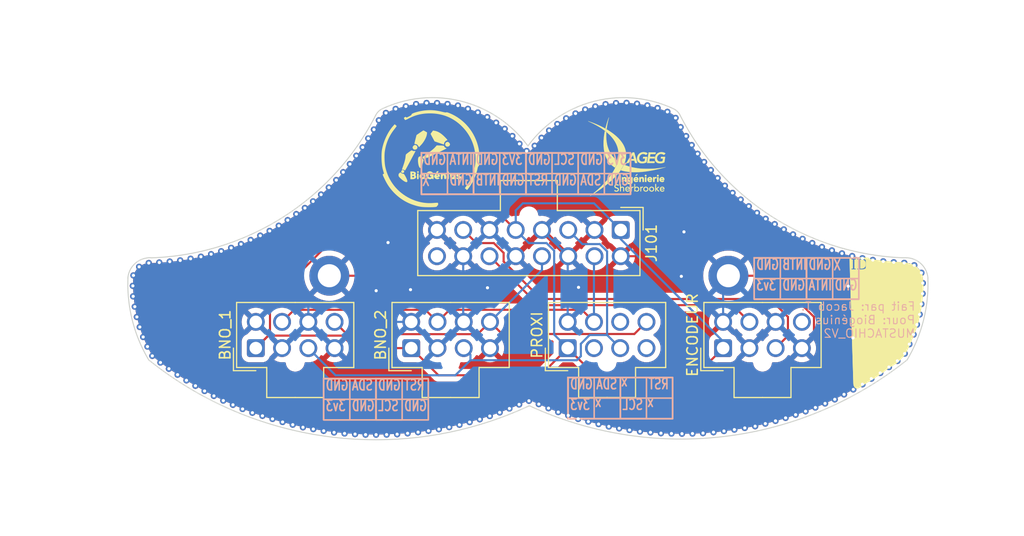
<source format=kicad_pcb>
(kicad_pcb (version 20240108) (generator "pcbnew") (generator_version "8.0")
  (layers (0 "F.Cu" signal) (31 "B.Cu" signal) (34 "B.Paste" user) (35 "F.Paste" user) (36 "B.SilkS" user "B.Silkscreen") (37 "F.SilkS" user "F.Silkscreen") (38 "B.Mask" user) (39 "F.Mask" user) (44 "Edge.Cuts" user))
  (net 0 "")
  (net 1 "GND")
  (net 2 "SCL_I2C")
  (net 3 "Vcc_3v3")
  (net 4 "ENC_IntA")
  (net 5 "SDA_I2C")
  (net 7 "RESET")
  (net 8 "ENC_IntB")
  (footprint "Connector_Molex:Molex_Nano-Fit_105310-xx08_2x04_P2.50mm_Vertical" (layer "F.Cu") (at 89.2 56.8 90)
    (property "Reference" "BNO_1")
    (property "Value" "Conn_I2C")
  )
  (footprint "Connector_Molex:Molex_Nano-Fit_105310-xx08_2x04_P2.50mm_Vertical" (layer "F.Cu") (at 104 56.8 90)
    (property "Reference" "BNO_2")
    (property "Value" "Conn_I2C")
  )
  (footprint "Connector_Molex:Molex_Nano-Fit_105310-xx16_2x08_P2.50mm_Vertical" (layer "F.Cu") (at 123.95 45.54 -90)
    (property "Reference" "J101")
    (property "Value" "Conn_I2C+Enc")
  )
  (footprint "Connector_Molex:Molex_Nano-Fit_105310-xx08_2x04_P2.50mm_Vertical" (layer "F.Cu") (at 133.7 56.8 90)
    (property "Reference" "ENCODEUR")
    (property "Value" "Conn_Encodeur")
  )
  (footprint "MountingHole:MountingHole_2.2mm_M2_ISO14580_Pad" (layer "F.Cu") (at 96.2 49.9)
    (property "Reference" "H102" (hide yes))
    (property "Value" "MountingHole_Pad")
  )
  (footprint "Connector_Molex:Molex_Nano-Fit_105310-xx08_2x04_P2.50mm_Vertical" (layer "F.Cu") (at 118.9 56.8 90)
    (property "Reference" "PROXI")
    (property "Value" "Conn_Capt_Distance")
  )
  (footprint "MountingHole:MountingHole_2.2mm_M2_ISO14580_Pad" (layer "F.Cu") (at 134.2 49.9)
    (property "Reference" "H101" (hide yes))
    (property "Value" "MountingHole_Pad")
  )
  (gr_line (start 118.93 61.565) (end 128.89 61.565) (stroke (width 0.15)) (layer "B.SilkS"))
  (gr_line (start 104.96 40.165) (end 124.88 40.165) (stroke (width 0.15)) (layer "B.SilkS"))
  (gr_rect (start 136.660002 48.2065) (end 139.150002 52.1365) (stroke (width 0.15)) (fill none) (layer "B.SilkS"))
  (gr_line (start 136.660002 50.1715) (end 146.620002 50.1715) (stroke (width 0.15)) (layer "B.SilkS"))
  (gr_rect (start 95.663334 59.7115) (end 98.153334 63.6415) (stroke (width 0.15)) (fill none) (layer "B.SilkS"))
  (gr_rect (start 95.663334 59.7115) (end 105.623334 63.6415) (stroke (width 0.15)) (fill none) (layer "B.SilkS"))
  (gr_rect (start 118.93 59.6) (end 128.89 63.53) (stroke (width 0.15)) (fill none) (layer "B.SilkS"))
  (gr_rect (start 114.92 38.2) (end 117.41 42.13) (stroke (width 0.15)) (fill none) (layer "B.SilkS"))
  (gr_rect (start 119.9 38.2) (end 124.88 42.13) (stroke (width 0.15)) (fill none) (layer "B.SilkS"))
  (gr_rect (start 114.92 38.2) (end 119.9 42.13) (stroke (width 0.15)) (fill none) (layer "B.SilkS"))
  (gr_rect (start 123.91 59.6) (end 128.89 63.53) (stroke (width 0.15)) (fill none) (layer "B.SilkS"))
  (gr_rect (start 109.94 38.2) (end 112.43 42.13) (stroke (width 0.15)) (fill none) (layer "B.SilkS"))
  (gr_rect (start 109.94 38.2) (end 114.92 42.13) (stroke (width 0.15)) (fill none) (layer "B.SilkS"))
  (gr_rect (start 141.640002 48.2065) (end 146.620002 52.1365) (stroke (width 0.15)) (fill none) (layer "B.SilkS"))
  (gr_rect (start 95.663334 59.7115) (end 100.643334 63.6415) (stroke (width 0.15)) (fill none) (layer "B.SilkS"))
  (gr_line (start 95.663334 61.6765) (end 105.623334 61.6765) (stroke (width 0.15)) (layer "B.SilkS"))
  (gr_rect (start 104.96 38.2) (end 107.45 42.13) (stroke (width 0.15)) (fill none) (layer "B.SilkS"))
  (gr_rect (start 100.643334 59.7115) (end 105.623334 63.6415) (stroke (width 0.15)) (fill none) (layer "B.SilkS"))
  (gr_rect (start 100.643334 59.7115) (end 103.133334 63.6415) (stroke (width 0.15)) (fill none) (layer "B.SilkS"))
  (gr_rect (start 141.640002 48.2065) (end 144.130002 52.1365) (stroke (width 0.15)) (fill none) (layer "B.SilkS"))
  (gr_rect (start 114.92 38.2) (end 124.88 42.13) (stroke (width 0.15)) (fill none) (layer "B.SilkS"))
  (gr_rect (start 118.93 59.6) (end 121.42 63.53) (stroke (width 0.15)) (fill none) (layer "B.SilkS"))
  (gr_rect (start 123.91 59.6) (end 126.4 63.53) (stroke (width 0.15)) (fill none) (layer "B.SilkS"))
  (gr_rect (start 136.660002 48.2065) (end 146.620002 52.1365) (stroke (width 0.15)) (fill none) (layer "B.SilkS"))
  (gr_rect (start 119.9 38.2) (end 122.39 42.13) (stroke (width 0.15)) (fill none) (layer "B.SilkS"))
  (gr_rect (start 104.96 38.2) (end 109.94 42.13) (stroke (width 0.15)) (fill none) (layer "B.SilkS"))
  (gr_rect (start 104.96 38.2) (end 114.92 42.13) (stroke (width 0.15)) (fill none) (layer "B.SilkS"))
  (gr_rect (start 136.660002 48.2065) (end 141.640002 52.1365) (stroke (width 0.15)) (fill none) (layer "B.SilkS"))
  (gr_rect (start 118.93 59.6) (end 123.91 63.53) (stroke (width 0.15)) (fill none) (layer "B.SilkS"))
  (gr_rect (start 104.96 38.2) (end 124.88 42.13) (stroke (width 0.15)) (fill none) (layer "B.SilkS"))
  (gr_poly (pts (xy 127.32294 41.373961) (xy 127.323458 41.458807) (xy 127.324445 41.526897) (xy 127.325069 41.552494) (xy 127.325758 41.571303) (xy 127.326492 41.582461) (xy 127.326871 41.584899) (xy 127.327063 41.585285) (xy 127.327255 41.585099) (xy 127.327672 41.584155) (xy 127.32815 41.583238) (xy 127.328683 41.582353) (xy 127.329266 41.581503) (xy 127.329892 41.580694) (xy 127.330557 41.57993) (xy 127.331255 41.579217) (xy 127.33198 41.578558) (xy 127.332727 41.57796) (xy 127.333491 41.577425) (xy 127.334265 41.57696) (xy 127.335045 41.576569) (xy 127.335435 41.576402) (xy 127.335825 41.576256) (xy 127.336213 41.576131) (xy 127.336599 41.576027) (xy 127.336982 41.575945) (xy 127.337362 41.575886) (xy 127.337738 41.57585) (xy 127.338108 41.575838) (xy 127.339233 41.575435) (xy 127.341114 41.574251) (xy 127.346967 41.5697) (xy 127.355324 41.562506) (xy 127.365836 41.552988) (xy 127.378159 41.541464) (xy 127.391946 41.528254) (xy 127.40685 41.513676) (xy 127.422526 41.498051) (xy 127.499851 41.420263) (xy 127.559265 41.420263) (xy 127.587722 41.42045) (xy 127.598619 41.42105) (xy 127.607119 41.422315) (xy 127.61043 41.423273) (xy 127.613092 41.424489) (xy 127.615089 41.425994) (xy 127.616406 41.427818) (xy 127.617024 41.429991) (xy 127.616928 41.432545) (xy 127.616102 41.43551) (xy 127.614529 41.438916) (xy 127.612193 41.442794) (xy 127.609076 41.447175) (xy 127.600439 41.457568) (xy 127.588484 41.470339) (xy 127.573082 41.485732) (xy 127.531408 41.525367) (xy 127.474366 41.578431) (xy 127.465586 41.586601) (xy 127.457889 41.593822) (xy 127.451224 41.600176) (xy 127.448263 41.603052) (xy 127.445541 41.605742) (xy 127.443052 41.608256) (xy 127.440789 41.610603) (xy 127.438746 41.612794) (xy 127.436917 41.614838) (xy 127.435295 41.616747) (xy 127.433874 41.61853) (xy 127.432648 41.620197) (xy 127.43161 41.621758) (xy 127.430755 41.623224) (xy 127.430075 41.624604) (xy 127.429799 41.625266) (xy 127.429565 41.625909) (xy 127.429372 41.626537) (xy 127.429218 41.627149) (xy 127.429104 41.627748) (xy 127.429028 41.628334) (xy 127.428989 41.628909) (xy 127.428988 41.629474) (xy 127.429022 41.63003) (xy 127.429092 41.630579) (xy 127.429196 41.631121) (xy 127.429334 41.631659) (xy 127.429708 41.632724) (xy 127.430206 41.633785) (xy 127.430824 41.634852) (xy 127.431554 41.635935) (xy 127.43239 41.637043) (xy 127.433326 41.638187) (xy 127.435472 41.640624) (xy 127.436779 41.642089) (xy 127.438049 41.643555) (xy 127.439275 41.645012) (xy 127.440452 41.646452) (xy 127.441572 41.647863) (xy 127.442628 41.649238) (xy 127.443616 41.650567) (xy 127.444527 41.65184) (xy 127.445355 41.653049) (xy 127.446094 41.654183) (xy 127.446737 41.655233) (xy 127.447279 41.656191) (xy 127.447711 41.657046) (xy 127.448028 41.65779) (xy 127.448222 41.658412) (xy 127.448272 41.658675) (xy 127.448289 41.658904) (xy 127.448788 41.659824) (xy 127.450255 41.661696) (xy 127.455888 41.66809) (xy 127.476579 41.69004) (xy 127.507202 41.721467) (xy 127.544597 41.759083) (xy 127.58236 41.796858) (xy 127.597316 41.812091) (xy 127.609727 41.825118) (xy 127.619645 41.836112) (xy 127.623685 41.840901) (xy 127.627123 41.845246) (xy 127.629963 41.849168) (xy 127.632214 41.85269) (xy 127.633881 41.855833) (xy 127.634972 41.858619) (xy 127.635492 41.861068) (xy 127.635449 41.863204) (xy 127.634849 41.865046) (xy 127.633699 41.866618) (xy 127.632005 41.86794) (xy 127.629775 41.869033) (xy 127.627014 41.869921) (xy 127.623729 41.870623) (xy 127.619928 41.871162) (xy 127.615616 41.871559) (xy 127.605487 41.872014) (xy 127.579397 41.872171) (xy 127.51789 41.872171) (xy 127.444733 41.798606) (xy 127.429866 41.783513) (xy 127.415673 41.768825) (xy 127.402488 41.754907) (xy 127.390642 41.742125) (xy 127.380471 41.730842) (xy 127.372307 41.721422) (xy 127.369082 41.717525) (xy 127.366483 41.714231) (xy 127.364553 41.711585) (xy 127.363334 41.709632) (xy 127.362408 41.708005) (xy 127.361342 41.706307) (xy 127.360149 41.704551) (xy 127.358839 41.702751) (xy 127.357427 41.700922) (xy 127.355925 41.699076) (xy 127.354345 41.697229) (xy 127.352701 41.695392) (xy 127.351004 41.693582) (xy 127.349267 41.69181) (xy 127.347503 41.690092) (xy 127.345725 41.68844) (xy 127.343945 41.686869) (xy 127.342175 41.685392) (xy 127.340429 41.684024) (xy 127.338719 41.682777) (xy 127.322347 41.671313) (xy 127.322347 41.872171) (xy 127.226039 41.872171) (xy 127.226039 41.153563) (xy 127.322347 41.153563)) (stroke (width -0.000001)) (fill solid) (layer "F.SilkS"))
  (gr_poly (pts (xy 107.810728 40.142076) (xy 107.81934 40.143449) (xy 107.827135 40.145876) (xy 107.834161 40.149471) (xy 107.837399 40.151742) (xy 107.840463 40.154348) (xy 107.846088 40.16062) (xy 107.851082 40.1684) (xy 107.855493 40.177804) (xy 107.859366 40.188944) (xy 107.862748 40.201933) (xy 107.865686 40.216887) (xy 107.868226 40.233917) (xy 107.870414 40.253139) (xy 107.872298 40.274666) (xy 107.875336 40.325088) (xy 107.876788 40.350484) (xy 107.878513 40.373802) (xy 107.880538 40.395115) (xy 107.881671 40.405042) (xy 107.882888 40.414495) (xy 107.884194 40.423483) (xy 107.88559 40.432015) (xy 107.887081 40.4401) (xy 107.888669 40.447747) (xy 107.890358 40.454966) (xy 107.892151 40.461764) (xy 107.894052 40.468151) (xy 107.896063 40.474137) (xy 107.898187 40.47973) (xy 107.900428 40.484939) (xy 107.90279 40.489774) (xy 107.905275 40.494242) (xy 107.907886 40.498355) (xy 107.910627 40.50212) (xy 107.913502 40.505546) (xy 107.916513 40.508643) (xy 107.919663 40.511419) (xy 107.922956 40.513885) (xy 107.926395 40.516047) (xy 107.929983 40.517917) (xy 107.933723 40.519502) (xy 107.93762 40.520812) (xy 107.941675 40.521857) (xy 107.945892 40.522643) (xy 107.954707 40.524112) (xy 107.96267 40.52447) (xy 107.969836 40.523597) (xy 107.973139 40.522663) (xy 107.976264 40.521376) (xy 107.979219 40.519723) (xy 107.98201 40.517687) (xy 107.984644 40.515255) (xy 107.98713 40.512412) (xy 107.991682 40.505431) (xy 107.995722 40.496627) (xy 107.999308 40.485879) (xy 108.002495 40.473069) (xy 108.005342 40.458079) (xy 108.007904 40.440788) (xy 108.010239 40.42108) (xy 108.012403 40.398834) (xy 108.016447 40.346255) (xy 108.018409 40.315668) (xy 108.020402 40.288591) (xy 108.02254 40.26481) (xy 108.024936 40.244115) (xy 108.026267 40.234858) (xy 108.027704 40.226292) (xy 108.029263 40.218392) (xy 108.030958 40.211131) (xy 108.032803 40.204483) (xy 108.034812 40.19842) (xy 108.036999 40.192916) (xy 108.039378 40.187946) (xy 108.041964 40.183482) (xy 108.044771 40.179498) (xy 108.047814 40.175967) (xy 108.051105 40.172863) (xy 108.05466 40.17016) (xy 108.058493 40.167831) (xy 108.062618 40.165849) (xy 108.067049 40.164189) (xy 108.0718 40.162823) (xy 108.076886 40.161725) (xy 108.082321 40.160868) (xy 108.088119 40.160227) (xy 108.094294 40.159774) (xy 108.100861 40.159484) (xy 108.115225 40.159283) (xy 108.130168 40.159425) (xy 108.143323 40.160089) (xy 108.154804 40.161632) (xy 108.164725 40.164409) (xy 108.169135 40.166373) (xy 108.173198 40.168778) (xy 108.176927 40.171671) (xy 108.180338 40.175096) (xy 108.183443 40.179097) (xy 108.186258 40.183718) (xy 108.191073 40.195002) (xy 108.194895 40.209303) (xy 108.197839 40.226979) (xy 108.200018 40.248386) (xy 108.201546 40.273881) (xy 108.202536 40.303819) (xy 108.203103 40.338559) (xy 108.20342 40.423866) (xy 108.20342 40.688449) (xy 108.016447 40.695505) (xy 107.970945 40.695931) (xy 107.929576 40.694451) (xy 107.892176 40.690893) (xy 107.874913 40.688282) (xy 107.85858 40.685087) (xy 107.843156 40.681288) (xy 107.828621 40.676863) (xy 107.814954 40.67179) (xy 107.802135 40.666049) (xy 107.790143 40.659619) (xy 107.778957 40.652477) (xy 107.768556 40.644602) (xy 107.75892 40.635974) (xy 107.750028 40.62657) (xy 107.74186 40.61637) (xy 107.734394 40.605352) (xy 107.727611 40.593496) (xy 107.721489 40.580778) (xy 107.716008 40.567179) (xy 107.711147 40.552677) (xy 107.706885 40.537251) (xy 107.703202 40.520879) (xy 107.700078 40.50354) (xy 107.69542 40.465876) (xy 107.692746 40.424087) (xy 107.691892 40.378005) (xy 107.692014 40.358303) (xy 107.692374 40.338958) (xy 107.692962 40.320078) (xy 107.693766 40.301772) (xy 107.694777 40.284148) (xy 107.695985 40.267314) (xy 107.697378 40.25138) (xy 107.698948 40.236453) (xy 107.700682 40.222643) (xy 107.702572 40.210057) (xy 107.704606 40.198804) (xy 107.706775 40.188993) (xy 107.709067 40.180733) (xy 107.711474 40.174131) (xy 107.712716 40.171486) (xy 107.713983 40.169297) (xy 107.715274 40.167577) (xy 107.716586 40.166339) (xy 107.718894 40.163736) (xy 107.721816 40.161226) (xy 107.725307 40.158819) (xy 107.729319 40.156527) (xy 107.733808 40.154358) (xy 107.738725 40.152324) (xy 107.744024 40.150434) (xy 107.749659 40.148699) (xy 107.755584 40.14713) (xy 107.761752 40.145737) (xy 107.768116 40.144529) (xy 107.77463 40.143518) (xy 107.781247 40.142714) (xy 107.787921 40.142126) (xy 107.794605 40.141766) (xy 107.801253 40.141644)) (stroke (width -0.000001)) (fill solid) (layer "F.SilkS"))
  (gr_poly (pts (xy 124.155848 39.486717) (xy 124.155991 39.486803) (xy 124.156102 39.486945) (xy 124.156183 39.487142) (xy 124.156252 39.487692) (xy 124.156203 39.488442) (xy 124.15604 39.489381) (xy 124.155767 39.490497) (xy 124.155388 39.49178) (xy 124.154907 39.493217) (xy 124.153656 39.496509) (xy 124.152046 39.500284) (xy 124.150108 39.504448) (xy 124.147876 39.508913) (xy 124.146687 39.511177) (xy 124.145493 39.513378) (xy 124.144302 39.515503) (xy 124.143123 39.517543) (xy 124.141961 39.519484) (xy 124.140827 39.521317) (xy 124.139727 39.523029) (xy 124.138669 39.52461) (xy 124.137661 39.526047) (xy 124.136712 39.527329) (xy 124.135828 39.528446) (xy 124.135018 39.529385) (xy 124.134289 39.530135) (xy 124.133958 39.530435) (xy 124.13365 39.530685) (xy 124.133366 39.530881) (xy 124.133108 39.531023) (xy 124.132876 39.531109) (xy 124.132671 39.531138) (xy 124.132496 39.531109) (xy 124.132353 39.531023) (xy 124.132242 39.530881) (xy 124.132162 39.530685) (xy 124.132092 39.530135) (xy 124.132141 39.529385) (xy 124.132304 39.528446) (xy 124.132577 39.527329) (xy 124.132956 39.526047) (xy 124.133437 39.52461) (xy 124.134688 39.521317) (xy 124.136299 39.517543) (xy 124.138236 39.513378) (xy 124.140468 39.508913) (xy 124.141657 39.506649) (xy 124.142851 39.504448) (xy 124.144042 39.502323) (xy 124.145222 39.500284) (xy 124.146383 39.498342) (xy 124.147517 39.496509) (xy 124.148617 39.494797) (xy 124.149675 39.493217) (xy 124.150683 39.49178) (xy 124.151632 39.490497) (xy 124.152516 39.489381) (xy 124.153326 39.488442) (xy 124.154055 39.487692) (xy 124.154386 39.487391) (xy 124.154694 39.487142) (xy 124.154978 39.486945) (xy 124.155236 39.486803) (xy 124.155469 39.486717) (xy 124.155674 39.486688)) (stroke (width -0.000001)) (fill solid) (layer "F.SilkS"))
  (gr_poly (pts (xy 123.966372 41.458379) (xy 123.986004 41.442932) (xy 123.988152 41.441334) (xy 123.99053 41.439735) (xy 123.993113 41.438144) (xy 123.995878 41.436572) (xy 123.998798 41.43503) (xy 124.001849 41.433527) (xy 124.005008 41.432074) (xy 124.008248 41.430681) (xy 124.011545 41.429358) (xy 124.014875 41.428116) (xy 124.018213 41.426965) (xy 124.021535 41.425915) (xy 124.024815 41.424976) (xy 124.028028 41.424159) (xy 124.031151 41.423473) (xy 124.034158 41.42293) (xy 124.037064 41.422433) (xy 124.039888 41.421884) (xy 124.042616 41.421289) (xy 124.045233 41.420653) (xy 124.047725 41.419982) (xy 124.050077 41.419282) (xy 124.052274 41.418558) (xy 124.054302 41.417816) (xy 124.056146 41.417061) (xy 124.057792 41.4163) (xy 124.059225 41.415538) (xy 124.059857 41.415158) (xy 124.06043 41.414781) (xy 124.060942 41.414405) (xy 124.061393 41.414033) (xy 124.061779 41.413665) (xy 124.062098 41.413302) (xy 124.06235 41.412944) (xy 124.062533 41.412593) (xy 124.062643 41.412248) (xy 124.062681 41.41191) (xy 124.062734 41.411579) (xy 124.062892 41.411252) (xy 124.063512 41.410612) (xy 124.06452 41.409993) (xy 124.065896 41.4094) (xy 124.067617 41.408835) (xy 124.069664 41.408302) (xy 124.072015 41.407804) (xy 124.07465 41.407345) (xy 124.080686 41.406554) (xy 124.087606 41.405956) (xy 124.095241 41.405578) (xy 124.103426 41.405446) (xy 124.107577 41.40548) (xy 124.111611 41.405578) (xy 124.115508 41.405738) (xy 124.119247 41.405956) (xy 124.122807 41.406229) (xy 124.126167 41.406554) (xy 124.129306 41.406927) (xy 124.132203 41.407345) (xy 124.134838 41.407804) (xy 124.137189 41.408302) (xy 124.139236 41.408835) (xy 124.140957 41.4094) (xy 124.141689 41.409693) (xy 124.142332 41.409993) (xy 124.142884 41.4103) (xy 124.14334 41.410612) (xy 124.1437 41.410929) (xy 124.143961 41.411252) (xy 124.144119 41.411579) (xy 124.144172 41.41191) (xy 124.144209 41.412248) (xy 124.144319 41.412592) (xy 124.144752 41.413301) (xy 124.145454 41.414032) (xy 124.146413 41.414778) (xy 124.147612 41.415534) (xy 124.149038 41.416295) (xy 124.150676 41.417054) (xy 124.152511 41.417807) (xy 124.154529 41.418547) (xy 124.156715 41.419269) (xy 124.159055 41.419968) (xy 124.161534 41.420638) (xy 124.164137 41.421272) (xy 124.16685 41.421867) (xy 124.169658 41.422415) (xy 124.172546 41.422911) (xy 124.175563 41.423494) (xy 124.178682 41.424292) (xy 124.18189 41.425292) (xy 124.185173 41.426485) (xy 124.18852 41.427859) (xy 124.191916 41.429404) (xy 124.198806 41.432959) (xy 124.20574 41.437063) (xy 124.212614 41.441627) (xy 124.219326 41.446564) (xy 124.22577 41.451785) (xy 124.231845 41.457203) (xy 124.237445 41.462728) (xy 124.242469 41.468274) (xy 124.246811 41.473751) (xy 124.248694 41.476437) (xy 124.250368 41.479072) (xy 124.25182 41.481647) (xy 124.253037 41.484149) (xy 124.254007 41.486568) (xy 124.254715 41.488893) (xy 124.25515 41.491113) (xy 124.255297 41.493217) (xy 124.255345 41.494589) (xy 124.255486 41.496016) (xy 124.255715 41.497488) (xy 124.256028 41.498992) (xy 124.256419 41.500517) (xy 124.256884 41.502052) (xy 124.257419 41.503586) (xy 124.258017 41.505107) (xy 124.258676 41.506604) (xy 124.259389 41.508064) (xy 124.260153 41.509478) (xy 124.260962 41.510833) (xy 124.261812 41.512119) (xy 124.262697 41.513323) (xy 124.263614 41.514434) (xy 124.264558 41.515442) (xy 124.26578 41.517218) (xy 124.266921 41.520054) (xy 124.268974 41.529096) (xy 124.27074 41.542963) (xy 124.272246 41.562047) (xy 124.273516 41.586742) (xy 124.274577 41.617441) (xy 124.27617 41.698427) (xy 124.278504 41.872171) (xy 124.182251 41.872171) (xy 124.179881 41.71017) (xy 124.17751 41.548168) (xy 124.15397 41.524109) (xy 124.149885 41.520224) (xy 124.14556 41.516656) (xy 124.141014 41.513404) (xy 124.136267 41.510464) (xy 124.131337 41.507835) (xy 124.126243 41.505514) (xy 124.121005 41.503498) (xy 124.115641 41.501785) (xy 124.110171 41.500373) (xy 124.104613 41.499257) (xy 124.098987 41.498437) (xy 124.093311 41.49791) (xy 124.087605 41.497673) (xy 124.081887 41.497723) (xy 124.076177 41.498058) (xy 124.070494 41.498675) (xy 124.064857 41.499573) (xy 124.059284 41.500748) (xy 124.053795 41.502197) (xy 124.048409 41.503919) (xy 124.043145 41.50591) (xy 124.038022 41.508169) (xy 124.033059 41.510692) (xy 124.028274 41.513478) (xy 124.023688 41.516522) (xy 124.019319 41.519824) (xy 124.015186 41.523381) (xy 124.011308 41.527189) (xy 124.007704 41.531246) (xy 124.004394 41.535551) (xy 124.001395 41.540099) (xy 123.998728 41.54489) (xy 123.99728 41.547692) (xy 123.995797 41.55047) (xy 123.99429 41.553206) (xy 123.99277 41.555883) (xy 123.991249 41.558486) (xy 123.989736 41.560998) (xy 123.988243 41.563401) (xy 123.98678 41.565679) (xy 123.985359 41.567816) (xy 123.98399 41.569795) (xy 123.982684 41.571598) (xy 123.981453 41.573211) (xy 123.980306 41.574615) (xy 123.979255 41.575794) (xy 123.978311 41.576732) (xy 123.977485 41.577412) (xy 123.976672 41.578673) (xy 123.975869 41.58126) (xy 123.974305 41.590205) (xy 123.972821 41.603828) (xy 123.971442 41.621709) (xy 123.970197 41.64343) (xy 123.969114 41.66857) (xy 123.967539 41.727431) (xy 123.965002 41.872171) (xy 123.877472 41.872171) (xy 123.877472 41.153563) (xy 123.966372 41.153563)) (stroke (width -0.000001)) (fill solid) (layer "F.SilkS"))
  (gr_poly (pts (xy 127.879793 40.483317) (xy 127.896866 40.483879) (xy 127.91437 40.485081) (xy 127.931029 40.486815) (xy 127.938642 40.487847) (xy 127.945565 40.488971) (xy 127.951639 40.490173) (xy 127.956704 40.491439) (xy 127.9606 40.492756) (xy 127.96206 40.493429) (xy 127.963168 40.49411) (xy 127.964021 40.494693) (xy 127.965043 40.495304) (xy 127.966221 40.49594) (xy 127.967542 40.496595) (xy 127.970555 40.497942) (xy 127.973975 40.499305) (xy 127.977693 40.500644) (xy 127.981602 40.501919) (xy 127.985594 40.503088) (xy 127.98956 40.504112) (xy 127.991604 40.504668) (xy 127.993813 40.5054) (xy 127.996165 40.506294) (xy 127.99864 40.507339) (xy 128.001217 40.508524) (xy 128.003875 40.509835) (xy 128.006593 40.511262) (xy 128.00935 40.512793) (xy 128.012125 40.514415) (xy 128.014897 40.516117) (xy 128.017646 40.517887) (xy 128.02035 40.519712) (xy 128.022989 40.521582) (xy 128.025542 40.523484) (xy 128.027988 40.525406) (xy 128.030306 40.527337) (xy 128.034752 40.5311) (xy 128.039046 40.534613) (xy 128.043084 40.537801) (xy 128.046762 40.540586) (xy 128.048432 40.541803) (xy 128.049974 40.542891) (xy 128.051373 40.543839) (xy 128.052616 40.544638) (xy 128.053691 40.545279) (xy 128.054584 40.545752) (xy 128.055282 40.546046) (xy 128.055554 40.546124) (xy 128.055772 40.546154) (xy 128.056226 40.546327) (xy 128.056816 40.546815) (xy 128.057534 40.547601) (xy 128.05837 40.54867) (xy 128.060358 40.55159) (xy 128.062706 40.555447) (xy 128.065337 40.560111) (xy 128.068177 40.565453) (xy 128.071151 40.571345) (xy 128.074182 40.577658) (xy 128.077253 40.584047) (xy 128.080342 40.590173) (xy 128.083365 40.595889) (xy 128.086239 40.60105) (xy 128.087593 40.603376) (xy 128.088879 40.605509) (xy 128.090087 40.60743) (xy 128.091204 40.60912) (xy 128.092222 40.610563) (xy 128.09313 40.611739) (xy 128.093917 40.61263) (xy 128.094573 40.613218) (xy 128.095895 40.615155) (xy 128.097343 40.619009) (xy 128.098889 40.624574) (xy 128.100502 40.631645) (xy 128.10382 40.64948) (xy 128.10707 40.670871) (xy 128.110023 40.69417) (xy 128.112451 40.717733) (xy 128.114125 40.739915) (xy 128.114817 40.759069) (xy 128.115039 40.790555) (xy 127.955759 40.790555) (xy 127.923766 40.790668) (xy 127.893924 40.790993) (xy 127.866885 40.791507) (xy 127.843303 40.792187) (xy 127.82383 40.79301) (xy 127.809119 40.793954) (xy 127.803753 40.794463) (xy 127.799822 40.794995) (xy 127.797408 40.795545) (xy 127.796795 40.795826) (xy 127.796592 40.796111) (xy 127.796896 40.799391) (xy 127.79766 40.802663) (xy 127.798857 40.805916) (xy 127.800465 40.809139) (xy 127.80246 40.812323) (xy 127.804817 40.815457) (xy 127.807513 40.818532) (xy 127.810524 40.821536) (xy 127.813826 40.824461) (xy 127.817394 40.827296) (xy 127.825237 40.832654) (xy 127.83386 40.837531) (xy 127.843072 40.841843) (xy 127.852682 40.845512) (xy 127.862498 40.848454) (xy 127.87233 40.850589) (xy 127.881985 40.851837) (xy 127.886686 40.852102) (xy 127.891272 40.852115) (xy 127.895718 40.851865) (xy 127.9 40.851342) (xy 127.904095 40.850536) (xy 127.907978 40.849438) (xy 127.911625 40.848036) (xy 127.915014 40.846321) (xy 127.919074 40.844022) (xy 127.92352 40.84158) (xy 127.928207 40.839068) (xy 127.93299 40.836563) (xy 127.937726 40.834138) (xy 127.94227 40.831868) (xy 127.946477 40.82983) (xy 127.950204 40.828096) (xy 127.951902 40.827269) (xy 127.953552 40.82635) (xy 127.955146 40.825349) (xy 127.956676 40.824275) (xy 127.958132 40.823139) (xy 127.959506 40.821949) (xy 127.960791 40.820716) (xy 127.961976 40.819449) (xy 127.963054 40.818158) (xy 127.964015 40.816853) (xy 127.964853 40.815543) (xy 127.965557 40.814238) (xy 127.965856 40.81359) (xy 127.96612 40.812947) (xy 127.966345 40.812311) (xy 127.966532 40.811681) (xy 127.966679 40.81106) (xy 127.966786 40.810449) (xy 127.96685 40.809849) (xy 127.966872 40.80926) (xy 127.967054 40.807496) (xy 127.967586 40.80599) (xy 127.968449 40.804735) (xy 127.969622 40.803722) (xy 127.971086 40.802944) (xy 127.972822 40.802393) (xy 127.974809 40.80206) (xy 127.977027 40.801939) (xy 127.979457 40.802021) (xy 127.982078 40.802297) (xy 127.987818 40.803404) (xy 127.994087 40.805197) (xy 128.000728 40.807612) (xy 128.007581 40.810586) (xy 128.014489 40.814056) (xy 128.021292 40.817959) (xy 128.027833 40.822231) (xy 128.033952 40.826809) (xy 128.039491 40.83163) (xy 128.041994 40.834111) (xy 128.044292 40.83663) (xy 128.046367 40.839177) (xy 128.048197 40.841746) (xy 128.048678 40.842389) (xy 128.049315 40.843103) (xy 128.050098 40.843881) (xy 128.051016 40.844715) (xy 128.052058 40.845598) (xy 128.053214 40.846522) (xy 128.055828 40.848465) (xy 128.058771 40.850482) (xy 128.061959 40.852513) (xy 128.065309 40.854499) (xy 128.068737 40.856378) (xy 128.072106 40.858327) (xy 128.075081 40.860412) (xy 128.077665 40.862628) (xy 128.079862 40.86497) (xy 128.081676 40.86743) (xy 128.083112 40.870004) (xy 128.084172 40.872686) (xy 128.084861 40.875469) (xy 128.085182 40.878348) (xy 128.085141 40.881318) (xy 128.084739 40.884372) (xy 128.083983 40.887504) (xy 128.082874 40.89071) (xy 128.081418 40.893982) (xy 128.079618 40.897316) (xy 128.077478 40.900705) (xy 128.075002 40.904144) (xy 128.072195 40.907626) (xy 128.069059 40.911147) (xy 128.065598 40.9147) (xy 128.057721 40.921879) (xy 128.048593 40.929118) (xy 128.038247 40.936371) (xy 128.026713 40.94359) (xy 128.014024 40.950729) (xy 128.000209 40.957742) (xy 127.987658 40.963205) (xy 127.974595 40.967753) (xy 127.961081 40.971413) (xy 127.947175 40.97421) (xy 127.932937 40.976169) (xy 127.918427 40.977316) (xy 127.903703 40.977675) (xy 127.888827 40.977273) (xy 127.873856 40.976134) (xy 127.858852 40.974284) (xy 127.843873 40.971749) (xy 127.82898 40.968553) (xy 127.814232 40.964722) (xy 127.799688 40.960282) (xy 127.785409 40.955257) (xy 127.771454 40.949674) (xy 127.757882 40.943557) (xy 127.744754 40.936932) (xy 127.732128 40.929824) (xy 127.720065 40.922258) (xy 127.708625 40.914261) (xy 127.697866 40.905856) (xy 127.687849 40.897071) (xy 127.678633 40.887929) (xy 127.670278 40.878456) (xy 127.662843 40.868678) (xy 127.656388 40.858621) (xy 127.650973 40.848308) (xy 127.646658 40.837767) (xy 127.643502 40.827021) (xy 127.641564 40.816097) (xy 127.640905 40.80502) (xy 127.640896 40.804279) (xy 127.640867 40.803548) (xy 127.64082 40.802827) (xy 127.640754 40.802117) (xy 127.640671 40.801419) (xy 127.640571 40.800734) (xy 127.640454 40.800063) (xy 127.640321 40.799407) (xy 127.640172 40.798767) (xy 127.640008 40.798144) (xy 127.639829 40.797538) (xy 127.639636 40.796951) (xy 127.639429 40.796384) (xy 127.639208 40.795837) (xy 127.638975 40.795311) (xy 127.638729 40.794808) (xy 127.638471 40.794328) (xy 127.638202 40.793872) (xy 127.637922 40.793441) (xy 127.637632 40.793036) (xy 127.637331 40.792659) (xy 127.637021 40.792309) (xy 127.636701 40.791988) (xy 127.636373 40.791697) (xy 127.636037 40.791437) (xy 127.635694 40.791209) (xy 127.635343 40.791013) (xy 127.634985 40.79085) (xy 127.634621 40.790722) (xy 127.634252 40.79063) (xy 127.633877 40.790573) (xy 127.633497 40.790555) (xy 127.632647 40.790243) (xy 127.631849 40.789333) (xy 127.631103 40.787863) (xy 127.630408 40.785873) (xy 127.629174 40.780487) (xy 127.62815 40.773484) (xy 127.627338 40.765173) (xy 127.626738 40.755865) (xy 127.626186 40.735497) (xy 127.626507 40.71486) (xy 127.626999 40.705215) (xy 127.627715 40.696434) (xy 127.628656 40.688825) (xy 127.629824 40.682698) (xy 127.631221 40.678364) (xy 127.632006 40.676967) (xy 127.632849 40.676133) (xy 127.633565 40.675548) (xy 127.634312 40.674674) (xy 127.635085 40.673527) (xy 127.635878 40.672125) (xy 127.635929 40.672021) (xy 127.789387 40.672021) (xy 127.867878 40.672021) (xy 127.893574 40.671982) (xy 127.903974 40.671898) (xy 127.912884 40.67174) (xy 127.916812 40.671625) (xy 127.920408 40.671483) (xy 127.923683 40.67131) (xy 127.926652 40.671103) (xy 127.929327 40.67086) (xy 127.931721 40.670577) (xy 127.933849 40.670252) (xy 127.935722 40.669882) (xy 127.937355 40.669463) (xy 127.938759 40.668993) (xy 127.93938 40.668738) (xy 127.93995 40.668468) (xy 127.940468 40.668185) (xy 127.940939 40.667887) (xy 127.941362 40.667573) (xy 127.941739 40.667244) (xy 127.942073 40.6669) (xy 127.942365 40.666539) (xy 127.942617 40.666162) (xy 127.94283 40.665767) (xy 127.943005 40.665356) (xy 127.943145 40.664927) (xy 127.943252 40.664479) (xy 127.943326 40.664014) (xy 127.943384 40.663025) (xy 127.943333 40.661959) (xy 127.943186 40.660812) (xy 127.942957 40.659581) (xy 127.942659 40.658262) (xy 127.941906 40.655353) (xy 127.941004 40.651892) (xy 127.94016 40.648449) (xy 127.939391 40.645112) (xy 127.938716 40.641974) (xy 127.938154 40.639124) (xy 127.937723 40.636655) (xy 127.937443 40.634657) (xy 127.937365 40.633862) (xy 127.937331 40.63322) (xy 127.937291 40.632926) (xy 127.937182 40.632606) (xy 127.936764 40.631895) (xy 127.93609 40.631096) (xy 127.935176 40.630217) (xy 127.934034 40.629267) (xy 127.932678 40.628254) (xy 127.931123 40.627186) (xy 127.929381 40.626073) (xy 127.927467 40.624923) (xy 127.925395 40.623745) (xy 127.920829 40.621336) (xy 127.915795 40.618915) (xy 127.910402 40.616552) (xy 127.90484 40.614306) (xy 127.899322 40.612225) (xy 127.893992 40.610353) (xy 127.888994 40.608733) (xy 127.884473 40.607412) (xy 127.882436 40.606877) (xy 127.880573 40.606433) (xy 127.8789 40.606086) (xy 127.877438 40.605841) (xy 127.876202 40.605704) (xy 127.875212 40.60568) (xy 127.87291 40.605958) (xy 127.869695 40.606621) (xy 127.865709 40.60762) (xy 127.861096 40.608905) (xy 127.850554 40.612137) (xy 127.839208 40.615924) (xy 127.828195 40.619872) (xy 127.818653 40.623586) (xy 127.81479 40.625232) (xy 127.811721 40.626672) (xy 127.80959 40.627857) (xy 127.80892 40.628339) (xy 127.808537 40.628738) (xy 127.808027 40.629662) (xy 127.807206 40.631328) (xy 127.804801 40.636512) (xy 127.801666 40.643537) (xy 127.798147 40.651648) (xy 127.789387 40.672021) (xy 127.635929 40.672021) (xy 127.636684 40.670487) (xy 127.637498 40.668629) (xy 127.638312 40.666568) (xy 127.639123 40.664324) (xy 127.640704 40.659351) (xy 127.642193 40.653852) (xy 127.643542 40.647965) (xy 127.644702 40.641832) (xy 127.645274 40.638745) (xy 127.645935 40.635704) (xy 127.646679 40.632726) (xy 127.647496 40.629829) (xy 127.648379 40.627031) (xy 127.64932 40.624349) (xy 127.650311 40.6218) (xy 127.651344 40.619401) (xy 127.652411 40.617171) (xy 127.653504 40.615127) (xy 127.654616 40.613285) (xy 127.655737 40.611665) (xy 127.656299 40.610942) (xy 127.656861 40.610282) (xy 127.657422 40.609685) (xy 127.657979 40.609154) (xy 127.658534 40.608692) (xy 127.659084 40.6083) (xy 127.659629 40.60798) (xy 127.660167 40.607735) (xy 127.661224 40.607284) (xy 127.662251 40.606752) (xy 127.663242 40.606147) (xy 127.664194 40.605476) (xy 127.6651 40.604746) (xy 127.665955 40.603962) (xy 127.666754 40.603132) (xy 127.667492 40.602262) (xy 127.668163 40.60136) (xy 127.668761 40.600431) (xy 127.669282 40.599482) (xy 127.66972 40.598521) (xy 127.67007 40.597553) (xy 127.670211 40.597069) (xy 127.670327 40.596585) (xy 127.670418 40.596104) (xy 127.670485 40.595625) (xy 127.670525 40.595149) (xy 127.670539 40.594678) (xy 127.670688 40.593419) (xy 127.671123 40.591949) (xy 127.671829 40.590283) (xy 127.672789 40.588438) (xy 127.675401 40.58428) (xy 127.678827 40.579605) (xy 127.682932 40.574545) (xy 127.687584 40.569233) (xy 127.692648 40.563801) (xy 127.697991 40.55838) (xy 127.70348 40.553102) (xy 127.70898 40.5481) (xy 127.714359 40.543505) (xy 127.719482 40.53945) (xy 127.724216 40.536066) (xy 127.728428 40.533485) (xy 127.730296 40.532538) (xy 127.731984 40.53184) (xy 127.733474 40.53141) (xy 127.73475 40.531263) (xy 127.735256 40.531254) (xy 127.735755 40.531229) (xy 127.736247 40.531188) (xy 127.736732 40.531132) (xy 127.737209 40.53106) (xy 127.737676 40.530973) (xy 127.738134 40.530872) (xy 127.738582 40.530756) (xy 127.739019 40.530627) (xy 127.739444 40.530485) (xy 127.739858 40.53033) (xy 127.740258 40.530163) (xy 127.740645 40.529984) (xy 127.741019 40.529793) (xy 127.741377 40.529591) (xy 127.741721 40.529378) (xy 127.742048 40.529155) (xy 127.742359 40.528923) (xy 127.742653 40.52868) (xy 127.742929 40.528429) (xy 127.743187 40.528169) (xy 127.743425 40.5279) (xy 127.743644 40.527624) (xy 127.743843 40.527341) (xy 127.74402 40.52705) (xy 127.744176 40.526753) (xy 127.74431 40.52645) (xy 127.74442 40.526141) (xy 127.744508 40.525826) (xy 127.744571 40.525507) (xy 127.744609 40.525183) (xy 127.744622 40.524855) (xy 127.744838 40.524094) (xy 127.745471 40.523221) (xy 127.747905 40.521169) (xy 127.751751 40.518762) (xy 127.756838 40.516065) (xy 127.762993 40.513143) (xy 127.770045 40.51006) (xy 127.78615 40.503669) (xy 127.803778 40.497408) (xy 127.821553 40.491791) (xy 127.830066 40.489385) (xy 127.8381 40.487335) (xy 127.845483 40.485703) (xy 127.852043 40.484554) (xy 127.857782 40.483916) (xy 127.864426 40.483506) (xy 127.871816 40.483311)) (stroke (width -0.000001)) (fill solid) (layer "F.SilkS"))
  (gr_poly (pts (xy 125.431695 40.483417) (xy 125.445427 40.484464) (xy 125.458692 40.486048) (xy 125.471489 40.488166) (xy 125.483819 40.49082) (xy 125.495682 40.49401) (xy 125.507076 40.497734) (xy 125.518003 40.501994) (xy 125.528461 40.506787) (xy 125.53845 40.512116) (xy 125.547971 40.517978) (xy 125.557022 40.524375) (xy 125.565604 40.531305) (xy 125.573717 40.538769) (xy 125.581359 40.546766) (xy 125.588532 40.555296) (xy 125.595235 40.56436) (xy 125.601467 40.573956) (xy 125.607228 40.584085) (xy 125.612518 40.594746) (xy 125.617337 40.605939) (xy 125.621684 40.617665) (xy 125.62556 40.629922) (xy 125.628964 40.64271) (xy 125.631896 40.65603) (xy 125.634355 40.669881) (xy 125.636341 40.684263) (xy 125.637855 40.699176) (xy 125.638896 40.71462) (xy 125.642785 40.790555) (xy 125.48058 40.790666) (xy 125.448164 40.790797) (xy 125.418235 40.791135) (xy 125.391427 40.791657) (xy 125.368371 40.79234) (xy 125.349702 40.79316) (xy 125.336051 40.794096) (xy 125.331306 40.7946) (xy 125.328053 40.795124) (xy 125.32637 40.795666) (xy 125.326143 40.795942) (xy 125.326339 40.796222) (xy 125.327174 40.796848) (xy 125.328038 40.797596) (xy 125.328923 40.798456) (xy 125.329823 40.799417) (xy 125.330731 40.80047) (xy 125.331641 40.801605) (xy 125.332545 40.802813) (xy 125.333437 40.804084) (xy 125.33431 40.805408) (xy 125.335158 40.806774) (xy 125.335974 40.808175) (xy 125.336751 40.809599) (xy 125.337483 40.811036) (xy 125.338163 40.812478) (xy 125.338784 40.813914) (xy 125.33934 40.815335) (xy 125.339931 40.816748) (xy 125.340656 40.818161) (xy 125.341505 40.819564) (xy 125.342468 40.820949) (xy 125.343534 40.822306) (xy 125.344693 40.823628) (xy 125.345935 40.824904) (xy 125.347251 40.826126) (xy 125.348629 40.827285) (xy 125.350059 40.828372) (xy 125.351532 40.829378) (xy 125.353037 40.830293) (xy 125.354564 40.83111) (xy 125.356103 40.831818) (xy 125.357644 40.83241) (xy 125.359176 40.832875) (xy 125.359933 40.833081) (xy 125.360682 40.833302) (xy 125.362145 40.833789) (xy 125.363559 40.83433) (xy 125.364915 40.834919) (xy 125.366207 40.835551) (xy 125.367425 40.83622) (xy 125.368564 40.83692) (xy 125.369101 40.83728) (xy 125.369615 40.837646) (xy 125.370105 40.838017) (xy 125.37057 40.838393) (xy 125.37101 40.838771) (xy 125.371423 40.839153) (xy 125.371809 40.839537) (xy 125.372165 40.839923) (xy 125.372493 40.84031) (xy 125.37279 40.840696) (xy 125.373055 40.841082) (xy 125.373288 40.841467) (xy 125.373488 40.84185) (xy 125.373654 40.84223) (xy 125.373785 40.842607) (xy 125.373879 40.84298) (xy 125.373936 40.843347) (xy 125.373956 40.84371) (xy 125.373965 40.844063) (xy 125.373994 40.844399) (xy 125.374041 40.844719) (xy 125.374107 40.845022) (xy 125.37419 40.845309) (xy 125.37429 40.845578) (xy 125.374407 40.84583) (xy 125.37454 40.846065) (xy 125.374689 40.846282) (xy 125.374853 40.846482) (xy 125.375032 40.846664) (xy 125.375225 40.846828) (xy 125.375432 40.846974) (xy 125.375653 40.847102) (xy 125.375886 40.847211) (xy 125.376132 40.847302) (xy 125.376389 40.847375) (xy 125.376658 40.847428) (xy 125.376939 40.847463) (xy 125.377229 40.847478) (xy 125.37753 40.847474) (xy 125.37784 40.847451) (xy 125.378159 40.847408) (xy 125.378487 40.847345) (xy 125.378823 40.847263) (xy 125.379167 40.84716) (xy 125.379518 40.847038) (xy 125.379875 40.846895) (xy 125.380239 40.846731) (xy 125.380609 40.846547) (xy 125.380984 40.846343) (xy 125.381364 40.846117) (xy 125.381743 40.845892) (xy 125.382118 40.845691) (xy 125.382488 40.845513) (xy 125.382852 40.845357) (xy 125.383209 40.845224) (xy 125.38356 40.845113) (xy 125.383904 40.845024) (xy 125.38424 40.844957) (xy 125.384568 40.844912) (xy 125.384887 40.844888) (xy 125.385198 40.844885) (xy 125.385498 40.844904) (xy 125.385789 40.844943) (xy 125.386069 40.845003) (xy 125.386338 40.845084) (xy 125.386596 40.845184) (xy 125.386842 40.845305) (xy 125.387075 40.845445) (xy 125.387295 40.845605) (xy 125.387502 40.845785) (xy 125.387696 40.845984) (xy 125.387874 40.846201) (xy 125.388039 40.846438) (xy 125.388187 40.846693) (xy 125.388321 40.846966) (xy 125.388438 40.847258) (xy 125.388538 40.847567) (xy 125.388621 40.847895) (xy 125.388686 40.84824) (xy 125.388734 40.848602) (xy 125.388762 40.848981) (xy 125.388772 40.849377) (xy 125.388806 40.849779) (xy 125.388907 40.850177) (xy 125.389072 40.850568) (xy 125.389301 40.850954) (xy 125.389943 40.851704) (xy 125.390818 40.852425) (xy 125.391913 40.853111) (xy 125.393216 40.853758) (xy 125.394712 40.854363) (xy 125.396389 40.854922) (xy 125.398232 40.855429) (xy 125.40023 40.855883) (xy 125.402368 40.856277) (xy 125.404633 40.856609) (xy 125.407013 40.856875) (xy 125.409492 40.857069) (xy 125.41206 40.857189) (xy 125.414701 40.85723) (xy 125.417342 40.857189) (xy 125.41991 40.857069) (xy 125.42239 40.856875) (xy 125.424769 40.856609) (xy 125.427034 40.856277) (xy 125.429173 40.855883) (xy 125.43117 40.855429) (xy 125.433014 40.854922) (xy 125.433874 40.854648) (xy 125.43469 40.854363) (xy 125.435462 40.854066) (xy 125.436187 40.853758) (xy 125.436863 40.853439) (xy 125.437489 40.853111) (xy 125.438064 40.852772) (xy 125.438585 40.852425) (xy 125.439051 40.852069) (xy 125.43946 40.851704) (xy 125.439811 40.851332) (xy 125.440101 40.850954) (xy 125.44033 40.850568) (xy 125.440496 40.850177) (xy 125.440597 40.849779) (xy 125.440631 40.849377) (xy 125.44064 40.848981) (xy 125.440669 40.848602) (xy 125.440716 40.84824) (xy 125.440782 40.847895) (xy 125.440865 40.847567) (xy 125.440965 40.847258) (xy 125.441082 40.846966) (xy 125.441215 40.846693) (xy 125.441364 40.846438) (xy 125.441528 40.846201) (xy 125.441707 40.845984) (xy 125.4419 40.845785) (xy 125.442107 40.845605) (xy 125.442328 40.845445) (xy 125.442561 40.845305) (xy 125.442807 40.845184) (xy 125.443064 40.845084) (xy 125.443334 40.845003) (xy 125.443614 40.844943) (xy 125.443904 40.844904) (xy 125.444205 40.844885) (xy 125.444515 40.844888) (xy 125.444834 40.844912) (xy 125.445162 40.844957) (xy 125.445498 40.845024) (xy 125.445842 40.845113) (xy 125.446193 40.845224) (xy 125.446551 40.845357) (xy 125.446915 40.845513) (xy 125.447284 40.845691) (xy 125.447659 40.845892) (xy 125.448039 40.846117) (xy 125.448419 40.846341) (xy 125.448794 40.846543) (xy 125.449163 40.846721) (xy 125.449527 40.846877) (xy 125.449885 40.84701) (xy 125.450236 40.847121) (xy 125.450579 40.84721) (xy 125.450915 40.847277) (xy 125.451243 40.847322) (xy 125.451563 40.847346) (xy 125.451873 40.847349) (xy 125.452173 40.84733) (xy 125.452464 40.847291) (xy 125.452744 40.847231) (xy 125.453013 40.847151) (xy 125.453271 40.84705) (xy 125.453517 40.846929) (xy 125.45375 40.846789) (xy 125.45397 40.846629) (xy 125.454177 40.846449) (xy 125.454371 40.846251) (xy 125.454549 40.846033) (xy 125.454714 40.845797) (xy 125.454862 40.845541) (xy 125.454996 40.845268) (xy 125.455112 40.844977) (xy 125.455213 40.844667) (xy 125.455296 40.84434) (xy 125.455361 40.843995) (xy 125.455409 40.843633) (xy 125.455437 40.843254) (xy 125.455447 40.842857) (xy 125.45546 40.842455) (xy 125.455498 40.842058) (xy 125.455561 40.841666) (xy 125.455648 40.841281) (xy 125.455758 40.840902) (xy 125.455891 40.84053) (xy 125.456046 40.840166) (xy 125.456223 40.83981) (xy 125.45642 40.839462) (xy 125.456638 40.839124) (xy 125.456876 40.838795) (xy 125.457132 40.838476) (xy 125.457406 40.838168) (xy 125.457699 40.837871) (xy 125.458008 40.837586) (xy 125.458334 40.837313) (xy 125.459032 40.836805) (xy 125.459789 40.836351) (xy 125.460598 40.835957) (xy 125.461456 40.835625) (xy 125.462356 40.83536) (xy 125.463294 40.835165) (xy 125.463775 40.835096) (xy 125.464265 40.835045) (xy 125.464761 40.835015) (xy 125.465263 40.835005) (xy 125.46579 40.83498) (xy 125.466355 40.834909) (xy 125.467593 40.834627) (xy 125.468963 40.834168) (xy 125.470452 40.833543) (xy 125.472045 40.832761) (xy 125.473729 40.83183) (xy 125.47549 40.830762) (xy 125.477313 40.829564) (xy 125.479185 40.828247) (xy 125.481093 40.82682) (xy 125.483021 40.825293) (xy 125.484956 40.823675) (xy 125.486884 40.821976) (xy 125.488792 40.820204) (xy 125.490664 40.818371) (xy 125.492489 40.816484) (xy 125.494296 40.814597) (xy 125.496119 40.812764) (xy 125.497945 40.810992) (xy 125.499762 40.809293) (xy 125.501558 40.807675) (xy 125.50332 40.806147) (xy 125.505037 40.804721) (xy 125.506696 40.803404) (xy 125.508285 40.802206) (xy 125.509792 40.801137) (xy 125.511204 40.800207) (xy 125.512509 40.799424) (xy 125.513696 40.798799) (xy 125.514751 40.798341) (xy 125.515225 40.798177) (xy 125.515662 40.798059) (xy 125.51606 40.797987) (xy 125.516418 40.797963) (xy 125.517605 40.798181) (xy 125.519282 40.798816) (xy 125.52397 40.801236) (xy 125.530202 40.80501) (xy 125.537703 40.809929) (xy 125.555402 40.822354) (xy 125.574851 40.836822) (xy 125.593835 40.851645) (xy 125.610138 40.865136) (xy 125.616592 40.870853) (xy 125.621545 40.875604) (xy 125.624719 40.879178) (xy 125.625553 40.880457) (xy 125.625839 40.881363) (xy 125.625722 40.882153) (xy 125.62538 40.883135) (xy 125.624827 40.884296) (xy 125.624076 40.88562) (xy 125.622036 40.888703) (xy 125.619368 40.892269) (xy 125.616183 40.896206) (xy 125.612587 40.900398) (xy 125.608692 40.904733) (xy 125.604605 40.909095) (xy 125.600435 40.913371) (xy 125.596292 40.917447) (xy 125.592285 40.921209) (xy 125.588522 40.924542) (xy 125.585112 40.927333) (xy 125.582164 40.929468) (xy 125.580898 40.930254) (xy 125.579788 40.930833) (xy 125.578848 40.93119) (xy 125.578092 40.931313) (xy 125.577489 40.931415) (xy 125.576599 40.931714) (xy 125.574032 40.932865) (xy 125.570533 40.934683) (xy 125.566241 40.937089) (xy 125.561297 40.940001) (xy 125.555842 40.943338) (xy 125.550016 40.947019) (xy 125.543958 40.950964) (xy 125.539201 40.95373) (xy 125.533574 40.956332) (xy 125.51998 40.961044) (xy 125.503714 40.965091) (xy 125.485308 40.968466) (xy 125.4653 40.971165) (xy 125.444223 40.973178) (xy 125.422614 40.9745) (xy 125.401007 40.975124) (xy 125.379938 40.975043) (xy 125.359942 40.97425) (xy 125.341554 40.972739) (xy 125.325308 40.970503) (xy 125.311742 40.967534) (xy 125.30613 40.965773) (xy 125.301389 40.963827) (xy 125.297584 40.961694) (xy 125.294784 40.959373) (xy 125.293055 40.956865) (xy 125.292464 40.954168) (xy 125.292428 40.95388) (xy 125.292324 40.953562) (xy 125.291912 40.952842) (xy 125.291243 40.952018) (xy 125.29033 40.951097) (xy 125.289188 40.95009) (xy 125.287829 40.949006) (xy 125.286269 40.947854) (xy 125.284521 40.946644) (xy 125.280515 40.944086) (xy 125.275923 40.941406) (xy 125.270855 40.938679) (xy 125.265423 40.935981) (xy 125.256363 40.931044) (xy 125.247411 40.924968) (xy 125.238622 40.917836) (xy 125.230047 40.909734) (xy 125.221737 40.900748) (xy 125.213746 40.890963) (xy 125.206124 40.880463) (xy 125.198924 40.869335) (xy 125.192199 40.857664) (xy 125.185999 40.845535) (xy 125.180377 40.833033) (xy 125.175386 40.820244) (xy 125.171077 40.807253) (xy 125.167502 40.794146) (xy 125.164713 40.781007) (xy 125.162763 40.767922) (xy 125.162008 40.758993) (xy 125.16164 40.748907) (xy 125.161631 40.737904) (xy 125.161951 40.726223) (xy 125.16257 40.714103) (xy 125.163461 40.701783) (xy 125.164593 40.689502) (xy 125.165936 40.677499) (xy 125.167463 40.666013) (xy 125.168164 40.661536) (xy 125.324479 40.661536) (xy 125.32469 40.66281) (xy 125.325202 40.663978) (xy 125.326022 40.665044) (xy 125.327159 40.666014) (xy 125.328623 40.666891) (xy 125.330422 40.66768) (xy 125.332565 40.668386) (xy 125.337918 40.669566) (xy 125.344751 40.670465) (xy 125.353135 40.671121) (xy 125.363141 40.671569) (xy 125.374838 40.671844) (xy 125.403589 40.672021) (xy 125.419194 40.671994) (xy 125.43287 40.671882) (xy 125.444693 40.67164) (xy 125.45474 40.671225) (xy 125.459122 40.670939) (xy 125.463088 40.670592) (xy 125.466648 40.670179) (xy 125.469813 40.669695) (xy 125.472591 40.669134) (xy 125.474992 40.66849) (xy 125.477026 40.667758) (xy 125.478702 40.666933) (xy 125.480031 40.666008) (xy 125.480567 40.665507) (xy 125.48102 40.664978) (xy 125.481391 40.664422) (xy 125.481681 40.663838) (xy 125.481891 40.663225) (xy 125.482023 40.662582) (xy 125.482077 40.661909) (xy 125.482054 40.661204) (xy 125.481786 40.659699) (xy 125.481227 40.658061) (xy 125.480388 40.656285) (xy 125.479276 40.654365) (xy 125.477904 40.652295) (xy 125.476279 40.650071) (xy 125.474411 40.647685) (xy 125.469987 40.64241) (xy 125.464708 40.636424) (xy 125.461407 40.632909) (xy 125.458004 40.629628) (xy 125.454505 40.62658) (xy 125.450915 40.623766) (xy 125.447242 40.621185) (xy 125.443492 40.618838) (xy 125.43967 40.616724) (xy 125.435783 40.614843) (xy 125.431838 40.613196) (xy 125.427841 40.61178) (xy 125.423797 40.610598) (xy 125.419714 40.609648) (xy 125.415598 40.608931) (xy 125.411455 40.608445) (xy 125.40729 40.608192) (xy 125.403112 40.608171) (xy 125.398925 40.608381) (xy 125.394737 40.608823) (xy 125.390553 40.609497) (xy 125.386379 40.610402) (xy 125.382223 40.611538) (xy 125.37809 40.612906) (xy 125.373987 40.614504) (xy 125.36992 40.616333) (xy 125.365895 40.618393) (xy 125.361918 40.620683) (xy 125.357997 40.623204) (xy 125.354136 40.625955) (xy 125.350343 40.628936) (xy 125.346624 40.632147) (xy 125.342985 40.635588) (xy 125.339433 40.639258) (xy 125.334621 40.644571) (xy 125.330657 40.64928) (xy 125.327612 40.653423) (xy 125.325556 40.657035) (xy 125.32492 40.658653) (xy 125.324558 40.660152) (xy 125.324479 40.661536) (xy 125.168164 40.661536) (xy 125.169144 40.655283) (xy 125.170949 40.645548) (xy 125.17285 40.637046) (xy 125.174816 40.630018) (xy 125.176819 40.624703) (xy 125.177826 40.622761) (xy 125.178831 40.621338) (xy 125.17983 40.620462) (xy 125.18082 40.620163) (xy 125.181117 40.620137) (xy 125.181432 40.620062) (xy 125.182117 40.619766) (xy 125.182867 40.619284) (xy 125.183676 40.618627) (xy 125.184536 40.617804) (xy 125.185439 40.616826) (xy 125.186378 40.615702) (xy 125.187347 40.614442) (xy 125.188336 40.613057) (xy 125.18934 40.611557) (xy 125.190351 40.60995) (xy 125.191361 40.608248) (xy 125.192363 40.606459) (xy 125.19335 40.604595) (xy 125.194314 40.602665) (xy 125.195248 40.600679) (xy 125.197519 40.596134) (xy 125.200295 40.591309) (xy 125.203507 40.586284) (xy 125.20708 40.581138) (xy 125.210943 40.575949) (xy 125.215023 40.570796) (xy 125.219249 40.565759) (xy 125.223548 40.560917) (xy 125.227847 40.556349) (xy 125.232076 40.552133) (xy 125.236161 40.548349) (xy 125.24003 40.545076) (xy 125.24361 40.542393) (xy 125.24527 40.541297) (xy 125.246831 40.540378) (xy 125.248284 40.539646) (xy 125.249619 40.539111) (xy 125.250829 40.538783) (xy 125.251903 40.538672) (xy 125.252311 40.538653) (xy 125.252746 40.538597) (xy 125.25369 40.538378) (xy 125.254726 40.538021) (xy 125.255843 40.537535) (xy 125.257031 40.536926) (xy 125.25828 40.536203) (xy 125.25958 40.535371) (xy 125.26092 40.53444) (xy 125.262291 40.533415) (xy 125.263681 40.532305) (xy 125.265081 40.531117) (xy 125.26648 40.529858) (xy 125.267869 40.528536) (xy 125.269237 40.527157) (xy 125.270574 40.52573) (xy 125.271869 40.524262) (xy 125.273261 40.522772) (xy 125.274883 40.521272) (xy 125.276714 40.519774) (xy 125.278734 40.518287) (xy 125.280925 40.516822) (xy 125.283266 40.515387) (xy 125.285736 40.513993) (xy 125.288317 40.51265) (xy 125.290989 40.511367) (xy 125.293731 40.510155) (xy 125.296524 40.509024) (xy 125.299349 40.507984) (xy 125.302184 40.507044) (xy 125.305011 40.506214) (xy 125.307809 40.505505) (xy 125.310559 40.504926) (xy 125.313245 40.50439) (xy 125.315855 40.503806) (xy 125.318376 40.50318) (xy 125.320795 40.502518) (xy 125.323097 40.501824) (xy 125.325271 40.501106) (xy 125.327301 40.500369) (xy 125.329175 40.499618) (xy 125.330878 40.498858) (xy 125.332399 40.498097) (xy 125.333086 40.497717) (xy 125.333722 40.497339) (xy 125.334306 40.496962) (xy 125.334835 40.496589) (xy 125.335309 40.49622) (xy 125.335724 40.495855) (xy 125.336081 40.495495) (xy 125.336376 40.49514) (xy 125.336609 40.494793) (xy 125.336777 40.494452) (xy 125.33688 40.494119) (xy 125.336914 40.493795) (xy 125.33696 40.493475) (xy 125.337097 40.493152) (xy 125.337632 40.492495) (xy 125.338503 40.49183) (xy 125.339691 40.491162) (xy 125.341177 40.490494) (xy 125.342945 40.489833) (xy 125.344976 40.489182) (xy 125.347251 40.488547) (xy 125.349753 40.487932) (xy 125.352464 40.487342) (xy 125.35844 40.486255) (xy 125.365035 40.485325) (xy 125.372104 40.48459) (xy 125.387701 40.483492) (xy 125.402832 40.482931) (xy 125.417497 40.482906)) (stroke (width -0.000001)) (fill solid) (layer "F.SilkS"))
  (gr_poly (pts (xy 124.330384 40.482699) (xy 124.342457 40.483324) (xy 124.354437 40.484544) (xy 124.366269 40.486342) (xy 124.377893 40.488702) (xy 124.389251 40.491608) (xy 124.400288 40.495043) (xy 124.410943 40.498991) (xy 124.421161 40.503436) (xy 124.430882 40.508361) (xy 124.440051 40.51375) (xy 124.448607 40.519588) (xy 124.456495 40.525857) (xy 124.463657 40.532541) (xy 124.469701 40.53894) (xy 124.475078 40.545326) (xy 124.479832 40.551967) (xy 124.484008 40.559137) (xy 124.487651 40.567105) (xy 124.490806 40.576143) (xy 124.493517 40.586521) (xy 124.49583 40.598512) (xy 124.497788 40.612386) (xy 124.499437 40.628414) (xy 124.501987 40.668016) (xy 124.503837 40.719488) (xy 124.505347 40.784998) (xy 124.508977 40.968355) (xy 124.35292 40.968355) (xy 124.35042 40.818336) (xy 124.347901 40.668317) (xy 124.327195 40.647945) (xy 124.324563 40.645445) (xy 124.321919 40.64311) (xy 124.319261 40.640941) (xy 124.316592 40.638935) (xy 124.313911 40.637095) (xy 124.311218 40.63542) (xy 124.308514 40.633909) (xy 124.3058 40.632563) (xy 124.303074 40.631382) (xy 124.300339 40.630366) (xy 124.297594 40.629515) (xy 124.294838 40.628828) (xy 124.292074 40.628306) (xy 124.289301 40.627949) (xy 124.286519 40.627756) (xy 124.283729 40.627729) (xy 124.280931 40.627866) (xy 124.278125 40.628167) (xy 124.275312 40.628634) (xy 124.272492 40.629265) (xy 124.269665 40.630061) (xy 124.266832 40.631022) (xy 124.263993 40.632147) (xy 124.261148 40.633437) (xy 124.258297 40.634892) (xy 124.255442 40.636511) (xy 124.252582 40.638295) (xy 124.249717 40.640244) (xy 124.246849 40.642357) (xy 124.243976 40.644635) (xy 124.238221 40.649685) (xy 124.214551 40.671799) (xy 124.212273 40.820077) (xy 124.209977 40.968355) (xy 124.055272 40.968355) (xy 124.055272 40.50163) (xy 124.203439 40.50163) (xy 124.203439 40.54069) (xy 124.222978 40.521169) (xy 124.22504 40.51918) (xy 124.227184 40.517246) (xy 124.229393 40.515377) (xy 124.231651 40.513584) (xy 124.233941 40.511877) (xy 124.236245 40.510266) (xy 124.238546 40.508761) (xy 124.240828 40.507371) (xy 124.243072 40.506108) (xy 124.245263 40.50498) (xy 124.247383 40.503998) (xy 124.249414 40.503172) (xy 124.25134 40.502513) (xy 124.253144 40.502029) (xy 124.254808 40.501731) (xy 124.255583 40.501655) (xy 124.256316 40.50163) (xy 124.257024 40.501621) (xy 124.257722 40.501594) (xy 124.258411 40.501549) (xy 124.259089 40.501488) (xy 124.259755 40.50141) (xy 124.260409 40.501316) (xy 124.261049 40.501206) (xy 124.261675 40.501081) (xy 124.262286 40.500942) (xy 124.262881 40.500788) (xy 124.263459 40.50062) (xy 124.264019 40.500438) (xy 124.26456 40.500244) (xy 124.265081 40.500037) (xy 124.265583 40.499818) (xy 124.266062 40.499588) (xy 124.26652 40.499346) (xy 124.266954 40.499094) (xy 124.267365 40.498831) (xy 124.26775 40.498559) (xy 124.26811 40.498277) (xy 124.268443 40.497986) (xy 124.268749 40.497687) (xy 124.269026 40.497379) (xy 124.269274 40.497064) (xy 124.269491 40.496742) (xy 124.269678 40.496413) (xy 124.269832 40.496078) (xy 124.269954 40.495737) (xy 124.270042 40.495391) (xy 124.270096 40.49504) (xy 124.270114 40.494684) (xy 124.270145 40.494325) (xy 124.270239 40.493961) (xy 124.270393 40.493595) (xy 124.270605 40.493226) (xy 124.271201 40.492483) (xy 124.272014 40.491739) (xy 124.273031 40.490998) (xy 124.27424 40.490266) (xy 124.27563 40.489547) (xy 124.277186 40.488848) (xy 124.278899 40.488172) (xy 124.280753 40.487526) (xy 124.282739 40.486914) (xy 124.284842 40.486342) (xy 124.287052 40.485815) (xy 124.289354 40.485338) (xy 124.291738 40.484916) (xy 124.294191 40.484554) (xy 124.306193 40.483298) (xy 124.318277 40.482685)) (stroke (width -0.000001)) (fill solid) (layer "F.SilkS"))
  (gr_poly (pts (xy 125.508387 40.198876) (xy 125.51016 40.19923) (xy 125.511947 40.199796) (xy 125.513756 40.200576) (xy 125.515595 40.201575) (xy 125.517472 40.202795) (xy 125.519394 40.204239) (xy 125.521371 40.20591) (xy 125.523408 40.207811) (xy 125.525516 40.209944) (xy 125.527701 40.212314) (xy 125.532335 40.217772) (xy 125.537374 40.224209) (xy 125.542882 40.231649) (xy 125.548921 40.240115) (xy 125.550152 40.241961) (xy 125.551269 40.243832) (xy 125.552273 40.245724) (xy 125.553164 40.247633) (xy 125.553944 40.249554) (xy 125.554614 40.251483) (xy 125.555175 40.253416) (xy 125.555628 40.255348) (xy 125.555974 40.257276) (xy 125.556214 40.259195) (xy 125.556349 40.261101) (xy 125.55638 40.262989) (xy 125.556308 40.264856) (xy 125.556134 40.266697) (xy 125.55586 40.268507) (xy 125.555485 40.270284) (xy 125.555012 40.272021) (xy 125.554441 40.273716) (xy 125.553773 40.275363) (xy 125.553009 40.276959) (xy 125.552151 40.278499) (xy 125.551199 40.27998) (xy 125.550154 40.281396) (xy 125.549018 40.282743) (xy 125.547791 40.284018) (xy 125.546475 40.285216) (xy 125.54507 40.286333) (xy 125.543578 40.287364) (xy 125.541999 40.288305) (xy 125.540334 40.289152) (xy 125.538586 40.289901) (xy 125.536754 40.290548) (xy 125.535175 40.291143) (xy 125.533396 40.291981) (xy 125.531436 40.293045) (xy 125.529316 40.294322) (xy 125.527054 40.295795) (xy 125.524671 40.297449) (xy 125.522185 40.299269) (xy 125.519617 40.301239) (xy 125.516986 40.303344) (xy 125.514312 40.305569) (xy 125.511614 40.307898) (xy 125.508912 40.310316) (xy 125.506225 40.312808) (xy 125.503573 40.315358) (xy 125.500976 40.31795) (xy 125.498452 40.32057) (xy 125.495972 40.323167) (xy 125.4935 40.325691) (xy 125.491052 40.328128) (xy 125.488643 40.330467) (xy 125.486289 40.332693) (xy 125.484005 40.334795) (xy 125.481807 40.336758) (xy 125.479709 40.33857) (xy 125.477728 40.340218) (xy 125.475879 40.341688) (xy 125.474177 40.342968) (xy 125.472637 40.344044) (xy 125.471275 40.344904) (xy 125.470107 40.345535) (xy 125.4696 40.34576) (xy 125.469147 40.345922) (xy 125.46875 40.346021) (xy 125.468412 40.346055) (xy 125.468067 40.346093) (xy 125.467656 40.346208) (xy 125.466645 40.346659) (xy 125.465395 40.347393) (xy 125.463923 40.348393) (xy 125.462246 40.349645) (xy 125.460381 40.351133) (xy 125.456155 40.354759) (xy 125.451383 40.359149) (xy 125.446201 40.364182) (xy 125.440744 40.369735) (xy 125.435149 40.375688) (xy 125.432314 40.378707) (xy 125.429442 40.381641) (xy 125.426554 40.384475) (xy 125.423668 40.387194) (xy 125.420804 40.389783) (xy 125.417982 40.392226) (xy 125.415223 40.394509) (xy 125.412546 40.396616) (xy 125.40997 40.398533) (xy 125.407517 40.400242) (xy 125.405204 40.401731) (xy 125.403053 40.402983) (xy 125.401083 40.403983) (xy 125.399314 40.404716) (xy 125.398511 40.404978) (xy 125.397766 40.405167) (xy 125.397081 40.405282) (xy 125.396458 40.405321) (xy 125.394995 40.405207) (xy 125.393413 40.404873) (xy 125.391721 40.40433) (xy 125.389932 40.403589) (xy 125.388056 40.402664) (xy 125.386104 40.401564) (xy 125.382014 40.398889) (xy 125.377751 40.395657) (xy 125.373402 40.39196) (xy 125.369053 40.387892) (xy 125.364792 40.383546) (xy 125.360706 40.379013) (xy 125.356882 40.374386) (xy 125.353407 40.369759) (xy 125.350369 40.365223) (xy 125.347854 40.360872) (xy 125.34682 40.358794) (xy 125.34595 40.356798) (xy 125.345254 40.354894) (xy 125.344743 40.353093) (xy 125.344429 40.351409) (xy 125.344322 40.349852) (xy 125.344431 40.348679) (xy 125.34475 40.347328) (xy 125.345267 40.345815) (xy 125.345969 40.344153) (xy 125.347884 40.340438) (xy 125.350397 40.336296) (xy 125.353413 40.331839) (xy 125.356833 40.32718) (xy 125.360563 40.322431) (xy 125.364505 40.317704) (xy 125.368563 40.313113) (xy 125.372641 40.308769) (xy 125.376641 40.304785) (xy 125.380467 40.301273) (xy 125.384024 40.298346) (xy 125.387213 40.296116) (xy 125.38864 40.295297) (xy 125.38994 40.294695) (xy 125.391099 40.294324) (xy 125.392106 40.294197) (xy 125.393198 40.293832) (xy 125.394993 40.292752) (xy 125.400596 40.288532) (xy 125.408725 40.281709) (xy 125.41919 40.272453) (xy 125.4318 40.260937) (xy 125.446365 40.247331) (xy 125.462695 40.231808) (xy 125.480598 40.214538) (xy 125.48532 40.210099) (xy 125.489685 40.206354) (xy 125.491754 40.20475) (xy 125.493757 40.203328) (xy 125.495704 40.202091) (xy 125.4976 40.201043) (xy 125.499456 40.200186) (xy 125.501277 40.199523) (xy 125.503073 40.199058) (xy 125.504852 40.198793) (xy 125.506621 40.198732)) (stroke (width -0.000001)) (fill solid) (layer "F.SilkS"))
  (gr_poly (pts (xy 126.327891 40.273592) (xy 126.332977 40.273983) (xy 126.338052 40.274582) (xy 126.343097 40.275383) (xy 126.348093 40.276381) (xy 126.35302 40.277572) (xy 126.357858 40.278949) (xy 126.362588 40.280507) (xy 126.36719 40.282243) (xy 126.371645 40.284149) (xy 126.375934 40.286222) (xy 126.380036 40.288456) (xy 126.383933 40.290846) (xy 126.387604 40.293387) (xy 126.391031 40.296074) (xy 126.394194 40.298902) (xy 126.397073 40.301865) (xy 126.399648 40.304958) (xy 126.401901 40.308177) (xy 126.403812 40.311515) (xy 126.405361 40.314969) (xy 126.406529 40.318533) (xy 126.408534 40.326557) (xy 126.410195 40.334364) (xy 126.411513 40.34195) (xy 126.412491 40.349312) (xy 126.413133 40.356445) (xy 126.413442 40.363344) (xy 126.413419 40.370007) (xy 126.413068 40.37643) (xy 126.412392 40.382607) (xy 126.411394 40.388536) (xy 126.410076 40.394212) (xy 126.408442 40.399632) (xy 126.406493 40.404791) (xy 126.404234 40.409685) (xy 126.401667 40.41431) (xy 126.398794 40.418663) (xy 126.395619 40.42274) (xy 126.392145 40.426536) (xy 126.388373 40.430047) (xy 126.384308 40.43327) (xy 126.379952 40.4362) (xy 126.375308 40.438834) (xy 126.370379 40.441168) (xy 126.365167 40.443197) (xy 126.359676 40.444917) (xy 126.353907 40.446326) (xy 126.347865 40.447418) (xy 126.341552 40.448189) (xy 126.334971 40.448636) (xy 126.328125 40.448756) (xy 126.321016 40.448542) (xy 126.313647 40.447993) (xy 126.305652 40.446918) (xy 126.298032 40.445284) (xy 126.290793 40.443123) (xy 126.283942 40.440463) (xy 126.277486 40.437335) (xy 126.271431 40.433768) (xy 126.265784 40.429791) (xy 126.260552 40.425435) (xy 126.255742 40.42073) (xy 126.251359 40.415705) (xy 126.247412 40.410389) (xy 126.243906 40.404813) (xy 126.240848 40.399007) (xy 126.238245 40.392999) (xy 126.236104 40.386821) (xy 126.234431 40.380501) (xy 126.233233 40.37407) (xy 126.232517 40.367557) (xy 126.23229 40.360991) (xy 126.232557 40.354403) (xy 126.233327 40.347823) (xy 126.234605 40.34128) (xy 126.236398 40.334803) (xy 126.238713 40.328424) (xy 126.241557 40.32217) (xy 126.244936 40.316073) (xy 126.248857 40.310162) (xy 126.253327 40.304466) (xy 126.258352 40.299016) (xy 126.26394 40.293841) (xy 126.270096 40.288971) (xy 126.276828 40.284436) (xy 126.280742 40.282208) (xy 126.284861 40.280244) (xy 126.289164 40.278539) (xy 126.293632 40.277087) (xy 126.298246 40.275883) (xy 126.302985 40.274923) (xy 126.307831 40.274201) (xy 126.312765 40.273712) (xy 126.317765 40.273451) (xy 126.322814 40.273412)) (stroke (width -0.000001)) (fill solid) (layer "F.SilkS"))
  (gr_poly (pts (xy 125.419834 40.667465) (xy 125.433308 40.667621) (xy 125.443836 40.667869) (xy 125.447942 40.668024) (xy 125.451245 40.668197) (xy 125.453725 40.668388) (xy 125.455359 40.668595) (xy 125.455853 40.668703) (xy 125.456126 40.668816) (xy 125.45618 40.668873) (xy 125.456178 40.668932) (xy 125.456004 40.669051) (xy 125.455603 40.669173) (xy 125.454971 40.669297) (xy 125.453005 40.669554) (xy 125.450084 40.669821) (xy 125.446186 40.670095) (xy 125.43676 40.670575) (xy 125.426285 40.670918) (xy 125.415112 40.671124) (xy 125.403589 40.671193) (xy 125.392066 40.671124) (xy 125.380892 40.670918) (xy 125.370417 40.670575) (xy 125.360991 40.670095) (xy 125.354173 40.669554) (xy 125.352207 40.669297) (xy 125.351173 40.669051) (xy 125.351 40.668932) (xy 125.351051 40.668816) (xy 125.351818 40.668595) (xy 125.355932 40.668197) (xy 125.363341 40.667869) (xy 125.37387 40.667621) (xy 125.403589 40.66741)) (stroke (width -0.000001)) (fill solid) (layer "F.SilkS"))
  (gr_poly (pts (xy 105.099107 40.148573) (xy 105.119439 40.150762) (xy 105.139435 40.154343) (xy 105.159018 40.159275) (xy 105.17811 40.165518) (xy 105.196633 40.173031) (xy 105.21451 40.181773) (xy 105.231664 40.191703) (xy 105.248017 40.202782) (xy 105.263492 40.214967) (xy 105.27801 40.228219) (xy 105.291495 40.242497) (xy 105.303869 40.25776) (xy 105.315055 40.273967) (xy 105.324974 40.291078) (xy 105.33355 40.309052) (xy 105.340704 40.327849) (xy 105.34636 40.347427) (xy 105.35044 40.367746) (xy 105.352866 40.388765) (xy 105.353561 40.410443) (xy 105.352448 40.432741) (xy 105.349448 40.455616) (xy 105.344428 40.48358) (xy 105.338561 40.509332) (xy 105.331744 40.532976) (xy 105.323872 40.554614) (xy 105.319508 40.564714) (xy 105.314842 40.574351) (xy 105.309861 40.583539) (xy 105.304551 40.59229) (xy 105.298901 40.600617) (xy 105.292897 40.608533) (xy 105.286525 40.616052) (xy 105.279774 40.623185) (xy 105.272631 40.629947) (xy 105.265081 40.636349) (xy 105.257113 40.642405) (xy 105.248713 40.648128) (xy 105.239869 40.65353) (xy 105.230568 40.658625) (xy 105.220797 40.663426) (xy 105.210542 40.667944) (xy 105.188531 40.676188) (xy 105.164433 40.683461) (xy 105.138143 40.689865) (xy 105.109559 40.695505) (xy 105.084442 40.698324) (xy 105.060052 40.698914) (xy 105.036437 40.697383) (xy 105.013641 40.693837) (xy 104.99171 40.688385) (xy 104.970692 40.681134) (xy 104.95063 40.67219) (xy 104.931572 40.66166) (xy 104.913562 40.649653) (xy 104.896648 40.636275) (xy 104.880874 40.621634) (xy 104.866287 40.605836) (xy 104.852933 40.588989) (xy 104.840856 40.571201) (xy 104.830104 40.552577) (xy 104.820722 40.533227) (xy 104.812756 40.513256) (xy 104.806252 40.492773) (xy 104.801255 40.471884) (xy 104.797812 40.450696) (xy 104.795969 40.429318) (xy 104.795957 40.427992) (xy 104.977153 40.427992) (xy 104.977383 40.438256) (xy 104.978427 40.448078) (xy 104.980244 40.457435) (xy 104.982795 40.466301) (xy 104.98604 40.474651) (xy 104.989939 40.48246) (xy 104.994452 40.489702) (xy 104.999538 40.496353) (xy 105.005157 40.502386) (xy 105.01127 40.507778) (xy 105.017837 40.512502) (xy 105.024817 40.516533) (xy 105.03217 40.519848) (xy 105.039857 40.522419) (xy 105.047837 40.524222) (xy 105.05607 40.525232) (xy 105.064516 40.525423) (xy 105.073136 40.524771) (xy 105.081888 40.52325) (xy 105.090734 40.520836) (xy 105.099632 40.517501) (xy 105.108543 40.513223) (xy 105.117428 40.507975) (xy 105.126245 40.501732) (xy 105.134955 40.494469) (xy 105.143517 40.486161) (xy 105.151892 40.476783) (xy 105.158094 40.469083) (xy 105.163468 40.461817) (xy 105.168015 40.454924) (xy 105.169979 40.451597) (xy 105.171736 40.44834) (xy 105.173286 40.445145) (xy 105.17463 40.442004) (xy 105.175767 40.43891) (xy 105.176697 40.435855) (xy 105.177421 40.432831) (xy 105.177937 40.42983) (xy 105.178247 40.426844) (xy 105.178351 40.423866) (xy 105.178247 40.420888) (xy 105.177937 40.417903) (xy 105.177421 40.414902) (xy 105.176697 40.411877) (xy 105.175767 40.408822) (xy 105.17463 40.405728) (xy 105.173286 40.402587) (xy 105.171736 40.399392) (xy 105.169979 40.396135) (xy 105.168015 40.392809) (xy 105.163468 40.385915) (xy 105.158094 40.378649) (xy 105.151892 40.37095) (xy 105.147063 40.365705) (xy 105.141867 40.360573) (xy 105.136351 40.355586) (xy 105.13056 40.350775) (xy 105.124543 40.346171) (xy 105.118344 40.341804) (xy 105.112011 40.337706) (xy 105.10559 40.333908) (xy 105.099128 40.330441) (xy 105.092671 40.327335) (xy 105.086266 40.324622) (xy 105.079959 40.322332) (xy 105.073796 40.320498) (xy 105.067825 40.319149) (xy 105.062092 40.318317) (xy 105.056642 40.318033) (xy 105.054307 40.318105) (xy 105.051936 40.318317) (xy 105.049534 40.318667) (xy 105.047106 40.319149) (xy 105.044658 40.319761) (xy 105.042194 40.320498) (xy 105.039719 40.321356) (xy 105.03724 40.322332) (xy 105.032286 40.324622) (xy 105.027373 40.327335) (xy 105.022543 40.330441) (xy 105.017837 40.333908) (xy 105.013296 40.337706) (xy 105.008962 40.341804) (xy 105.004877 40.346171) (xy 105.00108 40.350775) (xy 104.997614 40.355586) (xy 104.994521 40.360573) (xy 104.993126 40.363123) (xy 104.99184 40.365705) (xy 104.990668 40.368315) (xy 104.989615 40.37095) (xy 104.985174 40.383038) (xy 104.981748 40.394811) (xy 104.979296 40.406245) (xy 104.977777 40.417314) (xy 104.977153 40.427992) (xy 104.795957 40.427992) (xy 104.79577 40.407855) (xy 104.797263 40.386415) (xy 104.800493 40.365106) (xy 104.805505 40.344035) (xy 104.812346 40.323309) (xy 104.821062 40.303035) (xy 104.831698 40.28332) (xy 104.844301 40.264272) (xy 104.858916 40.245998) (xy 104.875588 40.228604) (xy 104.894365 40.2122) (xy 104.913793 40.19823) (xy 104.93366 40.186059) (xy 104.953888 40.175647) (xy 104.974401 40.166952) (xy 104.995121 40.159934) (xy 105.01597 40.154552) (xy 105.03687 40.150766) (xy 105.057745 40.148534) (xy 105.078516 40.147817)) (stroke (width -0.000001)) (fill solid) (layer "F.SilkS"))
  (gr_poly (pts (xy 127.845444 38.111509) (xy 127.860021 38.111927) (xy 127.873232 38.112541) (xy 127.879224 38.112913) (xy 127.884755 38.113324) (xy 127.889785 38.113771) (xy 127.894274 38.114251) (xy 127.898181 38.11476) (xy 127.901467 38.115295) (xy 127.904093 38.115852) (xy 127.906017 38.116429) (xy 127.906705 38.116724) (xy 127.907202 38.117022) (xy 127.907503 38.117324) (xy 127.907605 38.117628) (xy 127.907643 38.117932) (xy 127.907754 38.118232) (xy 127.907936 38.118527) (xy 127.908189 38.118819) (xy 127.908897 38.119385) (xy 127.909862 38.119929) (xy 127.911071 38.120447) (xy 127.912508 38.120936) (xy 127.914159 38.121392) (xy 127.916009 38.121814) (xy 127.918044 38.122197) (xy 127.920248 38.122539) (xy 127.922607 38.122837) (xy 127.925108 38.123087) (xy 127.927733 38.123287) (xy 127.930471 38.123434) (xy 127.933304 38.123524) (xy 127.93622 38.123555) (xy 127.94405 38.123711) (xy 127.952393 38.12416) (xy 127.961113 38.124875) (xy 127.970074 38.125829) (xy 127.979141 38.126994) (xy 127.988179 38.128344) (xy 127.997052 38.129849) (xy 128.005624 38.131484) (xy 128.013761 38.133221) (xy 128.021325 38.135032) (xy 128.028183 38.13689) (xy 128.034198 38.138768) (xy 128.039235 38.140638) (xy 128.043159 38.142473) (xy 128.044661 38.143368) (xy 128.045833 38.144245) (xy 128.04666 38.1451) (xy 128.047123 38.145928) (xy 128.047262 38.146301) (xy 128.047421 38.146669) (xy 128.047601 38.147032) (xy 128.047799 38.147389) (xy 128.048251 38.148085) (xy 128.048771 38.148753) (xy 128.049352 38.149389) (xy 128.049991 38.14999) (xy 128.05068 38.150551) (xy 128.051415 38.15107) (xy 128.052189 38.151542) (xy 128.052997 38.151963) (xy 128.053833 38.15233) (xy 128.054691 38.15264) (xy 128.055566 38.152888) (xy 128.056453 38.15307) (xy 128.057344 38.153184) (xy 128.058235 38.153225) (xy 128.062687 38.153435) (xy 128.067521 38.154007) (xy 128.072679 38.154916) (xy 128.078099 38.15614) (xy 128.083722 38.157653) (xy 128.089487 38.159432) (xy 128.095334 38.161453) (xy 128.101204 38.163692) (xy 128.107035 38.166124) (xy 128.112767 38.168727) (xy 128.118341 38.171475) (xy 128.123697 38.174345) (xy 128.128773 38.177313) (xy 128.13351 38.180354) (xy 128.137848 38.183445) (xy 128.141727 38.186563) (xy 128.143951 38.188443) (xy 128.146188 38.190272) (xy 128.148424 38.192041) (xy 128.150643 38.193739) (xy 128.152831 38.195358) (xy 128.154973 38.196887) (xy 128.157055 38.198317) (xy 128.15906 38.199638) (xy 128.160976 38.200842) (xy 128.162785 38.201918) (xy 128.164475 38.202856) (xy 128.16603 38.203648) (xy 128.167434 38.204284) (xy 128.168675 38.204754) (xy 128.169735 38.205048) (xy 128.170193 38.205127) (xy 128.170601 38.205158) (xy 128.172904 38.205389) (xy 128.175235 38.205981) (xy 128.177582 38.20691) (xy 128.179935 38.208151) (xy 128.182282 38.20968) (xy 128.184612 38.211472) (xy 128.186912 38.213505) (xy 128.189173 38.215754) (xy 128.191382 38.218194) (xy 128.193529 38.220801) (xy 128.195601 38.223552) (xy 128.197588 38.226422) (xy 128.201261 38.232424) (xy 128.204455 38.238613) (xy 128.20708 38.244797) (xy 128.208151 38.247827) (xy 128.209046 38.250782) (xy 128.209753 38.25364) (xy 128.210261 38.256376) (xy 128.210559 38.258966) (xy 128.210635 38.261386) (xy 128.210478 38.263611) (xy 128.210077 38.265618) (xy 128.20942 38.267383) (xy 128.208495 38.26888) (xy 128.207293 38.270087) (xy 128.205801 38.270979) (xy 128.204007 38.271532) (xy 128.201901 38.271721) (xy 128.201377 38.271765) (xy 128.200778 38.271894) (xy 128.199366 38.272402) (xy 128.197688 38.273227) (xy 128.195763 38.274352) (xy 128.193613 38.27576) (xy 128.191258 38.277435) (xy 128.18872 38.279359) (xy 128.18602 38.281514) (xy 128.183178 38.283885) (xy 128.180215 38.286453) (xy 128.174012 38.292115) (xy 128.167578 38.298362) (xy 128.161081 38.305059) (xy 128.157859 38.308456) (xy 128.154671 38.311758) (xy 128.151536 38.314948) (xy 128.148473 38.31801) (xy 128.145501 38.320926) (xy 128.142638 38.323678) (xy 128.139905 38.326251) (xy 128.137319 38.328627) (xy 128.1349 38.330788) (xy 128.132667 38.332717) (xy 128.130638 38.334398) (xy 128.128833 38.335813) (xy 128.12727 38.336945) (xy 128.125968 38.337776) (xy 128.125422 38.338074) (xy 128.124947 38.338291) (xy 128.124548 38.338424) (xy 128.124225 38.338471) (xy 128.123536 38.338615) (xy 128.12261 38.339018) (xy 128.121465 38.339667) (xy 128.120114 38.340548) (xy 128.118574 38.341648) (xy 128.116861 38.342954) (xy 128.112976 38.346129) (xy 128.108585 38.349968) (xy 128.103814 38.354363) (xy 128.098786 38.359209) (xy 128.093629 38.3644) (xy 128.08814 38.369801) (xy 128.085458 38.372252) (xy 128.082814 38.374537) (xy 128.080207 38.376657) (xy 128.077636 38.378611) (xy 128.075098 38.3804) (xy 128.072593 38.382024) (xy 128.070117 38.383482) (xy 128.06767 38.384776) (xy 128.065251 38.385905) (xy 128.062856 38.38687) (xy 128.060485 38.38767) (xy 128.058136 38.388306) (xy 128.055807 38.388778) (xy 128.053496 38.389086) (xy 128.051202 38.38923) (xy 128.048924 38.389211) (xy 128.046658 38.389028) (xy 128.044404 38.388682) (xy 128.042161 38.388174) (xy 128.039925 38.387502) (xy 128.037697 38.386668) (xy 128.035473 38.385671) (xy 128.033252 38.384511) (xy 128.031033 38.38319) (xy 128.028814 38.381706) (xy 128.026593 38.380061) (xy 128.024368 38.378254) (xy 128.022138 38.376285) (xy 128.019902 38.374155) (xy 128.017656 38.371864) (xy 128.011327 38.365855) (xy 128.003959 38.360035) (xy 127.995626 38.354414) (xy 127.986401 38.349002) (xy 127.965567 38.338845) (xy 127.942043 38.329644) (xy 127.916414 38.32148) (xy 127.889267 38.314434) (xy 127.861188 38.308585) (xy 127.83276 38.304015) (xy 127.804572 38.300804) (xy 127.777208 38.299032) (xy 127.751253 38.29878) (xy 127.727295 38.300128) (xy 127.705917 38.303157) (xy 127.69638 38.305328) (xy 127.687707 38.307948) (xy 127.679973 38.311029) (xy 127.67325 38.314581) (xy 127.667611 38.318613) (xy 127.663131 38.323135) (xy 127.662581 38.323674) (xy 127.661707 38.324347) (xy 127.659065 38.326055) (xy 127.655357 38.32818) (xy 127.650735 38.330643) (xy 127.645351 38.333366) (xy 127.639357 38.33627) (xy 127.632904 38.339275) (xy 127.626144 38.342304) (xy 127.613587 38.347948) (xy 127.608138 38.350555) (xy 127.603096 38.353128) (xy 127.59835 38.355751) (xy 127.593789 38.358506) (xy 127.589305 38.361477) (xy 127.584787 38.364747) (xy 127.580125 38.368398) (xy 127.575209 38.372514) (xy 127.569928 38.377177) (xy 127.564173 38.382471) (xy 127.550799 38.395281) (xy 127.534207 38.411609) (xy 127.519283 38.426477) (xy 127.512989 38.432848) (xy 127.507388 38.438618) (xy 127.502412 38.443866) (xy 127.497998 38.448675) (xy 127.494079 38.453124) (xy 127.49059 38.457293) (xy 127.487466 38.461264) (xy 127.484641 38.465117) (xy 127.48205 38.468933) (xy 127.479627 38.472792) (xy 127.477307 38.476774) (xy 127.475025 38.48096) (xy 127.472714 38.485431) (xy 127.47031 38.490267) (xy 127.46794 38.494921) (xy 127.465385 38.499628) (xy 127.462726 38.504258) (xy 127.460042 38.508684) (xy 127.457415 38.512775) (xy 127.454925 38.516403) (xy 127.453756 38.518003) (xy 127.452652 38.519439) (xy 127.451623 38.520694) (xy 127.450678 38.521753) (xy 127.449741 38.522917) (xy 127.448735 38.524482) (xy 127.447669 38.526422) (xy 127.446554 38.52871) (xy 127.444208 38.534222) (xy 127.441772 38.540806) (xy 127.439319 38.54825) (xy 127.436923 38.55634) (xy 127.43466 38.564865) (xy 127.432601 38.573611) (xy 127.431612 38.577977) (xy 127.430572 38.582273) (xy 127.429491 38.586475) (xy 127.428377 38.590557) (xy 127.42724 38.594496) (xy 127.426087 38.598267) (xy 127.424927 38.601846) (xy 127.423769 38.605208) (xy 127.422622 38.608328) (xy 127.421495 38.611183) (xy 127.420395 38.613747) (xy 127.419332 38.615997) (xy 127.418314 38.617907) (xy 127.41735 38.619454) (xy 127.416448 38.620612) (xy 127.416024 38.621038) (xy 127.415618 38.621358) (xy 127.41468 38.622473) (xy 127.413801 38.624474) (xy 127.41222 38.630898) (xy 127.410876 38.640156) (xy 127.409768 38.651776) (xy 127.40827 38.680213) (xy 127.40773 38.712432) (xy 127.408157 38.744653) (xy 127.409557 38.773098) (xy 127.410624 38.784724) (xy 127.411937 38.793989) (xy 127.413497 38.800421) (xy 127.414369 38.802427) (xy 127.415303 38.803547) (xy 127.416143 38.804247) (xy 127.417051 38.805245) (xy 127.41802 38.806521) (xy 127.419041 38.808057) (xy 127.420105 38.809835) (xy 127.421203 38.811835) (xy 127.423468 38.816428) (xy 127.425768 38.821689) (xy 127.428031 38.827467) (xy 127.43019 38.833613) (xy 127.432176 38.839977) (xy 127.433151 38.8432) (xy 127.434196 38.846431) (xy 127.435301 38.849647) (xy 127.436456 38.852829) (xy 127.437652 38.855956) (xy 127.438879 38.859007) (xy 127.440127 38.86196) (xy 127.441387 38.864796) (xy 127.44265 38.867492) (xy 127.443906 38.870029) (xy 127.445145 38.872385) (xy 127.446357 38.874539) (xy 127.447534 38.876471) (xy 127.448665 38.87816) (xy 127.449741 38.879584) (xy 127.450752 38.880724) (xy 127.451787 38.881817) (xy 127.452927 38.883105) (xy 127.455473 38.886203) (xy 127.458298 38.889888) (xy 127.461309 38.894028) (xy 127.464414 38.898495) (xy 127.46752 38.903156) (xy 127.470535 38.907882) (xy 127.473366 38.912542) (xy 127.476374 38.916974) (xy 127.480407 38.92191) (xy 127.485322 38.927242) (xy 127.490979 38.93286) (xy 127.497234 38.938656) (xy 127.503946 38.944521) (xy 127.510973 38.950344) (xy 127.518172 38.956018) (xy 127.525403 38.961432) (xy 127.532522 38.966479) (xy 127.539388 38.971049) (xy 127.545859 38.975032) (xy 127.551793 38.97832) (xy 127.557047 38.980804) (xy 127.561481 38.982374) (xy 127.563345 38.982782) (xy 127.564951 38.982921) (xy 127.565856 38.982989) (xy 127.566867 38.983186) (xy 127.567974 38.983507) (xy 127.569166 38.983944) (xy 127.570432 38.984492) (xy 127.571761 38.985143) (xy 127.573143 38.985891) (xy 127.574566 38.98673) (xy 127.57602 38.987652) (xy 127.577493 38.98865) (xy 127.578976 38.989719) (xy 127.580456 38.990852) (xy 127.581923 38.992042) (xy 127.583367 38.993282) (xy 127.584776 38.994565) (xy 127.586139 38.995886) (xy 127.588165 38.997292) (xy 127.591318 38.998633) (xy 127.600696 39.001115) (xy 127.613666 39.00332) (xy 127.629618 39.005235) (xy 127.668031 39.008143) (xy 127.711065 39.00974) (xy 127.753845 39.009922) (xy 127.791501 39.008591) (xy 127.806884 39.007325) (xy 127.819159 39.005643) (xy 127.827717 39.003532) (xy 127.830411 39.002312) (xy 127.831948 39.000979) (xy 127.832698 39.000133) (xy 127.833844 38.99922) (xy 127.835362 38.998247) (xy 127.837227 38.997224) (xy 127.839417 38.996159) (xy 127.841907 38.995061) (xy 127.847695 38.9928) (xy 127.854401 38.990511) (xy 127.861837 38.988262) (xy 127.869812 38.986122) (xy 127.878138 38.984162) (xy 127.887122 38.982091) (xy 127.895122 38.979968) (xy 127.902206 38.977693) (xy 127.908439 38.975161) (xy 127.911258 38.973768) (xy 127.91389 38.972273) (xy 127.916342 38.970662) (xy 127.918624 38.968924) (xy 127.920743 38.967046) (xy 127.922709 38.965014) (xy 127.924529 38.962816) (xy 127.926212 38.960439) (xy 127.927766 38.957871) (xy 127.929199 38.955098) (xy 127.93052 38.952109) (xy 127.931738 38.948889) (xy 127.933895 38.941709) (xy 127.935737 38.933455) (xy 127.937331 38.924027) (xy 127.938744 38.913321) (xy 127.940043 38.901236) (xy 127.941295 38.887669) (xy 127.94186 38.881525) (xy 127.942469 38.875553) (xy 127.943115 38.869784) (xy 127.943793 38.86425) (xy 127.944498 38.85898) (xy 127.945223 38.854006) (xy 127.945963 38.849358) (xy 127.946712 38.845069) (xy 127.947465 38.841168) (xy 127.948215 38.837687) (xy 127.948958 38.834656) (xy 127.949687 38.832107) (xy 127.950396 38.830071) (xy 127.951081 38.828578) (xy 127.951412 38.828045) (xy 127.951734 38.827659) (xy 127.952048 38.827425) (xy 127.952352 38.827346) (xy 127.952652 38.827288) (xy 127.952955 38.827116) (xy 127.953567 38.826439) (xy 127.954183 38.825339) (xy 127.954799 38.823839) (xy 127.955412 38.821961) (xy 127.956016 38.819727) (xy 127.957181 38.814287) (xy 127.958261 38.8077) (xy 127.959222 38.800148) (xy 127.96003 38.791813) (xy 127.960649 38.782878) (xy 127.963168 38.738428) (xy 127.860525 38.738428) (xy 127.757901 38.738446) (xy 127.763124 38.677328) (xy 127.764308 38.664906) (xy 127.765675 38.653041) (xy 127.767175 38.642011) (xy 127.768762 38.632095) (xy 127.769572 38.627643) (xy 127.770385 38.623574) (xy 127.771196 38.619923) (xy 127.771998 38.616726) (xy 127.772785 38.614018) (xy 127.773551 38.611832) (xy 127.77429 38.610205) (xy 127.774647 38.609612) (xy 127.774996 38.609171) (xy 127.775675 38.608347) (xy 127.776335 38.607334) (xy 127.776973 38.606148) (xy 127.777585 38.604802) (xy 127.778167 38.60331) (xy 127.778717 38.601688) (xy 127.779231 38.599949) (xy 127.779705 38.598107) (xy 127.780136 38.596177) (xy 127.780521 38.594173) (xy 127.780856 38.592109) (xy 127.781138 38.59) (xy 127.781363 38.587859) (xy 127.781528 38.585701) (xy 127.781629 38.58354) (xy 127.781664 38.58139) (xy 127.781664 38.560646) (xy 128.190419 38.560646) (xy 128.186047 38.588428) (xy 128.183755 38.604476) (xy 128.180748 38.627634) (xy 128.177419 38.654803) (xy 128.174157 38.682884) (xy 128.171127 38.709592) (xy 128.168691 38.730329) (xy 128.16765 38.738737) (xy 128.166702 38.745986) (xy 128.16583 38.752187) (xy 128.165015 38.757451) (xy 128.164238 38.76189) (xy 128.163483 38.765615) (xy 128.163107 38.767244) (xy 128.162729 38.768736) (xy 128.162348 38.770106) (xy 128.16196 38.771366) (xy 128.161564 38.772532) (xy 128.161157 38.773616) (xy 128.160736 38.774632) (xy 128.160301 38.775596) (xy 128.159374 38.777418) (xy 128.158359 38.779192) (xy 128.157863 38.780456) (xy 128.157283 38.782684) (xy 128.155901 38.789814) (xy 128.15427 38.80015) (xy 128.152448 38.813259) (xy 128.148464 38.846063) (xy 128.144413 38.884761) (xy 128.142365 38.904479) (xy 128.14021 38.922875) (xy 128.138013 38.939545) (xy 128.135837 38.954087) (xy 128.133749 38.966098) (xy 128.132758 38.971029) (xy 128.131812 38.975176) (xy 128.13092 38.978489) (xy 128.130091 38.980918) (xy 128.129702 38.981785) (xy 128.129332 38.982412) (xy 128.128981 38.982793) (xy 128.128651 38.982921) (xy 128.128333 38.982949) (xy 128.12802 38.983031) (xy 128.127711 38.983167) (xy 128.127406 38.983354) (xy 128.126813 38.983878) (xy 128.126244 38.984594) (xy 128.125702 38.985489) (xy 128.125191 38.986554) (xy 128.124713 38.987777) (xy 128.124271 38.989147) (xy 128.12387 38.990653) (xy 128.123511 38.992286) (xy 128.1232 38.994033) (xy 128.122937 38.995884) (xy 128.122727 38.997828) (xy 128.122574 38.999854) (xy 128.122479 39.001951) (xy 128.122447 39.004109) (xy 128.122334 39.013737) (xy 128.122002 39.023041) (xy 128.121458 39.031984) (xy 128.120712 39.040533) (xy 128.119771 39.048652) (xy 128.118646 39.056306) (xy 128.117343 39.06346) (xy 128.115872 39.07008) (xy 128.114241 39.076131) (xy 128.11246 39.081577) (xy 128.111515 39.084062) (xy 128.110535 39.086384) (xy 128.109522 39.088536) (xy 128.108477 39.090516) (xy 128.1074 39.092318) (xy 128.106293 39.093939) (xy 128.105156 39.095373) (xy 128.103992 39.096618) (xy 128.1028 39.097667) (xy 128.101583 39.098517) (xy 128.10034 39.099164) (xy 128.099074 39.099603) (xy 128.097681 39.099997) (xy 128.096328 39.10044) (xy 128.09502 39.100927) (xy 128.093766 39.101453) (xy 128.092572 39.102014) (xy 128.091445 39.102603) (xy 128.090392 39.103217) (xy 128.089895 39.103532) (xy 128.08942 39.103851) (xy 128.088966 39.104173) (xy 128.088536 39.104499) (xy 128.088129 39.104827) (xy 128.087747 39.105157) (xy 128.087391 39.105488) (xy 128.087061 39.105819) (xy 128.086758 39.10615) (xy 128.086483 39.106481) (xy 128.086238 39.106811) (xy 128.086022 39.107138) (xy 128.085837 39.107463) (xy 128.085684 39.107785) (xy 128.085563 39.108104) (xy 128.085476 39.108417) (xy 128.085423 39.108726) (xy 128.085405 39.10903) (xy 128.085349 39.109347) (xy 128.085184 39.109694) (xy 128.084536 39.110473) (xy 128.083482 39.111355) (xy 128.082044 39.112333) (xy 128.080244 39.113395) (xy 128.078105 39.114532) (xy 128.072892 39.116994) (xy 128.066582 39.119639) (xy 128.059347 39.122391) (xy 128.051365 39.125171) (xy 128.042808 39.127903) (xy 128.034088 39.130643) (xy 128.025638 39.133438) (xy 128.017665 39.136208) (xy 128.010377 39.138876) (xy 128.003982 39.141363) (xy 127.998687 39.143592) (xy 127.996517 39.144585) (xy 127.9947 39.145484) (xy 127.993261 39.146279) (xy 127.992227 39.14696) (xy 127.991148 39.147638) (xy 127.989577 39.148416) (xy 127.985081 39.150232) (xy 127.978983 39.152338) (xy 127.971525 39.154661) (xy 127.962951 39.157127) (xy 127.953503 39.159665) (xy 127.943426 39.162202) (xy 127.932961 39.164666) (xy 127.886948 39.175272) (xy 127.848339 39.184391) (xy 127.826251 39.188669) (xy 127.800697 39.1918) (xy 127.772297 39.193842) (xy 127.741671 39.19485) (xy 127.709438 39.194879) (xy 127.676217 39.193984) (xy 127.64263 39.192222) (xy 127.609295 39.189649) (xy 127.576832 39.186318) (xy 127.54586 39.182287) (xy 127.517001 39.177611) (xy 127.490872 39.172345) (xy 127.468094 39.166545) (xy 127.449287 39.160267) (xy 127.43507 39.153566) (xy 127.429877 39.150074) (xy 127.426064 39.146497) (xy 127.425571 39.146002) (xy 127.424866 39.145409) (xy 127.422872 39.143963) (xy 127.420187 39.142222) (xy 127.416919 39.140249) (xy 127.413173 39.138107) (xy 127.409056 39.135858) (xy 127.404675 39.133565) (xy 127.400134 39.131292) (xy 127.391465 39.126564) (xy 127.381967 39.120525) (xy 127.371807 39.11334) (xy 127.361154 39.105173) (xy 127.350175 39.096186) (xy 127.339038 39.086544) (xy 127.32791 39.076412) (xy 127.31696 39.065953) (xy 127.306354 39.05533) (xy 127.296261 39.044709) (xy 127.286848 39.034252) (xy 127.278283 39.024125) (xy 127.270734 39.01449) (xy 127.264368 39.005512) (xy 127.259353 38.997354) (xy 127.257405 38.993635) (xy 127.255857 38.990181) (xy 127.254758 38.987534) (xy 127.253625 38.984917) (xy 127.252468 38.982344) (xy 127.251295 38.979832) (xy 127.250114 38.977396) (xy 127.248935 38.975051) (xy 127.247765 38.972813) (xy 127.246613 38.970698) (xy 127.245488 38.96872) (xy 127.244398 38.966897) (xy 127.243352 38.965242) (xy 127.242358 38.963772) (xy 127.241425 38.962502) (xy 127.240562 38.961448) (xy 127.239776 38.960625) (xy 127.239415 38.960304) (xy 127.239077 38.960048) (xy 127.23832 38.959357) (xy 127.237497 38.958293) (xy 127.235677 38.955129) (xy 127.233664 38.950727) (xy 127.231505 38.945259) (xy 127.226937 38.931809) (xy 127.222348 38.916149) (xy 127.218116 38.899651) (xy 127.214616 38.883684) (xy 127.213258 38.876329) (xy 127.212223 38.869621) (xy 127.21156 38.863732) (xy 127.211315 38.858832) (xy 127.2113 38.857977) (xy 127.211266 38.857134) (xy 127.211214 38.856302) (xy 127.211144 38.855483) (xy 127.211056 38.854679) (xy 127.210951 38.853889) (xy 127.21083 38.853116) (xy 127.210692 38.85236) (xy 127.210539 38.851622) (xy 127.210371 38.850904) (xy 127.210188 38.850206) (xy 127.209991 38.849529) (xy 127.209781 38.848875) (xy 127.209557 38.848245) (xy 127.20932 38.847639) (xy 127.209071 38.84706) (xy 127.208811 38.846507) (xy 127.208539 38.845982) (xy 127.208256 38.845486) (xy 127.207963 38.84502) (xy 127.20766 38.844585) (xy 127.207348 38.844183) (xy 127.207026 38.843814) (xy 127.206697 38.843479) (xy 127.206359 38.843179) (xy 127.206014 38.842916) (xy 127.205662 38.84269) (xy 127.205303 38.842504) (xy 127.204939 38.842356) (xy 127.204568 38.84225) (xy 127.204193 38.842185) (xy 127.203813 38.842163) (xy 127.202973 38.841704) (xy 127.202176 38.84034) (xy 127.201424 38.838094) (xy 127.200718 38.834987) (xy 127.199451 38.826277) (xy 127.198387 38.814384) (xy 127.197538 38.799481) (xy 127.196917 38.781741) (xy 127.196535 38.761339) (xy 127.196405 38.738446) (xy 127.196526 38.717612) (xy 127.19687 38.698175) (xy 127.197415 38.680562) (xy 127.198137 38.665196) (xy 127.199012 38.652505) (xy 127.199499 38.647296) (xy 127.200015 38.642914) (xy 127.200558 38.639413) (xy 127.201124 38.636847) (xy 127.20171 38.635268) (xy 127.20201 38.634865) (xy 127.202314 38.63473) (xy 127.202628 38.63466) (xy 127.202961 38.634452) (xy 127.203684 38.633637) (xy 127.204475 38.632312) (xy 127.205325 38.630504) (xy 127.206228 38.628242) (xy 127.207175 38.625552) (xy 127.209171 38.618999) (xy 127.211252 38.611064) (xy 127.213356 38.601968) (xy 127.215423 38.591929) (xy 127.21739 38.581168) (xy 127.219854 38.56948) (xy 127.223481 38.556034) (xy 127.228119 38.541163) (xy 127.233618 38.525201) (xy 127.239828 38.508483) (xy 127.246599 38.491344) (xy 127.25378 38.474118) (xy 127.261221 38.45714) (xy 127.268772 38.440745) (xy 127.276282 38.425266) (xy 127.283601 38.411039) (xy 127.290578 38.398397) (xy 127.297064 38.387676) (xy 127.302908 38.379211) (xy 127.307959 38.373334) (xy 127.310141 38.371472) (xy 127.312068 38.370382) (xy 127.312594 38.370167) (xy 127.313114 38.369929) (xy 127.314131 38.369389) (xy 127.315114 38.368767) (xy 127.316057 38.368072) (xy 127.316955 38.36731) (xy 127.317803 38.366488) (xy 127.318595 38.365614) (xy 127.319326 38.364694) (xy 127.319991 38.363735) (xy 127.320584 38.362746) (xy 127.321101 38.361732) (xy 127.321535 38.360701) (xy 127.321882 38.35966) (xy 127.322137 38.358616) (xy 127.322228 38.358095) (xy 127.322293 38.357576) (xy 127.322333 38.35706) (xy 127.322347 38.356547) (xy 127.322364 38.356027) (xy 127.322417 38.355488) (xy 127.322503 38.354932) (xy 127.322622 38.35436) (xy 127.322955 38.353174) (xy 127.323409 38.351938) (xy 127.323978 38.350664) (xy 127.324654 38.349361) (xy 127.325431 38.34804) (xy 127.326301 38.34671) (xy 127.327259 38.345382) (xy 127.328296 38.344065) (xy 127.329406 38.342769) (xy 127.330583 38.341506) (xy 127.331818 38.340284) (xy 127.333106 38.339114) (xy 127.33444 38.338006) (xy 127.335812 38.33697) (xy 127.337257 38.335858) (xy 127.338805 38.334531) (xy 127.340441 38.333008) (xy 127.342151 38.331307) (xy 127.343922 38.329443) (xy 127.345739 38.327435) (xy 127.347588 38.3253) (xy 127.349455 38.323054) (xy 127.353185 38.318303) (xy 127.356817 38.313319) (xy 127.358561 38.310783) (xy 127.360238 38.308241) (xy 127.361833 38.30571) (xy 127.363334 38.303207) (xy 127.364795 38.300754) (xy 127.366271 38.29837) (xy 127.367751 38.296068) (xy 127.369224 38.293858) (xy 127.370682 38.291755) (xy 127.372113 38.289769) (xy 127.373509 38.287914) (xy 127.374858 38.286202) (xy 127.376152 38.284646) (xy 127.377379 38.283256) (xy 127.37853 38.282047) (xy 127.379596 38.28103) (xy 127.380093 38.280597) (xy 127.380566 38.280217) (xy 127.381011 38.279891) (xy 127.381429 38.279621) (xy 127.381818 38.279408) (xy 127.382177 38.279255) (xy 127.382504 38.279161) (xy 127.382799 38.27913) (xy 127.383494 38.278995) (xy 127.384457 38.278601) (xy 127.38567 38.277961) (xy 127.387116 38.277087) (xy 127.390639 38.274693) (xy 127.394888 38.271525) (xy 127.399726 38.267689) (xy 127.405015 38.263292) (xy 127.410617 38.258439) (xy 127.416395 38.253238) (xy 127.419311 38.2506) (xy 127.422231 38.248035) (xy 127.425136 38.245558) (xy 127.428009 38.24318) (xy 127.430829 38.240917) (xy 127.433579 38.23878) (xy 127.43624 38.236783) (xy 127.438792 38.234939) (xy 127.441217 38.233262) (xy 127.443496 38.231765) (xy 127.44561 38.230462) (xy 127.44754 38.229365) (xy 127.449268 38.228488) (xy 127.450775 38.227844) (xy 127.452041 38.227446) (xy 127.452578 38.227344) (xy 127.453048 38.227308) (xy 127.453488 38.227295) (xy 127.453931 38.227257) (xy 127.454377 38.227196) (xy 127.454825 38.227112) (xy 127.455275 38.227006) (xy 127.455724 38.226878) (xy 127.456174 38.22673) (xy 127.456623 38.226561) (xy 127.457513 38.226165) (xy 127.458391 38.225696) (xy 127.459249 38.225157) (xy 127.460082 38.224553) (xy 127.460883 38.223891) (xy 127.461646 38.223173) (xy 127.462365 38.222406) (xy 127.463034 38.221594) (xy 127.463647 38.220742) (xy 127.464198 38.219854) (xy 127.464448 38.219399) (xy 127.46468 38.218936) (xy 127.464893 38.218467) (xy 127.465087 38.217993) (xy 127.465598 38.216992) (xy 127.466384 38.215915) (xy 127.467428 38.214772) (xy 127.468715 38.213572) (xy 127.470228 38.212325) (xy 127.47195 38.211042) (xy 127.473865 38.209732) (xy 127.475957 38.208406) (xy 127.478209 38.207073) (xy 127.480605 38.205745) (xy 127.483129 38.20443) (xy 127.485764 38.203139) (xy 127.488494 38.201882) (xy 127.491303 38.200669) (xy 127.494174 38.199511) (xy 127.497091 38.198416) (xy 127.500034 38.197322) (xy 127.502981 38.196172) (xy 127.505913 38.194976) (xy 127.508811 38.193743) (xy 127.511657 38.192483) (xy 127.514431 38.191206) (xy 127.517114 38.189921) (xy 127.519689 38.188637) (xy 127.522135 38.187364) (xy 127.524434 38.186113) (xy 127.526566 38.184892) (xy 127.528514 38.183711) (xy 127.530258 38.18258) (xy 127.531779 38.181508) (xy 127.533058 38.180505) (xy 127.534077 38.17958) (xy 127.535117 38.178655) (xy 127.536458 38.177649) (xy 127.53808 38.176572) (xy 127.539961 38.175434) (xy 127.544417 38.173013) (xy 127.549658 38.170466) (xy 127.555515 38.167869) (xy 127.56182 38.1653) (xy 127.568405 38.162838) (xy 127.575101 38.16056) (xy 127.581698 38.158367) (xy 127.587998 38.156139) (xy 127.593854 38.153935) (xy 127.599118 38.15182) (xy 127.601481 38.150815) (xy 127.603639 38.149855) (xy 127.605576 38.148948) (xy 127.607271 38.148102) (xy 127.608707 38.147325) (xy 127.609865 38.146624) (xy 127.610726 38.146008) (xy 127.61104 38.145734) (xy 127.611272 38.145483) (xy 127.613119 38.144157) (xy 127.616561 38.142659) (xy 127.621412 38.141025) (xy 127.627483 38.139291) (xy 127.642539 38.135664) (xy 127.660229 38.132061) (xy 127.679054 38.128765) (xy 127.697514 38.126059) (xy 127.71411 38.124228) (xy 127.72124 38.123729) (xy 127.727342 38.123555) (xy 127.729856 38.123522) (xy 127.732301 38.123426) (xy 127.734662 38.123269) (xy 127.736927 38.123055) (xy 127.739084 38.122787) (xy 127.741119 38.122469) (xy 127.743021 38.122103) (xy 127.744777 38.121693) (xy 127.746374 38.121243) (xy 127.747108 38.121003) (xy 127.747798 38.120755) (xy 127.748442 38.120498) (xy 127.749039 38.120233) (xy 127.749586 38.11996) (xy 127.750082 38.119679) (xy 127.750526 38.119392) (xy 127.750915 38.119098) (xy 127.751249 38.118798) (xy 127.751526 38.118492) (xy 127.751744 38.118181) (xy 127.751902 38.117865) (xy 127.751998 38.117545) (xy 127.75203 38.11722) (xy 127.752132 38.116898) (xy 127.752434 38.116581) (xy 127.753618 38.115963) (xy 127.755543 38.11537) (xy 127.758168 38.114805) (xy 127.765362 38.113771) (xy 127.774881 38.112884) (xy 127.786404 38.112171) (xy 127.799615 38.111655) (xy 127.814192 38.111361) (xy 127.829818 38.111313)) (stroke (width -0.000001)) (fill solid) (layer "F.SilkS"))
  (gr_poly (pts (xy 106.556795 39.931107) (xy 106.562679 39.931588) (xy 106.568244 39.93233) (xy 106.573454 39.933336) (xy 106.578272 39.934608) (xy 106.582661 39.936148) (xy 106.586584 39.93796) (xy 106.590005 39.940045) (xy 106.592886 39.942407) (xy 106.595191 39.945048) (xy 106.596883 39.947971) (xy 106.597925 39.951178) (xy 106.598281 39.954672) (xy 106.597686 39.960073) (xy 106.596577 39.965677) (xy 106.594978 39.971459) (xy 106.592914 39.977395) (xy 106.590407 39.983461) (xy 106.587483 39.989631) (xy 106.580477 40.002186) (xy 106.572085 40.014866) (xy 106.5625 40.027473) (xy 106.551913 40.039812) (xy 106.540514 40.051685) (xy 106.528495 40.062898) (xy 106.516047 40.073252) (xy 106.503361 40.082552) (xy 106.490629 40.090601) (xy 106.484305 40.094096) (xy 106.478041 40.097204) (xy 106.471862 40.099901) (xy 106.46579 40.102163) (xy 106.45985 40.103965) (xy 106.454065 40.105283) (xy 106.44846 40.106091) (xy 106.443059 40.106366) (xy 106.436951 40.106152) (xy 106.431196 40.10552) (xy 106.425795 40.104485) (xy 106.420749 40.103066) (xy 106.416059 40.101277) (xy 106.411728 40.099134) (xy 106.407755 40.096654) (xy 106.404143 40.093854) (xy 106.400893 40.090748) (xy 106.398006 40.087354) (xy 106.395483 40.083687) (xy 106.393325 40.079763) (xy 106.391535 40.075599) (xy 106.390113 40.071212) (xy 106.38906 40.066616) (xy 106.388378 40.061828) (xy 106.388068 40.056865) (xy 106.388132 40.051742) (xy 106.38857 40.046475) (xy 106.389384 40.041082) (xy 106.390576 40.035577) (xy 106.392146 40.029977) (xy 106.394095 40.024299) (xy 106.396426 40.018558) (xy 106.399139 40.01277) (xy 106.402236 40.006952) (xy 106.405718 40.00112) (xy 106.409586 39.99529) (xy 106.413842 39.989477) (xy 106.418487 39.983699) (xy 106.423521 39.977972) (xy 106.428948 39.972311) (xy 106.433468 39.968115) (xy 106.438407 39.964129) (xy 106.443727 39.960354) (xy 106.449391 39.956794) (xy 106.455362 39.953451) (xy 106.461605 39.950328) (xy 106.468081 39.947426) (xy 106.474754 39.94475) (xy 106.481587 39.942301) (xy 106.488543 39.940082) (xy 106.50268 39.936344) (xy 106.516867 39.933557) (xy 106.530812 39.931741) (xy 106.54422 39.930918) (xy 106.55063 39.930885)) (stroke (width -0.000001)) (fill solid) (layer "F.SilkS"))
  (gr_poly (pts (xy 122.829225 34.812283) (xy 122.829773 34.81235) (xy 122.830284 34.812451) (xy 122.830755 34.812585) (xy 122.831184 34.812754) (xy 122.83157 34.812957) (xy 122.831911 34.813195) (xy 122.832204 34.813468) (xy 122.832449 34.813776) (xy 122.832642 34.814119) (xy 122.832783 34.814498) (xy 122.832868 34.814913) (xy 122.832897 34.815364) (xy 122.832699 34.818302) (xy 122.832134 34.82244) (xy 122.830084 34.833589) (xy 122.827105 34.847357) (xy 122.823556 34.862291) (xy 122.819796 34.876939) (xy 122.816184 34.889847) (xy 122.813079 34.899563) (xy 122.811828 34.90277) (xy 122.810839 34.904634) (xy 122.810207 34.905754) (xy 122.809458 34.907559) (xy 122.807646 34.913064) (xy 122.80548 34.920831) (xy 122.803037 34.93054) (xy 122.800394 34.941873) (xy 122.797629 34.95451) (xy 122.794819 34.968133) (xy 122.79204 34.982422) (xy 122.789277 34.996635) (xy 122.786522 35.010041) (xy 122.783848 35.022335) (xy 122.781328 35.033215) (xy 122.779035 35.042376) (xy 122.777041 35.049513) (xy 122.776179 35.052229) (xy 122.775419 35.054324) (xy 122.77477 35.055763) (xy 122.77449 35.056223) (xy 122.774242 35.056505) (xy 122.773181 35.058355) (xy 122.771709 35.062416) (xy 122.767649 35.07663) (xy 122.755934 35.125592) (xy 122.741066 35.194647) (xy 122.725013 35.275051) (xy 122.722596 35.287188) (xy 122.720101 35.298959) (xy 122.7176 35.310075) (xy 122.715165 35.320246) (xy 122.712867 35.329183) (xy 122.710777 35.336595) (xy 122.708968 35.342194) (xy 122.708191 35.344222) (xy 122.707511 35.345689) (xy 122.706013 35.349854) (xy 122.704086 35.357384) (xy 122.70181 35.367853) (xy 122.699265 35.380837) (xy 122.693687 35.412646) (xy 122.68799 35.449406) (xy 122.685189 35.46803) (xy 122.682379 35.485552) (xy 122.679635 35.501576) (xy 122.677033 35.51571) (xy 122.674649 35.527559) (xy 122.672559 35.536729) (xy 122.671647 35.540186) (xy 122.670838 35.542826) (xy 122.670139 35.544598) (xy 122.669835 35.545144) (xy 122.669562 35.545455) (xy 122.668982 35.546438) (xy 122.668278 35.548581) (xy 122.666532 35.5561) (xy 122.664403 35.56752) (xy 122.661966 35.582346) (xy 122.65648 35.620243) (xy 122.650689 35.66584) (xy 122.647795 35.689279) (xy 122.644899 35.711145) (xy 122.642079 35.730961) (xy 122.639412 35.748246) (xy 122.636976 35.762524) (xy 122.634846 35.773315) (xy 122.633921 35.777253) (xy 122.633101 35.78014) (xy 122.632396 35.781916) (xy 122.63209 35.782369) (xy 122.631817 35.782522) (xy 122.631556 35.782612) (xy 122.631285 35.782882) (xy 122.630715 35.783938) (xy 122.630112 35.785655) (xy 122.62948 35.787997) (xy 122.628155 35.794415) (xy 122.626781 35.802906) (xy 122.625401 35.813187) (xy 122.624058 35.824972) (xy 122.622793 35.837978) (xy 122.621649 35.851919) (xy 122.620416 35.867919) (xy 122.619227 35.881962) (xy 122.618018 35.894137) (xy 122.616727 35.904536) (xy 122.616031 35.909097) (xy 122.615292 35.913248) (xy 122.614501 35.917) (xy 122.61365 35.920364) (xy 122.612733 35.923352) (xy 122.61174 35.925974) (xy 122.610665 35.928243) (xy 122.609499 35.93017) (xy 122.608235 35.931765) (xy 122.606865 35.93304) (xy 122.60538 35.934007) (xy 122.603775 35.934676) (xy 122.602039 35.93506) (xy 122.600167 35.935168) (xy 122.598149 35.935013) (xy 122.595979 35.934607) (xy 122.593648 35.933959) (xy 122.591148 35.933082) (xy 122.588473 35.931986) (xy 122.585613 35.930684) (xy 122.579311 35.927504) (xy 122.572179 35.923632) (xy 122.557886 35.915854) (xy 122.542565 35.907722) (xy 122.528049 35.900202) (xy 122.516172 35.894258) (xy 122.513835 35.89306) (xy 122.511573 35.891784) (xy 122.50939 35.890433) (xy 122.507287 35.889013) (xy 122.505267 35.887528) (xy 122.503333 35.885983) (xy 122.501486 35.884381) (xy 122.499728 35.882729) (xy 122.498062 35.881031) (xy 122.49649 35.87929) (xy 122.495015 35.877513) (xy 122.493637 35.875703) (xy 122.492361 35.873865) (xy 122.491187 35.872004) (xy 122.490119 35.870125) (xy 122.489158 35.868231) (xy 122.488306 35.866329) (xy 122.487566 35.864422) (xy 122.48694 35.862515) (xy 122.48643 35.860612) (xy 122.486039 35.85872) (xy 122.485769 35.856841) (xy 122.485621 35.85498) (xy 122.485598 35.853143) (xy 122.485703 35.851334) (xy 122.485937 35.849558) (xy 122.486303 35.847819) (xy 122.486803 35.846121) (xy 122.48744 35.84447) (xy 122.488214 35.842871) (xy 122.48913 35.841327) (xy 122.490188 35.839844) (xy 122.490982 35.838565) (xy 122.491885 35.836642) (xy 122.493978 35.831025) (xy 122.496385 35.823302) (xy 122.499022 35.813785) (xy 122.501809 35.802785) (xy 122.504664 35.790613) (xy 122.507503 35.777582) (xy 122.510246 35.764001) (xy 122.512954 35.750456) (xy 122.515707 35.737528) (xy 122.518428 35.725519) (xy 122.521041 35.714735) (xy 122.523469 35.705479) (xy 122.525636 35.698055) (xy 122.526597 35.695125) (xy 122.527464 35.692766) (xy 122.528228 35.691018) (xy 122.528878 35.689917) (xy 122.529509 35.688903) (xy 122.530217 35.687409) (xy 122.531831 35.683095) (xy 122.533658 35.677212) (xy 122.535638 35.669996) (xy 122.537708 35.661681) (xy 122.539806 35.652504) (xy 122.541872 35.642699) (xy 122.543843 35.632503) (xy 122.544805 35.627409) (xy 122.545792 35.622458) (xy 122.546796 35.617675) (xy 122.54781 35.613086) (xy 122.548826 35.608718) (xy 122.549837 35.604594) (xy 122.550835 35.600742) (xy 122.551814 35.597186) (xy 122.552765 35.593952) (xy 122.553682 35.591067) (xy 122.554557 35.588555) (xy 122.555383 35.586442) (xy 122.556153 35.584755) (xy 122.556858 35.583517) (xy 122.557185 35.583075) (xy 122.557492 35.582756) (xy 122.557781 35.582562) (xy 122.558048 35.582497) (xy 122.558626 35.58215) (xy 122.559324 35.581135) (xy 122.560134 35.579484) (xy 122.561045 35.577232) (xy 122.563137 35.571062) (xy 122.565524 35.562897) (xy 122.56813 35.553012) (xy 122.57088 35.541679) (xy 122.5737 35.529173) (xy 122.576513 35.515766) (xy 122.579345 35.502287) (xy 122.58223 35.489562) (xy 122.585087 35.47788) (xy 122.587837 35.467531) (xy 122.589146 35.462947) (xy 122.590398 35.458804) (xy 122.591582 35.45514) (xy 122.59269 35.45199) (xy 122.59371 35.44939) (xy 122.594633 35.447378) (xy 122.595448 35.445988) (xy 122.595812 35.445538) (xy 122.596145 35.445257) (xy 122.596839 35.444572) (xy 122.597641 35.443324) (xy 122.598542 35.441543) (xy 122.599533 35.439261) (xy 122.601746 35.433318) (xy 122.604202 35.425746) (xy 122.606825 35.416795) (xy 122.609538 35.406716) (xy 122.612263 35.395759) (xy 122.614925 35.384176) (xy 122.617573 35.372594) (xy 122.620243 35.361645) (xy 122.622863 35.351577) (xy 122.625362 35.34264) (xy 122.627666 35.335085) (xy 122.628723 35.331903) (xy 122.629703 35.329161) (xy 122.630599 35.326888) (xy 122.631401 35.325118) (xy 122.6321 35.323879) (xy 122.632408 35.32347) (xy 122.632687 35.323205) (xy 122.63328 35.322549) (xy 122.633996 35.321365) (xy 122.635761 35.317529) (xy 122.637904 35.311932) (xy 122.640348 35.304811) (xy 122.643014 35.296401) (xy 122.645827 35.286937) (xy 122.648707 35.276655) (xy 122.651578 35.26579) (xy 122.654449 35.255001) (xy 122.657314 35.244936) (xy 122.658722 35.240243) (xy 122.660099 35.235814) (xy 122.661438 35.231677) (xy 122.662728 35.227857) (xy 122.663959 35.224384) (xy 122.665123 35.221285) (xy 122.66621 35.218587) (xy 122.66721 35.216318) (xy 122.668114 35.214505) (xy 122.668913 35.213176) (xy 122.669269 35.212702) (xy 122.669596 35.212359) (xy 122.669892 35.21215) (xy 122.670155 35.21208) (xy 122.670414 35.212024) (xy 122.670693 35.211859) (xy 122.671311 35.211211) (xy 122.672001 35.210157) (xy 122.672755 35.208719) (xy 122.673568 35.206919) (xy 122.67443 35.204779) (xy 122.676278 35.199567) (xy 122.678241 35.193256) (xy 122.680263 35.186022) (xy 122.682284 35.178039) (xy 122.684249 35.169482) (xy 122.68631 35.160618) (xy 122.688608 35.151756) (xy 122.691066 35.143132) (xy 122.693607 35.134982) (xy 122.696152 35.127543) (xy 122.697403 35.124163) (xy 122.698626 35.121049) (xy 122.699811 35.118231) (xy 122.70095 35.115738) (xy 122.702032 35.113599) (xy 122.703048 35.111845) (xy 122.704068 35.110092) (xy 122.705156 35.107957) (xy 122.707496 35.102658) (xy 122.709991 35.096184) (xy 122.712563 35.088771) (xy 122.715133 35.080653) (xy 122.717622 35.072067) (xy 122.719954 35.063248) (xy 122.72205 35.054431) (xy 122.723047 35.050115) (xy 122.724072 35.04592) (xy 122.725119 35.041868) (xy 122.72618 35.03798) (xy 122.727247 35.034278) (xy 122.728312 35.030784) (xy 122.729367 35.027519) (xy 122.730405 35.024506) (xy 122.731419 35.021765) (xy 122.732399 35.01932) (xy 122.733339 35.01719) (xy 122.734231 35.0154) (xy 122.735067 35.013969) (xy 122.735462 35.013396) (xy 122.73584 35.01292) (xy 122.7362 35.012546) (xy 122.736541 35.012275) (xy 122.736862 35.01211) (xy 122.737163 35.012055) (xy 122.737469 35.011987) (xy 122.737805 35.011786) (xy 122.738565 35.010997) (xy 122.739434 35.009713) (xy 122.7404 35.007963) (xy 122.74259 35.003167) (xy 122.745058 34.996822) (xy 122.747725 34.989139) (xy 122.750514 34.980332) (xy 122.753347 34.970614) (xy 122.756147 34.960197) (xy 122.757536 34.954914) (xy 122.758939 34.949779) (xy 122.760347 34.94482) (xy 122.761751 34.940061) (xy 122.76314 34.93553) (xy 122.764505 34.931254) (xy 122.765836 34.927259) (xy 122.767125 34.923572) (xy 122.768361 34.920219) (xy 122.769535 34.917226) (xy 122.770638 34.914621) (xy 122.771659 34.91243) (xy 122.77259 34.91068) (xy 122.77342 34.909397) (xy 122.773795 34.908939) (xy 122.774141 34.908607) (xy 122.774457 34.908406) (xy 122.774742 34.908338) (xy 122.775027 34.908283) (xy 122.775341 34.908117) (xy 122.776049 34.907469) (xy 122.776858 34.906415) (xy 122.777757 34.904977) (xy 122.778738 34.903177) (xy 122.779792 34.901038) (xy 122.782083 34.895825) (xy 122.784557 34.889515) (xy 122.787142 34.88228) (xy 122.789765 34.874297) (xy 122.792355 34.86574) (xy 122.793662 34.861373) (xy 122.795018 34.857072) (xy 122.796414 34.852864) (xy 122.797839 34.848772) (xy 122.799281 34.84482) (xy 122.800731 34.841035) (xy 122.802177 34.837439) (xy 122.803609 34.834058) (xy 122.805016 34.830917) (xy 122.806387 34.828039) (xy 122.807712 34.825451) (xy 122.80898 34.823175) (xy 122.810179 34.821237) (xy 122.811301 34.819662) (xy 122.812333 34.818474) (xy 122.812812 34.818033) (xy 122.813265 34.817697) (xy 122.814169 34.817135) (xy 122.815073 34.816603) (xy 122.815975 34.8161) (xy 122.816874 34.815627) (xy 122.817767 34.815183) (xy 122.818653 34.81477) (xy 122.81953 34.814387) (xy 122.820396 34.814035) (xy 122.821248 34.813714) (xy 122.822086 34.813424) (xy 122.822907 34.813166) (xy 122.823709 34.812938) (xy 122.824491 34.812743) (xy 122.82525 34.812579) (xy 122.825984 34.812448) (xy 122.826693 34.812349) (xy 122.827373 34.812283) (xy 122.828023 34.81225) (xy 122.828641 34.81225)) (stroke (width -0.000001)) (fill solid) (layer "F.SilkS"))
  (gr_poly (pts (xy 127.882442 40.66744) (xy 127.895455 40.667592) (xy 127.905723 40.667836) (xy 127.909773 40.66799) (xy 127.913071 40.668162) (xy 127.915595 40.668352) (xy 127.917322 40.668558) (xy 127.917881 40.668667) (xy 127.918232 40.668779) (xy 127.918373 40.668895) (xy 127.918363 40.668954) (xy 127.918301 40.669014) (xy 127.918013 40.669136) (xy 127.917508 40.66926) (xy 127.91583 40.669517) (xy 127.913247 40.669784) (xy 127.909735 40.670058) (xy 127.901102 40.670551) (xy 127.891356 40.670905) (xy 127.880832 40.67112) (xy 127.869865 40.671195) (xy 127.858788 40.67113) (xy 127.847936 40.670926) (xy 127.837643 40.670581) (xy 127.828244 40.670095) (xy 127.821295 40.669554) (xy 127.819211 40.669297) (xy 127.818028 40.66905) (xy 127.817768 40.668931) (xy 127.817725 40.668815) (xy 127.818283 40.668594) (xy 127.821902 40.668195) (xy 127.828728 40.667864) (xy 127.838602 40.667613) (xy 127.86686 40.667391)) (stroke (width -0.000001)) (fill solid) (layer "F.SilkS"))
  (gr_poly (pts (xy 126.141527 38.11078) (xy 126.156105 38.111082) (xy 126.162901 38.111323) (xy 126.169315 38.11162) (xy 126.175308 38.111968) (xy 126.180839 38.112366) (xy 126.185868 38.112809) (xy 126.190357 38.113295) (xy 126.194264 38.113821) (xy 126.197551 38.114382) (xy 126.200176 38.114976) (xy 126.202101 38.1156) (xy 126.202788 38.115922) (xy 126.203285 38.116251) (xy 126.203587 38.116585) (xy 126.203688 38.116924) (xy 126.203727 38.117264) (xy 126.20384 38.1176) (xy 126.204027 38.117931) (xy 126.204286 38.118257) (xy 126.20501 38.118891) (xy 126.205997 38.1195) (xy 126.207234 38.120079) (xy 126.208704 38.120626) (xy 126.210392 38.121136) (xy 126.212284 38.121608) (xy 126.214365 38.122037) (xy 126.21662 38.122419) (xy 126.219033 38.122752) (xy 126.221589 38.123032) (xy 126.224275 38.123256) (xy 126.227074 38.12342) (xy 126.229971 38.123521) (xy 126.232952 38.123555) (xy 126.23994 38.123699) (xy 126.247508 38.124119) (xy 126.255564 38.124797) (xy 126.264016 38.125715) (xy 126.281742 38.128199) (xy 126.299953 38.131429) (xy 126.317915 38.13526) (xy 126.334894 38.139549) (xy 126.342786 38.141821) (xy 126.350156 38.144153) (xy 126.356914 38.146528) (xy 126.362968 38.148928) (xy 126.373644 38.153383) (xy 126.386281 38.15852) (xy 126.399301 38.163709) (xy 126.411122 38.16832) (xy 126.413794 38.169382) (xy 126.416452 38.170513) (xy 126.419078 38.171703) (xy 126.421658 38.172942) (xy 126.424173 38.17422) (xy 126.426609 38.175526) (xy 126.428949 38.176851) (xy 126.431176 38.178184) (xy 126.433274 38.179516) (xy 126.435226 38.180837) (xy 126.437018 38.182135) (xy 126.438631 38.183402) (xy 126.44005 38.184627) (xy 126.441258 38.185801) (xy 126.44224 38.186912) (xy 126.442641 38.187441) (xy 126.442978 38.187952) (xy 126.443637 38.188936) (xy 126.444385 38.189894) (xy 126.445213 38.190819) (xy 126.446114 38.191708) (xy 126.447078 38.192554) (xy 126.448098 38.193352) (xy 126.449165 38.194099) (xy 126.45027 38.194788) (xy 126.451406 38.195415) (xy 126.452562 38.195975) (xy 126.453732 38.196462) (xy 126.454906 38.196872) (xy 126.456077 38.1972) (xy 126.457235 38.19744) (xy 126.458372 38.197588) (xy 126.45948 38.197638) (xy 126.460038 38.197663) (xy 126.46062 38.197734) (xy 126.461225 38.197853) (xy 126.461851 38.198016) (xy 126.463162 38.198475) (xy 126.464541 38.1991) (xy 126.465977 38.199882) (xy 126.467457 38.200813) (xy 126.468971 38.201881) (xy 126.470507 38.203079) (xy 126.472053 38.204396) (xy 126.473597 38.205822) (xy 126.475129 38.20735) (xy 126.476636 38.208968) (xy 126.478107 38.210667) (xy 126.47953 38.212439) (xy 126.480894 38.214272) (xy 126.482187 38.216159) (xy 126.483475 38.218046) (xy 126.484831 38.219879) (xy 126.486245 38.221651) (xy 126.487704 38.22335) (xy 126.489197 38.224968) (xy 126.490712 38.226496) (xy 126.492238 38.227922) (xy 126.493764 38.229239) (xy 126.495278 38.230437) (xy 126.496769 38.231506) (xy 126.498225 38.232436) (xy 126.499634 38.233218) (xy 126.500985 38.233843) (xy 126.501636 38.234094) (xy 126.502268 38.234302) (xy 126.502879 38.234465) (xy 126.503469 38.234584) (xy 126.504036 38.234656) (xy 126.504578 38.23468) (xy 126.506179 38.234759) (xy 126.507637 38.234991) (xy 126.508955 38.235368) (xy 126.510135 38.235883) (xy 126.511178 38.236528) (xy 126.512087 38.237297) (xy 126.512863 38.238181) (xy 126.513507 38.239173) (xy 126.514023 38.240265) (xy 126.514411 38.24145) (xy 126.514674 38.24272) (xy 126.514813 38.244069) (xy 126.51483 38.245487) (xy 126.514728 38.246969) (xy 126.514507 38.248506) (xy 126.51417 38.250091) (xy 126.513718 38.251717) (xy 126.513154 38.253375) (xy 126.512479 38.255059) (xy 126.511696 38.256761) (xy 126.510805 38.258473) (xy 126.509809 38.260188) (xy 126.508709 38.261899) (xy 126.507508 38.263598) (xy 126.506208 38.265276) (xy 126.504809 38.266928) (xy 126.503314 38.268546) (xy 126.501726 38.270121) (xy 126.500045 38.271647) (xy 126.498273 38.273115) (xy 126.496413 38.27452) (xy 126.494466 38.275852) (xy 126.489854 38.279025) (xy 126.484548 38.282983) (xy 126.478736 38.287566) (xy 126.472606 38.292618) (xy 126.466346 38.29798) (xy 126.460144 38.303496) (xy 126.454187 38.309007) (xy 126.448664 38.314357) (xy 126.434779 38.328009) (xy 126.422125 38.340116) (xy 126.410604 38.350721) (xy 126.405238 38.355474) (xy 126.400118 38.359868) (xy 126.395232 38.363909) (xy 126.390568 38.367601) (xy 126.386114 38.370951) (xy 126.381857 38.373963) (xy 126.377785 38.376644) (xy 126.373885 38.378998) (xy 126.370147 38.381031) (xy 126.366556 38.382749) (xy 126.363102 38.384157) (xy 126.359771 38.38526) (xy 126.356552 38.386064) (xy 126.353432 38.386574) (xy 126.350398 38.386796) (xy 126.34744 38.386735) (xy 126.344543 38.386397) (xy 126.341697 38.385787) (xy 126.338889 38.384911) (xy 126.336106 38.383773) (xy 126.333337 38.38238) (xy 126.330568 38.380737) (xy 126.327788 38.378849) (xy 126.324985 38.376721) (xy 126.322146 38.37436) (xy 126.319259 38.371771) (xy 126.311703 38.365343) (xy 126.303213 38.35916) (xy 126.293854 38.35323) (xy 126.283697 38.347561) (xy 126.261257 38.33704) (xy 126.236438 38.32766) (xy 126.209783 38.319488) (xy 126.181839 38.312589) (xy 126.15315 38.307026) (xy 126.12426 38.302867) (xy 126.095715 38.300174) (xy 126.068059 38.299014) (xy 126.041837 38.299451) (xy 126.017594 38.301551) (xy 125.995874 38.305379) (xy 125.986131 38.307961) (xy 125.977223 38.310999) (xy 125.969218 38.314501) (xy 125.962185 38.318476) (xy 125.956192 38.322932) (xy 125.951306 38.327877) (xy 125.950366 38.32895) (xy 125.949354 38.329993) (xy 125.948277 38.331) (xy 125.947146 38.331966) (xy 125.945969 38.332885) (xy 125.944758 38.333753) (xy 125.94352 38.334563) (xy 125.942265 38.33531) (xy 125.941003 38.33599) (xy 125.939744 38.336596) (xy 125.938496 38.337124) (xy 125.93727 38.337568) (xy 125.936074 38.337922) (xy 125.934918 38.338182) (xy 125.933813 38.338342) (xy 125.932766 38.338396) (xy 125.931413 38.338602) (xy 125.929597 38.339203) (xy 125.924705 38.341498) (xy 125.918339 38.345094) (xy 125.91075 38.349806) (xy 125.902191 38.355446) (xy 125.892912 38.361828) (xy 125.873198 38.37607) (xy 125.853618 38.391039) (xy 125.836181 38.405241) (xy 125.828894 38.411587) (xy 125.822895 38.417182) (xy 125.818437 38.421839) (xy 125.81577 38.42537) (xy 125.815046 38.426564) (xy 125.814199 38.427867) (xy 125.812183 38.430748) (xy 125.809804 38.43391) (xy 125.807146 38.437251) (xy 125.804293 38.440669) (xy 125.801328 38.44406) (xy 125.798335 38.447323) (xy 125.795397 38.450355) (xy 125.793973 38.451799) (xy 125.792589 38.453241) (xy 125.791252 38.454674) (xy 125.78997 38.456087) (xy 125.788748 38.457472) (xy 125.787595 38.458819) (xy 125.786518 38.460119) (xy 125.785523 38.461363) (xy 125.784619 38.462542) (xy 125.783812 38.463646) (xy 125.783109 38.464666) (xy 125.782518 38.465594) (xy 125.782046 38.466419) (xy 125.781699 38.467133) (xy 125.781576 38.467446) (xy 125.781486 38.467727) (xy 125.781432 38.467975) (xy 125.781414 38.468191) (xy 125.781324 38.468725) (xy 125.781061 38.469526) (xy 125.78005 38.471863) (xy 125.77845 38.475071) (xy 125.776334 38.479023) (xy 125.773772 38.483588) (xy 125.770834 38.488638) (xy 125.767592 38.494044) (xy 125.764115 38.499676) (xy 125.757568 38.510681) (xy 125.751433 38.522097) (xy 125.740398 38.546037) (xy 125.731012 38.571235) (xy 125.723279 38.597431) (xy 125.717201 38.624366) (xy 125.71278 38.65178) (xy 125.710018 38.679413) (xy 125.708919 38.707005) (xy 125.709484 38.734297) (xy 125.711717 38.761028) (xy 125.715619 38.786939) (xy 125.721193 38.811769) (xy 125.728443 38.83526) (xy 125.737369 38.857152) (xy 125.742462 38.867416) (xy 125.747975 38.877183) (xy 125.753909 38.88642) (xy 125.760263 38.895095) (xy 125.762417 38.897876) (xy 125.764512 38.900644) (xy 125.766536 38.903381) (xy 125.768478 38.906071) (xy 125.770328 38.908696) (xy 125.772074 38.91124) (xy 125.773707 38.913685) (xy 125.775214 38.916015) (xy 125.776585 38.918212) (xy 125.77781 38.920258) (xy 125.778877 38.922138) (xy 125.779776 38.923834) (xy 125.780495 38.925328) (xy 125.781025 38.926604) (xy 125.781353 38.927645) (xy 125.781438 38.928072) (xy 125.781469 38.928433) (xy 125.781502 38.928777) (xy 125.781595 38.929155) (xy 125.781955 38.930007) (xy 125.782539 38.93098) (xy 125.783334 38.932061) (xy 125.784329 38.93324) (xy 125.78551 38.934507) (xy 125.786867 38.93585) (xy 125.788387 38.937258) (xy 125.790058 38.938721) (xy 125.791868 38.940229) (xy 125.793805 38.941769) (xy 125.795856 38.943331) (xy 125.798011 38.944904) (xy 125.800257 38.946478) (xy 125.802581 38.948042) (xy 125.804972 38.949584) (xy 125.837709 38.969856) (xy 125.851917 38.978184) (xy 125.865032 38.985402) (xy 125.877314 38.99158) (xy 125.889023 38.996787) (xy 125.90042 39.001096) (xy 125.911763 39.004575) (xy 125.923315 39.007295) (xy 125.935334 39.009328) (xy 125.94808 39.010742) (xy 125.961815 39.01161) (xy 125.976797 39.012001) (xy 125.993288 39.011985) (xy 126.031834 39.011017) (xy 126.052151 39.010179) (xy 126.071145 39.009109) (xy 126.088432 39.007847) (xy 126.103627 39.006434) (xy 126.11032 39.005683) (xy 126.116346 39.004909) (xy 126.121656 39.004118) (xy 126.126202 39.003314) (xy 126.129937 39.002502) (xy 126.132813 39.001688) (xy 126.13478 39.000876) (xy 126.135408 39.000473) (xy 126.135792 39.000072) (xy 126.136488 38.999254) (xy 126.137543 38.998369) (xy 126.138933 38.997426) (xy 126.140639 38.996432) (xy 126.142638 38.995397) (xy 126.144908 38.994329) (xy 126.150178 38.992126) (xy 126.156276 38.989892) (xy 126.163029 38.987695) (xy 126.170266 38.985602) (xy 126.177815 38.983681) (xy 126.195447 38.979346) (xy 126.202627 38.977309) (xy 126.208829 38.975211) (xy 126.21159 38.974104) (xy 126.214138 38.972941) (xy 126.216483 38.971707) (xy 126.218637 38.970389) (xy 126.220609 38.968973) (xy 126.22241 38.967444) (xy 126.224052 38.96579) (xy 126.225543 38.963995) (xy 126.226896 38.962048) (xy 126.22812 38.959932) (xy 126.229226 38.957636) (xy 126.230224 38.955144) (xy 126.231125 38.952443) (xy 126.23194 38.94952) (xy 126.233353 38.942949) (xy 126.234547 38.935321) (xy 126.235606 38.926525) (xy 126.237656 38.904986) (xy 126.238818 38.893032) (xy 126.240106 38.881736) (xy 126.24148 38.871353) (xy 126.242895 38.862143) (xy 126.243605 38.858057) (xy 126.24431 38.854361) (xy 126.245003 38.851086) (xy 126.245681 38.848265) (xy 126.246336 38.84593) (xy 126.246965 38.844114) (xy 126.247562 38.842847) (xy 126.247846 38.842431) (xy 126.24812 38.842163) (xy 126.248678 38.841527) (xy 126.249271 38.840399) (xy 126.249895 38.838807) (xy 126.250544 38.836779) (xy 126.251895 38.831525) (xy 126.253283 38.824858) (xy 126.254666 38.816996) (xy 126.256001 38.808161) (xy 126.257247 38.798573) (xy 126.258362 38.788453) (xy 126.263363 38.738446) (xy 126.054781 38.738446) (xy 126.059819 38.692144) (xy 126.060954 38.682689) (xy 126.062246 38.673569) (xy 126.06365 38.665006) (xy 126.065123 38.657221) (xy 126.065871 38.653689) (xy 126.066619 38.650435) (xy 126.067362 38.647486) (xy 126.068093 38.64487) (xy 126.068809 38.642614) (xy 126.069503 38.640747) (xy 126.070169 38.639295) (xy 126.070802 38.638286) (xy 126.071418 38.637345) (xy 126.07204 38.636093) (xy 126.072665 38.63455) (xy 126.073288 38.632737) (xy 126.074512 38.628385) (xy 126.075677 38.623205) (xy 126.076751 38.617363) (xy 126.077698 38.611027) (xy 126.078486 38.604364) (xy 126.07908 38.59754) (xy 126.081451 38.564351) (xy 126.284292 38.562369) (xy 126.48715 38.560406) (xy 126.482705 38.595706) (xy 126.480589 38.613952) (xy 126.478114 38.637517) (xy 126.475587 38.663361) (xy 126.473315 38.68844) (xy 126.472213 38.699974) (xy 126.470987 38.710733) (xy 126.470341 38.715749) (xy 126.46968 38.720484) (xy 126.469008 38.724907) (xy 126.468331 38.728989) (xy 126.467653 38.732702) (xy 126.466981 38.736015) (xy 126.466318 38.738899) (xy 126.465671 38.741324) (xy 126.465043 38.743262) (xy 126.464441 38.744683) (xy 126.464151 38.74519) (xy 126.463869 38.745557) (xy 126.463596 38.74578) (xy 126.463332 38.745855) (xy 126.462751 38.746528) (xy 126.462047 38.748506) (xy 126.460312 38.756104) (xy 126.458205 38.768115) (xy 126.455801 38.784008) (xy 126.450411 38.825302) (xy 126.444756 38.875723) (xy 126.441901 38.901893) (xy 126.438989 38.926463) (xy 126.4361 38.948882) (xy 126.433317 38.968603) (xy 126.43072 38.985075) (xy 126.428392 38.997751) (xy 126.427354 39.002494) (xy 126.426413 39.006081) (xy 126.42558 39.008445) (xy 126.425207 39.009147) (xy 126.424865 39.009517) (xy 126.42422 39.010069) (xy 126.423593 39.010908) (xy 126.422987 39.012016) (xy 126.422406 39.013376) (xy 126.421853 39.014971) (xy 126.42133 39.016784) (xy 126.420842 39.018798) (xy 126.420392 39.020996) (xy 126.419982 39.023359) (xy 126.419616 39.025872) (xy 126.41903 39.031275) (xy 126.41866 39.037068) (xy 126.418563 39.040068) (xy 126.41853 39.043114) (xy 126.418499 39.046314) (xy 126.418406 39.049449) (xy 126.418252 39.052518) (xy 126.418039 39.055517) (xy 126.417768 39.058444) (xy 126.417439 39.061297) (xy 126.417053 39.064074) (xy 126.416613 39.066771) (xy 126.416119 39.069387) (xy 126.415571 39.071918) (xy 126.414972 39.074364) (xy 126.414322 39.07672) (xy 126.413622 39.078986) (xy 126.412874 39.081157) (xy 126.412078 39.083233) (xy 126.411235 39.08521) (xy 126.410348 39.087086) (xy 126.409416 39.088858) (xy 126.408441 39.090525) (xy 126.407424 39.092084) (xy 126.406366 39.093531) (xy 126.405269 39.094866) (xy 126.404132 39.096085) (xy 126.402958 39.097186) (xy 126.401748 39.098167) (xy 126.400502 39.099025) (xy 126.399221 39.099757) (xy 126.397907 39.100362) (xy 126.396562 39.100836) (xy 126.395185 39.101178) (xy 126.393778 39.101385) (xy 126.392342 39.101455) (xy 126.391786 39.101464) (xy 126.391237 39.101492) (xy 126.390696 39.101538) (xy 126.390163 39.101602) (xy 126.38964 39.101683) (xy 126.389126 39.10178) (xy 126.388622 39.101894) (xy 126.38813 39.102023) (xy 126.38765 39.102168) (xy 126.387182 39.102328) (xy 126.386728 39.102502) (xy 126.386287 39.102689) (xy 126.385861 39.102891) (xy 126.385451 39.103105) (xy 126.385056 39.103332) (xy 126.384679 39.103571) (xy 126.384319 39.103821) (xy 126.383977 39.104083) (xy 126.383654 39.104356) (xy 126.38335 39.104638) (xy 126.383067 39.104931) (xy 126.382805 39.105232) (xy 126.382564 39.105543) (xy 126.382346 39.105862) (xy 126.38215 39.106188) (xy 126.381979 39.106523) (xy 126.381832 39.106864) (xy 126.38171 39.107212) (xy 126.381614 39.107566) (xy 126.381545 39.107925) (xy 126.381503 39.10829) (xy 126.381488 39.108659) (xy 126.381435 39.109044) (xy 126.381278 39.109455) (xy 126.380661 39.110347) (xy 126.379658 39.111328) (xy 126.37829 39.112386) (xy 126.376577 39.113513) (xy 126.374541 39.114699) (xy 126.372201 39.115933) (xy 126.36958 39.117207) (xy 126.363574 39.119833) (xy 126.356689 39.1225) (xy 126.349091 39.125129) (xy 126.340947 39.127643) (xy 126.332382 39.130214) (xy 126.323581 39.133004) (xy 126.314793 39.135925) (xy 126.306269 39.138888) (xy 126.298259 39.141802) (xy 126.291016 39.14458) (xy 126.284788 39.147132) (xy 126.279827 39.149368) (xy 126.277559 39.15041) (xy 126.275014 39.151477) (xy 126.269208 39.15365) (xy 126.262631 39.155826) (xy 126.255503 39.157941) (xy 126.248046 39.159934) (xy 126.240482 39.161742) (xy 126.23303 39.163303) (xy 126.225914 39.164555) (xy 126.222474 39.165126) (xy 126.219044 39.165749) (xy 126.215646 39.16642) (xy 126.2123 39.167132) (xy 126.209029 39.167879) (xy 126.205855 39.168654) (xy 126.202797 39.169452) (xy 126.199878 39.170267) (xy 126.197119 39.171091) (xy 126.194542 39.17192) (xy 126.192168 39.172746) (xy 126.190019 39.173564) (xy 126.188115 39.174368) (xy 126.186479 39.175151) (xy 126.185131 39.175907) (xy 126.184094 39.176631) (xy 126.180427 39.178807) (xy 126.175084 39.18084) (xy 126.159829 39.184482) (xy 126.139245 39.187556) (xy 126.11425 39.190065) (xy 126.08576 39.192007) (xy 126.054694 39.193385) (xy 125.9885 39.19445) (xy 125.923005 39.193266) (xy 125.892814 39.191832) (xy 125.865549 39.189838) (xy 125.842128 39.187285) (xy 125.823468 39.184174) (xy 125.810487 39.180505) (xy 125.806413 39.178461) (xy 125.804102 39.176279) (xy 125.803528 39.175559) (xy 125.802683 39.174805) (xy 125.801585 39.174025) (xy 125.80025 39.173223) (xy 125.798695 39.172407) (xy 125.796936 39.171582) (xy 125.794989 39.170754) (xy 125.792871 39.169931) (xy 125.7906 39.169117) (xy 125.78819 39.16832) (xy 125.783024 39.166799) (xy 125.777504 39.165416) (xy 125.771764 39.164222) (xy 125.768854 39.163639) (xy 125.765935 39.162986) (xy 125.763026 39.16227) (xy 125.760145 39.161498) (xy 125.757313 39.160677) (xy 125.754548 39.159815) (xy 125.751869 39.158917) (xy 125.749294 39.157992) (xy 125.746843 39.157046) (xy 125.744535 39.156087) (xy 125.742388 39.155121) (xy 125.740422 39.154155) (xy 125.738655 39.153198) (xy 125.737107 39.152255) (xy 125.735796 39.151334) (xy 125.734741 39.150442) (xy 125.733674 39.149503) (xy 125.732322 39.14845) (xy 125.72884 39.14605) (xy 125.724461 39.143332) (xy 125.719346 39.140388) (xy 125.71366 39.137309) (xy 125.707566 39.134188) (xy 125.701228 39.131114) (xy 125.694811 39.12818) (xy 125.691627 39.126724) (xy 125.688493 39.125206) (xy 125.685427 39.123637) (xy 125.682445 39.122029) (xy 125.679567 39.120396) (xy 125.676809 39.118749) (xy 125.674191 39.117101) (xy 125.671729 39.115463) (xy 125.669442 39.113849) (xy 125.667349 39.112271) (xy 125.665466 39.11074) (xy 125.663812 39.109269) (xy 125.662405 39.107871) (xy 125.661799 39.107203) (xy 125.661262 39.106557) (xy 125.660796 39.105936) (xy 125.660402 39.10534) (xy 125.660084 39.104772) (xy 125.659843 39.104233) (xy 125.6594 39.103194) (xy 125.658881 39.102184) (xy 125.658292 39.101209) (xy 125.657641 39.100274) (xy 125.656932 39.099384) (xy 125.656173 39.098544) (xy 125.65537 39.097759) (xy 125.65453 39.097035) (xy 125.653659 39.096377) (xy 125.652763 39.09579) (xy 125.651849 39.095279) (xy 125.650923 39.094849) (xy 125.650457 39.094666) (xy 125.649992 39.094505) (xy 125.649526 39.094368) (xy 125.649061 39.094254) (xy 125.648599 39.094164) (xy 125.648139 39.094099) (xy 125.647682 39.09406) (xy 125.64723 39.094046) (xy 125.64602 39.093914) (xy 125.644623 39.093529) (xy 125.643052 39.092903) (xy 125.641324 39.092054) (xy 125.637452 39.089738) (xy 125.633127 39.086699) (xy 125.628465 39.083054) (xy 125.623585 39.07892) (xy 125.618607 39.074412) (xy 125.613647 39.06965) (xy 125.608826 39.064749) (xy 125.60426 39.059826) (xy 125.600068 39.054999) (xy 125.59637 39.050385) (xy 125.593282 39.0461) (xy 125.590924 39.042261) (xy 125.590056 39.040546) (xy 125.589415 39.038986) (xy 125.589015 39.037596) (xy 125.588871 39.036391) (xy 125.588854 39.035901) (xy 125.588811 39.035407) (xy 125.588743 39.034909) (xy 125.58865 39.03441) (xy 125.588532 39.033909) (xy 125.588391 39.033407) (xy 125.588228 39.032906) (xy 125.588042 39.032405) (xy 125.587605 39.031412) (xy 125.587088 39.030434) (xy 125.586495 39.029477) (xy 125.585832 39.02855) (xy 125.585103 39.027658) (xy 125.584314 39.026809) (xy 125.58347 39.02601) (xy 125.582576 39.025267) (xy 125.581638 39.024588) (xy 125.581154 39.024274) (xy 125.580661 39.023979) (xy 125.580159 39.023703) (xy 125.57965 39.023448) (xy 125.579133 39.023213) (xy 125.57861 39.023001) (xy 125.577503 39.022441) (xy 125.576288 39.021582) (xy 125.574976 39.020439) (xy 125.573581 39.019032) (xy 125.572113 39.017378) (xy 125.570586 39.015495) (xy 125.569012 39.013401) (xy 125.567403 39.011115) (xy 125.565771 39.008653) (xy 125.564129 39.006035) (xy 125.562488 39.003277) (xy 125.560861 39.000399) (xy 125.55926 38.997417) (xy 125.557698 38.99435) (xy 125.556186 38.991216) (xy 125.554737 38.988033) (xy 125.553311 38.984847) (xy 125.551858 38.981703) (xy 125.550388 38.978619) (xy 125.548913 38.975615) (xy 125.547442 38.972709) (xy 125.545987 38.969917) (xy 125.544556 38.96726) (xy 125.543162 38.964755) (xy 125.541813 38.96242) (xy 125.540521 38.960274) (xy 125.539295 38.958335) (xy 125.538147 38.95662) (xy 125.537086 38.95515) (xy 125.536123 38.953941) (xy 125.535268 38.953012) (xy 125.534884 38.952658) (xy 125.534531 38.952381) (xy 125.533813 38.951688) (xy 125.533004 38.950571) (xy 125.532113 38.949055) (xy 125.53115 38.947164) (xy 125.529042 38.942356) (xy 125.52675 38.936346) (xy 125.524346 38.92933) (xy 125.521902 38.921507) (xy 125.519488 38.913073) (xy 125.517177 38.904226) (xy 125.507273 38.86477) (xy 125.498675 38.831051) (xy 125.497135 38.823047) (xy 125.495923 38.812505) (xy 125.495027 38.799811) (xy 125.494432 38.785354) (xy 125.494096 38.7527) (xy 125.494808 38.717645) (xy 125.496464 38.683291) (xy 125.498956 38.652739) (xy 125.500483 38.639858) (xy 125.502179 38.629091) (xy 125.504032 38.620826) (xy 125.506028 38.615449) (xy 125.506844 38.61379) (xy 125.50772 38.611729) (xy 125.509616 38.60652) (xy 125.51165 38.60006) (xy 125.513758 38.592588) (xy 125.515875 38.584342) (xy 125.517938 38.575562) (xy 125.519881 38.566485) (xy 125.521641 38.55735) (xy 125.522488 38.552841) (xy 125.523378 38.548418) (xy 125.524305 38.544104) (xy 125.52526 38.539923) (xy 125.526236 38.535902) (xy 125.527225 38.532063) (xy 125.528221 38.528433) (xy 125.529216 38.525036) (xy 125.530201 38.521895) (xy 125.531171 38.519037) (xy 125.532117 38.516486) (xy 125.533033 38.514266) (xy 125.533909 38.512403) (xy 125.53474 38.51092) (xy 125.535136 38.510329) (xy 125.535518 38.509843) (xy 125.535885 38.509464) (xy 125.536235 38.509196) (xy 125.536976 38.508575) (xy 125.537826 38.507576) (xy 125.538774 38.506221) (xy 125.539811 38.504531) (xy 125.54211 38.500236) (xy 125.544646 38.494867) (xy 125.547338 38.488602) (xy 125.550109 38.481617) (xy 125.55288 38.474087) (xy 125.555571 38.46619) (xy 125.556893 38.462228) (xy 125.558232 38.458377) (xy 125.559582 38.454658) (xy 125.56093 38.451089) (xy 125.56227 38.447691) (xy 125.56359 38.444484) (xy 125.564882 38.441487) (xy 125.566137 38.438722) (xy 125.567345 38.436207) (xy 125.568496 38.433962) (xy 125.569582 38.432009) (xy 125.570594 38.430365) (xy 125.57152 38.429053) (xy 125.571949 38.428526) (xy 125.572354 38.42809) (xy 125.572733 38.427747) (xy 125.573084 38.427498) (xy 125.573408 38.427347) (xy 125.573703 38.427296) (xy 125.574 38.427258) (xy 125.574328 38.427143) (xy 125.57507 38.426692) (xy 125.575922 38.425958) (xy 125.576872 38.424958) (xy 125.577911 38.423706) (xy 125.57903 38.422218) (xy 125.58022 38.420508) (xy 125.58147 38.418592) (xy 125.584113 38.414202) (xy 125.586884 38.409169) (xy 125.589705 38.403616) (xy 125.592501 38.397663) (xy 125.593887 38.394645) (xy 125.59528 38.39171) (xy 125.596672 38.388876) (xy 125.598053 38.386157) (xy 125.599415 38.383568) (xy 125.600748 38.381125) (xy 125.602042 38.378842) (xy 125.60329 38.376735) (xy 125.60448 38.374818) (xy 125.605606 38.373108) (xy 125.606656 38.37162) (xy 125.607623 38.370368) (xy 125.608496 38.369368) (xy 125.608895 38.368967) (xy 125.609267 38.368635) (xy 125.609612 38.368373) (xy 125.609927 38.368183) (xy 125.610212 38.368068) (xy 125.610466 38.36803) (xy 125.610719 38.367996) (xy 125.611005 38.367895) (xy 125.611672 38.3675) (xy 125.612456 38.366859) (xy 125.613348 38.365984) (xy 125.614339 38.364888) (xy 125.615419 38.363586) (xy 125.616578 38.36209) (xy 125.617808 38.360413) (xy 125.620439 38.356572) (xy 125.623236 38.352168) (xy 125.626123 38.347309) (xy 125.629024 38.342101) (xy 125.630475 38.339459) (xy 125.631937 38.336892) (xy 125.633401 38.334412) (xy 125.634858 38.332033) (xy 125.636298 38.329768) (xy 125.63771 38.327629) (xy 125.639086 38.325632) (xy 125.640415 38.323788) (xy 125.641687 38.322112) (xy 125.642894 38.320615) (xy 125.644024 38.319313) (xy 125.645068 38.318217) (xy 125.645555 38.317751) (xy 125.646017 38.317342) (xy 125.646453 38.316991) (xy 125.646861 38.316701) (xy 125.64724 38.316472) (xy 125.64759 38.316306) (xy 125.647908 38.316205) (xy 125.648194 38.316171) (xy 125.648852 38.316034) (xy 125.649749 38.315631) (xy 125.650867 38.314976) (xy 125.652191 38.314083) (xy 125.653706 38.312965) (xy 125.655397 38.311636) (xy 125.659241 38.308397) (xy 125.663599 38.304477) (xy 125.668347 38.299982) (xy 125.67336 38.295022) (xy 125.678512 38.289705) (xy 125.689487 38.278638) (xy 125.701424 38.267518) (xy 125.714184 38.256435) (xy 125.727625 38.245477) (xy 125.741606 38.234733) (xy 125.755985 38.224293) (xy 125.770623 38.214244) (xy 125.785377 38.204676) (xy 125.800107 38.195678) (xy 125.814672 38.187338) (xy 125.82893 38.179745) (xy 125.842741 38.172988) (xy 125.855963 38.167155) (xy 125.868455 38.162337) (xy 125.880077 38.158621) (xy 125.890687 38.156096) (xy 125.893139 38.155604) (xy 125.895523 38.155069) (xy 125.897826 38.154496) (xy 125.900035 38.153891) (xy 125.902139 38.153258) (xy 125.904124 38.152603) (xy 125.905979 38.151932) (xy 125.907691 38.151248) (xy 125.909248 38.150558) (xy 125.910637 38.149867) (xy 125.911847 38.149179) (xy 125.91238 38.148839) (xy 125.912864 38.148501) (xy 125.913297 38.148167) (xy 125.913677 38.147837) (xy 125.914002 38.147512) (xy 125.914272 38.147193) (xy 125.914485 38.14688) (xy 125.914639 38.146573) (xy 125.914732 38.146274) (xy 125.914764 38.145983) (xy 125.914981 38.145311) (xy 125.915617 38.144593) (xy 125.918062 38.143036) (xy 125.921927 38.141348) (xy 125.927041 38.139565) (xy 125.933233 38.13772) (xy 125.94033 38.135851) (xy 125.956558 38.132179) (xy 125.974353 38.12883) (xy 125.992344 38.126088) (xy 126.009158 38.124235) (xy 126.016696 38.123731) (xy 126.023425 38.123555) (xy 126.02594 38.123523) (xy 126.028384 38.123429) (xy 126.030745 38.123276) (xy 126.03301 38.123068) (xy 126.035167 38.122807) (xy 126.037203 38.122496) (xy 126.039105 38.122139) (xy 126.04086 38.12174) (xy 126.042457 38.1213) (xy 126.043192 38.121066) (xy 126.043882 38.120824) (xy 126.044526 38.120573) (xy 126.045122 38.120314) (xy 126.045669 38.120047) (xy 126.046165 38.119773) (xy 126.046609 38.119492) (xy 126.046999 38.119205) (xy 126.047333 38.118912) (xy 126.04761 38.118613) (xy 126.047828 38.118309) (xy 126.047986 38.118) (xy 126.048081 38.117686) (xy 126.048114 38.117369) (xy 126.048215 38.117052) (xy 126.048517 38.116739) (xy 126.049701 38.116121) (xy 126.051626 38.115519) (xy 126.054252 38.114937) (xy 126.061446 38.113845) (xy 126.070964 38.112873) (xy 126.082488 38.112048) (xy 126.095698 38.111399) (xy 126.110276 38.110953) (xy 126.125901 38.110738)) (stroke (width -0.000001)) (fill solid) (layer "F.SilkS"))
  (gr_poly (pts (xy 126.893978 41.405483) (xy 126.89883 41.405593) (xy 126.903493 41.405771) (xy 126.907946 41.406015) (xy 126.912168 41.406321) (xy 126.916136 41.406687) (xy 126.919829 41.407107) (xy 126.923225 41.407581) (xy 126.926303 41.408103) (xy 126.929041 41.408671) (xy 126.931417 41.409282) (xy 126.93341 41.409931) (xy 126.934256 41.41027) (xy 126.934998 41.410617) (xy 126.935633 41.410972) (xy 126.936159 41.411335) (xy 126.936572 41.411705) (xy 126.936871 41.412082) (xy 126.937052 41.412465) (xy 126.937113 41.412855) (xy 126.93714 41.413234) (xy 126.937219 41.41361) (xy 126.937349 41.413981) (xy 126.937529 41.414346) (xy 126.937758 41.414706) (xy 126.938033 41.415059) (xy 126.938721 41.415744) (xy 126.939582 41.416398) (xy 126.940605 41.417018) (xy 126.941781 41.417598) (xy 126.943098 41.418135) (xy 126.944547 41.418626) (xy 126.946116 41.419066) (xy 126.947796 41.419452) (xy 126.949576 41.41978) (xy 126.951446 41.420045) (xy 126.953394 41.420245) (xy 126.955411 41.420374) (xy 126.957487 41.42043) (xy 126.960975 41.420609) (xy 126.964823 41.4211) (xy 126.969031 41.421902) (xy 126.9736 41.423016) (xy 126.978533 41.424442) (xy 126.98383 41.426182) (xy 126.989494 41.428235) (xy 126.995524 41.430602) (xy 127.008691 41.436281) (xy 127.023344 41.443224) (xy 127.039492 41.451434) (xy 127.057147 41.460916) (xy 127.058505 41.461691) (xy 127.059825 41.462506) (xy 127.0611 41.463353) (xy 127.062322 41.464226) (xy 127.063486 41.465117) (xy 127.064584 41.466021) (xy 127.06561 41.466929) (xy 127.066556 41.467836) (xy 127.067417 41.468735) (xy 127.068184 41.469618) (xy 127.068853 41.470479) (xy 127.069415 41.471311) (xy 127.069654 41.471714) (xy 127.069864 41.472107) (xy 127.070043 41.47249) (xy 127.070193 41.472861) (xy 127.07031 41.47322) (xy 127.070395 41.473566) (xy 127.070447 41.473898) (xy 127.070464 41.474215) (xy 127.07055 41.474912) (xy 127.070804 41.475759) (xy 127.071217 41.476745) (xy 127.071779 41.477858) (xy 127.072483 41.479086) (xy 127.073321 41.480418) (xy 127.074282 41.481842) (xy 127.07536 41.483347) (xy 127.076546 41.484921) (xy 127.07783 41.486551) (xy 127.079204 41.488227) (xy 127.08066 41.489937) (xy 127.08219 41.49167) (xy 127.083784 41.493413) (xy 127.085434 41.495154) (xy 127.087132 41.496884) (xy 127.091849 41.502104) (xy 127.0963 41.508025) (xy 127.100484 41.514603) (xy 127.104397 41.521792) (xy 127.11141 41.537823) (xy 127.117325 41.555759) (xy 127.122128 41.575241) (xy 127.125808 41.595909) (xy 127.12835 41.617402) (xy 127.129742 41.639362) (xy 127.129969 41.661429) (xy 127.12902 41.683242) (xy 127.126879 41.704442) (xy 127.123535 41.72467) (xy 127.118974 41.743566) (xy 127.113183 41.760769) (xy 127.109821 41.768624) (xy 127.106148 41.775921) (xy 127.10216 41.782615) (xy 127.097856 41.788661) (xy 127.092483 41.795286) (xy 127.086806 41.801816) (xy 127.080865 41.80822) (xy 127.074703 41.814465) (xy 127.068363 41.820518) (xy 127.061887 41.826346) (xy 127.055317 41.831916) (xy 127.048695 41.837197) (xy 127.042063 41.842155) (xy 127.035465 41.846757) (xy 127.028942 41.850972) (xy 127.022537 41.854765) (xy 127.016291 41.858105) (xy 127.010248 41.860959) (xy 127.004449 41.863294) (xy 126.998937 41.865077) (xy 126.995657 41.86603) (xy 126.99247 41.867022) (xy 126.989391 41.868045) (xy 126.986437 41.869091) (xy 126.983625 41.870151) (xy 126.98097 41.871219) (xy 126.978491 41.872287) (xy 126.976202 41.873345) (xy 126.974121 41.874387) (xy 126.972263 41.875404) (xy 126.970647 41.876388) (xy 126.969287 41.877332) (xy 126.968708 41.877786) (xy 126.968201 41.878227) (xy 126.967765 41.878654) (xy 126.967404 41.879066) (xy 126.96712 41.879462) (xy 126.966914 41.879841) (xy 126.966789 41.880201) (xy 126.966747 41.880543) (xy 126.966655 41.880872) (xy 126.966382 41.881198) (xy 126.965311 41.881835) (xy 126.963569 41.882451) (xy 126.961194 41.883042) (xy 126.954685 41.884136) (xy 126.946073 41.885092) (xy 126.935647 41.885881) (xy 126.923695 41.886478) (xy 126.910505 41.886856) (xy 126.896368 41.886988) (xy 126.889198 41.886953) (xy 126.88223 41.88685) (xy 126.875499 41.886683) (xy 126.869041 41.886455) (xy 126.862892 41.88617) (xy 126.857089 41.885831) (xy 126.851667 41.885441) (xy 126.846663 41.885004) (xy 126.842112 41.884524) (xy 126.838051 41.884003) (xy 126.834516 41.883445) (xy 126.831542 41.882855) (xy 126.829167 41.882234) (xy 126.827425 41.881587) (xy 126.826804 41.881255) (xy 126.826354 41.880917) (xy 126.826081 41.880575) (xy 126.825989 41.880228) (xy 126.82595 41.879875) (xy 126.825833 41.879512) (xy 126.825377 41.878765) (xy 126.824636 41.877993) (xy 126.823625 41.877202) (xy 126.822359 41.876397) (xy 126.820854 41.875586) (xy 126.819126 41.874773) (xy 126.817189 41.873966) (xy 126.815059 41.873169) (xy 126.812752 41.87239) (xy 126.810282 41.871633) (xy 126.807666 41.870906) (xy 126.804918 41.870215) (xy 126.802055 41.869564) (xy 126.79909 41.868961) (xy 126.796041 41.868412) (xy 126.792649 41.867744) (xy 126.789166 41.866876) (xy 126.781961 41.864564) (xy 126.7745 41.861535) (xy 126.766855 41.857846) (xy 126.759102 41.853555) (xy 126.751314 41.848721) (xy 126.743565 41.843402) (xy 126.735929 41.837655) (xy 126.728479 41.83154) (xy 126.721289 41.825113) (xy 126.714433 41.818433) (xy 126.707985 41.811558) (xy 126.702019 41.804546) (xy 126.696608 41.797456) (xy 126.691827 41.790345) (xy 126.687749 41.783271) (xy 126.684903 41.777982) (xy 126.682042 41.772892) (xy 126.679244 41.768124) (xy 126.676586 41.763801) (xy 126.675333 41.761845) (xy 126.674144 41.760046) (xy 126.673029 41.75842) (xy 126.671997 41.756982) (xy 126.671058 41.755747) (xy 126.670222 41.75473) (xy 126.669498 41.753948) (xy 126.668895 41.753416) (xy 126.666875 41.75132) (xy 126.664993 41.748234) (xy 126.66325 41.744226) (xy 126.661645 41.739365) (xy 126.658848 41.727365) (xy 126.656597 41.712787) (xy 126.654887 41.696186) (xy 126.653715 41.678119) (xy 126.653076 41.659138) (xy 126.653022 41.649767) (xy 126.749908 41.649767) (xy 126.750783 41.662907) (xy 126.752687 41.675936) (xy 126.755612 41.688766) (xy 126.759548 41.701308) (xy 126.764486 41.713474) (xy 126.770416 41.725177) (xy 126.777329 41.736327) (xy 126.785216 41.746837) (xy 126.794066 41.756618) (xy 126.803872 41.765583) (xy 126.814623 41.773642) (xy 126.826311 41.780708) (xy 126.838925 41.786693) (xy 126.852456 41.791508) (xy 126.866895 41.795064) (xy 126.882233 41.797275) (xy 126.898461 41.798051) (xy 126.902537 41.797943) (xy 126.906756 41.797613) (xy 126.9111 41.79707) (xy 126.915551 41.796325) (xy 126.920091 41.795388) (xy 126.924703 41.794268) (xy 126.929369 41.792976) (xy 126.93407 41.791523) (xy 126.943508 41.78817) (xy 126.952875 41.784291) (xy 126.962028 41.779965) (xy 126.970824 41.775275) (xy 126.97912 41.7703) (xy 126.986773 41.765122) (xy 126.990314 41.762482) (xy 126.993641 41.759821) (xy 126.996735 41.75715) (xy 126.99958 41.754478) (xy 127.002157 41.751816) (xy 127.004448 41.749174) (xy 127.006436 41.746561) (xy 127.008102 41.743989) (xy 127.009429 41.741467) (xy 127.010399 41.739005) (xy 127.010995 41.736613) (xy 127.011197 41.734302) (xy 127.011262 41.733297) (xy 127.011453 41.732192) (xy 127.011764 41.730998) (xy 127.012187 41.729727) (xy 127.012718 41.728389) (xy 127.013348 41.726996) (xy 127.014073 41.72556) (xy 127.014885 41.72409) (xy 127.015778 41.7226) (xy 127.016745 41.721099) (xy 127.01778 41.719598) (xy 127.018878 41.71811) (xy 127.02003 41.716646) (xy 127.021231 41.715215) (xy 127.022475 41.713831) (xy 127.023754 41.712504) (xy 127.02519 41.710792) (xy 127.026553 41.708623) (xy 127.027842 41.706029) (xy 127.029055 41.703043) (xy 127.031251 41.696026) (xy 127.033132 41.687831) (xy 127.034689 41.67872) (xy 127.035913 41.668952) (xy 127.036794 41.658789) (xy 127.037325 41.64849) (xy 127.037496 41.638318) (xy 127.037299 41.628531) (xy 127.036723 41.61939) (xy 127.035761 41.611157) (xy 127.034403 41.604092) (xy 127.033573 41.601078) (xy 127.03264 41.598454) (xy 127.031605 41.596253) (xy 127.030464 41.594506) (xy 127.029219 41.593246) (xy 127.027866 41.592507) (xy 127.027391 41.592335) (xy 127.026923 41.592142) (xy 127.02646 41.591926) (xy 127.026006 41.59169) (xy 127.02512 41.591157) (xy 127.02427 41.590551) (xy 127.023461 41.589877) (xy 127.022698 41.589142) (xy 127.021984 41.588353) (xy 127.021326 41.587515) (xy 127.020727 41.586636) (xy 127.020192 41.585722) (xy 127.019727 41.584778) (xy 127.019336 41.583813) (xy 127.019023 41.582832) (xy 127.018794 41.581841) (xy 127.018713 41.581344) (xy 127.018653 41.580847) (xy 127.018617 41.580351) (xy 127.018605 41.579857) (xy 127.018445 41.577441) (xy 127.017974 41.574918) (xy 127.017204 41.572298) (xy 127.016149 41.569594) (xy 127.014821 41.566814) (xy 127.013234 41.56397) (xy 127.009331 41.558131) (xy 127.004545 41.552161) (xy 126.998978 41.546143) (xy 126.992734 41.540162) (xy 126.985916 41.534303) (xy 126.978627 41.528649) (xy 126.970972 41.523285) (xy 126.963052 41.518295) (xy 126.954972 41.513763) (xy 126.946835 41.509773) (xy 126.938743 41.506411) (xy 126.930801 41.503759) (xy 126.923112 41.501903) (xy 126.915085 41.500405) (xy 126.907562 41.49904) (xy 126.900711 41.497836) (xy 126.894699 41.496821) (xy 126.889693 41.496022) (xy 126.88586 41.495467) (xy 126.883368 41.495183) (xy 126.882678 41.495152) (xy 126.882385 41.495198) (xy 126.882222 41.495304) (xy 126.881914 41.49544) (xy 126.88089 41.495794) (xy 126.879378 41.496243) (xy 126.877442 41.49677) (xy 126.872553 41.497993) (xy 126.866735 41.499329) (xy 126.851038 41.503548) (xy 126.836512 41.508979) (xy 126.823146 41.515535) (xy 126.810933 41.523127) (xy 126.799861 41.531666) (xy 126.789922 41.541064) (xy 126.781107 41.551234) (xy 126.773406 41.562087) (xy 126.76681 41.573534) (xy 126.761309 41.585488) (xy 126.756894 41.59786) (xy 126.753556 41.610562) (xy 126.751285 41.623506) (xy 126.750072 41.636604) (xy 126.749908 41.649767) (xy 126.653022 41.649767) (xy 126.652965 41.6398) (xy 126.653378 41.620658) (xy 126.654311 41.602269) (xy 126.65576 41.585187) (xy 126.657719 41.569966) (xy 126.660186 41.557162) (xy 126.663154 41.547329) (xy 126.664826 41.5437) (xy 126.666621 41.541022) (xy 126.668539 41.539364) (xy 126.670581 41.538797) (xy 126.670906 41.538776) (xy 126.671241 41.538717) (xy 126.671583 41.538619) (xy 126.671932 41.538484) (xy 126.672648 41.538105) (xy 126.673384 41.537589) (xy 126.674135 41.536942) (xy 126.674893 41.536173) (xy 126.675654 41.53529) (xy 126.676412 41.5343) (xy 126.677161 41.533212) (xy 126.677895 41.532034) (xy 126.67861 41.530772) (xy 126.679297 41.529436) (xy 126.679954 41.528032) (xy 126.680572 41.526569) (xy 126.681148 41.525055) (xy 126.681674 41.523498) (xy 126.68234 41.521635) (xy 126.683198 41.51962) (xy 126.68544 41.515193) (xy 126.688306 41.510326) (xy 126.6917 41.505131) (xy 126.695526 41.499717) (xy 126.69969 41.494195) (xy 126.704096 41.488675) (xy 126.708648 41.483268) (xy 126.713251 41.478084) (xy 126.717809 41.473233) (xy 126.722228 41.468826) (xy 126.726412 41.464973) (xy 126.730265 41.461783) (xy 126.733691 41.459369) (xy 126.735215 41.458486) (xy 126.736597 41.457839) (xy 126.737824 41.457441) (xy 126.738885 41.457305) (xy 126.73929 41.45729) (xy 126.73971 41.457247) (xy 126.740146 41.457176) (xy 126.740596 41.457078) (xy 126.741534 41.456803) (xy 126.742517 41.456428) (xy 126.743536 41.455959) (xy 126.744583 41.455401) (xy 126.74565 41.45476) (xy 126.746729 41.454043) (xy 126.747811 41.453253) (xy 126.748888 41.452399) (xy 126.749953 41.451484) (xy 126.750996 41.450515) (xy 126.75201 41.449497) (xy 126.752987 41.448437) (xy 126.753918 41.447339) (xy 126.754795 41.446211) (xy 126.755834 41.445034) (xy 126.757239 41.443797) (xy 126.758988 41.44251) (xy 126.761055 41.441182) (xy 126.763416 41.439825) (xy 126.766048 41.438449) (xy 126.768926 41.437065) (xy 126.772026 41.435682) (xy 126.775324 41.434311) (xy 126.778795 41.432962) (xy 126.786161 41.430375) (xy 126.793931 41.428003) (xy 126.797907 41.426924) (xy 126.801912 41.42593) (xy 126.805874 41.424968) (xy 126.809725 41.423974) (xy 126.813445 41.422957) (xy 126.817013 41.421925) (xy 126.820411 41.420884) (xy 126.823618 41.419843) (xy 126.826615 41.418809) (xy 126.82938 41.417791) (xy 126.831895 41.416794) (xy 126.834139 41.415828) (xy 126.836093 41.4149) (xy 126.837736 41.414017) (xy 126.839049 41.413188) (xy 126.839575 41.412795) (xy 126.840011 41.412419) (xy 126.840355 41.41206) (xy 126.840603 41.411719) (xy 126.840754 41.411397) (xy 126.840805 41.411095) (xy 126.840868 41.410805) (xy 126.841055 41.410519) (xy 126.841788 41.409959) (xy 126.84298 41.409418) (xy 126.844605 41.4089) (xy 126.846639 41.408406) (xy 126.849058 41.40794) (xy 126.854951 41.407104) (xy 126.862084 41.406413) (xy 126.870262 41.405891) (xy 126.879286 41.405561) (xy 126.88896 41.405446)) (stroke (width -0.000001)) (fill solid) (layer "F.SilkS"))
  (gr_poly (pts (xy 106.256087 36.091755) (xy 106.310916 36.103089) (xy 106.365641 36.11727) (xy 106.420325 36.134334) (xy 106.47503 36.154318) (xy 106.529817 36.177258) (xy 106.584749 36.20319) (xy 106.639888 36.232151) (xy 106.695295 36.264175) (xy 106.751033 36.299301) (xy 106.807164 36.337563) (xy 106.86375 36.378998) (xy 106.920852 36.423642) (xy 106.978534 36.471531) (xy 107.036856 36.522702) (xy 107.09588 36.577191) (xy 107.15567 36.635033) (xy 107.207119 36.686243) (xy 107.25307 36.732839) (xy 107.293646 36.775001) (xy 107.311958 36.794476) (xy 107.328972 36.81291) (xy 107.344705 36.830326) (xy 107.359172 36.846747) (xy 107.372388 36.862195) (xy 107.384369 36.876693) (xy 107.395131 36.890263) (xy 107.404688 36.902928) (xy 107.413057 36.914711) (xy 107.420253 36.925634) (xy 107.426292 36.93572) (xy 107.431188 36.944991) (xy 107.434958 36.95347) (xy 107.437617 36.96118) (xy 107.438534 36.964754) (xy 107.43918 36.968144) (xy 107.439556 36.971352) (xy 107.439663 36.974383) (xy 107.439505 36.977238) (xy 107.439082 36.97992) (xy 107.438397 36.982433) (xy 107.437451 36.984779) (xy 107.436248 36.986961) (xy 107.434788 36.988982) (xy 107.433073 36.990844) (xy 107.431106 36.99255) (xy 107.428888 36.994104) (xy 107.426421 36.995508) (xy 107.423708 36.996765) (xy 107.42075 36.997877) (xy 107.414107 36.999681) (xy 107.406508 37.000941) (xy 107.397968 37.001681) (xy 107.388504 37.001922) (xy 107.379995 37.002492) (xy 107.371038 37.004165) (xy 107.361679 37.006887) (xy 107.351965 37.010604) (xy 107.341944 37.015261) (xy 107.331662 37.020805) (xy 107.310507 37.034333) (xy 107.288876 37.050756) (xy 107.267147 37.069639) (xy 107.245697 37.090547) (xy 107.224903 37.113047) (xy 107.205143 37.136704) (xy 107.186793 37.161085) (xy 107.170232 37.185756) (xy 107.155835 37.210281) (xy 107.143982 37.234228) (xy 107.139126 37.245849) (xy 107.135048 37.257162) (xy 107.131793 37.268114) (xy 107.129411 37.278649) (xy 107.127946 37.288714) (xy 107.127448 37.298255) (xy 107.127325 37.307424) (xy 107.126965 37.316376) (xy 107.126378 37.32506) (xy 107.125574 37.333423) (xy 107.124562 37.341414) (xy 107.123355 37.348981) (xy 107.121961 37.356073) (xy 107.120392 37.362637) (xy 107.118658 37.368623) (xy 107.117731 37.371383) (xy 107.116768 37.373978) (xy 107.115768 37.376404) (xy 107.114734 37.378652) (xy 107.113665 37.380716) (xy 107.112565 37.382591) (xy 107.111433 37.38427) (xy 107.110272 37.385745) (xy 107.109083 37.387011) (xy 107.107866 37.388062) (xy 107.106623 37.38889) (xy 107.105356 37.38949) (xy 107.104066 37.389854) (xy 107.102753 37.389977) (xy 107.087829 37.386939) (xy 107.057443 37.378237) (xy 106.957233 37.346321) (xy 106.816011 37.299192) (xy 106.64767 37.241811) (xy 106.220809 37.093644) (xy 106.030309 36.740866) (xy 105.99189 36.670841) (xy 105.956446 36.604661) (xy 105.924641 36.543855) (xy 105.897136 36.489953) (xy 105.874591 36.444485) (xy 105.857669 36.40898) (xy 105.84703 36.384967) (xy 105.844274 36.377749) (xy 105.843337 36.373978) (xy 105.846899 36.368307) (xy 105.854637 36.357055) (xy 105.880819 36.32062) (xy 105.918247 36.270294) (xy 105.94004 36.241679) (xy 105.963281 36.211699) (xy 106.072642 36.060006)) (stroke (width -0.000001)) (fill solid) (layer "F.SilkS"))
  (gr_poly (pts (xy 124.608017 41.405475) (xy 124.612418 41.405561) (xy 124.616669 41.405701) (xy 124.620748 41.405891) (xy 124.624631 41.40613) (xy 124.628297 41.406413) (xy 124.631721 41.406739) (xy 124.634882 41.407104) (xy 124.637756 41.407505) (xy 124.640321 41.40794) (xy 124.642553 41.408406) (xy 124.644431 41.4089) (xy 124.645932 41.409418) (xy 124.646533 41.409686) (xy 124.647032 41.409959) (xy 124.647424 41.410236) (xy 124.647708 41.410519) (xy 124.647881 41.410805) (xy 124.647939 41.411095) (xy 124.647989 41.411397) (xy 124.648137 41.411718) (xy 124.64872 41.412417) (xy 124.649667 41.413184) (xy 124.650959 41.414011) (xy 124.652576 41.41489) (xy 124.654499 41.415814) (xy 124.659183 41.417767) (xy 124.664854 41.419809) (xy 124.671356 41.421878) (xy 124.67853 41.423914) (xy 124.686221 41.425856) (xy 124.690194 41.426859) (xy 124.694195 41.427986) (xy 124.6982 41.429223) (xy 124.702181 41.430559) (xy 124.706111 41.431982) (xy 124.709965 41.433478) (xy 124.713714 41.435037) (xy 124.717332 41.436645) (xy 124.720792 41.43829) (xy 124.724069 41.43996) (xy 124.727134 41.441644) (xy 124.729961 41.443327) (xy 124.732524 41.444999) (xy 124.734795 41.446647) (xy 124.736749 41.448259) (xy 124.738357 41.449822) (xy 124.739799 41.451338) (xy 124.741255 41.452812) (xy 124.742717 41.454236) (xy 124.744173 41.455602) (xy 124.745615 41.456903) (xy 124.747032 41.458131) (xy 124.748414 41.459279) (xy 124.749752 41.460338) (xy 124.751036 41.461301) (xy 124.752256 41.46216) (xy 124.753402 41.462908) (xy 124.754464 41.463538) (xy 124.755432 41.46404) (xy 124.756296 41.464409) (xy 124.756687 41.464541) (xy 124.757047 41.464636) (xy 124.757377 41.464694) (xy 124.757675 41.464713) (xy 124.757972 41.464749) (xy 124.758303 41.464857) (xy 124.759061 41.46528) (xy 124.759941 41.465968) (xy 124.76093 41.466905) (xy 124.76202 41.468079) (xy 124.763199 41.469474) (xy 124.764458 41.471077) (xy 124.765787 41.472874) (xy 124.76861 41.476989) (xy 124.771588 41.481707) (xy 124.774637 41.486914) (xy 124.777677 41.492494) (xy 124.780719 41.498158) (xy 124.783776 41.503603) (xy 124.786765 41.508698) (xy 124.789602 41.513314) (xy 124.790939 41.515401) (xy 124.792206 41.517319) (xy 124.793395 41.519052) (xy 124.794494 41.520584) (xy 124.795494 41.521897) (xy 124.796383 41.522977) (xy 124.797152 41.523806) (xy 124.797791 41.524368) (xy 124.799371 41.526243) (xy 124.801024 41.529518) (xy 124.802726 41.53405) (xy 124.804454 41.539701) (xy 124.807887 41.553793) (xy 124.811131 41.570671) (xy 124.81399 41.589208) (xy 124.816273 41.60828) (xy 124.817784 41.626763) (xy 124.81819 41.635432) (xy 124.818331 41.643532) (xy 124.818331 41.679554) (xy 124.644235 41.679554) (xy 124.611594 41.679609) (xy 124.582687 41.679797) (xy 124.557354 41.680154) (xy 124.535438 41.680717) (xy 124.525711 41.681086) (xy 124.516779 41.68152) (xy 124.508622 41.682024) (xy 124.50122 41.682602) (xy 124.494554 41.683257) (xy 124.488602 41.683996) (xy 124.483347 41.684822) (xy 124.478767 41.68574) (xy 124.474844 41.686755) (xy 124.471556 41.68787) (xy 124.470145 41.688467) (xy 124.468885 41.68909) (xy 124.467775 41.689742) (xy 124.466811 41.690421) (xy 124.465991 41.691129) (xy 124.465314 41.691866) (xy 124.464775 41.692632) (xy 124.464373 41.693429) (xy 124.464106 41.694257) (xy 124.46397 41.695116) (xy 124.463964 41.696008) (xy 124.464084 41.696931) (xy 124.464329 41.697888) (xy 124.464696 41.698879) (xy 124.465183 41.699904) (xy 124.465786 41.700963) (xy 124.467334 41.703189) (xy 124.46932 41.70556) (xy 124.471725 41.708082) (xy 124.474528 41.710759) (xy 124.47771 41.713596) (xy 124.481251 41.716596) (xy 124.482383 41.717582) (xy 124.483483 41.718629) (xy 124.484546 41.71973) (xy 124.485566 41.720873) (xy 124.486537 41.722051) (xy 124.487453 41.723255) (xy 124.488309 41.724474) (xy 124.489099 41.725699) (xy 124.489818 41.726922) (xy 124.490459 41.728133) (xy 124.491017 41.729324) (xy 124.491487 41.730483) (xy 124.491862 41.731604) (xy 124.492137 41.732675) (xy 124.492306 41.733689) (xy 124.492349 41.734171) (xy 124.492364 41.734635) (xy 124.492822 41.7406) (xy 124.494165 41.746274) (xy 124.496345 41.751652) (xy 124.499314 41.756729) (xy 124.503026 41.761501) (xy 124.507433 41.765963) (xy 124.512488 41.77011) (xy 124.518142 41.773936) (xy 124.524349 41.777437) (xy 124.531061 41.780609) (xy 124.538231 41.783446) (xy 124.545811 41.785943) (xy 124.562012 41.789899) (xy 124.579284 41.792439) (xy 124.597249 41.793522) (xy 124.615526 41.793111) (xy 124.633737 41.791166) (xy 124.651501 41.787647) (xy 124.660097 41.785286) (xy 124.668439 41.782517) (xy 124.67648 41.779335) (xy 124.684172 41.775736) (xy 124.691467 41.771714) (xy 124.698319 41.767264) (xy 124.70468 41.762383) (xy 124.710502 41.757064) (xy 124.714198 41.753446) (xy 124.717625 41.750266) (xy 124.720825 41.747517) (xy 124.723843 41.745191) (xy 124.725297 41.744183) (xy 124.726721 41.743278) (xy 124.728121 41.742475) (xy 124.729502 41.741772) (xy 124.730869 41.741168) (xy 124.732228 41.740663) (xy 124.733584 41.740256) (xy 124.734943 41.739944) (xy 124.736309 41.739728) (xy 124.737689 41.739607) (xy 124.739087 41.739578) (xy 124.74051 41.739642) (xy 124.741961 41.739797) (xy 124.743448 41.740042) (xy 124.744974 41.740377) (xy 124.746546 41.740799) (xy 124.748168 41.741309) (xy 124.749847 41.741905) (xy 124.753394 41.743351) (xy 124.75723 41.745129) (xy 124.761397 41.74723) (xy 124.7643 41.748803) (xy 124.767151 41.750475) (xy 124.769945 41.752235) (xy 124.772675 41.754073) (xy 124.775333 41.755981) (xy 124.777914 41.757948) (xy 124.780411 41.759965) (xy 124.782817 41.762021) (xy 124.785126 41.764108) (xy 124.787331 41.766215) (xy 124.789425 41.768333) (xy 124.791402 41.770452) (xy 124.793255 41.772562) (xy 124.794977 41.774654) (xy 124.796562 41.776717) (xy 124.798004 41.778743) (xy 124.799295 41.780721) (xy 124.800429 41.782643) (xy 124.801399 41.784497) (xy 124.802199 41.786274) (xy 124.802822 41.787965) (xy 124.803262 41.78956) (xy 124.803512 41.79105) (xy 124.803564 41.792423) (xy 124.803413 41.793672) (xy 124.803052 41.794785) (xy 124.802475 41.795754) (xy 124.801674 41.796569) (xy 124.800643 41.797219) (xy 124.799376 41.797696) (xy 124.797866 41.797989) (xy 124.796105 41.798088) (xy 124.795726 41.798103) (xy 124.795351 41.798147) (xy 124.794981 41.798219) (xy 124.794617 41.798319) (xy 124.79426 41.798445) (xy 124.793909 41.798598) (xy 124.793565 41.798776) (xy 124.793229 41.798978) (xy 124.792901 41.799205) (xy 124.792582 41.799455) (xy 124.791971 41.800021) (xy 124.7914 41.800672) (xy 124.790873 41.801401) (xy 124.790394 41.802203) (xy 124.789967 41.803072) (xy 124.789595 41.804002) (xy 124.789282 41.804987) (xy 124.789032 41.806022) (xy 124.788848 41.807101) (xy 124.788736 41.808218) (xy 124.788697 41.809367) (xy 124.788673 41.809955) (xy 124.788601 41.810557) (xy 124.788483 41.811172) (xy 124.788319 41.811799) (xy 124.788111 41.812437) (xy 124.787861 41.813085) (xy 124.787236 41.814402) (xy 124.786453 41.815743) (xy 124.785523 41.817095) (xy 124.784454 41.81845) (xy 124.783257 41.819797) (xy 124.78194 41.821126) (xy 124.780513 41.822426) (xy 124.778986 41.823689) (xy 124.777368 41.824903) (xy 124.775668 41.826058) (xy 124.773897 41.827145) (xy 124.772063 41.828154) (xy 124.770176 41.829073) (xy 124.76829 41.829962) (xy 124.766456 41.83089) (xy 124.764684 41.831847) (xy 124.762985 41.832827) (xy 124.761367 41.833822) (xy 124.75984 41.834825) (xy 124.758413 41.835828) (xy 124.757096 41.836824) (xy 124.755898 41.837805) (xy 124.75483 41.838764) (xy 124.753899 41.839693) (xy 124.753489 41.840144) (xy 124.753117 41.840585) (xy 124.752784 41.841015) (xy 124.752492 41.841432) (xy 124.752241 41.841837) (xy 124.752033 41.842227) (xy 124.75187 41.842603) (xy 124.751752 41.842963) (xy 124.75168 41.843306) (xy 124.751655 41.843631) (xy 124.751514 41.844397) (xy 124.751099 41.845233) (xy 124.750425 41.846133) (xy 124.749507 41.847091) (xy 124.746996 41.849153) (xy 124.743685 41.851372) (xy 124.739689 41.853697) (xy 124.735126 41.85608) (xy 124.730113 41.85847) (xy 124.724768 41.860818) (xy 124.719207 41.863075) (xy 124.713547 41.865192) (xy 124.707905 41.867119) (xy 124.702399 41.868806) (xy 124.697146 41.870204) (xy 124.692262 41.871264) (xy 124.687866 41.871936) (xy 124.684073 41.872171) (xy 124.68336 41.872181) (xy 124.682656 41.87221) (xy 124.681962 41.872257) (xy 124.681279 41.872322) (xy 124.680608 41.872406) (xy 124.679949 41.872506) (xy 124.679304 41.872623) (xy 124.678673 41.872756) (xy 124.678057 41.872905) (xy 124.677457 41.873069) (xy 124.676875 41.873248) (xy 124.676311 41.873441) (xy 124.675765 41.873648) (xy 124.675239 41.873868) (xy 124.674734 41.874102) (xy 124.67425 41.874347) (xy 124.673789 41.874605) (xy 124.673351 41.874874) (xy 124.672937 41.875154) (xy 124.672548 41.875445) (xy 124.672185 41.875746) (xy 124.671849 41.876056) (xy 124.671541 41.876375) (xy 124.671261 41.876703) (xy 124.671012 41.877039) (xy 124.670792 41.877383) (xy 124.670604 41.877734) (xy 124.670448 41.878091) (xy 124.670325 41.878455) (xy 124.670236 41.878825) (xy 124.670182 41.8792) (xy 124.670164 41.87958) (xy 124.669799 41.880386) (xy 124.668735 41.881148) (xy 124.664686 41.882539) (xy 124.658374 41.883748) (xy 124.650155 41.884771) (xy 124.640387 41.885604) (xy 124.629426 41.886243) (xy 124.605355 41.886923) (xy 124.580795 41.886781) (xy 124.558603 41.885784) (xy 124.549287 41.884955) (xy 124.541633 41.8839) (xy 124.535998 41.882616) (xy 124.534049 41.881887) (xy 124.532739 41.881099) (xy 124.531868 41.880446) (xy 124.530721 41.87971) (xy 124.527668 41.878018) (xy 124.523732 41.876089) (xy 124.519064 41.873988) (xy 124.513813 41.871781) (xy 124.508129 41.869532) (xy 124.502164 41.867306) (xy 124.496068 41.86517) (xy 124.490882 41.863198) (xy 124.485523 41.860735) (xy 124.480009 41.857798) (xy 124.474358 41.8544) (xy 124.468587 41.850559) (xy 124.462713 41.846288) (xy 124.456754 41.841603) (xy 124.450727 41.836519) (xy 124.444649 41.831051) (xy 124.438538 41.825215) (xy 124.432411 41.819025) (xy 124.426286 41.812497) (xy 124.42018 41.805646) (xy 124.41411 41.798488) (xy 124.408094 41.791037) (xy 124.402149 41.783308) (xy 124.399182 41.778928) (xy 124.396374 41.773925) (xy 124.39124 41.762212) (xy 124.386758 41.748488) (xy 124.38294 41.733073) (xy 124.379796 41.716284) (xy 124.377339 41.698443) (xy 124.375581 41.679866) (xy 124.374532 41.660874) (xy 124.374204 41.641785) (xy 124.374609 41.622919) (xy 124.375759 41.604594) (xy 124.37728 41.590655) (xy 124.470139 41.590655) (xy 124.470223 41.593165) (xy 124.470582 41.595375) (xy 124.471375 41.597304) (xy 124.472759 41.59897) (xy 124.474895 41.600394) (xy 124.47794 41.601593) (xy 124.482053 41.602588) (xy 124.487393 41.603397) (xy 124.49412 41.604039) (xy 124.50239 41.604533) (xy 124.5242 41.605156) (xy 124.554093 41.605418) (xy 124.593339 41.605471) (xy 124.716559 41.605471) (xy 124.712169 41.578449) (xy 124.711551 41.575137) (xy 124.710778 41.571853) (xy 124.709855 41.5686) (xy 124.708784 41.565382) (xy 124.706213 41.559061) (xy 124.703093 41.552917) (xy 124.699448 41.546975) (xy 124.695308 41.54126) (xy 124.690698 41.535798) (xy 124.685645 41.530615) (xy 124.680176 41.525736) (xy 124.674318 41.521187) (xy 124.668097 41.516993) (xy 124.66154 41.513181) (xy 124.654675 41.509775) (xy 124.647527 41.506802) (xy 124.640124 41.504286) (xy 124.632492 41.502255) (xy 124.625848 41.500752) (xy 124.619503 41.499373) (xy 124.613606 41.498147) (xy 124.608307 41.497104) (xy 124.603755 41.496271) (xy 124.600101 41.495679) (xy 124.597493 41.495355) (xy 124.596628 41.495302) (xy 124.596081 41.495328) (xy 124.589049 41.496556) (xy 124.582225 41.497881) (xy 124.575636 41.499291) (xy 124.569313 41.500776) (xy 124.563282 41.502327) (xy 124.557574 41.503932) (xy 124.552216 41.505583) (xy 124.547236 41.507269) (xy 124.542665 41.50898) (xy 124.53853 41.510705) (xy 124.534859 41.512434) (xy 124.531682 41.514158) (xy 124.530287 41.515015) (xy 124.529027 41.515866) (xy 124.527904 41.516711) (xy 124.526922 41.517548) (xy 124.526085 41.518376) (xy 124.525396 41.519194) (xy 124.52486 41.520001) (xy 124.524479 41.520794) (xy 124.524257 41.521338) (xy 124.524014 41.521874) (xy 124.523463 41.522924) (xy 124.522834 41.523938) (xy 124.522133 41.52491) (xy 124.521369 41.525836) (xy 124.520547 41.52671) (xy 124.519674 41.527526) (xy 124.518758 41.528279) (xy 124.517806 41.528963) (xy 124.516825 41.529574) (xy 124.515822 41.530106) (xy 124.514803 41.530553) (xy 124.513777 41.53091) (xy 124.513262 41.531053) (xy 124.512749 41.531172) (xy 124.512237 41.531265) (xy 124.511727 41.531333) (xy 124.51122 41.531374) (xy 124.510718 41.531388) (xy 124.510208 41.531417) (xy 124.509679 41.531503) (xy 124.509132 41.531645) (xy 124.508569 41.531841) (xy 124.507398 41.532391) (xy 124.506175 41.533141) (xy 124.504912 41.53408) (xy 124.503618 41.535197) (xy 124.502302 41.536479) (xy 124.500976 41.537916) (xy 124.499649 41.539497) (xy 124.498331 41.541209) (xy 124.497032 41.543042) (xy 124.495763 41.544983) (xy 124.494533 41.547023) (xy 124.493352 41.549148) (xy 124.492231 41.551349) (xy 124.491178 41.553613) (xy 124.490148 41.555877) (xy 124.489089 41.558078) (xy 124.48801 41.560203) (xy 124.486918 41.562243) (xy 124.485822 41.564184) (xy 124.48473 41.566017) (xy 124.483649 41.567729) (xy 124.482587 41.56931) (xy 124.481552 41.570747) (xy 124.480553 41.572029) (xy 124.479596 41.573146) (xy 124.479136 41.573638) (xy 124.47869 41.574085) (xy 124.478259 41.574484) (xy 124.477843 41.574835) (xy 124.477444 41.575135) (xy 124.477062 41.575385) (xy 124.476699 41.575581) (xy 124.476356 41.575723) (xy 124.476033 41.575809) (xy 124.475732 41.575838) (xy 124.475446 41.575858) (xy 124.475163 41.575915) (xy 124.474884 41.57601) (xy 124.474609 41.576141) (xy 124.474339 41.576307) (xy 124.474074 41.576507) (xy 124.473561 41.577007) (xy 124.473073 41.577633) (xy 124.472611 41.578377) (xy 124.47218 41.579232) (xy 124.471783 41.58019) (xy 124.471421 41.581244) (xy 124.471098 41.582385) (xy 124.470817 41.583607) (xy 124.470581 41.584902) (xy 124.470392 41.586261) (xy 124.470253 41.587678) (xy 124.470168 41.589145) (xy 124.470139 41.590655) (xy 124.37728 41.590655) (xy 124.377664 41.58713) (xy 124.380337 41.570845) (xy 124.383788 41.556059) (xy 124.38803 41.54309) (xy 124.390451 41.537387) (xy 124.393074 41.532258) (xy 124.40586 41.50948) (xy 124.416799 41.489772) (xy 124.417865 41.48794) (xy 124.419066 41.486074) (xy 124.42039 41.484185) (xy 124.421824 41.482288) (xy 124.423354 41.480395) (xy 124.424967 41.478521) (xy 124.42665 41.476677) (xy 124.428388 41.474879) (xy 124.43017 41.473138) (xy 124.431981 41.471468) (xy 124.433809 41.469884) (xy 124.43564 41.468397) (xy 124.43746 41.467021) (xy 124.439258 41.46577) (xy 124.441018 41.464656) (xy 124.442728 41.463694) (xy 124.444419 41.462772) (xy 124.446121 41.461776) (xy 124.447823 41.460716) (xy 124.449514 41.4596) (xy 124.451183 41.458439) (xy 124.452819 41.457242) (xy 124.454409 41.456018) (xy 124.455943 41.454777) (xy 124.457409 41.453528) (xy 124.458796 41.45228) (xy 124.460093 41.451044) (xy 124.461288 41.449828) (xy 124.462369 41.448642) (xy 124.463327 41.447496) (xy 124.464149 41.446398) (xy 124.464823 41.445359) (xy 124.465639 41.444313) (xy 124.466883 41.443204) (xy 124.468529 41.442041) (xy 124.470551 41.440833) (xy 124.472923 41.439591) (xy 124.475621 41.438325) (xy 124.478617 41.437043) (xy 124.481888 41.435756) (xy 124.489148 41.433204) (xy 124.497195 41.430747) (xy 124.505824 41.428464) (xy 124.514829 41.42643) (xy 124.519333 41.42547) (xy 124.523711 41.424476) (xy 124.52794 41.423456) (xy 124.531996 41.422419) (xy 124.535859 41.421371) (xy 124.539504 41.42032) (xy 124.54291 41.419275) (xy 124.546054 41.418242) (xy 124.548912 41.41723) (xy 124.551463 41.416246) (xy 124.553683 41.415299) (xy 124.555551 41.414395) (xy 124.557043 41.413543) (xy 124.557641 41.413139) (xy 124.558137 41.41275) (xy 124.558527 41.412378) (xy 124.55881 41.412024) (xy 124.558981 41.411689) (xy 124.559039 41.411373) (xy 124.559097 41.411069) (xy 124.55927 41.410769) (xy 124.559946 41.410183) (xy 124.561046 41.409616) (xy 124.562546 41.409072) (xy 124.564424 41.408554) (xy 124.566657 41.408065) (xy 124.572096 41.407187) (xy 124.578681 41.406462) (xy 124.58623 41.405914) (xy 124.59456 41.405567) (xy 124.603489 41.405446)) (stroke (width -0.000001)) (fill solid) (layer "F.SilkS"))
  (gr_poly (pts (xy 105.162404 36.04991) (xy 105.167416 36.051344) (xy 105.181713 36.056863) (xy 105.201054 36.065607) (xy 105.224653 36.077203) (xy 105.251724 36.09128) (xy 105.281483 36.107465) (xy 105.313143 36.125386) (xy 105.34592 36.144672) (xy 105.511726 36.24345) (xy 105.490559 36.419839) (xy 105.482292 36.471975) (xy 105.469571 36.527532) (xy 105.452654 36.586046) (xy 105.431799 36.64705) (xy 105.407265 36.710079) (xy 105.37931 36.77467) (xy 105.348192 36.840356) (xy 105.31417 36.906672) (xy 105.277502 36.973154) (xy 105.238447 37.039336) (xy 105.197263 37.104753) (xy 105.154208 37.16894) (xy 105.10954 37.231432) (xy 105.063519 37.291765) (xy 105.016402 37.349472) (xy 104.968448 37.404088) (xy 104.74267 37.647505) (xy 104.675642 37.5452) (xy 104.659298 37.519845) (xy 104.643279 37.496644) (xy 104.627498 37.475522) (xy 104.611867 37.456399) (xy 104.596298 37.439198) (xy 104.580702 37.423843) (xy 104.564994 37.410254) (xy 104.557069 37.404099) (xy 104.549083 37.398356) (xy 104.541025 37.393016) (xy 104.532884 37.38807) (xy 104.524648 37.383507) (xy 104.516307 37.379318) (xy 104.507849 37.375494) (xy 104.499265 37.372024) (xy 104.48167 37.36611) (xy 104.463434 37.361498) (xy 104.44447 37.35811) (xy 104.424689 37.35587) (xy 104.404004 37.3547) (xy 104.398754 37.354638) (xy 104.393593 37.354456) (xy 104.388524 37.354156) (xy 104.383554 37.353742) (xy 104.378687 37.353217) (xy 104.373928 37.352584) (xy 104.369283 37.351846) (xy 104.364757 37.351007) (xy 104.360355 37.350069) (xy 104.356082 37.349037) (xy 104.351944 37.347913) (xy 104.347945 37.3467) (xy 104.344091 37.345402) (xy 104.340387 37.344023) (xy 104.336837 37.342564) (xy 104.333448 37.34103) (xy 104.330224 37.339423) (xy 104.327171 37.337747) (xy 104.324294 37.336006) (xy 104.321597 37.334201) (xy 104.319086 37.332338) (xy 104.316767 37.330418) (xy 104.314644 37.328445) (xy 104.312722 37.326422) (xy 104.311008 37.324353) (xy 104.309505 37.322241) (xy 104.308219 37.320088) (xy 104.307155 37.317899) (xy 104.306319 37.315676) (xy 104.305715 37.313423) (xy 104.305349 37.311143) (xy 104.305226 37.308839) (xy 104.3073 37.29295) (xy 104.313218 37.262426) (xy 104.334771 37.165082) (xy 104.366245 37.032018) (xy 104.404004 36.87845) (xy 104.502781 36.490394) (xy 104.816754 36.271672) (xy 104.881521 36.22783) (xy 104.942651 36.18684) (xy 104.99882 36.149571) (xy 105.048705 36.116891) (xy 105.090983 36.089667) (xy 105.124332 36.06877) (xy 105.147428 36.055065) (xy 105.154717 36.051182) (xy 105.158948 36.049422)) (stroke (width -0.000001)) (fill solid) (layer "F.SilkS"))
  (gr_poly (pts (xy 120.85 35.16) (xy 120.851422 35.160124) (xy 120.852855 35.160328) (xy 120.854293 35.160613) (xy 120.855728 35.160982) (xy 120.857155 35.161435) (xy 120.858567 35.161973) (xy 120.859957 35.162598) (xy 120.861319 35.16331) (xy 120.862647 35.16411) (xy 120.863933 35.165001) (xy 120.865171 35.165982) (xy 120.866355 35.167056) (xy 120.867322 35.167816) (xy 120.868752 35.168681) (xy 120.872888 35.170684) (xy 120.878536 35.172987) (xy 120.885471 35.175511) (xy 120.893466 35.178177) (xy 120.902295 35.180907) (xy 120.911731 35.183622) (xy 120.921547 35.186243) (xy 120.931372 35.188838) (xy 120.940829 35.191488) (xy 120.949692 35.194119) (xy 120.957732 35.196657) (xy 120.964722 35.199026) (xy 120.970434 35.201152) (xy 120.972739 35.2021) (xy 120.974639 35.20296) (xy 120.976105 35.203721) (xy 120.97711 35.204375) (xy 120.978066 35.205016) (xy 120.979392 35.205738) (xy 120.983055 35.207395) (xy 120.98791 35.209282) (xy 120.993767 35.211335) (xy 121.000435 35.21349) (xy 121.007726 35.215684) (xy 121.015448 35.217853) (xy 121.023412 35.219933) (xy 121.027374 35.220959) (xy 121.031225 35.222017) (xy 121.034945 35.223099) (xy 121.038514 35.224198) (xy 121.041912 35.225305) (xy 121.045119 35.226412) (xy 121.048115 35.227511) (xy 121.050881 35.228594) (xy 121.053396 35.229652) (xy 121.05564 35.230679) (xy 121.057593 35.231665) (xy 121.059237 35.232604) (xy 121.060549 35.233486) (xy 121.061076 35.233903) (xy 121.061512 35.234303) (xy 121.061855 35.234685) (xy 121.062104 35.235048) (xy 121.062255 35.235391) (xy 121.062306 35.235713) (xy 121.062317 35.23602) (xy 121.062352 35.236323) (xy 121.062409 35.236622) (xy 121.062487 35.236917) (xy 121.062587 35.237206) (xy 121.062707 35.237491) (xy 121.062847 35.237769) (xy 121.063007 35.238041) (xy 121.063186 35.238307) (xy 121.063383 35.238565) (xy 121.063597 35.238816) (xy 121.063829 35.23906) (xy 121.064342 35.239522) (xy 121.064917 35.239949) (xy 121.065549 35.240337) (xy 121.066234 35.240684) (xy 121.066967 35.240986) (xy 121.067744 35.241239) (xy 121.06856 35.241442) (xy 121.06941 35.241591) (xy 121.07029 35.241682) (xy 121.071196 35.241713) (xy 121.075105 35.242002) (xy 121.080226 35.242823) (xy 121.086357 35.244111) (xy 121.093294 35.245799) (xy 121.108785 35.250107) (xy 121.125082 35.255215) (xy 121.14057 35.26059) (xy 121.147506 35.263212) (xy 121.153633 35.265701) (xy 121.15875 35.26799) (xy 121.162656 35.270013) (xy 121.165147 35.271704) (xy 121.165799 35.272403) (xy 121.166022 35.272995) (xy 121.166036 35.27329) (xy 121.166075 35.273582) (xy 121.166141 35.273869) (xy 121.166231 35.274152) (xy 121.166346 35.27443) (xy 121.166485 35.274703) (xy 121.166647 35.27497) (xy 121.166831 35.275231) (xy 121.167264 35.275734) (xy 121.167779 35.276209) (xy 121.168371 35.276653) (xy 121.169034 35.277063) (xy 121.169764 35.277435) (xy 121.170554 35.277768) (xy 121.1714 35.278057) (xy 121.172297 35.2783) (xy 121.173238 35.278495) (xy 121.17422 35.278637) (xy 121.175237 35.278725) (xy 121.176283 35.278755) (xy 121.179561 35.279026) (xy 121.18408 35.279798) (xy 121.189647 35.281009) (xy 121.196068 35.282598) (xy 121.210707 35.286661) (xy 121.226456 35.291495) (xy 121.241774 35.296606) (xy 121.255121 35.3015) (xy 121.260574 35.303712) (xy 121.264956 35.305685) (xy 121.268075 35.307357) (xy 121.269101 35.308061) (xy 121.269739 35.308666) (xy 121.270357 35.309218) (xy 121.271428 35.309893) (xy 121.274831 35.31158) (xy 121.279742 35.31365) (xy 121.285956 35.316028) (xy 121.293269 35.318639) (xy 121.301475 35.321407) (xy 121.310369 35.324257) (xy 121.319745 35.327113) (xy 121.324462 35.328535) (xy 121.329046 35.329969) (xy 121.333475 35.331405) (xy 121.337723 35.332833) (xy 121.341769 35.334244) (xy 121.345587 35.335628) (xy 121.349154 35.336975) (xy 121.352446 35.338276) (xy 121.35544 35.339521) (xy 121.358112 35.3407) (xy 121.360438 35.341804) (xy 121.362394 35.342823) (xy 121.363957 35.343747) (xy 121.365102 35.344567) (xy 121.365511 35.344935) (xy 121.365807 35.345273) (xy 121.365987 35.345581) (xy 121.366047 35.345856) (xy 121.366105 35.346129) (xy 121.366278 35.346432) (xy 121.366955 35.347119) (xy 121.368054 35.347909) (xy 121.369555 35.348791) (xy 121.373665 35.3508) (xy 121.379105 35.353072) (xy 121.38569 35.355537) (xy 121.393238 35.358121) (xy 121.401568 35.360752) (xy 121.410497 35.363358) (xy 121.415025 35.364657) (xy 121.419426 35.365976) (xy 121.423678 35.367308) (xy 121.427756 35.368641) (xy 121.43164 35.369969) (xy 121.435305 35.371279) (xy 121.438729 35.372565) (xy 121.44189 35.373815) (xy 121.444764 35.375022) (xy 121.447329 35.376175) (xy 121.449562 35.377266) (xy 121.45144 35.378284) (xy 121.45294 35.379222) (xy 121.453542 35.379657) (xy 121.45404 35.380069) (xy 121.454433 35.380455) (xy 121.454717 35.380815) (xy 121.454889 35.381148) (xy 121.454947 35.381453) (xy 121.454996 35.381754) (xy 121.455139 35.382075) (xy 121.455703 35.382776) (xy 121.45662 35.383549) (xy 121.45787 35.384385) (xy 121.459435 35.385277) (xy 121.461296 35.386217) (xy 121.465828 35.388211) (xy 121.471316 35.390304) (xy 121.477606 35.392436) (xy 121.484548 35.394544) (xy 121.491989 35.396566) (xy 121.495762 35.397561) (xy 121.49943 35.398582) (xy 121.502973 35.399622) (xy 121.506372 35.400673) (xy 121.509608 35.401727) (xy 121.512662 35.402778) (xy 121.515516 35.403816) (xy 121.51815 35.404836) (xy 121.520545 35.405828) (xy 121.522682 35.406786) (xy 121.524543 35.407701) (xy 121.526108 35.408567) (xy 121.527358 35.409376) (xy 121.527859 35.409757) (xy 121.528275 35.41012) (xy 121.528602 35.410465) (xy 121.528838 35.410791) (xy 121.528982 35.411097) (xy 121.529031 35.411383) (xy 121.529089 35.411673) (xy 121.529261 35.411994) (xy 121.529938 35.412723) (xy 121.531038 35.413562) (xy 121.532538 35.4145) (xy 121.534416 35.415528) (xy 121.536649 35.416636) (xy 121.542088 35.419055) (xy 121.548673 35.421681) (xy 121.556222 35.424436) (xy 121.564552 35.427246) (xy 121.573481 35.430033) (xy 121.578009 35.431413) (xy 121.58241 35.432802) (xy 121.586661 35.434192) (xy 121.59074 35.435574) (xy 121.594623 35.436937) (xy 121.598288 35.438273) (xy 121.601713 35.439573) (xy 121.604873 35.440826) (xy 121.607748 35.442025) (xy 121.610313 35.443159) (xy 121.612545 35.444219) (xy 121.614423 35.445196) (xy 121.615924 35.446082) (xy 121.617023 35.446865) (xy 121.617416 35.447216) (xy 121.6177 35.447538) (xy 121.617873 35.44783) (xy 121.617931 35.448091) (xy 121.617989 35.448355) (xy 121.618161 35.448651) (xy 121.618838 35.44934) (xy 121.619938 35.450148) (xy 121.621438 35.451065) (xy 121.625549 35.453187) (xy 121.630988 35.455629) (xy 121.637573 35.458314) (xy 121.645122 35.461165) (xy 121.653452 35.464105) (xy 121.662381 35.467056) (xy 121.666909 35.468528) (xy 121.67131 35.470006) (xy 121.675561 35.471481) (xy 121.67964 35.472943) (xy 121.683523 35.474383) (xy 121.687188 35.475789) (xy 121.690613 35.477154) (xy 121.693773 35.478467) (xy 121.696648 35.479719) (xy 121.699212 35.4809) (xy 121.701445 35.481999) (xy 121.703323 35.483009) (xy 121.704824 35.483918) (xy 121.705923 35.484717) (xy 121.706316 35.485073) (xy 121.7066 35.485397) (xy 121.706772 35.485689) (xy 121.706831 35.485948) (xy 121.706867 35.4862) (xy 121.706975 35.486475) (xy 121.707398 35.487088) (xy 121.708085 35.487778) (xy 121.709023 35.488539) (xy 121.710196 35.489362) (xy 121.711592 35.49024) (xy 121.713195 35.491167) (xy 121.714991 35.492133) (xy 121.719107 35.494159) (xy 121.723825 35.496256) (xy 121.729031 35.498367) (xy 121.734612 35.500431) (xy 121.740949 35.502744) (xy 121.748322 35.50557) (xy 121.765113 35.512319) (xy 121.78286 35.5198) (xy 121.799435 35.527138) (xy 121.831834 35.54188) (xy 121.858599 35.553954) (xy 121.880236 35.563577) (xy 121.897255 35.570965) (xy 121.910163 35.576335) (xy 121.915234 35.57833) (xy 121.919468 35.579902) (xy 121.922928 35.581078) (xy 121.925679 35.581884) (xy 121.927782 35.582348) (xy 121.929303 35.582497) (xy 121.929671 35.582505) (xy 121.930034 35.58253) (xy 121.930392 35.582571) (xy 121.930744 35.582628) (xy 121.931091 35.5827) (xy 121.931431 35.582786) (xy 121.931764 35.582888) (xy 121.93209 35.583003) (xy 121.932408 35.583132) (xy 121.932718 35.583274) (xy 121.933019 35.583429) (xy 121.93331 35.583596) (xy 121.933592 35.583776) (xy 121.933864 35.583966) (xy 121.934125 35.584168) (xy 121.934375 35.584381) (xy 121.934614 35.584604) (xy 121.93484 35.584837) (xy 121.935054 35.585079) (xy 121.935255 35.585331) (xy 121.935443 35.585591) (xy 121.935617 35.585859) (xy 121.935776 35.586135) (xy 121.935921 35.586419) (xy 121.93605 35.58671) (xy 121.936164 35.587007) (xy 121.936261 35.58731) (xy 121.936342 35.587619) (xy 121.936406 35.587934) (xy 121.936452 35.588253) (xy 121.93648 35.588577) (xy 121.936489 35.588905) (xy 121.936535 35.58925) (xy 121.936671 35.589625) (xy 121.937207 35.590461) (xy 121.938078 35.591402) (xy 121.939266 35.592437) (xy 121.940752 35.593557) (xy 121.94252 35.594752) (xy 121.94455 35.596011) (xy 121.946826 35.597325) (xy 121.952039 35.600076) (xy 121.958015 35.602925) (xy 121.96461 35.60579) (xy 121.971679 35.608592) (xy 121.978823 35.61136) (xy 121.985634 35.614127) (xy 121.991953 35.616819) (xy 121.997619 35.619362) (xy 122.002474 35.621684) (xy 122.004547 35.622738) (xy 122.006357 35.623709) (xy 122.007885 35.624588) (xy 122.00911 35.625364) (xy 122.010012 35.62603) (xy 122.010336 35.626319) (xy 122.010572 35.626576) (xy 122.011118 35.627108) (xy 122.011979 35.627731) (xy 122.013137 35.628438) (xy 122.014573 35.629222) (xy 122.018205 35.630987) (xy 122.022727 35.632964) (xy 122.02799 35.635088) (xy 122.033846 35.637299) (xy 122.040147 35.639532) (xy 122.046743 35.641726) (xy 122.050093 35.642836) (xy 122.053433 35.643998) (xy 122.056743 35.645204) (xy 122.060001 35.646444) (xy 122.063188 35.647708) (xy 122.06628 35.648987) (xy 122.069259 35.65027) (xy 122.072103 35.651549) (xy 122.074791 35.652814) (xy 122.077302 35.654055) (xy 122.079616 35.655263) (xy 122.081711 35.656429) (xy 122.083567 35.657541) (xy 122.085163 35.658592) (xy 122.086477 35.659571) (xy 122.087489 35.660469) (xy 122.088516 35.661383) (xy 122.089871 35.662408) (xy 122.091534 35.663533) (xy 122.093482 35.664747) (xy 122.098142 35.667397) (xy 122.103674 35.670269) (xy 122.1099 35.673274) (xy 122.116641 35.676323) (xy 122.12372 35.679326) (xy 122.130958 35.682194) (xy 122.134542 35.683589) (xy 122.138027 35.684994) (xy 122.141392 35.6864) (xy 122.144621 35.687799) (xy 122.147695 35.689181) (xy 122.150597 35.690536) (xy 122.153308 35.691855) (xy 122.15581 35.693128) (xy 122.158086 35.694347) (xy 122.160116 35.695501) (xy 122.161884 35.696582) (xy 122.163371 35.697579) (xy 122.164558 35.698484) (xy 122.165034 35.698898) (xy 122.165429 35.699286) (xy 122.16574 35.699647) (xy 122.165965 35.699978) (xy 122.166101 35.700279) (xy 122.166147 35.700548) (xy 122.166184 35.700813) (xy 122.166291 35.7011) (xy 122.166714 35.701736) (xy 122.167402 35.702449) (xy 122.168339 35.703232) (xy 122.169513 35.704076) (xy 122.170909 35.704974) (xy 122.172512 35.705919) (xy 122.174308 35.706903) (xy 122.178424 35.708958) (xy 122.183142 35.711078) (xy 122.188348 35.713203) (xy 122.193929 35.715273) (xy 122.196816 35.716318) (xy 122.199736 35.717427) (xy 122.205592 35.719798) (xy 122.211338 35.722307) (xy 122.216813 35.724876) (xy 122.221859 35.727427) (xy 122.224171 35.728672) (xy 122.226315 35.729884) (xy 122.228273 35.731052) (xy 122.230023 35.732167) (xy 122.231546 35.73322) (xy 122.232822 35.734201) (xy 122.234079 35.735184) (xy 122.235546 35.736244) (xy 122.239037 35.738557) (xy 122.243151 35.741058) (xy 122.247743 35.74367) (xy 122.25267 35.74631) (xy 122.257786 35.748901) (xy 122.262948 35.751361) (xy 122.268012 35.753611) (xy 122.270464 35.754685) (xy 122.272848 35.755779) (xy 122.275151 35.756885) (xy 122.27736 35.757994) (xy 122.279464 35.759099) (xy 122.281449 35.760192) (xy 122.283304 35.761265) (xy 122.285016 35.762311) (xy 122.286573 35.763322) (xy 122.287962 35.764289) (xy 122.289172 35.765207) (xy 122.290189 35.766065) (xy 122.290622 35.76647) (xy 122.291002 35.766858) (xy 122.291327 35.767227) (xy 122.291597 35.767576) (xy 122.29181 35.767906) (xy 122.291964 35.768213) (xy 122.292057 35.768499) (xy 122.292089 35.768761) (xy 122.292137 35.769028) (xy 122.292281 35.769327) (xy 122.292845 35.770012) (xy 122.293761 35.770808) (xy 122.295012 35.771704) (xy 122.296577 35.772692) (xy 122.298437 35.773762) (xy 122.30297 35.776111) (xy 122.308457 35.778679) (xy 122.314748 35.78139) (xy 122.32169 35.784171) (xy 122.329131 35.786948) (xy 122.332904 35.788328) (xy 122.336571 35.789719) (xy 122.340114 35.791111) (xy 122.343513 35.792495) (xy 122.346749 35.793862) (xy 122.349804 35.795203) (xy 122.352657 35.796507) (xy 122.355291 35.797767) (xy 122.357686 35.798971) (xy 122.359824 35.800113) (xy 122.361684 35.801181) (xy 122.363249 35.802166) (xy 122.3645 35.80306) (xy 122.365001 35.80347) (xy 122.365416 35.803853) (xy 122.365743 35.804209) (xy 122.36598 35.804536) (xy 122.366124 35.804833) (xy 122.366172 35.805099) (xy 122.366216 35.805363) (xy 122.366345 35.80566) (xy 122.366853 35.806346) (xy 122.367677 35.807147) (xy 122.368803 35.808053) (xy 122.370211 35.809055) (xy 122.371886 35.810143) (xy 122.375965 35.812539) (xy 122.380904 35.815167) (xy 122.386565 35.817949) (xy 122.392813 35.82081) (xy 122.39951 35.823675) (xy 122.402906 35.825102) (xy 122.406207 35.826543) (xy 122.409395 35.827989) (xy 122.412454 35.829429) (xy 122.415367 35.830854) (xy 122.418116 35.832254) (xy 122.420684 35.833619) (xy 122.423054 35.83494) (xy 122.42521 35.836207) (xy 122.427134 35.837409) (xy 122.428808 35.838538) (xy 122.430217 35.839583) (xy 122.431342 35.840535) (xy 122.431793 35.840973) (xy 122.432167 35.841384) (xy 122.432461 35.841766) (xy 122.432674 35.84212) (xy 122.432804 35.842442) (xy 122.432847 35.842733) (xy 122.432879 35.843016) (xy 122.432973 35.843316) (xy 122.43334 35.843964) (xy 122.433938 35.844671) (xy 122.434754 35.845428) (xy 122.435775 35.84623) (xy 122.436988 35.847069) (xy 122.438383 35.847939) (xy 122.439945 35.848833) (xy 122.441664 35.849744) (xy 122.443526 35.850666) (xy 122.445519 35.851591) (xy 122.44763 35.852513) (xy 122.449848 35.853424) (xy 122.45216 35.854319) (xy 122.454554 35.85519) (xy 122.457017 35.856031) (xy 122.459518 35.856926) (xy 122.462023 35.857957) (xy 122.464516 35.859111) (xy 122.466981 35.860377) (xy 122.469402 35.861743) (xy 122.471763 35.863196) (xy 122.474047 35.864724) (xy 122.476239 35.866314) (xy 122.478322 35.867956) (xy 122.48028 35.869636) (xy 122.482097 35.871343) (xy 122.483757 35.873064) (xy 122.485244 35.874787) (xy 122.486541 35.876501) (xy 122.487113 35.87735) (xy 122.487632 35.878192) (xy 122.488096 35.879025) (xy 122.488502 35.879849) (xy 122.489795 35.882162) (xy 122.491594 35.884638) (xy 122.493866 35.887259) (xy 122.496576 35.890006) (xy 122.503174 35.895807) (xy 122.511113 35.901896) (xy 122.52012 35.90813) (xy 122.529921 35.914362) (xy 122.540241 35.920448) (xy 122.550806 35.926243) (xy 122.561343 35.931603) (xy 122.571577 35.936381) (xy 122.581235 35.940434) (xy 122.590041 35.943617) (xy 122.597723 35.945784) (xy 122.601056 35.946442) (xy 122.604005 35.946791) (xy 122.606536 35.946815) (xy 122.608615 35.946494) (xy 122.610206 35.94581) (xy 122.611277 35.944746) (xy 122.612132 35.943427) (xy 122.612921 35.942277) (xy 122.613645 35.941295) (xy 122.613983 35.940867) (xy 122.614306 35.940482) (xy 122.614613 35.940138) (xy 122.614906 35.939835) (xy 122.615183 35.939575) (xy 122.615446 35.939357) (xy 122.615694 35.93918) (xy 122.615928 35.939045) (xy 122.616148 35.938952) (xy 122.616354 35.9389) (xy 122.616546 35.93889) (xy 122.616726 35.938922) (xy 122.616891 35.938995) (xy 122.617044 35.939109) (xy 122.617184 35.939265) (xy 122.617312 35.939463) (xy 122.617427 35.939702) (xy 122.61753 35.939982) (xy 122.617622 35.940304) (xy 122.617701 35.940666) (xy 122.617769 35.941071) (xy 122.617826 35.941516) (xy 122.617871 35.942002) (xy 122.617906 35.94253) (xy 122.617944 35.943708) (xy 122.617988 35.944202) (xy 122.618109 35.94472) (xy 122.61857 35.945824) (xy 122.619313 35.94701) (xy 122.620323 35.948267) (xy 122.621585 35.949583) (xy 122.623083 35.950948) (xy 122.624801 35.952351) (xy 122.626726 35.953781) (xy 122.62884 35.955228) (xy 122.63113 35.95668) (xy 122.633579 35.958127) (xy 122.636173 35.959557) (xy 122.638897 35.96096) (xy 122.641734 35.962325) (xy 122.64467 35.96364) (xy 122.647689 35.964896) (xy 122.650708 35.966135) (xy 122.653642 35.967402) (xy 122.656476 35.968686) (xy 122.659195 35.969979) (xy 122.661784 35.971272) (xy 122.664227 35.972556) (xy 122.66651 35.97382) (xy 122.668617 35.975057) (xy 122.670534 35.976257) (xy 122.672243 35.97741) (xy 122.673732 35.978508) (xy 122.674984 35.979541) (xy 122.675517 35.980031) (xy 122.675984 35.980501) (xy 122.676385 35.98095) (xy 122.676717 35.981377) (xy 122.676979 35.981781) (xy 122.677169 35.982161) (xy 122.677283 35.982515) (xy 122.677322 35.982843) (xy 122.677344 35.983164) (xy 122.677409 35.983494) (xy 122.677515 35.983833) (xy 122.677662 35.98418) (xy 122.678075 35.984895) (xy 122.678638 35.985632) (xy 122.679342 35.986387) (xy 122.680179 35.987154) (xy 122.681141 35.987926) (xy 122.682219 35.988698) (xy 122.683404 35.989464) (xy 122.684688 35.990219) (xy 122.686063 35.990956) (xy 122.687519 35.99167) (xy 122.689048 35.992354) (xy 122.690643 35.993005) (xy 122.692293 35.993614) (xy 122.693991 35.994178) (xy 122.69585 35.994819) (xy 122.697971 35.995659) (xy 122.702906 35.997878) (xy 122.708599 36.000725) (xy 122.714857 36.004093) (xy 122.721484 36.007874) (xy 122.728284 36.011959) (xy 122.735064 36.016239) (xy 122.741627 36.020607) (xy 122.744825 36.022768) (xy 122.748016 36.024868) (xy 122.75118 36.026897) (xy 122.754297 36.028843) (xy 122.757347 36.030696) (xy 122.76031 36.032444) (xy 122.763166 36.034078) (xy 122.765896 36.035586) (xy 122.768478 36.036957) (xy 122.770894 36.03818) (xy 122.773122 36.039245) (xy 122.775144 36.040141) (xy 122.776938 36.040856) (xy 122.778486 36.041381) (xy 122.779767 36.041703) (xy 122.780301 36.041786) (xy 122.780761 36.041813) (xy 122.781184 36.041828) (xy 122.781613 36.041871) (xy 122.782047 36.041942) (xy 122.782485 36.04204) (xy 122.782927 36.042165) (xy 122.783371 36.042315) (xy 122.784263 36.04269) (xy 122.785155 36.04316) (xy 122.786042 36.043718) (xy 122.786916 36.044359) (xy 122.787771 36.045078) (xy 122.788601 36.045868) (xy 122.7894 36.046724) (xy 122.790161 36.04764) (xy 122.790877 36.048611) (xy 122.791542 36.049631) (xy 122.792151 36.050694) (xy 122.792695 36.051794) (xy 122.79317 36.052926) (xy 122.793403 36.053495) (xy 122.793659 36.054058) (xy 122.794239 36.055158) (xy 122.794903 36.056221) (xy 122.795643 36.057241) (xy 122.796452 36.058211) (xy 122.797322 36.059128) (xy 122.798246 36.059984) (xy 122.799217 36.060774) (xy 122.800227 36.061493) (xy 122.801268 36.062134) (xy 122.802334 36.062692) (xy 122.803416 36.063161) (xy 122.804508 36.063536) (xy 122.805055 36.063687) (xy 122.805601 36.063811) (xy 122.806147 36.06391) (xy 122.806689 36.063981) (xy 122.807229 36.064024) (xy 122.807764 36.064038) (xy 122.808883 36.064107) (xy 122.810105 36.064308) (xy 122.811417 36.064635) (xy 122.81281 36.065081) (xy 122.814269 36.065639) (xy 122.815783 36.066302) (xy 122.81734 36.067064) (xy 122.818928 36.067918) (xy 122.820534 36.068857) (xy 122.822147 36.069875) (xy 122.823755 36.070964) (xy 122.825345 36.072117) (xy 122.826905 36.073329) (xy 122.828423 36.074592) (xy 122.829888 36.075899) (xy 122.831286 36.077244) (xy 122.832777 36.078659) (xy 122.834506 36.080168) (xy 122.836452 36.081756) (xy 122.838595 36.08341) (xy 122.843387 36.086863) (xy 122.848714 36.090419) (xy 122.854409 36.09397) (xy 122.860305 36.09741) (xy 122.866235 36.100631) (xy 122.872032 36.103525) (xy 122.874838 36.104883) (xy 122.877567 36.106256) (xy 122.880203 36.107634) (xy 122.882733 36.109009) (xy 122.885143 36.110371) (xy 122.887418 36.11171) (xy 122.889545 36.113017) (xy 122.891509 36.114283) (xy 122.893296 36.115499) (xy 122.894892 36.116654) (xy 122.896283 36.11774) (xy 122.897454 36.118748) (xy 122.897953 36.119219) (xy 122.898392 36.119668) (xy 122.898769 36.120091) (xy 122.899083 36.12049) (xy 122.899331 36.120862) (xy 122.899512 36.121205) (xy 122.899624 36.12152) (xy 122.899665 36.121805) (xy 122.899707 36.122089) (xy 122.899825 36.122407) (xy 122.900282 36.123136) (xy 122.90102 36.123983) (xy 122.902024 36.124938) (xy 122.903279 36.125991) (xy 122.90477 36.127131) (xy 122.906481 36.128349) (xy 122.908397 36.129634) (xy 122.912786 36.132369) (xy 122.917813 36.135254) (xy 122.923358 36.138211) (xy 122.929298 36.141159) (xy 122.932307 36.142631) (xy 122.935231 36.144116) (xy 122.938056 36.145604) (xy 122.940766 36.147085) (xy 122.943347 36.148549) (xy 122.945783 36.149987) (xy 122.948059 36.151387) (xy 122.95016 36.152741) (xy 122.95207 36.154039) (xy 122.953775 36.15527) (xy 122.955259 36.156424) (xy 122.956507 36.157492) (xy 122.957038 36.15799) (xy 122.957505 36.158463) (xy 122.957904 36.158909) (xy 122.958236 36.159328) (xy 122.958497 36.159717) (xy 122.958686 36.160076) (xy 122.9588 36.160404) (xy 122.958839 36.160699) (xy 122.958873 36.160989) (xy 122.958973 36.161308) (xy 122.959368 36.162026) (xy 122.96001 36.162843) (xy 122.960885 36.163751) (xy 122.96198 36.16474) (xy 122.963283 36.165801) (xy 122.964779 36.166925) (xy 122.966456 36.168102) (xy 122.968299 36.169325) (xy 122.970297 36.170583) (xy 122.9747 36.173169) (xy 122.979559 36.175788) (xy 122.984768 36.178367) (xy 122.987409 36.179659) (xy 122.989977 36.180986) (xy 122.992457 36.182339) (xy 122.994836 36.183707) (xy 122.997101 36.185081) (xy 122.999239 36.18645) (xy 123.001237 36.187806) (xy 123.003081 36.189137) (xy 123.004757 36.190435) (xy 123.006253 36.191689) (xy 123.007556 36.192889) (xy 123.00813 36.193466) (xy 123.008651 36.194026) (xy 123.009117 36.194567) (xy 123.009526 36.195089) (xy 123.009877 36.19559) (xy 123.010168 36.196069) (xy 123.010397 36.196525) (xy 123.010563 36.196956) (xy 123.010663 36.197362) (xy 123.010697 36.19774) (xy 123.010707 36.198101) (xy 123.010736 36.198457) (xy 123.010785 36.198809) (xy 123.010852 36.199155) (xy 123.010937 36.199495) (xy 123.011039 36.199829) (xy 123.011159 36.200156) (xy 123.011295 36.200476) (xy 123.011447 36.200788) (xy 123.011615 36.201092) (xy 123.011798 36.201388) (xy 123.011996 36.201674) (xy 123.012208 36.201951) (xy 123.012434 36.202218) (xy 123.012673 36.202474) (xy 123.012924 36.20272) (xy 123.013188 36.202954) (xy 123.013464 36.203177) (xy 123.013751 36.203387) (xy 123.014049 36.203585) (xy 123.014357 36.203769) (xy 123.014675 36.20394) (xy 123.015002 36.204096) (xy 123.015338 36.204238) (xy 123.015683 36.204365) (xy 123.016036 36.204477) (xy 123.016396 36.204573) (xy 123.016763 36.204652) (xy 123.017136 36.204715) (xy 123.017516 36.20476) (xy 123.017901 36.204787) (xy 123.018291 36.204797) (xy 123.01924 36.204939) (xy 123.020553 36.205354) (xy 123.024171 36.206938) (xy 123.02895 36.209419) (xy 123.034692 36.212666) (xy 123.048277 36.220933) (xy 123.06335 36.230693) (xy 123.078335 36.2409) (xy 123.091657 36.250505) (xy 123.097201 36.254756) (xy 123.101739 36.258464) (xy 123.105073 36.261499) (xy 123.107006 36.26373) (xy 123.107508 36.26437) (xy 123.108241 36.265119) (xy 123.109191 36.265966) (xy 123.110344 36.266902) (xy 123.113199 36.269006) (xy 123.116694 36.271356) (xy 123.120714 36.273878) (xy 123.125146 36.276497) (xy 123.129875 36.27914) (xy 123.134787 36.281732) (xy 123.137239 36.283026) (xy 123.139623 36.284351) (xy 123.141926 36.285699) (xy 123.144135 36.287059) (xy 123.146239 36.288422) (xy 123.148224 36.289777) (xy 123.150079 36.291116) (xy 123.151791 36.292428) (xy 123.153348 36.293703) (xy 123.154737 36.294933) (xy 123.155947 36.296106) (xy 123.15648 36.296668) (xy 123.156964 36.297213) (xy 123.157397 36.297739) (xy 123.157777 36.298245) (xy 123.158102 36.29873) (xy 123.158372 36.299192) (xy 123.158585 36.29963) (xy 123.158739 36.300043) (xy 123.158832 36.30043) (xy 123.158864 36.30079) (xy 123.158881 36.301141) (xy 123.158934 36.301498) (xy 123.15902 36.301861) (xy 123.159139 36.30223) (xy 123.159291 36.302603) (xy 123.159473 36.302979) (xy 123.159929 36.303741) (xy 123.160499 36.30451) (xy 123.161178 36.30528) (xy 123.161957 36.306045) (xy 123.16283 36.3068) (xy 123.16379 36.30754) (xy 123.16483 36.308258) (xy 123.165943 36.30895) (xy 123.167123 36.309609) (xy 123.168362 36.31023) (xy 123.169653 36.310808) (xy 123.17099 36.311336) (xy 123.172366 36.31181) (xy 123.173818 36.312313) (xy 123.175376 36.312934) (xy 123.177023 36.313663) (xy 123.178746 36.314493) (xy 123.18053 36.315415) (xy 123.182362 36.316418) (xy 123.184227 36.317495) (xy 123.18611 36.318637) (xy 123.187998 36.319835) (xy 123.189877 36.321079) (xy 123.191731 36.322362) (xy 123.193548 36.323673) (xy 123.195312 36.325005) (xy 123.197009 36.326349) (xy 123.198625 36.327695) (xy 123.200147 36.329034) (xy 123.20345 36.331911) (xy 123.207373 36.335136) (xy 123.211771 36.3386) (xy 123.216496 36.342193) (xy 123.221404 36.345808) (xy 123.226348 36.349334) (xy 123.231183 36.352663) (xy 123.235762 36.355686) (xy 123.244838 36.36179) (xy 123.254649 36.368907) (xy 123.265096 36.376954) (xy 123.27608 36.385849) (xy 123.2875 36.395509) (xy 123.299257 36.405851) (xy 123.311252 36.416792) (xy 123.323384 36.42825) (xy 123.327642 36.432265) (xy 123.33187 36.436109) (xy 123.335956 36.439691) (xy 123.339789 36.442919) (xy 123.34326 36.445703) (xy 123.344825 36.446899) (xy 123.346257 36.447951) (xy 123.347543 36.448845) (xy 123.34867 36.449572) (xy 123.349623 36.450119) (xy 123.350388 36.450475) (xy 123.353033 36.451703) (xy 123.356325 36.453572) (xy 123.360181 36.456016) (xy 123.36452 36.45897) (xy 123.374326 36.466146) (xy 123.385091 36.474578) (xy 123.396167 36.483741) (xy 123.406905 36.493114) (xy 123.416655 36.502171) (xy 123.420956 36.506418) (xy 123.424767 36.51039) (xy 123.426736 36.512466) (xy 123.428728 36.514483) (xy 123.430731 36.516431) (xy 123.43273 36.518301) (xy 123.434712 36.520081) (xy 123.436664 36.521761) (xy 123.438571 36.52333) (xy 123.44042 36.524779) (xy 123.442197 36.526096) (xy 123.443888 36.527272) (xy 123.445481 36.528295) (xy 123.44696 36.529156) (xy 123.448313 36.529843) (xy 123.449525 36.530348) (xy 123.450075 36.530527) (xy 123.450584 36.530658) (xy 123.451051 36.530737) (xy 123.451475 36.530763) (xy 123.451914 36.530807) (xy 123.45243 36.530936) (xy 123.453678 36.531444) (xy 123.455199 36.532269) (xy 123.456973 36.533394) (xy 123.458979 36.534802) (xy 123.461197 36.536477) (xy 123.463608 36.538401) (xy 123.466192 36.540556) (xy 123.471794 36.545495) (xy 123.477845 36.551156) (xy 123.484182 36.557404) (xy 123.490646 36.564101) (xy 123.49704 36.570797) (xy 123.50319 36.577045) (xy 123.508947 36.582707) (xy 123.511633 36.585275) (xy 123.514165 36.587645) (xy 123.516525 36.589801) (xy 123.518694 36.591725) (xy 123.520654 36.593399) (xy 123.522387 36.594808) (xy 123.523873 36.595933) (xy 123.525095 36.596758) (xy 123.526033 36.597265) (xy 123.52639 36.597395) (xy 123.526669 36.597438) (xy 123.527309 36.597592) (xy 123.528259 36.598043) (xy 123.5295 36.598776) (xy 123.531013 36.599777) (xy 123.534777 36.602517) (xy 123.539402 36.606143) (xy 123.544735 36.610533) (xy 123.550625 36.615566) (xy 123.556921 36.621119) (xy 123.56347 36.627072) (xy 123.566722 36.63009) (xy 123.569837 36.633024) (xy 123.572801 36.635858) (xy 123.575598 36.638578) (xy 123.578216 36.641167) (xy 123.580639 36.64361) (xy 123.582855 36.645893) (xy 123.584848 36.648) (xy 123.586604 36.649916) (xy 123.58811 36.651626) (xy 123.58935 36.653115) (xy 123.590312 36.654367) (xy 123.59098 36.655367) (xy 123.5912 36.655768) (xy 123.591341 36.6561) (xy 123.591402 36.656362) (xy 123.591381 36.656551) (xy 123.591339 36.656618) (xy 123.591276 36.656666) (xy 123.591085 36.656705) (xy 123.59088 36.656726) (xy 123.590732 36.65679) (xy 123.590642 36.656896) (xy 123.590608 36.657041) (xy 123.590628 36.657226) (xy 123.590702 36.657448) (xy 123.591006 36.658004) (xy 123.591513 36.6587) (xy 123.592212 36.659527) (xy 123.593095 36.660477) (xy 123.594154 36.661541) (xy 123.596766 36.66398) (xy 123.599976 36.666776) (xy 123.603717 36.669862) (xy 123.60792 36.67317) (xy 123.610148 36.674916) (xy 123.612412 36.676746) (xy 123.616984 36.680603) (xy 123.621509 36.684617) (xy 123.62586 36.688667) (xy 123.629909 36.692633) (xy 123.631781 36.694546) (xy 123.63353 36.696392) (xy 123.63514 36.698156) (xy 123.636596 36.699822) (xy 123.637881 36.701377) (xy 123.638979 36.702803) (xy 123.64 36.704144) (xy 123.641062 36.705448) (xy 123.642158 36.706708) (xy 123.643278 36.707916) (xy 123.644415 36.709066) (xy 123.645559 36.710152) (xy 123.646703 36.711167) (xy 123.647837 36.712103) (xy 123.648954 36.712955) (xy 123.650044 36.713714) (xy 123.651099 36.714376) (xy 123.652111 36.714932) (xy 123.653071 36.715377) (xy 123.653529 36.715555) (xy 123.653971 36.715703) (xy 123.654396 36.715819) (xy 123.654802 36.715903) (xy 123.655189 36.715954) (xy 123.655555 36.715972) (xy 123.655955 36.716022) (xy 123.656441 36.716171) (xy 123.657661 36.716758) (xy 123.659194 36.717711) (xy 123.661017 36.719011) (xy 123.663109 36.720639) (xy 123.66545 36.722574) (xy 123.670787 36.727288) (xy 123.676855 36.732995) (xy 123.683483 36.739537) (xy 123.690498 36.746756) (xy 123.697727 36.754495) (xy 123.714644 36.772777) (xy 123.734616 36.794099) (xy 123.755151 36.815807) (xy 123.773755 36.835246) (xy 123.782394 36.844285) (xy 123.79133 36.853783) (xy 123.809061 36.873014) (xy 123.817339 36.882181) (xy 123.824882 36.890669) (xy 123.83143 36.898196) (xy 123.836726 36.904477) (xy 123.847109 36.916856) (xy 123.858951 36.9306) (xy 123.870793 36.944039) (xy 123.881176 36.955501) (xy 123.899876 36.976434) (xy 123.920725 37.000942) (xy 123.942292 37.0272) (xy 123.963147 37.053382) (xy 123.981859 37.077664) (xy 123.996995 37.09822) (xy 124.002776 37.106531) (xy 124.007127 37.113226) (xy 124.009869 37.118077) (xy 124.01058 37.119739) (xy 124.010822 37.120856) (xy 124.010842 37.121197) (xy 124.010899 37.121559) (xy 124.010994 37.121938) (xy 124.011125 37.122336) (xy 124.011491 37.123179) (xy 124.011991 37.12408) (xy 124.012617 37.125031) (xy 124.013362 37.126025) (xy 124.014217 37.127053) (xy 124.015175 37.128106) (xy 124.016228 37.129179) (xy 124.01737 37.130261) (xy 124.018591 37.131346) (xy 124.019886 37.132425) (xy 124.021245 37.13349) (xy 124.022662 37.134534) (xy 124.024129 37.135548) (xy 124.025639 37.136524) (xy 124.027148 37.137521) (xy 124.028615 37.138593) (xy 124.030032 37.139733) (xy 124.031392 37.140929) (xy 124.032686 37.142171) (xy 124.033908 37.143449) (xy 124.03505 37.144755) (xy 124.036103 37.146076) (xy 124.037061 37.147404) (xy 124.037916 37.148729) (xy 124.038661 37.15004) (xy 124.039287 37.151328) (xy 124.039787 37.152582) (xy 124.039987 37.153194) (xy 124.040153 37.153793) (xy 124.040284 37.154379) (xy 124.040379 37.154951) (xy 124.040436 37.155506) (xy 124.040456 37.156045) (xy 124.04047 37.156575) (xy 124.040513 37.15711) (xy 124.040584 37.157648) (xy 124.040683 37.158189) (xy 124.040807 37.158731) (xy 124.040957 37.159274) (xy 124.041133 37.159817) (xy 124.041333 37.160358) (xy 124.041802 37.161434) (xy 124.04236 37.162493) (xy 124.043001 37.163529) (xy 124.04372 37.164534) (xy 124.04451 37.165501) (xy 124.045366 37.166422) (xy 124.046282 37.167289) (xy 124.047253 37.168096) (xy 124.048273 37.168834) (xy 124.049336 37.169497) (xy 124.049881 37.169798) (xy 124.050436 37.170077) (xy 124.050998 37.170333) (xy 124.051568 37.170565) (xy 124.0527 37.171042) (xy 124.0538 37.171592) (xy 124.054863 37.172208) (xy 124.055883 37.172885) (xy 124.056854 37.173615) (xy 124.05777 37.174393) (xy 124.058626 37.175211) (xy 124.059416 37.176064) (xy 124.060135 37.176944) (xy 124.060776 37.177845) (xy 124.061334 37.17876) (xy 124.06158 37.179221) (xy 124.061804 37.179684) (xy 124.062003 37.180146) (xy 124.062179 37.180609) (xy 124.062329 37.181069) (xy 124.062454 37.181528) (xy 124.062552 37.181984) (xy 124.062623 37.182436) (xy 124.062666 37.182884) (xy 124.062681 37.183326) (xy 124.062815 37.184374) (xy 124.06321 37.185752) (xy 124.063851 37.187438) (xy 124.064726 37.18941) (xy 124.067124 37.194119) (xy 124.070297 37.199701) (xy 124.074138 37.205974) (xy 124.078542 37.21276) (xy 124.083401 37.219877) (xy 124.08861 37.227146) (xy 124.091251 37.230788) (xy 124.093818 37.234411) (xy 124.098677 37.241514) (xy 124.103081 37.248278) (xy 124.105078 37.251476) (xy 124.106922 37.254523) (xy 124.108599 37.257395) (xy 124.110095 37.26007) (xy 124.111397 37.262527) (xy 124.112493 37.264742) (xy 124.113368 37.266694) (xy 124.11401 37.26836) (xy 124.114404 37.269717) (xy 124.114505 37.270274) (xy 124.114539 37.270744) (xy 124.114548 37.271167) (xy 124.114576 37.271585) (xy 124.114621 37.271997) (xy 124.114683 37.272402) (xy 124.114763 37.272801) (xy 124.114858 37.273192) (xy 124.11497 37.273575) (xy 124.115097 37.273949) (xy 124.115239 37.274315) (xy 124.115396 37.274671) (xy 124.115567 37.275017) (xy 124.115751 37.275352) (xy 124.115948 37.275676) (xy 124.116159 37.275989) (xy 124.116381 37.276289) (xy 124.116616 37.276576) (xy 124.116861 37.27685) (xy 124.117118 37.277111) (xy 124.117385 37.277357) (xy 124.117662 37.277588) (xy 124.117948 37.277803) (xy 124.118243 37.278003) (xy 124.118548 37.278186) (xy 124.11886 37.278352) (xy 124.11918 37.278501) (xy 124.119507 37.278631) (xy 124.119841 37.278743) (xy 124.120181 37.278836) (xy 124.120527 37.278909) (xy 124.120878 37.278962) (xy 124.121235 37.278994) (xy 124.121595 37.279005) (xy 124.121975 37.279041) (xy 124.122383 37.279149) (xy 124.123281 37.279572) (xy 124.12428 37.280259) (xy 124.125368 37.281197) (xy 124.126536 37.282371) (xy 124.127773 37.283766) (xy 124.129069 37.285369) (xy 124.130413 37.287166) (xy 124.131797 37.289141) (xy 124.133208 37.291281) (xy 124.134637 37.293572) (xy 124.136074 37.295999) (xy 124.137508 37.298548) (xy 124.138929 37.301206) (xy 124.140326 37.303956) (xy 124.14169 37.306786) (xy 124.143072 37.309671) (xy 124.144521 37.312584) (xy 124.147573 37.318414) (xy 124.15075 37.324118) (xy 124.153956 37.329539) (xy 124.157094 37.334519) (xy 124.158607 37.336794) (xy 124.160068 37.338899) (xy 124.161463 37.340816) (xy 124.162781 37.342524) (xy 124.16401 37.344004) (xy 124.165138 37.345235) (xy 124.166236 37.346427) (xy 124.167377 37.347798) (xy 124.168552 37.349332) (xy 124.169753 37.351012) (xy 124.17097 37.352822) (xy 124.172193 37.354747) (xy 124.173415 37.356769) (xy 124.174625 37.358874) (xy 124.176975 37.363264) (xy 124.179171 37.367788) (xy 124.180188 37.370059) (xy 124.181139 37.372316) (xy 124.182015 37.374542) (xy 124.182807 37.376721) (xy 124.183582 37.378841) (xy 124.184404 37.380901) (xy 124.185265 37.382892) (xy 124.186158 37.384802) (xy 124.187075 37.386621) (xy 124.18801 37.388337) (xy 124.188956 37.389941) (xy 124.189905 37.391422) (xy 124.19085 37.392768) (xy 124.191318 37.393388) (xy 124.191783 37.393969) (xy 124.192244 37.394513) (xy 124.192699 37.395015) (xy 124.193148 37.395477) (xy 124.193589 37.395895) (xy 124.194022 37.396269) (xy 124.194447 37.396598) (xy 124.194861 37.39688) (xy 124.195265 37.397113) (xy 124.195657 37.397297) (xy 124.196036 37.39743) (xy 124.196401 37.397511) (xy 124.196753 37.397538) (xy 124.197096 37.397551) (xy 124.197435 37.397591) (xy 124.197769 37.397655) (xy 124.198098 37.397744) (xy 124.198421 37.397857) (xy 124.198738 37.397994) (xy 124.199049 37.398153) (xy 124.199352 37.398334) (xy 124.199648 37.398536) (xy 124.199937 37.39876) (xy 124.200217 37.399003) (xy 124.200488 37.399266) (xy 124.201003 37.399848) (xy 124.201478 37.400499) (xy 124.20191 37.401216) (xy 124.202295 37.401992) (xy 124.20263 37.402823) (xy 124.202912 37.403703) (xy 124.203137 37.404627) (xy 124.203303 37.405591) (xy 124.203404 37.406588) (xy 124.203439 37.407614) (xy 124.203527 37.40877) (xy 124.203785 37.410149) (xy 124.204204 37.411733) (xy 124.204776 37.413505) (xy 124.205493 37.415446) (xy 124.206344 37.417538) (xy 124.207322 37.419763) (xy 124.208418 37.422104) (xy 124.210929 37.427057) (xy 124.213807 37.432255) (xy 124.216982 37.437551) (xy 124.220385 37.442803) (xy 124.224 37.448378) (xy 124.227782 37.454602) (xy 124.231621 37.461265) (xy 124.235403 37.468158) (xy 124.239019 37.475072) (xy 124.242354 37.481798) (xy 124.245299 37.488125) (xy 124.247741 37.493847) (xy 124.248826 37.496507) (xy 124.249931 37.499131) (xy 124.252168 37.504207) (xy 124.254388 37.508953) (xy 124.255472 37.511164) (xy 124.256529 37.513247) (xy 124.25755 37.515187) (xy 124.258527 37.516969) (xy 124.259453 37.518576) (xy 124.26032 37.519996) (xy 124.26112 37.521211) (xy 124.261845 37.522206) (xy 124.262487 37.522968) (xy 124.262775 37.523256) (xy 124.263039 37.52348) (xy 124.263603 37.524059) (xy 124.264281 37.525018) (xy 124.265946 37.527987) (xy 124.26796 37.532213) (xy 124.27025 37.537521) (xy 124.272745 37.543736) (xy 124.275371 37.550684) (xy 124.278056 37.558189) (xy 124.280726 37.566078) (xy 124.282058 37.57004) (xy 124.283408 37.573891) (xy 124.284766 37.577611) (xy 124.286123 37.581179) (xy 124.287471 37.584577) (xy 124.288798 37.587785) (xy 124.290097 37.590781) (xy 124.291357 37.593546) (xy 124.29257 37.596061) (xy 124.293725 37.598306) (xy 124.294814 37.600259) (xy 124.295827 37.601903) (xy 124.296755 37.603215) (xy 124.297184 37.603742) (xy 124.297588 37.604178) (xy 124.297966 37.604521) (xy 124.298317 37.60477) (xy 124.298639 37.604921) (xy 124.298932 37.604972) (xy 124.299228 37.605032) (xy 124.299556 37.605212) (xy 124.300301 37.605917) (xy 124.301159 37.607062) (xy 124.30212 37.608625) (xy 124.303173 37.610581) (xy 124.304309 37.612907) (xy 124.30679 37.618573) (xy 124.309485 37.625432) (xy 124.312314 37.633295) (xy 124.3152 37.641973) (xy 124.318064 37.651274) (xy 124.320927 37.66065) (xy 124.323796 37.669544) (xy 124.326596 37.67775) (xy 124.329249 37.685063) (xy 124.331678 37.691277) (xy 124.332786 37.693908) (xy 124.333809 37.696188) (xy 124.334737 37.698091) (xy 124.335562 37.699591) (xy 124.336274 37.700662) (xy 124.336585 37.701029) (xy 124.336863 37.70128) (xy 124.338545 37.703267) (xy 124.340671 37.707017) (xy 124.346043 37.719149) (xy 124.352549 37.736372) (xy 124.359757 37.757379) (xy 124.367237 37.780866) (xy 124.374558 37.805527) (xy 124.381289 37.830057) (xy 124.386999 37.853151) (xy 124.389502 37.863643) (xy 124.392035 37.873579) (xy 124.394528 37.882728) (xy 124.396912 37.890864) (xy 124.399117 37.897758) (xy 124.400131 37.900668) (xy 124.401074 37.903183) (xy 124.401937 37.905273) (xy 124.402712 37.906911) (xy 124.403391 37.908067) (xy 124.403691 37.908455) (xy 124.403964 37.908713) (xy 124.40454 37.909475) (xy 124.405229 37.910969) (xy 124.406906 37.915997) (xy 124.408924 37.923477) (xy 124.41121 37.933091) (xy 124.413692 37.944519) (xy 124.416299 37.957443) (xy 124.418957 37.971543) (xy 124.421596 37.986501) (xy 124.424263 38.001685) (xy 124.427018 38.016435) (xy 124.42978 38.030386) (xy 124.43247 38.043174) (xy 124.435007 38.054434) (xy 124.437314 38.063802) (xy 124.439309 38.070912) (xy 124.440165 38.073507) (xy 124.440913 38.075401) (xy 124.4458 38.092669) (xy 124.450006 38.120309) (xy 124.453533 38.156736) (xy 124.456386 38.200367) (xy 124.460083 38.302895) (xy 124.461128 38.415214) (xy 124.459552 38.524644) (xy 124.455383 38.618507) (xy 124.452337 38.655639) (xy 124.448654 38.684123) (xy 124.444339 38.702376) (xy 124.441945 38.707171) (xy 124.439394 38.708813) (xy 124.439071 38.708844) (xy 124.438751 38.708938) (xy 124.438434 38.709092) (xy 124.438122 38.709304) (xy 124.43751 38.7099) (xy 124.43692 38.710713) (xy 124.436354 38.71173) (xy 124.435815 38.712939) (xy 124.435308 38.714329) (xy 124.434836 38.715886) (xy 124.434401 38.717598) (xy 124.434008 38.719453) (xy 124.43366 38.721438) (xy 124.43336 38.723541) (xy 124.433111 38.725751) (xy 124.432917 38.728054) (xy 124.432782 38.730437) (xy 124.432708 38.73289) (xy 124.432404 38.738861) (xy 124.43169 38.746623) (xy 124.43061 38.75585) (xy 124.429212 38.766216) (xy 124.427542 38.777394) (xy 124.425645 38.789056) (xy 124.423567 38.800877) (xy 124.421355 38.81253) (xy 124.417044 38.834981) (xy 124.413396 38.855035) (xy 124.410796 38.870506) (xy 124.41001 38.875839) (xy 124.409631 38.879205) (xy 124.409526 38.880375) (xy 124.409371 38.881588) (xy 124.409169 38.882834) (xy 124.408924 38.884104) (xy 124.408639 38.885388) (xy 124.408316 38.886676) (xy 124.407959 38.88796) (xy 124.407571 38.889229) (xy 124.407154 38.890474) (xy 124.406713 38.891686) (xy 124.406249 38.892856) (xy 124.405766 38.893972) (xy 124.405267 38.895027) (xy 124.404755 38.896011) (xy 124.404233 38.896913) (xy 124.403705 38.897726) (xy 124.403128 38.898711) (xy 124.402467 38.900121) (xy 124.400922 38.90411) (xy 124.399131 38.909478) (xy 124.397155 38.916015) (xy 124.395057 38.923506) (xy 124.392899 38.93174) (xy 124.390741 38.940504) (xy 124.388647 38.949584) (xy 124.386483 38.958891) (xy 124.384114 38.968304) (xy 124.381615 38.977566) (xy 124.379065 38.986417) (xy 124.37654 38.9946) (xy 124.374117 39.001856) (xy 124.371873 39.007927) (xy 124.370842 39.010437) (xy 124.369885 39.012555) (xy 124.367906 39.017107) (xy 124.365687 39.022961) (xy 124.363302 39.029875) (xy 124.360827 39.037604) (xy 124.358337 39.045907) (xy 124.355907 39.054539) (xy 124.353614 39.063258) (xy 124.351531 39.071821) (xy 124.349518 39.080082) (xy 124.347434 39.087935) (xy 124.345339 39.095197) (xy 124.344307 39.09855) (xy 124.343294 39.101686) (xy 124.342309 39.104584) (xy 124.341359 39.107221) (xy 124.340451 39.109573) (xy 124.339592 39.111618) (xy 124.338791 39.113333) (xy 124.338055 39.114696) (xy 124.337391 39.115683) (xy 124.337089 39.116028) (xy 124.336807 39.116271) (xy 124.336203 39.11686) (xy 124.335481 39.117847) (xy 124.33465 39.11921) (xy 124.33372 39.120925) (xy 124.331601 39.125322) (xy 124.329198 39.130856) (xy 124.326587 39.137346) (xy 124.323845 39.144608) (xy 124.321047 39.152461) (xy 124.318268 39.160722) (xy 124.315498 39.168982) (xy 124.312724 39.176835) (xy 124.31002 39.184097) (xy 124.307461 39.190586) (xy 124.305121 39.196121) (xy 124.304056 39.198473) (xy 124.303073 39.200518) (xy 124.302183 39.202233) (xy 124.301393 39.203596) (xy 124.300714 39.204583) (xy 124.300419 39.204928) (xy 124.300155 39.205171) (xy 124.299593 39.205786) (xy 124.298909 39.206848) (xy 124.29721 39.210215) (xy 124.295133 39.215069) (xy 124.292753 39.221208) (xy 124.290147 39.22843) (xy 124.28739 39.236532) (xy 124.284558 39.245312) (xy 124.281726 39.254567) (xy 124.280122 39.259797) (xy 124.278492 39.264781) (xy 124.276842 39.269508) (xy 124.275176 39.273969) (xy 124.2735 39.278156) (xy 124.271818 39.28206) (xy 124.270135 39.285671) (xy 124.268456 39.288981) (xy 124.266786 39.291979) (xy 124.265129 39.294659) (xy 124.264307 39.295876) (xy 124.26349 39.29701) (xy 124.262679 39.298059) (xy 124.261875 39.299023) (xy 124.261077 39.2999) (xy 124.260287 39.300689) (xy 124.259506 39.301389) (xy 124.258733 39.301999) (xy 124.257969 39.302518) (xy 124.257216 39.302945) (xy 124.256473 39.303278) (xy 124.255742 39.303517) (xy 124.254313 39.304187) (xy 124.252605 39.305507) (xy 124.25064 39.307442) (xy 124.24844 39.309957) (xy 124.246027 39.313017) (xy 124.243424 39.316587) (xy 124.237735 39.325117) (xy 124.231551 39.335267) (xy 124.22505 39.346757) (xy 124.218411 39.359307) (xy 124.21181 39.372637) (xy 124.18804 39.420666) (xy 124.160922 39.4726) (xy 124.131322 39.526937) (xy 124.100104 39.582172) (xy 124.068134 39.636803) (xy 124.036275 39.689327) (xy 124.005394 39.73824) (xy 123.976355 39.78204) (xy 123.973075 39.786929) (xy 123.969887 39.791852) (xy 123.966808 39.796776) (xy 123.963853 39.801668) (xy 123.961039 39.806496) (xy 123.958383 39.811226) (xy 123.955902 39.815825) (xy 123.953611 39.820262) (xy 123.951528 39.824503) (xy 123.949669 39.828515) (xy 123.948051 39.832266) (xy 123.94669 39.835723) (xy 123.945602 39.838854) (xy 123.944805 39.841624) (xy 123.944314 39.844002) (xy 123.944147 39.845955) (xy 123.944089 39.847708) (xy 123.94392 39.849506) (xy 123.943645 39.851335) (xy 123.94327 39.853182) (xy 123.942801 39.855034) (xy 123.942243 39.856878) (xy 123.941601 39.8587) (xy 123.940883 39.860487) (xy 123.940093 39.862226) (xy 123.939237 39.863902) (xy 123.93832 39.865504) (xy 123.93735 39.867018) (xy 123.93633 39.868429) (xy 123.935267 39.869726) (xy 123.934167 39.870895) (xy 123.933035 39.871922) (xy 123.931903 39.872916) (xy 123.930803 39.873988) (xy 123.92974 39.875129) (xy 123.92872 39.876328) (xy 123.927749 39.877576) (xy 123.926833 39.878861) (xy 123.925977 39.880175) (xy 123.925186 39.881506) (xy 123.924468 39.882845) (xy 123.923827 39.884182) (xy 123.923269 39.885507) (xy 123.922799 39.886809) (xy 123.922424 39.888078) (xy 123.922149 39.889305) (xy 123.92198 39.890479) (xy 123.921922 39.89159) (xy 123.921908 39.892129) (xy 123.921865 39.892673) (xy 123.921794 39.89322) (xy 123.921695 39.893769) (xy 123.921571 39.89432) (xy 123.92142 39.894871) (xy 123.921245 39.895422) (xy 123.921045 39.895972) (xy 123.920822 39.896519) (xy 123.920576 39.897063) (xy 123.920018 39.898137) (xy 123.919376 39.899187) (xy 123.918658 39.900205) (xy 123.917868 39.901183) (xy 123.917012 39.902114) (xy 123.916095 39.90299) (xy 123.915124 39.903803) (xy 123.914105 39.904546) (xy 123.913578 39.904889) (xy 123.913042 39.905211) (xy 123.912496 39.905512) (xy 123.911942 39.905791) (xy 123.911379 39.906046) (xy 123.91081 39.906277) (xy 123.91024 39.90651) (xy 123.909678 39.906766) (xy 123.908578 39.907346) (xy 123.907515 39.908009) (xy 123.906495 39.908747) (xy 123.905524 39.909554) (xy 123.904608 39.910421) (xy 123.903752 39.911342) (xy 123.902962 39.912308) (xy 123.902243 39.913313) (xy 123.901602 39.914349) (xy 123.901043 39.915409) (xy 123.900574 39.916485) (xy 123.900199 39.917569) (xy 123.900049 39.918112) (xy 123.899924 39.918654) (xy 123.899826 39.919195) (xy 123.899755 39.919733) (xy 123.899712 39.920268) (xy 123.899697 39.920798) (xy 123.899678 39.921337) (xy 123.89962 39.921892) (xy 123.899526 39.922464) (xy 123.899395 39.92305) (xy 123.899028 39.924261) (xy 123.898528 39.925515) (xy 123.897902 39.926803) (xy 123.897158 39.928114) (xy 123.896303 39.929439) (xy 123.895345 39.930767) (xy 123.894291 39.932089) (xy 123.89315 39.933394) (xy 123.891928 39.934672) (xy 123.890633 39.935915) (xy 123.889274 39.93711) (xy 123.887857 39.93825) (xy 123.88639 39.939322) (xy 123.88488 39.940319) (xy 123.883371 39.941297) (xy 123.881904 39.942316) (xy 123.880487 39.943368) (xy 123.879127 39.944444) (xy 123.877833 39.945536) (xy 123.876611 39.946637) (xy 123.87547 39.947737) (xy 123.874416 39.948829) (xy 123.873458 39.949905) (xy 123.872603 39.950956) (xy 123.871859 39.951974) (xy 123.871233 39.952951) (xy 123.870967 39.953421) (xy 123.870733 39.953878) (xy 123.870532 39.954321) (xy 123.870366 39.954749) (xy 123.870235 39.95516) (xy 123.870141 39.955553) (xy 123.870083 39.955928) (xy 123.870064 39.956284) (xy 123.869929 39.957131) (xy 123.869535 39.958276) (xy 123.868893 39.9597) (xy 123.868018 39.961384) (xy 123.86562 39.965449) (xy 123.862447 39.970316) (xy 123.858606 39.975825) (xy 123.854203 39.981821) (xy 123.849343 39.988145) (xy 123.844135 39.99464) (xy 123.841493 39.997905) (xy 123.838926 40.001157) (xy 123.836446 40.004376) (xy 123.834067 40.007541) (xy 123.831802 40.010634) (xy 123.829663 40.013632) (xy 123.827666 40.016517) (xy 123.825822 40.019268) (xy 123.824146 40.021865) (xy 123.822649 40.024288) (xy 123.821347 40.026516) (xy 123.820251 40.02853) (xy 123.819376 40.030309) (xy 123.818735 40.031833) (xy 123.81834 40.033081) (xy 123.818239 40.033596) (xy 123.818205 40.034034) (xy 123.818186 40.034442) (xy 123.818129 40.034865) (xy 123.818034 40.035302) (xy 123.817903 40.035753) (xy 123.817536 40.036691) (xy 123.817036 40.03767) (xy 123.81641 40.038684) (xy 123.815666 40.039722) (xy 123.814811 40.040778) (xy 123.813853 40.041843) (xy 123.8128 40.042909) (xy 123.811658 40.043968) (xy 123.810436 40.045012) (xy 123.809142 40.046033) (xy 123.807782 40.047022) (xy 123.806365 40.047972) (xy 123.804898 40.048874) (xy 123.803389 40.049721) (xy 123.80188 40.05057) (xy 123.800413 40.051479) (xy 123.798995 40.052441) (xy 123.797636 40.053445) (xy 123.796341 40.054485) (xy 123.79512 40.055552) (xy 123.793978 40.056638) (xy 123.792925 40.057734) (xy 123.791967 40.058832) (xy 123.791112 40.059923) (xy 123.790367 40.061) (xy 123.789741 40.062054) (xy 123.789475 40.062569) (xy 123.789241 40.063076) (xy 123.789041 40.063573) (xy 123.788875 40.064059) (xy 123.788744 40.064533) (xy 123.788649 40.064993) (xy 123.788592 40.06544) (xy 123.788572 40.065871) (xy 123.788495 40.066789) (xy 123.788267 40.067841) (xy 123.787898 40.069013) (xy 123.787394 40.070293) (xy 123.786763 40.071671) (xy 123.786012 40.073132) (xy 123.785151 40.074666) (xy 123.784185 40.076259) (xy 123.783123 40.0779) (xy 123.781973 40.079576) (xy 123.780742 40.081275) (xy 123.779438 40.082986) (xy 123.778069 40.084694) (xy 123.776641 40.086389) (xy 123.775164 40.088058) (xy 123.773644 40.089689) (xy 123.763489 40.100603) (xy 123.752524 40.112898) (xy 123.741416 40.125768) (xy 123.730834 40.138401) (xy 123.721442 40.149991) (xy 123.713908 40.159727) (xy 123.711046 40.163647) (xy 123.708899 40.166801) (xy 123.707549 40.169086) (xy 123.707199 40.169872) (xy 123.707081 40.170403) (xy 123.706937 40.170973) (xy 123.706514 40.171837) (xy 123.705826 40.172978) (xy 123.704889 40.174378) (xy 123.702319 40.177883) (xy 123.69892 40.18221) (xy 123.694804 40.187218) (xy 123.690086 40.192765) (xy 123.68488 40.198709) (xy 123.679299 40.204907) (xy 123.666466 40.219113) (xy 123.652062 40.235265) (xy 123.637849 40.251379) (xy 123.625589 40.265471) (xy 123.611867 40.280997) (xy 123.593675 40.301017) (xy 123.573382 40.322947) (xy 123.553358 40.344203) (xy 123.544057 40.354075) (xy 123.535379 40.363472) (xy 123.527516 40.372177) (xy 123.520657 40.379969) (xy 123.514991 40.38663) (xy 123.512665 40.389467) (xy 123.510709 40.39194) (xy 123.509146 40.394021) (xy 123.508001 40.395682) (xy 123.507296 40.396896) (xy 123.507116 40.397326) (xy 123.507056 40.397635) (xy 123.503006 40.402806) (xy 123.491553 40.415217) (xy 123.450601 40.4576) (xy 123.325676 40.583499) (xy 123.198939 40.708796) (xy 123.155721 40.750428) (xy 123.137046 40.766959) (xy 123.136024 40.767464) (xy 123.134546 40.768438) (xy 123.130337 40.771696) (xy 123.124645 40.776526) (xy 123.117697 40.782723) (xy 123.109719 40.79008) (xy 123.100938 40.798393) (xy 123.09158 40.807454) (xy 123.081873 40.817058) (xy 123.072209 40.826616) (xy 123.062989 40.835533) (xy 123.054429 40.843613) (xy 123.046746 40.850662) (xy 123.040156 40.856484) (xy 123.037338 40.858874) (xy 123.034875 40.860884) (xy 123.032793 40.86249) (xy 123.03112 40.863667) (xy 123.029882 40.864391) (xy 123.029435 40.864576) (xy 123.029107 40.864638) (xy 123.028402 40.86483) (xy 123.027362 40.865394) (xy 123.026007 40.866311) (xy 123.02436 40.867561) (xy 123.020266 40.870986) (xy 123.015244 40.875519) (xy 123.009458 40.881007) (xy 123.003072 40.887297) (xy 122.996251 40.894239) (xy 122.989157 40.90168) (xy 122.982053 40.90912) (xy 122.9752 40.916062) (xy 122.968763 40.922353) (xy 122.965753 40.925206) (xy 122.962909 40.92784) (xy 122.960252 40.930235) (xy 122.957803 40.932373) (xy 122.955583 40.934234) (xy 122.953611 40.935799) (xy 122.95191 40.937049) (xy 122.9505 40.937965) (xy 122.94991 40.938293) (xy 122.949401 40.938529) (xy 122.948975 40.938673) (xy 122.948634 40.938721) (xy 122.947931 40.938838) (xy 122.947019 40.93918) (xy 122.945913 40.939736) (xy 122.944627 40.940494) (xy 122.943176 40.941444) (xy 122.941573 40.942572) (xy 122.937973 40.945322) (xy 122.933941 40.94865) (xy 122.929592 40.952465) (xy 122.925043 40.956675) (xy 122.920408 40.961187) (xy 122.915346 40.96611) (xy 122.909559 40.971497) (xy 122.90325 40.977174) (xy 122.896623 40.982965) (xy 122.889879 40.988697) (xy 122.883221 40.994194) (xy 122.876853 40.999281) (xy 122.870976 41.003785) (xy 122.868178 41.005904) (xy 122.865361 41.008095) (xy 122.859741 41.012626) (xy 122.854266 41.017244) (xy 122.849087 41.021813) (xy 122.844353 41.026196) (xy 122.8422 41.028277) (xy 122.840214 41.03026) (xy 122.838415 41.032129) (xy 122.836821 41.033867) (xy 122.835451 41.035457) (xy 122.834323 41.036882) (xy 122.833307 41.038202) (xy 122.832257 41.039486) (xy 122.831182 41.040726) (xy 122.83009 41.041915) (xy 122.828988 41.043048) (xy 122.827884 41.044117) (xy 122.826788 41.045116) (xy 122.825707 41.046038) (xy 122.824648 41.046876) (xy 122.823621 41.047624) (xy 122.822632 41.048275) (xy 122.821692 41.048823) (xy 122.820806 41.049261) (xy 122.820386 41.049436) (xy 122.819984 41.049581) (xy 122.819599 41.049696) (xy 122.819233 41.049779) (xy 122.818887 41.049829) (xy 122.818562 41.049846) (xy 122.817773 41.050002) (xy 122.816677 41.050458) (xy 122.815292 41.051201) (xy 122.81364 41.052213) (xy 122.809609 41.054987) (xy 122.804743 41.058657) (xy 122.799199 41.0631) (xy 122.793134 41.068192) (xy 122.786707 41.073811) (xy 122.780076 41.079832) (xy 122.758578 41.099708) (xy 122.749595 41.107974) (xy 122.741687 41.115213) (xy 122.734774 41.121493) (xy 122.728779 41.126878) (xy 122.723624 41.131436) (xy 122.71923 41.135232) (xy 122.71552 41.138334) (xy 122.713897 41.139644) (xy 122.712416 41.140806) (xy 122.711067 41.141828) (xy 122.70984 41.142717) (xy 122.708725 41.143482) (xy 122.707713 41.144131) (xy 122.706793 41.144673) (xy 122.705957 41.145116) (xy 122.705194 41.145468) (xy 122.704495 41.145737) (xy 122.70385 41.145932) (xy 122.703249 41.146061) (xy 122.702682 41.146133) (xy 122.70214 41.146155) (xy 122.701472 41.14623) (xy 122.70067 41.146453) (xy 122.699744 41.146814) (xy 122.698704 41.147308) (xy 122.697563 41.147925) (xy 122.69633 41.148659) (xy 122.695015 41.149502) (xy 122.69363 41.150447) (xy 122.692185 41.151486) (xy 122.690691 41.152612) (xy 122.689158 41.153817) (xy 122.687597 41.155093) (xy 122.686018 41.156434) (xy 122.684433 41.157832) (xy 122.682852 41.159279) (xy 122.681286 41.160768) (xy 122.675598 41.1662) (xy 122.66975 41.171624) (xy 122.663802 41.176992) (xy 122.657814 41.182257) (xy 122.651848 41.187372) (xy 122.645965 41.19229) (xy 122.640223 41.196963) (xy 122.634685 41.201345) (xy 122.62941 41.205387) (xy 122.62446 41.209044) (xy 122.619895 41.212268) (xy 122.615775 41.215011) (xy 122.612161 41.217227) (xy 122.609114 41.218869) (xy 122.606694 41.219888) (xy 122.605738 41.22015) (xy 122.604961 41.220238) (xy 122.604566 41.220262) (xy 122.604144 41.220334) (xy 122.603225 41.220616) (xy 122.602215 41.221074) (xy 122.601124 41.2217) (xy 122.599963 41.222482) (xy 122.598741 41.223412) (xy 122.597468 41.224481) (xy 122.596155 41.225679) (xy 122.594811 41.226996) (xy 122.593447 41.228422) (xy 122.592073 41.22995) (xy 122.590699 41.231568) (xy 122.589335 41.233267) (xy 122.587991 41.235038) (xy 122.586677 41.236872) (xy 122.585403 41.238759) (xy 122.584122 41.240645) (xy 122.582794 41.242479) (xy 122.581428 41.244251) (xy 122.580035 41.24595) (xy 122.578626 41.247568) (xy 122.577211 41.249095) (xy 122.5758 41.250522) (xy 122.574404 41.251839) (xy 122.573034 41.253037) (xy 122.5717 41.254106) (xy 122.570411 41.255036) (xy 122.56918 41.255818) (xy 122.568016 41.256443) (xy 122.567462 41.256694) (xy 122.566929 41.256902) (xy 122.566418 41.257065) (xy 122.56593 41.257184) (xy 122.565467 41.257256) (xy 122.56503 41.25728) (xy 122.5641 41.257366) (xy 122.563019 41.25762) (xy 122.561801 41.258032) (xy 122.560458 41.258595) (xy 122.559005 41.259299) (xy 122.557454 41.260137) (xy 122.555818 41.261098) (xy 122.55411 41.262176) (xy 122.552344 41.263361) (xy 122.550533 41.264646) (xy 122.54869 41.26602) (xy 122.546828 41.267476) (xy 122.54496 41.269006) (xy 122.543099 41.2706) (xy 122.541259 41.27225) (xy 122.539453 41.273948) (xy 122.530445 41.282491) (xy 122.522087 41.290151) (xy 122.514187 41.297085) (xy 122.506553 41.303447) (xy 122.498993 41.309395) (xy 122.491314 41.315084) (xy 122.483325 41.320669) (xy 122.474834 41.326307) (xy 122.470375 41.329261) (xy 122.465649 41.33251) (xy 122.460802 41.335947) (xy 122.455975 41.339466) (xy 122.451314 41.342961) (xy 122.446961 41.346325) (xy 122.44306 41.349452) (xy 122.439755 41.352236) (xy 122.410622 41.377665) (xy 122.409091 41.378986) (xy 122.407558 41.380269) (xy 122.406034 41.381509) (xy 122.404528 41.382699) (xy 122.403051 41.383832) (xy 122.401613 41.384901) (xy 122.400222 41.385899) (xy 122.398889 41.386821) (xy 122.397624 41.38766) (xy 122.396437 41.388408) (xy 122.395337 41.389059) (xy 122.394334 41.389607) (xy 122.393438 41.390044) (xy 122.392659 41.390365) (xy 122.392006 41.390562) (xy 122.391731 41.390613) (xy 122.39149 41.39063) (xy 122.390887 41.390764) (xy 122.389979 41.391159) (xy 122.388784 41.3918) (xy 122.387321 41.392676) (xy 122.383664 41.395074) (xy 122.379155 41.398246) (xy 122.373941 41.402088) (xy 122.36817 41.406491) (xy 122.361987 41.41135) (xy 122.355541 41.416559) (xy 122.352277 41.4192) (xy 122.349026 41.421767) (xy 122.345808 41.424247) (xy 122.342644 41.426626) (xy 122.339554 41.428892) (xy 122.336557 41.43103) (xy 122.333675 41.433027) (xy 122.330927 41.434871) (xy 122.328334 41.436548) (xy 122.325915 41.438044) (xy 122.323692 41.439346) (xy 122.321683 41.440442) (xy 122.31991 41.441317) (xy 122.318392 41.441959) (xy 122.317149 41.442353) (xy 122.316638 41.442454) (xy 122.316203 41.442488) (xy 122.315802 41.442502) (xy 122.315395 41.442546) (xy 122.314983 41.442618) (xy 122.314566 41.442717) (xy 122.314146 41.442843) (xy 122.313722 41.442995) (xy 122.312869 41.443374) (xy 122.312013 41.443849) (xy 122.311161 41.444413) (xy 122.310318 41.445061) (xy 122.309492 41.445787) (xy 122.308687 41.446585) (xy 122.30791 41.44745) (xy 122.307167 41.448376) (xy 122.306465 41.449356) (xy 122.305809 41.450386) (xy 122.305206 41.451459) (xy 122.304662 41.452569) (xy 122.304183 41.453712) (xy 122.303647 41.454891) (xy 122.302936 41.45611) (xy 122.302061 41.457359) (xy 122.301034 41.458629) (xy 122.299867 41.45991) (xy 122.298572 41.461193) (xy 122.297161 41.462468) (xy 122.295645 41.463727) (xy 122.294036 41.464959) (xy 122.292346 41.466155) (xy 122.290587 41.467305) (xy 122.28877 41.468401) (xy 122.286907 41.469433) (xy 122.28501 41.47039) (xy 122.283091 41.471265) (xy 122.281162 41.472047) (xy 122.279258 41.472809) (xy 122.277407 41.473623) (xy 122.275618 41.474482) (xy 122.273902 41.475379) (xy 122.272268 41.476306) (xy 122.270726 41.477256) (xy 122.269284 41.478222) (xy 122.267954 41.479196) (xy 122.266744 41.480171) (xy 122.265664 41.48114) (xy 122.265176 41.48162) (xy 122.264724 41.482095) (xy 122.264309 41.482564) (xy 122.263933 41.483028) (xy 122.263597 41.483484) (xy 122.263301 41.483933) (xy 122.263048 41.484372) (xy 122.262838 41.484801) (xy 122.262672 41.48522) (xy 122.262553 41.485627) (xy 122.26248 41.486021) (xy 122.262456 41.486401) (xy 122.262419 41.486789) (xy 122.262311 41.487206) (xy 122.261889 41.488121) (xy 122.261201 41.489135) (xy 122.260264 41.490238) (xy 122.25909 41.49142) (xy 122.257694 41.49267) (xy 122.256091 41.493978) (xy 122.254295 41.495333) (xy 122.252319 41.496724) (xy 122.250179 41.498143) (xy 122.247888 41.499577) (xy 122.245461 41.501017) (xy 122.242912 41.502453) (xy 122.240255 41.503873) (xy 122.237504 41.505267) (xy 122.234674 41.506626) (xy 122.231794 41.508016) (xy 122.228896 41.509502) (xy 122.226 41.511072) (xy 122.223124 41.512712) (xy 122.220288 41.514407) (xy 122.217511 41.516146) (xy 122.214812 41.517913) (xy 122.212211 41.519697) (xy 122.209726 41.521482) (xy 122.207377 41.523256) (xy 122.205183 41.525006) (xy 122.203163 41.526717) (xy 122.201336 41.528376) (xy 122.199721 41.529969) (xy 122.198339 41.531484) (xy 122.197207 41.532906) (xy 122.196176 41.534261) (xy 122.195083 41.535578) (xy 122.193938 41.53685) (xy 122.192749 41.538071) (xy 122.191528 41.539233) (xy 122.190282 41.540329) (xy 122.189023 41.541354) (xy 122.187759 41.542299) (xy 122.1865 41.543159) (xy 122.185255 41.543926) (xy 122.184035 41.544594) (xy 122.182848 41.545156) (xy 122.181705 41.545605) (xy 122.180614 41.545934) (xy 122.180092 41.546051) (xy 122.179586 41.546136) (xy 122.179099 41.546188) (xy 122.17863 41.546205) (xy 122.178161 41.546224) (xy 122.177673 41.546282) (xy 122.177169 41.546376) (xy 122.176649 41.546507) (xy 122.175567 41.546874) (xy 122.174437 41.547374) (xy 122.173267 41.548) (xy 122.172068 41.548744) (xy 122.170847 41.549599) (xy 122.169615 41.550557) (xy 122.168381 41.551611) (xy 122.167154 41.552752) (xy 122.165944 41.553974) (xy 122.164759 41.555268) (xy 122.163609 41.556628) (xy 122.162503 41.558045) (xy 122.161451 41.559512) (xy 122.160461 41.561021) (xy 122.159463 41.562531) (xy 122.158384 41.563998) (xy 122.157234 41.565415) (xy 122.156024 41.566774) (xy 122.154764 41.568069) (xy 122.153465 41.569291) (xy 122.152135 41.570432) (xy 122.150787 41.571486) (xy 122.149428 41.572444) (xy 122.148071 41.573299) (xy 122.146725 41.574043) (xy 122.1454 41.574669) (xy 122.144106 41.575169) (xy 122.142854 41.575536) (xy 122.142246 41.575667) (xy 122.141653 41.575761) (xy 122.141075 41.575819) (xy 122.140514 41.575838) (xy 122.139959 41.575851) (xy 122.139396 41.575887) (xy 122.138826 41.575947) (xy 122.138249 41.576031) (xy 122.137082 41.576264) (xy 122.135903 41.576582) (xy 122.134721 41.57698) (xy 122.133543 41.577454) (xy 122.132379 41.577997) (xy 122.131238 41.578607) (xy 122.130127 41.579277) (xy 122.129055 41.580003) (xy 122.12803 41.580781) (xy 122.127062 41.581604) (xy 122.126159 41.58247) (xy 122.125328 41.583371) (xy 122.124579 41.584305) (xy 122.124238 41.584782) (xy 122.12392 41.585265) (xy 122.123057 41.586396) (xy 122.121709 41.587828) (xy 122.117673 41.591511) (xy 122.112042 41.59614) (xy 122.105045 41.601543) (xy 122.096911 41.607545) (xy 122.087871 41.613974) (xy 122.078153 41.620656) (xy 122.067987 41.627418) (xy 122.057942 41.634087) (xy 122.04857 41.640491) (xy 122.040078 41.646475) (xy 122.03267 41.651889) (xy 122.029436 41.654334) (xy 122.026551 41.656579) (xy 122.024039 41.658604) (xy 122.021926 41.660392) (xy 122.020239 41.661921) (xy 122.019001 41.663175) (xy 122.01856 41.663692) (xy 122.01824 41.664132) (xy 122.018046 41.664494) (xy 122.017981 41.664775) (xy 122.017947 41.665028) (xy 122.017846 41.66531) (xy 122.017451 41.665955) (xy 122.01681 41.666702) (xy 122.015935 41.667544) (xy 122.014839 41.66847) (xy 122.013537 41.669472) (xy 122.012041 41.670541) (xy 122.010364 41.67167) (xy 122.006523 41.674067) (xy 122.002119 41.676594) (xy 121.99726 41.679182) (xy 121.992051 41.681759) (xy 121.98941 41.68306) (xy 121.986843 41.684401) (xy 121.984363 41.685771) (xy 121.981984 41.687161) (xy 121.979718 41.688561) (xy 121.97758 41.689959) (xy 121.975583 41.691347) (xy 121.973739 41.692713) (xy 121.972062 41.694049) (xy 121.970566 41.695343) (xy 121.969264 41.696585) (xy 121.968689 41.697183) (xy 121.968168 41.697765) (xy 121.967702 41.698329) (xy 121.967293 41.698874) (xy 121.966942 41.699399) (xy 121.966651 41.699901) (xy 121.966422 41.700381) (xy 121.966257 41.700836) (xy 121.966156 41.701265) (xy 121.966122 41.701668) (xy 121.96611 41.702053) (xy 121.966073 41.702433) (xy 121.966012 41.702808) (xy 121.965927 41.703177) (xy 121.96582 41.70354) (xy 121.965691 41.703896) (xy 121.965541 41.704245) (xy 121.965369 41.704586) (xy 121.965177 41.704919) (xy 121.964966 41.705243) (xy 121.964735 41.705557) (xy 121.964486 41.705863) (xy 121.96422 41.706158) (xy 121.963936 41.706442) (xy 121.963635 41.706715) (xy 121.963319 41.706977) (xy 121.96264 41.707463) (xy 121.961905 41.707898) (xy 121.961119 41.708276) (xy 121.960286 41.708594) (xy 121.959411 41.708848) (xy 121.958499 41.709034) (xy 121.95803 41.7091) (xy 121.957555 41.709149) (xy 121.957073 41.709178) (xy 121.956584 41.709188) (xy 121.95548 41.709301) (xy 121.954146 41.709635) (xy 121.9526 41.710178) (xy 121.950859 41.710918) (xy 121.948942 41.711845) (xy 121.946868 41.712947) (xy 121.944653 41.714213) (xy 121.942316 41.715631) (xy 121.939875 41.71719) (xy 121.937349 41.71888) (xy 121.93211 41.722604) (xy 121.926743 41.726713) (xy 121.924058 41.728884) (xy 121.921394 41.731117) (xy 121.916131 41.735527) (xy 121.911011 41.739652) (xy 121.90616 41.743403) (xy 121.903876 41.74511) (xy 121.901707 41.746688) (xy 121.899669 41.748127) (xy 121.897778 41.749415) (xy 121.89605 41.750541) (xy 121.8945 41.751494) (xy 121.893146 41.752262) (xy 121.892002 41.752833) (xy 121.891084 41.753197) (xy 121.890715 41.753297) (xy 121.890409 41.753341) (xy 121.888528 41.753898) (xy 121.885455 41.755361) (xy 121.876328 41.760607) (xy 121.86421 41.768273) (xy 121.850284 41.777555) (xy 121.835732 41.787649) (xy 121.821739 41.797751) (xy 121.809486 41.807055) (xy 121.804382 41.811156) (xy 121.800157 41.814757) (xy 121.798617 41.816078) (xy 121.797025 41.817361) (xy 121.795393 41.818601) (xy 121.793735 41.819791) (xy 121.792061 41.820923) (xy 121.790385 41.821992) (xy 121.788719 41.822991) (xy 121.787074 41.823913) (xy 121.785464 41.824751) (xy 121.7839 41.825499) (xy 121.782394 41.82615) (xy 121.780959 41.826698) (xy 121.779608 41.827136) (xy 121.778351 41.827457) (xy 121.777202 41.827654) (xy 121.776173 41.827721) (xy 121.775687 41.827733) (xy 121.775192 41.827769) (xy 121.774688 41.827828) (xy 121.774178 41.82791) (xy 121.773139 41.828139) (xy 121.772082 41.828452) (xy 121.771016 41.828844) (xy 121.769949 41.829309) (xy 121.768888 41.829844) (xy 121.767841 41.830444) (xy 121.766815 41.831103) (xy 121.76582 41.831818) (xy 121.764862 41.832583) (xy 121.76395 41.833394) (xy 121.763091 41.834246) (xy 121.762293 41.835134) (xy 121.761564 41.836054) (xy 121.760911 41.837) (xy 121.760192 41.838) (xy 121.759267 41.839083) (xy 121.758151 41.840239) (xy 121.756857 41.841457) (xy 121.7554 41.842727) (xy 121.753795 41.844039) (xy 121.752056 41.845382) (xy 121.750197 41.846747) (xy 121.748234 41.848122) (xy 121.746179 41.849498) (xy 121.744049 41.850864) (xy 121.741857 41.85221) (xy 121.739618 41.853526) (xy 121.737345 41.854801) (xy 121.735055 41.856025) (xy 121.73276 41.857188) (xy 121.728812 41.859197) (xy 121.724662 41.861446) (xy 121.715824 41.866613) (xy 121.706383 41.872592) (xy 121.696477 41.879288) (xy 121.686246 41.886603) (xy 121.675826 41.894443) (xy 121.665355 41.902709) (xy 121.654972 41.911305) (xy 121.653725 41.912326) (xy 121.652286 41.913427) (xy 121.648904 41.915835) (xy 121.644961 41.918445) (xy 121.640595 41.921175) (xy 121.635943 41.923942) (xy 121.631141 41.926665) (xy 121.626326 41.929259) (xy 121.621635 41.931642) (xy 121.61934 41.932798) (xy 121.617049 41.934016) (xy 121.614777 41.935286) (xy 121.612538 41.936598) (xy 121.610345 41.93794) (xy 121.608215 41.939304) (xy 121.606161 41.940677) (xy 121.604197 41.942051) (xy 121.602339 41.943414) (xy 121.6006 41.944756) (xy 121.598995 41.946067) (xy 121.597538 41.947336) (xy 121.596244 41.948554) (xy 121.595127 41.94971) (xy 121.594202 41.950792) (xy 121.593483 41.951792) (xy 121.592831 41.952739) (xy 121.592102 41.953659) (xy 121.591304 41.954547) (xy 121.590445 41.955399) (xy 121.589532 41.956209) (xy 121.588575 41.956974) (xy 121.587579 41.957689) (xy 121.586554 41.958349) (xy 121.585507 41.958948) (xy 121.584446 41.959483) (xy 121.583378 41.959949) (xy 121.582312 41.96034) (xy 121.581256 41.960653) (xy 121.580217 41.960882) (xy 121.579203 41.961023) (xy 121.578222 41.961071) (xy 121.577194 41.96114) (xy 121.576049 41.961343) (xy 121.574798 41.961673) (xy 121.573455 41.962123) (xy 121.572031 41.962687) (xy 121.570538 41.963357) (xy 121.568988 41.964126) (xy 121.567394 41.964988) (xy 121.565768 41.965937) (xy 121.564121 41.966964) (xy 121.562467 41.968064) (xy 121.560816 41.969229) (xy 121.559182 41.970452) (xy 121.557576 41.971728) (xy 121.55601 41.973048) (xy 121.554497 41.974406) (xy 121.551086 41.97738) (xy 121.54688 41.980724) (xy 121.542044 41.984325) (xy 121.536745 41.988068) (xy 121.531146 41.99184) (xy 121.525415 41.995526) (xy 121.519716 41.999013) (xy 121.514214 42.002188) (xy 121.511542 42.003707) (xy 121.508884 42.005279) (xy 121.506258 42.006889) (xy 121.503678 42.008527) (xy 121.501163 42.010181) (xy 121.498727 42.011837) (xy 121.496387 42.013484) (xy 121.494161 42.01511) (xy 121.492062 42.016703) (xy 121.49011 42.01825) (xy 121.488319 42.019739) (xy 121.486705 42.021159) (xy 121.485286 42.022496) (xy 121.484078 42.023739) (xy 121.483096 42.024876) (xy 121.482358 42.025894) (xy 121.481705 42.026838) (xy 121.480975 42.027755) (xy 121.480175 42.02864) (xy 121.479313 42.02949) (xy 121.478397 42.030299) (xy 121.477435 42.031062) (xy 121.476435 42.031776) (xy 121.475404 42.032434) (xy 121.47435 42.033033) (xy 121.473282 42.033567) (xy 121.472207 42.034033) (xy 121.471133 42.034424) (xy 121.470068 42.034736) (xy 121.469019 42.034965) (xy 121.467996 42.035106) (xy 121.467004 42.035154) (xy 121.465896 42.035269) (xy 121.464522 42.035604) (xy 121.462902 42.036149) (xy 121.461055 42.036892) (xy 121.459003 42.037822) (xy 121.456764 42.038928) (xy 121.451806 42.041623) (xy 121.44634 42.044885) (xy 121.440525 42.048625) (xy 121.434519 42.052752) (xy 121.428481 42.057176) (xy 121.425469 42.05942) (xy 121.422447 42.061604) (xy 121.419436 42.063715) (xy 121.416453 42.065743) (xy 121.41352 42.067675) (xy 121.410656 42.069501) (xy 121.40788 42.07121) (xy 121.405212 42.072789) (xy 121.402672 42.074227) (xy 121.40028 42.075514) (xy 121.398054 42.076637) (xy 121.396016 42.077585) (xy 121.394184 42.078347) (xy 121.392578 42.078911) (xy 121.391219 42.079266) (xy 121.390637 42.079362) (xy 121.390124 42.079401) (xy 121.38965 42.079421) (xy 121.389181 42.079461) (xy 121.388719 42.079519) (xy 121.388264 42.079596) (xy 121.387817 42.079691) (xy 121.387378 42.079803) (xy 121.386949 42.079932) (xy 121.386529 42.080078) (xy 121.386119 42.080239) (xy 121.38572 42.080416) (xy 121.385332 42.080607) (xy 121.384956 42.080813) (xy 121.384593 42.081033) (xy 121.384243 42.081267) (xy 121.383906 42.081513) (xy 121.383584 42.081772) (xy 121.383277 42.082042) (xy 121.382985 42.082325) (xy 121.38271 42.082618) (xy 121.382451 42.082921) (xy 121.38221 42.083235) (xy 121.381986 42.083558) (xy 121.381781 42.083889) (xy 121.381595 42.08423) (xy 121.381428 42.084578) (xy 121.381282 42.084934) (xy 121.381157 42.085297) (xy 121.381053 42.085666) (xy 121.380971 42.086042) (xy 121.380912 42.086422) (xy 121.380876 42.086808) (xy 121.380864 42.087198) (xy 121.380839 42.087596) (xy 121.380765 42.088008) (xy 121.380644 42.088433) (xy 121.380476 42.088869) (xy 121.380005 42.089774) (xy 121.379363 42.090714) (xy 121.37856 42.091683) (xy 121.377605 42.092673) (xy 121.376507 42.093675) (xy 121.375278 42.094683) (xy 121.373925 42.095689) (xy 121.37246 42.096684) (xy 121.370892 42.097662) (xy 121.36923 42.098614) (xy 121.367484 42.099533) (xy 121.365665 42.100411) (xy 121.363781 42.101241) (xy 121.361843 42.102015) (xy 121.359783 42.102844) (xy 121.35754 42.10383) (xy 121.352596 42.106219) (xy 121.347185 42.109082) (xy 121.341482 42.112315) (xy 121.335662 42.115816) (xy 121.329899 42.119483) (xy 121.324369 42.123214) (xy 121.319245 42.126907) (xy 121.316757 42.128731) (xy 121.31417 42.130555) (xy 121.308777 42.134159) (xy 121.303231 42.137625) (xy 121.297698 42.14086) (xy 121.292344 42.143771) (xy 121.289785 42.145077) (xy 121.287332 42.146266) (xy 121.285007 42.147328) (xy 121.282829 42.14825) (xy 121.28082 42.149022) (xy 121.278999 42.149632) (xy 121.277301 42.150174) (xy 121.275651 42.150753) (xy 121.274057 42.151366) (xy 121.272527 42.152006) (xy 121.271071 42.152669) (xy 121.269696 42.153348) (xy 121.268412 42.154039) (xy 121.267227 42.154737) (xy 121.266149 42.155435) (xy 121.265653 42.155783) (xy 121.265187 42.15613) (xy 121.264753 42.156473) (xy 121.26435 42.156814) (xy 121.263981 42.157152) (xy 121.263646 42.157484) (xy 121.263346 42.157812) (xy 121.263083 42.158134) (xy 121.262858 42.15845) (xy 121.262671 42.158759) (xy 121.262524 42.15906) (xy 121.262417 42.159353) (xy 121.262352 42.159637) (xy 121.262331 42.159911) (xy 121.262294 42.160198) (xy 121.262187 42.160519) (xy 121.261764 42.161258) (xy 121.261076 42.16212) (xy 121.260139 42.163094) (xy 121.258965 42.164169) (xy 121.257569 42.165336) (xy 121.255966 42.166584) (xy 121.25417 42.167902) (xy 121.250054 42.170712) (xy 121.245336 42.173683) (xy 121.24013 42.176734) (xy 121.234549 42.179784) (xy 121.228818 42.182846) (xy 121.223178 42.185936) (xy 121.217775 42.188967) (xy 121.212753 42.191857) (xy 121.208256 42.19452) (xy 121.204428 42.196872) (xy 121.201415 42.198828) (xy 121.200259 42.199632) (xy 121.19936 42.200305) (xy 121.19704 42.202004) (xy 121.193268 42.204587) (xy 121.182159 42.21189) (xy 121.167611 42.221193) (xy 121.151206 42.231476) (xy 121.142869 42.236684) (xy 121.1348 42.24179) (xy 121.127195 42.246665) (xy 121.120253 42.251179) (xy 121.114169 42.255203) (xy 121.109143 42.258606) (xy 121.105371 42.26126) (xy 121.103051 42.263035) (xy 121.100006 42.265411) (xy 121.096367 42.26791) (xy 121.092219 42.270493) (xy 121.087651 42.273123) (xy 121.082748 42.275761) (xy 121.077598 42.27837) (xy 121.072287 42.280911) (xy 121.066901 42.283345) (xy 121.061528 42.285636) (xy 121.056254 42.287745) (xy 121.051165 42.289634) (xy 121.046349 42.291265) (xy 121.041892 42.2926) (xy 121.037881 42.2936) (xy 121.034402 42.294229) (xy 121.031543 42.294446) (xy 121.029878 42.294403) (xy 121.028326 42.294274) (xy 121.026886 42.294066) (xy 121.025557 42.293783) (xy 121.02434 42.29343) (xy 121.023235 42.293011) (xy 121.02224 42.292531) (xy 121.021356 42.291994) (xy 121.020582 42.291406) (xy 121.019919 42.290771) (xy 121.019365 42.290093) (xy 121.018922 42.289378) (xy 121.018587 42.28863) (xy 121.018362 42.287854) (xy 121.018245 42.287053) (xy 121.018238 42.286234) (xy 121.018338 42.285401) (xy 121.018547 42.284558) (xy 121.018863 42.28371) (xy 121.019288 42.282862) (xy 121.019819 42.282019) (xy 121.020457 42.281184) (xy 121.021203 42.280364) (xy 121.022054 42.279561) (xy 121.023012 42.278782) (xy 121.024076 42.278031) (xy 121.025246 42.277312) (xy 121.026522 42.276631) (xy 121.027902 42.275991) (xy 121.029388 42.275398) (xy 121.030978 42.274856) (xy 121.032672 42.27437) (xy 121.034182 42.27394) (xy 121.035649 42.273454) (xy 121.037066 42.272917) (xy 121.038425 42.272334) (xy 121.03972 42.271711) (xy 121.040942 42.271052) (xy 121.042083 42.270365) (xy 121.042621 42.270012) (xy 121.043137 42.269654) (xy 121.043628 42.269291) (xy 121.044095 42.268924) (xy 121.044535 42.268554) (xy 121.04495 42.268181) (xy 121.045336 42.267807) (xy 121.045694 42.267431) (xy 121.046022 42.267055) (xy 121.04632 42.266678) (xy 121.046586 42.266303) (xy 121.04682 42.265929) (xy 121.04702 42.265558) (xy 121.047187 42.265189) (xy 121.047317 42.264824) (xy 121.047412 42.264463) (xy 121.04747 42.264107) (xy 121.047489 42.263757) (xy 121.047513 42.263404) (xy 121.047586 42.263037) (xy 121.047706 42.262657) (xy 121.047871 42.262265) (xy 121.048334 42.261447) (xy 121.048966 42.26059) (xy 121.049757 42.259702) (xy 121.050697 42.25879) (xy 121.051777 42.257862) (xy 121.052987 42.256923) (xy 121.054318 42.255982) (xy 121.055759 42.255045) (xy 121.057302 42.25412) (xy 121.058936 42.253214) (xy 121.060652 42.252335) (xy 121.06244 42.251488) (xy 121.064291 42.250681) (xy 121.066195 42.249923) (xy 121.068125 42.24914) (xy 121.070044 42.248266) (xy 121.07194 42.247308) (xy 121.073803 42.246276) (xy 121.07562 42.24518) (xy 121.077379 42.24403) (xy 121.079069 42.242834) (xy 121.080678 42.241602) (xy 121.082194 42.240343) (xy 121.083606 42.239068) (xy 121.084901 42.237785) (xy 121.086067 42.236504) (xy 121.087094 42.235234) (xy 121.087969 42.233985) (xy 121.088346 42.233371) (xy 121.08868 42.232766) (xy 121.088971 42.23217) (xy 121.089216 42.231586) (xy 121.089693 42.230444) (xy 121.090229 42.229333) (xy 121.09082 42.228261) (xy 121.091459 42.227231) (xy 121.09214 42.226251) (xy 121.092858 42.225325) (xy 121.093606 42.22446) (xy 121.094379 42.223662) (xy 121.095171 42.222936) (xy 121.095975 42.222288) (xy 121.09638 42.221995) (xy 121.096786 42.221724) (xy 121.097192 42.221475) (xy 121.097598 42.221249) (xy 121.098002 42.221048) (xy 121.098405 42.22087) (xy 121.098804 42.220718) (xy 121.099201 42.220592) (xy 121.099593 42.220493) (xy 121.09998 42.220421) (xy 121.100361 42.220378) (xy 121.100736 42.220363) (xy 121.101638 42.220228) (xy 121.102836 42.219834) (xy 121.104311 42.219192) (xy 121.106042 42.218317) (xy 121.108011 42.217222) (xy 121.110196 42.215919) (xy 121.115139 42.212746) (xy 121.12071 42.208905) (xy 121.126753 42.204502) (xy 121.133106 42.199643) (xy 121.139612 42.194434) (xy 121.142871 42.191793) (xy 121.146107 42.189225) (xy 121.152431 42.184366) (xy 121.15548 42.182101) (xy 121.158427 42.179963) (xy 121.161252 42.177965) (xy 121.163936 42.176121) (xy 121.16646 42.174445) (xy 121.168803 42.172949) (xy 121.170945 42.171646) (xy 121.172868 42.170551) (xy 121.174552 42.169676) (xy 121.175976 42.169034) (xy 121.177121 42.168639) (xy 121.177583 42.168539) (xy 121.177968 42.168505) (xy 121.178324 42.168486) (xy 121.178699 42.168428) (xy 121.179093 42.168333) (xy 121.179504 42.168202) (xy 121.180374 42.167836) (xy 121.181301 42.167336) (xy 121.182278 42.16671) (xy 121.183296 42.165965) (xy 121.184347 42.16511) (xy 121.185423 42.164152) (xy 121.186515 42.163099) (xy 121.187615 42.161957) (xy 121.188716 42.160736) (xy 121.189808 42.159441) (xy 121.190884 42.158082) (xy 121.191936 42.156664) (xy 121.192955 42.155197) (xy 121.193933 42.153688) (xy 121.194932 42.152179) (xy 121.196013 42.150712) (xy 121.197166 42.149295) (xy 121.19838 42.147935) (xy 121.199644 42.146641) (xy 121.200949 42.145419) (xy 121.202285 42.144277) (xy 121.20364 42.143224) (xy 121.205006 42.142266) (xy 121.206371 42.141411) (xy 121.207725 42.140667) (xy 121.209057 42.140041) (xy 121.210359 42.139541) (xy 121.211619 42.139174) (xy 121.21223 42.139043) (xy 121.212827 42.138949) (xy 121.213408 42.138891) (xy 121.213973 42.138872) (xy 121.214537 42.138852) (xy 121.215115 42.138795) (xy 121.215705 42.1387) (xy 121.216306 42.138569) (xy 121.216916 42.138403) (xy 121.217535 42.138203) (xy 121.218795 42.137702) (xy 121.220073 42.137076) (xy 121.221362 42.136332) (xy 121.222652 42.135477) (xy 121.223932 42.134519) (xy 121.225194 42.133465) (xy 121.226428 42.132324) (xy 121.227623 42.131102) (xy 121.228771 42.129807) (xy 121.229863 42.128448) (xy 121.230887 42.127031) (xy 121.231835 42.125564) (xy 121.232697 42.124054) (xy 121.233558 42.122545) (xy 121.234501 42.121078) (xy 121.235517 42.119661) (xy 121.236597 42.118301) (xy 121.23773 42.117007) (xy 121.238908 42.115785) (xy 121.240122 42.114644) (xy 121.24136 42.11359) (xy 121.242615 42.112632) (xy 121.243877 42.111777) (xy 121.245135 42.111033) (xy 121.246381 42.110407) (xy 121.247605 42.109907) (xy 121.248206 42.109706) (xy 121.248798 42.10954) (xy 121.24938 42.109409) (xy 121.24995 42.109315) (xy 121.250508 42.109257) (xy 121.251051 42.109238) (xy 121.251599 42.109221) (xy 121.252165 42.10917) (xy 121.252748 42.109086) (xy 121.253346 42.108971) (xy 121.254584 42.108647) (xy 121.255869 42.108205) (xy 121.25719 42.107652) (xy 121.258537 42.106994) (xy 121.2599 42.106239) (xy 121.261268 42.105393) (xy 121.262631 42.104462) (xy 121.263979 42.103453) (xy 121.265301 42.102373) (xy 121.266587 42.101229) (xy 121.267827 42.100028) (xy 121.26901 42.098775) (xy 121.270126 42.097478) (xy 121.271165 42.096144) (xy 121.272261 42.09474) (xy 121.273539 42.09324) (xy 121.274982 42.091658) (xy 121.276575 42.090006) (xy 121.278304 42.088299) (xy 121.280151 42.086549) (xy 121.284139 42.082978) (xy 121.288415 42.0794) (xy 121.292855 42.075925) (xy 121.297333 42.07266) (xy 121.299548 42.071141) (xy 121.301724 42.069714) (xy 121.30909 42.064853) (xy 121.316306 42.059745) (xy 121.323614 42.054188) (xy 121.331256 42.04798) (xy 121.339474 42.040918) (xy 121.348512 42.032798) (xy 121.35861 42.023419) (xy 121.370011 42.012578) (xy 121.371581 42.011103) (xy 121.373171 42.00967) (xy 121.374771 42.008286) (xy 121.37637 42.006958) (xy 121.377957 42.005694) (xy 121.37952 42.004501) (xy 121.381049 42.003387) (xy 121.382533 42.002359) (xy 121.383961 42.001424) (xy 121.385321 42.00059) (xy 121.386604 41.999864) (xy 121.387797 41.999253) (xy 121.38889 41.998765) (xy 121.389872 41.998408) (xy 121.390317 41.99828) (xy 121.390731 41.998188) (xy 121.391112 41.998132) (xy 121.391458 41.998113) (xy 121.392187 41.998034) (xy 121.393055 41.997804) (xy 121.39405 41.997431) (xy 121.395161 41.996921) (xy 121.396376 41.996282) (xy 121.397685 41.995523) (xy 121.399076 41.99465) (xy 121.400538 41.993673) (xy 121.402059 41.992597) (xy 121.403628 41.991432) (xy 121.405234 41.990184) (xy 121.406866 41.988862) (xy 121.408512 41.987473) (xy 121.410161 41.986025) (xy 121.411802 41.984525) (xy 121.413424 41.982982) (xy 121.424895 41.972141) (xy 121.437304 41.96088) (xy 121.449965 41.949773) (xy 121.462189 41.939395) (xy 121.473287 41.93032) (xy 121.482573 41.923123) (xy 121.486321 41.920407) (xy 121.489357 41.918377) (xy 121.491596 41.917103) (xy 121.49239 41.916773) (xy 121.492952 41.916658) (xy 121.493581 41.916511) (xy 121.4945 41.916084) (xy 121.495689 41.915394) (xy 121.49713 41.914453) (xy 121.500702 41.911877) (xy 121.505072 41.908472) (xy 121.510097 41.904352) (xy 121.515635 41.89963) (xy 121.521543 41.894422) (xy 121.527679 41.88884) (xy 121.541463 41.8763) (xy 121.556766 41.862691) (xy 121.571721 41.849655) (xy 121.584463 41.838834) (xy 121.597864 41.827427) (xy 121.614585 41.8128) (xy 121.632498 41.796836) (xy 121.649472 41.781419) (xy 121.657271 41.77435) (xy 121.664756 41.767756) (xy 121.671749 41.76178) (xy 121.67807 41.756566) (xy 121.680923 41.754291) (xy 121.683541 41.75226) (xy 121.685903 41.750493) (xy 121.687984 41.749006) (xy 121.689764 41.747818) (xy 121.69122 41.746948) (xy 121.692329 41.746412) (xy 121.692747 41.746275) (xy 121.69307 41.746229) (xy 121.693797 41.746037) (xy 121.694867 41.745474) (xy 121.69626 41.744559) (xy 121.697953 41.74331) (xy 121.702159 41.739888) (xy 121.707317 41.73536) (xy 121.713257 41.729878) (xy 121.719813 41.723594) (xy 121.726814 41.716659) (xy 121.734093 41.709225) (xy 121.741363 41.70179) (xy 121.748323 41.694853) (xy 121.75481 41.688565) (xy 121.760659 41.683078) (xy 121.763293 41.680683) (xy 121.765705 41.678545) (xy 121.767875 41.676683) (xy 121.769783 41.675117) (xy 121.771407 41.673864) (xy 121.772728 41.672945) (xy 121.773725 41.672379) (xy 121.774095 41.672233) (xy 121.774376 41.672183) (xy 121.775799 41.671623) (xy 121.778337 41.669909) (xy 121.787053 41.66275) (xy 121.801106 41.650158) (xy 121.821079 41.631583) (xy 121.881111 41.574299) (xy 121.971808 41.486512) (xy 121.988688 41.470226) (xy 122.004649 41.455026) (xy 122.019327 41.441244) (xy 122.032357 41.429216) (xy 122.043375 41.419273) (xy 122.052016 41.41175) (xy 122.055331 41.409) (xy 122.057915 41.406981) (xy 122.059723 41.405733) (xy 122.060321 41.405411) (xy 122.060708 41.405298) (xy 122.06176 41.404765) (xy 122.063763 41.403227) (xy 122.070413 41.397342) (xy 122.080241 41.388057) (xy 122.09283 41.375781) (xy 122.12462 41.343905) (xy 122.162443 41.305008) (xy 122.251679 41.212737) (xy 122.330983 41.131523) (xy 122.345492 41.116691) (xy 122.359029 41.102663) (xy 122.371295 41.089758) (xy 122.381996 41.078299) (xy 122.390834 41.068606) (xy 122.397514 41.060999) (xy 122.399952 41.058078) (xy 122.40174 41.0558) (xy 122.402839 41.054203) (xy 122.403119 41.053673) (xy 122.403214 41.053329) (xy 122.403464 41.052585) (xy 122.404197 41.051371) (xy 122.407014 41.047645) (xy 122.411467 41.042368) (xy 122.417359 41.035756) (xy 122.424493 41.028029) (xy 122.432671 41.019402) (xy 122.441695 41.010094) (xy 122.451368 41.000322) (xy 122.461041 40.990531) (xy 122.470065 40.98117) (xy 122.478243 40.972458) (xy 122.485377 40.964618) (xy 122.491269 40.95787) (xy 122.493688 40.954975) (xy 122.495723 40.952435) (xy 122.497348 40.950279) (xy 122.498539 40.948535) (xy 122.499272 40.947229) (xy 122.499459 40.946749) (xy 122.499522 40.946389) (xy 122.499695 40.945639) (xy 122.500203 40.944598) (xy 122.501028 40.943285) (xy 122.502153 40.941716) (xy 122.503561 40.939913) (xy 122.505236 40.937892) (xy 122.509315 40.933276) (xy 122.514254 40.928018) (xy 122.519915 40.922266) (xy 122.526163 40.916172) (xy 122.53286 40.909884) (xy 122.536256 40.90672) (xy 122.539557 40.903582) (xy 122.542745 40.900489) (xy 122.545804 40.897459) (xy 122.548717 40.894512) (xy 122.551466 40.891666) (xy 122.554034 40.88894) (xy 122.556404 40.886354) (xy 122.55856 40.883925) (xy 122.560484 40.881673) (xy 122.562158 40.879618) (xy 122.563567 40.877776) (xy 122.564692 40.876168) (xy 122.565517 40.874813) (xy 122.565811 40.874236) (xy 122.566024 40.873729) (xy 122.566154 40.873295) (xy 122.566197 40.872935) (xy 122.566331 40.87217) (xy 122.566725 40.871171) (xy 122.567364 40.869955) (xy 122.568237 40.868536) (xy 122.569329 40.866932) (xy 122.570627 40.865157) (xy 122.573791 40.861163) (xy 122.577621 40.856682) (xy 122.582012 40.851842) (xy 122.586858 40.846771) (xy 122.592052 40.841598) (xy 122.594684 40.839006) (xy 122.597243 40.836421) (xy 122.599716 40.83386) (xy 122.602089 40.831339) (xy 122.60435 40.828874) (xy 122.606485 40.82648) (xy 122.60848 40.824176) (xy 122.610323 40.821975) (xy 122.612 40.819896) (xy 122.613499 40.817953) (xy 122.614804 40.816163) (xy 122.615904 40.814543) (xy 122.616785 40.813108) (xy 122.617434 40.811874) (xy 122.617667 40.811338) (xy 122.617837 40.810858) (xy 122.617943 40.810437) (xy 122.617982 40.810076) (xy 122.618086 40.809323) (xy 122.618381 40.808392) (xy 122.618855 40.807297) (xy 122.619499 40.80605) (xy 122.620303 40.804666) (xy 122.621258 40.803157) (xy 122.622353 40.801538) (xy 122.623579 40.79982) (xy 122.624927 40.798017) (xy 122.626385 40.796143) (xy 122.629598 40.792235) (xy 122.633138 40.788201) (xy 122.636928 40.784147) (xy 122.650572 40.769856) (xy 122.664186 40.755253) (xy 122.677219 40.740965) (xy 122.68912 40.727619) (xy 122.699337 40.715841) (xy 122.707317 40.706259) (xy 122.710297 40.702488) (xy 122.71251 40.6995) (xy 122.713889 40.697375) (xy 122.714244 40.69666) (xy 122.714364 40.696191) (xy 122.71479 40.694898) (xy 122.716017 40.692716) (xy 122.717965 40.689743) (xy 122.720558 40.686074) (xy 122.727362 40.677038) (xy 122.735802 40.666384) (xy 122.745253 40.654887) (xy 122.755088 40.643322) (xy 122.764682 40.632465) (xy 122.773408 40.623089) (xy 122.774939 40.621457) (xy 122.776426 40.619785) (xy 122.777864 40.618085) (xy 122.779243 40.616369) (xy 122.780557 40.614651) (xy 122.781797 40.612941) (xy 122.782956 40.611253) (xy 122.784025 40.609599) (xy 122.784998 40.607991) (xy 122.785867 40.606442) (xy 122.786623 40.604964) (xy 122.787259 40.603569) (xy 122.787767 40.602269) (xy 122.78814 40.601078) (xy 122.788369 40.600006) (xy 122.788428 40.59952) (xy 122.788447 40.599068) (xy 122.788467 40.598624) (xy 122.788524 40.598162) (xy 122.788619 40.597683) (xy 122.78875 40.597188) (xy 122.789116 40.596154) (xy 122.789616 40.59507) (xy 122.790242 40.593944) (xy 122.790987 40.592785) (xy 122.791842 40.591603) (xy 122.7928 40.590407) (xy 122.793853 40.589205) (xy 122.794995 40.588007) (xy 122.796216 40.586821) (xy 122.797511 40.585657) (xy 122.798871 40.584524) (xy 122.800288 40.583431) (xy 122.801755 40.582386) (xy 122.803264 40.581399) (xy 122.804773 40.580421) (xy 122.80624 40.579402) (xy 122.807657 40.57835) (xy 122.809017 40.577274) (xy 122.810311 40.576181) (xy 122.811533 40.575081) (xy 122.812675 40.573981) (xy 122.813728 40.572888) (xy 122.814686 40.571813) (xy 122.815541 40.570762) (xy 122.816285 40.569744) (xy 122.816911 40.568767) (xy 122.817178 40.568296) (xy 122.817411 40.567839) (xy 122.817612 40.567396) (xy 122.817778 40.566969) (xy 122.817909 40.566558) (xy 122.818004 40.566164) (xy 122.818061 40.565789) (xy 122.81808 40.565434) (xy 122.818517 40.563767) (xy 122.819782 40.561166) (xy 122.821807 40.557719) (xy 122.824525 40.553514) (xy 122.831768 40.543187) (xy 122.840968 40.53089) (xy 122.851583 40.517332) (xy 122.863071 40.503221) (xy 122.874889 40.489262) (xy 122.886496 40.476164) (xy 122.887828 40.47465) (xy 122.889122 40.473083) (xy 122.890372 40.471474) (xy 122.891571 40.469835) (xy 122.892713 40.46818) (xy 122.893792 40.46652) (xy 122.894799 40.464867) (xy 122.895729 40.463234) (xy 122.896575 40.461633) (xy 122.89733 40.460076) (xy 122.897987 40.458575) (xy 122.89854 40.457143) (xy 122.898981 40.455792) (xy 122.899305 40.454534) (xy 122.899504 40.453381) (xy 122.899572 40.452346) (xy 122.899592 40.451851) (xy 122.899649 40.451341) (xy 122.899744 40.450818) (xy 122.899875 40.450283) (xy 122.900241 40.449181) (xy 122.900741 40.448045) (xy 122.901367 40.446883) (xy 122.902112 40.445704) (xy 122.902967 40.444517) (xy 122.903925 40.443331) (xy 122.904978 40.442155) (xy 122.90612 40.440998) (xy 122.907341 40.439869) (xy 122.908636 40.438776) (xy 122.909995 40.43773) (xy 122.911413 40.436738) (xy 122.91288 40.43581) (xy 122.914389 40.434955) (xy 122.915898 40.434094) (xy 122.917365 40.433151) (xy 122.918782 40.432135) (xy 122.920142 40.431056) (xy 122.921436 40.429922) (xy 122.922658 40.428744) (xy 122.9238 40.42753) (xy 122.924853 40.426292) (xy 122.925811 40.425037) (xy 122.926666 40.423775) (xy 122.92741 40.422517) (xy 122.928036 40.421271) (xy 122.928537 40.420046) (xy 122.928737 40.419446) (xy 122.928903 40.418854) (xy 122.929034 40.418272) (xy 122.929129 40.417702) (xy 122.929186 40.417144) (xy 122.929206 40.4166) (xy 122.929223 40.416053) (xy 122.929275 40.415487) (xy 122.929359 40.414904) (xy 122.929477 40.414306) (xy 122.929806 40.413068) (xy 122.930255 40.411783) (xy 122.930816 40.410462) (xy 122.931484 40.409115) (xy 122.932251 40.407752) (xy 122.933111 40.406384) (xy 122.934057 40.405021) (xy 122.935081 40.403673) (xy 122.936178 40.402351) (xy 122.937339 40.401065) (xy 122.93856 40.399825) (xy 122.939832 40.398642) (xy 122.941149 40.397526) (xy 122.942503 40.396487) (xy 122.943926 40.395355) (xy 122.945441 40.393972) (xy 122.947034 40.392358) (xy 122.948693 40.390531) (xy 122.950404 40.388511) (xy 122.952154 40.386317) (xy 122.953928 40.383968) (xy 122.955713 40.381483) (xy 122.957497 40.378881) (xy 122.959264 40.376183) (xy 122.961003 40.373406) (xy 122.962699 40.37057) (xy 122.964338 40.367694) (xy 122.965908 40.364798) (xy 122.967395 40.3619) (xy 122.968785 40.359019) (xy 122.970143 40.356189) (xy 122.971538 40.353439) (xy 122.972959 40.350782) (xy 122.974396 40.348232) (xy 122.975838 40.345805) (xy 122.977274 40.343515) (xy 122.978695 40.341374) (xy 122.980089 40.339399) (xy 122.981447 40.337603) (xy 122.982757 40.336) (xy 122.98401 40.334604) (xy 122.984612 40.333989) (xy 122.985195 40.33343) (xy 122.985759 40.332931) (xy 122.986302 40.332493) (xy 122.986823 40.332117) (xy 122.98732 40.331805) (xy 122.987792 40.33156) (xy 122.988238 40.331382) (xy 122.988656 40.331275) (xy 122.989046 40.331238) (xy 122.989427 40.331221) (xy 122.989815 40.331171) (xy 122.990209 40.331088) (xy 122.99061 40.330974) (xy 122.991015 40.330828) (xy 122.991424 40.330653) (xy 122.992252 40.330215) (xy 122.993089 40.329667) (xy 122.993926 40.329016) (xy 122.994759 40.328268) (xy 122.995582 40.32743) (xy 122.996388 40.326508) (xy 122.997171 40.325509) (xy 122.997925 40.32444) (xy 122.998644 40.323307) (xy 122.999322 40.322117) (xy 122.999952 40.320877) (xy 123.00053 40.319594) (xy 123.001048 40.318273) (xy 123.00244 40.315002) (xy 123.004537 40.310848) (xy 123.010534 40.300355) (xy 123.018418 40.287712) (xy 123.027567 40.27384) (xy 123.037362 40.259657) (xy 123.047181 40.246085) (xy 123.056403 40.234041) (xy 123.060596 40.228881) (xy 123.064408 40.224447) (xy 123.065728 40.222917) (xy 123.067012 40.221334) (xy 123.068252 40.219712) (xy 123.069442 40.218062) (xy 123.070574 40.216397) (xy 123.071643 40.214729) (xy 123.072642 40.21307) (xy 123.073564 40.211431) (xy 123.074402 40.209827) (xy 123.07515 40.208268) (xy 123.075802 40.206766) (xy 123.076349 40.205335) (xy 123.076787 40.203986) (xy 123.077108 40.202732) (xy 123.077305 40.201584) (xy 123.077372 40.200555) (xy 123.077384 40.200069) (xy 123.077421 40.199574) (xy 123.07748 40.199071) (xy 123.077563 40.19856) (xy 123.077794 40.197521) (xy 123.078109 40.196465) (xy 123.078504 40.195399) (xy 123.078973 40.194331) (xy 123.079512 40.19327) (xy 123.080116 40.192223) (xy 123.08078 40.191198) (xy 123.081499 40.190202) (xy 123.082268 40.189245) (xy 123.083084 40.188332) (xy 123.08394 40.187473) (xy 123.084833 40.186675) (xy 123.085756 40.185946) (xy 123.086707 40.185294) (xy 123.087732 40.184546) (xy 123.088878 40.183536) (xy 123.090131 40.182282) (xy 123.091479 40.180801) (xy 123.09291 40.179109) (xy 123.094412 40.177225) (xy 123.097578 40.172947) (xy 123.10088 40.168106) (xy 123.104219 40.16284) (xy 123.107498 40.157287) (xy 123.110617 40.151586) (xy 123.112129 40.148756) (xy 123.113653 40.146005) (xy 123.115176 40.143348) (xy 123.11669 40.140799) (xy 123.118185 40.138372) (xy 123.119649 40.136081) (xy 123.121073 40.133941) (xy 123.122447 40.131965) (xy 123.123761 40.130169) (xy 123.125004 40.128566) (xy 123.126167 40.12717) (xy 123.127239 40.125997) (xy 123.127738 40.125497) (xy 123.12821 40.125059) (xy 123.128654 40.124683) (xy 123.12907 40.124371) (xy 123.129455 40.124126) (xy 123.129809 40.123949) (xy 123.130129 40.123841) (xy 123.130416 40.123804) (xy 123.13069 40.123783) (xy 123.130974 40.123718) (xy 123.131267 40.123611) (xy 123.131568 40.123464) (xy 123.132193 40.123052) (xy 123.132842 40.122489) (xy 123.133513 40.121785) (xy 123.134197 40.120948) (xy 123.134892 40.119986) (xy 123.13559 40.118908) (xy 123.136288 40.117723) (xy 123.136979 40.116439) (xy 123.137658 40.115064) (xy 123.138321 40.113608) (xy 123.138961 40.112079) (xy 123.139573 40.110484) (xy 123.140153 40.108834) (xy 123.140695 40.107136) (xy 123.141304 40.105316) (xy 123.142076 40.103306) (xy 123.142999 40.101129) (xy 123.144061 40.098803) (xy 123.146555 40.093792) (xy 123.149467 40.088437) (xy 123.152702 40.082904) (xy 123.156168 40.077359) (xy 123.159772 40.071966) (xy 123.16342 40.06689) (xy 123.167113 40.061767) (xy 123.170844 40.056236) (xy 123.174511 40.050474) (xy 123.178012 40.044654) (xy 123.181245 40.038951) (xy 123.184108 40.03354) (xy 123.186497 40.028595) (xy 123.187483 40.026353) (xy 123.188312 40.024292) (xy 123.189078 40.022354) (xy 123.189885 40.020471) (xy 123.190726 40.018651) (xy 123.191594 40.016906) (xy 123.192482 40.015244) (xy 123.193384 40.013675) (xy 123.194293 40.01221) (xy 123.195202 40.010858) (xy 123.196104 40.009628) (xy 123.196991 40.008531) (xy 123.197428 40.008035) (xy 123.197859 40.007575) (xy 123.198283 40.007154) (xy 123.198699 40.006772) (xy 123.199106 40.00643) (xy 123.199504 40.00613) (xy 123.199892 40.005873) (xy 123.200269 40.00566) (xy 123.200633 40.005492) (xy 123.200985 40.00537) (xy 123.201323 40.005296) (xy 123.201647 40.005271) (xy 123.201972 40.005238) (xy 123.202316 40.005137) (xy 123.203063 40.004742) (xy 123.203878 40.004101) (xy 123.204754 40.003225) (xy 123.205683 40.00213) (xy 123.206657 40.000827) (xy 123.207668 39.999331) (xy 123.208708 39.997655) (xy 123.20977 39.995811) (xy 123.210844 39.993813) (xy 123.211925 39.991675) (xy 123.213003 39.98941) (xy 123.21407 39.987031) (xy 123.215119 39.984551) (xy 123.216142 39.981984) (xy 123.21713 39.979342) (xy 123.218117 39.976701) (xy 123.219141 39.974134) (xy 123.220193 39.971654) (xy 123.221267 39.969275) (xy 123.222354 39.967009) (xy 123.223445 39.964871) (xy 123.224534 39.962874) (xy 123.225611 39.96103) (xy 123.226668 39.959353) (xy 123.227699 39.957857) (xy 123.228694 39.956555) (xy 123.229175 39.95598) (xy 123.229645 39.955459) (xy 123.230102 39.954993) (xy 123.230545 39.954584) (xy 123.230973 39.954233) (xy 123.231385 39.953943) (xy 123.23178 39.953714) (xy 123.232158 39.953548) (xy 123.232516 39.953447) (xy 123.232855 39.953413) (xy 123.233192 39.95338) (xy 123.233547 39.953279) (xy 123.234306 39.952885) (xy 123.235126 39.952244) (xy 123.235996 39.951371) (xy 123.236912 39.950277) (xy 123.237864 39.948977) (xy 123.238845 39.947484) (xy 123.239848 39.94581) (xy 123.240866 39.94397) (xy 123.241889 39.941977) (xy 123.242912 39.939843) (xy 123.243926 39.937583) (xy 123.244924 39.935209) (xy 123.245898 39.932735) (xy 123.246841 39.930174) (xy 123.247745 39.927539) (xy 123.248665 39.924876) (xy 123.249655 39.922229) (xy 123.250705 39.919617) (xy 123.251807 39.917054) (xy 123.252951 39.914557) (xy 123.254128 39.912142) (xy 123.255329 39.909825) (xy 123.256545 39.907623) (xy 123.257766 39.905551) (xy 123.258983 39.903625) (xy 123.260187 39.901862) (xy 123.261369 39.900278) (xy 123.26252 39.898889) (xy 123.26363 39.897712) (xy 123.264167 39.897207) (xy 123.264691 39.896761) (xy 123.265199 39.896376) (xy 123.265692 39.896054) (xy 123.266718 39.895299) (xy 123.26785 39.894207) (xy 123.269078 39.892799) (xy 123.270388 39.891096) (xy 123.27177 39.889119) (xy 123.273212 39.886888) (xy 123.274702 39.884425) (xy 123.276228 39.881751) (xy 123.279345 39.875852) (xy 123.282468 39.869358) (xy 123.285504 39.862436) (xy 123.288362 39.855253) (xy 123.289743 39.851668) (xy 123.291145 39.848184) (xy 123.292557 39.844818) (xy 123.29397 39.841589) (xy 123.295374 39.838515) (xy 123.296758 39.835613) (xy 123.298115 39.832902) (xy 123.299432 39.8304) (xy 123.300702 39.828124) (xy 123.301914 39.826094) (xy 123.303057 39.824326) (xy 123.304124 39.82284) (xy 123.305103 39.821652) (xy 123.305557 39.821176) (xy 123.305985 39.820781) (xy 123.306387 39.82047) (xy 123.306761 39.820245) (xy 123.307105 39.820109) (xy 123.307419 39.820063) (xy 123.307733 39.820019) (xy 123.308075 39.81989) (xy 123.308843 39.819382) (xy 123.309712 39.818558) (xy 123.310673 39.817432) (xy 123.311716 39.816024) (xy 123.312833 39.814349) (xy 123.314014 39.812426) (xy 123.315249 39.81027) (xy 123.317844 39.805331) (xy 123.320541 39.79967) (xy 123.323265 39.793422) (xy 123.32594 39.786725) (xy 123.327264 39.783329) (xy 123.328604 39.780029) (xy 123.32995 39.77684) (xy 123.331294 39.773781) (xy 123.332627 39.770868) (xy 123.333938 39.76812) (xy 123.33522 39.765551) (xy 123.336463 39.763181) (xy 123.337657 39.761025) (xy 123.338793 39.759102) (xy 123.339863 39.757427) (xy 123.340856 39.756018) (xy 123.341765 39.754893) (xy 123.342184 39.754442) (xy 123.342579 39.754068) (xy 123.342948 39.753774) (xy 123.343289 39.753561) (xy 123.343603 39.753432) (xy 123.343887 39.753388) (xy 123.344167 39.753349) (xy 123.34447 39.753234) (xy 123.345136 39.752783) (xy 123.345877 39.75205) (xy 123.346687 39.75105) (xy 123.347557 39.749798) (xy 123.348479 39.748309) (xy 123.349446 39.746599) (xy 123.35045 39.744683) (xy 123.352539 39.740293) (xy 123.354683 39.735261) (xy 123.35682 39.729707) (xy 123.358889 39.723755) (xy 123.359913 39.720736) (xy 123.360966 39.717802) (xy 123.36204 39.714968) (xy 123.363127 39.712249) (xy 123.36422 39.70966) (xy 123.365309 39.707216) (xy 123.366388 39.704933) (xy 123.367448 39.702826) (xy 123.368481 39.70091) (xy 123.369479 39.6992) (xy 123.370435 39.697712) (xy 123.371341 39.69646) (xy 123.371772 39.695927) (xy 123.372188 39.695459) (xy 123.372587 39.695059) (xy 123.372968 39.694726) (xy 123.373331 39.694465) (xy 123.373674 39.694275) (xy 123.373997 39.69416) (xy 123.374298 39.694121) (xy 123.374602 39.694075) (xy 123.374932 39.693938) (xy 123.375667 39.693402) (xy 123.376494 39.692529) (xy 123.377405 39.691338) (xy 123.378391 39.689848) (xy 123.379443 39.688077) (xy 123.380552 39.686042) (xy 123.381709 39.683761) (xy 123.384132 39.678537) (xy 123.386641 39.672549) (xy 123.389165 39.665941) (xy 123.391634 39.658858) (xy 123.392905 39.655218) (xy 123.394291 39.651586) (xy 123.39578 39.647984) (xy 123.397357 39.644436) (xy 123.399009 39.640964) (xy 123.400722 39.63759) (xy 123.402482 39.634339) (xy 123.404276 39.631231) (xy 123.406091 39.628292) (xy 123.407912 39.625542) (xy 123.409726 39.623005) (xy 123.411519 39.620704) (xy 123.413278 39.618662) (xy 123.414989 39.616901) (xy 123.416638 39.615445) (xy 123.417435 39.614838) (xy 123.418211 39.614315) (xy 123.419845 39.61311) (xy 123.421663 39.61143) (xy 123.423648 39.609306) (xy 123.425778 39.60677) (xy 123.428036 39.60385) (xy 123.430401 39.600577) (xy 123.43538 39.593095) (xy 123.44056 39.584566) (xy 123.445788 39.575232) (xy 123.450909 39.565337) (xy 123.455772 39.555123) (xy 123.476001 39.510927) (xy 123.492757 39.47476) (xy 123.495632 39.468553) (xy 123.498312 39.462583) (xy 123.500741 39.456993) (xy 123.502858 39.451929) (xy 123.504607 39.447533) (xy 123.505928 39.44395) (xy 123.506411 39.442507) (xy 123.506764 39.441322) (xy 123.506981 39.440411) (xy 123.507056 39.439793) (xy 123.507146 39.43913) (xy 123.507413 39.438088) (xy 123.508436 39.434952) (xy 123.510054 39.430566) (xy 123.512195 39.425109) (xy 123.51776 39.411699) (xy 123.524558 39.396158) (xy 123.536404 39.368722) (xy 123.548423 39.339053) (xy 123.572422 39.274886) (xy 123.595443 39.207403) (xy 123.61637 39.140348) (xy 123.63409 39.077468) (xy 123.64749 39.022507) (xy 123.652221 38.999167) (xy 123.655455 38.979211) (xy 123.657051 38.963108) (xy 123.656871 38.951325) (xy 123.656573 38.948437) (xy 123.65636 38.945537) (xy 123.656229 38.942644) (xy 123.656177 38.939776) (xy 123.656204 38.936953) (xy 123.656306 38.934194) (xy 123.656482 38.931517) (xy 123.656729 38.928943) (xy 123.657046 38.926488) (xy 123.657429 38.924174) (xy 123.657878 38.922018) (xy 123.658389 38.92004) (xy 123.658961 38.918258) (xy 123.659591 38.916692) (xy 123.660278 38.915361) (xy 123.660642 38.914789) (xy 123.661019 38.914283) (xy 123.661846 38.912931) (xy 123.662777 38.910786) (xy 123.66491 38.904306) (xy 123.667338 38.895216) (xy 123.669979 38.883888) (xy 123.672749 38.870695) (xy 123.675568 38.856008) (xy 123.678353 38.8402) (xy 123.681022 38.823643) (xy 123.683672 38.80697) (xy 123.686392 38.790831) (xy 123.689103 38.775622) (xy 123.691729 38.761736) (xy 123.694193 38.74957) (xy 123.696417 38.739517) (xy 123.698325 38.731973) (xy 123.699136 38.729266) (xy 123.699839 38.727334) (xy 123.701314 38.722601) (xy 123.702927 38.715223) (xy 123.706435 38.693796) (xy 123.710106 38.66557) (xy 123.713683 38.633065) (xy 123.71691 38.598801) (xy 123.719529 38.565296) (xy 123.721283 38.535069) (xy 123.721916 38.51064) (xy 123.721951 38.506678) (xy 123.722061 38.502827) (xy 123.722242 38.499107) (xy 123.722489 38.495539) (xy 123.722801 38.492141) (xy 123.723171 38.488933) (xy 123.723598 38.485937) (xy 123.724076 38.483172) (xy 123.724602 38.480657) (xy 123.725172 38.478412) (xy 123.725782 38.476459) (xy 123.726101 38.475597) (xy 123.726429 38.474816) (xy 123.726765 38.474117) (xy 123.727109 38.473503) (xy 123.72746 38.472977) (xy 123.727817 38.47254) (xy 123.728181 38.472197) (xy 123.728551 38.471948) (xy 123.728926 38.471797) (xy 123.729305 38.471747) (xy 123.730161 38.471144) (xy 123.730969 38.469352) (xy 123.731729 38.46639) (xy 123.73244 38.462282) (xy 123.733709 38.450713) (xy 123.734767 38.434816) (xy 123.735605 38.414766) (xy 123.736215 38.390736) (xy 123.736714 38.331433) (xy 123.736581 38.300754) (xy 123.736192 38.273086) (xy 123.735561 38.248718) (xy 123.734704 38.227941) (xy 123.733636 38.211043) (xy 123.733026 38.204139) (xy 123.73237 38.198314) (xy 123.731667 38.193604) (xy 123.730921 38.190046) (xy 123.730133 38.187674) (xy 123.729724 38.186945) (xy 123.729305 38.186526) (xy 123.728549 38.185821) (xy 123.727811 38.184669) (xy 123.727096 38.183096) (xy 123.726406 38.181127) (xy 123.725747 38.178789) (xy 123.725122 38.176107) (xy 123.72399 38.169815) (xy 123.723042 38.162459) (xy 123.72231 38.154246) (xy 123.721825 38.145382) (xy 123.721619 38.136075) (xy 123.721027 38.119873) (xy 123.719494 38.099438) (xy 123.714057 38.048724) (xy 123.706219 37.989631) (xy 123.696889 37.927859) (xy 123.686978 37.869106) (xy 123.677395 37.819072) (xy 123.66905 37.783455) (xy 123.665626 37.772834) (xy 123.664151 37.769632) (xy 123.662853 37.767955) (xy 123.662272 37.767251) (xy 123.661572 37.765926) (xy 123.659849 37.761548) (xy 123.65776 37.755095) (xy 123.65538 37.746841) (xy 123.652784 37.737059) (xy 123.650049 37.726023) (xy 123.64725 37.714005) (xy 123.644462 37.70128) (xy 123.641673 37.688555) (xy 123.638871 37.676537) (xy 123.636132 37.665501) (xy 123.633532 37.655719) (xy 123.631146 37.647464) (xy 123.630058 37.643996) (xy 123.629051 37.641012) (xy 123.628136 37.638546) (xy 123.627321 37.636634) (xy 123.626617 37.635309) (xy 123.62631 37.634877) (xy 123.626033 37.634605) (xy 123.62545 37.633968) (xy 123.624746 37.63284) (xy 123.623019 37.629221) (xy 123.620927 37.623967) (xy 123.618546 37.617299) (xy 123.615952 37.609438) (xy 123.613219 37.600603) (xy 123.610424 37.591015) (xy 123.607642 37.580894) (xy 123.606259 37.5758) (xy 123.604865 37.570849) (xy 123.603471 37.566067) (xy 123.602085 37.561478) (xy 123.600716 37.557109) (xy 123.599375 37.552986) (xy 123.598069 37.549133) (xy 123.59681 37.545578) (xy 123.595605 37.542344) (xy 123.594465 37.539459) (xy 123.593398 37.536947) (xy 123.592414 37.534834) (xy 123.591522 37.533146) (xy 123.590731 37.531909) (xy 123.590377 37.531467) (xy 123.590052 37.531148) (xy 123.589756 37.530954) (xy 123.589492 37.530888) (xy 123.589225 37.530825) (xy 123.588927 37.530638) (xy 123.588237 37.529905) (xy 123.587433 37.528714) (xy 123.586523 37.527089) (xy 123.584427 37.522635) (xy 123.582023 37.516743) (xy 123.579389 37.509609) (xy 123.576599 37.501431) (xy 123.573731 37.492407) (xy 123.57086 37.482734) (xy 123.569423 37.477829) (xy 123.56796 37.473061) (xy 123.566482 37.468455) (xy 123.564998 37.464037) (xy 123.563519 37.45983) (xy 123.562057 37.455859) (xy 123.56062 37.452149) (xy 123.559219 37.448725) (xy 123.557866 37.445612) (xy 123.55657 37.442833) (xy 123.555341 37.440414) (xy 123.554191 37.43838) (xy 123.553129 37.436754) (xy 123.552635 37.436103) (xy 123.552166 37.435563) (xy 123.551725 37.435137) (xy 123.551313 37.43483) (xy 123.550931 37.434643) (xy 123.550579 37.43458) (xy 123.550248 37.434567) (xy 123.549921 37.434529) (xy 123.549598 37.434466) (xy 123.54928 37.434379) (xy 123.548967 37.434269) (xy 123.548661 37.434136) (xy 123.54836 37.43398) (xy 123.548066 37.433804) (xy 123.54778 37.433606) (xy 123.5475 37.433388) (xy 123.546966 37.432893) (xy 123.546466 37.432325) (xy 123.546005 37.431688) (xy 123.545585 37.430988) (xy 123.545211 37.430229) (xy 123.544884 37.429417) (xy 123.54461 37.428556) (xy 123.544391 37.427651) (xy 123.54423 37.426708) (xy 123.544131 37.425732) (xy 123.544097 37.424727) (xy 123.544009 37.423547) (xy 123.54375 37.42206) (xy 123.54333 37.420286) (xy 123.542756 37.418248) (xy 123.541184 37.413468) (xy 123.539103 37.407898) (xy 123.536585 37.401717) (xy 123.533697 37.395101) (xy 123.530511 37.388228) (xy 123.527095 37.381277) (xy 123.523473 37.373907) (xy 123.519694 37.365824) (xy 123.515871 37.357289) (xy 123.512114 37.348567) (xy 123.508535 37.33992) (xy 123.505246 37.331612) (xy 123.502357 37.323906) (xy 123.499981 37.317065) (xy 123.498924 37.313943) (xy 123.497844 37.310909) (xy 123.496748 37.307978) (xy 123.495644 37.305165) (xy 123.49454 37.302488) (xy 123.493444 37.29996) (xy 123.492363 37.297599) (xy 123.491306 37.295419) (xy 123.49028 37.293437) (xy 123.489294 37.291668) (xy 123.488355 37.290128) (xy 123.487471 37.288832) (xy 123.487052 37.288282) (xy 123.48665 37.287798) (xy 123.486266 37.287383) (xy 123.4859 37.287039) (xy 123.485555 37.286768) (xy 123.485229 37.286572) (xy 123.484926 37.286453) (xy 123.484645 37.286413) (xy 123.484361 37.28637) (xy 123.484047 37.28624) (xy 123.483337 37.285733) (xy 123.482523 37.284908) (xy 123.481614 37.283783) (xy 123.480621 37.282374) (xy 123.479551 37.2807) (xy 123.477221 37.27662) (xy 123.474697 37.271682) (xy 123.472053 37.26602) (xy 123.469362 37.259772) (xy 123.466699 37.253076) (xy 123.465372 37.24968) (xy 123.464023 37.246379) (xy 123.462663 37.24319) (xy 123.461299 37.240131) (xy 123.459942 37.237219) (xy 123.458602 37.23447) (xy 123.457287 37.231902) (xy 123.456007 37.229531) (xy 123.454773 37.227375) (xy 123.453592 37.225452) (xy 123.452475 37.223777) (xy 123.451431 37.222369) (xy 123.45094 37.22177) (xy 123.45047 37.221244) (xy 123.450023 37.220792) (xy 123.449601 37.220419) (xy 123.449204 37.220124) (xy 123.448834 37.219911) (xy 123.448491 37.219782) (xy 123.448178 37.219738) (xy 123.447864 37.219692) (xy 123.447519 37.219556) (xy 123.446744 37.21902) (xy 123.445862 37.218149) (xy 123.444882 37.216962) (xy 123.443816 37.215475) (xy 123.442672 37.213707) (xy 123.44146 37.211677) (xy 123.440191 37.209401) (xy 123.437517 37.204188) (xy 123.434728 37.198212) (xy 123.431903 37.191617) (xy 123.42912 37.184549) (xy 123.427717 37.180933) (xy 123.426252 37.177359) (xy 123.424736 37.173847) (xy 123.423183 37.170418) (xy 123.421604 37.167093) (xy 123.42001 37.163893) (xy 123.418414 37.16084) (xy 123.416827 37.157955) (xy 123.415261 37.155258) (xy 123.413728 37.152771) (xy 123.412241 37.150515) (xy 123.41081 37.14851) (xy 123.409448 37.146779) (xy 123.408167 37.145341) (xy 123.406979 37.144219) (xy 123.406423 37.143782) (xy 123.405895 37.143432) (xy 123.404879 37.142783) (xy 123.40389 37.14206) (xy 123.402934 37.141274) (xy 123.402015 37.14043) (xy 123.401139 37.139536) (xy 123.400311 37.138601) (xy 123.399536 37.137632) (xy 123.39882 37.136635) (xy 123.398166 37.13562) (xy 123.397582 37.134593) (xy 123.397071 37.133562) (xy 123.396638 37.132535) (xy 123.39629 37.131519) (xy 123.396031 37.130523) (xy 123.395866 37.129552) (xy 123.395821 37.129079) (xy 123.395801 37.128616) (xy 123.39539 37.126515) (xy 123.394256 37.123424) (xy 123.392472 37.119464) (xy 123.390112 37.114755) (xy 123.383956 37.103566) (xy 123.376377 37.090819) (xy 123.367963 37.077473) (xy 123.359301 37.064488) (xy 123.350981 37.052823) (xy 123.347133 37.047786) (xy 123.343591 37.043438) (xy 123.341771 37.041169) (xy 123.339734 37.038406) (xy 123.337547 37.035254) (xy 123.335279 37.031821) (xy 123.333 37.028213) (xy 123.330776 37.024535) (xy 123.328678 37.020895) (xy 123.326774 37.017398) (xy 123.324701 37.013628) (xy 123.32211 37.009191) (xy 123.319103 37.004252) (xy 123.315784 36.998972) (xy 123.312258 36.993517) (xy 123.308628 36.988048) (xy 123.304999 36.98273) (xy 123.301474 36.977726) (xy 123.299776 36.975315) (xy 123.298126 36.972892) (xy 123.296532 36.970472) (xy 123.295002 36.968072) (xy 123.293546 36.965708) (xy 123.292171 36.963394) (xy 123.290887 36.961148) (xy 123.289702 36.958986) (xy 123.288624 36.956922) (xy 123.287662 36.954974) (xy 123.286825 36.953157) (xy 123.286121 36.951486) (xy 123.285558 36.949979) (xy 123.285146 36.94865) (xy 123.284892 36.947516) (xy 123.284827 36.947027) (xy 123.284806 36.946593) (xy 123.284786 36.94618) (xy 123.284729 36.945752) (xy 123.284634 36.94531) (xy 123.284503 36.944854) (xy 123.284137 36.943907) (xy 123.283636 36.942919) (xy 123.28301 36.941898) (xy 123.282266 36.940851) (xy 123.281411 36.939788) (xy 123.280453 36.938717) (xy 123.2794 36.937645) (xy 123.278258 36.936581) (xy 123.277036 36.935533) (xy 123.275742 36.934508) (xy 123.274382 36.933516) (xy 123.272965 36.932564) (xy 123.271498 36.93166) (xy 123.269989 36.930813) (xy 123.26848 36.92996) (xy 123.267013 36.929039) (xy 123.265595 36.928059) (xy 123.264236 36.927027) (xy 123.262941 36.925954) (xy 123.26172 36.924848) (xy 123.260578 36.923718) (xy 123.259525 36.922571) (xy 123.258566 36.921418) (xy 123.257711 36.920267) (xy 123.256967 36.919126) (xy 123.256341 36.918004) (xy 123.256075 36.917453) (xy 123.255841 36.916911) (xy 123.255641 36.916377) (xy 123.255474 36.915854) (xy 123.255344 36.915342) (xy 123.255249 36.914842) (xy 123.255191 36.914356) (xy 123.255172 36.913885) (xy 123.255082 36.912865) (xy 123.254826 36.911669) (xy 123.254411 36.910311) (xy 123.253847 36.908808) (xy 123.253141 36.907173) (xy 123.252302 36.905421) (xy 123.25134 36.903568) (xy 123.250262 36.901629) (xy 123.249077 36.899618) (xy 123.247793 36.89755) (xy 123.24642 36.895441) (xy 123.244965 36.893304) (xy 123.243438 36.891156) (xy 123.241846 36.889011) (xy 123.240198 36.886883) (xy 123.238504 36.884789) (xy 123.221643 36.864406) (xy 123.207693 36.847409) (xy 123.196449 36.833537) (xy 123.187708 36.822529) (xy 123.184212 36.818018) (xy 123.181264 36.814125) (xy 123.178841 36.810817) (xy 123.176915 36.808063) (xy 123.175462 36.80583) (xy 123.174455 36.804084) (xy 123.174111 36.803384) (xy 123.17387 36.802794) (xy 123.173727 36.80231) (xy 123.17368 36.801927) (xy 123.173601 36.801438) (xy 123.173367 36.80079) (xy 123.172987 36.799994) (xy 123.172469 36.799061) (xy 123.171821 36.798002) (xy 123.17105 36.796827) (xy 123.169173 36.794171) (xy 123.166901 36.791181) (xy 123.164297 36.787941) (xy 123.161424 36.784537) (xy 123.158345 36.781054) (xy 123.113895 36.732029) (xy 123.108044 36.725482) (xy 123.102584 36.719178) (xy 123.097635 36.71327) (xy 123.093316 36.70791) (xy 123.09143 36.705483) (xy 123.089747 36.70325) (xy 123.08828 36.70123) (xy 123.087046 36.699442) (xy 123.086058 36.697904) (xy 123.085332 36.696637) (xy 123.084883 36.695658) (xy 123.084766 36.695283) (xy 123.084725 36.694988) (xy 123.084545 36.694314) (xy 123.084032 36.693326) (xy 123.083203 36.692043) (xy 123.082073 36.690485) (xy 123.078984 36.686619) (xy 123.074902 36.681884) (xy 123.069963 36.676433) (xy 123.064303 36.670422) (xy 123.05806 36.664004) (xy 123.051369 36.657335) (xy 123.047991 36.65399) (xy 123.044735 36.650711) (xy 123.041617 36.647517) (xy 123.038653 36.644426) (xy 123.035858 36.641455) (xy 123.033249 36.638623) (xy 123.03084 36.635948) (xy 123.028649 36.633447) (xy 123.026689 36.63114) (xy 123.024977 36.629045) (xy 123.023529 36.627179) (xy 123.02236 36.62556) (xy 123.021486 36.624207) (xy 123.021165 36.623636) (xy 123.020923 36.623138) (xy 123.020763 36.622715) (xy 123.020686 36.62237) (xy 123.020695 36.622105) (xy 123.020791 36.621923) (xy 123.018522 36.618595) (xy 123.011072 36.610206) (xy 122.983474 36.581103) (xy 122.897431 36.493613) (xy 122.808231 36.405195) (xy 122.776687 36.374934) (xy 122.766672 36.365791) (xy 122.761444 36.361594) (xy 122.758834 36.359803) (xy 122.754689 36.356579) (xy 122.749223 36.352103) (xy 122.742648 36.346557) (xy 122.727026 36.332984) (xy 122.70953 36.317311) (xy 122.677588 36.288338) (xy 122.652425 36.265642) (xy 122.642112 36.256416) (xy 122.633167 36.248479) (xy 122.62548 36.241739) (xy 122.618942 36.236104) (xy 122.613444 36.231479) (xy 122.608877 36.227773) (xy 122.605131 36.224893) (xy 122.603532 36.223733) (xy 122.602097 36.222744) (xy 122.600814 36.221915) (xy 122.599667 36.221235) (xy 122.598644 36.220691) (xy 122.597731 36.220272) (xy 122.596914 36.219966) (xy 122.59618 36.219762) (xy 122.595515 36.219649) (xy 122.594905 36.219613) (xy 122.594573 36.219595) (xy 122.594246 36.219543) (xy 122.593923 36.219456) (xy 122.593605 36.219336) (xy 122.593293 36.219184) (xy 122.592986 36.219) (xy 122.592685 36.218785) (xy 122.592392 36.218541) (xy 122.591825 36.217967) (xy 122.591291 36.217285) (xy 122.590791 36.216501) (xy 122.59033 36.215622) (xy 122.58991 36.214656) (xy 122.589536 36.213608) (xy 122.589209 36.212487) (xy 122.588935 36.2113) (xy 122.588716 36.210052) (xy 122.588555 36.208751) (xy 122.588456 36.207405) (xy 122.588422 36.206019) (xy 122.588093 36.204097) (xy 122.58713 36.201771) (xy 122.583442 36.196021) (xy 122.577639 36.188996) (xy 122.570003 36.180921) (xy 122.560816 36.172024) (xy 122.550359 36.162532) (xy 122.538914 36.152671) (xy 122.526762 36.142668) (xy 122.514185 36.132751) (xy 122.501465 36.123145) (xy 122.488883 36.114079) (xy 122.476721 36.105777) (xy 122.46526 36.098468) (xy 122.454783 36.092378) (xy 122.44557 36.087734) (xy 122.437903 36.084763) (xy 122.434973 36.083831) (xy 122.432037 36.082806) (xy 122.429112 36.081699) (xy 122.426219 36.08052) (xy 122.423376 36.079278) (xy 122.420603 36.077986) (xy 122.417918 36.076653) (xy 122.41534 36.07529) (xy 122.412889 36.073906) (xy 122.410583 36.072513) (xy 122.408441 36.071121) (xy 122.406483 36.06974) (xy 122.404727 36.068381) (xy 122.403192 36.067054) (xy 122.401897 36.06577) (xy 122.400862 36.064538) (xy 122.399826 36.063272) (xy 122.398536 36.061893) (xy 122.397011 36.060414) (xy 122.395269 36.058848) (xy 122.39333 36.05721) (xy 122.391212 36.055512) (xy 122.386515 36.051993) (xy 122.381327 36.048398) (xy 122.375799 36.044835) (xy 122.37008 36.041413) (xy 122.36432 36.038239) (xy 122.36149 36.036719) (xy 122.358739 36.035183) (xy 122.356082 36.033639) (xy 122.353533 36.0321) (xy 122.351106 36.030574) (xy 122.348815 36.029073) (xy 122.346675 36.027607) (xy 122.3447 36.026186) (xy 122.342903 36.024822) (xy 122.3413 36.023524) (xy 122.339905 36.022303) (xy 122.338731 36.021169) (xy 122.338232 36.020638) (xy 122.337793 36.020133) (xy 122.337417 36.019655) (xy 122.337106 36.019206) (xy 122.33686 36.018786) (xy 122.336683 36.018397) (xy 122.336575 36.018041) (xy 122.336539 36.017718) (xy 122.336514 36.017406) (xy 122.336442 36.01708) (xy 122.336322 36.016741) (xy 122.336157 36.016388) (xy 122.335693 36.015647) (xy 122.335062 36.014866) (xy 122.334271 36.014049) (xy 122.33333 36.013204) (xy 122.332251 36.012338) (xy 122.33104 36.011458) (xy 122.32971 36.010569) (xy 122.328269 36.00968) (xy 122.326726 36.008796) (xy 122.325092 36.007925) (xy 122.323376 36.007073) (xy 122.321588 36.006246) (xy 122.319737 36.005452) (xy 122.317833 36.004698) (xy 122.315903 36.003915) (xy 122.313984 36.003041) (xy 122.312088 36.002083) (xy 122.310225 36.001051) (xy 122.308408 35.999955) (xy 122.306649 35.998805) (xy 122.304958 35.997609) (xy 122.30335 35.996377) (xy 122.301834 35.995119) (xy 122.300422 35.993843) (xy 122.299127 35.99256) (xy 122.297961 35.991279) (xy 122.296934 35.990009) (xy 122.296059 35.98876) (xy 122.295682 35.988146) (xy 122.295348 35.987541) (xy 122.295057 35.986946) (xy 122.294811 35.986362) (xy 122.294334 35.985219) (xy 122.293793 35.984109) (xy 122.293196 35.983036) (xy 122.292549 35.982006) (xy 122.291857 35.981026) (xy 122.291127 35.9801) (xy 122.290364 35.979236) (xy 122.289575 35.978437) (xy 122.288765 35.977711) (xy 122.287941 35.977063) (xy 122.287109 35.976499) (xy 122.286691 35.97625) (xy 122.286274 35.976025) (xy 122.285858 35.975823) (xy 122.285443 35.975645) (xy 122.285031 35.975493) (xy 122.284622 35.975368) (xy 122.284216 35.975268) (xy 122.283816 35.975196) (xy 122.283421 35.975153) (xy 122.283032 35.975138) (xy 122.282087 35.975004) (xy 122.280809 35.974609) (xy 122.27922 35.973967) (xy 122.277342 35.973092) (xy 122.272805 35.970694) (xy 122.267375 35.967522) (xy 122.261227 35.96368) (xy 122.254536 35.959277) (xy 122.247479 35.954418) (xy 122.240231 35.949209) (xy 122.233042 35.944001) (xy 122.226155 35.939141) (xy 122.219734 35.934738) (xy 122.213943 35.930897) (xy 122.208944 35.927724) (xy 122.206792 35.926421) (xy 122.204901 35.925326) (xy 122.203289 35.924451) (xy 122.201977 35.923809) (xy 122.200986 35.923414) (xy 122.200618 35.923314) (xy 122.200337 35.92328) (xy 122.199797 35.923213) (xy 122.199121 35.923015) (xy 122.198319 35.922695) (xy 122.197401 35.922257) (xy 122.196377 35.921709) (xy 122.195257 35.921058) (xy 122.194051 35.92031) (xy 122.192769 35.919472) (xy 122.190015 35.917551) (xy 122.187077 35.915349) (xy 122.184033 35.91292) (xy 122.180964 35.910315) (xy 122.16662 35.897823) (xy 122.152942 35.885998) (xy 122.151441 35.884767) (xy 122.149684 35.88343) (xy 122.145486 35.880492) (xy 122.140523 35.877286) (xy 122.13497 35.873915) (xy 122.129 35.870482) (xy 122.12279 35.867091) (xy 122.116513 35.863845) (xy 122.110344 35.860846) (xy 122.107319 35.859391) (xy 122.104318 35.857874) (xy 122.10136 35.856308) (xy 122.098463 35.854705) (xy 122.095644 35.853077) (xy 122.092923 35.851436) (xy 122.090317 35.849794) (xy 122.087843 35.848164) (xy 122.085522 35.846558) (xy 122.083369 35.844988) (xy 122.081404 35.843466) (xy 122.079645 35.842005) (xy 122.078109 35.840617) (xy 122.076815 35.839313) (xy 122.075781 35.838107) (xy 122.075367 35.837544) (xy 122.075025 35.83701) (xy 122.074379 35.835988) (xy 122.073667 35.834994) (xy 122.072898 35.834034) (xy 122.072077 35.833113) (xy 122.071214 35.832236) (xy 122.070314 35.831408) (xy 122.069385 35.830635) (xy 122.068434 35.829921) (xy 122.067468 35.829272) (xy 122.066496 35.828692) (xy 122.065523 35.828188) (xy 122.064557 35.827764) (xy 122.063606 35.827425) (xy 122.062677 35.827177) (xy 122.062222 35.827088) (xy 122.061776 35.827024) (xy 122.061339 35.826985) (xy 122.060912 35.826972) (xy 122.059959 35.826884) (xy 122.0588 35.826626) (xy 122.05745 35.826208) (xy 122.055925 35.825637) (xy 122.054241 35.824922) (xy 122.052415 35.824072) (xy 122.050461 35.823095) (xy 122.048396 35.822001) (xy 122.043998 35.819494) (xy 122.039347 35.816619) (xy 122.03457 35.813446) (xy 122.029797 35.810044) (xy 122.024775 35.806467) (xy 122.019286 35.802781) (xy 122.013508 35.799091) (xy 122.007618 35.795502) (xy 122.001795 35.792122) (xy 121.996215 35.789054) (xy 121.991056 35.786405) (xy 121.986495 35.784281) (xy 121.98442 35.783347) (xy 121.982403 35.782376) (xy 121.980454 35.781376) (xy 121.978585 35.780356) (xy 121.976805 35.779321) (xy 121.975125 35.778281) (xy 121.973555 35.777242) (xy 121.972107 35.776213) (xy 121.97079 35.775201) (xy 121.969614 35.774214) (xy 121.968591 35.773259) (xy 121.968139 35.772796) (xy 121.96773 35.772345) (xy 121.967364 35.771905) (xy 121.967042 35.771478) (xy 121.966767 35.771065) (xy 121.966538 35.770667) (xy 121.966358 35.770285) (xy 121.966228 35.769919) (xy 121.966149 35.769571) (xy 121.966122 35.769242) (xy 121.966088 35.768913) (xy 121.965988 35.768561) (xy 121.965593 35.767796) (xy 121.964951 35.766954) (xy 121.964076 35.766044) (xy 121.962981 35.765074) (xy 121.961678 35.764053) (xy 121.960182 35.76299) (xy 121.958506 35.761892) (xy 121.956662 35.760768) (xy 121.954664 35.759627) (xy 121.952526 35.758477) (xy 121.950261 35.757327) (xy 121.947882 35.756184) (xy 121.945402 35.755058) (xy 121.942834 35.753956) (xy 121.940193 35.752888) (xy 121.937552 35.751825) (xy 121.934984 35.750739) (xy 121.932505 35.749637) (xy 121.930125 35.748527) (xy 121.92786 35.747418) (xy 121.925722 35.746317) (xy 121.923724 35.745233) (xy 121.921881 35.744172) (xy 121.920204 35.743143) (xy 121.918708 35.742154) (xy 121.917405 35.741213) (xy 121.91631 35.740327) (xy 121.915844 35.739907) (xy 121.915435 35.739505) (xy 121.915084 35.73912) (xy 121.914793 35.738754) (xy 121.914564 35.738407) (xy 121.914398 35.738082) (xy 121.914298 35.737778) (xy 121.914264 35.737498) (xy 121.914223 35.73721) (xy 121.914101 35.736885) (xy 121.913621 35.736124) (xy 121.912842 35.735226) (xy 121.91178 35.734201) (xy 121.910449 35.733062) (xy 121.908868 35.731818) (xy 121.905015 35.729061) (xy 121.900351 35.72602) (xy 121.895004 35.722782) (xy 121.889103 35.719436) (xy 121.882778 35.716069) (xy 121.862832 35.705715) (xy 121.845778 35.696687) (xy 121.831478 35.688901) (xy 121.825317 35.685449) (xy 121.819792 35.682278) (xy 121.814884 35.679376) (xy 121.810578 35.676734) (xy 121.806855 35.674341) (xy 121.803698 35.672188) (xy 121.80109 35.670265) (xy 121.799012 35.66856) (xy 121.797447 35.667064) (xy 121.796852 35.666391) (xy 121.796379 35.665766) (xy 121.795802 35.66507) (xy 121.794977 35.664291) (xy 121.793919 35.663439) (xy 121.792645 35.662522) (xy 121.791169 35.661547) (xy 121.789508 35.660525) (xy 121.78569 35.658367) (xy 121.781316 35.656116) (xy 121.776509 35.653838) (xy 121.771395 35.651599) (xy 121.766097 35.649468) (xy 121.763417 35.648407) (xy 121.760737 35.647293) (xy 121.758074 35.646136) (xy 121.755445 35.644945) (xy 121.752867 35.643728) (xy 121.750356 35.642496) (xy 121.747931 35.641258) (xy 121.745609 35.640022) (xy 121.743405 35.638799) (xy 121.741338 35.637597) (xy 121.739425 35.636426) (xy 121.737682 35.635294) (xy 121.736127 35.634212) (xy 121.734777 35.633189) (xy 121.733649 35.632233) (xy 121.73276 35.631355) (xy 121.731871 35.630458) (xy 121.730742 35.62945) (xy 121.727837 35.627142) (xy 121.724181 35.624519) (xy 121.719911 35.621671) (xy 121.715163 35.618684) (xy 121.710075 35.615647) (xy 121.704782 35.612649) (xy 121.699422 35.609778) (xy 121.681095 35.600211) (xy 121.665142 35.591786) (xy 121.651472 35.584452) (xy 121.639996 35.57816) (xy 121.630623 35.572861) (xy 121.623264 35.568504) (xy 121.620312 35.566664) (xy 121.617829 35.565041) (xy 121.615804 35.563628) (xy 121.614226 35.56242) (xy 121.612096 35.560923) (xy 121.608866 35.558974) (xy 121.604696 35.556654) (xy 121.599745 35.554046) (xy 121.594175 35.551233) (xy 121.588142 35.548296) (xy 121.581809 35.545318) (xy 121.575333 35.54238) (xy 121.572125 35.540932) (xy 121.569008 35.539474) (xy 121.565997 35.538017) (xy 121.563108 35.53657) (xy 121.560357 35.535144) (xy 121.557761 35.533747) (xy 121.555335 35.53239) (xy 121.553096 35.531083) (xy 121.55106 35.529834) (xy 121.549243 35.528654) (xy 121.547662 35.527553) (xy 121.546332 35.52654) (xy 121.545269 35.525625) (xy 121.544843 35.525207) (xy 121.54449 35.524817) (xy 121.544212 35.524457) (xy 121.544011 35.524127) (xy 121.543888 35.523828) (xy 121.543847 35.523563) (xy 121.543799 35.523299) (xy 121.543655 35.523004) (xy 121.543091 35.522324) (xy 121.542175 35.521533) (xy 121.540924 35.520642) (xy 121.53936 35.519658) (xy 121.537499 35.518591) (xy 121.532966 35.516248) (xy 121.527479 35.513685) (xy 121.521188 35.510978) (xy 121.514247 35.508202) (xy 121.506806 35.505431) (xy 121.503032 35.504045) (xy 121.499365 35.502642) (xy 121.495822 35.501232) (xy 121.492423 35.499825) (xy 121.489187 35.49843) (xy 121.486132 35.497056) (xy 121.483279 35.495715) (xy 121.480645 35.494414) (xy 121.47825 35.493164) (xy 121.476112 35.491974) (xy 121.474252 35.490853) (xy 121.472687 35.489812) (xy 121.471437 35.48886) (xy 121.470935 35.48842) (xy 121.47052 35.488007) (xy 121.470193 35.48762) (xy 121.469956 35.487261) (xy 121.469812 35.486932) (xy 121.469764 35.486633) (xy 121.469725 35.486339) (xy 121.469608 35.486023) (xy 121.469152 35.485329) (xy 121.468409 35.48456) (xy 121.467396 35.483723) (xy 121.466129 35.482826) (xy 121.464622 35.481878) (xy 121.46289 35.480885) (xy 121.46095 35.479857) (xy 121.456505 35.477721) (xy 121.45141 35.475535) (xy 121.445787 35.473361) (xy 121.43976 35.471261) (xy 121.43668 35.470211) (xy 121.433633 35.469109) (xy 121.430638 35.467965) (xy 121.427712 35.466788) (xy 121.424873 35.465587) (xy 121.422139 35.464371) (xy 121.419529 35.463149) (xy 121.417061 35.461931) (xy 121.414752 35.460725) (xy 121.41262 35.459541) (xy 121.410684 35.458387) (xy 121.408962 35.457274) (xy 121.407472 35.456211) (xy 121.406231 35.455205) (xy 121.405258 35.454267) (xy 121.404877 35.453827) (xy 121.404571 35.453406) (xy 121.402302 35.451188) (xy 121.397921 35.448055) (xy 121.391718 35.444153) (xy 121.383984 35.439628) (xy 121.365091 35.429294) (xy 121.343572 35.418219) (xy 121.321758 35.407573) (xy 121.30198 35.398522) (xy 121.293582 35.39496) (xy 121.286567 35.392235) (xy 121.281226 35.390493) (xy 121.277851 35.38988) (xy 121.277435 35.389871) (xy 121.277024 35.389843) (xy 121.27662 35.389797) (xy 121.276221 35.389733) (xy 121.275829 35.389652) (xy 121.275445 35.389555) (xy 121.275069 35.389441) (xy 121.274701 35.389312) (xy 121.274341 35.389167) (xy 121.273992 35.389007) (xy 121.273652 35.388833) (xy 121.273323 35.388645) (xy 121.273005 35.388444) (xy 121.272698 35.38823) (xy 121.272403 35.388003) (xy 121.272121 35.387764) (xy 121.271852 35.387513) (xy 121.271597 35.387252) (xy 121.271355 35.386979) (xy 121.271129 35.386697) (xy 121.270917 35.386404) (xy 121.270721 35.386103) (xy 121.270542 35.385792) (xy 121.270379 35.385473) (xy 121.270233 35.385146) (xy 121.270105 35.384812) (xy 121.269995 35.384471) (xy 121.269904 35.384123) (xy 121.269833 35.383769) (xy 121.269781 35.383409) (xy 121.26975 35.383045) (xy 121.269739 35.382675) (xy 121.269686 35.382291) (xy 121.269528 35.38188) (xy 121.268907 35.380987) (xy 121.267899 35.380005) (xy 121.266524 35.378945) (xy 121.264802 35.377816) (xy 121.262756 35.376628) (xy 121.260405 35.375391) (xy 121.25777 35.374114) (xy 121.251734 35.37148) (xy 121.244814 35.368804) (xy 121.237178 35.366163) (xy 121.228993 35.363636) (xy 121.224842 35.362401) (xy 121.220808 35.361145) (xy 121.216911 35.359878) (xy 121.213172 35.358608) (xy 121.209613 35.357344) (xy 121.206253 35.356096) (xy 121.203114 35.354871) (xy 121.200216 35.353679) (xy 121.197582 35.352528) (xy 121.195231 35.351428) (xy 121.193184 35.350386) (xy 121.191462 35.349413) (xy 121.190087 35.348516) (xy 121.189536 35.348099) (xy 121.189079 35.347705) (xy 121.188719 35.347334) (xy 121.188459 35.346988) (xy 121.188301 35.346668) (xy 121.188247 35.346375) (xy 121.188199 35.346079) (xy 121.188055 35.345753) (xy 121.187491 35.345013) (xy 121.186575 35.344164) (xy 121.185324 35.343217) (xy 121.18376 35.34218) (xy 121.181899 35.341063) (xy 121.177366 35.338628) (xy 121.171879 35.335991) (xy 121.165588 35.333227) (xy 121.158647 35.330415) (xy 121.151206 35.327631) (xy 121.147432 35.326246) (xy 121.143765 35.324848) (xy 121.140222 35.323445) (xy 121.136823 35.322047) (xy 121.133587 35.320665) (xy 121.130533 35.319306) (xy 121.127679 35.317981) (xy 121.125045 35.3167) (xy 121.12265 35.31547) (xy 121.120512 35.314303) (xy 121.118652 35.313207) (xy 121.117087 35.312192) (xy 121.115837 35.311267) (xy 121.115335 35.310842) (xy 121.11492 35.310442) (xy 121.114593 35.31007) (xy 121.114356 35.309726) (xy 121.114212 35.309412) (xy 121.114164 35.309129) (xy 121.114128 35.308851) (xy 121.11402 35.30855) (xy 121.113597 35.307887) (xy 121.11291 35.307149) (xy 121.111972 35.306343) (xy 121.110798 35.305476) (xy 121.109403 35.304556) (xy 121.1078 35.303591) (xy 121.106003 35.302589) (xy 121.101888 35.300503) (xy 121.09717 35.29836) (xy 121.091963 35.29622) (xy 121.086383 35.294146) (xy 121.071078 35.288388) (xy 121.053746 35.2813) (xy 121.035571 35.273433) (xy 121.017733 35.265334) (xy 121.001415 35.257555) (xy 120.9878 35.250643) (xy 120.982375 35.247684) (xy 120.978069 35.245149) (xy 120.97503 35.243104) (xy 120.973406 35.241621) (xy 120.972807 35.241038) (xy 120.971792 35.240336) (xy 120.968606 35.238616) (xy 120.964038 35.236534) (xy 120.958276 35.234166) (xy 120.951513 35.231586) (xy 120.943936 35.228869) (xy 120.935736 35.22609) (xy 120.927104 35.223322) (xy 120.922764 35.221938) (xy 120.918547 35.22053) (xy 120.914472 35.219108) (xy 120.910564 35.217682) (xy 120.906842 35.216261) (xy 120.903329 35.214856) (xy 120.900048 35.213477) (xy 120.897019 35.212133) (xy 120.894264 35.210836) (xy 120.891806 35.209594) (xy 120.889667 35.208418) (xy 120.887867 35.207318) (xy 120.886429 35.206303) (xy 120.885853 35.205831) (xy 120.885375 35.205385) (xy 120.884999 35.204964) (xy 120.884727 35.204572) (xy 120.884561 35.204209) (xy 120.884506 35.203875) (xy 120.884474 35.203549) (xy 120.884381 35.203212) (xy 120.884014 35.202503) (xy 120.883419 35.201757) (xy 120.882606 35.200978) (xy 120.881589 35.200173) (xy 120.88038 35.199349) (xy 120.878991 35.198512) (xy 120.877435 35.197668) (xy 120.875724 35.196825) (xy 120.873871 35.195987) (xy 120.871887 35.195162) (xy 120.869785 35.194356) (xy 120.867578 35.193575) (xy 120.865278 35.192826) (xy 120.862897 35.192115) (xy 120.860447 35.191448) (xy 120.857973 35.190745) (xy 120.855546 35.189937) (xy 120.853179 35.189031) (xy 120.850886 35.188038) (xy 120.84868 35.186966) (xy 120.846575 35.185826) (xy 120.844583 35.184627) (xy 120.842718 35.183377) (xy 120.840993 35.182088) (xy 120.840188 35.181431) (xy 120.839422 35.180767) (xy 120.838698 35.180098) (xy 120.838017 35.179425) (xy 120.837382 35.178749) (xy 120.836793 35.178071) (xy 120.836253 35.177392) (xy 120.835762 35.176714) (xy 120.835323 35.176038) (xy 120.834938 35.175365) (xy 120.834607 35.174695) (xy 120.834333 35.174031) (xy 120.834118 35.173373) (xy 120.833962 35.172723) (xy 120.833789 35.171472) (xy 120.833757 35.170279) (xy 120.833861 35.169145) (xy 120.834094 35.168071) (xy 120.834449 35.167058) (xy 120.83492 35.166108) (xy 120.8355 35.165221) (xy 120.836182 35.164399) (xy 120.836961 35.163643) (xy 120.837829 35.162954) (xy 120.838781 35.162333) (xy 120.839808 35.161782) (xy 120.840906 35.161301) (xy 120.842067 35.160891) (xy 120.843286 35.160554) (xy 120.844554 35.160291) (xy 120.845866 35.160103) (xy 120.847216 35.159991) (xy 120.848596 35.159957)) (stroke (width -0.000001)) (fill solid) (layer "F.SilkS"))
  (gr_poly (pts (xy 147.325458 49.376029) (xy 147.335458 48.376029) (xy 148.000423 48.483526) (xy 148.950423 48.613526) (xy 149.970423 48.703526) (xy 150.970423 48.743526) (xy 151.900423 48.983526) (xy 152.610423 49.713526) (xy 152.730423 50.753526) (xy 152.680423 51.723526) (xy 152.580423 52.723526) (xy 152.390423 53.713526) (xy 152.180423 54.643526) (xy 151.780423 55.653526) (xy 151.420423 56.533526) (xy 150.990423 57.403526) (xy 150.280423 58.163526) (xy 149.440423 58.673526) (xy 148.670423 59.263526) (xy 147.800423 59.813526) (xy 146.980423 60.313526) (xy 146.760423 60.483526) (xy 146.550423 60.593526) (xy 146.420423 60.613526) (xy 146.330423 60.573526) (xy 146.260423 60.523526) (xy 146.180423 60.383526) (xy 146.160423 60.313526) (xy 146.150423 60.213526) (xy 145.790423 48.463526) (xy 145.780423 48.443526) (xy 145.780423 48.383526) (xy 145.790423 48.333526) (xy 145.790423 48.263526) (xy 145.820423 48.203526) (xy 145.812087 48.280905) (xy 145.792087 48.410905) (xy 145.812087 49.030905) (xy 145.825458 49.356029)) (stroke (width 0.1)) (fill solid) (layer "F.SilkS"))
  (gr_poly (pts (xy 127.488177 40.272027) (xy 127.496149 40.27307) (xy 127.503932 40.274803) (xy 127.511493 40.277189) (xy 127.518797 40.280192) (xy 127.52581 40.283775) (xy 127.532499 40.2879) (xy 127.538829 40.292532) (xy 127.544767 40.297632) (xy 127.550278 40.303165) (xy 127.55533 40.309093) (xy 127.559887 40.315381) (xy 127.563916 40.32199) (xy 127.567383 40.328884) (xy 127.570254 40.336027) (xy 127.572496 40.343381) (xy 127.574073 40.350909) (xy 127.574953 40.358576) (xy 127.575101 40.366343) (xy 127.574483 40.374175) (xy 127.573066 40.382034) (xy 127.570816 40.389884) (xy 127.567698 40.397688) (xy 127.563679 40.405408) (xy 127.558725 40.413009) (xy 127.552802 40.420453) (xy 127.549658 40.423838) (xy 127.546316 40.42703) (xy 127.54279 40.430029) (xy 127.539092 40.432833) (xy 127.535235 40.435442) (xy 127.531232 40.437855) (xy 127.527097 40.440071) (xy 127.522842 40.442089) (xy 127.518481 40.443908) (xy 127.514027 40.445528) (xy 127.509493 40.446948) (xy 127.504892 40.448166) (xy 127.500236 40.449182) (xy 127.49554 40.449995) (xy 127.490816 40.450605) (xy 127.486078 40.45101) (xy 127.481338 40.45121) (xy 127.476609 40.451203) (xy 127.471905 40.45099) (xy 127.467239 40.450568) (xy 127.462624 40.449938) (xy 127.458072 40.449099) (xy 127.453597 40.448049) (xy 127.449213 40.446787) (xy 127.444932 40.445314) (xy 127.440767 40.443627) (xy 127.436731 40.441727) (xy 127.432838 40.439613) (xy 127.4291 40.437282) (xy 127.425531 40.434736) (xy 127.422144 40.431973) (xy 127.418951 40.428991) (xy 127.41559 40.425385) (xy 127.41248 40.421559) (xy 127.40962 40.417529) (xy 127.40701 40.413312) (xy 127.404648 40.408925) (xy 127.402533 40.404384) (xy 127.400663 40.399707) (xy 127.399037 40.394909) (xy 127.397654 40.390007) (xy 127.396513 40.385019) (xy 127.395613 40.379961) (xy 127.394951 40.37485) (xy 127.394527 40.369701) (xy 127.394339 40.364533) (xy 127.394387 40.359362) (xy 127.394668 40.354204) (xy 127.395183 40.349076) (xy 127.395928 40.343995) (xy 127.396904 40.338978) (xy 127.398108 40.334041) (xy 127.39954 40.329201) (xy 127.401198 40.324475) (xy 127.40308 40.319879) (xy 127.405187 40.31543) (xy 127.407516 40.311145) (xy 127.410066 40.30704) (xy 127.412835 40.303133) (xy 127.415823 40.29944) (xy 127.419029 40.295977) (xy 127.42245 40.292762) (xy 127.426086 40.28981) (xy 127.429935 40.28714) (xy 127.438279 40.282321) (xy 127.446671 40.278451) (xy 127.455079 40.275491) (xy 127.463467 40.273406) (xy 127.471802 40.272158) (xy 127.48005 40.27171)) (stroke (width -0.000001)) (fill solid) (layer "F.SilkS"))
  (gr_poly (pts (xy 104.365308 37.436484) (xy 104.377601 37.437816) (xy 104.390471 37.439965) (xy 104.404004 37.442894) (xy 104.428873 37.449746) (xy 104.451896 37.458311) (xy 104.473087 37.468462) (xy 104.49246 37.480074) (xy 104.51003 37.493018) (xy 104.52581 37.507169) (xy 104.539816 37.522401) (xy 104.55206 37.538585) (xy 104.562558 37.555597) (xy 104.571323 37.573308) (xy 104.57837 37.591594) (xy 104.583713 37.610326) (xy 104.587367 37.629379) (xy 104.589344 37.648625) (xy 104.589661 37.667939) (xy 104.58833 37.687193) (xy 104.585366 37.706261) (xy 104.580783 37.725016) (xy 104.574596 37.743333) (xy 104.566819 37.761083) (xy 104.557465 37.778141) (xy 104.546549 37.79438) (xy 104.534086 37.809673) (xy 104.520089 37.823894) (xy 104.504573 37.836916) (xy 104.487552 37.848613) (xy 104.46904 37.858857) (xy 104.449052 37.867523) (xy 104.4276 37.874483) (xy 104.404701 37.879612) (xy 104.380368 37.882782) (xy 104.354615 37.883866) (xy 104.339729 37.883576) (xy 104.32549 37.882702) (xy 104.311881 37.881239) (xy 104.298887 37.879181) (xy 104.292615 37.877928) (xy 104.286492 37.876524) (xy 104.280515 37.874969) (xy 104.274681 37.873262) (xy 104.26899 37.871403) (xy 104.263439 37.869391) (xy 104.258026 37.867225) (xy 104.25275 37.864905) (xy 104.247608 37.862429) (xy 104.242598 37.859798) (xy 104.237719 37.857011) (xy 104.232968 37.854066) (xy 104.228344 37.850964) (xy 104.223845 37.847704) (xy 104.219468 37.844285) (xy 104.215212 37.840706) (xy 104.211075 37.836968) (xy 104.207055 37.833068) (xy 104.20315 37.829007) (xy 104.199358 37.824783) (xy 104.195677 37.820397) (xy 104.192105 37.815848) (xy 104.188641 37.811134) (xy 104.185281 37.806256) (xy 104.171143 37.785448) (xy 104.164882 37.775299) (xy 104.159161 37.765307) (xy 104.153979 37.755462) (xy 104.149338 37.745755) (xy 104.145238 37.736176) (xy 104.14168 37.726715) (xy 104.138665 37.717362) (xy 104.136193 37.708109) (xy 104.134265 37.698944) (xy 104.132881 37.689859) (xy 104.132043 37.680844) (xy 104.131751 37.671889) (xy 104.132005 37.662984) (xy 104.132806 37.65412) (xy 104.134155 37.645287) (xy 104.136052 37.636475) (xy 104.138498 37.627675) (xy 104.141494 37.618877) (xy 104.145041 37.610071) (xy 104.149138 37.601247) (xy 104.153787 37.592397) (xy 104.158988 37.583509) (xy 104.164743 37.574575) (xy 104.17105 37.565585) (xy 104.177913 37.556529) (xy 104.185329 37.547398) (xy 104.201831 37.528869) (xy 104.220559 37.509922) (xy 104.232851 37.497348) (xy 104.244647 37.486061) (xy 104.25603 37.476025) (xy 104.267082 37.467203) (xy 104.277885 37.459559) (xy 104.288524 37.453057) (xy 104.293807 37.450223) (xy 104.29908 37.447661) (xy 104.304353 37.445367) (xy 104.309636 37.443335) (xy 104.314939 37.441562) (xy 104.320274 37.440042) (xy 104.32565 37.438772) (xy 104.331078 37.437747) (xy 104.336568 37.436962) (xy 104.34213 37.436413) (xy 104.353512 37.436004)) (stroke (width -0.000001)) (fill solid) (layer "F.SilkS"))
  (gr_poly (pts (xy 105.236954 38.485042) (xy 105.245158 38.485897) (xy 105.253403 38.487306) (xy 105.261674 38.489274) (xy 105.269955 38.4918) (xy 105.278231 38.494888) (xy 105.286486 38.49854) (xy 105.294705 38.502756) (xy 105.302873 38.50754) (xy 105.310973 38.512892) (xy 105.318991 38.518816) (xy 105.32691 38.525313) (xy 105.334716 38.532384) (xy 105.342392 38.540033) (xy 105.35418 38.551311) (xy 105.364427 38.561468) (xy 105.373166 38.570705) (xy 105.380426 38.579224) (xy 105.383512 38.583277) (xy 105.38624 38.587226) (xy 105.388614 38.591097) (xy 105.390638 38.594913) (xy 105.392315 38.598701) (xy 105.39365 38.602486) (xy 105.394647 38.606293) (xy 105.395309 38.610147) (xy 105.39564 38.614074) (xy 105.395645 38.618098) (xy 105.395327 38.622245) (xy 105.394689 38.626539) (xy 105.393736 38.631007) (xy 105.392472 38.635673) (xy 105.3909 38.640563) (xy 105.389025 38.645701) (xy 105.384379 38.656824) (xy 105.378566 38.669245) (xy 105.371615 38.683164) (xy 105.363559 38.698783) (xy 105.358996 38.706172) (xy 105.353926 38.713127) (xy 105.348379 38.719644) (xy 105.342385 38.725724) (xy 105.335976 38.731364) (xy 105.329181 38.736564) (xy 105.322031 38.741321) (xy 105.314556 38.745636) (xy 105.306786 38.749507) (xy 105.298753 38.752931) (xy 105.290485 38.755909) (xy 105.282014 38.758438) (xy 105.273369 38.760518) (xy 105.264582 38.762147) (xy 105.255683 38.763324) (xy 105.246701 38.764047) (xy 105.237668 38.764315) (xy 105.228614 38.764128) (xy 105.219568 38.763483) (xy 105.210562 38.762379) (xy 105.201626 38.760816) (xy 105.19279 38.758791) (xy 105.184084 38.756304) (xy 105.175539 38.753353) (xy 105.167186 38.749937) (xy 105.159054 38.746055) (xy 105.151174 38.741705) (xy 105.143576 38.736886) (xy 105.136291 38.731596) (xy 105.129348 38.725836) (xy 105.12278 38.719602) (xy 105.116614 38.712894) (xy 105.110412 38.70507) (xy 105.105025 38.697426) (xy 105.100445 38.689896) (xy 105.096661 38.682412) (xy 105.093662 38.674908) (xy 105.091438 38.667316) (xy 105.089979 38.659568) (xy 105.089274 38.651599) (xy 105.089314 38.64334) (xy 105.090087 38.634725) (xy 105.091584 38.625686) (xy 105.093794 38.616156) (xy 105.096707 38.606068) (xy 105.100312 38.595354) (xy 105.1046 38.583949) (xy 105.109559 38.571783) (xy 105.114032 38.562451) (xy 105.11884 38.553637) (xy 105.123969 38.545344) (xy 105.129403 38.537573) (xy 105.135126 38.530327) (xy 105.141123 38.523608) (xy 105.147378 38.517417) (xy 105.153877 38.511756) (xy 105.160602 38.506627) (xy 105.16754 38.502033) (xy 105.174674 38.497974) (xy 105.181989 38.494454) (xy 105.189469 38.491474) (xy 105.197099 38.489036) (xy 105.204863 38.487142) (xy 105.212746 38.485793) (xy 105.220733 38.484993) (xy 105.228807 38.484742)) (stroke (width -0.000001)) (fill solid) (layer "F.SilkS"))
  (gr_poly (pts (xy 107.468418 37.143431) (xy 107.477952 37.144602) (xy 107.487631 37.146516) (xy 107.497424 37.149138) (xy 107.507299 37.152437) (xy 107.517226 37.156381) (xy 107.527174 37.160938) (xy 107.537111 37.166074) (xy 107.547007 37.171758) (xy 107.556831 37.177958) (xy 107.576137 37.191774) (xy 107.594782 37.207265) (xy 107.612517 37.224172) (xy 107.629095 37.242236) (xy 107.644267 37.2612) (xy 107.657786 37.280804) (xy 107.669403 37.300791) (xy 107.67442 37.310847) (xy 107.67887 37.320902) (xy 107.68272 37.330923) (xy 107.685939 37.340878) (xy 107.688497 37.350735) (xy 107.690362 37.360462) (xy 107.691505 37.370026) (xy 107.691892 37.379394) (xy 107.691159 37.39636) (xy 107.689005 37.412843) (xy 107.685497 37.428814) (xy 107.680702 37.444245) (xy 107.674688 37.459107) (xy 107.667522 37.473373) (xy 107.65927 37.487013) (xy 107.65 37.5) (xy 107.639779 37.512305) (xy 107.628675 37.523899) (xy 107.616754 37.534754) (xy 107.604084 37.544841) (xy 107.590731 37.554133) (xy 107.576764 37.562601) (xy 107.562249 37.570216) (xy 107.547253 37.57695) (xy 107.531844 37.582774) (xy 107.516089 37.587661) (xy 107.500055 37.591581) (xy 107.483808 37.594506) (xy 107.467418 37.596408) (xy 107.450949 37.597259) (xy 107.43447 37.597029) (xy 107.418048 37.595691) (xy 107.401751 37.593216) (xy 107.385644 37.589576) (xy 107.369796 37.584742) (xy 107.354273 37.578686) (xy 107.339143 37.57138) (xy 107.324473 37.562794) (xy 107.31033 37.552901) (xy 107.296781 37.541672) (xy 107.288471 37.533742) (xy 107.280739 37.525194) (xy 107.273583 37.516073) (xy 107.267002 37.506422) (xy 107.260994 37.496285) (xy 107.255559 37.485707) (xy 107.250695 37.47473) (xy 107.2464 37.4634) (xy 107.242674 37.451759) (xy 107.239515 37.439852) (xy 107.236922 37.427723) (xy 107.234893 37.415416) (xy 107.233428 37.402975) (xy 107.232525 37.390443) (xy 107.232182 37.377864) (xy 107.232399 37.365283) (xy 107.233174 37.352743) (xy 107.234506 37.340289) (xy 107.236393 37.327964) (xy 107.238835 37.315812) (xy 107.241829 37.303876) (xy 107.245375 37.292202) (xy 107.249472 37.280833) (xy 107.254117 37.269813) (xy 107.25931 37.259185) (xy 107.26505 37.248994) (xy 107.271335 37.239283) (xy 107.278164 37.230097) (xy 107.285535 37.22148) (xy 107.293448 37.213475) (xy 107.301901 37.206126) (xy 107.310892 37.199477) (xy 107.319106 37.193611) (xy 107.327821 37.187936) (xy 107.33696 37.182478) (xy 107.346446 37.177263) (xy 107.3562 37.172317) (xy 107.366145 37.167665) (xy 107.376204 37.163334) (xy 107.386299 37.159349) (xy 107.396352 37.155736) (xy 107.406287 37.152521) (xy 107.416025 37.14973) (xy 107.42549 37.147388) (xy 107.434603 37.145521) (xy 107.443287 37.144156) (xy 107.451465 37.143318) (xy 107.459059 37.143033)) (stroke (width -0.000001)) (fill solid) (layer "F.SilkS"))
  (gr_poly (pts (xy 127.913561 41.406177) (xy 127.920659 41.406511) (xy 127.927191 41.407052) (xy 127.932965 41.407801) (xy 127.937789 41.408756) (xy 127.941471 41.409917) (xy 127.942825 41.410574) (xy 127.943821 41.411283) (xy 127.944436 41.412043) (xy 127.944647 41.412855) (xy 127.944664 41.413234) (xy 127.944714 41.413609) (xy 127.944797 41.413979) (xy 127.944911 41.414344) (xy 127.945057 41.414702) (xy 127.945232 41.415053) (xy 127.945437 41.415398) (xy 127.94567 41.415734) (xy 127.946218 41.416383) (xy 127.946869 41.416996) (xy 127.947617 41.417569) (xy 127.948455 41.418098) (xy 127.949377 41.41858) (xy 127.950376 41.419011) (xy 127.951445 41.419386) (xy 127.952578 41.419702) (xy 127.953767 41.419955) (xy 127.955007 41.420142) (xy 127.956291 41.420258) (xy 127.957612 41.4203) (xy 127.965583 41.420558) (xy 127.973421 41.421275) (xy 127.981118 41.422441) (xy 127.988669 41.42405) (xy 127.996067 41.426092) (xy 128.003304 41.42856) (xy 128.010375 41.431445) (xy 128.017272 41.434738) (xy 128.023989 41.438431) (xy 128.030519 41.442517) (xy 128.036856 41.446986) (xy 128.042993 41.45183) (xy 128.048923 41.457042) (xy 128.054639 41.462612) (xy 128.060135 41.468532) (xy 128.065405 41.474795) (xy 128.075237 41.488313) (xy 128.084081 41.5031) (xy 128.091885 41.519089) (xy 128.098595 41.536213) (xy 128.104158 41.554406) (xy 128.108519 41.573601) (xy 128.111627 41.593732) (xy 128.113427 41.614731) (xy 128.116854 41.679554) (xy 127.94185 41.679554) (xy 127.915065 41.679574) (xy 127.891088 41.67964) (xy 127.869772 41.679761) (xy 127.850967 41.679947) (xy 127.834523 41.680207) (xy 127.820291 41.680551) (xy 127.808123 41.680988) (xy 127.802766 41.681244) (xy 127.797869 41.681527) (xy 127.793413 41.681838) (xy 127.78938 41.682178) (xy 127.785751 41.682549) (xy 127.782507 41.682951) (xy 127.77963 41.683386) (xy 127.7771 41.683855) (xy 127.7749 41.684359) (xy 127.773011 41.684899) (xy 127.771414 41.685477) (xy 127.770091 41.686093) (xy 127.769022 41.686749) (xy 127.768189 41.687446) (xy 127.767574 41.688185) (xy 127.767157 41.688967) (xy 127.766921 41.689794) (xy 127.766847 41.690667) (xy 127.766855 41.691237) (xy 127.766881 41.691799) (xy 127.766923 41.692354) (xy 127.766981 41.692899) (xy 127.767055 41.693436) (xy 127.767144 41.693962) (xy 127.767248 41.694478) (xy 127.767367 41.694982) (xy 127.767499 41.695474) (xy 127.767645 41.695953) (xy 127.767805 41.696418) (xy 127.767977 41.696869) (xy 127.768161 41.697305) (xy 127.768358 41.697725) (xy 127.768566 41.698129) (xy 127.768785 41.698515) (xy 127.769014 41.698884) (xy 127.769254 41.699234) (xy 127.769504 41.699565) (xy 127.769763 41.699875) (xy 127.770032 41.700165) (xy 127.770309 41.700433) (xy 127.770594 41.70068) (xy 127.770886 41.700903) (xy 127.771187 41.701103) (xy 127.771494 41.701278) (xy 127.771807 41.701428) (xy 127.772127 41.701553) (xy 127.772453 41.701651) (xy 127.772783 41.701722) (xy 127.773119 41.701765) (xy 127.773459 41.70178) (xy 127.773804 41.701805) (xy 127.774156 41.70188) (xy 127.774517 41.702004) (xy 127.774884 41.702175) (xy 127.775635 41.702653) (xy 127.776404 41.703306) (xy 127.777185 41.704124) (xy 127.777972 41.705095) (xy 127.77876 41.706212) (xy 127.779543 41.707463) (xy 127.780314 41.708839) (xy 127.781068 41.71033) (xy 127.781799 41.711926) (xy 127.782502 41.713617) (xy 127.783169 41.715393) (xy 127.783796 41.717245) (xy 127.784377 41.719162) (xy 127.784905 41.721134) (xy 127.787077 41.728263) (xy 127.789908 41.735075) (xy 127.793364 41.741564) (xy 127.797408 41.747722) (xy 127.802006 41.753545) (xy 127.807121 41.759025) (xy 127.812719 41.764156) (xy 127.818763 41.768932) (xy 127.825219 41.773347) (xy 127.83205 41.777393) (xy 127.839222 41.781065) (xy 127.846698 41.784357) (xy 127.854444 41.787262) (xy 127.862423 41.789774) (xy 127.870601 41.791886) (xy 127.878942 41.793592) (xy 127.88741 41.794886) (xy 127.89597 41.795761) (xy 127.904586 41.796211) (xy 127.913224 41.79623) (xy 127.921846 41.795812) (xy 127.930419 41.794949) (xy 127.938906 41.793636) (xy 127.947272 41.791867) (xy 127.955481 41.789634) (xy 127.963498 41.786932) (xy 127.971288 41.783754) (xy 127.978814 41.780095) (xy 127.986042 41.775947) (xy 127.992936 41.771304) (xy 127.999461 41.76616) (xy 128.005581 41.760509) (xy 128.007978 41.75819) (xy 128.010376 41.756023) (xy 128.012775 41.754007) (xy 128.015174 41.752142) (xy 128.017571 41.750429) (xy 128.019967 41.748867) (xy 128.022361 41.747457) (xy 128.024751 41.746198) (xy 128.027138 41.74509) (xy 128.029519 41.744133) (xy 128.031895 41.743328) (xy 128.034265 41.742674) (xy 128.036628 41.742172) (xy 128.038983 41.74182) (xy 128.041329 41.74162) (xy 128.043666 41.741572) (xy 128.045994 41.741674) (xy 128.04831 41.741928) (xy 128.050615 41.742333) (xy 128.052907 41.74289) (xy 128.055187 41.743597) (xy 128.057452 41.744456) (xy 128.059703 41.745466) (xy 128.061939 41.746627) (xy 128.064159 41.74794) (xy 128.066362 41.749404) (xy 128.068547 41.751019) (xy 128.070714 41.752785) (xy 128.072861 41.754702) (xy 128.074989 41.756771) (xy 128.077096 41.75899) (xy 128.079182 41.761361) (xy 128.080476 41.76284) (xy 128.081816 41.764276) (xy 128.083192 41.765664) (xy 128.084592 41.766995) (xy 128.086008 41.768262) (xy 128.087427 41.769458) (xy 128.08884 41.770575) (xy 128.090237 41.771606) (xy 128.091606 41.772543) (xy 128.092938 41.773379) (xy 128.094222 41.774107) (xy 128.095447 41.77472) (xy 128.096604 41.775209) (xy 128.097681 41.775567) (xy 128.098187 41.775695) (xy 128.098668 41.775788) (xy 128.099125 41.775844) (xy 128.099556 41.775863) (xy 128.100804 41.775926) (xy 128.101942 41.77611) (xy 128.102972 41.776411) (xy 128.103894 41.776824) (xy 128.104709 41.777343) (xy 128.105419 41.777963) (xy 128.106025 41.778679) (xy 128.106529 41.779485) (xy 128.106931 41.780377) (xy 128.107232 41.781349) (xy 128.107434 41.782396) (xy 128.107539 41.783513) (xy 128.107547 41.784695) (xy 128.107459 41.785936) (xy 128.107278 41.787231) (xy 128.107003 41.788575) (xy 128.106636 41.789963) (xy 128.106179 41.79139) (xy 128.104999 41.794338) (xy 128.103471 41.797377) (xy 128.101605 41.800468) (xy 128.099411 41.803566) (xy 128.0969 41.806632) (xy 128.09408 41.809623) (xy 128.092557 41.811077) (xy 128.090962 41.812497) (xy 128.055939 41.842575) (xy 128.053905 41.844221) (xy 128.051606 41.845907) (xy 128.049067 41.847621) (xy 128.046315 41.84935) (xy 128.043374 41.851082) (xy 128.040271 41.852805) (xy 128.037031 41.854505) (xy 128.033679 41.856172) (xy 128.026744 41.859352) (xy 128.023212 41.860841) (xy 128.019671 41.862247) (xy 128.016147 41.863556) (xy 128.012666 41.864756) (xy 128.009252 41.865836) (xy 128.005933 41.866782) (xy 128.002708 41.867673) (xy 127.999574 41.8686) (xy 127.996547 41.869555) (xy 127.993642 41.87053) (xy 127.990877 41.871517) (xy 127.988267 41.872511) (xy 127.985828 41.873502) (xy 127.983578 41.874484) (xy 127.981531 41.87545) (xy 127.979705 41.876391) (xy 127.978115 41.877301) (xy 127.976778 41.878171) (xy 127.976209 41.87859) (xy 127.975709 41.878996) (xy 127.975281 41.879388) (xy 127.974926 41.879767) (xy 127.974646 41.88013) (xy 127.974444 41.880476) (xy 127.974321 41.880806) (xy 127.97428 41.881117) (xy 127.974188 41.881418) (xy 127.973915 41.881714) (xy 127.972844 41.882295) (xy 127.971102 41.882856) (xy 127.968727 41.883394) (xy 127.962218 41.884391) (xy 127.953606 41.885261) (xy 127.94318 41.88598) (xy 127.931228 41.886524) (xy 127.918039 41.886868) (xy 127.903901 41.886988) (xy 127.896561 41.886953) (xy 127.889466 41.886848) (xy 127.882647 41.886678) (xy 127.876137 41.886445) (xy 127.869966 41.886153) (xy 127.864166 41.885804) (xy 127.858769 41.885403) (xy 127.853807 41.884951) (xy 127.84931 41.884452) (xy 127.84531 41.88391) (xy 127.84184 41.883327) (xy 127.838929 41.882706) (xy 127.836611 41.882052) (xy 127.835683 41.881712) (xy 127.834916 41.881366) (xy 127.834312 41.881012) (xy 127.833875 41.880652) (xy 127.833611 41.880285) (xy 127.833522 41.879913) (xy 127.833488 41.879544) (xy 127.833387 41.879167) (xy 127.833221 41.878783) (xy 127.832992 41.878393) (xy 127.832349 41.877596) (xy 127.831473 41.876783) (xy 127.830376 41.87596) (xy 127.829072 41.875132) (xy 127.827574 41.874306) (xy 127.825896 41.873489) (xy 127.82405 41.872685) (xy 127.822051 41.871902) (xy 127.819912 41.871144) (xy 127.817645 41.87042) (xy 127.815264 41.869733) (xy 127.812784 41.869092) (xy 127.810216 41.868501) (xy 127.807574 41.867967) (xy 127.799033 41.865975) (xy 127.790554 41.863221) (xy 127.782154 41.85972) (xy 127.773851 41.855489) (xy 127.765661 41.850543) (xy 127.757601 41.844899) (xy 127.749688 41.838574) (xy 127.741939 41.831583) (xy 127.734371 41.823942) (xy 127.727 41.815668) (xy 127.719844 41.806778) (xy 127.71292 41.797286) (xy 127.706243 41.78721) (xy 127.699833 41.776566) (xy 127.693704 41.76537) (xy 127.687875 41.753638) (xy 127.685863 41.748806) (xy 127.684031 41.743242) (xy 127.680897 41.730152) (xy 127.678449 41.714831) (xy 127.676666 41.697744) (xy 127.675524 41.679355) (xy 127.675002 41.660129) (xy 127.675077 41.64053) (xy 127.675727 41.621022) (xy 127.676929 41.60207) (xy 127.677674 41.594359) (xy 127.766847 41.594359) (xy 127.767091 41.59604) (xy 127.767893 41.597548) (xy 127.769358 41.598892) (xy 127.771592 41.60008) (xy 127.774698 41.601121) (xy 127.778782 41.602026) (xy 127.783949 41.602801) (xy 127.790303 41.603457) (xy 127.806996 41.604445) (xy 127.829698 41.605063) (xy 127.859251 41.605381) (xy 127.896492 41.605471) (xy 127.916127 41.60545) (xy 127.933734 41.605381) (xy 127.949419 41.605255) (xy 127.963287 41.605063) (xy 127.975442 41.604796) (xy 127.98599 41.604445) (xy 127.990693 41.604236) (xy 127.995035 41.604002) (xy 127.999027 41.603743) (xy 128.002682 41.603457) (xy 128.006014 41.603143) (xy 128.009037 41.602801) (xy 128.011762 41.602429) (xy 128.014204 41.602026) (xy 128.016374 41.60159) (xy 128.018288 41.601121) (xy 128.019956 41.600618) (xy 128.021394 41.60008) (xy 128.022613 41.599505) (xy 128.023627 41.598892) (xy 128.024449 41.59824) (xy 128.025092 41.597548) (xy 128.025351 41.597187) (xy 128.02557 41.596815) (xy 128.025895 41.59604) (xy 128.02608 41.595222) (xy 128.026139 41.594359) (xy 128.026129 41.593789) (xy 128.0261 41.593227) (xy 128.026053 41.592672) (xy 128.025987 41.592127) (xy 128.025904 41.59159) (xy 128.025804 41.591064) (xy 128.025687 41.590548) (xy 128.025554 41.590044) (xy 128.025405 41.589552) (xy 128.025241 41.589073) (xy 128.025062 41.588608) (xy 128.024869 41.588157) (xy 128.024662 41.587721) (xy 128.024441 41.587301) (xy 128.024208 41.586897) (xy 128.023962 41.586511) (xy 128.023705 41.586142) (xy 128.023436 41.585792) (xy 128.023155 41.585462) (xy 128.022865 41.585151) (xy 128.022564 41.584861) (xy 128.022254 41.584593) (xy 128.021935 41.584347) (xy 128.021607 41.584123) (xy 128.021271 41.583924) (xy 128.020927 41.583748) (xy 128.020576 41.583598) (xy 128.020218 41.583473) (xy 128.019854 41.583375) (xy 128.019485 41.583304) (xy 128.01911 41.583261) (xy 128.01873 41.583247) (xy 128.01835 41.583232) (xy 128.017975 41.583189) (xy 128.017606 41.583118) (xy 128.017242 41.58302) (xy 128.016884 41.582895) (xy 128.016533 41.582745) (xy 128.01619 41.58257) (xy 128.015854 41.58237) (xy 128.015526 41.582147) (xy 128.015206 41.581901) (xy 128.014896 41.581633) (xy 128.014595 41.581343) (xy 128.014025 41.580702) (xy 128.013498 41.579984) (xy 128.013019 41.579195) (xy 128.012591 41.57834) (xy 128.012219 41.577425) (xy 128.011906 41.576456) (xy 128.011656 41.575439) (xy 128.011473 41.574379) (xy 128.01136 41.573281) (xy 128.011322 41.572153) (xy 128.011189 41.57042) (xy 128.010799 41.568547) (xy 128.010163 41.566544) (xy 128.009295 41.564424) (xy 128.006911 41.559879) (xy 128.003745 41.555007) (xy 127.999897 41.549901) (xy 127.995465 41.544656) (xy 127.990551 41.539367) (xy 127.985252 41.534127) (xy 127.979668 41.52903) (xy 127.973898 41.524173) (xy 127.968042 41.519647) (xy 127.962199 41.515549) (xy 127.956468 41.511972) (xy 127.950949 41.50901) (xy 127.945741 41.506758) (xy 127.943285 41.505928) (xy 127.940943 41.505311) (xy 127.921982 41.501204) (xy 127.913674 41.499461) (xy 127.907605 41.498236) (xy 127.903455 41.497623) (xy 127.899095 41.49733) (xy 127.894545 41.497345) (xy 127.88983 41.497653) (xy 127.884972 41.498243) (xy 127.879993 41.4991) (xy 127.874915 41.500212) (xy 127.869761 41.501566) (xy 127.864553 41.503147) (xy 127.859314 41.504944) (xy 127.854067 41.506942) (xy 127.848833 41.509129) (xy 127.843636 41.511491) (xy 127.838498 41.514015) (xy 127.83344 41.516689) (xy 127.828487 41.519498) (xy 127.823659 41.52243) (xy 127.81898 41.525471) (xy 127.814473 41.528609) (xy 127.810158 41.531829) (xy 127.80606 41.53512) (xy 127.802201 41.538467) (xy 127.798602 41.541857) (xy 127.795287 41.545278) (xy 127.792277 41.548716) (xy 127.789596 41.552158) (xy 127.787266 41.555591) (xy 127.785309 41.559001) (xy 127.783748 41.562375) (xy 127.782605 41.565701) (xy 127.781903 41.568964) (xy 127.781664 41.572153) (xy 127.781654 41.572721) (xy 127.781625 41.573281) (xy 127.781578 41.573834) (xy 127.781512 41.574379) (xy 127.781429 41.574914) (xy 127.781329 41.575439) (xy 127.781212 41.575953) (xy 127.781079 41.576456) (xy 127.78093 41.576947) (xy 127.780766 41.577425) (xy 127.780587 41.57789) (xy 127.780394 41.57834) (xy 127.780187 41.578776) (xy 127.779967 41.579195) (xy 127.779733 41.579598) (xy 127.779488 41.579984) (xy 127.77923 41.580353) (xy 127.778961 41.580702) (xy 127.778681 41.581033) (xy 127.77839 41.581343) (xy 127.778089 41.581633) (xy 127.777779 41.581901) (xy 127.77746 41.582147) (xy 127.777132 41.58237) (xy 127.776796 41.58257) (xy 127.776452 41.582745) (xy 127.776101 41.582895) (xy 127.775744 41.58302) (xy 127.77538 41.583118) (xy 127.77501 41.583189) (xy 127.774635 41.583232) (xy 127.774256 41.583247) (xy 127.773876 41.583261) (xy 127.773501 41.583304) (xy 127.773131 41.583375) (xy 127.772767 41.583473) (xy 127.77241 41.583598) (xy 127.772059 41.583748) (xy 127.771715 41.583924) (xy 127.771379 41.584123) (xy 127.771051 41.584347) (xy 127.770732 41.584593) (xy 127.770421 41.584861) (xy 127.770121 41.585151) (xy 127.76955 41.585792) (xy 127.769023 41.586511) (xy 127.768544 41.587301) (xy 127.768117 41.588157) (xy 127.767744 41.589073) (xy 127.767431 41.590044) (xy 127.767181 41.591064) (xy 127.766998 41.592127) (xy 127.766885 41.593227) (xy 127.766847 41.594359) (xy 127.677674 41.594359) (xy 127.678662 41.584139) (xy 127.680901 41.567692) (xy 127.683626 41.553194) (xy 127.686814 41.541109) (xy 127.688575 41.536117) (xy 127.690443 41.531902) (xy 127.692415 41.528523) (xy 127.694489 41.526038) (xy 127.696662 41.524504) (xy 127.698931 41.52398) (xy 127.699202 41.523953) (xy 127.699493 41.523873) (xy 127.700131 41.52356) (xy 127.700838 41.523052) (xy 127.701608 41.522359) (xy 127.702432 41.521491) (xy 127.703305 41.52046) (xy 127.704217 41.519274) (xy 127.705163 41.517946) (xy 127.706135 41.516486) (xy 127.707126 41.514904) (xy 127.708129 41.51321) (xy 127.709135 41.511415) (xy 127.710139 41.509531) (xy 127.711133 41.507566) (xy 127.71211 41.505532) (xy 127.713062 41.50344) (xy 127.715785 41.498189) (xy 127.719371 41.492713) (xy 127.72374 41.487074) (xy 127.728809 41.481334) (xy 127.734497 41.475552) (xy 127.740724 41.469792) (xy 127.747408 41.464113) (xy 127.754468 41.458578) (xy 127.761822 41.453247) (xy 127.76939 41.448182) (xy 127.777089 41.443443) (xy 127.78484 41.439093) (xy 127.79256 41.435193) (xy 127.800168 41.431803) (xy 127.807583 41.428985) (xy 127.814723 41.426801) (xy 127.820957 41.425083) (xy 127.827212 41.423232) (xy 127.83332 41.421307) (xy 127.839111 41.419365) (xy 127.844417 41.417464) (xy 127.849071 41.415664) (xy 127.852904 41.414021) (xy 127.85446 41.413278) (xy 127.855747 41.412595) (xy 127.857384 41.41179) (xy 127.859334 41.411038) (xy 127.864076 41.409693) (xy 127.869783 41.40856) (xy 127.876263 41.407638) (xy 127.883325 41.406926) (xy 127.890777 41.406425) (xy 127.898428 41.406133) (xy 127.906087 41.406051)) (stroke (width -0.000001)) (fill solid) (layer "F.SilkS"))
  (gr_poly (pts (xy 104.135307 39.965624) (xy 104.158672 39.966718) (xy 104.181274 39.968519) (xy 104.203092 39.971008) (xy 104.224107 39.974167) (xy 104.244298 39.977975) (xy 104.263646 39.982416) (xy 104.28213 39.987469) (xy 104.29973 39.993117) (xy 104.316427 39.99934) (xy 104.332199 40.00612) (xy 104.347029 40.013438) (xy 104.360894 40.021276) (xy 104.373775 40.029614) (xy 104.385653 40.038434) (xy 104.396507 40.047717) (xy 104.406317 40.057445) (xy 104.415063 40.067598) (xy 104.422725 40.078158) (xy 104.429284 40.089106) (xy 104.434718 40.100424) (xy 104.439008 40.112093) (xy 104.442135 40.124094) (xy 104.444077 40.136408) (xy 104.444815 40.149016) (xy 104.444329 40.1619) (xy 104.442599 40.175042) (xy 104.439605 40.188421) (xy 104.435327 40.202021) (xy 104.429744 40.215821) (xy 104.422838 40.229803) (xy 104.414587 40.243949) (xy 104.41157 40.249566) (xy 104.409137 40.255807) (xy 104.407293 40.262638) (xy 104.406043 40.270022) (xy 104.405393 40.277922) (xy 104.405347 40.286303) (xy 104.405911 40.295129) (xy 104.40709 40.304362) (xy 104.40889 40.313968) (xy 104.411314 40.32391) (xy 104.414369 40.334151) (xy 104.41806 40.344656) (xy 104.422391 40.355389) (xy 104.427368 40.366312) (xy 104.432997 40.377391) (xy 104.439281 40.388589) (xy 104.448583 40.40433) (xy 104.456645 40.418609) (xy 104.463466 40.431617) (xy 104.469047 40.443545) (xy 104.471372 40.449163) (xy 104.473388 40.454584) (xy 104.475093 40.459829) (xy 104.476488 40.464925) (xy 104.477574 40.469894) (xy 104.478349 40.47476) (xy 104.478814 40.479547) (xy 104.478969 40.484279) (xy 104.478814 40.488981) (xy 104.478349 40.493675) (xy 104.477574 40.498386) (xy 104.476488 40.503138) (xy 104.475093 40.507954) (xy 104.473388 40.512859) (xy 104.471372 40.517876) (xy 104.469047 40.52303) (xy 104.466411 40.528344) (xy 104.463466 40.533842) (xy 104.456645 40.545485) (xy 104.448583 40.558152) (xy 104.439281 40.572033) (xy 104.427207 40.588654) (xy 104.413464 40.604127) (xy 104.398036 40.618464) (xy 104.380908 40.631674) (xy 104.362064 40.643768) (xy 104.341489 40.654756) (xy 104.319167 40.664649) (xy 104.295083 40.673456) (xy 104.269222 40.681189) (xy 104.241567 40.687857) (xy 104.212104 40.693471) (xy 104.180817 40.698041) (xy 104.147689 40.701577) (xy 104.112707 40.70409) (xy 104.075854 40.705591) (xy 104.037115 40.706088) (xy 103.91717 40.706088) (xy 103.91717 40.459144) (xy 104.093559 40.459144) (xy 104.093852 40.468657) (xy 104.094744 40.477369) (xy 104.095422 40.481432) (xy 104.096257 40.485305) (xy 104.097252 40.488991) (xy 104.09841 40.492493) (xy 104.099733 40.495813) (xy 104.101225 40.498956) (xy 104.102886 40.501925) (xy 104.104721 40.504723) (xy 104.106732 40.507352) (xy 104.108921 40.509817) (xy 104.111291 40.512121) (xy 104.113844 40.514266) (xy 104.116583 40.516256) (xy 104.119511 40.518094) (xy 104.12263 40.519784) (xy 104.125943 40.521328) (xy 104.129452 40.52273) (xy 104.133161 40.523994) (xy 104.13707 40.525122) (xy 104.141184 40.526117) (xy 104.150035 40.527723) (xy 104.159733 40.528839) (xy 104.170299 40.529489) (xy 104.181754 40.5297) (xy 104.193209 40.529489) (xy 104.203775 40.528839) (xy 104.208731 40.528341) (xy 104.213473 40.527723) (xy 104.218002 40.526983) (xy 104.222323 40.526117) (xy 104.226437 40.525122) (xy 104.230347 40.523994) (xy 104.234055 40.52273) (xy 104.237564 40.521328) (xy 104.240877 40.519784) (xy 104.243996 40.518094) (xy 104.246924 40.516256) (xy 104.249663 40.514266) (xy 104.252217 40.512121) (xy 104.254586 40.509817) (xy 104.256775 40.507352) (xy 104.258786 40.504723) (xy 104.260621 40.501925) (xy 104.262283 40.498956) (xy 104.263774 40.495813) (xy 104.265097 40.492493) (xy 104.266255 40.488991) (xy 104.267251 40.485305) (xy 104.268086 40.481432) (xy 104.268763 40.477369) (xy 104.269285 40.473111) (xy 104.269655 40.468657) (xy 104.269875 40.464002) (xy 104.269948 40.459144) (xy 104.269655 40.449631) (xy 104.268763 40.440919) (xy 104.268086 40.436856) (xy 104.267251 40.432983) (xy 104.266255 40.429297) (xy 104.265097 40.425795) (xy 104.263774 40.422475) (xy 104.262283 40.419332) (xy 104.260621 40.416363) (xy 104.258786 40.413565) (xy 104.256775 40.410936) (xy 104.254586 40.408471) (xy 104.252217 40.406168) (xy 104.249663 40.404022) (xy 104.246924 40.402032) (xy 104.243996 40.400194) (xy 104.240877 40.398504) (xy 104.237564 40.39696) (xy 104.234055 40.395558) (xy 104.230347 40.394294) (xy 104.226437 40.393167) (xy 104.222323 40.392171) (xy 104.213473 40.390565) (xy 104.203775 40.38945) (xy 104.193209 40.3888) (xy 104.181754 40.388589) (xy 104.170299 40.3888) (xy 104.159733 40.38945) (xy 104.154776 40.389948) (xy 104.150035 40.390565) (xy 104.145505 40.391305) (xy 104.141184 40.392171) (xy 104.13707 40.393167) (xy 104.133161 40.394294) (xy 104.129452 40.395558) (xy 104.125943 40.39696) (xy 104.12263 40.398504) (xy 104.119511 40.400194) (xy 104.116583 40.402032) (xy 104.113844 40.404022) (xy 104.111291 40.406168) (xy 104.108921 40.408471) (xy 104.106732 40.410936) (xy 104.104721 40.413565) (xy 104.102886 40.416363) (xy 104.101225 40.419332) (xy 104.099733 40.422475) (xy 104.09841 40.425795) (xy 104.097252 40.429297) (xy 104.096257 40.432983) (xy 104.095422 40.436856) (xy 104.094744 40.440919) (xy 104.094222 40.445177) (xy 104.093852 40.449631) (xy 104.093632 40.454286) (xy 104.093559 40.459144) (xy 103.91717 40.459144) (xy 103.91717 40.176922) (xy 104.093559 40.176922) (xy 104.093631 40.181159) (xy 104.093848 40.185272) (xy 104.094207 40.189259) (xy 104.09471 40.193121) (xy 104.095354 40.196856) (xy 104.09614 40.200463) (xy 104.097067 40.203943) (xy 104.098134 40.207294) (xy 104.099341 40.210516) (xy 104.100686 40.213608) (xy 104.10217 40.216569) (xy 104.103791 40.2194) (xy 104.105549 40.222099) (xy 104.107444 40.224665) (xy 104.109474 40.227098) (xy 104.111639 40.229398) (xy 104.113939 40.231563) (xy 104.116372 40.233593) (xy 104.118938 40.235487) (xy 104.121637 40.237245) (xy 104.124467 40.238867) (xy 104.127429 40.24035) (xy 104.130521 40.241696) (xy 104.133743 40.242902) (xy 104.137094 40.243969) (xy 104.140574 40.244896) (xy 104.144181 40.245682) (xy 104.147916 40.246327) (xy 104.151777 40.246829) (xy 104.155765 40.247189) (xy 104.159877 40.247405) (xy 104.164115 40.247478) (xy 104.168352 40.247405) (xy 104.172465 40.247189) (xy 104.176452 40.246829) (xy 104.180314 40.246327) (xy 104.184048 40.245682) (xy 104.187656 40.244896) (xy 104.191136 40.243969) (xy 104.194487 40.242902) (xy 104.197709 40.241696) (xy 104.200801 40.24035) (xy 104.203762 40.238867) (xy 104.206593 40.237245) (xy 104.209291 40.235487) (xy 104.211858 40.233593) (xy 104.214291 40.231563) (xy 104.21659 40.229398) (xy 104.218755 40.227098) (xy 104.220786 40.224665) (xy 104.22268 40.222099) (xy 104.224438 40.2194) (xy 104.226059 40.216569) (xy 104.227543 40.213608) (xy 104.228889 40.210516) (xy 104.230095 40.207294) (xy 104.231162 40.203943) (xy 104.232089 40.200463) (xy 104.232875 40.196856) (xy 104.233519 40.193121) (xy 104.234022 40.189259) (xy 104.234382 40.185272) (xy 104.234598 40.181159) (xy 104.23467 40.176922) (xy 104.234598 40.172685) (xy 104.234382 40.168572) (xy 104.234022 40.164585) (xy 104.233519 40.160723) (xy 104.232875 40.156988) (xy 104.232089 40.153381) (xy 104.231162 40.149901) (xy 104.230095 40.14655) (xy 104.228889 40.143328) (xy 104.227543 40.140236) (xy 104.226059 40.137274) (xy 104.224438 40.134444) (xy 104.22268 40.131745) (xy 104.220786 40.129179) (xy 104.218755 40.126746) (xy 104.21659 40.124446) (xy 104.214291 40.122281) (xy 104.211858 40.120251) (xy 104.209291 40.118356) (xy 104.206593 40.116598) (xy 104.203762 40.114977) (xy 104.200801 40.113493) (xy 104.197709 40.112148) (xy 104.194487 40.110941) (xy 104.191136 40.109874) (xy 104.187656 40.108947) (xy 104.184048 40.108161) (xy 104.180314 40.107517) (xy 104.176452 40.107014) (xy 104.172465 40.106655) (xy 104.168352 40.106438) (xy 104.164115 40.106366) (xy 104.159877 40.106438) (xy 104.155765 40.106655) (xy 104.151777 40.107014) (xy 104.147916 40.107517) (xy 104.144181 40.108161) (xy 104.140574 40.108947) (xy 104.137094 40.109874) (xy 104.133743 40.110941) (xy 104.130521 40.112148) (xy 104.127429 40.113493) (xy 104.124467 40.114977) (xy 104.121637 40.116598) (xy 104.118938 40.118356) (xy 104.116372 40.120251) (xy 104.113939 40.122281) (xy 104.111639 40.124446) (xy 104.109474 40.126746) (xy 104.107444 40.129179) (xy 104.105549 40.131745) (xy 104.103791 40.134444) (xy 104.10217 40.137274) (xy 104.100686 40.140236) (xy 104.099341 40.143328) (xy 104.098134 40.14655) (xy 104.097067 40.149901) (xy 104.09614 40.153381) (xy 104.095354 40.156988) (xy 104.09471 40.160723) (xy 104.094207 40.164585) (xy 104.093848 40.168572) (xy 104.093631 40.172685) (xy 104.093559 40.176922) (xy 103.91717 40.176922) (xy 103.91717 39.965255) (xy 104.111198 39.965255)) (stroke (width -0.000001)) (fill solid) (layer "F.SilkS"))
  (gr_poly (pts (xy 105.801345 39.950674) (xy 105.821729 39.952908) (xy 105.842072 39.95663) (xy 105.862512 39.961851) (xy 105.883191 39.968581) (xy 105.904246 39.97683) (xy 105.925819 39.986609) (xy 105.948047 39.997928) (xy 105.971072 40.010797) (xy 105.995032 40.025227) (xy 106.0093 40.034631) (xy 106.021703 40.04308) (xy 106.032277 40.050691) (xy 106.036889 40.054219) (xy 106.041058 40.057584) (xy 106.044787 40.060798) (xy 106.048081 40.063877) (xy 106.050946 40.066836) (xy 106.053384 40.06969) (xy 106.055402 40.072453) (xy 106.057002 40.075141) (xy 106.058191 40.077768) (xy 106.058972 40.080349) (xy 106.05935 40.082899) (xy 106.059329 40.085433) (xy 106.058915 40.087966) (xy 106.058111 40.090512) (xy 106.056922 40.093087) (xy 106.055352 40.095705) (xy 106.053407 40.098381) (xy 106.05109 40.10113) (xy 106.048406 40.103967) (xy 106.04536 40.106906) (xy 106.041956 40.109964) (xy 106.038198 40.113153) (xy 106.029641 40.119989) (xy 106.019726 40.127533) (xy 106.012084 40.131996) (xy 106.00374 40.136118) (xy 105.994735 40.139889) (xy 105.985109 40.143298) (xy 105.974905 40.146334) (xy 105.964163 40.148989) (xy 105.952925 40.151251) (xy 105.941232 40.153109) (xy 105.929126 40.154554) (xy 105.916648 40.155576) (xy 105.90384 40.156163) (xy 105.890741 40.156306) (xy 105.877395 40.155994) (xy 105.863842 40.155217) (xy 105.850124 40.153965) (xy 105.836281 40.152227) (xy 105.822598 40.150159) (xy 105.809329 40.148586) (xy 105.796476 40.147505) (xy 105.78404 40.146915) (xy 105.772023 40.146812) (xy 105.760425 40.147196) (xy 105.749249 40.148065) (xy 105.738496 40.149416) (xy 105.728166 40.151248) (xy 105.718261 40.153558) (xy 105.708782 40.156345) (xy 105.699731 40.159607) (xy 105.691109 40.163341) (xy 105.682918 40.167547) (xy 105.675157 40.172221) (xy 105.66783 40.177363) (xy 105.660936 40.182969) (xy 105.654478 40.189039) (xy 105.648457 40.19557) (xy 105.642873 40.20256) (xy 105.637729 40.210008) (xy 105.633026 40.217911) (xy 105.628764 40.226267) (xy 105.624945 40.235075) (xy 105.621571 40.244332) (xy 105.618642 40.254038) (xy 105.616161 40.264189) (xy 105.614127 40.274783) (xy 105.612544 40.28582) (xy 105.611411 40.297296) (xy 105.61073 40.30921) (xy 105.610503 40.321561) (xy 105.611033 40.337555) (xy 105.612588 40.353108) (xy 105.615119 40.368193) (xy 105.618579 40.38278) (xy 105.622916 40.396843) (xy 105.628084 40.410354) (xy 105.634031 40.423284) (xy 105.64071 40.435607) (xy 105.648071 40.447294) (xy 105.656065 40.458318) (xy 105.664643 40.468651) (xy 105.673755 40.478264) (xy 105.683354 40.487131) (xy 105.693389 40.495224) (xy 105.703812 40.502514) (xy 105.714573 40.508974) (xy 105.725623 40.514576) (xy 105.736914 40.519293) (xy 105.748396 40.523096) (xy 105.76002 40.525958) (xy 105.771738 40.527851) (xy 105.783499 40.528748) (xy 105.795255 40.52862) (xy 105.806957 40.527439) (xy 105.818555 40.525179) (xy 105.830001 40.521811) (xy 105.841245 40.517307) (xy 105.852239 40.51164) (xy 105.862933 40.504782) (xy 105.873278 40.496705) (xy 105.883225 40.487381) (xy 105.892726 40.476783) (xy 105.89888 40.468631) (xy 105.904095 40.461342) (xy 105.908337 40.454869) (xy 105.911577 40.449167) (xy 105.912812 40.44659) (xy 105.913784 40.444188) (xy 105.91449 40.441955) (xy 105.914926 40.439886) (xy 105.915088 40.437974) (xy 105.914973 40.436214) (xy 105.914575 40.4346) (xy 105.913893 40.433127) (xy 105.91292 40.431787) (xy 105.911655 40.430576) (xy 105.910092 40.429488) (xy 105.908229 40.428517) (xy 105.90606 40.427657) (xy 105.903583 40.426902) (xy 105.900793 40.426247) (xy 105.897687 40.425685) (xy 105.890509 40.42482) (xy 105.882019 40.424259) (xy 105.872185 40.423956) (xy 105.860976 40.423866) (xy 105.850842 40.423611) (xy 105.841587 40.422819) (xy 105.833179 40.421448) (xy 105.829283 40.420532) (xy 105.825588 40.419456) (xy 105.822089 40.418215) (xy 105.818782 40.416804) (xy 105.815664 40.415216) (xy 105.812731 40.413448) (xy 105.809978 40.411494) (xy 105.807403 40.409348) (xy 105.805 40.407007) (xy 105.802767 40.404463) (xy 105.8007 40.401713) (xy 105.798793 40.398751) (xy 105.797045 40.395572) (xy 105.79545 40.392171) (xy 105.794005 40.388543) (xy 105.792706 40.384682) (xy 105.791549 40.380583) (xy 105.79053 40.376241) (xy 105.788892 40.366808) (xy 105.78776 40.356342) (xy 105.787104 40.344801) (xy 105.786892 40.332144) (xy 105.787011 40.317203) (xy 105.787512 40.304066) (xy 105.788613 40.292635) (xy 105.79053 40.28281) (xy 105.791863 40.27847) (xy 105.793481 40.274495) (xy 105.795412 40.270872) (xy 105.797682 40.26759) (xy 105.80032 40.264636) (xy 105.803351 40.261998) (xy 105.806804 40.259663) (xy 105.810705 40.25762) (xy 105.815081 40.255855) (xy 105.81996 40.254358) (xy 105.825369 40.253115) (xy 105.831334 40.252114) (xy 105.845044 40.250791) (xy 105.861306 40.250288) (xy 105.880339 40.25051) (xy 105.902358 40.251356) (xy 105.956226 40.254533) (xy 106.122031 40.265116) (xy 106.132615 40.455616) (xy 106.133433 40.473575) (xy 106.133909 40.491056) (xy 106.134054 40.508035) (xy 106.133876 40.524491) (xy 106.133385 40.540398) (xy 106.132591 40.555734) (xy 106.131505 40.570476) (xy 106.130134 40.584601) (xy 106.12849 40.598084) (xy 106.126581 40.610904) (xy 106.124418 40.623036) (xy 106.122011 40.634458) (xy 106.119368 40.645146) (xy 106.116499 40.655077) (xy 106.113415 40.664227) (xy 106.110125 40.672574) (xy 106.106638 40.680095) (xy 106.102965 40.686765) (xy 106.099115 40.692562) (xy 106.095098 40.697462) (xy 106.090922 40.701442) (xy 106.086599 40.704479) (xy 106.084385 40.705637) (xy 106.082138 40.70655) (xy 106.079859 40.707216) (xy 106.077548 40.707632) (xy 106.075208 40.707794) (xy 106.07284 40.7077) (xy 106.070444 40.707347) (xy 106.068022 40.706732) (xy 106.065575 40.705853) (xy 106.063104 40.704705) (xy 106.058097 40.701596) (xy 106.05301 40.69738) (xy 106.047853 40.692036) (xy 106.042634 40.685538) (xy 106.037365 40.677866) (xy 106.033343 40.671625) (xy 106.029172 40.666139) (xy 106.024784 40.661417) (xy 106.022488 40.659347) (xy 106.020112 40.657471) (xy 106.017648 40.655792) (xy 106.015088 40.65431) (xy 106.012423 40.653028) (xy 106.009645 40.651945) (xy 106.006746 40.651064) (xy 106.003717 40.650386) (xy 106.00055 40.649913) (xy 105.997236 40.649644) (xy 105.993767 40.649582) (xy 105.990135 40.649729) (xy 105.982346 40.65065) (xy 105.973803 40.652419) (xy 105.964439 40.655046) (xy 105.954185 40.658541) (xy 105.942976 40.662915) (xy 105.930743 40.668177) (xy 105.91742 40.674339) (xy 105.905964 40.679342) (xy 105.894105 40.683774) (xy 105.881875 40.687641) (xy 105.869306 40.690951) (xy 105.85643 40.69371) (xy 105.843277 40.695926) (xy 105.816272 40.698757) (xy 105.788543 40.6995) (xy 105.760344 40.698213) (xy 105.731928 40.694951) (xy 105.703549 40.689772) (xy 105.675458 40.682733) (xy 105.64791 40.67389) (xy 105.621158 40.663301) (xy 105.595455 40.651022) (xy 105.571054 40.63711) (xy 105.548209 40.621622) (xy 105.537449 40.613304) (xy 105.527172 40.604614) (xy 105.517411 40.595559) (xy 105.508198 40.586144) (xy 105.492402 40.568174) (xy 105.478078 40.54937) (xy 105.465207 40.529808) (xy 105.453772 40.509567) (xy 105.443756 40.48872) (xy 105.43514 40.467345) (xy 105.427908 40.445518) (xy 105.422043 40.423315) (xy 105.417526 40.400812) (xy 105.414341 40.378086) (xy 105.412469 40.355213) (xy 105.411894 40.332268) (xy 105.412597 40.309329) (xy 105.414563 40.286471) (xy 105.417772 40.26377) (xy 105.422208 40.241304) (xy 105.427854 40.219147) (xy 105.434691 40.197377) (xy 105.442702 40.176069) (xy 105.451871 40.1553) (xy 105.462178 40.135146) (xy 105.473608 40.115683) (xy 105.486143 40.096988) (xy 105.499764 40.079136) (xy 105.514456 40.062204) (xy 105.530199 40.046268) (xy 105.546978 40.031405) (xy 105.564773 40.017689) (xy 105.583569 40.005199) (xy 105.603347 39.994009) (xy 105.62409 39.984197) (xy 105.645781 39.975838) (xy 105.670361 39.967944) (xy 105.693923 39.961465) (xy 105.716606 39.956413) (xy 105.738551 39.952798) (xy 105.759896 39.950629) (xy 105.780781 39.949918)) (stroke (width -0.000001)) (fill solid) (layer "F.SilkS"))
  (gr_poly (pts (xy 123.451289 39.546547) (xy 123.451515 39.546766) (xy 123.451646 39.54717) (xy 123.451682 39.547757) (xy 123.45162 39.548529) (xy 123.451197 39.550618) (xy 123.450363 39.553431) (xy 123.449104 39.556961) (xy 123.447407 39.561202) (xy 123.445257 39.566148) (xy 123.44264 39.571791) (xy 123.44137 39.574407) (xy 123.440105 39.57692) (xy 123.438854 39.579319) (xy 123.437625 39.581591) (xy 123.436426 39.583724) (xy 123.435263 39.585708) (xy 123.434146 39.58753) (xy 123.433081 39.589178) (xy 123.432077 39.590641) (xy 123.431141 39.591906) (xy 123.430281 39.592963) (xy 123.429882 39.593409) (xy 123.429506 39.593799) (xy 123.429152 39.594131) (xy 123.428821 39.594403) (xy 123.428516 39.594614) (xy 123.428237 39.594762) (xy 123.427984 39.594847) (xy 123.42776 39.594866) (xy 123.427564 39.594818) (xy 123.427397 39.594701) (xy 123.427263 39.594521) (xy 123.42716 39.594284) (xy 123.427051 39.593646) (xy 123.427064 39.5928) (xy 123.427196 39.591758) (xy 123.427441 39.590535) (xy 123.427795 39.589144) (xy 123.428253 39.587598) (xy 123.428812 39.585909) (xy 123.43021 39.582158) (xy 123.431953 39.577997) (xy 123.434003 39.57353) (xy 123.436324 39.568865) (xy 123.439242 39.563361) (xy 123.441889 39.558646) (xy 123.44425 39.554712) (xy 123.446312 39.551554) (xy 123.448061 39.549165) (xy 123.449483 39.547539) (xy 123.450067 39.547009) (xy 123.450564 39.546668) (xy 123.450972 39.546515)) (stroke (width -0.000001)) (fill solid) (layer "F.SilkS"))
  (gr_poly (pts (xy 126.017175 41.405308) (xy 126.023911 41.405615) (xy 126.030776 41.406171) (xy 126.037587 41.406962) (xy 126.044163 41.407978) (xy 126.050323 41.409206) (xy 126.055886 41.410637) (xy 126.060669 41.412257) (xy 126.064491 41.414056) (xy 126.065985 41.415019) (xy 126.067172 41.416022) (xy 126.068266 41.417258) (xy 126.069304 41.41871) (xy 126.070285 41.42036) (xy 126.071209 41.422191) (xy 126.072075 41.424188) (xy 126.072881 41.426332) (xy 126.074313 41.431) (xy 126.075498 41.436061) (xy 126.07643 41.441382) (xy 126.077101 41.446829) (xy 126.077506 41.452269) (xy 126.077637 41.457569) (xy 126.077489 41.462595) (xy 126.077053 41.467213) (xy 126.076324 41.471291) (xy 126.075847 41.473086) (xy 126.075295 41.474696) (xy 126.074665 41.476103) (xy 126.073958 41.477292) (xy 126.073173 41.478246) (xy 126.072309 41.478948) (xy 126.071364 41.479381) (xy 126.070339 41.479529) (xy 126.069959 41.479546) (xy 126.069584 41.479597) (xy 126.069215 41.47968) (xy 126.068851 41.479794) (xy 126.068493 41.479939) (xy 126.068142 41.480115) (xy 126.067798 41.480319) (xy 126.067462 41.480552) (xy 126.067134 41.480813) (xy 126.066815 41.4811) (xy 126.066204 41.481751) (xy 126.065633 41.4825) (xy 126.065106 41.483338) (xy 126.064627 41.48426) (xy 126.0642 41.485258) (xy 126.063828 41.486328) (xy 126.063515 41.48746) (xy 126.063265 41.48865) (xy 126.063081 41.48989) (xy 126.062968 41.491174) (xy 126.06293 41.492494) (xy 126.062836 41.49445) (xy 126.062535 41.496206) (xy 126.061989 41.497771) (xy 126.061163 41.499158) (xy 126.060017 41.500376) (xy 126.058514 41.501434) (xy 126.056618 41.502345) (xy 126.05429 41.503118) (xy 126.051494 41.503764) (xy 126.048191 41.504292) (xy 126.044345 41.504714) (xy 126.039917 41.50504) (xy 126.034871 41.50528) (xy 126.029169 41.505445) (xy 126.015647 41.505589) (xy 126.007964 41.505636) (xy 126.001082 41.505752) (xy 125.994927 41.505962) (xy 125.989423 41.506291) (xy 125.986892 41.506508) (xy 125.984496 41.506765) (xy 125.982225 41.507064) (xy 125.980071 41.507408) (xy 125.978022 41.507801) (xy 125.976071 41.508246) (xy 125.974208 41.508746) (xy 125.972424 41.509304) (xy 125.970708 41.509923) (xy 125.969053 41.510607) (xy 125.967447 41.511358) (xy 125.965883 41.51218) (xy 125.96435 41.513076) (xy 125.96284 41.514049) (xy 125.961342 41.515102) (xy 125.959848 41.516238) (xy 125.958348 41.517461) (xy 125.956833 41.518773) (xy 125.95372 41.521678) (xy 125.950433 41.52498) (xy 125.946897 41.528702) (xy 125.94023 41.536011) (xy 125.934313 41.542971) (xy 125.929096 41.549813) (xy 125.924527 41.556769) (xy 125.920556 41.56407) (xy 125.917131 41.571947) (xy 125.914202 41.580631) (xy 125.911717 41.590354) (xy 125.909625 41.601346) (xy 125.907876 41.613839) (xy 125.906418 41.628065) (xy 125.9052 41.644253) (xy 125.903279 41.683445) (xy 125.901707 41.733265) (xy 125.897873 41.872171) (xy 125.811047 41.872171) (xy 125.811047 41.69176) (xy 125.810671 41.618111) (xy 125.809647 41.55096) (xy 125.808133 41.49772) (xy 125.807242 41.478634) (xy 125.806287 41.465806) (xy 125.801528 41.420263) (xy 125.899947 41.420263) (xy 125.900114 41.44434) (xy 125.900281 41.468417) (xy 125.913079 41.452193) (xy 125.914546 41.450492) (xy 125.916292 41.448741) (xy 125.918295 41.446953) (xy 125.920532 41.445139) (xy 125.92298 41.443315) (xy 125.925617 41.441493) (xy 125.92842 41.439686) (xy 125.931365 41.437909) (xy 125.934432 41.436173) (xy 125.937596 41.434493) (xy 125.940835 41.432881) (xy 125.944127 41.431352) (xy 125.947448 41.429918) (xy 125.950776 41.428592) (xy 125.954088 41.427388) (xy 125.957362 41.42632) (xy 125.960569 41.425306) (xy 125.963686 41.424264) (xy 125.966698 41.423201) (xy 125.969587 41.422125) (xy 125.972338 41.421044) (xy 125.974934 41.419965) (xy 125.977359 41.418898) (xy 125.979598 41.417848) (xy 125.981634 41.416825) (xy 125.983451 41.415836) (xy 125.985032 41.414889) (xy 125.986362 41.413992) (xy 125.986928 41.413565) (xy 125.987425 41.413153) (xy 125.987851 41.412757) (xy 125.988204 41.412379) (xy 125.988482 41.412019) (xy 125.988683 41.411678) (xy 125.988805 41.411358) (xy 125.988847 41.411058) (xy 125.98904 41.410142) (xy 125.989606 41.40931) (xy 125.990522 41.408559) (xy 125.991764 41.407889) (xy 125.99331 41.407298) (xy 125.995138 41.406785) (xy 125.999548 41.405987) (xy 126.004812 41.405482) (xy 126.010748 41.40526)) (stroke (width -0.000001)) (fill solid) (layer "F.SilkS"))
  (gr_poly (pts (xy 125.244791 38.164301) (xy 125.245314 38.166942) (xy 125.245873 38.169509) (xy 125.246463 38.171989) (xy 125.247078 38.174368) (xy 125.247715 38.176634) (xy 125.248367 38.178772) (xy 125.24903 38.180769) (xy 125.249699 38.182613) (xy 125.250369 38.18429) (xy 125.251035 38.185786) (xy 125.251691 38.187088) (xy 125.252014 38.187663) (xy 125.252334 38.188184) (xy 125.252648 38.18865) (xy 125.252957 38.189059) (xy 125.25326 38.18941) (xy 125.253556 38.1897) (xy 125.253845 38.189929) (xy 125.254127 38.190095) (xy 125.254399 38.190196) (xy 125.254663 38.19023) (xy 125.254936 38.190308) (xy 125.25524 38.190539) (xy 125.255939 38.191448) (xy 125.25675 38.192924) (xy 125.257663 38.194939) (xy 125.259757 38.200458) (xy 125.262145 38.20776) (xy 125.264753 38.2166) (xy 125.267503 38.226734) (xy 125.27032 38.237917) (xy 125.273128 38.249904) (xy 125.276029 38.262298) (xy 125.279111 38.274649) (xy 125.28228 38.286629) (xy 125.285442 38.297912) (xy 125.288503 38.308172) (xy 125.291367 38.317081) (xy 125.293942 38.324314) (xy 125.29509 38.3272) (xy 125.296131 38.329543) (xy 125.29824 38.334575) (xy 125.300586 38.341242) (xy 125.303089 38.349257) (xy 125.305671 38.358334) (xy 125.308255 38.368185) (xy 125.31076 38.378523) (xy 125.31311 38.389062) (xy 125.315226 38.399515) (xy 125.31623 38.404609) (xy 125.317257 38.40956) (xy 125.3183 38.414343) (xy 125.319352 38.418932) (xy 125.320404 38.4233) (xy 125.321449 38.427424) (xy 125.322481 38.431276) (xy 125.323491 38.434832) (xy 125.324472 38.438065) (xy 125.325416 38.440951) (xy 125.326316 38.443463) (xy 125.327165 38.445576) (xy 125.327955 38.447263) (xy 125.328678 38.448501) (xy 125.329012 38.448942) (xy 125.329327 38.449262) (xy 125.329621 38.449456) (xy 125.329894 38.449521) (xy 125.330167 38.449582) (xy 125.330459 38.449761) (xy 125.331101 38.450466) (xy 125.331812 38.451612) (xy 125.332585 38.453175) (xy 125.334288 38.457457) (xy 125.336152 38.463123) (xy 125.33812 38.469982) (xy 125.340133 38.477845) (xy 125.342133 38.486522) (xy 125.344063 38.495824) (xy 125.346038 38.505314) (xy 125.348181 38.514532) (xy 125.350424 38.523252) (xy 125.352698 38.531245) (xy 125.353826 38.534897) (xy 125.354936 38.538282) (xy 125.35602 38.541372) (xy 125.35707 38.544137) (xy 125.358076 38.546549) (xy 125.35903 38.548581) (xy 125.359925 38.550202) (xy 125.36075 38.551386) (xy 125.361135 38.551861) (xy 125.361503 38.552329) (xy 125.361856 38.552791) (xy 125.362192 38.553246) (xy 125.362512 38.553693) (xy 125.362816 38.554132) (xy 125.363102 38.554562) (xy 125.363371 38.554982) (xy 125.363623 38.555392) (xy 125.363857 38.555791) (xy 125.364073 38.556178) (xy 125.364272 38.556554) (xy 125.364452 38.556918) (xy 125.364613 38.557268) (xy 125.364756 38.557604) (xy 125.36488 38.557926) (xy 125.364985 38.558233) (xy 125.365071 38.558525) (xy 125.365137 38.5588) (xy 125.365184 38.559059) (xy 125.36521 38.559301) (xy 125.365216 38.559524) (xy 125.365202 38.55973) (xy 125.365168 38.559916) (xy 125.365112 38.560082) (xy 125.365035 38.560228) (xy 125.364937 38.560354) (xy 125.364818 38.560457) (xy 125.364677 38.560539) (xy 125.364514 38.560598) (xy 125.364329 38.560634) (xy 125.364121 38.560646) (xy 125.363919 38.56068) (xy 125.363748 38.56078) (xy 125.363606 38.560944) (xy 125.363494 38.561171) (xy 125.363356 38.561806) (xy 125.363332 38.562673) (xy 125.363417 38.563758) (xy 125.363607 38.565048) (xy 125.363901 38.56653) (xy 125.364294 38.568191) (xy 125.365366 38.571997) (xy 125.366796 38.576359) (xy 125.368556 38.581174) (xy 125.370622 38.586335) (xy 125.371716 38.58904) (xy 125.37278 38.591841) (xy 125.374796 38.597645) (xy 125.376624 38.603572) (xy 125.37822 38.609447) (xy 125.37954 38.615095) (xy 125.380083 38.617779) (xy 125.38054 38.620342) (xy 125.380906 38.62276) (xy 125.381175 38.625013) (xy 125.381342 38.627078) (xy 125.381401 38.628933) (xy 125.381461 38.630757) (xy 125.381624 38.63273) (xy 125.381884 38.634834) (xy 125.382237 38.63705) (xy 125.382676 38.639358) (xy 125.383198 38.641741) (xy 125.383795 38.64418) (xy 125.384464 38.646655) (xy 125.385198 38.649148) (xy 125.385993 38.651641) (xy 125.386843 38.654113) (xy 125.387743 38.656548) (xy 125.388687 38.658926) (xy 125.389671 38.661228) (xy 125.390689 38.663436) (xy 125.391736 38.66553) (xy 125.394073 38.670673) (xy 125.396784 38.677762) (xy 125.399771 38.68648) (xy 125.402938 38.696506) (xy 125.406187 38.707522) (xy 125.409422 38.719209) (xy 125.412546 38.731247) (xy 125.41546 38.743318) (xy 125.41826 38.755062) (xy 125.421066 38.766166) (xy 125.423803 38.776375) (xy 125.426395 38.785436) (xy 125.428768 38.793095) (xy 125.429848 38.796319) (xy 125.430846 38.799098) (xy 125.43175 38.801399) (xy 125.432553 38.803191) (xy 125.433244 38.804443) (xy 125.433545 38.804856) (xy 125.433815 38.805122) (xy 125.434385 38.805826) (xy 125.435075 38.807151) (xy 125.436778 38.811529) (xy 125.438848 38.817981) (xy 125.441211 38.826235) (xy 125.443793 38.836017) (xy 125.446517 38.847054) (xy 125.449309 38.859071) (xy 125.452095 38.871796) (xy 125.454879 38.884522) (xy 125.457666 38.896539) (xy 125.460382 38.907576) (xy 125.462953 38.917358) (xy 125.465302 38.925612) (xy 125.466371 38.92908) (xy 125.467357 38.932064) (xy 125.46825 38.93453) (xy 125.469042 38.936442) (xy 125.469722 38.937768) (xy 125.470018 38.938199) (xy 125.470282 38.938472) (xy 125.470842 38.939137) (xy 125.471521 38.94035) (xy 125.473201 38.944294) (xy 125.475248 38.950061) (xy 125.477589 38.957409) (xy 125.480148 38.966094) (xy 125.482852 38.975872) (xy 125.485626 38.986501) (xy 125.488396 38.997738) (xy 125.491164 39.008975) (xy 125.493946 39.019604) (xy 125.496666 39.029383) (xy 125.499249 39.038067) (xy 125.50162 39.045415) (xy 125.502703 39.048511) (xy 125.503705 39.051182) (xy 125.504616 39.053397) (xy 125.505427 39.055127) (xy 125.506129 39.056339) (xy 125.506437 39.056742) (xy 125.506713 39.057005) (xy 125.507943 39.058579) (xy 125.50939 39.06156) (xy 125.511012 39.065776) (xy 125.512771 39.071051) (xy 125.516529 39.084089) (xy 125.520337 39.099286) (xy 125.523869 39.115252) (xy 125.526796 39.1306) (xy 125.528792 39.143941) (xy 125.529339 39.149425) (xy 125.52953 39.153887) (xy 125.529433 39.156257) (xy 125.529052 39.158349) (xy 125.528253 39.160181) (xy 125.526903 39.16177) (xy 125.524868 39.163132) (xy 125.522015 39.164286) (xy 125.518209 39.165249) (xy 125.513318 39.166037) (xy 125.507207 39.166668) (xy 125.499742 39.167159) (xy 125.48022 39.16779) (xy 125.45368 39.168068) (xy 125.419054 39.16813) (xy 125.308577 39.16813) (xy 125.303317 39.136644) (xy 125.302752 39.133418) (xy 125.302146 39.130244) (xy 125.301502 39.127141) (xy 125.300828 39.124127) (xy 125.300129 39.12122) (xy 125.299409 39.118437) (xy 125.298676 39.115798) (xy 125.297934 39.11332) (xy 125.29719 39.111021) (xy 125.296448 39.108918) (xy 125.295715 39.107031) (xy 125.294996 39.105378) (xy 125.294296 39.103975) (xy 125.293622 39.102842) (xy 125.293296 39.102382) (xy 125.292978 39.101996) (xy 125.29267 39.101686) (xy 125.292371 39.101455) (xy 125.291721 39.100732) (xy 125.290949 39.09935) (xy 125.289084 39.094756) (xy 125.286856 39.08796) (xy 125.284342 39.079253) (xy 125.281624 39.068922) (xy 125.278781 39.057257) (xy 125.275891 39.044545) (xy 125.273035 39.031076) (xy 125.270174 39.017632) (xy 125.267282 39.004992) (xy 125.264438 38.993441) (xy 125.261721 38.983262) (xy 125.260435 38.978775) (xy 125.25921 38.974738) (xy 125.258057 38.971186) (xy 125.256984 38.968154) (xy 125.256002 38.965677) (xy 125.255121 38.963792) (xy 125.25435 38.962534) (xy 125.254009 38.96215) (xy 125.2537 38.961937) (xy 125.253408 38.961796) (xy 125.25312 38.961629) (xy 125.252557 38.961223) (xy 125.252013 38.960725) (xy 125.251491 38.960143) (xy 125.250994 38.959483) (xy 125.250525 38.958752) (xy 125.250087 38.957955) (xy 125.249683 38.957101) (xy 125.249316 38.956195) (xy 125.248988 38.955245) (xy 125.248702 38.954256) (xy 125.248462 38.953236) (xy 125.24827 38.952191) (xy 125.24813 38.951127) (xy 125.248043 38.950052) (xy 125.248014 38.948973) (xy 125.247589 38.947402) (xy 125.246206 38.94599) (xy 125.243704 38.94473) (xy 125.239924 38.943613) (xy 125.227882 38.941776) (xy 125.208796 38.940416) (xy 125.181379 38.93947) (xy 125.144345 38.938873) (xy 125.036284 38.938472) (xy 124.824553 38.938472) (xy 124.812904 38.968105) (xy 124.811689 38.971123) (xy 124.810452 38.974057) (xy 124.809202 38.976892) (xy 124.807948 38.979611) (xy 124.8067 38.9822) (xy 124.805464 38.984643) (xy 124.804251 38.986926) (xy 124.803069 38.989033) (xy 124.801927 38.990949) (xy 124.800834 38.992659) (xy 124.799798 38.994148) (xy 124.798829 38.9954) (xy 124.798372 38.995932) (xy 124.797935 38.9964) (xy 124.797519 38.996801) (xy 124.797124 38.997133) (xy 124.796753 38.997395) (xy 124.796407 38.997584) (xy 124.796085 38.997699) (xy 124.79579 38.997738) (xy 124.795493 38.997779) (xy 124.795166 38.997901) (xy 124.794431 38.99838) (xy 124.793595 38.999158) (xy 124.792667 39.00022) (xy 124.791656 39.001548) (xy 124.790571 39.003128) (xy 124.789422 39.004944) (xy 124.788218 39.006978) (xy 124.785682 39.011639) (xy 124.783036 39.016983) (xy 124.780356 39.022881) (xy 124.777714 39.029205) (xy 124.775081 39.035599) (xy 124.772425 39.041712) (xy 124.769817 39.047399) (xy 124.767331 39.052516) (xy 124.766156 39.054815) (xy 124.765039 39.056918) (xy 124.763988 39.058806) (xy 124.763012 39.060462) (xy 124.762121 39.061866) (xy 124.761324 39.063002) (xy 124.760629 39.063851) (xy 124.760323 39.064162) (xy 124.760045 39.064395) (xy 124.759455 39.064935) (xy 124.758741 39.065782) (xy 124.757911 39.066916) (xy 124.756975 39.06832) (xy 124.754827 39.071864) (xy 124.752373 39.076269) (xy 124.749692 39.08139) (xy 124.746861 39.087082) (xy 124.743959 39.093202) (xy 124.741061 39.099603) (xy 124.73962 39.10281) (xy 124.738162 39.105927) (xy 124.736699 39.108939) (xy 124.73524 39.111828) (xy 124.733796 39.114579) (xy 124.732376 39.117175) (xy 124.73099 39.1196) (xy 124.729648 39.121839) (xy 124.728361 39.123875) (xy 124.727138 39.125692) (xy 124.725989 39.127273) (xy 124.724924 39.128604) (xy 124.723954 39.129666) (xy 124.723507 39.130092) (xy 124.723087 39.130445) (xy 124.722696 39.130723) (xy 124.722335 39.130925) (xy 124.722005 39.131047) (xy 124.721707 39.131088) (xy 124.72142 39.131112) (xy 124.721124 39.131184) (xy 124.72082 39.131302) (xy 124.72051 39.131466) (xy 124.71987 39.131924) (xy 124.71921 39.132549) (xy 124.718535 39.133332) (xy 124.717849 39.134262) (xy 124.717158 39.135331) (xy 124.716468 39.136528) (xy 124.715783 39.137845) (xy 124.715109 39.139272) (xy 124.714451 39.140799) (xy 124.713813 39.142417) (xy 124.713202 39.144117) (xy 124.712622 39.145888) (xy 124.712078 39.147722) (xy 124.711576 39.149609) (xy 124.706928 39.16813) (xy 124.483344 39.16813) (xy 124.487882 39.150053) (xy 124.489039 39.14648) (xy 124.490978 39.141713) (xy 124.493599 39.135931) (xy 124.496802 39.129312) (xy 124.504553 39.114278) (xy 124.513431 39.09804) (xy 124.522636 39.082025) (xy 124.531366 39.06766) (xy 124.535304 39.061543) (xy 124.538822 39.056375) (xy 124.541822 39.052333) (xy 124.544203 39.049596) (xy 124.544657 39.049065) (xy 124.545249 39.048248) (xy 124.546807 39.04582) (xy 124.548802 39.04245) (xy 124.551158 39.038276) (xy 124.553799 39.033432) (xy 124.556648 39.028057) (xy 124.55963 39.022287) (xy 124.562669 39.016259) (xy 124.565724 39.010231) (xy 124.568752 39.004461) (xy 124.571675 38.999086) (xy 124.574413 38.994242) (xy 124.576889 38.990067) (xy 124.578003 38.988273) (xy 124.579022 38.986698) (xy 124.579937 38.985358) (xy 124.580736 38.98427) (xy 124.58141 38.983453) (xy 124.581949 38.982921) (xy 124.582484 38.98239) (xy 124.583143 38.981573) (xy 124.584801 38.979145) (xy 124.586846 38.975775) (xy 124.589205 38.971601) (xy 124.591801 38.966757) (xy 124.59456 38.961382) (xy 124.597407 38.955612) (xy 124.600266 38.949584) (xy 124.603227 38.943431) (xy 124.606366 38.937305) (xy 124.609586 38.931366) (xy 124.612793 38.925778) (xy 124.615892 38.9207) (xy 124.617371 38.918404) (xy 124.618787 38.916296) (xy 124.620128 38.914397) (xy 124.621383 38.912726) (xy 124.622539 38.911305) (xy 124.623584 38.910153) (xy 124.624555 38.909125) (xy 124.625499 38.90806) (xy 124.626411 38.906968) (xy 124.627285 38.905856) (xy 124.628119 38.904732) (xy 124.628905 38.903605) (xy 124.62964 38.902483) (xy 124.630319 38.901374) (xy 124.630935 38.900287) (xy 124.631486 38.89923) (xy 124.631966 38.898212) (xy 124.632369 38.89724) (xy 124.632691 38.896323) (xy 124.632927 38.895469) (xy 124.633073 38.894687) (xy 124.63311 38.894325) (xy 124.633122 38.893984) (xy 124.633628 38.891952) (xy 124.635064 38.888504) (xy 124.637311 38.883843) (xy 124.640249 38.878172) (xy 124.647719 38.864611) (xy 124.656512 38.849442) (xy 124.665668 38.834287) (xy 124.674229 38.820767) (xy 124.681233 38.810505) (xy 124.683852 38.807102) (xy 124.685721 38.805122) (xy 124.686248 38.804591) (xy 124.6869 38.803773) (xy 124.688539 38.801345) (xy 124.690564 38.797975) (xy 124.6929 38.793801) (xy 124.695474 38.788957) (xy 124.69821 38.783582) (xy 124.701034 38.777812) (xy 124.703872 38.771784) (xy 124.706714 38.765756) (xy 124.70955 38.759986) (xy 124.712304 38.754611) (xy 124.712645 38.753974) (xy 124.921707 38.753974) (xy 124.921794 38.755636) (xy 124.922291 38.757162) (xy 124.923219 38.758559) (xy 124.924597 38.759832) (xy 124.926445 38.760986) (xy 124.931634 38.762963) (xy 124.938947 38.764537) (xy 124.948544 38.765751) (xy 124.960588 38.766654) (xy 124.975239 38.767289) (xy 125.013007 38.767943) (xy 125.063139 38.76808) (xy 125.204231 38.76808) (xy 125.199026 38.740299) (xy 125.1978 38.734264) (xy 125.196301 38.727758) (xy 125.194587 38.720985) (xy 125.192715 38.714149) (xy 125.190745 38.707457) (xy 125.188733 38.701114) (xy 125.186739 38.695324) (xy 125.184821 38.690292) (xy 125.182824 38.684769) (xy 125.180594 38.677571) (xy 125.178204 38.669001) (xy 125.175729 38.659362) (xy 125.173245 38.64896) (xy 125.170827 38.638098) (xy 125.168548 38.62708) (xy 125.166485 38.616209) (xy 125.164501 38.60564) (xy 125.162437 38.595489) (xy 125.160353 38.585997) (xy 125.15831 38.577408) (xy 125.156369 38.569965) (xy 125.15459 38.563911) (xy 125.153781 38.56148) (xy 125.153034 38.559489) (xy 125.152358 38.557966) (xy 125.151761 38.556942) (xy 125.151144 38.555822) (xy 125.150411 38.554018) (xy 125.148633 38.548512) (xy 125.146503 38.540745) (xy 125.144098 38.531036) (xy 125.141493 38.519703) (xy 125.138765 38.507066) (xy 125.135988 38.493444) (xy 125.13324 38.479155) (xy 125.130364 38.463956) (xy 125.127719 38.450586) (xy 125.125273 38.438998) (xy 125.12299 38.429149) (xy 125.120838 38.420995) (xy 125.1198 38.417539) (xy 125.118781 38.414489) (xy 125.117778 38.411842) (xy 125.116786 38.409589) (xy 125.115801 38.407727) (xy 125.114819 38.40625) (xy 125.113835 38.405151) (xy 125.112845 38.404426) (xy 125.112347 38.404202) (xy 125.111846 38.404069) (xy 125.111341 38.404027) (xy 125.110832 38.404074) (xy 125.109799 38.404436) (xy 125.108743 38.405149) (xy 125.107661 38.406208) (xy 125.106547 38.407607) (xy 125.105397 38.40934) (xy 125.104208 38.411402) (xy 125.102974 38.413788) (xy 125.101692 38.416491) (xy 125.098966 38.422829) (xy 125.095995 38.430371) (xy 125.094644 38.433832) (xy 125.093278 38.437196) (xy 125.091908 38.440445) (xy 125.090541 38.443562) (xy 125.089187 38.44653) (xy 125.087855 38.449331) (xy 125.086555 38.451947) (xy 125.085297 38.454362) (xy 125.084088 38.456558) (xy 125.082938 38.458518) (xy 125.081858 38.460224) (xy 125.080855 38.461659) (xy 125.079939 38.462805) (xy 125.079517 38.463264) (xy 125.07912 38.463645) (xy 125.078749 38.463945) (xy 125.078406 38.464162) (xy 125.078092 38.464294) (xy 125.077807 38.464338) (xy 125.077527 38.464378) (xy 125.077224 38.464496) (xy 125.076554 38.464959) (xy 125.075806 38.465712) (xy 125.074988 38.466738) (xy 125.074107 38.468024) (xy 125.073172 38.469552) (xy 125.072191 38.471307) (xy 125.07117 38.473274) (xy 125.069043 38.477782) (xy 125.066855 38.48295) (xy 125.064669 38.488653) (xy 125.062546 38.494768) (xy 125.061479 38.497883) (xy 125.060355 38.500944) (xy 125.059182 38.503934) (xy 125.05797 38.506835) (xy 125.05673 38.509631) (xy 125.05547 38.512304) (xy 125.0542 38.514837) (xy 125.052929 38.517213) (xy 125.051668 38.519414) (xy 125.050425 38.521423) (xy 125.049211 38.523222) (xy 125.048034 38.524795) (xy 125.046905 38.526124) (xy 125.046361 38.526692) (xy 125.045832 38.527192) (xy 125.04532 38.527623) (xy 125.044826 38.527982) (xy 125.044351 38.528267) (xy 125.043896 38.528476) (xy 125.042968 38.528964) (xy 125.041968 38.529736) (xy 125.040905 38.530775) (xy 125.03979 38.532066) (xy 125.03863 38.53359) (xy 125.037436 38.535332) (xy 125.036216 38.537274) (xy 125.03498 38.539401) (xy 125.033738 38.541695) (xy 125.032498 38.544139) (xy 125.03127 38.546718) (xy 125.030063 38.549413) (xy 125.028887 38.55221) (xy 125.027751 38.55509) (xy 125.026663 38.558037) (xy 125.025634 38.561035) (xy 125.024623 38.564013) (xy 125.023587 38.566908) (xy 125.022534 38.569704) (xy 125.021472 38.572387) (xy 125.020408 38.574942) (xy 125.019349 38.577353) (xy 125.018305 38.579606) (xy 125.017281 38.581686) (xy 125.016286 38.583578) (xy 125.015328 38.585266) (xy 125.014413 38.586735) (xy 125.013549 38.587971) (xy 125.013139 38.588497) (xy 125.012745 38.588959) (xy 125.012367 38.589355) (xy 125.012007 38.589683) (xy 125.011666 38.589941) (xy 125.011344 38.590128) (xy 125.011042 38.590242) (xy 125.010762 38.59028) (xy 125.010477 38.590326) (xy 125.010162 38.590462) (xy 125.009443 38.590998) (xy 125.008615 38.591869) (xy 125.007689 38.593057) (xy 125.006672 38.594543) (xy 125.005575 38.596311) (xy 125.003178 38.600617) (xy 125.000572 38.60583) (xy 124.997833 38.611806) (xy 124.995037 38.6184) (xy 124.99226 38.625469) (xy 124.98949 38.632614) (xy 124.986718 38.639425) (xy 124.984018 38.645744) (xy 124.981462 38.65141) (xy 124.979125 38.656265) (xy 124.978062 38.658338) (xy 124.977081 38.660148) (xy 124.976191 38.661676) (xy 124.975403 38.662901) (xy 124.974724 38.663803) (xy 124.974429 38.664127) (xy 124.974165 38.664363) (xy 124.973624 38.664864) (xy 124.973001 38.665594) (xy 124.972302 38.666539) (xy 124.971535 38.667685) (xy 124.969826 38.670523) (xy 124.967933 38.673994) (xy 124.965914 38.677986) (xy 124.96383 38.682386) (xy 124.961739 38.687082) (xy 124.9597 38.691959) (xy 124.958643 38.694475) (xy 124.957473 38.697085) (xy 124.956202 38.699769) (xy 124.954843 38.702505) (xy 124.951907 38.708054) (xy 124.948763 38.713568) (xy 124.945508 38.718883) (xy 124.94387 38.721414) (xy 124.942239 38.723833) (xy 124.94063 38.72612) (xy 124.939054 38.728254) (xy 124.937523 38.730216) (xy 124.936049 38.731983) (xy 124.926716 38.743435) (xy 124.923703 38.74812) (xy 124.922009 38.752172) (xy 124.921707 38.753974) (xy 124.712645 38.753974) (xy 124.714901 38.749767) (xy 124.717265 38.745593) (xy 124.718337 38.743799) (xy 124.719322 38.742223) (xy 124.720211 38.740883) (xy 124.720994 38.739795) (xy 124.721663 38.738978) (xy 124.722208 38.738446) (xy 124.722743 38.737954) (xy 124.723381 38.737249) (xy 124.724926 38.735255) (xy 124.726777 38.73257) (xy 124.728868 38.729302) (xy 124.731134 38.725556) (xy 124.733508 38.721439) (xy 124.735926 38.717057) (xy 124.738321 38.712517) (xy 124.744229 38.701257) (xy 124.751878 38.687028) (xy 124.760276 38.671653) (xy 124.768436 38.656955) (xy 124.787517 38.622529) (xy 124.807181 38.586576) (xy 124.811311 38.579059) (xy 124.815355 38.571901) (xy 124.819209 38.565268) (xy 124.822773 38.559327) (xy 124.825944 38.554246) (xy 124.828619 38.550191) (xy 124.829738 38.548601) (xy 124.830696 38.54733) (xy 124.831478 38.546399) (xy 124.832073 38.54583) (xy 124.832618 38.545337) (xy 124.833261 38.544632) (xy 124.833994 38.543728) (xy 124.834808 38.542638) (xy 124.83665 38.539954) (xy 124.83872 38.536685) (xy 124.840952 38.532939) (xy 124.84328 38.528823) (xy 124.845639 38.524441) (xy 124.847964 38.519901) (xy 124.850277 38.51536) (xy 124.852606 38.510979) (xy 124.854886 38.506862) (xy 124.857055 38.503116) (xy 124.85905 38.499848) (xy 124.859962 38.498426) (xy 124.860807 38.497163) (xy 124.861576 38.496073) (xy 124.862263 38.495169) (xy 124.862858 38.494464) (xy 124.863355 38.493971) (xy 124.86385 38.493479) (xy 124.864447 38.492774) (xy 124.865918 38.49078) (xy 124.867703 38.488095) (xy 124.869737 38.484827) (xy 124.871956 38.481081) (xy 124.874296 38.476964) (xy 124.876692 38.472582) (xy 124.879079 38.468042) (xy 124.888706 38.449552) (xy 124.898145 38.43184) (xy 124.907129 38.415373) (xy 124.915396 38.400617) (xy 124.922678 38.388039) (xy 124.928713 38.378104) (xy 124.931179 38.374274) (xy 124.933233 38.371279) (xy 124.934843 38.369178) (xy 124.935975 38.36803) (xy 124.936558 38.367489) (xy 124.937265 38.366643) (xy 124.939015 38.364107) (xy 124.941148 38.360566) (xy 124.943587 38.356165) (xy 124.946255 38.351047) (xy 124.949075 38.345358) (xy 124.951971 38.339241) (xy 124.954866 38.33284) (xy 124.956304 38.329633) (xy 124.957749 38.326515) (xy 124.959191 38.323504) (xy 124.960622 38.320615) (xy 124.962032 38.317864) (xy 124.963411 38.315268) (xy 124.96475 38.312842) (xy 124.966039 38.310604) (xy 124.967268 38.308568) (xy 124.968428 38.306751) (xy 124.96951 38.305169) (xy 124.970503 38.303839) (xy 124.971399 38.302776) (xy 124.971808 38.30235) (xy 124.972188 38.301997) (xy 124.972539 38.301719) (xy 124.97286 38.301518) (xy 124.973149 38.301396) (xy 124.973406 38.301355) (xy 124.973655 38.301328) (xy 124.973924 38.301249) (xy 124.974516 38.300939) (xy 124.975176 38.300435) (xy 124.975895 38.299747) (xy 124.976668 38.298886) (xy 124.977487 38.297863) (xy 124.978346 38.296688) (xy 124.979237 38.29537) (xy 124.980154 38.293922) (xy 124.981091 38.292352) (xy 124.982039 38.290672) (xy 124.982993 38.288892) (xy 124.983944 38.287023) (xy 124.984888 38.285074) (xy 124.985816 38.283057) (xy 124.986722 38.280982) (xy 124.98898 38.275926) (xy 124.991749 38.270161) (xy 124.998507 38.257043) (xy 125.006363 38.242701) (xy 125.014686 38.228209) (xy 125.022845 38.214642) (xy 125.030209 38.203074) (xy 125.033395 38.198375) (xy 125.036146 38.194578) (xy 125.038382 38.191818) (xy 125.040025 38.19023) (xy 125.040594 38.189727) (xy 125.041246 38.188994) (xy 125.041974 38.188044) (xy 125.04277 38.186892) (xy 125.044536 38.184036) (xy 125.046484 38.180541) (xy 125.048551 38.176521) (xy 125.050677 38.172089) (xy 125.0528 38.167361) (xy 125.05486 38.162448) (xy 125.064602 38.138372) (xy 125.239939 38.138372)) (stroke (width -0.000001)) (fill solid) (layer "F.SilkS"))
  (gr_poly (pts (xy 127.287361 38.180969) (xy 127.286893 38.185321) (xy 127.286373 38.189577) (xy 127.285809 38.193712) (xy 127.285203 38.197704) (xy 127.284564 38.20153) (xy 127.283895 38.205166) (xy 127.283202 38.20859) (xy 127.28249 38.211779) (xy 127.281766 38.214708) (xy 127.281034 38.217356) (xy 127.280299 38.219699) (xy 127.279569 38.221714) (xy 127.278846 38.223378) (xy 127.278138 38.224667) (xy 127.277791 38.225164) (xy 127.27745 38.225559) (xy 127.277114 38.225849) (xy 127.276786 38.22603) (xy 127.276463 38.226185) (xy 127.276144 38.226391) (xy 127.275521 38.226952) (xy 127.274919 38.227701) (xy 127.274341 38.228627) (xy 127.273791 38.229717) (xy 127.273271 38.230959) (xy 127.272786 38.232343) (xy 127.272339 38.233856) (xy 127.271931 38.235485) (xy 127.271568 38.23722) (xy 127.271252 38.239049) (xy 127.270986 38.240959) (xy 127.270773 38.24294) (xy 127.270617 38.244978) (xy 127.270521 38.247063) (xy 127.270489 38.249182) (xy 127.270395 38.253808) (xy 127.270125 38.25904) (xy 127.269698 38.264695) (xy 127.269132 38.270594) (xy 127.268447 38.276556) (xy 127.26766 38.282402) (xy 127.266791 38.28795) (xy 127.265859 38.29302) (xy 127.261228 38.316171) (xy 127.018476 38.316171) (xy 126.953341 38.316273) (xy 126.900054 38.316606) (xy 126.857596 38.317209) (xy 126.840109 38.317624) (xy 126.824947 38.318121) (xy 126.811983 38.318705) (xy 126.801089 38.319382) (xy 126.792139 38.320156) (xy 126.785004 38.321032) (xy 126.779557 38.322014) (xy 126.777427 38.322547) (xy 126.775672 38.323109) (xy 126.774275 38.3237) (xy 126.77322 38.324321) (xy 126.772492 38.324972) (xy 126.772074 38.325654) (xy 126.771149 38.329479) (xy 126.76991 38.336766) (xy 126.766703 38.360024) (xy 126.762886 38.392027) (xy 126.758888 38.429371) (xy 126.756848 38.448298) (xy 126.754702 38.465957) (xy 126.752515 38.48196) (xy 126.750352 38.495921) (xy 126.749299 38.502014) (xy 126.748276 38.507452) (xy 126.747291 38.512186) (xy 126.746352 38.516168) (xy 126.745468 38.519349) (xy 126.744645 38.521681) (xy 126.74426 38.522514) (xy 126.743893 38.523116) (xy 126.743546 38.523481) (xy 126.743219 38.523605) (xy 126.742905 38.523624) (xy 126.742595 38.523682) (xy 126.742289 38.523776) (xy 126.741988 38.523907) (xy 126.741692 38.524073) (xy 126.741402 38.524274) (xy 126.740839 38.524774) (xy 126.740304 38.5254) (xy 126.739798 38.526144) (xy 126.739326 38.526999) (xy 126.73889 38.527957) (xy 126.738494 38.529011) (xy 126.73814 38.530152) (xy 126.737832 38.531374) (xy 126.737573 38.532668) (xy 126.737366 38.534028) (xy 126.737214 38.535445) (xy 126.737121 38.536912) (xy 126.737089 38.538421) (xy 126.737202 38.540978) (xy 126.737757 38.543222) (xy 126.739082 38.545174) (xy 126.741503 38.546854) (xy 126.745347 38.548284) (xy 126.750942 38.549482) (xy 126.76869 38.551268) (xy 126.797361 38.552374) (xy 126.83957 38.552962) (xy 126.975063 38.553238) (xy 127.039584 38.553334) (xy 127.091813 38.553649) (xy 127.113645 38.553901) (xy 127.132797 38.554225) (xy 127.149399 38.554624) (xy 127.163582 38.555104) (xy 127.175477 38.555671) (xy 127.185215 38.556329) (xy 127.192926 38.557084) (xy 127.198742 38.557942) (xy 127.20098 38.558411) (xy 127.202793 38.558907) (xy 127.204198 38.559431) (xy 127.20521 38.559984) (xy 127.205847 38.560567) (xy 127.206124 38.56118) (xy 127.206058 38.561823) (xy 127.205666 38.562498) (xy 127.204889 38.56373) (xy 127.204084 38.565493) (xy 127.203256 38.567753) (xy 127.202413 38.570478) (xy 127.200703 38.57719) (xy 127.199005 38.58536) (xy 127.197369 38.594725) (xy 127.195844 38.605017) (xy 127.194482 38.615971) (xy 127.193331 38.627322) (xy 127.191065 38.650795) (xy 127.188578 38.673635) (xy 127.186171 38.693228) (xy 127.185092 38.70099) (xy 127.184145 38.706961) (xy 127.17994 38.731038) (xy 126.714864 38.731038) (xy 126.714864 38.75706) (xy 126.714828 38.759778) (xy 126.714724 38.762551) (xy 126.714554 38.765359) (xy 126.714322 38.768182) (xy 126.714032 38.771) (xy 126.713687 38.773792) (xy 126.713291 38.77654) (xy 126.712847 38.779222) (xy 126.71236 38.78182) (xy 126.711832 38.784313) (xy 126.711267 38.786681) (xy 126.710668 38.788905) (xy 126.71004 38.790964) (xy 126.709385 38.792838) (xy 126.708708 38.794508) (xy 126.708011 38.795953) (xy 126.706663 38.799551) (xy 126.705129 38.805482) (xy 126.701654 38.823187) (xy 126.697889 38.846753) (xy 126.694134 38.873861) (xy 126.69069 38.902196) (xy 126.687857 38.929439) (xy 126.685937 38.953274) (xy 126.68523 38.971383) (xy 126.68523 38.99033) (xy 127.188997 38.99033) (xy 127.188608 39.018111) (xy 127.18839 39.02475) (xy 127.187909 39.03299) (xy 127.186281 39.052965) (xy 127.183969 39.075423) (xy 127.181218 39.097751) (xy 127.172958 39.158869) (xy 127.171847 39.16017) (xy 127.168756 39.161352) (xy 127.155894 39.163379) (xy 127.132887 39.16499) (xy 127.098247 39.166222) (xy 126.988125 39.167704) (xy 126.813636 39.16813) (xy 126.455572 39.16813) (xy 126.455572 39.131699) (xy 126.455603 39.127978) (xy 126.455694 39.124336) (xy 126.455841 39.120793) (xy 126.456043 39.117368) (xy 126.456295 39.114083) (xy 126.456595 39.110956) (xy 126.45694 39.108008) (xy 126.457327 39.105258) (xy 126.457752 39.102727) (xy 126.458212 39.100435) (xy 126.458706 39.098401) (xy 126.459229 39.096645) (xy 126.459778 39.095188) (xy 126.460062 39.094577) (xy 126.460351 39.094049) (xy 126.460645 39.093605) (xy 126.460944 39.093248) (xy 126.461247 39.092981) (xy 126.461554 39.092805) (xy 126.462234 39.091978) (xy 126.46303 39.090043) (xy 126.464932 39.083082) (xy 126.467181 39.072387) (xy 126.469699 39.058424) (xy 126.472405 39.04166) (xy 126.475222 39.02256) (xy 126.478071 39.00159) (xy 126.480871 38.979217) (xy 126.485907 38.937272) (xy 126.489795 38.905344) (xy 126.491382 38.892638) (xy 126.49277 38.881837) (xy 126.49399 38.872742) (xy 126.49507 38.865154) (xy 126.49604 38.858874) (xy 126.496929 38.853701) (xy 126.497768 38.849436) (xy 126.498585 38.84588) (xy 126.499409 38.842834) (xy 126.500272 38.840097) (xy 126.501201 38.83747) (xy 126.502226 38.834755) (xy 126.503257 38.830632) (xy 126.504564 38.823133) (xy 126.507794 38.799704) (xy 126.511485 38.767872) (xy 126.515209 38.731038) (xy 126.517074 38.712285) (xy 126.519031 38.694497) (xy 126.521022 38.678086) (xy 126.522988 38.66346) (xy 126.524871 38.651031) (xy 126.526612 38.641209) (xy 126.527411 38.637404) (xy 126.528152 38.634404) (xy 126.528829 38.632261) (xy 126.529433 38.631026) (xy 126.530061 38.629608) (xy 126.530808 38.626929) (xy 126.532616 38.618065) (xy 126.53478 38.604989) (xy 126.537223 38.588254) (xy 126.54264 38.546028) (xy 126.54825 38.495824) (xy 126.551023 38.470152) (xy 126.553804 38.446204) (xy 126.556519 38.424501) (xy 126.559094 38.405569) (xy 126.561454 38.389932) (xy 126.563523 38.378113) (xy 126.564426 38.3738) (xy 126.565228 38.370638) (xy 126.56592 38.368693) (xy 126.566222 38.368197) (xy 126.566494 38.36803) (xy 126.567045 38.367559) (xy 126.567672 38.366177) (xy 126.569129 38.360869) (xy 126.570806 38.352476) (xy 126.572647 38.341371) (xy 126.574593 38.327927) (xy 126.576588 38.312515) (xy 126.578575 38.295508) (xy 126.580495 38.277278) (xy 126.584346 38.240141) (xy 126.588135 38.206111) (xy 126.591424 38.178958) (xy 126.592744 38.169137) (xy 126.593775 38.162448) (xy 126.597979 38.138372) (xy 127.29164 38.138372)) (stroke (width -0.000001)) (fill solid) (layer "F.SilkS"))
  (gr_poly (pts (xy 127.565081 40.73314) (xy 127.563118 40.964651) (xy 127.483478 40.966762) (xy 127.403839 40.968855) (xy 127.403839 40.50163) (xy 127.567025 40.50163)) (stroke (width -0.000001)) (fill solid) (layer "F.SilkS"))
  (gr_poly (pts (xy 122.444519 36.097499) (xy 122.446549 36.098001) (xy 122.448797 36.098824) (xy 122.451277 36.09997) (xy 122.454006 36.101438) (xy 122.456998 36.103229) (xy 122.463827 36.107779) (xy 122.471884 36.113622) (xy 122.481286 36.120759) (xy 122.504597 36.138918) (xy 122.533437 36.161083) (xy 122.544845 36.170039) (xy 122.55443 36.178177) (xy 122.562332 36.185946) (xy 122.568689 36.193795) (xy 122.571333 36.19789) (xy 122.573643 36.202174) (xy 122.575636 36.206702) (xy 122.577331 36.211531) (xy 122.579893 36.222317) (xy 122.581469 36.234981) (xy 122.582198 36.249972) (xy 122.582219 36.267739) (xy 122.580695 36.3134) (xy 122.578014 36.375559) (xy 122.576142 36.454352) (xy 122.575904 36.548086) (xy 122.577071 36.648986) (xy 122.579416 36.749277) (xy 122.582711 36.841183) (xy 122.586728 36.916928) (xy 122.591239 36.968739) (xy 122.593608 36.983239) (xy 122.594809 36.987212) (xy 122.596016 36.988839) (xy 122.596387 36.988996) (xy 122.596753 36.989211) (xy 122.597469 36.989803) (xy 122.598161 36.990603) (xy 122.598824 36.991598) (xy 122.599455 36.992775) (xy 122.600051 36.994122) (xy 122.600607 36.995624) (xy 122.601121 36.997271) (xy 122.601587 36.999048) (xy 122.602003 37.000942) (xy 122.602366 37.002942) (xy 122.60267 37.005034) (xy 122.602913 37.007205) (xy 122.603092 37.009442) (xy 122.603201 37.011733) (xy 122.603239 37.014064) (xy 122.60351 37.024364) (xy 122.604284 37.037435) (xy 122.607095 37.070009) (xy 122.611181 37.108026) (xy 122.616055 37.147725) (xy 122.621228 37.185345) (xy 122.62621 37.217126) (xy 122.630514 37.239308) (xy 122.632259 37.245624) (xy 122.633002 37.247383) (xy 122.63365 37.248131) (xy 122.63399 37.248284) (xy 122.634326 37.248487) (xy 122.634982 37.249034) (xy 122.635617 37.249761) (xy 122.636225 37.250655) (xy 122.636804 37.251707) (xy 122.63735 37.252903) (xy 122.637861 37.254234) (xy 122.638331 37.255687) (xy 122.638759 37.257251) (xy 122.63914 37.258915) (xy 122.639472 37.260668) (xy 122.63975 37.262497) (xy 122.639971 37.264392) (xy 122.640133 37.266341) (xy 122.640231 37.268333) (xy 122.640262 37.270356) (xy 122.640503 37.276348) (xy 122.641199 37.284313) (xy 122.643746 37.304989) (xy 122.647492 37.330028) (xy 122.652023 37.357077) (xy 122.656925 37.383781) (xy 122.661786 37.407787) (xy 122.666191 37.426739) (xy 122.668094 37.433585) (xy 122.669729 37.438284) (xy 122.671232 37.442394) (xy 122.67312 37.448421) (xy 122.675318 37.456076) (xy 122.677748 37.46507) (xy 122.683001 37.48592) (xy 122.688268 37.508663) (xy 122.690954 37.520288) (xy 122.693864 37.532027) (xy 122.696907 37.54356) (xy 122.699989 37.554567) (xy 122.703019 37.564727) (xy 122.705903 37.573718) (xy 122.708549 37.581221) (xy 122.709753 37.584313) (xy 122.710863 37.586914) (xy 122.713034 37.592106) (xy 122.715253 37.598173) (xy 122.717459 37.604896) (xy 122.719589 37.612053) (xy 122.721581 37.619425) (xy 122.723373 37.626791) (xy 122.724902 37.633931) (xy 122.726106 37.640624) (xy 122.726647 37.643784) (xy 122.727238 37.646855) (xy 122.727874 37.649821) (xy 122.728548 37.652668) (xy 122.729255 37.655378) (xy 122.729989 37.657936) (xy 122.730744 37.660326) (xy 122.731514 37.662532) (xy 122.732294 37.664538) (xy 122.733078 37.666328) (xy 122.733859 37.667887) (xy 122.734248 37.668574) (xy 122.734633 37.669198) (xy 122.735015 37.669755) (xy 122.735393 37.670245) (xy 122.735766 37.670665) (xy 122.736134 37.671013) (xy 122.736495 37.671287) (xy 122.736849 37.671485) (xy 122.737196 37.671606) (xy 122.737534 37.671646) (xy 122.737865 37.67166) (xy 122.738192 37.671699) (xy 122.738515 37.671765) (xy 122.738832 37.671856) (xy 122.739144 37.67197) (xy 122.73945 37.672109) (xy 122.73975 37.672271) (xy 122.740044 37.672455) (xy 122.74033 37.672661) (xy 122.740608 37.672888) (xy 122.741141 37.673403) (xy 122.741639 37.673995) (xy 122.742099 37.674658) (xy 122.742517 37.675388) (xy 122.74289 37.676178) (xy 122.743214 37.677024) (xy 122.743487 37.677921) (xy 122.743705 37.678862) (xy 122.743865 37.679844) (xy 122.743964 37.680861) (xy 122.743997 37.681907) (xy 122.744267 37.685104) (xy 122.745034 37.689559) (xy 122.746238 37.695078) (xy 122.747817 37.701466) (xy 122.751855 37.716076) (xy 122.756654 37.731837) (xy 122.761723 37.747198) (xy 122.76657 37.760607) (xy 122.768757 37.766095) (xy 122.770703 37.770513) (xy 122.772348 37.773667) (xy 122.77363 37.775363) (xy 122.77413 37.775914) (xy 122.774715 37.776788) (xy 122.775377 37.777967) (xy 122.776109 37.779432) (xy 122.777755 37.783144) (xy 122.779594 37.787772) (xy 122.781569 37.793164) (xy 122.783621 37.799168) (xy 122.785693 37.805632) (xy 122.787725 37.812405) (xy 122.790013 37.819858) (xy 122.792831 37.828272) (xy 122.796068 37.837359) (xy 122.799613 37.846831) (xy 122.803355 37.856397) (xy 122.807183 37.865771) (xy 122.810986 37.874663) (xy 122.814654 37.882784) (xy 122.818226 37.890641) (xy 122.821756 37.898774) (xy 122.825151 37.906949) (xy 122.82832 37.914929) (xy 122.831173 37.92248) (xy 122.833618 37.929365) (xy 122.835562 37.93535) (xy 122.836916 37.940199) (xy 122.837454 37.942274) (xy 122.838028 37.944291) (xy 122.838635 37.94624) (xy 122.839267 37.948109) (xy 122.839922 37.949889) (xy 122.840592 37.951569) (xy 122.841274 37.953138) (xy 122.841961 37.954587) (xy 122.842649 37.955904) (xy 122.843332 37.95708) (xy 122.843671 37.957611) (xy 122.844006 37.958103) (xy 122.844337 37.958555) (xy 122.844665 37.958964) (xy 122.844987 37.95933) (xy 122.845303 37.959652) (xy 122.845614 37.959927) (xy 122.845917 37.960156) (xy 122.846212 37.960336) (xy 122.8465 37.960466) (xy 122.846778 37.960545) (xy 122.847047 37.960571) (xy 122.847329 37.96062) (xy 122.847641 37.960764) (xy 122.848354 37.961328) (xy 122.849177 37.962244) (xy 122.850099 37.963494) (xy 122.851112 37.965059) (xy 122.852206 37.96692) (xy 122.854599 37.971452) (xy 122.857202 37.97694) (xy 122.859939 37.983231) (xy 122.862735 37.990172) (xy 122.865513 37.997613) (xy 122.866899 38.001387) (xy 122.868303 38.005054) (xy 122.869714 38.008597) (xy 122.871122 38.011996) (xy 122.872519 38.015232) (xy 122.873893 38.018286) (xy 122.875237 38.02114) (xy 122.876539 38.023774) (xy 122.877791 38.026169) (xy 122.878983 38.028306) (xy 122.880105 38.030167) (xy 122.881147 38.031732) (xy 122.882101 38.032982) (xy 122.882541 38.033483) (xy 122.882955 38.033899) (xy 122.883342 38.034226) (xy 122.883701 38.034463) (xy 122.884031 38.034606) (xy 122.88433 38.034655) (xy 122.884623 38.034694) (xy 122.884935 38.034809) (xy 122.885613 38.03526) (xy 122.886358 38.035993) (xy 122.887161 38.036993) (xy 122.888016 38.038245) (xy 122.888914 38.039734) (xy 122.88985 38.041444) (xy 122.890814 38.04336) (xy 122.892802 38.04775) (xy 122.894818 38.052782) (xy 122.896804 38.058335) (xy 122.898702 38.064288) (xy 122.899635 38.067307) (xy 122.900602 38.070241) (xy 122.901597 38.073075) (xy 122.902611 38.075794) (xy 122.903636 38.078383) (xy 122.904665 38.080827) (xy 122.905691 38.08311) (xy 122.906705 38.085217) (xy 122.907701 38.087133) (xy 122.90867 38.088843) (xy 122.909604 38.090331) (xy 122.910497 38.091583) (xy 122.910926 38.092116) (xy 122.911341 38.092583) (xy 122.911742 38.092984) (xy 122.912128 38.093317) (xy 122.912498 38.093578) (xy 122.91285 38.093768) (xy 122.913184 38.093883) (xy 122.9135 38.093921) (xy 122.913817 38.093961) (xy 122.914155 38.094077) (xy 122.914892 38.094534) (xy 122.915703 38.095276) (xy 122.916581 38.096289) (xy 122.917516 38.097557) (xy 122.918501 38.099064) (xy 122.919528 38.100795) (xy 122.920589 38.102735) (xy 122.921675 38.104869) (xy 122.922779 38.10718) (xy 122.925007 38.112275) (xy 122.927207 38.117898) (xy 122.929317 38.123925) (xy 122.930369 38.127005) (xy 122.931477 38.130052) (xy 122.932632 38.133048) (xy 122.933825 38.135974) (xy 122.935045 38.138813) (xy 122.936283 38.141546) (xy 122.937531 38.144156) (xy 122.938779 38.146625) (xy 122.940016 38.148934) (xy 122.941235 38.151065) (xy 122.942424 38.153001) (xy 122.943576 38.154723) (xy 122.944681 38.156214) (xy 122.945728 38.157455) (xy 122.94671 38.158428) (xy 122.947173 38.158808) (xy 122.947615 38.159115) (xy 122.948519 38.159767) (xy 122.949496 38.160644) (xy 122.950537 38.16173) (xy 122.951632 38.163012) (xy 122.952772 38.164474) (xy 122.953947 38.1661) (xy 122.955149 38.167877) (xy 122.956369 38.16979) (xy 122.957596 38.171823) (xy 122.958822 38.173961) (xy 122.960038 38.17619) (xy 122.961234 38.178495) (xy 122.962401 38.180861) (xy 122.96353 38.183272) (xy 122.964611 38.185715) (xy 122.965636 38.188174) (xy 122.966711 38.190712) (xy 122.967933 38.193385) (xy 122.969288 38.196171) (xy 122.970763 38.199048) (xy 122.974017 38.204983) (xy 122.977582 38.211008) (xy 122.981349 38.216941) (xy 122.985206 38.222603) (xy 122.987134 38.225275) (xy 122.989044 38.22781) (xy 122.99092 38.230187) (xy 122.992751 38.232383) (xy 122.994554 38.234559) (xy 122.996354 38.236884) (xy 122.998138 38.239336) (xy 122.999895 38.241897) (xy 123.001613 38.244543) (xy 123.003282 38.247254) (xy 123.00489 38.25001) (xy 123.006426 38.252789) (xy 123.007878 38.25557) (xy 123.009235 38.258332) (xy 123.010486 38.261054) (xy 123.01162 38.263715) (xy 123.012625 38.266295) (xy 123.01349 38.268772) (xy 123.014203 38.271125) (xy 123.014753 38.273333) (xy 123.015251 38.275432) (xy 123.015801 38.277473) (xy 123.0164 38.279444) (xy 123.01704 38.281335) (xy 123.017717 38.283136) (xy 123.018424 38.284836) (xy 123.019156 38.286424) (xy 123.019907 38.28789) (xy 123.020288 38.288574) (xy 123.020671 38.289223) (xy 123.021057 38.289837) (xy 123.021444 38.290413) (xy 123.021831 38.290951) (xy 123.022218 38.291448) (xy 123.022604 38.291905) (xy 123.022989 38.29232) (xy 123.023371 38.29269) (xy 123.02375 38.293015) (xy 123.024125 38.293294) (xy 123.024496 38.293526) (xy 123.024862 38.293708) (xy 123.025222 38.29384) (xy 123.025575 38.29392) (xy 123.025921 38.293947) (xy 123.026276 38.293978) (xy 123.026658 38.294071) (xy 123.027499 38.294438) (xy 123.028435 38.295034) (xy 123.029457 38.295846) (xy 123.030555 38.296864) (xy 123.031718 38.298073) (xy 123.032938 38.299462) (xy 123.034205 38.301019) (xy 123.035508 38.302731) (xy 123.036839 38.304586) (xy 123.038187 38.306571) (xy 123.039543 38.308675) (xy 123.040897 38.310884) (xy 123.042239 38.313187) (xy 123.04356 38.315571) (xy 123.04485 38.318024) (xy 123.046154 38.320507) (xy 123.047526 38.322981) (xy 123.048952 38.325431) (xy 123.050422 38.32784) (xy 123.051924 38.330194) (xy 123.053446 38.332477) (xy 123.054977 38.334674) (xy 123.056506 38.336769) (xy 123.058021 38.338747) (xy 123.05951 38.340593) (xy 123.060962 38.342291) (xy 123.062365 38.343826) (xy 123.063708 38.345183) (xy 123.064979 38.346345) (xy 123.066167 38.347299) (xy 123.066726 38.347692) (xy 123.06726 38.348027) (xy 123.068289 38.348667) (xy 123.06929 38.349359) (xy 123.070256 38.350097) (xy 123.071184 38.350874) (xy 123.072067 38.351684) (xy 123.072901 38.352521) (xy 123.07368 38.353377) (xy 123.0744 38.354246) (xy 123.075054 38.355121) (xy 123.075638 38.355997) (xy 123.076146 38.356866) (xy 123.076574 38.357721) (xy 123.076915 38.358557) (xy 123.077052 38.358966) (xy 123.077166 38.359367) (xy 123.077255 38.35976) (xy 123.07732 38.360144) (xy 123.077359 38.360517) (xy 123.077372 38.360881) (xy 123.078397 38.363413) (xy 123.081326 38.368368) (xy 123.092018 38.38436) (xy 123.107698 38.406488) (xy 123.126615 38.432383) (xy 123.147015 38.459674) (xy 123.167149 38.485993) (xy 123.185264 38.50897) (xy 123.19961 38.526235) (xy 123.228079 38.558747) (xy 123.2532 38.587079) (xy 123.275887 38.612209) (xy 123.297055 38.635112) (xy 123.317617 38.656766) (xy 123.338489 38.678147) (xy 123.360585 38.700233) (xy 123.384818 38.724) (xy 123.410051 38.748469) (xy 123.432208 38.769725) (xy 123.451966 38.788386) (xy 123.47 38.805071) (xy 123.486987 38.820395) (xy 123.503604 38.834978) (xy 123.520526 38.849436) (xy 123.53843 38.864388) (xy 123.541483 38.866961) (xy 123.545016 38.870018) (xy 123.553015 38.877133) (xy 123.561417 38.88482) (xy 123.569212 38.892169) (xy 123.571016 38.893867) (xy 123.572853 38.895518) (xy 123.574707 38.897112) (xy 123.576566 38.898642) (xy 123.578418 38.900098) (xy 123.580248 38.901472) (xy 123.582045 38.902756) (xy 123.583794 38.903942) (xy 123.585484 38.905019) (xy 123.5871 38.905981) (xy 123.58863 38.906819) (xy 123.59006 38.907523) (xy 123.591379 38.908085) (xy 123.592572 38.908498) (xy 123.593626 38.908752) (xy 123.594098 38.908816) (xy 123.594529 38.908838) (xy 123.594951 38.908856) (xy 123.595393 38.908908) (xy 123.595853 38.908994) (xy 123.596331 38.909113) (xy 123.597334 38.909446) (xy 123.598394 38.9099) (xy 123.599502 38.910468) (xy 123.600647 38.911144) (xy 123.601822 38.91192) (xy 123.603017 38.91279) (xy 123.604222 38.913746) (xy 123.605429 38.914782) (xy 123.606629 38.915891) (xy 123.607812 38.917066) (xy 123.60897 38.918299) (xy 123.610093 38.919585) (xy 123.611172 38.920915) (xy 123.612198 38.922284) (xy 123.613253 38.923681) (xy 123.614411 38.925088) (xy 123.615658 38.926495) (xy 123.616985 38.927894) (xy 123.618379 38.929274) (xy 123.619829 38.930626) (xy 123.621323 38.931942) (xy 123.62285 38.933212) (xy 123.624398 38.934425) (xy 123.625955 38.935574) (xy 123.62751 38.936649) (xy 123.629052 38.93764) (xy 123.630568 38.938539) (xy 123.632047 38.939335) (xy 123.633478 38.940019) (xy 123.634849 38.940583) (xy 123.636516 38.941452) (xy 123.638026 38.942747) (xy 123.639379 38.944449) (xy 123.640579 38.946543) (xy 123.642521 38.951839) (xy 123.643868 38.958499) (xy 123.644633 38.966389) (xy 123.644829 38.975374) (xy 123.644472 38.985321) (xy 123.643575 38.996094) (xy 123.642152 39.00756) (xy 123.640217 39.019584) (xy 123.637784 39.032031) (xy 123.634867 39.044768) (xy 123.631481 39.057659) (xy 123.627639 39.07057) (xy 123.623355 39.083368) (xy 123.618643 39.095917) (xy 123.613922 39.109101) (xy 123.605971 39.132699) (xy 123.595901 39.163368) (xy 123.584824 39.197763) (xy 123.573511 39.232597) (xy 123.562794 39.264461) (xy 123.553883 39.289832) (xy 123.550482 39.298981) (xy 123.547986 39.305184) (xy 123.545941 39.310026) (xy 123.543819 39.315275) (xy 123.541681 39.320762) (xy 123.53959 39.326321) (xy 123.537607 39.331784) (xy 123.535795 39.336985) (xy 123.534215 39.341756) (xy 123.532929 39.34593) (xy 123.531574 39.350255) (xy 123.529794 39.355459) (xy 123.527665 39.361345) (xy 123.525264 39.367715) (xy 123.522666 39.374371) (xy 123.519946 39.381116) (xy 123.517181 39.387753) (xy 123.514446 39.394084) (xy 123.498223 39.431334) (xy 123.47757 39.47928) (xy 123.466846 39.503916) (xy 123.455269 39.52992) (xy 123.44423 39.554195) (xy 123.435121 39.573643) (xy 123.416507 39.612464) (xy 123.39582 39.59772) (xy 123.39367 39.596221) (xy 123.391502 39.594764) (xy 123.38933 39.593356) (xy 123.387168 39.592005) (xy 123.385032 39.590719) (xy 123.382936 39.589505) (xy 123.380894 39.588371) (xy 123.378922 39.587323) (xy 123.377032 39.586371) (xy 123.375241 39.585521) (xy 123.373563 39.584781) (xy 123.372012 39.584159) (xy 123.370603 39.583662) (xy 123.36935 39.583297) (xy 123.368268 39.583073) (xy 123.367371 39.582996) (xy 123.366967 39.582984) (xy 123.366552 39.582948) (xy 123.366127 39.582889) (xy 123.365695 39.582807) (xy 123.365254 39.582703) (xy 123.364807 39.582578) (xy 123.363897 39.582265) (xy 123.36297 39.581874) (xy 123.362034 39.581408) (xy 123.361096 39.580873) (xy 123.360162 39.580274) (xy 123.35924 39.579614) (xy 123.358337 39.5789) (xy 123.35746 39.578135) (xy 123.356615 39.577324) (xy 123.35581 39.576472) (xy 123.355051 39.575584) (xy 123.354347 39.574664) (xy 123.353703 39.573718) (xy 123.352985 39.572717) (xy 123.352063 39.571631) (xy 123.350952 39.57047) (xy 123.349665 39.569245) (xy 123.348217 39.567967) (xy 123.346622 39.566645) (xy 123.344896 39.56529) (xy 123.343051 39.563913) (xy 123.341103 39.562524) (xy 123.339066 39.561134) (xy 123.334781 39.55839) (xy 123.332563 39.557058) (xy 123.330312 39.555766) (xy 123.328044 39.554525) (xy 123.325773 39.553344) (xy 123.321102 39.550892) (xy 123.316253 39.548164) (xy 123.311367 39.545252) (xy 123.306586 39.542248) (xy 123.302052 39.539244) (xy 123.297906 39.53633) (xy 123.296022 39.534935) (xy 123.294289 39.533597) (xy 123.292724 39.532328) (xy 123.291344 39.531138) (xy 123.288281 39.528528) (xy 123.284342 39.525362) (xy 123.27969 39.521762) (xy 123.274489 39.517849) (xy 123.268903 39.513746) (xy 123.263095 39.509573) (xy 123.257229 39.505452) (xy 123.251468 39.501504) (xy 123.245702 39.497548) (xy 123.239822 39.493401) (xy 123.233992 39.489186) (xy 123.228377 39.485028) (xy 123.223143 39.48105) (xy 123.218454 39.477374) (xy 123.214474 39.474125) (xy 123.211371 39.471427) (xy 123.208458 39.468848) (xy 123.205028 39.465956) (xy 123.201206 39.462848) (xy 123.197119 39.459622) (xy 123.192893 39.456376) (xy 123.188654 39.453209) (xy 123.184529 39.450216) (xy 123.180644 39.447498) (xy 123.176594 39.444672) (xy 123.172007 39.441372) (xy 123.161855 39.433827) (xy 123.151453 39.425821) (xy 123.146554 39.421943) (xy 123.142066 39.418309) (xy 123.124376 39.402249) (xy 123.094041 39.373201) (xy 123.01257 39.293155) (xy 122.931922 39.212205) (xy 122.902616 39.182028) (xy 122.886367 39.164389) (xy 122.867959 39.142218) (xy 122.85296 39.123923) (xy 122.846647 39.116107) (xy 122.841076 39.109114) (xy 122.83621 39.102895) (xy 122.832013 39.097401) (xy 122.828447 39.092584) (xy 122.825476 39.088394) (xy 122.823063 39.084784) (xy 122.821171 39.081704) (xy 122.819764 39.079105) (xy 122.81923 39.077971) (xy 122.818804 39.076939) (xy 122.818481 39.076003) (xy 122.818255 39.075157) (xy 122.818123 39.074395) (xy 122.81808 39.073711) (xy 122.818066 39.07331) (xy 122.818022 39.072903) (xy 122.81795 39.072491) (xy 122.817851 39.072074) (xy 122.817725 39.071653) (xy 122.817573 39.07123) (xy 122.817194 39.070377) (xy 122.81672 39.069521) (xy 122.816155 39.068669) (xy 122.815508 39.067826) (xy 122.814782 39.066999) (xy 122.813983 39.066194) (xy 122.813118 39.065417) (xy 122.812193 39.064675) (xy 122.811213 39.063972) (xy 122.810183 39.063317) (xy 122.80911 39.062714) (xy 122.807999 39.06217) (xy 122.806857 39.061691) (xy 122.805678 39.061155) (xy 122.804459 39.060443) (xy 122.80321 39.059568) (xy 122.80194 39.058541) (xy 122.800659 39.057375) (xy 122.799376 39.05608) (xy 122.7981 39.054668) (xy 122.796842 39.053152) (xy 122.79561 39.051544) (xy 122.794414 39.049854) (xy 122.793263 39.048094) (xy 122.792168 39.046277) (xy 122.791136 39.044415) (xy 122.790178 39.042518) (xy 122.789303 39.040599) (xy 122.788521 39.038669) (xy 122.787764 39.036765) (xy 122.786963 39.034914) (xy 122.786124 39.033126) (xy 122.785255 39.03141) (xy 122.784363 39.029776) (xy 122.783454 39.028233) (xy 122.782536 39.026792) (xy 122.781615 39.025462) (xy 122.780699 39.024251) (xy 122.779795 39.023172) (xy 122.779349 39.022683) (xy 122.778909 39.022231) (xy 122.778475 39.021817) (xy 122.778049 39.02144) (xy 122.77763 39.021104) (xy 122.777221 39.020809) (xy 122.776821 39.020555) (xy 122.776432 39.020345) (xy 122.776055 39.02018) (xy 122.77569 39.02006) (xy 122.775338 39.019988) (xy 122.775001 39.019963) (xy 122.774655 39.019925) (xy 122.774276 39.01981) (xy 122.773427 39.01936) (xy 122.772465 39.018629) (xy 122.771401 39.017632) (xy 122.770244 39.016383) (xy 122.769006 39.014899) (xy 122.767696 39.013194) (xy 122.766326 39.011284) (xy 122.764906 39.009183) (xy 122.763446 39.006907) (xy 122.76045 39.00189) (xy 122.757421 38.996355) (xy 122.754443 38.990422) (xy 122.752971 38.98741) (xy 122.751481 38.984482) (xy 122.749981 38.981652) (xy 122.748483 38.978937) (xy 122.746996 38.976351) (xy 122.745532 38.97391) (xy 122.7441 38.971628) (xy 122.74271 38.969522) (xy 122.741373 38.967605) (xy 122.7401 38.965894) (xy 122.7389 38.964403) (xy 122.737785 38.963148) (xy 122.737261 38.962614) (xy 122.736763 38.962144) (xy 122.736291 38.961741) (xy 122.735846 38.961406) (xy 122.73543 38.961142) (xy 122.735044 38.960949) (xy 122.734689 38.960831) (xy 122.734366 38.960789) (xy 122.734047 38.96075) (xy 122.733703 38.960644) (xy 122.732949 38.96024) (xy 122.732112 38.959589) (xy 122.7312 38.958705) (xy 122.730223 38.957602) (xy 122.729189 38.956291) (xy 122.728106 38.954788) (xy 122.726984 38.953105) (xy 122.725829 38.951256) (xy 122.724652 38.949253) (xy 122.723461 38.947111) (xy 122.722263 38.944842) (xy 122.721069 38.94246) (xy 122.719885 38.939978) (xy 122.718722 38.937409) (xy 122.717587 38.934767) (xy 122.716444 38.932126) (xy 122.71526 38.929559) (xy 122.714043 38.927079) (xy 122.712803 38.924699) (xy 122.711548 38.922434) (xy 122.710288 38.920296) (xy 122.709033 38.918298) (xy 122.707791 38.916455) (xy 122.706572 38.914778) (xy 122.705385 38.913282) (xy 122.704807 38.912606) (xy 122.70424 38.911979) (xy 122.703685 38.911405) (xy 122.703145 38.910884) (xy 122.702619 38.910418) (xy 122.702109 38.910009) (xy 122.701617 38.909658) (xy 122.701143 38.909367) (xy 122.700689 38.909138) (xy 122.700255 38.908973) (xy 122.699843 38.908872) (xy 122.699455 38.908838) (xy 122.69908 38.908827) (xy 122.69871 38.908796) (xy 122.698345 38.908744) (xy 122.697986 38.908673) (xy 122.697633 38.908582) (xy 122.697287 38.908472) (xy 122.696948 38.908344) (xy 122.696616 38.908198) (xy 122.696292 38.908035) (xy 122.695977 38.907856) (xy 122.695671 38.90766) (xy 122.695374 38.907448) (xy 122.695087 38.907222) (xy 122.69481 38.90698) (xy 122.694544 38.906725) (xy 122.69429 38.906456) (xy 122.694047 38.906174) (xy 122.693816 38.905879) (xy 122.693599 38.905572) (xy 122.693394 38.905254) (xy 122.693203 38.904925) (xy 122.693026 38.904585) (xy 122.692864 38.904236) (xy 122.692717 38.903877) (xy 122.692585 38.903509) (xy 122.69247 38.903132) (xy 122.692371 38.902748) (xy 122.692289 38.902356) (xy 122.692224 38.901958) (xy 122.692177 38.901553) (xy 122.692149 38.901142) (xy 122.692139 38.900726) (xy 122.692064 38.899795) (xy 122.691846 38.898684) (xy 122.69149 38.897409) (xy 122.691006 38.895984) (xy 122.690399 38.894423) (xy 122.689678 38.892741) (xy 122.688849 38.890953) (xy 122.687921 38.889072) (xy 122.685794 38.885091) (xy 122.683357 38.880916) (xy 122.680667 38.876662) (xy 122.677785 38.872445) (xy 122.672467 38.864388) (xy 122.665908 38.853498) (xy 122.649942 38.824971) (xy 122.631637 38.790366) (xy 122.61274 38.753187) (xy 122.595 38.716938) (xy 122.580164 38.685122) (xy 122.56998 38.661243) (xy 122.567179 38.653375) (xy 122.566197 38.648806) (xy 122.566188 38.648084) (xy 122.566159 38.647372) (xy 122.566111 38.646669) (xy 122.566045 38.645978) (xy 122.565962 38.645299) (xy 122.565861 38.644632) (xy 122.565743 38.643979) (xy 122.56561 38.64334) (xy 122.56546 38.642717) (xy 122.565295 38.642111) (xy 122.565115 38.641521) (xy 122.564921 38.64095) (xy 122.564713 38.640398) (xy 122.564491 38.639865) (xy 122.564256 38.639354) (xy 122.564009 38.638865) (xy 122.563751 38.638398) (xy 122.56348 38.637954) (xy 122.563198 38.637536) (xy 122.562906 38.637142) (xy 122.562604 38.636775) (xy 122.562292 38.636435) (xy 122.561972 38.636123) (xy 122.561642 38.63584) (xy 122.561304 38.635588) (xy 122.560959 38.635365) (xy 122.560606 38.635175) (xy 122.560247 38.635017) (xy 122.559881 38.634893) (xy 122.55951 38.634803) (xy 122.559133 38.634748) (xy 122.558752 38.63473) (xy 122.55836 38.634686) (xy 122.557951 38.634557) (xy 122.557081 38.634049) (xy 122.55615 38.633224) (xy 122.555168 38.632099) (xy 122.554142 38.630691) (xy 122.553082 38.629016) (xy 122.551995 38.627092) (xy 122.55089 38.624937) (xy 122.549775 38.622566) (xy 122.54866 38.619998) (xy 122.547551 38.617249) (xy 122.546459 38.614337) (xy 122.545391 38.611278) (xy 122.544355 38.608089) (xy 122.543361 38.604788) (xy 122.542417 38.601392) (xy 122.541481 38.597996) (xy 122.540518 38.594696) (xy 122.539536 38.591507) (xy 122.538542 38.588448) (xy 122.537543 38.585535) (xy 122.536546 38.582787) (xy 122.535559 38.580218) (xy 122.534589 38.577848) (xy 122.533643 38.575692) (xy 122.532728 38.573768) (xy 122.531852 38.572094) (xy 122.531022 38.570685) (xy 122.530245 38.56956) (xy 122.529878 38.569109) (xy 122.529528 38.568735) (xy 122.529194 38.568441) (xy 122.528878 38.568228) (xy 122.528581 38.568098) (xy 122.528304 38.568055) (xy 122.528021 38.567999) (xy 122.527707 38.567834) (xy 122.526993 38.567185) (xy 122.526171 38.566131) (xy 122.525251 38.564694) (xy 122.524241 38.562894) (xy 122.523151 38.560754) (xy 122.52077 38.555542) (xy 122.518183 38.549231) (xy 122.515463 38.541997) (xy 122.512688 38.534014) (xy 122.509931 38.525457) (xy 122.507181 38.516824) (xy 122.504425 38.508625) (xy 122.501737 38.501048) (xy 122.499191 38.494284) (xy 122.496862 38.488523) (xy 122.495801 38.486078) (xy 122.494822 38.483954) (xy 122.493935 38.482177) (xy 122.493147 38.480768) (xy 122.492469 38.479753) (xy 122.492174 38.4794) (xy 122.49191 38.479155) (xy 122.491345 38.478508) (xy 122.490657 38.477352) (xy 122.488948 38.473625) (xy 122.48686 38.4682) (xy 122.484467 38.461305) (xy 122.481846 38.45317) (xy 122.479073 38.44402) (xy 122.476222 38.434085) (xy 122.473371 38.423592) (xy 122.470519 38.413099) (xy 122.467654 38.403164) (xy 122.464855 38.394015) (xy 122.462198 38.385879) (xy 122.459762 38.378985) (xy 122.458651 38.376075) (xy 122.457624 38.37356) (xy 122.456691 38.37147) (xy 122.455862 38.369832) (xy 122.455146 38.368676) (xy 122.454834 38.368287) (xy 122.454554 38.36803) (xy 122.453962 38.367345) (xy 122.453255 38.366076) (xy 122.451534 38.361915) (xy 122.449463 38.355805) (xy 122.447118 38.348004) (xy 122.444571 38.338771) (xy 122.441896 38.328364) (xy 122.439167 38.31704) (xy 122.436459 38.305059) (xy 122.433743 38.293002) (xy 122.43098 38.281462) (xy 122.428248 38.270712) (xy 122.425622 38.261026) (xy 122.423179 38.252676) (xy 122.420996 38.245937) (xy 122.420026 38.243257) (xy 122.419149 38.241082) (xy 122.418376 38.239446) (xy 122.417716 38.238384) (xy 122.417064 38.237321) (xy 122.416316 38.235685) (xy 122.414566 38.230825) (xy 122.412536 38.224078) (xy 122.410296 38.215719) (xy 122.407916 38.206021) (xy 122.405467 38.195259) (xy 122.403018 38.183705) (xy 122.400639 38.171635) (xy 122.398233 38.159328) (xy 122.395702 38.147099) (xy 122.393124 38.135268) (xy 122.390573 38.124157) (xy 122.388128 38.114088) (xy 122.385862 38.105382) (xy 122.383852 38.098361) (xy 122.382174 38.093348) (xy 122.380534 38.088038) (xy 122.378632 38.080181) (xy 122.376536 38.070158) (xy 122.374314 38.058348) (xy 122.372034 38.045129) (xy 122.369764 38.030881) (xy 122.367571 38.015984) (xy 122.365524 38.000817) (xy 122.363516 37.985961) (xy 122.361434 37.971955) (xy 122.359338 37.959116) (xy 122.357289 37.947762) (xy 122.355347 37.938209) (xy 122.354435 37.934207) (xy 122.353572 37.930775) (xy 122.352766 37.927951) (xy 122.352024 37.925776) (xy 122.351354 37.924289) (xy 122.351048 37.923816) (xy 122.350763 37.92353) (xy 122.349426 37.920152) (xy 122.347755 37.912016) (xy 122.343639 37.883832) (xy 122.33888 37.843696) (xy 122.333944 37.796329) (xy 122.325398 37.698783) (xy 122.322719 37.658045) (xy 122.321722 37.628956) (xy 122.321684 37.625004) (xy 122.321571 37.621163) (xy 122.321388 37.617452) (xy 122.321138 37.613892) (xy 122.320825 37.610502) (xy 122.320453 37.607303) (xy 122.320025 37.604313) (xy 122.319546 37.601554) (xy 122.319019 37.599045) (xy 122.318449 37.596806) (xy 122.317838 37.594857) (xy 122.317518 37.593997) (xy 122.31719 37.593217) (xy 122.316854 37.59252) (xy 122.316511 37.591907) (xy 122.31616 37.591382) (xy 122.315802 37.590947) (xy 122.315438 37.590604) (xy 122.315069 37.590356) (xy 122.314694 37.590205) (xy 122.314314 37.590155) (xy 122.313437 37.588928) (xy 122.312613 37.585264) (xy 122.311125 37.570707) (xy 122.308804 37.513291) (xy 122.307386 37.419298) (xy 122.306906 37.290117) (xy 122.307399 37.173618) (xy 122.307978 37.122665) (xy 122.308744 37.078216) (xy 122.309671 37.041502) (xy 122.310734 37.013755) (xy 122.311908 36.996204) (xy 122.312528 36.991636) (xy 122.312845 36.990472) (xy 122.313166 36.99008) (xy 122.313828 36.989576) (xy 122.314519 36.988098) (xy 122.315233 36.985696) (xy 122.315964 36.982419) (xy 122.317457 36.973439) (xy 122.318953 36.961558) (xy 122.320408 36.947173) (xy 122.321776 36.930682) (xy 122.323013 36.912483) (xy 122.324074 36.892975) (xy 122.326775 36.843162) (xy 122.330077 36.792632) (xy 122.333778 36.743581) (xy 122.337676 36.698208) (xy 122.341569 36.658709) (xy 122.345257 36.627283) (xy 122.348537 36.606127) (xy 122.349961 36.600087) (xy 122.350608 36.598321) (xy 122.351207 36.597438) (xy 122.351761 36.596563) (xy 122.352397 36.594736) (xy 122.353885 36.58843) (xy 122.355611 36.578927) (xy 122.357516 36.566638) (xy 122.35954 36.55197) (xy 122.361623 36.535331) (xy 122.365728 36.497778) (xy 122.367838 36.477812) (xy 122.370186 36.457857) (xy 122.372693 36.438444) (xy 122.37528 36.420106) (xy 122.377869 36.403374) (xy 122.380381 36.38878) (xy 122.382737 36.376855) (xy 122.38486 36.368132) (xy 122.386977 36.359817) (xy 122.389317 36.349063) (xy 122.391803 36.336319) (xy 122.394359 36.322036) (xy 122.396906 36.306663) (xy 122.399369 36.290651) (xy 122.40167 36.274449) (xy 122.403732 36.258507) (xy 122.405711 36.243253) (xy 122.407773 36.229023) (xy 122.409858 36.216127) (xy 122.411905 36.204878) (xy 122.412895 36.199968) (xy 122.413852 36.195586) (xy 122.41477 36.191772) (xy 122.41564 36.188563) (xy 122.416455 36.186) (xy 122.417208 36.184122) (xy 122.417558 36.183451) (xy 122.41789 36.182966) (xy 122.418202 36.182671) (xy 122.418494 36.182572) (xy 122.418782 36.182514) (xy 122.41908 36.182341) (xy 122.419702 36.181664) (xy 122.420355 36.180565) (xy 122.421033 36.179064) (xy 122.421731 36.177186) (xy 122.422443 36.174953) (xy 122.423888 36.169514) (xy 122.425324 36.162929) (xy 122.426708 36.155381) (xy 122.427996 36.147051) (xy 122.429143 36.138122) (xy 122.4313 36.120231) (xy 122.432391 36.113205) (xy 122.433648 36.107461) (xy 122.434376 36.10507) (xy 122.435189 36.102999) (xy 122.436103 36.101249) (xy 122.437131 36.099821) (xy 122.43829 36.098713) (xy 122.439594 36.097927) (xy 122.441056 36.097463) (xy 122.442693 36.09732)) (stroke (width -0.000001)) (fill solid) (layer "F.SilkS"))
  (gr_poly (pts (xy 123.482547 39.474673) (xy 123.482736 39.474756) (xy 123.482904 39.47489) (xy 123.483048 39.475075) (xy 123.483161 39.475312) (xy 123.483294 39.475936) (xy 123.483308 39.47675) (xy 123.483207 39.477741) (xy 123.482995 39.478899) (xy 123.482677 39.480209) (xy 123.482258 39.481659) (xy 123.48174 39.483239) (xy 123.481129 39.484934) (xy 123.480428 39.486732) (xy 123.478776 39.49059) (xy 123.476818 39.494714) (xy 123.474589 39.499005) (xy 123.472205 39.503291) (xy 123.470085 39.506875) (xy 123.468235 39.509769) (xy 123.46666 39.511986) (xy 123.465366 39.51354) (xy 123.464825 39.514073) (xy 123.464358 39.514445) (xy 123.463962 39.514657) (xy 123.463641 39.514713) (xy 123.463394 39.514613) (xy 123.463221 39.514358) (xy 123.463125 39.513952) (xy 123.463105 39.513394) (xy 123.463296 39.511834) (xy 123.4638 39.509691) (xy 123.464624 39.50698) (xy 123.465772 39.503712) (xy 123.46725 39.499902) (xy 123.469063 39.495562) (xy 123.471218 39.490707) (xy 123.472112 39.488799) (xy 123.473012 39.486975) (xy 123.473913 39.485243) (xy 123.474807 39.483613) (xy 123.47569 39.482092) (xy 123.476555 39.480687) (xy 123.477396 39.479409) (xy 123.478207 39.478264) (xy 123.4786 39.477744) (xy 123.478983 39.47726) (xy 123.479355 39.476814) (xy 123.479716 39.476407) (xy 123.480065 39.476039) (xy 123.480402 39.475711) (xy 123.480725 39.475425) (xy 123.481034 39.475182) (xy 123.481328 39.474982) (xy 123.481606 39.474827) (xy 123.481868 39.474717) (xy 123.482113 39.474655) (xy 123.482339 39.474639)) (stroke (width -0.000001)) (fill solid) (layer "F.SilkS"))
  (gr_poly (pts (xy 127.303342 40.480573) (xy 127.306447 40.480735) (xy 127.309757 40.481014) (xy 127.313336 40.481411) (xy 127.321554 40.482555) (xy 127.331607 40.484164) (xy 127.359389 40.488758) (xy 127.359389 40.565564) (xy 127.359323 40.578068) (xy 127.359126 40.589434) (xy 127.358977 40.594693) (xy 127.358794 40.599672) (xy 127.358576 40.604371) (xy 127.358323 40.608792) (xy 127.358035 40.612936) (xy 127.357712 40.616805) (xy 127.357352 40.620399) (xy 127.356957 40.623722) (xy 127.356524 40.626772) (xy 127.356055 40.629553) (xy 127.355548 40.632066) (xy 127.355004 40.634311) (xy 127.354421 40.63629) (xy 127.3538 40.638004) (xy 127.35314 40.639455) (xy 127.352441 40.640645) (xy 127.352077 40.641142) (xy 127.351703 40.641574) (xy 127.351319 40.641941) (xy 127.350925 40.642243) (xy 127.35052 40.642481) (xy 127.350106 40.642655) (xy 127.349681 40.642765) (xy 127.349247 40.64281) (xy 127.348802 40.642792) (xy 127.348346 40.64271) (xy 127.347881 40.642565) (xy 127.347405 40.642357) (xy 127.346918 40.642085) (xy 127.346422 40.641751) (xy 127.345396 40.640893) (xy 127.344329 40.639786) (xy 127.343218 40.638431) (xy 127.342065 40.636828) (xy 127.340867 40.63498) (xy 127.340079 40.634097) (xy 127.338858 40.633272) (xy 127.337232 40.632505) (xy 127.335228 40.631795) (xy 127.3302 40.630548) (xy 127.323996 40.629531) (xy 127.316838 40.628743) (xy 127.308948 40.628184) (xy 127.300549 40.627854) (xy 127.291862 40.627752) (xy 127.28311 40.627878) (xy 127.274515 40.628231) (xy 127.2663 40.628812) (xy 127.258686 40.62962) (xy 127.251896 40.630653) (xy 127.246151 40.631913) (xy 127.241675 40.633399) (xy 127.239981 40.634226) (xy 127.238688 40.63511) (xy 127.227268 40.644641) (xy 127.212389 40.656964) (xy 127.207945 40.660991) (xy 127.203935 40.665476) (xy 127.200336 40.670546) (xy 127.19713 40.676331) (xy 127.194296 40.682956) (xy 127.191812 40.690552) (xy 127.189659 40.699244) (xy 127.187817 40.709162) (xy 127.186263 40.720434) (xy 127.184979 40.733186) (xy 127.183135 40.763646) (xy 127.182122 40.801566) (xy 127.181774 40.847969) (xy 127.181589 40.968355) (xy 127.018605 40.968355) (xy 127.018605 40.50163) (xy 127.181589 40.50163) (xy 127.181589 40.541468) (xy 127.19635 40.525633) (xy 127.199394 40.522588) (xy 127.202886 40.519498) (xy 127.206781 40.516386) (xy 127.211037 40.513275) (xy 127.215608 40.510188) (xy 127.220451 40.507148) (xy 127.225522 40.50418) (xy 127.230778 40.501305) (xy 127.236174 40.498548) (xy 127.241666 40.495931) (xy 127.247212 40.493478) (xy 127.252766 40.491212) (xy 127.258285 40.489155) (xy 127.263725 40.487332) (xy 127.269042 40.485766) (xy 127.274193 40.484479) (xy 127.282041 40.48277) (xy 127.285481 40.482097) (xy 127.288683 40.481544) (xy 127.291711 40.481112) (xy 127.294627 40.480799) (xy 127.297495 40.480605) (xy 127.300379 40.48053)) (stroke (width -0.000001)) (fill solid) (layer "F.SilkS"))
  (gr_poly (pts (xy 107.52676 40.141946) (xy 107.536766 40.14307) (xy 107.545594 40.145342) (xy 107.553316 40.149086) (xy 107.560005 40.154628) (xy 107.565733 40.162294) (xy 107.570571 40.17241) (xy 107.574593 40.1853) (xy 107.577871 40.201292) (xy 107.580478 40.220709) (xy 107.582484 40.243878) (xy 107.583964 40.271125) (xy 107.585631 40.339152) (xy 107.586059 40.427394) (xy 107.586001 40.475907) (xy 107.585762 40.518503) (xy 107.585245 40.555549) (xy 107.58435 40.587412) (xy 107.58373 40.601514) (xy 107.58298 40.614458) (xy 107.582086 40.62629) (xy 107.581036 40.637056) (xy 107.579818 40.6468) (xy 107.57842 40.65557) (xy 107.57683 40.663412) (xy 107.575035 40.67037) (xy 107.573022 40.676491) (xy 107.570781 40.68182) (xy 107.568298 40.686405) (xy 107.565561 40.690289) (xy 107.564093 40.691984) (xy 107.562558 40.69352) (xy 107.560952 40.694905) (xy 107.559276 40.696143) (xy 107.555704 40.698204) (xy 107.551829 40.699749) (xy 107.547638 40.700824) (xy 107.54312 40.701475) (xy 107.538263 40.701746) (xy 107.533053 40.701686) (xy 107.527479 40.701338) (xy 107.521528 40.700749) (xy 107.508448 40.699033) (xy 107.495325 40.696882) (xy 107.483671 40.69423) (xy 107.47338 40.690824) (xy 107.46435 40.68641) (xy 107.456478 40.680735) (xy 107.452944 40.677346) (xy 107.449661 40.673546) (xy 107.443794 40.66459) (xy 107.438774 40.653613) (xy 107.434499 40.640362) (xy 107.430864 40.624584) (xy 107.427767 40.606027) (xy 107.425104 40.584435) (xy 107.422772 40.559557) (xy 107.420667 40.53114) (xy 107.416725 40.462672) (xy 107.414569 40.416563) (xy 107.413363 40.371611) (xy 107.413067 40.328975) (xy 107.413639 40.289811) (xy 107.415038 40.255277) (xy 107.416034 40.240108) (xy 107.417222 40.226531) (xy 107.418596 40.21469) (xy 107.42015 40.20473) (xy 107.421881 40.196796) (xy 107.423781 40.191033) (xy 107.424866 40.188408) (xy 107.426129 40.185827) (xy 107.427566 40.183293) (xy 107.429169 40.180808) (xy 107.43285 40.175995) (xy 107.437121 40.17141) (xy 107.441928 40.167072) (xy 107.447222 40.163004) (xy 107.452949 40.159224) (xy 107.459059 40.155755) (xy 107.4655 40.152617) (xy 107.472219 40.14983) (xy 107.479166 40.147415) (xy 107.486289 40.145392) (xy 107.493536 40.143784) (xy 107.500855 40.142609) (xy 107.508194 40.141889) (xy 107.515503 40.141644)) (stroke (width -0.000001)) (fill solid) (layer "F.SilkS"))
  (gr_poly (pts (xy 123.541099 39.348031) (xy 123.541283 39.348099) (xy 123.541449 39.348226) (xy 123.541743 39.34867) (xy 123.541939 39.349304) (xy 123.542041 39.350115) (xy 123.542055 39.35109) (xy 123.541834 39.353478) (xy 123.541316 39.35636) (xy 123.540541 39.359628) (xy 123.539546 39.363176) (xy 123.538372 39.366895) (xy 123.537057 39.370678) (xy 123.53564 39.374419) (xy 123.53416 39.378009) (xy 123.532657 39.381342) (xy 123.531169 39.384309) (xy 123.529735 39.386804) (xy 123.528395 39.388719) (xy 123.527772 39.389426) (xy 123.527187 39.389947) (xy 123.526645 39.390269) (xy 123.52615 39.39038) (xy 123.525981 39.39035) (xy 123.525835 39.390263) (xy 123.52571 39.390118) (xy 123.525608 39.389919) (xy 123.525467 39.38936) (xy 123.525411 39.388597) (xy 123.525438 39.387642) (xy 123.525544 39.386507) (xy 123.525729 39.385204) (xy 123.525988 39.383743) (xy 123.526726 39.380395) (xy 123.527739 39.376558) (xy 123.52901 39.372323) (xy 123.530521 39.367784) (xy 123.53134 39.365495) (xy 123.532167 39.363302) (xy 123.532996 39.361213) (xy 123.533823 39.359241) (xy 123.53464 39.357394) (xy 123.535444 39.355682) (xy 123.536227 39.354116) (xy 123.536985 39.352706) (xy 123.537712 39.351461) (xy 123.538401 39.350392) (xy 123.538731 39.349927) (xy 123.539048 39.349509) (xy 123.539354 39.34914) (xy 123.539647 39.348821) (xy 123.539927 39.348553) (xy 123.540193 39.348339) (xy 123.540443 39.348178) (xy 123.540678 39.348072) (xy 123.540897 39.348023)) (stroke (width -0.000001)) (fill solid) (layer "F.SilkS"))
  (gr_poly (pts (xy 105.904701 34.121781) (xy 106.005403 34.125703) (xy 106.106156 34.132075) (xy 106.20724 34.140927) (xy 106.308935 34.15229) (xy 106.411517 34.166197) (xy 106.515268 34.182676) (xy 106.620466 34.20176) (xy 106.72739 34.22348) (xy 106.947531 34.274949) (xy 106.992972 34.285698) (xy 107.035395 34.295455) (xy 107.074841 34.304219) (xy 107.111352 34.311991) (xy 107.14497 34.318771) (xy 107.175734 34.324559) (xy 107.203688 34.329355) (xy 107.228871 34.333158) (xy 107.251327 34.335969) (xy 107.271095 34.337788) (xy 107.288217 34.338615) (xy 107.302734 34.33845) (xy 107.309029 34.337995) (xy 107.314689 34.337292) (xy 107.319718 34.336341) (xy 107.324122 34.335142) (xy 107.327905 34.333695) (xy 107.331074 34.332) (xy 107.333633 34.330057) (xy 107.335587 34.327866) (xy 107.339265 34.323815) (xy 107.345006 34.320921) (xy 107.352803 34.319185) (xy 107.362651 34.318606) (xy 107.374546 34.319185) (xy 107.388483 34.320921) (xy 107.404455 34.323815) (xy 107.422458 34.327866) (xy 107.442487 34.333075) (xy 107.464537 34.339442) (xy 107.514676 34.355648) (xy 107.572837 34.376484) (xy 107.638975 34.40195) (xy 107.899133 34.516986) (xy 108.150097 34.647385) (xy 108.391356 34.792554) (xy 108.622399 34.951897) (xy 108.842713 35.124821) (xy 109.051788 35.310732) (xy 109.249112 35.509034) (xy 109.434173 35.719134) (xy 109.60646 35.940437) (xy 109.76546 36.17235) (xy 109.910663 36.414278) (xy 110.041557 36.665626) (xy 110.15763 36.9258) (xy 110.258371 37.194207) (xy 110.343268 37.470251) (xy 110.411809 37.753339) (xy 110.432773 37.865069) (xy 110.450704 37.988205) (xy 110.465627 38.120177) (xy 110.477568 38.258417) (xy 110.486554 38.400358) (xy 110.49261 38.54343) (xy 110.495761 38.685066) (xy 110.496034 38.822696) (xy 110.493455 38.953754) (xy 110.488049 39.07567) (xy 110.479842 39.185876) (xy 110.46886 39.281803) (xy 110.455128 39.360885) (xy 110.438674 39.420551) (xy 110.429433 39.442301) (xy 110.419522 39.458234) (xy 110.408942 39.46803) (xy 110.397698 39.471366) (xy 110.395343 39.471643) (xy 110.39291 39.472467) (xy 110.387838 39.475707) (xy 110.382528 39.480994) (xy 110.377027 39.488233) (xy 110.371381 39.497334) (xy 110.365638 39.508201) (xy 110.359842 39.520743) (xy 110.354041 39.534866) (xy 110.348282 39.550478) (xy 110.342611 39.567484) (xy 110.337073 39.585793) (xy 110.331717 39.605311) (xy 110.326588 39.625946) (xy 110.321734 39.647603) (xy 110.317199 39.670191) (xy 110.313032 39.693616) (xy 110.290949 39.798878) (xy 110.264525 39.906668) (xy 110.233967 40.016534) (xy 110.199481 40.128029) (xy 110.161275 40.240702) (xy 110.119555 40.354103) (xy 110.074527 40.467783) (xy 110.026399 40.581293) (xy 109.975377 40.694183) (xy 109.921668 40.806003) (xy 109.865479 40.916304) (xy 109.807015 41.024635) (xy 109.746485 41.130549) (xy 109.684094 41.233594) (xy 109.62005 41.333322) (xy 109.554558 41.429283) (xy 109.510399 41.489772) (xy 109.468514 41.546085) (xy 109.429853 41.597024) (xy 109.395368 41.64139) (xy 109.366009 41.677984) (xy 109.353549 41.692992) (xy 109.342727 41.705607) (xy 109.333662 41.715679) (xy 109.326473 41.72306) (xy 109.321278 41.727598) (xy 109.319466 41.728754) (xy 109.318197 41.729144) (xy 109.315727 41.728657) (xy 109.312327 41.727235) (xy 109.308059 41.724935) (xy 109.302984 41.721813) (xy 109.290664 41.713331) (xy 109.275864 41.702244) (xy 109.25908 41.689008) (xy 109.240807 41.674077) (xy 109.221542 41.657906) (xy 109.201781 41.640949) (xy 109.103003 41.556283) (xy 109.300559 41.281117) (xy 109.413093 41.116654) (xy 109.517216 40.948878) (xy 109.612949 40.778051) (xy 109.700314 40.604438) (xy 109.779333 40.4283) (xy 109.850029 40.249901) (xy 109.912423 40.069502) (xy 109.966537 39.887369) (xy 110.012393 39.703762) (xy 110.050013 39.518946) (xy 110.07942 39.333183) (xy 110.100634 39.146735) (xy 110.113678 38.959867) (xy 110.118574 38.77284) (xy 110.115344 38.585918) (xy 110.10401 38.399363) (xy 110.084594 38.213439) (xy 110.057117 38.028408) (xy 110.021602 37.844533) (xy 109.978071 37.662078) (xy 109.926546 37.481305) (xy 109.867048 37.302476) (xy 109.799599 37.125856) (xy 109.724223 36.951706) (xy 109.640939 36.78029) (xy 109.549772 36.611871) (xy 109.450741 36.446711) (xy 109.34387 36.285073) (xy 109.229181 36.127221) (xy 109.106695 35.973417) (xy 108.976434 35.823924) (xy 108.83842 35.679005) (xy 108.680708 35.52774) (xy 108.518474 35.386158) (xy 108.351744 35.254272) (xy 108.180545 35.13209) (xy 108.004901 35.019623) (xy 107.824839 34.916881) (xy 107.640384 34.823876) (xy 107.451562 34.740616) (xy 107.2584 34.667114) (xy 107.060923 34.603378) (xy 106.859157 34.549419) (xy 106.653127 34.505248) (xy 106.44286 34.470874) (xy 106.228381 34.446309) (xy 106.009717 34.431562) (xy 105.786892 34.426644) (xy 105.642559 34.428435) (xy 105.501714 34.433858) (xy 105.364042 34.442992) (xy 105.229228 34.455914) (xy 105.096956 34.472701) (xy 104.966911 34.493431) (xy 104.838779 34.518181) (xy 104.712243 34.54703) (xy 104.586989 34.580054) (xy 104.462701 34.61733) (xy 104.339064 34.658938) (xy 104.215764 34.704953) (xy 104.092483 34.755454) (xy 103.968909 34.810517) (xy 103.844724 34.870222) (xy 103.719615 34.934644) (xy 103.682484 34.954284) (xy 103.647798 34.972203) (xy 103.61552 34.988416) (xy 103.585614 35.00294) (xy 103.558044 35.015789) (xy 103.532773 35.02698) (xy 103.509766 35.036527) (xy 103.488986 35.044446) (xy 103.470397 35.050753) (xy 103.461913 35.053307) (xy 103.453963 35.055464) (xy 103.446543 35.057225) (xy 103.439648 35.058593) (xy 103.433274 35.059569) (xy 103.427416 35.060156) (xy 103.422069 35.060355) (xy 103.417229 35.060169) (xy 103.412892 35.059599) (xy 103.409053 35.058647) (xy 103.405708 35.057315) (xy 103.402851 35.055606) (xy 103.400479 35.05352) (xy 103.398587 35.051061) (xy 103.396322 35.04611) (xy 103.39353 35.04056) (xy 103.386571 35.02791) (xy 103.378123 35.013606) (xy 103.368601 34.998144) (xy 103.328031 34.934644) (xy 103.32064 34.922674) (xy 103.314375 34.91181) (xy 103.309288 34.901918) (xy 103.307203 34.897294) (xy 103.305432 34.892862) (xy 103.303981 34.888606) (xy 103.302856 34.884509) (xy 103.302066 34.880555) (xy 103.301614 34.876725) (xy 103.30151 34.873004) (xy 103.301757 34.869375) (xy 103.302364 34.865821) (xy 103.303337 34.862325) (xy 103.304682 34.85887) (xy 103.306405 34.85544) (xy 103.308513 34.852017) (xy 103.311013 34.848586) (xy 103.31391 34.845128) (xy 103.317212 34.841628) (xy 103.320925 34.838069) (xy 103.325055 34.834433) (xy 103.329609 34.830704) (xy 103.334593 34.826866) (xy 103.345877 34.818792) (xy 103.35896 34.810078) (xy 103.373893 34.800588) (xy 103.387761 34.791245) (xy 103.400337 34.78306) (xy 103.411735 34.776032) (xy 103.417028 34.772952) (xy 103.422069 34.770161) (xy 103.426872 34.76766) (xy 103.431452 34.765449) (xy 103.435822 34.763526) (xy 103.439997 34.761893) (xy 103.443991 34.76055) (xy 103.447819 34.759496) (xy 103.451494 34.758731) (xy 103.455031 34.758255) (xy 103.458444 34.758069) (xy 103.461748 34.758173) (xy 103.464955 34.758565) (xy 103.468081 34.759248) (xy 103.471141 34.760219) (xy 103.474147 34.76148) (xy 103.477114 34.76303) (xy 103.480057 34.76487) (xy 103.482989 34.766999) (xy 103.485925 34.769418) (xy 103.48888 34.772125) (xy 103.491866 34.775123) (xy 103.4949 34.778409) (xy 103.497994 34.781985) (xy 103.501162 34.785851) (xy 103.50442 34.790006) (xy 103.511157 34.797312) (xy 103.518297 34.80331) (xy 103.526078 34.807935) (xy 103.534737 34.811117) (xy 103.544513 34.81279) (xy 103.555642 34.812888) (xy 103.568363 34.811342) (xy 103.582913 34.808085) (xy 103.599531 34.803051) (xy 103.618453 34.796172) (xy 103.639918 34.787381) (xy 103.664162 34.776611) (xy 103.721944 34.748864) (xy 103.793698 34.712394) (xy 103.825498 34.696225) (xy 103.854786 34.680775) (xy 103.881615 34.666017) (xy 103.906036 34.651926) (xy 103.9281 34.638475) (xy 103.947859 34.62564) (xy 103.956891 34.619445) (xy 103.965365 34.613393) (xy 103.97329 34.607483) (xy 103.98067 34.60171) (xy 103.987513 34.596072) (xy 103.993825 34.590564) (xy 103.999613 34.585185) (xy 104.004882 34.57993) (xy 104.00964 34.574797) (xy 104.013893 34.569782) (xy 104.017647 34.564882) (xy 104.020909 34.560094) (xy 104.023685 34.555414) (xy 104.025982 34.550839) (xy 104.027806 34.546367) (xy 104.029164 34.541993) (xy 104.030061 34.537715) (xy 104.030505 34.533529) (xy 104.030503 34.529433) (xy 104.030059 34.525422) (xy 104.030198 34.515509) (xy 104.034474 34.504982) (xy 104.054795 34.48229) (xy 104.08973 34.457736) (xy 104.137987 34.431715) (xy 104.198275 34.40462) (xy 104.2693 34.376842) (xy 104.349773 34.348775) (xy 104.438399 34.320811) (xy 104.634949 34.266764) (xy 104.848614 34.217844) (xy 105.069059 34.177192) (xy 105.178594 34.160948) (xy 105.285948 34.14795) (xy 105.496829 34.129967) (xy 105.600115 34.124401) (xy 105.702336 34.121161) (xy 105.803772 34.120277)) (stroke (width -0.000001)) (fill solid) (layer "F.SilkS"))
  (gr_poly (pts (xy 106.486141 40.142082) (xy 106.497622 40.143374) (xy 106.509218 40.145481) (xy 106.52089 40.148369) (xy 106.532605 40.152001) (xy 106.544324 40.156341) (xy 106.556012 40.161353) (xy 106.567634 40.167) (xy 106.579151 40.173247) (xy 106.59053 40.180057) (xy 106.601732 40.187394) (xy 106.612723 40.195222) (xy 106.633924 40.212206) (xy 106.653844 40.23072) (xy 106.672192 40.250474) (xy 106.680687 40.260726) (xy 106.68868 40.271179) (xy 106.696136 40.281798) (xy 106.703019 40.292546) (xy 106.709292 40.303387) (xy 106.714918 40.314284) (xy 106.719863 40.325203) (xy 106.724089 40.336105) (xy 106.727561 40.346957) (xy 106.730242 40.35772) (xy 106.732096 40.368359) (xy 106.733088 40.378838) (xy 106.73318 40.389121) (xy 106.732337 40.399171) (xy 106.730702 40.410551) (xy 106.728354 40.420924) (xy 106.725159 40.430356) (xy 106.720982 40.438914) (xy 106.715688 40.446667) (xy 106.712581 40.450262) (xy 106.709144 40.45368) (xy 106.701215 40.460022) (xy 106.691767 40.465759) (xy 106.680665 40.470958) (xy 106.667776 40.475688) (xy 106.652963 40.480014) (xy 106.636095 40.484004) (xy 106.617035 40.487726) (xy 106.595649 40.491246) (xy 106.571804 40.494631) (xy 106.545365 40.49795) (xy 106.51196 40.501914) (xy 106.483181 40.505853) (xy 106.459021 40.50974) (xy 106.439476 40.513549) (xy 106.424541 40.517255) (xy 106.41421 40.520832) (xy 106.410769 40.522564) (xy 106.408478 40.524254) (xy 106.407335 40.525898) (xy 106.40734 40.527495) (xy 106.408493 40.529039) (xy 106.410791 40.530529) (xy 106.414236 40.53196) (xy 106.418826 40.533331) (xy 106.43144 40.535874) (xy 106.448626 40.538133) (xy 106.470381 40.540082) (xy 106.496699 40.541695) (xy 106.527575 40.542947) (xy 106.563003 40.54381) (xy 106.577441 40.544395) (xy 106.590989 40.545472) (xy 106.603643 40.547015) (xy 106.615403 40.548999) (xy 106.626267 40.551399) (xy 106.636231 40.55419) (xy 106.645296 40.557346) (xy 106.653458 40.560843) (xy 106.660715 40.564655) (xy 106.667067 40.568757) (xy 106.67251 40.573124) (xy 106.677043 40.577731) (xy 106.680664 40.582552) (xy 106.683371 40.587563) (xy 106.685162 40.592737) (xy 106.686035 40.59805) (xy 106.685988 40.603477) (xy 106.685019 40.608993) (xy 106.683127 40.614572) (xy 106.680309 40.620188) (xy 106.676563 40.625818) (xy 106.671888 40.631436) (xy 106.666282 40.637016) (xy 106.659742 40.642533) (xy 106.652266 40.647963) (xy 106.643854 40.653279) (xy 106.634502 40.658458) (xy 106.624209 40.663472) (xy 106.612973 40.668299) (xy 106.600792 40.672911) (xy 106.587664 40.677284) (xy 106.573587 40.681394) (xy 106.559989 40.685064) (xy 106.54633 40.688143) (xy 106.532631 40.690637) (xy 106.518913 40.692556) (xy 106.505198 40.693906) (xy 106.491506 40.694695) (xy 106.47786 40.694932) (xy 106.464281 40.694623) (xy 106.450789 40.693777) (xy 106.437406 40.692401) (xy 106.424154 40.690503) (xy 106.411054 40.688091) (xy 106.398127 40.685173) (xy 106.385394 40.681756) (xy 106.372877 40.677847) (xy 106.360597 40.673456) (xy 106.348575 40.66859) (xy 106.336834 40.663255) (xy 106.325393 40.657461) (xy 106.314274 40.651215) (xy 106.303499 40.644524) (xy 106.29309 40.637396) (xy 106.283066 40.62984) (xy 106.27345 40.621862) (xy 106.264263 40.613471) (xy 106.255526 40.604675) (xy 106.247261 40.59548) (xy 106.239488 40.585896) (xy 106.23223 40.575929) (xy 106.225507 40.565587) (xy 106.219342 40.554878) (xy 106.213754 40.54381) (xy 106.203344 40.519592) (xy 106.194633 40.497068) (xy 106.18767 40.476032) (xy 106.184858 40.466008) (xy 106.1825 40.456278) (xy 106.180602 40.446817) (xy 106.179169 40.437599) (xy 106.178208 40.428597) (xy 106.177725 40.419787) (xy 106.177724 40.411143) (xy 106.178213 40.402638) (xy 106.179197 40.394246) (xy 106.180681 40.385943) (xy 106.182671 40.377701) (xy 106.185174 40.369496) (xy 106.188195 40.361301) (xy 106.191739 40.35309) (xy 106.195814 40.344838) (xy 106.200424 40.336519) (xy 106.205575 40.328107) (xy 106.20604 40.327411) (xy 106.400904 40.327411) (xy 106.40099 40.329149) (xy 106.401318 40.330837) (xy 106.401883 40.332475) (xy 106.402681 40.334061) (xy 106.403706 40.335594) (xy 106.404956 40.337073) (xy 106.406424 40.338497) (xy 106.408106 40.339863) (xy 106.409999 40.341172) (xy 106.414396 40.343609) (xy 106.419578 40.345799) (xy 106.42551 40.34773) (xy 106.432154 40.349392) (xy 106.439476 40.350775) (xy 106.447438 40.351869) (xy 106.456006 40.352663) (xy 106.465141 40.353147) (xy 106.474809 40.353311) (xy 106.479707 40.353269) (xy 106.484477 40.353147) (xy 106.489113 40.352944) (xy 106.493612 40.352663) (xy 106.497969 40.352304) (xy 106.502179 40.351869) (xy 106.506238 40.351359) (xy 106.510142 40.350775) (xy 106.513885 40.350119) (xy 106.517463 40.349392) (xy 106.520873 40.348595) (xy 106.524108 40.34773) (xy 106.527165 40.346797) (xy 106.53004 40.345799) (xy 106.532727 40.344736) (xy 106.535222 40.343609) (xy 106.537521 40.342421) (xy 106.539619 40.341172) (xy 106.541512 40.339863) (xy 106.543194 40.338497) (xy 106.544662 40.337073) (xy 106.545912 40.335594) (xy 106.546937 40.334061) (xy 106.547735 40.332475) (xy 106.5483 40.330837) (xy 106.548628 40.329149) (xy 106.548714 40.327411) (xy 106.548555 40.325626) (xy 106.548145 40.323794) (xy 106.547479 40.321917) (xy 106.546554 40.319996) (xy 106.545365 40.318033) (xy 106.544311 40.316069) (xy 106.543138 40.314149) (xy 106.540452 40.31044) (xy 106.537342 40.306917) (xy 106.533844 40.303591) (xy 106.529995 40.300471) (xy 106.525831 40.297569) (xy 106.521388 40.294894) (xy 106.516701 40.292456) (xy 106.511808 40.290267) (xy 106.506745 40.288336) (xy 106.501547 40.286674) (xy 106.496251 40.285291) (xy 106.490893 40.284197) (xy 106.485509 40.283403) (xy 106.480136 40.282919) (xy 106.474809 40.282755) (xy 106.469482 40.282919) (xy 106.464108 40.283403) (xy 106.458724 40.284197) (xy 106.453366 40.285291) (xy 106.448071 40.286674) (xy 106.442873 40.288336) (xy 106.437809 40.290267) (xy 106.432916 40.292456) (xy 106.42823 40.294894) (xy 106.423787 40.297569) (xy 106.421668 40.298992) (xy 106.419623 40.300471) (xy 106.417657 40.302005) (xy 106.415774 40.303591) (xy 106.413979 40.305229) (xy 106.412276 40.306917) (xy 106.41067 40.308655) (xy 106.409166 40.31044) (xy 106.407768 40.312272) (xy 106.40648 40.314149) (xy 106.405307 40.316069) (xy 106.404253 40.318033) (xy 106.403064 40.319996) (xy 106.402139 40.321917) (xy 106.401473 40.323794) (xy 106.401063 40.325626) (xy 106.400904 40.327411) (xy 106.20604 40.327411) (xy 106.211273 40.319576) (xy 106.217524 40.310901) (xy 106.224334 40.302055) (xy 106.239654 40.283747) (xy 106.257278 40.264448) (xy 106.277254 40.243949) (xy 106.289317 40.232917) (xy 106.301659 40.222335) (xy 106.314228 40.212238) (xy 106.326973 40.202663) (xy 106.339842 40.193647) (xy 106.352784 40.185224) (xy 106.365746 40.177432) (xy 106.378677 40.170307) (xy 106.391526 40.163885) (xy 106.40424 40.158201) (xy 106.416768 40.153293) (xy 106.429058 40.149196) (xy 106.441059 40.145946) (xy 106.452719 40.14358) (xy 106.463986 40.142134) (xy 106.474809 40.141644)) (stroke (width -0.000001)) (fill solid) (layer "F.SilkS"))
  (gr_poly (pts (xy 123.560399 41.185598) (xy 123.594379 41.186389) (xy 123.626969 41.187808) (xy 123.654883 41.189745) (xy 123.66606 41.190873) (xy 123.674835 41.19209) (xy 123.680799 41.193382) (xy 123.682598 41.194052) (xy 123.68354 41.194735) (xy 123.684167 41.195506) (xy 123.685002 41.196368) (xy 123.686032 41.197313) (xy 123.687243 41.198331) (xy 123.68862 41.199412) (xy 123.69015 41.200547) (xy 123.693614 41.202944) (xy 123.69752 41.205447) (xy 123.701759 41.207981) (xy 123.706218 41.210473) (xy 123.710785 41.212848) (xy 123.713158 41.214091) (xy 123.715681 41.215524) (xy 123.71833 41.217129) (xy 123.721084 41.218889) (xy 123.72392 41.220788) (xy 123.726815 41.222809) (xy 123.732697 41.227146) (xy 123.738553 41.231765) (xy 123.744203 41.236528) (xy 123.746896 41.238922) (xy 123.749471 41.2413) (xy 123.751906 41.243647) (xy 123.754179 41.245945) (xy 123.775348 41.267966) (xy 123.739825 41.299655) (xy 123.736272 41.30279) (xy 123.732824 41.305755) (xy 123.72948 41.308551) (xy 123.72624 41.311179) (xy 123.723102 41.313638) (xy 123.720066 41.315929) (xy 123.717131 41.318053) (xy 123.714296 41.320008) (xy 123.71156 41.321796) (xy 123.708922 41.323416) (xy 123.706382 41.32487) (xy 123.703938 41.326157) (xy 123.701589 41.327277) (xy 123.699336 41.328231) (xy 123.697176 41.329018) (xy 123.695109 41.32964) (xy 123.693134 41.330097) (xy 123.691251 41.330388) (xy 123.689458 41.330514) (xy 123.687754 41.330475) (xy 123.686139 41.330271) (xy 123.684611 41.329903) (xy 123.68317 41.329371) (xy 123.681815 41.328674) (xy 123.680546 41.327815) (xy 123.67936 41.326791) (xy 123.678258 41.325605) (xy 123.677238 41.324255) (xy 123.6763 41.322743) (xy 123.675442 41.321068) (xy 123.674664 41.319231) (xy 123.673965 41.317231) (xy 123.672008 41.312583) (xy 123.669219 41.308245) (xy 123.665654 41.304218) (xy 123.661364 41.300501) (xy 123.656402 41.297094) (xy 123.650823 41.293995) (xy 123.644679 41.291203) (xy 123.638023 41.28872) (xy 123.630908 41.286543) (xy 123.623388 41.284672) (xy 123.607343 41.281847) (xy 123.590314 41.280239) (xy 123.572726 41.279843) (xy 123.555003 41.280654) (xy 123.537572 41.282667) (xy 123.520857 41.285878) (xy 123.505283 41.29028) (xy 123.498056 41.292927) (xy 123.491275 41.29587) (xy 123.484991 41.299109) (xy 123.479259 41.302642) (xy 123.474131 41.30647) (xy 123.469659 41.310592) (xy 123.465899 41.315006) (xy 123.462902 41.319713) (xy 123.46183 41.321655) (xy 123.460726 41.323542) (xy 123.459597 41.325365) (xy 123.458453 41.327114) (xy 123.457301 41.328779) (xy 123.456149 41.33035) (xy 123.455007 41.331818) (xy 123.453882 41.333173) (xy 123.452784 41.334406) (xy 123.451719 41.335505) (xy 123.450698 41.336462) (xy 123.449728 41.337267) (xy 123.449265 41.33761) (xy 123.448818 41.337911) (xy 123.448388 41.338168) (xy 123.447976 41.338382) (xy 123.447583 41.338551) (xy 123.44721 41.338672) (xy 123.446859 41.338746) (xy 123.446529 41.338771) (xy 123.446215 41.33881) (xy 123.445905 41.338925) (xy 123.445599 41.339114) (xy 123.445297 41.339376) (xy 123.44471 41.340109) (xy 123.444147 41.341109) (xy 123.44361 41.342361) (xy 123.443103 41.34385) (xy 123.442629 41.34556) (xy 123.442191 41.347476) (xy 123.441793 41.349583) (xy 123.441437 41.351866) (xy 123.441128 41.35431) (xy 123.440867 41.356899) (xy 123.440659 41.359618) (xy 123.440507 41.362452) (xy 123.440413 41.365386) (xy 123.440381 41.368405) (xy 123.440419 41.371424) (xy 123.440532 41.374358) (xy 123.440715 41.377192) (xy 123.440965 41.379911) (xy 123.441278 41.3825) (xy 123.44165 41.384943) (xy 123.442078 41.387226) (xy 123.442557 41.389333) (xy 123.443084 41.39125) (xy 123.443364 41.392131) (xy 123.443654 41.392959) (xy 123.443955 41.393732) (xy 123.444265 41.394448) (xy 123.444585 41.395104) (xy 123.444912 41.3957) (xy 123.445249 41.396232) (xy 123.445592 41.3967) (xy 123.445943 41.397101) (xy 123.446301 41.397433) (xy 123.446665 41.397695) (xy 123.447034 41.397884) (xy 123.447409 41.397999) (xy 123.447789 41.398038) (xy 123.448169 41.398051) (xy 123.448544 41.398089) (xy 123.448913 41.398153) (xy 123.449277 41.39824) (xy 123.449635 41.398351) (xy 123.449986 41.398484) (xy 123.450329 41.39864) (xy 123.450666 41.398818) (xy 123.450993 41.399016) (xy 123.451313 41.399235) (xy 123.451623 41.399474) (xy 123.451924 41.399732) (xy 123.452214 41.400008) (xy 123.452494 41.400302) (xy 123.453021 41.400941) (xy 123.4535 41.401644) (xy 123.453928 41.402406) (xy 123.4543 41.403222) (xy 123.454613 41.404086) (xy 123.454863 41.404994) (xy 123.455046 41.40594) (xy 123.455159 41.40692) (xy 123.455197 41.407928) (xy 123.455324 41.409579) (xy 123.455698 41.411313) (xy 123.456311 41.413124) (xy 123.457153 41.415007) (xy 123.459495 41.418959) (xy 123.462652 41.423118) (xy 123.466556 41.427432) (xy 123.471138 41.431848) (xy 123.476327 41.436316) (xy 123.482055 41.440784) (xy 123.488251 41.4452) (xy 123.494848 41.449511) (xy 123.501774 41.453667) (xy 123.508962 41.457617) (xy 123.51634 41.461307) (xy 123.523841 41.464686) (xy 123.531394 41.467703) (xy 123.53893 41.470306) (xy 123.546738 41.472854) (xy 123.554169 41.475422) (xy 123.561051 41.477941) (xy 123.567209 41.48034) (xy 123.569962 41.481473) (xy 123.57247 41.48255) (xy 123.57471 41.483562) (xy 123.576661 41.484501) (xy 123.578301 41.485357) (xy 123.579609 41.486123) (xy 123.580562 41.486788) (xy 123.580899 41.487081) (xy 123.581139 41.487345) (xy 123.581726 41.487889) (xy 123.582707 41.488515) (xy 123.58406 41.489216) (xy 123.585763 41.489985) (xy 123.590126 41.491696) (xy 123.595615 41.493587) (xy 123.60205 41.4956) (xy 123.609249 41.497675) (xy 123.617032 41.499752) (xy 123.625218 41.501773) (xy 123.629408 41.502822) (xy 123.63363 41.50398) (xy 123.637856 41.505237) (xy 123.642058 41.50658) (xy 123.646208 41.507998) (xy 123.650278 41.509477) (xy 123.654239 41.511007) (xy 123.658063 41.512576) (xy 123.661722 41.51417) (xy 123.665187 41.51578) (xy 123.668431 41.517392) (xy 123.671425 41.518994) (xy 123.674141 41.520576) (xy 123.67655 41.522124) (xy 123.678625 41.523627) (xy 123.680337 41.525073) (xy 123.68187 41.526472) (xy 123.683429 41.527832) (xy 123.685002 41.529145) (xy 123.686578 41.530405) (xy 123.688146 41.531604) (xy 123.689695 41.532736) (xy 123.691214 41.533793) (xy 123.692692 41.534768) (xy 123.694119 41.535655) (xy 123.695482 41.536447) (xy 123.696772 41.537136) (xy 123.697977 41.537715) (xy 123.699086 41.538178) (xy 123.700088 41.538517) (xy 123.700972 41.538725) (xy 123.701367 41.538779) (xy 123.701728 41.538797) (xy 123.702759 41.53891) (xy 123.703951 41.539242) (xy 123.705291 41.53978) (xy 123.706766 41.540511) (xy 123.710072 41.542503) (xy 123.713768 41.545117) (xy 123.717752 41.548251) (xy 123.721922 41.551806) (xy 123.726176 41.555679) (xy 123.730415 41.559771) (xy 123.734534 41.56398) (xy 123.738434 41.568205) (xy 123.742013 41.572346) (xy 123.745168 41.576301) (xy 123.747799 41.579969) (xy 123.749805 41.583251) (xy 123.750541 41.584714) (xy 123.751082 41.586043) (xy 123.751416 41.587225) (xy 123.751531 41.588247) (xy 123.751598 41.589206) (xy 123.751795 41.590271) (xy 123.752116 41.591429) (xy 123.752554 41.59267) (xy 123.753101 41.593983) (xy 123.753752 41.595357) (xy 123.754501 41.59678) (xy 123.755339 41.598241) (xy 123.756261 41.59973) (xy 123.757259 41.601234) (xy 123.758329 41.602743) (xy 123.759461 41.604246) (xy 123.760651 41.605732) (xy 123.761891 41.607189) (xy 123.763174 41.608606) (xy 123.764495 41.609972) (xy 123.766401 41.612202) (xy 123.768166 41.614921) (xy 123.769793 41.618099) (xy 123.771281 41.621708) (xy 123.773845 41.630101) (xy 123.775865 41.639867) (xy 123.777347 41.650775) (xy 123.778298 41.662591) (xy 123.778723 41.675083) (xy 123.778629 41.688019) (xy 123.778022 41.701165) (xy 123.776908 41.71429) (xy 123.775294 41.727161) (xy 123.773186 41.739545) (xy 123.77059 41.751211) (xy 123.767513 41.761924) (xy 123.76396 41.771454) (xy 123.759939 41.779567) (xy 123.75504 41.787757) (xy 123.750132 41.795468) (xy 123.745197 41.802717) (xy 123.740218 41.809518) (xy 123.735177 41.815889) (xy 123.730057 41.821846) (xy 123.72484 41.827406) (xy 123.719508 41.832583) (xy 123.714044 41.837395) (xy 123.708431 41.841857) (xy 123.702651 41.845987) (xy 123.696686 41.8498) (xy 123.69052 41.853312) (xy 123.684133 41.85654) (xy 123.67751 41.859499) (xy 123.670631 41.862207) (xy 123.663601 41.864886) (xy 123.656632 41.8677) (xy 123.649907 41.870565) (xy 123.643607 41.873396) (xy 123.637914 41.87611) (xy 123.63301 41.878623) (xy 123.63091 41.879778) (xy 123.629075 41.880851) (xy 123.627529 41.881832) (xy 123.626293 41.88271) (xy 123.62454 41.883693) (xy 123.621971 41.884612) (xy 123.614603 41.886258) (xy 123.604635 41.887646) (xy 123.592515 41.888778) (xy 123.563608 41.890273) (xy 123.531457 41.890748) (xy 123.499639 41.890205) (xy 123.471732 41.888648) (xy 123.460362 41.88749) (xy 123.451311 41.88608) (xy 123.445027 41.884419) (xy 123.443061 41.883494) (xy 123.441955 41.882506) (xy 123.441268 41.881624) (xy 123.440309 41.880671) (xy 123.439094 41.879657) (xy 123.437643 41.878591) (xy 123.435971 41.877481) (xy 123.434096 41.876336) (xy 123.432036 41.875166) (xy 123.429807 41.873979) (xy 123.424915 41.871592) (xy 123.419559 41.869246) (xy 123.413876 41.867014) (xy 123.408006 41.864967) (xy 123.405264 41.863987) (xy 123.402366 41.862788) (xy 123.396163 41.85979) (xy 123.389525 41.85608) (xy 123.382581 41.851766) (xy 123.375458 41.846956) (xy 123.368284 41.841758) (xy 123.361186 41.836281) (xy 123.354293 41.830631) (xy 123.347733 41.824918) (xy 123.341632 41.819248) (xy 123.336119 41.81373) (xy 123.331322 41.808473) (xy 123.327369 41.803582) (xy 123.325748 41.801309) (xy 123.324386 41.799168) (xy 123.323299 41.797173) (xy 123.322503 41.795337) (xy 123.322014 41.793675) (xy 123.321847 41.792198) (xy 123.321879 41.791784) (xy 123.321972 41.791325) (xy 123.322339 41.790284) (xy 123.322934 41.789088) (xy 123.323747 41.787752) (xy 123.324764 41.786289) (xy 123.325974 41.784712) (xy 123.327363 41.783035) (xy 123.32892 41.781271) (xy 123.330632 41.779435) (xy 123.332487 41.777539) (xy 123.334472 41.775597) (xy 123.336576 41.773623) (xy 123.338785 41.771631) (xy 123.341088 41.769633) (xy 123.343472 41.767644) (xy 123.345924 41.765676) (xy 123.356296 41.757442) (xy 123.366737 41.748987) (xy 123.376032 41.741306) (xy 123.37987 41.738067) (xy 123.382966 41.735395) (xy 123.386161 41.732651) (xy 123.389066 41.730318) (xy 123.39173 41.728412) (xy 123.392986 41.727624) (xy 123.394198 41.726948) (xy 123.395373 41.726387) (xy 123.396517 41.725943) (xy 123.397636 41.725617) (xy 123.398735 41.725411) (xy 123.399819 41.725327) (xy 123.400896 41.725368) (xy 123.401971 41.725534) (xy 123.403049 41.725829) (xy 123.404137 41.726254) (xy 123.405241 41.726811) (xy 123.406365 41.727501) (xy 123.407516 41.728328) (xy 123.408701 41.729292) (xy 123.409923 41.730396) (xy 123.411191 41.731641) (xy 123.412509 41.73303) (xy 123.415319 41.736247) (xy 123.4184 41.740062) (xy 123.421799 41.744489) (xy 123.425564 41.749545) (xy 123.429992 41.7551) (xy 123.434823 41.760313) (xy 123.440032 41.765185) (xy 123.445595 41.769715) (xy 123.451487 41.773902) (xy 123.457685 41.777745) (xy 123.464164 41.781245) (xy 123.4709 41.7844) (xy 123.47787 41.78721) (xy 123.485048 41.789674) (xy 123.49241 41.791792) (xy 123.499932 41.793562) (xy 123.507591 41.794985) (xy 123.515362 41.79606) (xy 123.52322 41.796786) (xy 123.531142 41.797162) (xy 123.547079 41.796864) (xy 123.555046 41.796188) (xy 123.56298 41.79516) (xy 123.570856 41.79378) (xy 123.57865 41.792047) (xy 123.586339 41.78996) (xy 123.593897 41.787518) (xy 123.601301 41.784722) (xy 123.608527 41.78157) (xy 123.61555 41.778062) (xy 123.622346 41.774197) (xy 123.628891 41.769974) (xy 123.63516 41.765394) (xy 123.64113 41.760455) (xy 123.646776 41.755157) (xy 123.65144 41.750198) (xy 123.655656 41.745111) (xy 123.659428 41.73991) (xy 123.662762 41.734611) (xy 123.665662 41.729227) (xy 123.668133 41.723774) (xy 123.67018 41.718266) (xy 123.671808 41.712719) (xy 123.673021 41.707146) (xy 123.673826 41.701563) (xy 123.674225 41.695984) (xy 123.674225 41.690424) (xy 123.67383 41.684898) (xy 123.673045 41.679421) (xy 123.671874 41.674007) (xy 123.670324 41.668671) (xy 123.668397 41.663428) (xy 123.6661 41.658293) (xy 123.663437 41.65328) (xy 123.660413 41.648404) (xy 123.657033 41.64368) (xy 123.653302 41.639122) (xy 123.649224 41.634746) (xy 123.644805 41.630565) (xy 123.640049 41.626596) (xy 123.634961 41.622852) (xy 123.629546 41.619349) (xy 123.623808 41.6161) (xy 123.617753 41.613122) (xy 123.611386 41.610428) (xy 123.604711 41.608033) (xy 123.597733 41.605953) (xy 123.594533 41.605062) (xy 123.591422 41.604139) (xy 123.588418 41.603191) (xy 123.585535 41.602224) (xy 123.582791 41.601247) (xy 123.580201 41.600266) (xy 123.577781 41.599289) (xy 123.575548 41.598322) (xy 123.573517 41.597374) (xy 123.571705 41.596452) (xy 123.570127 41.595562) (xy 123.5688 41.594712) (xy 123.568236 41.594304) (xy 123.56774 41.593909) (xy 123.567315 41.593528) (xy 123.566963 41.593161) (xy 123.566686 41.59281) (xy 123.566485 41.592475) (xy 123.566363 41.592158) (xy 123.566322 41.591858) (xy 123.56625 41.59155) (xy 123.566034 41.59121) (xy 123.565188 41.59044) (xy 123.563813 41.589557) (xy 123.561938 41.588572) (xy 123.5568 41.586333) (xy 123.550001 41.583804) (xy 123.541769 41.581064) (xy 123.532334 41.578193) (xy 123.521921 41.57527) (xy 123.51076 41.572375) (xy 123.5051 41.570937) (xy 123.499598 41.569485) (xy 123.494284 41.56803) (xy 123.489186 41.566579) (xy 123.484332 41.565144) (xy 123.47975 41.563734) (xy 123.47547 41.562359) (xy 123.471519 41.561028) (xy 123.467926 41.559752) (xy 123.46472 41.55854) (xy 123.461929 41.557403) (xy 123.459581 41.556349) (xy 123.457706 41.555389) (xy 123.456331 41.554532) (xy 123.45584 41.554146) (xy 123.455485 41.553789) (xy 123.45527 41.553463) (xy 123.455197 41.553169) (xy 123.455174 41.552888) (xy 123.455106 41.5526) (xy 123.454994 41.552305) (xy 123.454839 41.552003) (xy 123.454405 41.551382) (xy 123.453814 41.550742) (xy 123.453073 41.550088) (xy 123.452192 41.549426) (xy 123.45118 41.548759) (xy 123.450046 41.548093) (xy 123.448799 41.547434) (xy 123.447448 41.546786) (xy 123.446002 41.546153) (xy 123.444469 41.545542) (xy 123.44286 41.544957) (xy 123.441182 41.544403) (xy 123.439445 41.543885) (xy 123.437658 41.543408) (xy 123.435238 41.542677) (xy 123.432663 41.541668) (xy 123.429946 41.540394) (xy 123.427101 41.538873) (xy 123.421088 41.535143) (xy 123.414738 41.530598) (xy 123.408164 41.525356) (xy 123.401481 41.519537) (xy 123.394803 41.51326) (xy 123.388244 41.506644) (xy 123.381919 41.499809) (xy 123.375942 41.492873) (xy 123.370427 41.485955) (xy 123.365488 41.479176) (xy 123.361239 41.472654) (xy 123.357795 41.466508) (xy 123.35641 41.463614) (xy 123.355269 41.460858) (xy 123.354387 41.458256) (xy 123.353777 41.455823) (xy 123.353315 41.453658) (xy 123.3528 41.451513) (xy 123.352238 41.449401) (xy 123.351634 41.447334) (xy 123.350993 41.445326) (xy 123.350322 41.443389) (xy 123.349625 41.441537) (xy 123.348909 41.439782) (xy 123.348177 41.438136) (xy 123.347437 41.436614) (xy 123.346693 41.435227) (xy 123.345951 41.433989) (xy 123.345216 41.432913) (xy 123.344494 41.432011) (xy 123.344139 41.43163) (xy 123.34379 41.431297) (xy 123.343446 41.431014) (xy 123.343109 41.430783) (xy 123.342342 41.430017) (xy 123.341625 41.428722) (xy 123.34034 41.424693) (xy 123.339253 41.418985) (xy 123.338364 41.411887) (xy 123.337674 41.403691) (xy 123.337183 41.394686) (xy 123.336794 41.37541) (xy 123.336896 41.365719) (xy 123.337196 41.356379) (xy 123.337694 41.34768) (xy 123.33839 41.339912) (xy 123.339283 41.333366) (xy 123.340373 41.328331) (xy 123.340993 41.326471) (xy 123.341661 41.325097) (xy 123.342379 41.324246) (xy 123.343146 41.323955) (xy 123.343484 41.323928) (xy 123.343829 41.323849) (xy 123.344179 41.323718) (xy 123.344534 41.323537) (xy 123.345256 41.323031) (xy 123.345989 41.322341) (xy 123.346728 41.321477) (xy 123.347467 41.320449) (xy 123.348202 41.319269) (xy 123.348927 41.317947) (xy 123.349636 41.316493) (xy 123.350325 41.314918) (xy 123.350988 41.313232) (xy 123.351619 41.311445) (xy 123.352213 41.309569) (xy 123.352765 41.307614) (xy 123.35327 41.30559) (xy 123.353721 41.303508) (xy 123.354235 41.301311) (xy 123.354929 41.29895) (xy 123.35579 41.296446) (xy 123.356807 41.293823) (xy 123.357968 41.291101) (xy 123.359262 41.288303) (xy 123.360675 41.285449) (xy 123.362197 41.282563) (xy 123.363816 41.279666) (xy 123.365519 41.276779) (xy 123.367295 41.273925) (xy 123.369132 41.271126) (xy 123.371019 41.268403) (xy 123.372942 41.265778) (xy 123.374891 41.263273) (xy 123.376854 41.26091) (xy 123.380683 41.256379) (xy 123.384255 41.251999) (xy 123.387492 41.247877) (xy 123.390316 41.244118) (xy 123.39155 41.242409) (xy 123.392651 41.240832) (xy 123.393609 41.239398) (xy 123.394416 41.238123) (xy 123.395062 41.237019) (xy 123.395536 41.2361) (xy 123.395829 41.235379) (xy 123.395904 41.235097) (xy 123.395931 41.23487) (xy 123.395974 41.23465) (xy 123.396103 41.234396) (xy 123.396609 41.233787) (xy 123.397432 41.233051) (xy 123.398555 41.2322) (xy 123.401631 41.230185) (xy 123.4057 41.227818) (xy 123.410628 41.225175) (xy 123.416277 41.222331) (xy 123.422511 41.219364) (xy 123.429194 41.216349) (xy 123.432583 41.21483) (xy 123.435879 41.213304) (xy 123.439062 41.211778) (xy 123.442117 41.210264) (xy 123.445027 41.208772) (xy 123.447774 41.207311) (xy 123.450341 41.205893) (xy 123.452711 41.204526) (xy 123.454867 41.20322) (xy 123.456792 41.201987) (xy 123.458469 41.200836) (xy 123.45988 41.199776) (xy 123.461009 41.198819) (xy 123.461462 41.198382) (xy 123.461839 41.197974) (xy 123.462136 41.197597) (xy 123.462352 41.197251) (xy 123.462484 41.196939) (xy 123.462531 41.196661) (xy 123.462562 41.196396) (xy 123.462644 41.196125) (xy 123.462778 41.195849) (xy 123.462961 41.195569) (xy 123.463472 41.194996) (xy 123.464166 41.194412) (xy 123.465033 41.193821) (xy 123.466063 41.193227) (xy 123.467244 41.192634) (xy 123.468567 41.192047) (xy 123.470021 41.19147) (xy 123.471595 41.190908) (xy 123.473278 41.190365) (xy 123.475062 41.189845) (xy 123.476934 41.189353) (xy 123.478884 41.188893) (xy 123.480903 41.188469) (xy 123.482978 41.188086) (xy 123.490932 41.187085) (xy 123.501413 41.186337) (xy 123.528315 41.185544)) (stroke (width -0.000001)) (fill solid) (layer "F.SilkS"))
  (gr_poly (pts (xy 123.608875 39.156406) (xy 123.60905 39.156536) (xy 123.60933 39.157001) (xy 123.609511 39.157728) (xy 123.609597 39.1587) (xy 123.609591 39.159903) (xy 123.609495 39.16132) (xy 123.609313 39.162936) (xy 123.6087 39.166704) (xy 123.607776 39.171083) (xy 123.606562 39.17595) (xy 123.605084 39.18118) (xy 123.603364 39.186651) (xy 123.601269 39.19276) (xy 123.599336 39.197938) (xy 123.597579 39.202198) (xy 123.596012 39.205555) (xy 123.594652 39.208024) (xy 123.593511 39.209619) (xy 123.593027 39.210093) (xy 123.592605 39.210355) (xy 123.592244 39.210405) (xy 123.591948 39.210246) (xy 123.591718 39.20988) (xy 123.591556 39.209308) (xy 123.591463 39.208532) (xy 123.591442 39.207554) (xy 123.591622 39.204999) (xy 123.59211 39.201658) (xy 123.592921 39.197545) (xy 123.594069 39.192676) (xy 123.59557 39.187064) (xy 123.597437 39.180724) (xy 123.598311 39.177948) (xy 123.599193 39.175283) (xy 123.600077 39.172741) (xy 123.600958 39.170334) (xy 123.601828 39.168075) (xy 123.602682 39.165977) (xy 123.603515 39.164051) (xy 123.60432 39.16231) (xy 123.605091 39.160766) (xy 123.605823 39.159433) (xy 123.606509 39.158321) (xy 123.606834 39.157853) (xy 123.607144 39.157445) (xy 123.60744 39.157099) (xy 123.607722 39.156816) (xy 123.607987 39.156598) (xy 123.608236 39.156446) (xy 123.608467 39.156363) (xy 123.60868 39.156349)) (stroke (width -0.000001)) (fill solid) (layer "F.SilkS"))
  (gr_poly (pts (xy 108.533627 40.146371) (xy 108.550906 40.147818) (xy 108.559236 40.148944) (xy 108.567358 40.150339) (xy 108.575271 40.152003) (xy 108.582973 40.153936) (xy 108.590464 40.156138) (xy 108.597741 40.158608) (xy 108.604803 40.161347) (xy 108.61165 40.164354) (xy 108.61828 40.16763) (xy 108.624692 40.171175) (xy 108.630884 40.174989) (xy 108.636855 40.179072) (xy 108.642603 40.183423) (xy 108.648129 40.188043) (xy 108.653429 40.192931) (xy 108.658504 40.198089) (xy 108.66512 40.20467) (xy 108.671082 40.211177) (xy 108.676401 40.217595) (xy 108.681083 40.223913) (xy 108.685137 40.230117) (xy 108.688571 40.236195) (xy 108.691395 40.242133) (xy 108.693616 40.247918) (xy 108.695242 40.253539) (xy 108.696283 40.258981) (xy 108.696746 40.264231) (xy 108.696641 40.269278) (xy 108.695974 40.274107) (xy 108.694755 40.278707) (xy 108.692992 40.283064) (xy 108.690694 40.287165) (xy 108.687869 40.290997) (xy 108.684525 40.294548) (xy 108.680671 40.297804) (xy 108.676314 40.300752) (xy 108.671465 40.30338) (xy 108.66613 40.305675) (xy 108.660318 40.307624) (xy 108.654038 40.309213) (xy 108.647299 40.310431) (xy 108.640107 40.311263) (xy 108.632473 40.311698) (xy 108.624404 40.311721) (xy 108.615908 40.311321) (xy 108.606995 40.310485) (xy 108.597672 40.309198) (xy 108.587948 40.30745) (xy 108.578736 40.30629) (xy 108.569654 40.305451) (xy 108.560748 40.304923) (xy 108.552064 40.304694) (xy 108.543648 40.304754) (xy 108.535548 40.305093) (xy 108.527809 40.305701) (xy 108.520479 40.306568) (xy 108.513603 40.307682) (xy 108.507229 40.309034) (xy 108.501403 40.310614) (xy 108.49617 40.312411) (xy 108.491579 40.314414) (xy 108.489538 40.31549) (xy 108.487675 40.316614) (xy 108.485995 40.317784) (xy 108.484504 40.318999) (xy 108.483209 40.320259) (xy 108.482114 40.321561) (xy 108.481215 40.323204) (xy 108.480498 40.324824) (xy 108.47996 40.32642) (xy 108.4796 40.327989) (xy 108.479412 40.32953) (xy 108.479394 40.331041) (xy 108.479542 40.332519) (xy 108.479855 40.333963) (xy 108.480327 40.335371) (xy 108.480956 40.336741) (xy 108.481739 40.33807) (xy 108.482673 40.339358) (xy 108.483753 40.340602) (xy 108.484978 40.3418) (xy 108.486344 40.34295) (xy 108.487847 40.34405) (xy 108.489485 40.345099) (xy 108.491254 40.346094) (xy 108.495171 40.347916) (xy 108.499575 40.349499) (xy 108.504439 40.35083) (xy 108.509736 40.351892) (xy 108.515442 40.35267) (xy 108.52153 40.353148) (xy 108.527975 40.353311) (xy 108.536372 40.353596) (xy 108.545005 40.354435) (xy 108.553841 40.355805) (xy 108.562847 40.357679) (xy 108.571989 40.360034) (xy 108.581236 40.362845) (xy 108.590553 40.366087) (xy 108.599909 40.369737) (xy 108.60927 40.373769) (xy 108.618603 40.378158) (xy 108.637054 40.387913) (xy 108.654999 40.398805) (xy 108.672173 40.410637) (xy 108.688315 40.423213) (xy 108.703159 40.436337) (xy 108.710012 40.443043) (xy 108.716442 40.449813) (xy 108.722416 40.456621) (xy 108.727901 40.463443) (xy 108.732865 40.470255) (xy 108.737273 40.477033) (xy 108.741093 40.48375) (xy 108.744293 40.490384) (xy 108.746839 40.496909) (xy 108.748699 40.503302) (xy 108.749838 40.509536) (xy 108.750226 40.515589) (xy 108.749838 40.523584) (xy 108.748693 40.531681) (xy 108.746822 40.539854) (xy 108.744252 40.548083) (xy 108.741013 40.556342) (xy 108.737133 40.564609) (xy 108.732643 40.57286) (xy 108.727571 40.581073) (xy 108.715796 40.597289) (xy 108.702042 40.613071) (xy 108.686542 40.628233) (xy 108.669528 40.642588) (xy 108.651232 40.655952) (xy 108.631886 40.668137) (xy 108.611725 40.678958) (xy 108.590979 40.688229) (xy 108.569883 40.695763) (xy 108.559275 40.698821) (xy 108.548667 40.701376) (xy 108.538087 40.703403) (xy 108.527565 40.704879) (xy 108.517129 40.705782) (xy 108.506809 40.706088) (xy 108.495951 40.705723) (xy 108.484602 40.704655) (xy 108.47285 40.702926) (xy 108.460782 40.700576) (xy 108.448488 40.697648) (xy 108.436054 40.694182) (xy 108.423568 40.69022) (xy 108.411118 40.685804) (xy 108.398792 40.680974) (xy 108.386678 40.675772) (xy 108.374864 40.670239) (xy 108.363438 40.664417) (xy 108.352487 40.658347) (xy 108.342099 40.65207) (xy 108.332362 40.645627) (xy 108.323365 40.639061) (xy 108.238698 40.572033) (xy 108.333948 40.547338) (xy 108.343901 40.544857) (xy 108.353881 40.542701) (xy 108.36383 40.540866) (xy 108.37369 40.539346) (xy 108.383406 40.538136) (xy 108.392921 40.537231) (xy 108.402177 40.536625) (xy 108.411118 40.536314) (xy 108.419687 40.536293) (xy 108.427827 40.536555) (xy 108.435481 40.537097) (xy 108.442592 40.537913) (xy 108.449105 40.538997) (xy 108.45496 40.540345) (xy 108.460103 40.541951) (xy 108.464476 40.54381) (xy 108.46615 40.545072) (xy 108.467861 40.546211) (xy 108.469605 40.54723) (xy 108.47138 40.54813) (xy 108.47318 40.548915) (xy 108.475002 40.549585) (xy 108.476842 40.550143) (xy 108.478697 40.55059) (xy 108.480562 40.550929) (xy 108.482433 40.551161) (xy 108.484307 40.551289) (xy 108.48618 40.551314) (xy 108.488047 40.551238) (xy 108.489906 40.551063) (xy 108.491751 40.550791) (xy 108.49358 40.550425) (xy 108.495388 40.549965) (xy 108.497171 40.549415) (xy 108.498926 40.548775) (xy 108.500649 40.548048) (xy 108.502336 40.547236) (xy 108.503982 40.54634) (xy 108.505585 40.545363) (xy 108.50714 40.544307) (xy 108.508643 40.543173) (xy 108.510091 40.541963) (xy 108.511479 40.54068) (xy 108.512804 40.539325) (xy 108.514061 40.537901) (xy 108.515248 40.536408) (xy 108.51636 40.53485) (xy 108.517393 40.533228) (xy 108.518241 40.531564) (xy 108.518806 40.529882) (xy 108.519093 40.528182) (xy 108.519108 40.526468) (xy 108.518857 40.524741) (xy 108.518346 40.523003) (xy 108.51758 40.521256) (xy 108.516565 40.519502) (xy 108.513814 40.515981) (xy 108.510137 40.512454) (xy 108.505582 40.508937) (xy 108.500194 40.505446) (xy 108.494021 40.501997) (xy 108.48711 40.498604) (xy 108.479506 40.495284) (xy 108.471255 40.492052) (xy 108.462406 40.488923) (xy 108.453003 40.485913) (xy 108.443094 40.483037) (xy 108.432725 40.480311) (xy 108.421532 40.478084) (xy 108.410484 40.475391) (xy 108.399642 40.472265) (xy 108.389069 40.468735) (xy 108.378827 40.464834) (xy 108.368977 40.460591) (xy 108.359582 40.456038) (xy 108.350704 40.451206) (xy 108.342405 40.446127) (xy 108.338492 40.443503) (xy 108.334747 40.44083) (xy 108.331177 40.43811) (xy 108.327791 40.435347) (xy 108.324596 40.432545) (xy 108.3216 40.429709) (xy 108.318811 40.426842) (xy 108.316236 40.423947) (xy 108.313884 40.421029) (xy 108.311761 40.418092) (xy 108.309876 40.415139) (xy 108.308237 40.412175) (xy 108.306851 40.409203) (xy 108.305726 40.406227) (xy 108.302975 40.39814) (xy 108.300669 40.389774) (xy 108.298799 40.381162) (xy 108.297354 40.372334) (xy 108.296325 40.363324) (xy 108.295703 40.354161) (xy 108.295477 40.344878) (xy 108.295638 40.335506) (xy 108.296177 40.326078) (xy 108.297083 40.316625) (xy 108.298346 40.307178) (xy 108.299958 40.297769) (xy 108.301909 40.28843) (xy 108.304188 40.279192) (xy 108.306786 40.270087) (xy 108.309694 40.261148) (xy 108.312902 40.252404) (xy 108.316399 40.243888) (xy 108.320177 40.235633) (xy 108.324225 40.227668) (xy 108.328535 40.220027) (xy 108.333096 40.21274) (xy 108.337898 40.205839) (xy 108.342932 40.199356) (xy 108.348189 40.193323) (xy 108.353658 40.187771) (xy 108.35933 40.182732) (xy 108.365195 40.178238) (xy 108.371243 40.17432) (xy 108.377465 40.171009) (xy 108.383852 40.168338) (xy 108.390392 40.166339) (xy 108.413169 40.160261) (xy 108.435192 40.155259) (xy 108.45645 40.151332) (xy 108.476933 40.148479) (xy 108.496631 40.146701) (xy 108.515532 40.145999)) (stroke (width -0.000001)) (fill solid) (layer "F.SilkS"))
  (gr_poly (pts (xy 145.95 48.22) (xy 146.97 48.21) (xy 148 48.4) (xy 148.95 48.53) (xy 149.97 48.62) (xy 150.97 48.66) (xy 151.9 48.9) (xy 152.61 49.63) (xy 152.73 50.67) (xy 152.68 51.64) (xy 152.58 52.64) (xy 152.39 53.63) (xy 152.18 54.56) (xy 151.78 55.57) (xy 151.42 56.45) (xy 150.99 57.32) (xy 150.28 58.08) (xy 149.44 58.59) (xy 148.67 59.18) (xy 147.8 59.73) (xy 146.98 60.23) (xy 146.76 60.4) (xy 146.55 60.51) (xy 146.42 60.53) (xy 146.33 60.49) (xy 146.26 60.44) (xy 146.18 60.3) (xy 146.16 60.23) (xy 146.15 60.13) (xy 145.79 48.38) (xy 145.78 48.36) (xy 145.78 48.3) (xy 145.79 48.25) (xy 145.812087 48.280905) (xy 145.820423 48.203526) (xy 145.820423 48.203526) (xy 145.790423 48.263526) (xy 145.820423 48.203526) (xy 145.820423 48.203526)) (stroke (width 0.1)) (fill none) (layer "F.SilkS"))
  (gr_poly (pts (xy 126.742798 40.482941) (xy 126.75833 40.484585) (xy 126.773779 40.487265) (xy 126.789081 40.490956) (xy 126.804171 40.495631) (xy 126.818985 40.501262) (xy 126.83346 40.507823) (xy 126.847532 40.515287) (xy 126.861135 40.523628) (xy 126.874206 40.532819) (xy 126.886682 40.542833) (xy 126.898497 40.553644) (xy 126.909587 40.565224) (xy 126.91989 40.577547) (xy 126.92314 40.582292) (xy 126.926302 40.588036) (xy 126.929359 40.5947) (xy 126.932295 40.602204) (xy 126.935093 40.610469) (xy 126.937735 40.619416) (xy 126.940205 40.628966) (xy 126.942487 40.639038) (xy 126.944563 40.649555) (xy 126.946417 40.660436) (xy 126.948032 40.671602) (xy 126.94939 40.682974) (xy 126.950476 40.694473) (xy 126.951273 40.706019) (xy 126.951763 40.717533) (xy 126.95193 40.728936) (xy 126.95193 40.790555) (xy 126.792354 40.790555) (xy 126.767068 40.790571) (xy 126.744603 40.790626) (xy 126.724808 40.790733) (xy 126.707534 40.790902) (xy 126.692631 40.791144) (xy 126.686022 40.791296) (xy 126.67995 40.791472) (xy 126.674395 40.791671) (xy 126.669339 40.791896) (xy 126.664764 40.792147) (xy 126.660651 40.792427) (xy 126.65698 40.792737) (xy 126.653734 40.793078) (xy 126.650893 40.793452) (xy 126.648439 40.79386) (xy 126.646352 40.794303) (xy 126.644616 40.794783) (xy 126.643872 40.795038) (xy 126.643209 40.795302) (xy 126.642624 40.795576) (xy 126.642115 40.79586) (xy 126.641679 40.796154) (xy 126.641313 40.796459) (xy 126.641017 40.796775) (xy 126.640786 40.797101) (xy 126.64062 40.797438) (xy 126.640515 40.797787) (xy 126.640469 40.798147) (xy 126.64048 40.798518) (xy 126.640546 40.798901) (xy 126.640664 40.799296) (xy 126.640832 40.799704) (xy 126.641047 40.800123) (xy 126.641611 40.800999) (xy 126.642337 40.801926) (xy 126.64659 40.806906) (xy 126.650754 40.81161) (xy 126.654829 40.816039) (xy 126.658818 40.820194) (xy 126.66272 40.824076) (xy 126.666537 40.827686) (xy 126.670271 40.831025) (xy 126.673923 40.834095) (xy 126.677495 40.836896) (xy 126.680987 40.83943) (xy 126.684401 40.841697) (xy 126.687738 40.8437) (xy 126.690999 40.845438) (xy 126.694186 40.846914) (xy 126.697301 40.848127) (xy 126.700343 40.84908) (xy 126.706403 40.850674) (xy 126.712092 40.852039) (xy 126.717424 40.853174) (xy 126.722415 40.854079) (xy 126.727081 40.854753) (xy 126.731437 40.855196) (xy 126.735498 40.855406) (xy 126.737422 40.855425) (xy 126.739279 40.855385) (xy 126.741069 40.855286) (xy 126.742795 40.85513) (xy 126.744459 40.854915) (xy 126.746063 40.854642) (xy 126.747608 40.85431) (xy 126.749097 40.85392) (xy 126.750531 40.853471) (xy 126.751912 40.852964) (xy 126.753243 40.852398) (xy 126.754524 40.851773) (xy 126.755759 40.851089) (xy 126.756949 40.850346) (xy 126.758095 40.849544) (xy 126.759201 40.848683) (xy 126.760267 40.847763) (xy 126.761295 40.846784) (xy 126.76253 40.845583) (xy 126.763797 40.844417) (xy 126.765087 40.84329) (xy 126.76639 40.842209) (xy 126.767698 40.841179) (xy 126.769 40.840208) (xy 126.770288 40.839301) (xy 126.771551 40.838463) (xy 126.772781 40.837702) (xy 126.773969 40.837022) (xy 126.775104 40.836431) (xy 126.776177 40.835934) (xy 126.77718 40.835536) (xy 126.778102 40.835245) (xy 126.778935 40.835066) (xy 126.779314 40.83502) (xy 126.779668 40.835005) (xy 126.780027 40.83498) (xy 126.780424 40.834909) (xy 126.781323 40.834627) (xy 126.782353 40.834168) (xy 126.783503 40.833543) (xy 126.78476 40.832761) (xy 126.786114 40.83183) (xy 126.787552 40.830762) (xy 126.789063 40.829564) (xy 126.790635 40.828247) (xy 126.792257 40.82682) (xy 126.793917 40.825293) (xy 126.795603 40.823675) (xy 126.797303 40.821976) (xy 126.799006 40.820204) (xy 126.800701 40.818371) (xy 126.802375 40.816484) (xy 126.806206 40.81216) (xy 126.80972 40.808449) (xy 126.813011 40.805372) (xy 126.814603 40.804076) (xy 126.816175 40.802946) (xy 126.817738 40.801982) (xy 126.819305 40.801189) (xy 126.820887 40.800567) (xy 126.822496 40.80012) (xy 126.824145 40.799849) (xy 126.825844 40.799757) (xy 126.827606 40.799846) (xy 126.829443 40.800118) (xy 126.831366 40.800577) (xy 126.833387 40.801223) (xy 126.835518 40.80206) (xy 126.837772 40.803089) (xy 126.842691 40.805735) (xy 126.84824 40.809178) (xy 126.854513 40.813438) (xy 126.861605 40.818533) (xy 126.878625 40.8313) (xy 126.887582 40.837997) (xy 126.896226 40.844245) (xy 126.904348 40.849906) (xy 126.911738 40.854845) (xy 126.915093 40.857001) (xy 126.918186 40.858924) (xy 126.920991 40.860599) (xy 126.923482 40.862007) (xy 126.925633 40.863133) (xy 126.927416 40.863958) (xy 126.928807 40.864465) (xy 126.929347 40.864594) (xy 126.929779 40.864638) (xy 126.932212 40.864837) (xy 126.934177 40.865416) (xy 126.935694 40.866354) (xy 126.936781 40.867625) (xy 126.937457 40.869207) (xy 126.93774 40.871076) (xy 126.93765 40.873207) (xy 126.937204 40.875577) (xy 126.936421 40.878164) (xy 126.935321 40.880942) (xy 126.933921 40.883888) (xy 126.932241 40.886979) (xy 126.928112 40.893499) (xy 126.923084 40.900314) (xy 126.917306 40.907233) (xy 126.910927 40.914067) (xy 126.904096 40.920628) (xy 126.896963 40.926724) (xy 126.889676 40.932167) (xy 126.886021 40.934585) (xy 126.882384 40.936768) (xy 126.878783 40.938694) (xy 126.875236 40.940337) (xy 126.871764 40.941676) (xy 126.868383 40.942685) (xy 126.866328 40.943232) (xy 126.864331 40.943828) (xy 126.862402 40.944466) (xy 126.860551 40.945141) (xy 126.858789 40.945847) (xy 126.857126 40.946578) (xy 126.855572 40.947329) (xy 126.854138 40.948093) (xy 126.853469 40.948478) (xy 126.852834 40.948865) (xy 126.852234 40.949252) (xy 126.85167 40.949639) (xy 126.851144 40.950025) (xy 126.850657 40.95041) (xy 126.85021 40.950791) (xy 126.849805 40.95117) (xy 126.849443 40.951545) (xy 126.849124 40.951916) (xy 126.848851 40.952281) (xy 126.848625 40.95264) (xy 126.848447 40.952992) (xy 126.848318 40.953337) (xy 126.84824 40.953674) (xy 126.848214 40.954001) (xy 126.847586 40.956494) (xy 126.845753 40.958831) (xy 126.842793 40.961013) (xy 126.838782 40.963039) (xy 126.827915 40.966622) (xy 126.813768 40.969577) (xy 126.796954 40.971903) (xy 126.778089 40.973595) (xy 126.757788 40.974651) (xy 126.736665 40.975069) (xy 126.715336 40.974845) (xy 126.694416 40.973976) (xy 126.674519 40.972461) (xy 126.65626 40.970295) (xy 126.640255 40.967476) (xy 126.627117 40.964002) (xy 126.621816 40.962018) (xy 126.617463 40.959869) (xy 126.614134 40.957555) (xy 126.611907 40.955075) (xy 126.611364 40.954341) (xy 126.610661 40.953571) (xy 126.609808 40.952774) (xy 126.608817 40.951955) (xy 126.607699 40.951121) (xy 126.606465 40.950277) (xy 126.605127 40.949431) (xy 126.603695 40.948588) (xy 126.60218 40.947756) (xy 126.600595 40.946939) (xy 126.59895 40.946146) (xy 126.597256 40.945381) (xy 126.595525 40.944652) (xy 126.593767 40.943965) (xy 126.591995 40.943325) (xy 126.590218 40.94274) (xy 126.585875 40.941207) (xy 126.581487 40.939314) (xy 126.57262 40.934498) (xy 126.563696 40.928406) (xy 126.554793 40.92115) (xy 126.545991 40.912841) (xy 126.537369 40.903592) (xy 126.529006 40.893516) (xy 126.520981 40.882723) (xy 126.513372 40.871328) (xy 126.50626 40.859441) (xy 126.499723 40.847176) (xy 126.493839 40.834643) (xy 126.488689 40.821957) (xy 126.484351 40.809227) (xy 126.480904 40.796568) (xy 126.478427 40.784091) (xy 126.476792 40.771576) (xy 126.4757 40.758277) (xy 126.475123 40.744414) (xy 126.475032 40.730207) (xy 126.475398 40.715874) (xy 126.47619 40.701637) (xy 126.477381 40.687713) (xy 126.478941 40.674323) (xy 126.4804 40.664613) (xy 126.633372 40.664613) (xy 126.633466 40.665029) (xy 126.633744 40.665435) (xy 126.634848 40.666218) (xy 126.63666 40.666961) (xy 126.639159 40.667661) (xy 126.646132 40.668927) (xy 126.655595 40.669998) (xy 126.667372 40.670859) (xy 126.681292 40.671494) (xy 126.69718 40.671887) (xy 126.714864 40.672021) (xy 126.730469 40.671994) (xy 126.744145 40.671882) (xy 126.755968 40.67164) (xy 126.766015 40.671225) (xy 126.770397 40.670939) (xy 126.774363 40.670592) (xy 126.777923 40.670179) (xy 126.781088 40.669695) (xy 126.783866 40.669134) (xy 126.786267 40.66849) (xy 126.788301 40.667758) (xy 126.789977 40.666933) (xy 126.791306 40.666008) (xy 126.791842 40.665507) (xy 126.792295 40.664978) (xy 126.792666 40.664422) (xy 126.792956 40.663838) (xy 126.793166 40.663225) (xy 126.793298 40.662582) (xy 126.793352 40.661909) (xy 126.793329 40.661204) (xy 126.793061 40.659699) (xy 126.792502 40.658061) (xy 126.791662 40.656285) (xy 126.790551 40.654365) (xy 126.789179 40.652295) (xy 126.787554 40.650071) (xy 126.785686 40.647685) (xy 126.781262 40.64241) (xy 126.775982 40.636424) (xy 126.772666 40.632975) (xy 126.769117 40.629769) (xy 126.765355 40.626805) (xy 126.761399 40.624082) (xy 126.757269 40.621601) (xy 126.752985 40.619359) (xy 126.748566 40.617355) (xy 126.744033 40.61559) (xy 126.739404 40.614061) (xy 126.7347 40.612769) (xy 126.729941 40.611711) (xy 126.725145 40.610888) (xy 126.720333 40.610298) (xy 126.715524 40.609941) (xy 126.710738 40.609814) (xy 126.705994 40.609919) (xy 126.701313 40.610253) (xy 126.696714 40.610815) (xy 126.692217 40.611605) (xy 126.687841 40.612622) (xy 126.683607 40.613865) (xy 126.679533 40.615333) (xy 126.675639 40.617025) (xy 126.671946 40.61894) (xy 126.668472 40.621078) (xy 126.665238 40.623436) (xy 126.662264 40.626015) (xy 126.659568 40.628814) (xy 126.65717 40.631831) (xy 126.655091 40.635066) (xy 126.65335 40.638517) (xy 126.651967 40.642184) (xy 126.651444 40.643714) (xy 126.650865 40.645201) (xy 126.650237 40.646638) (xy 126.649565 40.648016) (xy 126.648856 40.649328) (xy 126.648115 40.650567) (xy 126.647348 40.651724) (xy 126.646561 40.652792) (xy 126.645761 40.653763) (xy 126.645358 40.65421) (xy 126.644953 40.65463) (xy 126.644548 40.655022) (xy 126.644143 40.655385) (xy 126.64374 40.655717) (xy 126.643338 40.656019) (xy 126.642939 40.656289) (xy 126.642543 40.656526) (xy 126.642151 40.65673) (xy 126.641764 40.656898) (xy 126.641383 40.657031) (xy 126.641008 40.657127) (xy 126.64064 40.657185) (xy 126.64028 40.657205) (xy 126.639926 40.657214) (xy 126.639577 40.657243) (xy 126.639232 40.65729) (xy 126.638893 40.657356) (xy 126.63856 40.657439) (xy 126.638233 40.657539) (xy 126.637912 40.657656) (xy 126.637599 40.657789) (xy 126.637293 40.657938) (xy 126.636996 40.658102) (xy 126.636706 40.658281) (xy 126.636426 40.658474) (xy 126.636155 40.658681) (xy 126.635894 40.658902) (xy 126.635643 40.659135) (xy 126.635402 40.659381) (xy 126.635173 40.659638) (xy 126.634956 40.659908) (xy 126.63475 40.660188) (xy 126.634557 40.660478) (xy 126.634376 40.660779) (xy 126.63421 40.661089) (xy 126.634056 40.661408) (xy 126.633917 40.661736) (xy 126.633793 40.662073) (xy 126.633684 40.662416) (xy 126.633591 40.662767) (xy 126.633513 40.663125) (xy 126.633452 40.663489) (xy 126.633408 40.663858) (xy 126.633381 40.664233) (xy 126.633372 40.664613) (xy 126.4804 40.664613) (xy 126.48084 40.661686) (xy 126.483051 40.650021) (xy 126.485543 40.639549) (xy 126.488287 40.630489) (xy 126.491255 40.623059) (xy 126.492814 40.620025) (xy 126.494417 40.617481) (xy 126.496062 40.615455) (xy 126.497744 40.613973) (xy 126.49946 40.613064) (xy 126.501207 40.612755) (xy 126.501526 40.612741) (xy 126.501842 40.612701) (xy 126.502152 40.612634) (xy 126.502458 40.612543) (xy 126.502759 40.612426) (xy 126.503054 40.612285) (xy 126.503343 40.612121) (xy 126.503625 40.611934) (xy 126.5039 40.611725) (xy 126.504169 40.611494) (xy 126.504682 40.610971) (xy 126.505161 40.610371) (xy 126.505603 40.609699) (xy 126.506006 40.60896) (xy 126.506364 40.608159) (xy 126.506677 40.607302) (xy 126.506939 40.606394) (xy 126.507149 40.605442) (xy 126.507303 40.604449) (xy 126.507398 40.603421) (xy 126.50743 40.602364) (xy 126.507558 40.600982) (xy 126.507932 40.599403) (xy 126.508539 40.597641) (xy 126.509364 40.595714) (xy 126.511613 40.591425) (xy 126.514567 40.586662) (xy 126.518113 40.581552) (xy 126.522138 40.576222) (xy 126.52653 40.570797) (xy 126.531176 40.565406) (xy 126.535964 40.560175) (xy 126.540781 40.55523) (xy 126.545515 40.550699) (xy 126.550053 40.546707) (xy 126.554282 40.543381) (xy 126.55809 40.540849) (xy 126.559801 40.53992) (xy 126.561365 40.539237) (xy 126.562767 40.538816) (xy 126.563993 40.538672) (xy 126.564481 40.538658) (xy 126.564977 40.538619) (xy 126.565483 40.538555) (xy 126.565995 40.538466) (xy 126.566513 40.538353) (xy 126.567037 40.538216) (xy 126.568097 40.537876) (xy 126.569166 40.53745) (xy 126.570236 40.536943) (xy 126.5713 40.536361) (xy 126.57235 40.535708) (xy 126.573378 40.534991) (xy 126.574376 40.534213) (xy 126.575335 40.533381) (xy 126.57625 40.532499) (xy 126.57711 40.531572) (xy 126.577909 40.530606) (xy 126.578639 40.529606) (xy 126.578975 40.529095) (xy 126.579291 40.528577) (xy 126.580086 40.527508) (xy 126.581259 40.526345) (xy 126.584665 40.52377) (xy 126.589352 40.520911) (xy 126.595166 40.517827) (xy 126.601952 40.514576) (xy 126.609554 40.511217) (xy 126.626586 40.504405) (xy 126.645023 40.49786) (xy 126.663622 40.492049) (xy 126.672594 40.489565) (xy 126.681142 40.487439) (xy 126.68911 40.485731) (xy 126.696343 40.484498) (xy 126.704024 40.483543) (xy 126.71174 40.482871) (xy 126.727246 40.48236)) (stroke (width -0.000001)) (fill solid) (layer "F.SilkS"))
  (gr_poly (pts (xy 104.636579 39.9374) (xy 104.642885 39.937868) (xy 104.649184 39.938797) (xy 104.655442 39.940181) (xy 104.661624 39.942013) (xy 104.667699 39.944287) (xy 104.673631 39.946996) (xy 104.679387 39.950134) (xy 104.684934 39.953695) (xy 104.690238 39.957672) (xy 104.695266 39.962058) (xy 104.699983 39.966847) (xy 104.704357 39.972033) (xy 104.708354 39.977609) (xy 104.71194 39.983569) (xy 104.715082 39.989906) (xy 104.717745 39.996614) (xy 104.719897 40.003686) (xy 104.721504 40.011116) (xy 104.722491 40.017666) (xy 104.722826 40.024077) (xy 104.722539 40.030335) (xy 104.721662 40.036423) (xy 104.720224 40.042329) (xy 104.718256 40.048036) (xy 104.715787 40.05353) (xy 104.71285 40.058796) (xy 104.709472 40.063819) (xy 104.705686 40.068584) (xy 104.701522 40.073077) (xy 104.697009 40.077282) (xy 104.692178 40.081185) (xy 104.68706 40.084771) (xy 104.681685 40.088025) (xy 104.676083 40.090932) (xy 104.670285 40.093477) (xy 104.664321 40.095646) (xy 104.658221 40.097423) (xy 104.652016 40.098794) (xy 104.645736 40.099743) (xy 104.639411 40.100257) (xy 104.633072 40.10032) (xy 104.62675 40.099917) (xy 104.620473 40.099033) (xy 104.614274 40.097654) (xy 104.608182 40.095765) (xy 104.602227 40.093351) (xy 104.596441 40.090396) (xy 104.590853 40.086887) (xy 104.585493 40.082808) (xy 104.580392 40.078144) (xy 104.576591 40.073935) (xy 104.57313 40.069276) (xy 104.570021 40.064215) (xy 104.567273 40.058796) (xy 104.564898 40.053068) (xy 104.562905 40.047076) (xy 104.561305 40.040867) (xy 104.560108 40.034488) (xy 104.559324 40.027984) (xy 104.558964 40.021403) (xy 104.559038 40.014791) (xy 104.559556 40.008195) (xy 104.56053 40.00166) (xy 104.561968 39.995234) (xy 104.563882 39.988963) (xy 104.566281 39.982894) (xy 104.56917 39.976227) (xy 104.57252 39.970111) (xy 104.5763 39.96454) (xy 104.580475 39.959509) (xy 104.585012 39.955009) (xy 104.589877 39.951035) (xy 104.595036 39.947581) (xy 104.600457 39.94464) (xy 104.606105 39.942205) (xy 104.611946 39.94027) (xy 104.617948 39.938828) (xy 104.624076 39.937873) (xy 104.630298 39.9374)) (stroke (width -0.000001)) (fill solid) (layer "F.SilkS"))
  (gr_poly (pts (xy 123.958964 40.968355) (xy 123.788572 40.968355) (xy 123.788572 40.294197) (xy 123.958964 40.294197)) (stroke (width -0.000001)) (fill solid) (layer "F.SilkS"))
  (gr_poly (pts (xy 102.513115 35.537894) (xy 102.522905 35.545205) (xy 102.5324 35.552557) (xy 102.541555 35.559908) (xy 102.550322 35.567219) (xy 102.558655 35.574447) (xy 102.566507 35.58155) (xy 102.573832 35.588489) (xy 102.580584 35.595221) (xy 102.586715 35.601704) (xy 102.59218 35.607899) (xy 102.596931 35.613762) (xy 102.600923 35.619254) (xy 102.604109 35.624332) (xy 102.605385 35.626703) (xy 102.606442 35.628955) (xy 102.607275 35.631083) (xy 102.607876 35.633082) (xy 102.608242 35.634947) (xy 102.608365 35.636672) (xy 102.607888 35.640658) (xy 102.605209 35.647228) (xy 102.600443 35.656237) (xy 102.593702 35.66754) (xy 102.574754 35.696451) (xy 102.549274 35.732804) (xy 102.518172 35.77544) (xy 102.482357 35.823203) (xy 102.442738 35.874935) (xy 102.400226 35.929477) (xy 102.30679 36.050656) (xy 102.218284 36.173452) (xy 102.134676 36.297912) (xy 102.055937 36.424083) (xy 101.982034 36.552011) (xy 101.912938 36.681742) (xy 101.848616 36.813323) (xy 101.789038 36.9468) (xy 101.734174 37.082221) (xy 101.683991 37.219631) (xy 101.638459 37.359078) (xy 101.597546 37.500606) (xy 101.561223 37.644264) (xy 101.529457 37.790098) (xy 101.502219 37.938153) (xy 101.479476 38.088477) (xy 101.471079 38.162469) (xy 101.464386 38.24352) (xy 101.455994 38.422624) (xy 101.454051 38.617437) (xy 101.458309 38.819609) (xy 101.468521 39.020789) (xy 101.484437 39.212625) (xy 101.50581 39.386768) (xy 101.518466 39.464594) (xy 101.532393 39.534866) (xy 101.593121 39.781205) (xy 101.666655 40.021265) (xy 101.752736 40.254721) (xy 101.851105 40.481248) (xy 101.961505 40.700518) (xy 102.083677 40.912208) (xy 102.217362 41.115992) (xy 102.362302 41.311543) (xy 102.518239 41.498537) (xy 102.684915 41.676648) (xy 102.86207 41.845549) (xy 103.049447 42.004917) (xy 103.246787 42.154425) (xy 103.453833 42.293747) (xy 103.670324 42.422558) (xy 103.896004 42.540533) (xy 104.030382 42.603617) (xy 104.166202 42.66189) (xy 104.303335 42.715336) (xy 104.441652 42.76394) (xy 104.581022 42.807687) (xy 104.721317 42.84656) (xy 104.862409 42.880545) (xy 105.004167 42.909626) (xy 105.146462 42.933788) (xy 105.289166 42.953014) (xy 105.432148 42.967289) (xy 105.575281 42.976599) (xy 105.718434 42.980927) (xy 105.861478 42.980258) (xy 106.004285 42.974576) (xy 106.146725 42.963866) (xy 106.218232 42.957761) (xy 106.286183 42.952732) (xy 106.349008 42.948859) (xy 106.405135 42.946227) (xy 106.452995 42.944918) (xy 106.491015 42.945015) (xy 106.505844 42.945616) (xy 106.517625 42.9466) (xy 106.52616 42.947976) (xy 106.529149 42.948815) (xy 106.531254 42.949755) (xy 106.536329 42.953298) (xy 106.540977 42.957919) (xy 106.545201 42.963542) (xy 106.54901 42.970088) (xy 106.552407 42.977479) (xy 106.555399 42.985637) (xy 106.557993 42.994483) (xy 106.560192 43.00394) (xy 106.563435 43.024371) (xy 106.565174 43.046307) (xy 106.565455 43.069121) (xy 106.564326 43.092189) (xy 106.561833 43.114884) (xy 106.558022 43.136582) (xy 106.552939 43.156658) (xy 106.549936 43.165892) (xy 106.546632 43.174485) (xy 106.543034 43.182361) (xy 106.539147 43.18944) (xy 106.534977 43.195644) (xy 106.53053 43.200895) (xy 106.525811 43.205116) (xy 106.520828 43.208227) (xy 106.515584 43.210151) (xy 106.510087 43.21081) (xy 106.507452 43.210882) (xy 106.504842 43.211094) (xy 106.50226 43.211444) (xy 106.49971 43.211926) (xy 106.497197 43.212538) (xy 106.494723 43.213275) (xy 106.492294 43.214134) (xy 106.489912 43.21511) (xy 106.487582 43.2162) (xy 106.485308 43.217399) (xy 106.483093 43.218705) (xy 106.480941 43.220112) (xy 106.478857 43.221618) (xy 106.476843 43.223218) (xy 106.474905 43.224908) (xy 106.473045 43.226685) (xy 106.471268 43.228545) (xy 106.469577 43.230484) (xy 106.467977 43.232497) (xy 106.466472 43.234581) (xy 106.465064 43.236733) (xy 106.463759 43.238948) (xy 106.462559 43.241222) (xy 106.461469 43.243552) (xy 106.460493 43.245934) (xy 106.459635 43.248363) (xy 106.458898 43.250837) (xy 106.458286 43.25335) (xy 106.457804 43.255899) (xy 106.457454 43.258481) (xy 106.457242 43.261091) (xy 106.45717 43.263726) (xy 106.455193 43.278867) (xy 106.448964 43.292582) (xy 106.438032 43.304933) (xy 106.421947 43.315982) (xy 106.400261 43.32579) (xy 106.372524 43.33442) (xy 106.338286 43.341934) (xy 106.297097 43.348393) (xy 106.248509 43.35386) (xy 106.19207 43.358398) (xy 106.053846 43.364929) (xy 105.878828 43.368485) (xy 105.66342 43.36956) (xy 105.439186 43.367396) (xy 105.240748 43.360189) (xy 105.149033 43.354358) (xy 105.061162 43.346863) (xy 104.976268 43.33757) (xy 104.893483 43.326344) (xy 104.811937 43.313051) (xy 104.730764 43.297557) (xy 104.649094 43.279727) (xy 104.566061 43.259427) (xy 104.480795 43.236522) (xy 104.392428 43.210878) (xy 104.20292 43.150837) (xy 103.989758 43.075538) (xy 103.780524 42.988808) (xy 103.575672 42.89104) (xy 103.375656 42.782626) (xy 103.180933 42.66396) (xy 102.991955 42.535434) (xy 102.809179 42.397441) (xy 102.633059 42.250373) (xy 102.46405 42.094624) (xy 102.302606 41.930586) (xy 102.149182 41.758651) (xy 102.004233 41.579213) (xy 101.868214 41.392665) (xy 101.741579 41.199398) (xy 101.624783 40.999807) (xy 101.518282 40.794283) (xy 101.472234 40.699531) (xy 101.431851 40.615875) (xy 101.396925 40.542585) (xy 101.367249 40.478932) (xy 101.354315 40.450493) (xy 101.342616 40.424189) (xy 101.332127 40.39993) (xy 101.322821 40.377626) (xy 101.314672 40.357184) (xy 101.307655 40.338515) (xy 101.301744 40.321526) (xy 101.296913 40.306126) (xy 101.293137 40.292226) (xy 101.290388 40.279733) (xy 101.288643 40.268556) (xy 101.288138 40.263433) (xy 101.287874 40.258605) (xy 101.287847 40.25406) (xy 101.288055 40.249788) (xy 101.288495 40.245776) (xy 101.289162 40.242014) (xy 101.290054 40.23849) (xy 101.291168 40.235192) (xy 101.2925 40.23211) (xy 101.294047 40.229232) (xy 101.295806 40.226546) (xy 101.297774 40.224041) (xy 101.299947 40.221706) (xy 101.302322 40.21953) (xy 101.304897 40.2175) (xy 101.307666 40.215606) (xy 101.313781 40.212179) (xy 101.320639 40.209157) (xy 101.328216 40.20645) (xy 101.336485 40.203967) (xy 101.34542 40.201616) (xy 101.355509 40.198882) (xy 101.364616 40.195952) (xy 101.368805 40.194404) (xy 101.372752 40.192795) (xy 101.376459 40.191121) (xy 101.379927 40.189379) (xy 101.383156 40.187565) (xy 101.38615 40.185674) (xy 101.388909 40.183703) (xy 101.391433 40.181648) (xy 101.393725 40.179506) (xy 101.395786 40.177271) (xy 101.397617 40.174941) (xy 101.399219 40.172512) (xy 101.400594 40.169979) (xy 101.401743 40.167339) (xy 101.402666 40.164588) (xy 101.403367 40.161722) (xy 101.403845 40.158737) (xy 101.404102 40.155629) (xy 101.40414 40.152395) (xy 101.403959 40.14903) (xy 101.403562 40.145531) (xy 101.402948 40.141894) (xy 101.40212 40.138114) (xy 101.401079 40.134189) (xy 101.399826 40.130113) (xy 101.398363 40.125884) (xy 101.394809 40.116949) (xy 101.387933 40.097216) (xy 101.378163 40.065576) (xy 101.351594 39.973192) (xy 101.28192 39.718311) (xy 101.260471 39.628178) (xy 101.241131 39.52923) (xy 101.223939 39.422654) (xy 101.20894 39.30964) (xy 101.185678 39.069048) (xy 101.171677 38.816963) (xy 101.167268 38.562895) (xy 101.17278 38.31635) (xy 101.17936 38.19887) (xy 101.188545 38.086837) (xy 101.200375 37.98144) (xy 101.214893 37.883866) (xy 101.245154 37.729677) (xy 101.281528 37.574407) (xy 101.323762 37.418631) (xy 101.371603 37.262922) (xy 101.424798 37.107854) (xy 101.483093 36.954001) (xy 101.546236 36.801935) (xy 101.613973 36.652231) (xy 101.68605 36.505462) (xy 101.762215 36.362202) (xy 101.842214 36.223025) (xy 101.925795 36.088503) (xy 102.012704 35.959211) (xy 102.102687 35.835723) (xy 102.195492 35.718611) (xy 102.290865 35.60845) (xy 102.417865 35.463811)) (stroke (width -0.000001)) (fill solid) (layer "F.SilkS"))
  (gr_poly (pts (xy 103.052865 40.106366) (xy 103.061161 40.113554) (xy 103.070118 40.120539) (xy 103.079654 40.127287) (xy 103.089686 40.133762) (xy 103.100131 40.139926) (xy 103.110908 40.145744) (xy 103.121932 40.151179) (xy 103.133122 40.156196) (xy 103.144394 40.160758) (xy 103.155666 40.16483) (xy 103.166856 40.168374) (xy 103.17788 40.171355) (xy 103.188657 40.173736) (xy 103.199102 40.175482) (xy 103.209134 40.176556) (xy 103.21867 40.176922) (xy 103.232759 40.177415) (xy 103.246052 40.179044) (xy 103.258745 40.182038) (xy 103.271036 40.186623) (xy 103.283119 40.193028) (xy 103.295193 40.201479) (xy 103.307452 40.212203) (xy 103.320094 40.225429) (xy 103.333314 40.241383) (xy 103.34731 40.260293) (xy 103.362277 40.282387) (xy 103.378412 40.307891) (xy 103.395912 40.337033) (xy 103.414972 40.37004) (xy 103.458559 40.448561) (xy 103.490021 40.508143) (xy 103.51827 40.563896) (xy 103.543314 40.615876) (xy 103.565164 40.664141) (xy 103.583831 40.708747) (xy 103.591975 40.729696) (xy 103.599326 40.749752) (xy 103.605886 40.768921) (xy 103.611657 40.787211) (xy 103.616641 40.804629) (xy 103.620837 40.821183) (xy 103.624248 40.836878) (xy 103.626874 40.851722) (xy 103.628718 40.865723) (xy 103.62978 40.878888) (xy 103.630062 40.891223) (xy 103.629565 40.902736) (xy 103.62829 40.913433) (xy 103.626239 40.923323) (xy 103.623412 40.932411) (xy 103.619812 40.940706) (xy 103.615439 40.948214) (xy 103.610295 40.954942) (xy 103.604381 40.960897) (xy 103.597698 40.966088) (xy 103.590248 40.970519) (xy 103.582031 40.9742) (xy 103.572622 40.977273) (xy 103.562276 40.979233) (xy 103.55103 40.980103) (xy 103.538919 40.979905) (xy 103.512245 40.976401) (xy 103.482537 40.968908) (xy 103.45008 40.957611) (xy 103.415158 40.942698) (xy 103.378055 40.924352) (xy 103.339056 40.902762) (xy 103.298444 40.878112) (xy 103.256504 40.850589) (xy 103.213521 40.820379) (xy 103.169777 40.787668) (xy 103.125559 40.752642) (xy 103.081149 40.715486) (xy 103.036832 40.676388) (xy 102.992893 40.635533) (xy 102.961527 40.605184) (xy 102.933458 40.577455) (xy 102.90851 40.552073) (xy 102.886508 40.528762) (xy 102.867276 40.50725) (xy 102.850638 40.487263) (xy 102.836418 40.468526) (xy 102.83016 40.45954) (xy 102.824441 40.450765) (xy 102.819239 40.442166) (xy 102.814531 40.433708) (xy 102.810297 40.425357) (xy 102.806513 40.417079) (xy 102.803158 40.40884) (xy 102.80021 40.400606) (xy 102.797647 40.392341) (xy 102.795447 40.384013) (xy 102.793588 40.375587) (xy 102.792049 40.367028) (xy 102.789839 40.349376) (xy 102.788642 40.330784) (xy 102.788281 40.310977) (xy 102.788576 40.293022) (xy 102.78948 40.276147) (xy 102.791026 40.260275) (xy 102.793242 40.245328) (xy 102.794613 40.238176) (xy 102.796162 40.231228) (xy 102.797895 40.224471) (xy 102.799816 40.217898) (xy 102.801927 40.211497) (xy 102.804234 40.20526) (xy 102.80674 40.199177) (xy 102.809448 40.193238) (xy 102.812363 40.187433) (xy 102.815489 40.181753) (xy 102.818829 40.176188) (xy 102.822388 40.170728) (xy 102.826169 40.165363) (xy 102.830176 40.160085) (xy 102.834412 40.154883) (xy 102.838883 40.149747) (xy 102.843591 40.144668) (xy 102.848541 40.139637) (xy 102.859182 40.129676) (xy 102.870835 40.119788) (xy 102.883531 40.109894) (xy 102.975254 40.035811)) (stroke (width -0.000001)) (fill solid) (layer "F.SilkS"))
  (gr_poly (pts (xy 126.341607 41.405484) (xy 126.346037 41.405596) (xy 126.350309 41.405777) (xy 126.3544 41.406026) (xy 126.358288 41.406336) (xy 126.361952 41.406706) (xy 126.365371 41.407131) (xy 126.368522 41.407609) (xy 126.371383 41.408134) (xy 126.373934 41.408704) (xy 126.376152 41.409315) (xy 126.378015 41.409963) (xy 126.378807 41.410299) (xy 126.379502 41.410644) (xy 126.380098 41.410996) (xy 126.380591 41.411356) (xy 126.38098 41.411722) (xy 126.381261 41.412094) (xy 126.381431 41.412472) (xy 126.381488 41.412855) (xy 126.381511 41.413234) (xy 126.38158 41.413609) (xy 126.381692 41.413979) (xy 126.381847 41.414343) (xy 126.382044 41.4147) (xy 126.382282 41.415051) (xy 126.382876 41.415731) (xy 126.383618 41.416378) (xy 126.384502 41.416989) (xy 126.385516 41.41756) (xy 126.386654 41.418087) (xy 126.387904 41.418566) (xy 126.38926 41.418993) (xy 126.390711 41.419365) (xy 126.392248 41.419678) (xy 126.393863 41.419928) (xy 126.395546 41.420112) (xy 126.39729 41.420225) (xy 126.399084 41.420263) (xy 126.404166 41.420459) (xy 126.409459 41.421036) (xy 126.414941 41.421978) (xy 126.420589 41.423269) (xy 126.426382 41.424892) (xy 126.432296 41.426832) (xy 126.438311 41.429071) (xy 126.444403 41.431595) (xy 126.456732 41.437428) (xy 126.469106 41.444201) (xy 126.481346 41.451786) (xy 126.493276 41.46005) (xy 126.504717 41.468866) (xy 126.515492 41.478103) (xy 126.525424 41.48763) (xy 126.534335 41.497319) (xy 126.538351 41.502184) (xy 126.542046 41.50704) (xy 126.545397 41.511872) (xy 126.548382 41.516662) (xy 126.550978 41.521396) (xy 126.553164 41.526056) (xy 126.554916 41.530627) (xy 126.556214 41.535092) (xy 126.556801 41.537384) (xy 126.557455 41.539665) (xy 126.558168 41.541922) (xy 126.558933 41.54414) (xy 126.559743 41.546306) (xy 126.560593 41.548405) (xy 126.561473 41.550424) (xy 126.562379 41.552347) (xy 126.563303 41.554161) (xy 126.564238 41.555851) (xy 126.565177 41.557404) (xy 126.566114 41.558806) (xy 126.567041 41.560042) (xy 126.567952 41.561098) (xy 126.568399 41.561554) (xy 126.56884 41.56196) (xy 126.569273 41.562314) (xy 126.569697 41.562614) (xy 126.571024 41.563951) (xy 126.572242 41.566124) (xy 126.574354 41.572757) (xy 126.576044 41.582078) (xy 126.577326 41.593649) (xy 126.578208 41.607034) (xy 126.578704 41.621797) (xy 126.578823 41.637501) (xy 126.578578 41.653709) (xy 126.57798 41.669985) (xy 126.577039 41.685891) (xy 126.575768 41.700993) (xy 126.574177 41.714852) (xy 126.572278 41.727033) (xy 126.570082 41.737098) (xy 126.567601 41.744612) (xy 126.566256 41.747276) (xy 126.564845 41.749138) (xy 126.563524 41.750498) (xy 126.562241 41.751898) (xy 126.561001 41.753327) (xy 126.559811 41.754775) (xy 126.558679 41.756232) (xy 126.55761 41.757685) (xy 126.556611 41.759126) (xy 126.555689 41.760544) (xy 126.554851 41.761927) (xy 126.554103 41.763266) (xy 126.553451 41.764549) (xy 126.552904 41.765767) (xy 126.552466 41.766908) (xy 126.552145 41.767963) (xy 126.551948 41.76892) (xy 126.551898 41.769359) (xy 126.551881 41.769769) (xy 126.551751 41.771096) (xy 126.551372 41.772637) (xy 126.550758 41.774376) (xy 126.549923 41.776295) (xy 126.54765 41.780609) (xy 126.544668 41.785444) (xy 126.541093 41.790665) (xy 126.537041 41.796139) (xy 126.532626 41.80173) (xy 126.527965 41.807304) (xy 126.523174 41.812727) (xy 126.518367 41.817863) (xy 126.513662 41.822578) (xy 126.509172 41.826738) (xy 126.505014 41.830207) (xy 126.501304 41.832852) (xy 126.499653 41.833823) (xy 126.498157 41.834538) (xy 126.49683 41.834979) (xy 126.495688 41.83513) (xy 126.495151 41.835139) (xy 126.494621 41.835168) (xy 126.494099 41.835214) (xy 126.493584 41.835279) (xy 126.493078 41.835361) (xy 126.492582 41.83546) (xy 126.492096 41.835576) (xy 126.49162 41.835708) (xy 126.491156 41.835855) (xy 126.490705 41.836017) (xy 126.490266 41.836194) (xy 126.48984 41.836385) (xy 126.489429 41.836589) (xy 126.489033 41.836807) (xy 126.488652 41.837038) (xy 126.488287 41.83728) (xy 126.487939 41.837535) (xy 126.487609 41.837801) (xy 126.487297 41.838077) (xy 126.487004 41.838364) (xy 126.48673 41.838661) (xy 126.486477 41.838968) (xy 126.486244 41.839283) (xy 126.486034 41.839607) (xy 126.485845 41.839938) (xy 126.485679 41.840278) (xy 126.485537 41.840624) (xy 126.48542 41.840977) (xy 126.485327 41.841336) (xy 126.48526 41.841701) (xy 126.485219 41.842071) (xy 126.485206 41.842445) (xy 126.485068 41.843296) (xy 126.484664 41.844214) (xy 126.484008 41.845191) (xy 126.483113 41.846222) (xy 126.480664 41.848421) (xy 126.477427 41.850762) (xy 126.473515 41.853197) (xy 126.469038 41.855676) (xy 126.464106 41.858151) (xy 126.458832 41.860573) (xy 126.453326 41.862892) (xy 126.447699 41.865061) (xy 126.442063 41.86703) (xy 126.436527 41.868751) (xy 126.431205 41.870174) (xy 126.426206 41.871251) (xy 126.421642 41.871933) (xy 126.417623 41.872171) (xy 126.41691 41.872181) (xy 126.416206 41.87221) (xy 126.415512 41.872257) (xy 126.414829 41.872322) (xy 126.414158 41.872406) (xy 126.413499 41.872506) (xy 126.412853 41.872623) (xy 126.412222 41.872756) (xy 126.411607 41.872905) (xy 126.411007 41.873069) (xy 126.410425 41.873248) (xy 126.40986 41.873441) (xy 126.409315 41.873648) (xy 126.408789 41.873868) (xy 126.408284 41.874102) (xy 126.4078 41.874347) (xy 126.407338 41.874605) (xy 126.4069 41.874874) (xy 126.406487 41.875154) (xy 126.406098 41.875445) (xy 126.405735 41.875746) (xy 126.405399 41.876056) (xy 126.405091 41.876375) (xy 126.404811 41.876703) (xy 126.404561 41.877039) (xy 126.404342 41.877383) (xy 126.404154 41.877734) (xy 126.403998 41.878091) (xy 126.403875 41.878455) (xy 126.403786 41.878825) (xy 126.403732 41.8792) (xy 126.403714 41.87958) (xy 126.403635 41.879987) (xy 126.403399 41.880386) (xy 126.402469 41.881158) (xy 126.400946 41.881893) (xy 126.398851 41.882589) (xy 126.396207 41.883243) (xy 126.393034 41.883853) (xy 126.385191 41.88493) (xy 126.375496 41.885801) (xy 126.364123 41.886448) (xy 126.351246 41.88685) (xy 126.337039 41.886988) (xy 126.32978 41.886953) (xy 126.322832 41.88685) (xy 126.316216 41.886681) (xy 126.309955 41.886448) (xy 126.30407 41.886154) (xy 126.298582 41.885801) (xy 126.293514 41.885393) (xy 126.288887 41.88493) (xy 126.284723 41.884416) (xy 126.281044 41.883853) (xy 126.277871 41.883243) (xy 126.275226 41.882589) (xy 126.273132 41.881893) (xy 126.272297 41.881531) (xy 126.271609 41.881158) (xy 126.271068 41.880777) (xy 126.270679 41.880386) (xy 126.270443 41.879987) (xy 126.270364 41.87958) (xy 126.270346 41.8792) (xy 126.270292 41.878825) (xy 126.270203 41.878455) (xy 126.27008 41.878091) (xy 126.269924 41.877734) (xy 126.269736 41.877383) (xy 126.269516 41.877039) (xy 126.269266 41.876703) (xy 126.268678 41.876056) (xy 126.26798 41.875445) (xy 126.267177 41.874874) (xy 126.266278 41.874347) (xy 126.265289 41.873868) (xy 126.264217 41.873441) (xy 126.26307 41.873069) (xy 126.261855 41.872756) (xy 126.260578 41.872506) (xy 126.259248 41.872322) (xy 126.257871 41.87221) (xy 126.256454 41.872171) (xy 126.254502 41.872111) (xy 126.252402 41.871932) (xy 126.247813 41.871248) (xy 126.242797 41.870168) (xy 126.237464 41.86874) (xy 126.231925 41.867013) (xy 126.226289 41.865037) (xy 126.220667 41.862859) (xy 126.215169 41.860529) (xy 126.209906 41.858095) (xy 126.204986 41.855607) (xy 126.200522 41.853112) (xy 126.196622 41.850661) (xy 126.193396 41.848301) (xy 126.192071 41.847171) (xy 126.190956 41.846082) (xy 126.190065 41.84504) (xy 126.189411 41.844052) (xy 126.189009 41.843123) (xy 126.188872 41.84226) (xy 126.188848 41.841866) (xy 126.188776 41.841458) (xy 126.188658 41.841039) (xy 126.188494 41.840608) (xy 126.188036 41.839716) (xy 126.187411 41.83879) (xy 126.186628 41.837837) (xy 126.185698 41.836865) (xy 126.184629 41.835882) (xy 126.183432 41.834893) (xy 126.182115 41.833908) (xy 126.180688 41.832933) (xy 126.179161 41.831977) (xy 126.177543 41.831045) (xy 126.175843 41.830146) (xy 126.174072 41.829288) (xy 126.172238 41.828477) (xy 126.170351 41.827721) (xy 126.168465 41.826945) (xy 126.166631 41.826076) (xy 126.164859 41.825123) (xy 126.16316 41.824096) (xy 126.161542 41.823003) (xy 126.160014 41.821855) (xy 126.158588 41.82066) (xy 126.157271 41.819428) (xy 126.156073 41.81817) (xy 126.155004 41.816893) (xy 126.154521 41.816251) (xy 126.154074 41.815608) (xy 126.153664 41.814965) (xy 126.153292 41.814324) (xy 126.152959 41.813685) (xy 126.152667 41.81305) (xy 126.152416 41.81242) (xy 126.152208 41.811796) (xy 126.152045 41.81118) (xy 126.151926 41.810572) (xy 126.151855 41.809973) (xy 126.15183 41.809386) (xy 126.151821 41.808806) (xy 126.151793 41.808233) (xy 126.151747 41.807669) (xy 126.151683 41.807114) (xy 126.151603 41.806568) (xy 126.151505 41.806032) (xy 126.151392 41.805508) (xy 126.151262 41.804995) (xy 126.151118 41.804495) (xy 126.150958 41.804008) (xy 126.150784 41.803535) (xy 126.150597 41.803076) (xy 126.150396 41.802633) (xy 126.150182 41.802206) (xy 126.149955 41.801796) (xy 126.149717 41.801403) (xy 126.149467 41.801029) (xy 126.149205 41.800673) (xy 126.148934 41.800338) (xy 126.148652 41.800022) (xy 126.14836 41.799728) (xy 126.148059 41.799455) (xy 126.147749 41.799205) (xy 126.147431 41.798978) (xy 126.147106 41.798776) (xy 126.146772 41.798598) (xy 126.146432 41.798445) (xy 126.146086 41.798319) (xy 126.145733 41.798219) (xy 126.145375 41.798147) (xy 126.145012 41.798103) (xy 126.144645 41.798088) (xy 126.14158 41.797487) (xy 126.138504 41.795731) (xy 126.135429 41.792895) (xy 126.132368 41.789051) (xy 126.129334 41.784273) (xy 126.126339 41.778635) (xy 126.120521 41.765068) (xy 126.115016 41.748937) (xy 126.109928 41.730829) (xy 126.105359 41.71133) (xy 126.101412 41.691026) (xy 126.098191 41.670505) (xy 126.096329 41.654829) (xy 126.196979 41.654829) (xy 126.197126 41.665776) (xy 126.197663 41.676166) (xy 126.198599 41.685747) (xy 126.199944 41.694268) (xy 126.201707 41.701479) (xy 126.202747 41.704515) (xy 126.203896 41.707129) (xy 126.205154 41.70929) (xy 126.206523 41.710966) (xy 126.207744 41.712219) (xy 126.208931 41.713498) (xy 126.210078 41.714795) (xy 126.211179 41.7161) (xy 126.212228 41.717404) (xy 126.213218 41.718698) (xy 126.214143 41.719972) (xy 126.214998 41.721217) (xy 126.215775 41.722424) (xy 126.216469 41.723584) (xy 126.217074 41.724686) (xy 126.217583 41.725723) (xy 126.217991 41.726684) (xy 126.218291 41.727561) (xy 126.218477 41.728344) (xy 126.218525 41.728698) (xy 126.218542 41.729024) (xy 126.219114 41.735625) (xy 126.220715 41.741902) (xy 126.223282 41.747849) (xy 126.226755 41.753461) (xy 126.231073 41.75873) (xy 126.236175 41.763653) (xy 126.242001 41.768222) (xy 126.24849 41.772432) (xy 126.255581 41.776278) (xy 126.263212 41.779753) (xy 126.271324 41.782851) (xy 126.279855 41.785567) (xy 126.297931 41.789829) (xy 126.316955 41.792492) (xy 126.336439 41.79351) (xy 126.355897 41.792836) (xy 126.365463 41.79185) (xy 126.374841 41.790424) (xy 126.383969 41.788551) (xy 126.392786 41.786226) (xy 126.401231 41.783444) (xy 126.409244 41.780197) (xy 126.416763 41.776481) (xy 126.423728 41.77229) (xy 126.430078 41.767618) (xy 126.435753 41.762459) (xy 126.44069 41.756807) (xy 126.44483 41.750656) (xy 126.446223 41.748297) (xy 126.447644 41.745957) (xy 126.449084 41.743653) (xy 126.450531 41.741396) (xy 126.451977 41.739202) (xy 126.453409 41.737085) (xy 126.45482 41.735059) (xy 126.456197 41.733138) (xy 126.457532 41.731336) (xy 126.458813 41.729667) (xy 126.460031 41.728146) (xy 126.461176 41.726786) (xy 126.462236 41.725602) (xy 126.463203 41.724608) (xy 126.464066 41.723817) (xy 126.464814 41.723245) (xy 126.469519 41.719485) (xy 126.473577 41.715016) (xy 126.477005 41.709888) (xy 126.479824 41.704153) (xy 126.48205 41.697863) (xy 126.483703 41.691068) (xy 126.484801 41.68382) (xy 126.485363 41.676172) (xy 126.485408 41.668173) (xy 126.484953 41.659876) (xy 126.484018 41.651331) (xy 126.482621 41.642591) (xy 126.480781 41.633707) (xy 126.478516 41.62473) (xy 126.475845 41.615712) (xy 126.472787 41.606703) (xy 126.46936 41.597756) (xy 126.465582 41.588922) (xy 126.461472 41.580252) (xy 126.457049 41.571797) (xy 126.452332 41.56361) (xy 126.447338 41.555741) (xy 126.442087 41.548243) (xy 126.436597 41.541165) (xy 126.430886 41.534561) (xy 126.424974 41.52848) (xy 126.418879 41.522975) (xy 126.412619 41.518097) (xy 126.406213 41.513898) (xy 126.399679 41.510429) (xy 126.393037 41.50774) (xy 126.386304 41.505885) (xy 126.370718 41.502713) (xy 126.364003 41.501461) (xy 126.357885 41.50043) (xy 126.352275 41.499619) (xy 126.347082 41.499028) (xy 126.342215 41.498655) (xy 126.337585 41.4985) (xy 126.333101 41.498561) (xy 126.328672 41.498838) (xy 126.324208 41.49933) (xy 126.319619 41.500035) (xy 126.314814 41.500954) (xy 126.309703 41.502084) (xy 126.304195 41.503426) (xy 126.298201 41.504977) (xy 126.292321 41.506626) (xy 126.28679 41.508396) (xy 126.281546 41.510334) (xy 126.276528 41.512488) (xy 126.271675 41.514907) (xy 126.266925 41.517637) (xy 126.262218 41.520727) (xy 126.257492 41.524225) (xy 126.252686 41.528178) (xy 126.247739 41.532634) (xy 126.24259 41.537642) (xy 126.237177 41.543248) (xy 126.23144 41.5495) (xy 126.225318 41.556447) (xy 126.218748 41.564136) (xy 126.211671 41.572615) (xy 126.210161 41.574724) (xy 126.208727 41.577289) (xy 126.206089 41.583664) (xy 126.203767 41.591489) (xy 126.201769 41.600512) (xy 126.200106 41.610483) (xy 126.198786 41.621152) (xy 126.197818 41.632266) (xy 126.197213 41.643576) (xy 126.196979 41.654829) (xy 126.096329 41.654829) (xy 126.095798 41.650351) (xy 126.094336 41.631152) (xy 126.093909 41.613495) (xy 126.094619 41.597965) (xy 126.096569 41.585149) (xy 126.098041 41.579942) (xy 126.099862 41.575633) (xy 126.102045 41.572296) (xy 126.104602 41.570004) (xy 126.105477 41.569338) (xy 126.106382 41.56844) (xy 126.10731 41.567326) (xy 126.108254 41.56601) (xy 126.109206 41.564509) (xy 126.110161 41.562837) (xy 126.11111 41.561009) (xy 126.112048 41.559042) (xy 126.112966 41.55695) (xy 126.113858 41.554748) (xy 126.114717 41.552452) (xy 126.115536 41.550077) (xy 126.116308 41.547638) (xy 126.117026 41.545151) (xy 126.117682 41.542631) (xy 126.118271 41.540093) (xy 126.119331 41.535934) (xy 126.120715 41.531701) (xy 126.12241 41.527404) (xy 126.124402 41.523055) (xy 126.129227 41.514245) (xy 126.135086 41.505363) (xy 126.141873 41.496501) (xy 126.149485 41.487751) (xy 126.157817 41.479203) (xy 126.166765 41.47095) (xy 126.176224 41.463082) (xy 126.18609 41.455692) (xy 126.196257 41.448871) (xy 126.206623 41.442711) (xy 126.217081 41.437302) (xy 126.227529 41.432737) (xy 126.23786 41.429108) (xy 126.24295 41.427672) (xy 126.247972 41.426504) (xy 126.252517 41.425537) (xy 126.256935 41.424536) (xy 126.261202 41.42351) (xy 126.265296 41.422466) (xy 126.269194 41.421411) (xy 126.272873 41.420355) (xy 126.27631 41.419303) (xy 126.279483 41.418265) (xy 126.282368 41.417248) (xy 126.284942 41.41626) (xy 126.287183 41.415309) (xy 126.289068 41.414402) (xy 126.290574 41.413547) (xy 126.291178 41.413141) (xy 126.291678 41.412752) (xy 126.292072 41.412379) (xy 126.292357 41.412025) (xy 126.29253 41.411689) (xy 126.292589 41.411373) (xy 126.292647 41.411069) (xy 126.292819 41.410769) (xy 126.293496 41.410183) (xy 126.294596 41.409616) (xy 126.296096 41.409072) (xy 126.297974 41.408554) (xy 126.300207 41.408065) (xy 126.305646 41.407187) (xy 126.312231 41.406462) (xy 126.31978 41.405914) (xy 126.32811 41.405567) (xy 126.337039 41.405446)) (stroke (width -0.000001)) (fill solid) (layer "F.SilkS"))
  (gr_poly (pts (xy 107.029112 40.148945) (xy 107.05023 40.149671) (xy 107.070779 40.150862) (xy 107.090682 40.152503) (xy 107.109862 40.154578) (xy 107.12824 40.157071) (xy 107.14574 40.159967) (xy 107.162285 40.163251) (xy 107.177795 40.166908) (xy 107.192195 40.17092) (xy 107.205406 40.175274) (xy 107.217351 40.179953) (xy 107.227952 40.184943) (xy 107.237133 40.190227) (xy 107.241166 40.192974) (xy 107.244814 40.19579) (xy 107.248069 40.198671) (xy 107.25092 40.201616) (xy 107.261908 40.213647) (xy 107.272348 40.228412) (xy 107.282189 40.245668) (xy 107.291379 40.265171) (xy 107.299866 40.28668) (xy 107.307599 40.309951) (xy 107.314525 40.334741) (xy 107.320594 40.360807) (xy 107.325753 40.387907) (xy 107.32995 40.415798) (xy 107.333135 40.444236) (xy 107.335256 40.47298) (xy 107.33626 40.501785) (xy 107.336097 40.53041) (xy 107.334713 40.55861) (xy 107.332059 40.586144) (xy 107.330562 40.600665) (xy 107.328683 40.613836) (xy 107.326369 40.625715) (xy 107.325034 40.631189) (xy 107.32357 40.63636) (xy 107.321972 40.641237) (xy 107.320234 40.645826) (xy 107.318348 40.650135) (xy 107.316308 40.654171) (xy 107.314108 40.657941) (xy 107.311742 40.661451) (xy 107.309202 40.66471) (xy 107.306483 40.667724) (xy 107.303577 40.6705) (xy 107.30048 40.673046) (xy 107.297183 40.675368) (xy 107.293681 40.677473) (xy 107.289967 40.67937) (xy 107.286034 40.681064) (xy 107.281877 40.682563) (xy 107.277489 40.683874) (xy 107.272863 40.685005) (xy 107.267992 40.685961) (xy 107.262871 40.686751) (xy 107.257493 40.687381) (xy 107.24594 40.688192) (xy 107.233281 40.688449) (xy 107.218917 40.688249) (xy 107.206175 40.687505) (xy 107.194942 40.686008) (xy 107.185105 40.683544) (xy 107.180674 40.681883) (xy 107.176549 40.679901) (xy 107.172716 40.677572) (xy 107.169161 40.674869) (xy 107.165869 40.671765) (xy 107.162827 40.668234) (xy 107.16002 40.66425) (xy 107.157434 40.659786) (xy 107.155054 40.654816) (xy 107.152867 40.649312) (xy 107.149014 40.636601) (xy 107.14576 40.62144) (xy 107.142992 40.603618) (xy 107.140596 40.582922) (xy 107.138458 40.559141) (xy 107.134503 40.501477) (xy 107.132509 40.4738) (xy 107.130459 40.448898) (xy 107.128294 40.426652) (xy 107.127152 40.416488) (xy 107.12596 40.406944) (xy 107.12471 40.398004) (xy 107.123397 40.389654) (xy 107.122013 40.381878) (xy 107.120551 40.374663) (xy 107.119003 40.367993) (xy 107.117363 40.361853) (xy 107.115624 40.356229) (xy 107.113778 40.351106) (xy 107.111818 40.346468) (xy 107.109737 40.342301) (xy 107.107529 40.33859) (xy 107.105186 40.33532) (xy 107.1027 40.332477) (xy 107.100065 40.330045) (xy 107.097274 40.32801) (xy 107.09432 40.326356) (xy 107.091195 40.325069) (xy 107.087892 40.324135) (xy 107.084405 40.323537) (xy 107.080725 40.323262) (xy 107.076847 40.323295) (xy 107.072763 40.32362) (xy 107.068465 40.324223) (xy 107.063948 40.325088) (xy 107.055675 40.326919) (xy 107.048038 40.329815) (xy 107.041011 40.333847) (xy 107.034568 40.339089) (xy 107.028683 40.345612) (xy 107.02333 40.35349) (xy 107.018484 40.362793) (xy 107.014118 40.373595) (xy 107.010207 40.385968) (xy 107.006725 40.399984) (xy 107.003646 40.415716) (xy 107.000944 40.433236) (xy 106.998593 40.452617) (xy 106.996569 40.47393) (xy 106.994843 40.497248) (xy 106.993392 40.522643) (xy 106.99143 40.552609) (xy 106.989437 40.579143) (xy 106.9873 40.602453) (xy 106.984904 40.622745) (xy 106.983573 40.631823) (xy 106.982135 40.640225) (xy 106.980576 40.647976) (xy 106.978882 40.655101) (xy 106.977037 40.661627) (xy 106.975028 40.667579) (xy 106.972841 40.672984) (xy 106.970462 40.677866) (xy 106.967876 40.682253) (xy 106.965069 40.686169) (xy 106.962026 40.689641) (xy 106.958735 40.692694) (xy 106.95518 40.695354) (xy 106.951347 40.697648) (xy 106.947222 40.699601) (xy 106.942791 40.701238) (xy 106.938039 40.702586) (xy 106.932953 40.70367) (xy 106.927518 40.704517) (xy 106.921721 40.705151) (xy 106.915545 40.7056) (xy 106.908979 40.705889) (xy 106.894615 40.706088) (xy 106.880293 40.705943) (xy 106.867681 40.705255) (xy 106.856671 40.703647) (xy 106.847155 40.700742) (xy 106.842923 40.698685) (xy 106.839024 40.696162) (xy 106.835443 40.693127) (xy 106.832169 40.689531) (xy 106.829186 40.685329) (xy 106.826482 40.680472) (xy 106.821854 40.668606) (xy 106.818177 40.653557) (xy 106.815343 40.634947) (xy 106.813242 40.6124) (xy 106.811767 40.585538) (xy 106.810258 40.517359) (xy 106.809948 40.427394) (xy 106.809948 40.148699) (xy 107.007503 40.148699)) (stroke (width -0.000001)) (fill solid) (layer "F.SilkS"))
  (gr_poly (pts (xy 124.265779 39.307239) (xy 124.266551 39.307313) (xy 124.267327 39.307453) (xy 124.268108 39.307658) (xy 124.268895 39.307927) (xy 124.269688 39.308258) (xy 124.309396 39.326279) (xy 124.315504 39.328933) (xy 124.322062 39.331581) (xy 124.328867 39.334154) (xy 124.335712 39.336581) (xy 124.342394 39.338791) (xy 124.348706 39.340713) (xy 124.354444 39.342277) (xy 124.359403 39.343411) (xy 124.361629 39.343888) (xy 124.363792 39.344412) (xy 124.365881 39.344978) (xy 124.367885 39.345581) (xy 124.369793 39.346215) (xy 124.371594 39.346875) (xy 124.373276 39.347555) (xy 124.374828 39.348252) (xy 124.37624 39.348958) (xy 124.376889 39.349314) (xy 124.377499 39.34967) (xy 124.378068 39.350026) (xy 124.378595 39.350381) (xy 124.379079 39.350735) (xy 124.379517 39.351086) (xy 124.379909 39.351435) (xy 124.380254 39.351781) (xy 124.380549 39.352122) (xy 124.380793 39.352459) (xy 124.380986 39.35279) (xy 124.381126 39.353116) (xy 124.38121 39.353434) (xy 124.381239 39.353746) (xy 124.381294 39.354067) (xy 124.38146 39.354417) (xy 124.382108 39.355195) (xy 124.383162 39.356071) (xy 124.3846 39.357035) (xy 124.3864 39.358077) (xy 124.388539 39.35919) (xy 124.393752 39.361584) (xy 124.400063 39.364144) (xy 124.407297 39.366794) (xy 124.41528 39.369459) (xy 124.423837 39.372063) (xy 124.432469 39.37466) (xy 124.440669 39.37729) (xy 124.448246 39.379881) (xy 124.45501 39.38236) (xy 124.458027 39.383535) (xy 124.460771 39.384656) (xy 124.463216 39.385712) (xy 124.465339 39.386695) (xy 124.467117 39.387595) (xy 124.468525 39.388404) (xy 124.469541 39.389113) (xy 124.469893 39.389427) (xy 124.470139 39.389713) (xy 124.470776 39.390321) (xy 124.471904 39.391047) (xy 124.475523 39.392817) (xy 124.480777 39.394946) (xy 124.487444 39.39736) (xy 124.495306 39.399981) (xy 124.50414 39.402733) (xy 124.513728 39.40554) (xy 124.523849 39.408326) (xy 124.528943 39.409712) (xy 124.533894 39.411112) (xy 124.538677 39.412516) (xy 124.543266 39.413917) (xy 124.547634 39.415302) (xy 124.551758 39.416664) (xy 124.55561 39.417993) (xy 124.559166 39.419279) (xy 124.562399 39.420513) (xy 124.565285 39.421685) (xy 124.567797 39.422785) (xy 124.56991 39.423805) (xy 124.571597 39.424734) (xy 124.572835 39.425564) (xy 124.573276 39.425938) (xy 124.573596 39.426283) (xy 124.57379 39.426599) (xy 124.573855 39.426884) (xy 124.573929 39.427171) (xy 124.574147 39.427488) (xy 124.575004 39.42821) (xy 124.576396 39.429039) (xy 124.578295 39.429968) (xy 124.583497 39.432084) (xy 124.590381 39.434483) (xy 124.598714 39.437087) (xy 124.608266 39.439824) (xy 124.618806 39.442615) (xy 124.630103 39.445387) (xy 124.641798 39.448252) (xy 124.653477 39.451326) (xy 124.66483 39.454511) (xy 124.675546 39.457712) (xy 124.685316 39.460834) (xy 124.693827 39.46378) (xy 124.700771 39.466454) (xy 124.703557 39.467659) (xy 124.705835 39.46876) (xy 124.707986 39.469814) (xy 124.710399 39.470886) (xy 124.715906 39.473058) (xy 124.722148 39.475213) (xy 124.728914 39.477291) (xy 124.735993 39.479231) (xy 124.743175 39.480972) (xy 124.750251 39.482453) (xy 124.757008 39.483614) (xy 124.760236 39.484127) (xy 124.763373 39.484683) (xy 124.766404 39.485277) (xy 124.769312 39.485904) (xy 124.77208 39.486558) (xy 124.774693 39.487234) (xy 124.777135 39.487927) (xy 124.779388 39.48863) (xy 124.781437 39.48934) (xy 124.783266 39.49005) (xy 124.784858 39.490755) (xy 124.786197 39.491451) (xy 124.786766 39.491793) (xy 124.787266 39.49213) (xy 124.787695 39.492462) (xy 124.78805 39.492789) (xy 124.78833 39.493109) (xy 124.788533 39.493421) (xy 124.788656 39.493726) (xy 124.788697 39.494022) (xy 124.788787 39.49433) (xy 124.789053 39.494667) (xy 124.790096 39.495427) (xy 124.791791 39.496294) (xy 124.794104 39.497257) (xy 124.800442 39.499435) (xy 124.808827 39.501884) (xy 124.818979 39.504528) (xy 124.830616 39.50729) (xy 124.843459 39.510092) (xy 124.857224 39.512858) (xy 124.871065 39.515611) (xy 124.884124 39.51839) (xy 124.896104 39.521117) (xy 124.90671 39.523718) (xy 124.915644 39.526117) (xy 124.919391 39.527217) (xy 124.92261 39.528238) (xy 124.925263 39.52917) (xy 124.927313 39.530004) (xy 124.928723 39.530732) (xy 124.929176 39.531052) (xy 124.929455 39.531342) (xy 124.930217 39.531951) (xy 124.931712 39.532677) (xy 124.936739 39.534436) (xy 124.94422 39.536545) (xy 124.953834 39.538928) (xy 124.965262 39.54151) (xy 124.978186 39.544216) (xy 124.992286 39.54697) (xy 125.007243 39.549696) (xy 125.022276 39.552433) (xy 125.036593 39.555203) (xy 125.049859 39.55793) (xy 125.06174 39.560537) (xy 125.071903 39.56295) (xy 125.080012 39.565091) (xy 125.083193 39.566036) (xy 125.085734 39.566884) (xy 125.087595 39.567627) (xy 125.088734 39.568254) (xy 125.08995 39.568884) (xy 125.092037 39.569631) (xy 125.098626 39.571433) (xy 125.108105 39.573585) (xy 125.120081 39.576009) (xy 125.14994 39.58137) (xy 125.185043 39.586905) (xy 125.202977 39.589653) (xy 125.219853 39.592416) (xy 125.235293 39.595121) (xy 125.248917 39.59769) (xy 125.260343 39.600051) (xy 125.269194 39.602128) (xy 125.272534 39.603036) (xy 125.275088 39.603845) (xy 125.276808 39.604546) (xy 125.277341 39.604853) (xy 125.277647 39.605129) (xy 125.278601 39.605717) (xy 125.280659 39.606426) (xy 125.287854 39.608167) (xy 125.29876 39.610276) (xy 125.312906 39.612678) (xy 125.349036 39.618055) (xy 125.392476 39.623687) (xy 125.41495 39.626508) (xy 125.436209 39.629352) (xy 125.455765 39.63214) (xy 125.473134 39.634795) (xy 125.48783 39.63724) (xy 125.499365 39.639397) (xy 125.503795 39.640344) (xy 125.507253 39.64119) (xy 125.509679 39.641926) (xy 125.51101 39.642541) (xy 125.51236 39.64314) (xy 125.514842 39.643819) (xy 125.522947 39.64539) (xy 125.534824 39.647193) (xy 125.549973 39.649167) (xy 125.588076 39.653381) (xy 125.633247 39.657543) (xy 125.656389 39.659583) (xy 125.678125 39.661692) (xy 125.697969 39.663808) (xy 125.715433 39.66587) (xy 125.730033 39.667819) (xy 125.741282 39.669594) (xy 125.745497 39.670397) (xy 125.748693 39.671133) (xy 125.750808 39.671796) (xy 125.751441 39.672098) (xy 125.751781 39.672378) (xy 125.772801 39.678226) (xy 125.824115 39.683291) (xy 126.000316 39.691073) (xy 126.245766 39.695726) (xy 126.525847 39.697256) (xy 126.805941 39.695665) (xy 127.05143 39.690958) (xy 127.227696 39.683139) (xy 127.279053 39.678063) (xy 127.300122 39.672211) (xy 127.30121 39.671637) (xy 127.303663 39.670982) (xy 127.312375 39.669461) (xy 127.325679 39.667708) (xy 127.342998 39.665782) (xy 127.387373 39.661655) (xy 127.44088 39.657561) (xy 127.468487 39.655546) (xy 127.494388 39.653458) (xy 127.518006 39.651357) (xy 127.538763 39.649306) (xy 127.556082 39.647363) (xy 127.569386 39.645591) (xy 127.574352 39.644788) (xy 127.578097 39.64405) (xy 127.58055 39.643385) (xy 127.581269 39.643082) (xy 127.581638 39.6428) (xy 127.582727 39.642196) (xy 127.58518 39.641472) (xy 127.593891 39.639704) (xy 127.607195 39.637573) (xy 127.624514 39.635156) (xy 127.668889 39.629767) (xy 127.722397 39.62415) (xy 127.750079 39.621352) (xy 127.776197 39.618523) (xy 127.800157 39.615743) (xy 127.821368 39.613088) (xy 127.839236 39.610636) (xy 127.853169 39.608465) (xy 127.862574 39.606653) (xy 127.865394 39.605906) (xy 127.86686 39.605277) (xy 127.868172 39.604654) (xy 127.87054 39.603915) (xy 127.878212 39.602128) (xy 127.889405 39.599995) (xy 127.903646 39.597591) (xy 127.939394 39.592275) (xy 127.981689 39.586793) (xy 128.003343 39.584077) (xy 128.02369 39.58134) (xy 128.042276 39.578657) (xy 128.058643 39.576102) (xy 128.072336 39.57375) (xy 128.082899 39.571677) (xy 128.086865 39.570767) (xy 128.089877 39.569955) (xy 128.091879 39.56925) (xy 128.092483 39.568941) (xy 128.092814 39.568661) (xy 128.093558 39.568058) (xy 128.094946 39.567385) (xy 128.099484 39.565855) (xy 128.106083 39.564127) (xy 128.1144 39.562253) (xy 128.134818 39.558287) (xy 128.157993 39.554389) (xy 128.18118 39.550989) (xy 128.201635 39.548521) (xy 128.20998 39.547771) (xy 128.216612 39.547415) (xy 128.221189 39.547508) (xy 128.222599 39.547739) (xy 128.223367 39.548103) (xy 128.224472 39.549321) (xy 128.225351 39.55054) (xy 128.226003 39.551759) (xy 128.226428 39.552979) (xy 128.226628 39.5542) (xy 128.226602 39.55542) (xy 128.226352 39.556641) (xy 128.225877 39.557861) (xy 128.225177 39.559081) (xy 128.224254 39.5603) (xy 128.221738 39.562736) (xy 128.218331 39.565167) (xy 128.214037 39.567592) (xy 128.208859 39.570008) (xy 128.202799 39.572414) (xy 128.195862 39.574808) (xy 128.18805 39.57719) (xy 128.179366 39.579557) (xy 128.169814 39.581907) (xy 128.159396 39.584239) (xy 128.148116 39.586552) (xy 128.134032 39.589424) (xy 128.120893 39.592295) (xy 128.108985 39.595088) (xy 128.098597 39.597727) (xy 128.094063 39.598965) (xy 128.090016 39.600136) (xy 128.086494 39.601231) (xy 128.083531 39.602239) (xy 128.081164 39.603152) (xy 128.079429 39.603959) (xy 128.078809 39.604321) (xy 128.078361 39.604652) (xy 128.078089 39.604953) (xy 128.077997 39.605221) (xy 128.077632 39.60579) (xy 128.076561 39.606484) (xy 128.074819 39.607292) (xy 128.072444 39.608207) (xy 128.065935 39.610313) (xy 128.057323 39.612727) (xy 128.046897 39.615372) (xy 128.034945 39.618171) (xy 128.021755 39.621048) (xy 128.007618 39.623928) (xy 127.99348 39.626802) (xy 127.980291 39.629664) (xy 127.968339 39.632439) (xy 127.957912 39.635052) (xy 127.953361 39.636273) (xy 127.9493 39.637425) (xy 127.945765 39.638499) (xy 127.942792 39.639484) (xy 127.940416 39.640372) (xy 127.938675 39.641153) (xy 127.938053 39.6415) (xy 127.937603 39.641817) (xy 127.93733 39.642103) (xy 127.937238 39.642356) (xy 127.937173 39.642605) (xy 127.936979 39.642876) (xy 127.936218 39.643481) (xy 127.93498 39.644162) (xy 127.933293 39.644913) (xy 127.928668 39.646595) (xy 127.922549 39.648468) (xy 127.915141 39.650472) (xy 127.906649 39.65255) (xy 127.897278 39.654642) (xy 127.887232 39.656691) (xy 127.877036 39.658735) (xy 127.867231 39.660815) (xy 127.858054 39.662874) (xy 127.849739 39.664852) (xy 127.842523 39.666692) (xy 127.83664 39.668336) (xy 127.834273 39.669066) (xy 127.832327 39.669726) (xy 127.830832 39.670307) (xy 127.829818 39.670804) (xy 127.826555 39.672664) (xy 127.823164 39.674264) (xy 127.81872 39.675837) (xy 127.812297 39.677619) (xy 127.802972 39.679846) (xy 127.789818 39.682753) (xy 127.748326 39.691547) (xy 127.736345 39.694157) (xy 127.725022 39.696798) (xy 127.714614 39.699398) (xy 127.705381 39.701884) (xy 127.69758 39.704183) (xy 127.694298 39.70524) (xy 127.69147 39.706223) (xy 127.68913 39.707123) (xy 127.687309 39.707931) (xy 127.68604 39.708638) (xy 127.685623 39.70895) (xy 127.685355 39.709234) (xy 127.684594 39.709834) (xy 127.683099 39.710549) (xy 127.678071 39.712291) (xy 127.670591 39.714384) (xy 127.660977 39.716754) (xy 127.649549 39.719325) (xy 127.636625 39.722023) (xy 127.622525 39.724771) (xy 127.607568 39.727496) (xy 127.592535 39.730234) (xy 127.578218 39.733006) (xy 127.564952 39.735737) (xy 127.55307 39.738349) (xy 127.542907 39.740767) (xy 127.534798 39.742915) (xy 127.531618 39.743863) (xy 127.529076 39.744715) (xy 127.527215 39.745461) (xy 127.526076 39.746091) (xy 127.524937 39.746724) (xy 127.523076 39.747472) (xy 127.517354 39.749271) (xy 127.509244 39.751414) (xy 127.499082 39.753823) (xy 127.4872 39.756424) (xy 127.473934 39.759139) (xy 127.459618 39.761894) (xy 127.444585 39.764612) (xy 127.429552 39.767337) (xy 127.415235 39.770101) (xy 127.401969 39.772827) (xy 127.390087 39.775439) (xy 127.379924 39.777861) (xy 127.371815 39.780017) (xy 127.368635 39.780971) (xy 127.366093 39.781831) (xy 127.364232 39.782585) (xy 127.363093 39.783225) (xy 127.361915 39.78387) (xy 127.359941 39.784629) (xy 127.353786 39.786456) (xy 127.344992 39.78863) (xy 127.333923 39.791073) (xy 127.320944 39.793709) (xy 127.306419 39.796461) (xy 127.290714 39.799252) (xy 127.274193 39.802005) (xy 127.257747 39.804746) (xy 127.242259 39.807504) (xy 127.228077 39.810202) (xy 127.215551 39.812768) (xy 127.205031 39.815126) (xy 127.196865 39.817202) (xy 127.193775 39.818111) (xy 127.191404 39.818922) (xy 127.189797 39.819625) (xy 127.189293 39.819933) (xy 127.188997 39.820211) (xy 127.188293 39.820778) (xy 127.186968 39.821426) (xy 127.18259 39.822934) (xy 127.176137 39.824674) (xy 127.167883 39.826587) (xy 127.158101 39.828613) (xy 127.147064 39.830692) (xy 127.135047 39.832764) (xy 127.122322 39.834769) (xy 127.109521 39.836792) (xy 127.097287 39.838902) (xy 127.085908 39.841038) (xy 127.075673 39.843138) (xy 127.06687 39.845139) (xy 127.059788 39.846981) (xy 127.056983 39.847822) (xy 127.054717 39.848601) (xy 127.053025 39.849308) (xy 127.051943 39.849937) (xy 127.050727 39.850583) (xy 127.048641 39.85134) (xy 127.042052 39.85315) (xy 127.032572 39.855292) (xy 127.020597 39.85769) (xy 127.00652 39.860271) (xy 126.990737 39.862957) (xy 126.955635 39.868347) (xy 126.937546 39.871017) (xy 126.920227 39.873742) (xy 126.904087 39.876444) (xy 126.889538 39.879047) (xy 126.876992 39.881475) (xy 126.866858 39.883651) (xy 126.859548 39.885498) (xy 126.857081 39.886275) (xy 126.855474 39.886941) (xy 126.851101 39.888395) (xy 126.842934 39.890271) (xy 126.831444 39.892493) (xy 126.817103 39.89498) (xy 126.781751 39.900438) (xy 126.740645 39.906018) (xy 126.719762 39.908773) (xy 126.700136 39.911544) (xy 126.682205 39.914256) (xy 126.666409 39.916835) (xy 126.653188 39.919204) (xy 126.642981 39.921291) (xy 126.639146 39.922205) (xy 126.63623 39.92302) (xy 126.634287 39.923727) (xy 126.633697 39.924037) (xy 126.633372 39.924317) (xy 126.632418 39.9249) (xy 126.63036 39.925594) (xy 126.623165 39.927279) (xy 126.612259 39.9293) (xy 126.598113 39.931584) (xy 126.561983 39.936649) (xy 126.518543 39.941893) (xy 126.495918 39.944523) (xy 126.474226 39.947222) (xy 126.453984 39.949914) (xy 126.435708 39.952522) (xy 126.419916 39.954969) (xy 126.407123 39.957179) (xy 126.397846 39.959075) (xy 126.394687 39.959881) (xy 126.392601 39.96058) (xy 126.382934 39.963157) (xy 126.36561 39.96618) (xy 126.341539 39.969545) (xy 126.31163 39.973149) (xy 126.237944 39.980664) (xy 126.15183 39.987899) (xy 126.139105 39.988969) (xy 126.127088 39.99018) (xy 126.116051 39.99149) (xy 126.106269 39.992858) (xy 126.101934 39.99355) (xy 126.098015 39.994241) (xy 126.094546 39.994925) (xy 126.091562 39.995598) (xy 126.089097 39.996253) (xy 126.087185 39.996887) (xy 126.085859 39.997493) (xy 126.085428 39.997784) (xy 126.085155 39.998066) (xy 126.083971 39.998665) (xy 126.081236 39.999337) (xy 126.071441 40.000874) (xy 126.056425 40.002618) (xy 126.036839 40.00451) (xy 125.986575 40.008503) (xy 125.925876 40.012383) (xy 125.894342 40.014321) (xy 125.864378 40.016423) (xy 125.836678 40.01862) (xy 125.811938 40.020847) (xy 125.790852 40.023036) (xy 125.774115 40.025119) (xy 125.762421 40.02703) (xy 125.758683 40.027899) (xy 125.756466 40.028701) (xy 125.745941 40.030672) (xy 125.723026 40.032508) (xy 125.646391 40.035712) (xy 125.414458 40.039843) (xy 125.162519 40.040158) (xy 125.060876 40.038591) (xy 124.992426 40.03572) (xy 124.837734 40.023545) (xy 124.771945 40.017914) (xy 124.715357 40.012731) (xy 124.669094 40.008101) (xy 124.63428 40.004133) (xy 124.612037 40.000931) (xy 124.605981 39.999652) (xy 124.603489 39.998604) (xy 124.602535 39.998005) (xy 124.600477 39.997285) (xy 124.593282 39.995519) (xy 124.582376 39.993382) (xy 124.56823 39.990952) (xy 124.5321 39.985522) (xy 124.48866 39.979842) (xy 124.466262 39.977011) (xy 124.44522 39.974178) (xy 124.426005 39.971421) (xy 124.40909 39.968813) (xy 124.394943 39.966431) (xy 124.384037 39.964351) (xy 124.379947 39.963447) (xy 124.376843 39.962647) (xy 124.374784 39.96196) (xy 124.374166 39.961662) (xy 124.37383 39.961395) (xy 124.37303 39.960831) (xy 124.371423 39.960145) (xy 124.365962 39.958443) (xy 124.357797 39.956366) (xy 124.347276 39.953987) (xy 124.33475 39.951383) (xy 124.320569 39.948629) (xy 124.30508 39.945798) (xy 124.288635 39.942968) (xy 124.272189 39.940132) (xy 124.256701 39.937275) (xy 124.242519 39.934475) (xy 124.229993 39.931809) (xy 124.219473 39.929354) (xy 124.215074 39.928231) (xy 124.211307 39.927189) (xy 124.208217 39.92624) (xy 124.205846 39.925392) (xy 124.204239 39.924655) (xy 124.203735 39.924331) (xy 124.203439 39.924039) (xy 124.202706 39.923425) (xy 124.201296 39.922694) (xy 124.196593 39.920918) (xy 124.189627 39.918788) (xy 124.180693 39.916381) (xy 124.170088 39.913772) (xy 124.158108 39.911037) (xy 124.145049 39.908255) (xy 124.131208 39.9055) (xy 124.117442 39.902735) (xy 124.1046 39.899938) (xy 124.092962 39.897185) (xy 124.087683 39.89585) (xy 124.08281 39.894554) (xy 124.078379 39.893307) (xy 124.074425 39.89212) (xy 124.070983 39.891002) (xy 124.068088 39.889961) (xy 124.065775 39.889009) (xy 124.064079 39.888154) (xy 124.063474 39.887766) (xy 124.063036 39.887406) (xy 124.06277 39.887076) (xy 124.062681 39.886775) (xy 124.062644 39.886484) (xy 124.062536 39.886186) (xy 124.062114 39.885566) (xy 124.061426 39.884921) (xy 124.060488 39.884257) (xy 124.059315 39.883579) (xy 124.057919 39.882891) (xy 124.056316 39.882199) (xy 124.05452 39.881508) (xy 124.052544 39.880824) (xy 124.050404 39.880151) (xy 124.048113 39.879495) (xy 124.045686 39.87886) (xy 124.04048 39.877677) (xy 124.037729 39.87714) (xy 124.034899 39.876644) (xy 124.00111 39.871071) (xy 123.98783 39.868484) (xy 123.976956 39.86567) (xy 123.972419 39.864094) (xy 123.968483 39.862361) (xy 123.965146 39.860436) (xy 123.962408 39.858287) (xy 123.960269 39.85588) (xy 123.958729 39.853181) (xy 123.957786 39.850156) (xy 123.95744 39.846772) (xy 123.957692 39.842996) (xy 123.95854 39.838793) (xy 123.959984 39.83413) (xy 123.962024 39.828973) (xy 123.967889 39.817044) (xy 123.976131 39.802737) (xy 123.986748 39.785782) (xy 123.999735 39.765912) (xy 124.032806 39.716346) (xy 124.053158 39.685115) (xy 124.073726 39.652132) (xy 124.094409 39.617574) (xy 124.115106 39.581621) (xy 124.135717 39.544451) (xy 124.156142 39.506242) (xy 124.17628 39.467173) (xy 124.19603 39.427422) (xy 124.222335 39.373926) (xy 124.242444 39.333724) (xy 124.244564 39.329666) (xy 124.246589 39.325973) (xy 124.248528 39.322638) (xy 124.250388 39.319653) (xy 124.251292 39.318289) (xy 124.25218 39.31701) (xy 124.253052 39.315814) (xy 124.253909 39.3147) (xy 124.254754 39.313669) (xy 124.255586 39.312717) (xy 124.256407 39.311846) (xy 124.257219 39.311053) (xy 124.258021 39.310337) (xy 124.258815 39.309699) (xy 124.259602 39.309136) (xy 124.260384 39.308647) (xy 124.261161 39.308233) (xy 124.261934 39.307891) (xy 124.262704 39.307621) (xy 124.263472 39.307422) (xy 124.26424 39.307292) (xy 124.265009 39.307232)) (stroke (width -0.000001)) (fill solid) (layer "F.SilkS"))
  (gr_poly (pts (xy 124.786814 40.48364) (xy 124.79476 40.483934) (xy 124.802792 40.484414) (xy 124.810783 40.48507) (xy 124.818609 40.485894) (xy 124.826145 40.486876) (xy 124.833264 40.488007) (xy 124.839842 40.48928) (xy 124.845754 40.490683) (xy 124.850873 40.49221) (xy 124.855076 40.493851) (xy 124.872383 40.5021) (xy 124.89797 40.514557) (xy 124.903366 40.517202) (xy 124.908107 40.519496) (xy 124.912237 40.521442) (xy 124.915797 40.523042) (xy 124.917377 40.523712) (xy 124.91883 40.524297) (xy 124.920162 40.524795) (xy 124.921378 40.525209) (xy 124.922483 40.525536) (xy 124.923483 40.525779) (xy 124.924382 40.525937) (xy 124.925186 40.52601) (xy 124.925901 40.525999) (xy 124.926532 40.525903) (xy 124.927083 40.525723) (xy 124.927561 40.52546) (xy 124.92797 40.525113) (xy 124.928316 40.524682) (xy 124.928603 40.524168) (xy 124.928839 40.523571) (xy 124.929026 40.522892) (xy 124.929172 40.52213) (xy 124.92928 40.521285) (xy 124.929358 40.520359) (xy 124.929438 40.51826) (xy 124.929455 40.515835) (xy 124.929541 40.513518) (xy 124.929856 40.511466) (xy 124.930487 40.509662) (xy 124.931523 40.508092) (xy 124.933049 40.506738) (xy 124.935154 40.505586) (xy 124.937926 40.50462) (xy 124.94145 40.503822) (xy 124.945815 40.503178) (xy 124.951108 40.502672) (xy 124.957416 40.502287) (xy 124.964827 40.502008) (xy 124.983306 40.501703) (xy 125.007243 40.50163) (xy 125.08503 40.50163) (xy 125.08503 40.742401) (xy 125.084908 40.797413) (xy 125.084545 40.845654) (xy 125.083946 40.88695) (xy 125.083118 40.921127) (xy 125.082066 40.948011) (xy 125.081458 40.958664) (xy 125.080796 40.967429) (xy 125.08008 40.974284) (xy 125.079312 40.979207) (xy 125.078493 40.982177) (xy 125.078064 40.982922) (xy 125.077622 40.983172) (xy 125.077243 40.983198) (xy 125.076867 40.983277) (xy 125.076498 40.983407) (xy 125.076133 40.983587) (xy 125.075775 40.983816) (xy 125.075424 40.984091) (xy 125.074743 40.984779) (xy 125.074094 40.98564) (xy 125.073481 40.986663) (xy 125.072908 40.987839) (xy 125.072379 40.989156) (xy 125.071897 40.990605) (xy 125.071466 40.992174) (xy 125.071091 40.993854) (xy 125.070775 40.995634) (xy 125.070522 40.997503) (xy 125.070335 40.999452) (xy 125.070219 41.001469) (xy 125.070177 41.003544) (xy 125.07 41.008685) (xy 125.0695 41.013999) (xy 125.068689 41.019468) (xy 125.06758 41.025071) (xy 125.066187 41.030789) (xy 125.064522 41.036602) (xy 125.062598 41.042491) (xy 125.060428 41.048436) (xy 125.055404 41.060416) (xy 125.049551 41.072387) (xy 125.042975 41.084191) (xy 125.035779 41.095671) (xy 125.028067 41.106673) (xy 125.019942 41.117038) (xy 125.011509 41.12661) (xy 125.007209 41.13105) (xy 125.002871 41.135233) (xy 124.998508 41.139139) (xy 124.994133 41.14275) (xy 124.989758 41.146045) (xy 124.985397 41.149005) (xy 124.981062 41.15161) (xy 124.976768 41.15384) (xy 124.972526 41.155677) (xy 124.968349 41.157101) (xy 124.966651 41.15763) (xy 124.965001 41.158206) (xy 124.963407 41.158824) (xy 124.961877 41.159479) (xy 124.960421 41.160164) (xy 124.959046 41.160874) (xy 124.957762 41.161603) (xy 124.956577 41.162346) (xy 124.956024 41.162722) (xy 124.955499 41.163098) (xy 124.955003 41.163475) (xy 124.954537 41.163852) (xy 124.954103 41.164229) (xy 124.9537 41.164603) (xy 124.953331 41.164976) (xy 124.952996 41.165346) (xy 124.952696 41.165713) (xy 124.952433 41.166075) (xy 124.952208 41.166432) (xy 124.952021 41.166784) (xy 124.951874 41.167129) (xy 124.951767 41.167468) (xy 124.951702 41.167798) (xy 124.951681 41.16812) (xy 124.950979 41.171103) (xy 124.948924 41.173858) (xy 124.945592 41.176387) (xy 124.941058 41.178691) (xy 124.92869 41.182635) (xy 124.912425 41.185704) (xy 124.892871 41.187916) (xy 124.870634 41.189284) (xy 124.846321 41.189825) (xy 124.820537 41.189554) (xy 124.793889 41.188486) (xy 124.766985 41.186637) (xy 124.74043 41.184023) (xy 124.714831 41.180658) (xy 124.690794 41.176559) (xy 124.668926 41.171741) (xy 124.649833 41.166219) (xy 124.634122 41.160008) (xy 124.629957 41.157975) (xy 124.625859 41.155859) (xy 124.621837 41.153669) (xy 124.617902 41.151414) (xy 124.614062 41.149106) (xy 124.610326 41.146753) (xy 124.606703 41.144365) (xy 124.603203 41.141952) (xy 124.599834 41.139523) (xy 124.596606 41.137089) (xy 124.593527 41.134658) (xy 124.590606 41.132241) (xy 124.587854 41.129848) (xy 124.585278 41.127487) (xy 124.582889 41.125169) (xy 124.580694 41.122904) (xy 124.578704 41.120701) (xy 124.576927 41.118569) (xy 124.575372 41.116519) (xy 124.574048 41.114561) (xy 124.572965 41.112703) (xy 124.572132 41.110956) (xy 124.571557 41.109329) (xy 124.57125 41.107832) (xy 124.57122 41.106475) (xy 124.571311 41.105852) (xy 124.571475 41.105268) (xy 124.571713 41.104723) (xy 124.572026 41.104219) (xy 124.572415 41.103758) (xy 124.572881 41.10334) (xy 124.573425 41.102967) (xy 124.574049 41.102639) (xy 124.575539 41.102126) (xy 124.577361 41.101812) (xy 124.579523 41.101705) (xy 124.57983 41.101666) (xy 124.580166 41.101551) (xy 124.580921 41.1011) (xy 124.581779 41.100366) (xy 124.582731 41.099366) (xy 124.583767 41.098114) (xy 124.584878 41.096626) (xy 124.586054 41.094916) (xy 124.587285 41.093) (xy 124.589878 41.08861) (xy 124.592579 41.083577) (xy 124.595314 41.078024) (xy 124.598007 41.072071) (xy 124.599351 41.069053) (xy 124.600723 41.066119) (xy 124.602114 41.063284) (xy 124.603513 41.060565) (xy 124.604911 41.057976) (xy 124.606298 41.055533) (xy 124.607664 41.05325) (xy 124.608999 41.051143) (xy 124.610293 41.049227) (xy 124.611536 41.047517) (xy 124.612719 41.046028) (xy 124.613831 41.044776) (xy 124.614358 41.044244) (xy 124.614864 41.043776) (xy 124.615347 41.043375) (xy 124.615806 41.043043) (xy 124.61624 41.042781) (xy 124.616647 41.042592) (xy 124.617028 41.042477) (xy 124.617379 41.042438) (xy 124.617726 41.042409) (xy 124.618093 41.042323) (xy 124.61888 41.041984) (xy 124.619733 41.041434) (xy 124.620644 41.040684) (xy 124.621604 41.039745) (xy 124.622606 41.038629) (xy 124.623642 41.037347) (xy 124.624702 41.035909) (xy 124.62578 41.034329) (xy 124.626867 41.032617) (xy 124.627954 41.030784) (xy 124.629035 41.028843) (xy 124.6301 41.026803) (xy 124.631141 41.024678) (xy 124.632152 41.022477) (xy 124.633122 41.020213) (xy 124.634192 41.017778) (xy 124.635343 41.015451) (xy 124.636567 41.013238) (xy 124.637856 41.011146) (xy 124.639205 41.009182) (xy 124.640605 41.007353) (xy 124.64205 41.005666) (xy 124.643533 41.004128) (xy 124.645047 41.002744) (xy 124.645813 41.002113) (xy 124.646584 41.001524) (xy 124.647359 41.000976) (xy 124.648137 41.000472) (xy 124.648918 41.000011) (xy 124.6497 40.999596) (xy 124.650483 40.999226) (xy 124.651265 40.998903) (xy 124.652046 40.998627) (xy 124.652825 40.998399) (xy 124.653601 40.99822) (xy 124.654374 40.998092) (xy 124.655141 40.998014) (xy 124.655903 40.997988) (xy 124.657455 40.998031) (xy 124.65911 40.998159) (xy 124.662691 40.998651) (xy 124.666566 40.999428) (xy 124.670654 41.000456) (xy 124.674876 41.001701) (xy 124.679151 41.003129) (xy 124.6834 41.004706) (xy 124.687541 41.006396) (xy 124.691495 41.008167) (xy 124.695183 41.009983) (xy 124.698522 41.01181) (xy 124.701435 41.013615) (xy 124.703839 41.015362) (xy 124.704826 41.016203) (xy 124.705656 41.017017) (xy 124.706319 41.0178) (xy 124.706805 41.018547) (xy 124.707104 41.019254) (xy 124.707206 41.019916) (xy 124.707237 41.020169) (xy 124.70733 41.02044) (xy 124.707697 41.021033) (xy 124.708293 41.02169) (xy 124.709105 41.022404) (xy 124.710123 41.023168) (xy 124.711332 41.023974) (xy 124.712721 41.024818) (xy 124.714278 41.02569) (xy 124.71599 41.026586) (xy 124.717845 41.027499) (xy 124.721934 41.029345) (xy 124.726446 41.031175) (xy 124.731282 41.032937) (xy 124.739547 41.035656) (xy 124.74771 41.038094) (xy 124.755765 41.040251) (xy 124.763706 41.042129) (xy 124.771527 41.043729) (xy 124.77922 41.045053) (xy 124.786781 41.046103) (xy 124.794203 41.046879) (xy 124.801479 41.047384) (xy 124.808604 41.04762) (xy 124.81557 41.047586) (xy 124.822373 41.047286) (xy 124.829005 41.046721) (xy 124.835461 41.045892) (xy 124.841734 41.044801) (xy 124.847818 41.04345) (xy 124.853707 41.041839) (xy 124.859394 41.039971) (xy 124.864873 41.037846) (xy 124.870138 41.035467) (xy 124.875183 41.032836) (xy 124.880002 41.029953) (xy 124.884588 41.02682) (xy 124.888935 41.023438) (xy 124.893037 41.01981) (xy 124.896887 41.015937) (xy 124.90048 41.01182) (xy 124.903809 41.007461) (xy 124.906868 41.002862) (xy 124.90965 40.998023) (xy 124.91215 40.992947) (xy 124.914361 40.987635) (xy 124.915763 40.983816) (xy 124.91702 40.980126) (xy 124.918135 40.976569) (xy 124.919109 40.973149) (xy 124.919945 40.969872) (xy 124.920645 40.966739) (xy 124.921209 40.963757) (xy 124.921641 40.960928) (xy 124.921942 40.958258) (xy 124.922114 40.955749) (xy 124.922158 40.953407) (xy 124.922078 40.951236) (xy 124.921874 40.949238) (xy 124.921548 40.94742) (xy 124.921103 40.945784) (xy 124.92054 40.944336) (xy 124.919861 40.943078) (xy 124.919068 40.942015) (xy 124.918164 40.941152) (xy 124.917149 40.940492) (xy 124.916025 40.94004) (xy 124.914796 40.9398) (xy 124.913461 40.939775) (xy 124.912025 40.93997) (xy 124.910487 40.940389) (xy 124.908851 40.941037) (xy 124.907117 40.941917) (xy 124.905289 40.943033) (xy 124.903367 40.94439) (xy 124.901355 40.945991) (xy 124.899252 40.947842) (xy 124.897063 40.949945) (xy 124.894316 40.952296) (xy 124.890927 40.954526) (xy 124.886937 40.956634) (xy 124.88239 40.958619) (xy 124.871799 40.962212) (xy 124.859499 40.965291) (xy 124.845837 40.967843) (xy 124.831159 40.969854) (xy 124.815811 40.971312) (xy 124.800138 40.972202) (xy 124.784488 40.972513) (xy 124.769206 40.972229) (xy 124.754639 40.971338) (xy 124.741132 40.969828) (xy 124.729031 40.967683) (xy 124.718684 40.964892) (xy 124.714275 40.96325) (xy 124.710435 40.961441) (xy 124.707206 40.959464) (xy 124.704631 40.957316) (xy 124.703609 40.95635) (xy 124.702455 40.95536) (xy 124.701182 40.954354) (xy 124.699802 40.953338) (xy 124.698329 40.95232) (xy 124.696774 40.951307) (xy 124.695152 40.950307) (xy 124.693475 40.949327) (xy 124.691755 40.948374) (xy 124.690006 40.947455) (xy 124.68824 40.946578) (xy 124.68647 40.94575) (xy 124.684709 40.944978) (xy 124.68297 40.94427) (xy 124.681266 40.943633) (xy 124.679609 40.943074) (xy 124.677285 40.94222) (xy 124.674814 40.941095) (xy 124.669484 40.938086) (xy 124.663718 40.934157) (xy 124.657618 40.929421) (xy 124.651284 40.923987) (xy 124.644818 40.917966) (xy 124.638319 40.91147) (xy 124.631888 40.904608) (xy 124.625627 40.897493) (xy 124.619635 40.890234) (xy 124.614014 40.882942) (xy 124.608864 40.875729) (xy 124.604285 40.868705) (xy 124.600379 40.861981) (xy 124.597247 40.855668) (xy 124.594988 40.849877) (xy 124.594086 40.847202) (xy 124.59313 40.844552) (xy 124.592127 40.841941) (xy 124.591087 40.839385) (xy 124.590017 40.836901) (xy 124.588927 40.834504) (xy 124.587823 40.832211) (xy 124.586716 40.830036) (xy 124.585612 40.827997) (xy 124.584521 40.826108) (xy 124.583451 40.824386) (xy 124.582411 40.822847) (xy 124.581408 40.821507) (xy 124.58045 40.820381) (xy 124.579548 40.819485) (xy 124.57912 40.819129) (xy 124.578708 40.818836) (xy 124.577761 40.817783) (xy 124.57687 40.815922) (xy 124.57526 40.809996) (xy 124.57388 40.801486) (xy 124.572733 40.790823) (xy 124.571145 40.764757) (xy 124.570513 40.735235) (xy 124.570684 40.720339) (xy 124.73176 40.720339) (xy 124.73196 40.727937) (xy 124.732735 40.735575) (xy 124.734071 40.743208) (xy 124.735957 40.75079) (xy 124.738377 40.758275) (xy 124.74132 40.765615) (xy 124.744772 40.772765) (xy 124.74872 40.779679) (xy 124.75315 40.78631) (xy 124.758049 40.792612) (xy 124.763404 40.798539) (xy 124.769203 40.804044) (xy 124.77543 40.809081) (xy 124.782074 40.813604) (xy 124.789122 40.817567) (xy 124.796559 40.820923) (xy 124.804373 40.823626) (xy 124.812551 40.82563) (xy 124.821078 40.826889) (xy 124.829943 40.827355) (xy 124.838509 40.827019) (xy 124.846783 40.825926) (xy 124.85475 40.82412) (xy 124.862397 40.821642) (xy 124.869709 40.818533) (xy 124.876673 40.814837) (xy 124.883273 40.810595) (xy 124.889497 40.805849) (xy 124.89533 40.800641) (xy 124.900758 40.795014) (xy 124.905767 40.789009) (xy 124.910343 40.782668) (xy 124.914471 40.776033) (xy 124.918139 40.769147) (xy 124.921331 40.762052) (xy 124.924034 40.754789) (xy 124.926233 40.7474) (xy 124.927915 40.739928) (xy 124.929065 40.732414) (xy 124.92967 40.724901) (xy 124.929715 40.717431) (xy 124.929186 40.710045) (xy 124.928069 40.702786) (xy 124.926351 40.695696) (xy 124.924017 40.688816) (xy 124.921052 40.68219) (xy 124.917443 40.675858) (xy 124.913177 40.669863) (xy 124.908238 40.664247) (xy 124.902613 40.659052) (xy 124.896287 40.65432) (xy 124.889247 40.650093) (xy 124.887305 40.649021) (xy 124.885418 40.647917) (xy 124.883595 40.646788) (xy 124.881847 40.645644) (xy 124.880182 40.644491) (xy 124.87861 40.64334) (xy 124.877142 40.642198) (xy 124.875787 40.641073) (xy 124.874554 40.639974) (xy 124.873455 40.63891) (xy 124.872498 40.637889) (xy 124.871692 40.636919) (xy 124.87135 40.636456) (xy 124.871049 40.636009) (xy 124.870791 40.635579) (xy 124.870578 40.635167) (xy 124.870409 40.634774) (xy 124.870288 40.634401) (xy 124.870214 40.63405) (xy 124.870189 40.633721) (xy 124.870145 40.633406) (xy 124.870016 40.633096) (xy 124.869508 40.632488) (xy 124.868683 40.631901) (xy 124.867558 40.631338) (xy 124.86615 40.630801) (xy 124.864475 40.630294) (xy 124.862551 40.62982) (xy 124.860396 40.629382) (xy 124.858025 40.628984) (xy 124.855457 40.628628) (xy 124.849796 40.628058) (xy 124.843548 40.627697) (xy 124.836852 40.627571) (xy 124.833455 40.627603) (xy 124.830155 40.627694) (xy 124.826966 40.627843) (xy 124.823907 40.628046) (xy 124.820994 40.6283) (xy 124.818246 40.628602) (xy 124.815677 40.628949) (xy 124.813307 40.629338) (xy 124.811151 40.629766) (xy 124.809227 40.630229) (xy 124.807553 40.630726) (xy 124.806814 40.630985) (xy 124.806144 40.631252) (xy 124.805545 40.631525) (xy 124.805019 40.631804) (xy 124.804568 40.632089) (xy 124.804194 40.63238) (xy 124.8039 40.632676) (xy 124.803687 40.632977) (xy 124.803557 40.633282) (xy 124.803514 40.633591) (xy 124.803482 40.633912) (xy 124.803387 40.634255) (xy 124.803014 40.634998) (xy 124.802408 40.635812) (xy 124.801582 40.636689) (xy 124.800547 40.637622) (xy 124.799317 40.638602) (xy 124.797904 40.63962) (xy 124.796321 40.64067) (xy 124.79458 40.641743) (xy 124.792693 40.642831) (xy 124.790674 40.643926) (xy 124.788535 40.645019) (xy 124.786289 40.646104) (xy 124.783947 40.647171) (xy 124.781523 40.648213) (xy 124.779029 40.649222) (xy 124.771297 40.652717) (xy 124.764299 40.656808) (xy 124.758021 40.661449) (xy 124.75245 40.666594) (xy 124.747573 40.672196) (xy 124.743378 40.67821) (xy 124.739849 40.684589) (xy 124.736976 40.691286) (xy 124.734743 40.698257) (xy 124.733138 40.705453) (xy 124.732148 40.712829) (xy 124.73176 40.720339) (xy 124.570684 40.720339) (xy 124.570852 40.705697) (xy 124.572181 40.679582) (xy 124.573222 40.668882) (xy 124.574516 40.660326) (xy 124.576067 40.654346) (xy 124.576938 40.652456) (xy 124.577875 40.651371) (xy 124.578713 40.650669) (xy 124.579631 40.649666) (xy 124.580619 40.648382) (xy 124.58167 40.646834) (xy 124.582772 40.645043) (xy 124.583918 40.643025) (xy 124.586301 40.63839) (xy 124.588748 40.633078) (xy 124.591183 40.62724) (xy 124.593535 40.621027) (xy 124.595729 40.614588) (xy 124.599752 40.603671) (xy 124.604696 40.59298) (xy 124.610522 40.58255) (xy 124.617188 40.572414) (xy 124.624653 40.562607) (xy 124.632877 40.553164) (xy 124.641821 40.544118) (xy 124.651442 40.535504) (xy 124.6617 40.527357) (xy 124.672556 40.519709) (xy 124.683967 40.512597) (xy 124.695895 40.506054) (xy 124.708298 40.500114) (xy 124.721135 40.494811) (xy 124.734366 40.490181) (xy 124.747951 40.486257) (xy 124.752753 40.485254) (xy 124.758392 40.48449) (xy 124.764742 40.483955) (xy 124.77168 40.483641) (xy 124.779079 40.483539)) (stroke (width -0.000001)) (fill solid) (layer "F.SilkS"))
  (gr_poly (pts (xy 125.985046 40.483519) (xy 125.993126 40.483758) (xy 126.001504 40.484173) (xy 126.018448 40.485463) (xy 126.03447 40.487258) (xy 126.041695 40.488303) (xy 126.048162 40.489425) (xy 126.053695 40.490608) (xy 126.058118 40.491834) (xy 126.061255 40.493087) (xy 126.062286 40.493719) (xy 126.06293 40.494351) (xy 126.063395 40.494917) (xy 126.06402 40.49552) (xy 126.064792 40.496156) (xy 126.065703 40.496818) (xy 126.066741 40.497502) (xy 126.067896 40.498202) (xy 126.069156 40.498913) (xy 126.070512 40.499629) (xy 126.073469 40.501056) (xy 126.07668 40.502441) (xy 126.08006 40.503739) (xy 126.081787 40.504342) (xy 126.083525 40.504908) (xy 126.085365 40.50555) (xy 126.087285 40.506349) (xy 126.089275 40.507296) (xy 126.091327 40.508382) (xy 126.09558 40.510934) (xy 126.09997 40.513932) (xy 126.104425 40.517304) (xy 126.108873 40.520977) (xy 126.113242 40.52488) (xy 126.117458 40.528939) (xy 126.121449 40.533082) (xy 126.125144 40.537237) (xy 126.128469 40.541332) (xy 126.131352 40.545293) (xy 126.13372 40.549049) (xy 126.134689 40.550827) (xy 126.135501 40.552527) (xy 126.136149 40.554139) (xy 126.136623 40.555654) (xy 126.136914 40.557064) (xy 126.137013 40.558359) (xy 126.137023 40.558808) (xy 126.13705 40.559257) (xy 126.137094 40.559707) (xy 126.137156 40.560155) (xy 126.137235 40.560603) (xy 126.137329 40.561048) (xy 126.13744 40.561491) (xy 126.137565 40.56193) (xy 126.137706 40.562365) (xy 126.137861 40.562795) (xy 126.13803 40.563219) (xy 126.138212 40.563637) (xy 126.138407 40.564048) (xy 126.138615 40.564451) (xy 126.138835 40.564845) (xy 126.139067 40.56523) (xy 126.13931 40.565605) (xy 126.139564 40.56597) (xy 126.139828 40.566323) (xy 126.140102 40.566664) (xy 126.140385 40.566992) (xy 126.140678 40.567306) (xy 126.140979 40.567606) (xy 126.141288 40.567891) (xy 126.141604 40.568161) (xy 126.141928 40.568414) (xy 126.142259 40.568649) (xy 126.142595 40.568867) (xy 126.142938 40.569067) (xy 126.143286 40.569247) (xy 126.143639 40.569406) (xy 126.143996 40.569545) (xy 126.146286 40.571692) (xy 126.148516 40.576404) (xy 126.150674 40.583541) (xy 126.152747 40.592963) (xy 126.156592 40.618098) (xy 126.159954 40.650681) (xy 126.162737 40.689586) (xy 126.164845 40.733686) (xy 126.16618 40.781855) (xy 126.166647 40.832967) (xy 126.166647 40.968355) (xy 126.01172 40.968355) (xy 126.008664 40.836856) (xy 126.007467 40.787756) (xy 126.006891 40.767639) (xy 126.006287 40.75014) (xy 126.005623 40.735002) (xy 126.004865 40.721972) (xy 126.003982 40.710796) (xy 126.003484 40.705824) (xy 126.002942 40.701219) (xy 126.002352 40.696951) (xy 126.001711 40.692987) (xy 126.001014 40.689296) (xy 126.000257 40.685845) (xy 125.999437 40.682604) (xy 125.998549 40.67954) (xy 125.997589 40.676621) (xy 125.996554 40.673815) (xy 125.995438 40.671092) (xy 125.994239 40.668419) (xy 125.992951 40.665764) (xy 125.991571 40.663095) (xy 125.988519 40.657589) (xy 125.985051 40.651648) (xy 125.983236 40.648773) (xy 125.981294 40.646069) (xy 125.979231 40.643535) (xy 125.977052 40.641174) (xy 125.974763 40.638984) (xy 125.972372 40.636966) (xy 125.969883 40.635121) (xy 125.967304 40.633448) (xy 125.96464 40.631949) (xy 125.961897 40.630624) (xy 125.959082 40.629473) (xy 125.956201 40.628496) (xy 125.953259 40.627694) (xy 125.950263 40.627067) (xy 125.947219 40.626615) (xy 125.944133 40.62634) (xy 125.941012 40.62624) (xy 125.937861 40.626318) (xy 125.934686 40.626572) (xy 125.931495 40.627003) (xy 125.928292 40.627613) (xy 125.925084 40.6284) (xy 125.921877 40.629366) (xy 125.918677 40.63051) (xy 125.915491 40.631834) (xy 125.912324 40.633337) (xy 125.909183 40.63502) (xy 125.906074 40.636884) (xy 125.903002 40.638928) (xy 125.899975 40.641153) (xy 125.896997 40.643559) (xy 125.894076 40.646148) (xy 125.874018 40.664724) (xy 125.871629 40.81654) (xy 125.869221 40.968355) (xy 125.70733 40.968355) (xy 125.70733 40.50163) (xy 125.785118 40.50163) (xy 125.798465 40.501639) (xy 125.810193 40.501681) (xy 125.820405 40.501778) (xy 125.829207 40.501953) (xy 125.833112 40.502077) (xy 125.836704 40.502228) (xy 125.839996 40.50241) (xy 125.843 40.502626) (xy 125.845731 40.502878) (xy 125.848201 40.503169) (xy 125.850423 40.503502) (xy 125.852411 40.50388) (xy 125.854177 40.504305) (xy 125.855735 40.504781) (xy 125.857098 40.50531) (xy 125.858278 40.505895) (xy 125.858805 40.506209) (xy 125.85929 40.506538) (xy 125.859737 40.506883) (xy 125.860146 40.507243) (xy 125.86052 40.50762) (xy 125.860859 40.508013) (xy 125.861166 40.508422) (xy 125.861443 40.508849) (xy 125.861909 40.509756) (xy 125.862273 40.510735) (xy 125.862546 40.511791) (xy 125.862742 40.512924) (xy 125.862874 40.514139) (xy 125.862955 40.515438) (xy 125.863017 40.518298) (xy 125.86303 40.5192) (xy 125.863056 40.520063) (xy 125.863095 40.520888) (xy 125.863145 40.521674) (xy 125.863208 40.522422) (xy 125.863283 40.523129) (xy 125.863368 40.523798) (xy 125.863466 40.524426) (xy 125.863574 40.525013) (xy 125.863693 40.52556) (xy 125.863823 40.526065) (xy 125.863963 40.526529) (xy 125.864113 40.526952) (xy 125.864273 40.527332) (xy 125.864442 40.527669) (xy 125.864621 40.527964) (xy 125.864809 40.528215) (xy 125.865006 40.528423) (xy 125.865212 40.528587) (xy 125.865426 40.528706) (xy 125.865537 40.528749) (xy 125.865649 40.528781) (xy 125.865763 40.528802) (xy 125.865879 40.528811) (xy 125.865997 40.528809) (xy 125.866118 40.528796) (xy 125.866363 40.528734) (xy 125.866616 40.528627) (xy 125.866877 40.528474) (xy 125.867144 40.528273) (xy 125.867417 40.528026) (xy 125.867697 40.527731) (xy 125.867983 40.527389) (xy 125.868275 40.526998) (xy 125.868573 40.526559) (xy 125.870442 40.524399) (xy 125.873409 40.521904) (xy 125.877348 40.519133) (xy 125.882131 40.516145) (xy 125.887632 40.512997) (xy 125.893723 40.509749) (xy 125.90717 40.503185) (xy 125.921458 40.496924) (xy 125.9286 40.494054) (xy 125.935571 40.491434) (xy 125.942245 40.489125) (xy 125.948495 40.487185) (xy 125.954193 40.485672) (xy 125.959214 40.484646) (xy 125.964346 40.484018) (xy 125.97048 40.483632) (xy 125.977438 40.483471)) (stroke (width -0.000001)) (fill solid) (layer "F.SilkS"))
  (gr_poly (pts (xy 104.908427 38.519047) (xy 104.92424 38.519652) (xy 104.9384 38.520773) (xy 104.944898 38.521557) (xy 104.951029 38.522505) (xy 104.95681 38.523628) (xy 104.962254 38.524938) (xy 104.967377 38.526448) (xy 104.972196 38.528168) (xy 104.976726 38.530111) (xy 104.980981 38.532287) (xy 104.984978 38.534708) (xy 104.988733 38.537387) (xy 104.99226 38.540335) (xy 104.995575 38.543563) (xy 104.998693 38.547082) (xy 105.001631 38.550906) (xy 105.004404 38.555044) (xy 105.007026 38.55951) (xy 105.009514 38.564314) (xy 105.011884 38.569468) (xy 105.01415 38.574984) (xy 105.016328 38.580873) (xy 105.020483 38.593818) (xy 105.024472 38.608396) (xy 105.02842 38.6247) (xy 105.031348 38.636136) (xy 105.034814 38.647892) (xy 105.038776 38.659876) (xy 105.043193 38.671994) (xy 105.048023 38.684153) (xy 105.053225 38.696261) (xy 105.058758 38.708224) (xy 105.06458 38.71995) (xy 105.07065 38.731344) (xy 105.076927 38.742315) (xy 105.083369 38.752769) (xy 105.089936 38.762614) (xy 105.096585 38.771755) (xy 105.103275 38.780101) (xy 105.109965 38.787558) (xy 105.116614 38.794033) (xy 105.128354 38.804787) (xy 105.138429 38.81491) (xy 105.14683 38.82493) (xy 105.153546 38.835374) (xy 105.158567 38.846769) (xy 105.161883 38.859641) (xy 105.163483 38.874519) (xy 105.163358 38.891929) (xy 105.161496 38.912398) (xy 105.157887 38.936453) (xy 105.152521 38.964622) (xy 105.145388 38.997431) (xy 105.125778 39.07908) (xy 105.098976 39.185616) (xy 105.081738 39.251182) (xy 105.064428 39.311617) (xy 105.055749 39.339909) (xy 105.047056 39.366915) (xy 105.03835 39.392636) (xy 105.029633 39.417071) (xy 105.020905 39.44022) (xy 105.012168 39.462081) (xy 105.003423 39.482654) (xy 104.994672 39.501938) (xy 104.985916 39.519933) (xy 104.977155 39.536638) (xy 104.968393 39.552052) (xy 104.959628 39.566175) (xy 104.950864 39.579006) (xy 104.942102 39.590545) (xy 104.933341 39.60079) (xy 104.924585 39.609742) (xy 104.915834 39.617399) (xy 104.907089 39.623761) (xy 104.898352 39.628827) (xy 104.889624 39.632597) (xy 104.880906 39.635069) (xy 104.872201 39.636244) (xy 104.863507 39.636121) (xy 104.854829 39.634698) (xy 104.846165 39.631976) (xy 104.837519 39.627954) (xy 104.82889 39.62263) (xy 104.820281 39.616005) (xy 104.804989 39.601386) (xy 104.790217 39.583471) (xy 104.775988 39.562477) (xy 104.762328 39.538622) (xy 104.736806 39.4832) (xy 104.713841 39.418946) (xy 104.693627 39.347602) (xy 104.676352 39.27091) (xy 104.662209 39.190611) (xy 104.651389 39.108446) (xy 104.644083 39.026158) (xy 104.640482 38.945486) (xy 104.640777 38.868174) (xy 104.64516 38.795962) (xy 104.653822 38.730592) (xy 104.666954 38.673806) (xy 104.675256 38.649176) (xy 104.684747 38.627345) (xy 104.695451 38.60853) (xy 104.707392 38.592949) (xy 104.715615 38.58456) (xy 104.72439 38.576599) (xy 104.733693 38.569083) (xy 104.743497 38.562027) (xy 104.753776 38.555446) (xy 104.764505 38.549356) (xy 104.775658 38.543772) (xy 104.787208 38.53871) (xy 104.799131 38.534186) (xy 104.8114 38.530215) (xy 104.823989 38.526812) (xy 104.836873 38.523993) (xy 104.850025 38.521773) (xy 104.863421 38.520169) (xy 104.877033 38.519195) (xy 104.890837 38.518867)) (stroke (width -0.000001)) (fill solid) (layer "F.SilkS"))
  (gr_poly (pts (xy 125.322097 41.309138) (xy 125.322142 41.335203) (xy 125.322285 41.358553) (xy 125.32254 41.379285) (xy 125.32292 41.397497) (xy 125.323161 41.405689) (xy 125.323439 41.413286) (xy 125.323754 41.420303) (xy 125.324109 41.426751) (xy 125.324505 41.432641) (xy 125.324945 41.437987) (xy 125.325428 41.4428) (xy 125.325959 41.447093) (xy 125.326537 41.450877) (xy 125.327165 41.454166) (xy 125.327844 41.45697) (xy 125.328576 41.459303) (xy 125.328962 41.460296) (xy 125.329362 41.461176) (xy 125.329777 41.461944) (xy 125.330205 41.462602) (xy 125.330649 41.463151) (xy 125.331106 41.463592) (xy 125.331579 41.463928) (xy 125.332067 41.46416) (xy 125.33257 41.464289) (xy 125.333089 41.464317) (xy 125.333624 41.464245) (xy 125.334174 41.464075) (xy 125.334741 41.463808) (xy 125.335324 41.463447) (xy 125.335923 41.462991) (xy 125.336539 41.462444) (xy 125.337823 41.461079) (xy 125.339177 41.459364) (xy 125.340602 41.457312) (xy 125.3421 41.454934) (xy 125.342897 41.453816) (xy 125.343965 41.452637) (xy 125.346852 41.450121) (xy 125.35064 41.447436) (xy 125.355206 41.444633) (xy 125.360426 41.441763) (xy 125.366178 41.438877) (xy 125.372339 41.436025) (xy 125.378787 41.433258) (xy 125.385399 41.430626) (xy 125.392052 41.428181) (xy 125.398623 41.425973) (xy 125.40499 41.424052) (xy 125.41103 41.422471) (xy 125.416621 41.421278) (xy 125.421639 41.420525) (xy 125.425962 41.420263) (xy 125.426715 41.420253) (xy 125.427458 41.420225) (xy 125.42819 41.420177) (xy 125.428911 41.420112) (xy 125.429619 41.420029) (xy 125.430314 41.419928) (xy 125.430995 41.419812) (xy 125.431661 41.419678) (xy 125.43231 41.41953) (xy 125.432942 41.419365) (xy 125.433557 41.419187) (xy 125.434152 41.418993) (xy 125.434727 41.418786) (xy 125.435282 41.418566) (xy 125.435815 41.418333) (xy 125.436325 41.418087) (xy 125.436811 41.417829) (xy 125.437273 41.41756) (xy 125.437709 41.41728) (xy 125.438119 41.416989) (xy 125.438501 41.416689) (xy 125.438855 41.416378) (xy 125.43918 41.416059) (xy 125.439474 41.415731) (xy 125.439738 41.415395) (xy 125.439969 41.415051) (xy 125.440167 41.4147) (xy 125.440332 41.414343) (xy 125.440461 41.413979) (xy 125.440555 41.413609) (xy 125.440611 41.413234) (xy 125.440631 41.412855) (xy 125.440684 41.412475) (xy 125.440842 41.4121) (xy 125.441462 41.411366) (xy 125.44247 41.410658) (xy 125.443846 41.409978) (xy 125.445567 41.409331) (xy 125.447614 41.40872) (xy 125.449965 41.408149) (xy 125.4526 41.407622) (xy 125.455497 41.407143) (xy 125.458636 41.406716) (xy 125.465555 41.406031) (xy 125.473191 41.405597) (xy 125.481376 41.405446) (xy 125.485527 41.405484) (xy 125.489561 41.405597) (xy 125.493458 41.405781) (xy 125.497197 41.406031) (xy 125.500757 41.406344) (xy 125.504117 41.406716) (xy 125.507256 41.407143) (xy 125.510153 41.407622) (xy 125.512788 41.408149) (xy 125.515139 41.40872) (xy 125.517185 41.409331) (xy 125.518088 41.40965) (xy 125.518907 41.409978) (xy 125.519639 41.410314) (xy 125.520282 41.410658) (xy 125.520833 41.411009) (xy 125.52129 41.411366) (xy 125.52165 41.41173) (xy 125.521911 41.4121) (xy 125.522069 41.412475) (xy 125.522122 41.412855) (xy 125.522149 41.413234) (xy 125.522228 41.41361) (xy 125.522358 41.413981) (xy 125.522538 41.414346) (xy 125.522766 41.414706) (xy 125.523042 41.415059) (xy 125.52373 41.415744) (xy 125.52459 41.416398) (xy 125.525614 41.417018) (xy 125.526789 41.417598) (xy 125.528107 41.418135) (xy 125.529555 41.418626) (xy 125.531125 41.419066) (xy 125.532805 41.419452) (xy 125.534585 41.41978) (xy 125.536454 41.420045) (xy 125.538403 41.420245) (xy 125.54042 41.420374) (xy 125.542495 41.42043) (xy 125.546654 41.420641) (xy 125.551076 41.421202) (xy 125.555737 41.422095) (xy 125.560609 41.423302) (xy 125.565668 41.424804) (xy 125.570887 41.426586) (xy 125.57624 41.428628) (xy 125.581701 41.430913) (xy 125.592844 41.436141) (xy 125.604108 41.442128) (xy 125.615285 41.448734) (xy 125.626168 41.455816) (xy 125.636548 41.463232) (xy 125.646219 41.470841) (xy 125.654971 41.478501) (xy 125.658939 41.482306) (xy 125.662599 41.486071) (xy 125.665925 41.489777) (xy 125.668893 41.493408) (xy 125.671475 41.496945) (xy 125.673646 41.500371) (xy 125.675379 41.503668) (xy 125.67665 41.506818) (xy 125.677431 41.509804) (xy 125.677697 41.512608) (xy 125.677708 41.513131) (xy 125.677739 41.513654) (xy 125.67779 41.514177) (xy 125.67786 41.514698) (xy 125.67795 41.515218) (xy 125.678058 41.515734) (xy 125.678184 41.516246) (xy 125.678327 41.516754) (xy 125.678488 41.517256) (xy 125.678665 41.517752) (xy 125.678858 41.518241) (xy 125.679067 41.518721) (xy 125.67929 41.519193) (xy 125.679528 41.519656) (xy 125.67978 41.520108) (xy 125.680045 41.520549) (xy 125.680323 41.520978) (xy 125.680613 41.521394) (xy 125.680916 41.521796) (xy 125.68123 41.522183) (xy 125.681554 41.522556) (xy 125.681889 41.522912) (xy 125.682234 41.523251) (xy 125.682589 41.523573) (xy 125.682952 41.523876) (xy 125.683323 41.524159) (xy 125.683702 41.524422) (xy 125.684089 41.524664) (xy 125.684482 41.524885) (xy 125.684882 41.525082) (xy 125.685288 41.525256) (xy 125.685698 41.525406) (xy 125.687367 41.526382) (xy 125.689091 41.528181) (xy 125.69086 41.530747) (xy 125.692664 41.534022) (xy 125.696335 41.542481) (xy 125.700022 41.55311) (xy 125.703642 41.565461) (xy 125.707112 41.579087) (xy 125.710351 41.59354) (xy 125.713276 41.608372) (xy 125.715804 41.623136) (xy 125.717852 41.637384) (xy 125.719339 41.650668) (xy 125.720182 41.66254) (xy 125.720298 41.672554) (xy 125.719605 41.680261) (xy 125.718929 41.683109) (xy 125.71802 41.685213) (xy 125.716867 41.686516) (xy 125.715461 41.686963) (xy 125.715043 41.686986) (xy 125.714631 41.687054) (xy 125.714225 41.687165) (xy 125.713825 41.687319) (xy 125.713432 41.687514) (xy 125.713046 41.687749) (xy 125.712669 41.688024) (xy 125.7123 41.688337) (xy 125.711589 41.689072) (xy 125.710919 41.689947) (xy 125.710293 41.690951) (xy 125.709715 41.692077) (xy 125.70919 41.693315) (xy 125.708721 41.694656) (xy 125.708313 41.696092) (xy 125.707971 41.697613) (xy 125.707697 41.69921) (xy 125.707496 41.700876) (xy 125.707373 41.702599) (xy 125.70733 41.704373) (xy 125.707156 41.709204) (xy 125.706647 41.714339) (xy 125.705825 41.719722) (xy 125.704711 41.725295) (xy 125.703327 41.731002) (xy 125.701693 41.736786) (xy 125.699832 41.742591) (xy 125.697764 41.74836) (xy 125.695512 41.754035) (xy 125.693096 41.759561) (xy 125.690538 41.764881) (xy 125.687859 41.769938) (xy 125.685081 41.774675) (xy 125.682225 41.779036) (xy 125.679312 41.782963) (xy 125.676364 41.786401) (xy 125.674991 41.787927) (xy 125.673657 41.789508) (xy 125.672369 41.791134) (xy 125.671132 41.79279) (xy 125.669954 41.794466) (xy 125.668842 41.796148) (xy 125.667803 41.797824) (xy 125.666844 41.799482) (xy 125.665972 41.801108) (xy 125.665194 41.802692) (xy 125.664516 41.80422) (xy 125.663946 41.80568) (xy 125.66349 41.807059) (xy 125.663156 41.808345) (xy 125.662951 41.809526) (xy 125.662898 41.810074) (xy 125.662881 41.81059) (xy 125.662872 41.811088) (xy 125.662848 41.811581) (xy 125.662807 41.812066) (xy 125.662751 41.812544) (xy 125.662679 41.813014) (xy 125.662593 41.813474) (xy 125.662492 41.813926) (xy 125.662377 41.814367) (xy 125.662249 41.814797) (xy 125.662108 41.815216) (xy 125.661953 41.815624) (xy 125.661787 41.816018) (xy 125.661608 41.8164) (xy 125.661418 41.816767) (xy 125.661217 41.81712) (xy 125.661005 41.817458) (xy 125.660783 41.817781) (xy 125.660551 41.818087) (xy 125.66031 41.818376) (xy 125.660059 41.818648) (xy 125.6598 41.818901) (xy 125.659532 41.819136) (xy 125.659257 41.819351) (xy 125.658974 41.819546) (xy 125.658684 41.819721) (xy 125.658387 41.819874) (xy 125.658084 41.820006) (xy 125.657776 41.820114) (xy 125.657462 41.8202) (xy 125.657142 41.820262) (xy 125.656819 41.8203) (xy 125.656491 41.820313) (xy 125.655746 41.820406) (xy 125.654838 41.820681) (xy 125.65378 41.821127) (xy 125.652585 41.821735) (xy 125.651266 41.822496) (xy 125.649833 41.823401) (xy 125.648301 41.824441) (xy 125.646682 41.825605) (xy 125.644987 41.826886) (xy 125.64323 41.828273) (xy 125.641424 41.829758) (xy 125.63958 41.83133) (xy 125.637711 41.832981) (xy 125.635829 41.834702) (xy 125.633948 41.836483) (xy 125.63208 41.838315) (xy 125.630083 41.840201) (xy 125.627825 41.842133) (xy 125.625331 41.844096) (xy 125.622626 41.846078) (xy 125.619735 41.848063) (xy 125.616685 41.850037) (xy 125.613498 41.851986) (xy 125.610203 41.853896) (xy 125.606822 41.855752) (xy 125.603382 41.857541) (xy 125.599908 41.859249) (xy 125.596425 41.86086) (xy 125.592958 41.862361) (xy 125.589533 41.863737) (xy 125.586174 41.864975) (xy 125.582907 41.86606) (xy 125.579734 41.86708) (xy 125.57665 41.868128) (xy 125.573671 41.869197) (xy 125.570812 41.870278) (xy 125.568091 41.871364) (xy 125.565522 41.872447) (xy 125.563122 41.873519) (xy 125.560907 41.874572) (xy 125.558893 41.875598) (xy 125.557095 41.87659) (xy 125.55553 41.877539) (xy 125.554214 41.878438) (xy 125.553654 41.878867) (xy 125.553162 41.879279) (xy 125.55274 41.879676) (xy 125.552391 41.880055) (xy 125.552116 41.880415) (xy 125.551917 41.880756) (xy 125.551796 41.881077) (xy 125.551755 41.881376) (xy 125.551443 41.882323) (xy 125.55053 41.883184) (xy 125.549052 41.883958) (xy 125.547045 41.884649) (xy 125.541587 41.885784) (xy 125.534441 41.886601) (xy 125.525893 41.887112) (xy 125.516229 41.887328) (xy 125.494697 41.886923) (xy 125.472132 41.885484) (xy 125.461177 41.884407) (xy 125.450821 41.883106) (xy 125.44135 41.881594) (xy 125.433051 41.879884) (xy 125.426209 41.877986) (xy 125.421109 41.875913) (xy 125.41889 41.874787) (xy 125.416621 41.873692) (xy 125.414316 41.872633) (xy 125.411994 41.871616) (xy 125.40967 41.870647) (xy 125.407362 41.869732) (xy 125.405085 41.868876) (xy 125.402857 41.868085) (xy 125.400694 41.867366) (xy 125.398613 41.866723) (xy 125.39663 41.866162) (xy 125.394762 41.86569) (xy 125.393026 41.865312) (xy 125.391438 41.865034) (xy 125.390014 41.864861) (xy 125.388772 41.8648) (xy 125.387506 41.864678) (xy 125.386011 41.864333) (xy 125.384306 41.863776) (xy 125.382411 41.863019) (xy 125.380345 41.862073) (xy 125.378126 41.86095) (xy 125.375774 41.859661) (xy 125.373307 41.858218) (xy 125.370745 41.856632) (xy 125.368106 41.854914) (xy 125.36541 41.853076) (xy 125.362675 41.851129) (xy 125.359921 41.849085) (xy 125.357166 41.846954) (xy 125.354429 41.84475) (xy 125.35173 41.842482) (xy 125.325801 41.820258) (xy 125.323505 41.846205) (xy 125.321208 41.872171) (xy 125.240605 41.872171) (xy 125.240605 41.65529) (xy 125.322287 41.65529) (xy 125.322492 41.658611) (xy 125.322901 41.66174) (xy 125.323181 41.663208) (xy 125.323512 41.664599) (xy 125.323892 41.665903) (xy 125.324321 41.66711) (xy 125.3248 41.668212) (xy 125.325328 41.669198) (xy 125.325904 41.670059) (xy 125.326529 41.670785) (xy 125.327202 41.671366) (xy 125.327922 41.671793) (xy 125.32869 41.672056) (xy 125.329506 41.672146) (xy 125.329885 41.672166) (xy 125.33026 41.672225) (xy 125.33063 41.672322) (xy 125.330994 41.672456) (xy 125.331351 41.672627) (xy 125.331702 41.672832) (xy 125.332046 41.673072) (xy 125.332382 41.673345) (xy 125.333029 41.673986) (xy 125.33364 41.674749) (xy 125.334211 41.675626) (xy 125.334738 41.676608) (xy 125.335217 41.677688) (xy 125.335644 41.678858) (xy 125.336016 41.68011) (xy 125.336329 41.681437) (xy 125.336579 41.68283) (xy 125.336763 41.684283) (xy 125.336876 41.685786) (xy 125.336914 41.687333) (xy 125.337368 41.696385) (xy 125.3387 41.705134) (xy 125.340868 41.713566) (xy 125.343826 41.721668) (xy 125.347531 41.729425) (xy 125.351939 41.736825) (xy 125.357006 41.743854) (xy 125.362688 41.750499) (xy 125.368942 41.756745) (xy 125.375723 41.762579) (xy 125.382987 41.767988) (xy 125.390691 41.772957) (xy 125.398791 41.777475) (xy 125.407242 41.781526) (xy 125.416001 41.785097) (xy 125.425024 41.788175) (xy 125.434268 41.790746) (xy 125.443687 41.792796) (xy 125.453238 41.794313) (xy 125.462878 41.795282) (xy 125.472562 41.795689) (xy 125.482247 41.795522) (xy 125.491888 41.794767) (xy 125.501442 41.793409) (xy 125.510865 41.791436) (xy 125.520113 41.788834) (xy 125.529141 41.785589) (xy 125.537907 41.781688) (xy 125.546365 41.777117) (xy 125.554473 41.771863) (xy 125.562187 41.765912) (xy 125.569461 41.75925) (xy 125.57322 41.755263) (xy 125.576912 41.750881) (xy 125.580529 41.746139) (xy 125.58406 41.741071) (xy 125.590832 41.730093) (xy 125.597153 41.71822) (xy 125.602951 41.705725) (xy 125.60815 41.692883) (xy 125.612678 41.679966) (xy 125.616461 41.667247) (xy 125.619424 41.655001) (xy 125.621493 41.643501) (xy 125.622596 41.63302) (xy 125.622762 41.628247) (xy 125.622658 41.623832) (xy 125.622276 41.619807) (xy 125.621606 41.616209) (xy 125.620639 41.61307) (xy 125.619365 41.610426) (xy 125.617776 41.608309) (xy 125.615862 41.606755) (xy 125.613614 41.605798) (xy 125.611022 41.605471) (xy 125.610642 41.605458) (xy 125.610268 41.605418) (xy 125.609898 41.605352) (xy 125.609534 41.605262) (xy 125.609176 41.605147) (xy 125.608825 41.605008) (xy 125.608482 41.604846) (xy 125.608146 41.604662) (xy 125.607818 41.604456) (xy 125.607498 41.604229) (xy 125.607188 41.603981) (xy 125.606887 41.603714) (xy 125.606317 41.603122) (xy 125.60579 41.602459) (xy 125.605311 41.60173) (xy 125.604883 41.600939) (xy 125.604511 41.600093) (xy 125.604198 41.599197) (xy 125.603948 41.598255) (xy 125.603765 41.597273) (xy 125.603652 41.596257) (xy 125.603614 41.595211) (xy 125.603501 41.592714) (xy 125.603169 41.590098) (xy 125.602627 41.587373) (xy 125.601883 41.58455) (xy 125.600945 41.58164) (xy 125.599824 41.578653) (xy 125.597064 41.572495) (xy 125.593672 41.566162) (xy 125.58972 41.559741) (xy 125.585276 41.553321) (xy 125.580412 41.546987) (xy 125.575197 41.540828) (xy 125.569703 41.534929) (xy 125.563999 41.529379) (xy 125.558155 41.524265) (xy 125.552242 41.519673) (xy 125.54633 41.51569) (xy 125.543396 41.513955) (xy 125.540489 41.512405) (xy 125.537618 41.511051) (xy 125.53479 41.509904) (xy 125.526942 41.507194) (xy 125.519091 41.504881) (xy 125.511249 41.50296) (xy 125.503429 41.501426) (xy 125.495643 41.500272) (xy 125.487904 41.499494) (xy 125.480223 41.499087) (xy 125.472612 41.499044) (xy 125.465085 41.499362) (xy 125.457653 41.500033) (xy 125.450328 41.501054) (xy 125.443123 41.502418) (xy 125.43605 41.504121) (xy 125.429121 41.506156) (xy 125.422349 41.508519) (xy 125.415745 41.511205) (xy 125.409323 41.514208) (xy 125.403093 41.517522) (xy 125.397069 41.521142) (xy 125.391263 41.525064) (xy 125.385687 41.529281) (xy 125.380353 41.533788) (xy 125.375273 41.538581) (xy 125.37046 41.543653) (xy 125.365926 41.548999) (xy 125.361683 41.554614) (xy 125.357743 41.560493) (xy 125.35412 41.56663) (xy 125.350824 41.573021) (xy 125.347868 41.579658) (xy 125.345264 41.586538) (xy 125.343026 41.593655) (xy 125.341168 41.599893) (xy 125.339193 41.60599) (xy 125.33716 41.611793) (xy 125.335131 41.617149) (xy 125.334137 41.619611) (xy 125.333166 41.621903) (xy 125.332227 41.624007) (xy 125.331326 41.625904) (xy 125.330472 41.627573) (xy 125.329672 41.628997) (xy 125.328934 41.630156) (xy 125.328264 41.63103) (xy 125.327482 41.632016) (xy 125.326755 41.633118) (xy 125.326083 41.634327) (xy 125.325468 41.635631) (xy 125.324907 41.637022) (xy 125.324401 41.63849) (xy 125.323949 41.640026) (xy 125.323552 41.641619) (xy 125.322918 41.644941) (xy 125.322498 41.648378) (xy 125.322288 41.651853) (xy 125.322287 41.65529) (xy 125.240605 41.65529) (xy 125.240605 41.153563) (xy 125.322097 41.153563)) (stroke (width -0.000001)) (fill solid) (layer "F.SilkS"))
  (gr_poly (pts (xy 107.489313 39.934334) (xy 107.495543 39.934993) (xy 107.501785 39.936191) (xy 107.508007 39.937915) (xy 107.514177 39.940156) (xy 107.520264 39.942903) (xy 107.526235 39.946147) (xy 107.532061 39.949876) (xy 107.537707 39.954081) (xy 107.543144 39.958751) (xy 107.54834 39.963875) (xy 107.553262 39.969444) (xy 107.557879 39.975447) (xy 107.562159 39.981874) (xy 107.566072 39.988714) (xy 107.569584 39.995958) (xy 107.572665 40.003594) (xy 107.575283 40.011612) (xy 107.577406 40.020002) (xy 107.579003 40.028755) (xy 107.580655 40.038928) (xy 107.58123 40.043711) (xy 107.581635 40.048295) (xy 107.58187 40.052683) (xy 107.581933 40.056877) (xy 107.581823 40.06088) (xy 107.581539 40.064694) (xy 107.581079 40.068322) (xy 107.580442 40.071767) (xy 107.579626 40.075031) (xy 107.578631 40.078116) (xy 107.577455 40.081026) (xy 107.576097 40.083763) (xy 107.574556 40.086329) (xy 107.57283 40.088727) (xy 107.570918 40.09096) (xy 107.568818 40.09303) (xy 107.56653 40.09494) (xy 107.564052 40.096692) (xy 107.561382 40.09829) (xy 107.558521 40.099734) (xy 107.555465 40.101029) (xy 107.552214 40.102177) (xy 107.548767 40.10318) (xy 107.545123 40.104041) (xy 107.541279 40.104762) (xy 107.537235 40.105346) (xy 107.53299 40.105796) (xy 107.528542 40.106115) (xy 107.519031 40.106366) (xy 107.511229 40.106212) (xy 107.503699 40.105754) (xy 107.496445 40.104997) (xy 107.489472 40.103948) (xy 107.482783 40.102612) (xy 107.476383 40.100994) (xy 107.470274 40.099102) (xy 107.464461 40.09694) (xy 107.458948 40.094515) (xy 107.453738 40.091832) (xy 107.448836 40.088897) (xy 107.444245 40.085716) (xy 107.439969 40.082295) (xy 107.436013 40.078639) (xy 107.432379 40.074755) (xy 107.429073 40.070648) (xy 107.426097 40.066323) (xy 107.423456 40.061788) (xy 107.421153 40.057047) (xy 107.419192 40.052106) (xy 107.417578 40.046972) (xy 107.416314 40.041649) (xy 107.415404 40.036145) (xy 107.414852 40.030464) (xy 107.414661 40.024613) (xy 107.414836 40.018596) (xy 107.415381 40.012421) (xy 107.416299 40.006093) (xy 107.417594 39.999618) (xy 107.41927 39.993001) (xy 107.421331 39.986248) (xy 107.423781 39.979366) (xy 107.42698 39.972099) (xy 107.430602 39.965503) (xy 107.434615 39.959569) (xy 107.438988 39.954286) (xy 107.443689 39.949644) (xy 107.448687 39.945632) (xy 107.453949 39.94224) (xy 107.459445 39.939458) (xy 107.465142 39.937276) (xy 107.471009 39.935682) (xy 107.477015 39.934668) (xy 107.483126 39.934222)) (stroke (width -0.000001)) (fill solid) (layer "F.SilkS"))
  (gr_poly (pts (xy 106.778198 37.488756) (xy 106.819327 37.490202) (xy 106.858028 37.491897) (xy 106.894268 37.49384) (xy 106.928018 37.496031) (xy 106.959246 37.498471) (xy 106.987921 37.501158) (xy 107.014013 37.504093) (xy 107.037489 37.507276) (xy 107.05832 37.510707) (xy 107.076474 37.514387) (xy 107.09192 37.518314) (xy 107.098618 37.520371) (xy 107.104627 37.52249) (xy 107.109944 37.524671) (xy 107.114565 37.526913) (xy 107.118485 37.529218) (xy 107.121701 37.531585) (xy 107.12421 37.534014) (xy 107.126006 37.536505) (xy 107.127087 37.539057) (xy 107.127448 37.541672) (xy 107.127865 37.547215) (xy 107.129088 37.553232) (xy 107.131075 37.559681) (xy 107.133787 37.566518) (xy 107.13718 37.573702) (xy 107.141214 37.581189) (xy 107.15104 37.596904) (xy 107.162932 37.613321) (xy 107.176561 37.630101) (xy 107.191596 37.646901) (xy 107.207705 37.66338) (xy 107.224558 37.679198) (xy 107.241825 37.694014) (xy 107.259175 37.707486) (xy 107.276276 37.719273) (xy 107.292799 37.729035) (xy 107.30074 37.73305) (xy 107.308412 37.73643) (xy 107.315774 37.739133) (xy 107.322785 37.741117) (xy 107.329403 37.742339) (xy 107.335587 37.742755) (xy 107.338491 37.742786) (xy 107.341251 37.742879) (xy 107.343865 37.743034) (xy 107.346336 37.743251) (xy 107.348661 37.74353) (xy 107.350842 37.743872) (xy 107.352878 37.744275) (xy 107.354769 37.74474) (xy 107.356516 37.745267) (xy 107.358118 37.745856) (xy 107.359575 37.746507) (xy 107.360888 37.74722) (xy 107.362055 37.747995) (xy 107.363079 37.748832) (xy 107.363957 37.749732) (xy 107.364691 37.750693) (xy 107.36528 37.751716) (xy 107.365724 37.752801) (xy 107.366024 37.753948) (xy 107.366179 37.755158) (xy 107.36619 37.756429) (xy 107.366055 37.757762) (xy 107.365776 37.759157) (xy 107.365352 37.760615) (xy 107.364784 37.762134) (xy 107.364071 37.763715) (xy 107.363213 37.765358) (xy 107.36221 37.767064) (xy 107.361063 37.768831) (xy 107.359771 37.77066) (xy 107.358335 37.772552) (xy 107.356753 37.774505) (xy 107.266781 37.822171) (xy 107.049065 37.930279) (xy 106.400726 38.245464) (xy 105.752386 38.555357) (xy 105.53467 38.65685) (xy 105.444698 38.695255) (xy 105.444357 38.695173) (xy 105.443998 38.69493) (xy 105.44323 38.693974) (xy 105.442411 38.692418) (xy 105.441556 38.690294) (xy 105.44068 38.687633) (xy 105.439799 38.684465) (xy 105.438083 38.676734) (xy 105.436533 38.66735) (xy 105.435272 38.65656) (xy 105.434789 38.650715) (xy 105.434425 38.644612) (xy 105.434195 38.638282) (xy 105.434115 38.631755) (xy 105.433749 38.624282) (xy 105.432675 38.616452) (xy 105.430929 38.608322) (xy 105.428547 38.59995) (xy 105.425567 38.591392) (xy 105.422022 38.582704) (xy 105.417951 38.573944) (xy 105.413389 38.565168) (xy 105.408372 38.556434) (xy 105.402936 38.547798) (xy 105.397119 38.539317) (xy 105.390954 38.531048) (xy 105.38448 38.523048) (xy 105.377732 38.515373) (xy 105.370746 38.508081) (xy 105.363559 38.501227) (xy 105.356492 38.494578) (xy 105.349854 38.487888) (xy 105.343661 38.481198) (xy 105.337927 38.474549) (xy 105.332669 38.467982) (xy 105.327902 38.46154) (xy 105.323642 38.455263) (xy 105.319903 38.449193) (xy 105.316701 38.443371) (xy 105.314053 38.437838) (xy 105.311973 38.432636) (xy 105.311151 38.430172) (xy 105.310477 38.427806) (xy 105.309953 38.425543) (xy 105.30958 38.423389) (xy 105.309362 38.421349) (xy 105.309299 38.419427) (xy 105.309394 38.41763) (xy 105.309648 38.415961) (xy 105.310063 38.414427) (xy 105.310642 38.413033) (xy 105.314496 38.408508) (xy 105.321956 38.401637) (xy 105.346912 38.381393) (xy 105.38394 38.353378) (xy 105.431469 38.318665) (xy 105.551744 38.233447) (xy 105.69517 38.134338) (xy 105.733985 38.107795) (xy 105.773512 38.079913) (xy 105.853589 38.021064) (xy 105.933171 37.959652) (xy 106.010024 37.897536) (xy 106.081916 37.836579) (xy 106.146615 37.778639) (xy 106.17557 37.751383) (xy 106.201888 37.725578) (xy 106.225293 37.701458) (xy 106.245503 37.679255) (xy 106.428948 37.478172)) (stroke (width -0.000001)) (fill solid) (layer "F.SilkS"))
  (gr_poly (pts (xy 104.60754 40.146054) (xy 104.613376 40.146397) (xy 104.619608 40.146984) (xy 104.633309 40.148699) (xy 104.646389 40.150821) (xy 104.657914 40.153433) (xy 104.667981 40.156862) (xy 104.67669 40.161433) (xy 104.684137 40.167471) (xy 104.690422 40.175303) (xy 104.695642 40.185253) (xy 104.699896 40.197648) (xy 104.703282 40.212812) (xy 104.705897 40.231072) (xy 104.707841 40.252753) (xy 104.709211 40.27818) (xy 104.710624 40.341577) (xy 104.71092 40.423866) (xy 104.710862 40.467535) (xy 104.710624 40.506156) (xy 104.710106 40.540053) (xy 104.709211 40.569552) (xy 104.708592 40.582755) (xy 104.707841 40.59498) (xy 104.706947 40.606268) (xy 104.705897 40.616661) (xy 104.704679 40.626198) (xy 104.703282 40.63492) (xy 104.701691 40.642869) (xy 104.699896 40.650085) (xy 104.697884 40.656608) (xy 104.695642 40.662479) (xy 104.693159 40.66774) (xy 104.690422 40.67243) (xy 104.687419 40.67659) (xy 104.684137 40.680261) (xy 104.680565 40.683484) (xy 104.67669 40.6863) (xy 104.672499 40.688748) (xy 104.667981 40.69087) (xy 104.663124 40.692707) (xy 104.657914 40.694299) (xy 104.65234 40.695687) (xy 104.646389 40.696911) (xy 104.633309 40.699033) (xy 104.619608 40.700748) (xy 104.60754 40.701679) (xy 104.597001 40.701451) (xy 104.587889 40.699694) (xy 104.583835 40.698126) (xy 104.580099 40.696036) (xy 104.576669 40.693377) (xy 104.57353 40.690103) (xy 104.57067 40.686168) (xy 104.568076 40.681525) (xy 104.563635 40.669929) (xy 104.560104 40.654943) (xy 104.557379 40.636194) (xy 104.555357 40.613312) (xy 104.553934 40.585923) (xy 104.552473 40.51614) (xy 104.55217 40.423866) (xy 104.552229 40.374732) (xy 104.552473 40.331593) (xy 104.553007 40.294076) (xy 104.553934 40.261809) (xy 104.554577 40.247528) (xy 104.555357 40.23442) (xy 104.556287 40.222439) (xy 104.557379 40.211538) (xy 104.558647 40.20167) (xy 104.560104 40.19279) (xy 104.561763 40.18485) (xy 104.563635 40.177804) (xy 104.565736 40.171605) (xy 104.568076 40.166208) (xy 104.57067 40.161564) (xy 104.57353 40.157629) (xy 104.576669 40.154356) (xy 104.578347 40.152952) (xy 104.580099 40.151697) (xy 104.583835 40.149606) (xy 104.587889 40.148038) (xy 104.592273 40.146945) (xy 104.597001 40.146281) (xy 104.602086 40.145999)) (stroke (width -0.000001)) (fill solid) (layer "F.SilkS"))
  (gr_poly (pts (xy 103.197945 39.825908) (xy 103.207762 39.826941) (xy 103.217508 39.828716) (xy 103.227145 39.831229) (xy 103.236633 39.834479) (xy 103.245932 39.838463) (xy 103.255003 39.843178) (xy 103.263807 39.848622) (xy 103.272304 39.854792) (xy 103.280454 39.861685) (xy 103.288219 39.869299) (xy 103.295559 39.877631) (xy 103.302434 39.886679) (xy 103.308806 39.896441) (xy 103.314634 39.906913) (xy 103.31988 39.918092) (xy 103.324504 39.929978) (xy 103.328401 39.943398) (xy 103.330875 39.956518) (xy 103.331993 39.969306) (xy 103.331821 39.98173) (xy 103.330424 39.993759) (xy 103.327868 40.005361) (xy 103.324219 40.016504) (xy 103.319543 40.027157) (xy 103.313905 40.037288) (xy 103.307373 40.046865) (xy 103.300011 40.055857) (xy 103.291886 40.064233) (xy 103.283062 40.07196) (xy 103.273608 40.079006) (xy 103.263587 40.085341) (xy 103.253066 40.090932) (xy 103.242111 40.095748) (xy 103.230788 40.099758) (xy 103.219163 40.102929) (xy 103.207302 40.105229) (xy 103.195269 40.106628) (xy 103.183132 40.107094) (xy 103.170957 40.106595) (xy 103.158808 40.105098) (xy 103.146753 40.102574) (xy 103.134856 40.098989) (xy 103.123185 40.094313) (xy 103.111803 40.088514) (xy 103.100779 40.081559) (xy 103.090177 40.073418) (xy 103.080063 40.064059) (xy 103.070504 40.05345) (xy 103.064301 40.045625) (xy 103.058914 40.037981) (xy 103.054334 40.030451) (xy 103.05055 40.022967) (xy 103.047551 40.015463) (xy 103.045327 40.007871) (xy 103.043868 40.000124) (xy 103.043163 39.992154) (xy 103.043203 39.983895) (xy 103.043976 39.97528) (xy 103.045473 39.966241) (xy 103.047683 39.956711) (xy 103.050596 39.946623) (xy 103.054201 39.93591) (xy 103.058489 39.924504) (xy 103.063448 39.912338) (xy 103.069033 39.901155) (xy 103.075178 39.890755) (xy 103.081843 39.881135) (xy 103.08899 39.872293) (xy 103.096579 39.864226) (xy 103.10457 39.856931) (xy 103.112924 39.850406) (xy 103.121601 39.844649) (xy 103.130563 39.839657) (xy 103.13977 39.835427) (xy 103.149182 39.831956) (xy 103.15876 39.829243) (xy 103.168465 39.827284) (xy 103.178257 39.826077) (xy 103.188096 39.825619)) (stroke (width -0.000001)) (fill solid) (layer "F.SilkS"))
  (gr_poly (pts (xy 104.060565 37.953429) (xy 104.06677 37.954477) (xy 104.072903 37.956026) (xy 104.079016 37.958056) (xy 104.085162 37.960544) (xy 104.091396 37.963469) (xy 104.097769 37.96681) (xy 104.104334 37.970546) (xy 104.118254 37.979116) (xy 104.127252 37.984862) (xy 104.136995 37.990189) (xy 104.147399 37.995092) (xy 104.158382 37.999566) (xy 104.169861 38.003607) (xy 104.181754 38.007208) (xy 104.193977 38.010364) (xy 104.206448 38.013071) (xy 104.219085 38.015323) (xy 104.231804 38.017116) (xy 104.244523 38.018443) (xy 104.25716 38.0193) (xy 104.269631 38.019682) (xy 104.281854 38.019583) (xy 104.293747 38.018998) (xy 104.305226 38.017922) (xy 104.315716 38.016061) (xy 104.325979 38.014442) (xy 104.335953 38.013062) (xy 104.345575 38.011914) (xy 104.354783 38.010993) (xy 104.363517 38.010294) (xy 104.371713 38.009813) (xy 104.379309 38.009543) (xy 104.386244 38.009481) (xy 104.392456 38.009619) (xy 104.397882 38.009954) (xy 104.40246 38.01048) (xy 104.406129 38.011193) (xy 104.407603 38.011617) (xy 104.408827 38.012086) (xy 104.409792 38.012599) (xy 104.410491 38.013155) (xy 104.410916 38.013753) (xy 104.411059 38.014394) (xy 104.273145 38.282395) (xy 103.963913 38.864589) (xy 103.640129 39.467949) (xy 103.458559 39.799449) (xy 103.449076 39.81442) (xy 103.44041 39.827603) (xy 103.436354 39.833533) (xy 103.432468 39.839028) (xy 103.428739 39.844092) (xy 103.425155 39.848728) (xy 103.421707 39.85294) (xy 103.418381 39.856733) (xy 103.415166 39.860109) (xy 103.41205 39.863074) (xy 103.409023 39.86563) (xy 103.406071 39.867781) (xy 103.403185 39.869532) (xy 103.400351 39.870887) (xy 103.397558 39.871849) (xy 103.394796 39.872422) (xy 103.392051 39.87261) (xy 103.389313 39.872417) (xy 103.386569 39.871846) (xy 103.383809 39.870903) (xy 103.381021 39.869589) (xy 103.378192 39.867911) (xy 103.375312 39.86587) (xy 103.372368 39.863472) (xy 103.369349 39.860719) (xy 103.366244 39.857617) (xy 103.363041 39.854168) (xy 103.359728 39.850377) (xy 103.356293 39.846247) (xy 103.352726 39.841783) (xy 103.347652 39.836538) (xy 103.341736 39.831406) (xy 103.335045 39.82642) (xy 103.327646 39.821608) (xy 103.319606 39.817004) (xy 103.310992 39.812637) (xy 103.301872 39.808539) (xy 103.292313 39.804741) (xy 103.282381 39.801274) (xy 103.272145 39.798168) (xy 103.261671 39.795455) (xy 103.251027 39.793166) (xy 103.240279 39.791331) (xy 103.229495 39.789982) (xy 103.218742 39.78915) (xy 103.208087 39.788866) (xy 103.109309 39.788866) (xy 103.268059 39.330255) (xy 103.302558 39.227323) (xy 103.33437 39.12592) (xy 103.363123 39.027576) (xy 103.388445 38.933821) (xy 103.409963 38.846185) (xy 103.427305 38.766197) (xy 103.4401 38.695386) (xy 103.444676 38.663901) (xy 103.447976 38.635283) (xy 103.452399 38.586542) (xy 103.457567 38.539041) (xy 103.463231 38.49402) (xy 103.469142 38.45272) (xy 103.475054 38.416381) (xy 103.480718 38.386244) (xy 103.485886 38.363548) (xy 103.488206 38.355377) (xy 103.490309 38.349533) (xy 103.494255 38.343973) (xy 103.500707 38.336635) (xy 103.520571 38.317122) (xy 103.548786 38.291986) (xy 103.584236 38.262221) (xy 103.625805 38.228817) (xy 103.672376 38.192767) (xy 103.722832 38.155064) (xy 103.776059 38.116699) (xy 103.819745 38.084962) (xy 103.85848 38.057106) (xy 103.892688 38.03296) (xy 103.922793 38.012355) (xy 103.936439 38.003326) (xy 103.949218 37.995118) (xy 103.961184 37.98771) (xy 103.972388 37.98108) (xy 103.982885 37.975207) (xy 103.992726 37.97007) (xy 104.001966 37.965648) (xy 104.010656 37.961918) (xy 104.018851 37.958861) (xy 104.026602 37.956454) (xy 104.033963 37.954676) (xy 104.040987 37.953506) (xy 104.047727 37.952922) (xy 104.054235 37.952904)) (stroke (width -0.000001)) (fill solid) (layer "F.SilkS"))
  (gr_poly (pts (xy 126.731108 40.667465) (xy 126.744582 40.667621) (xy 126.755111 40.667869) (xy 126.759217 40.668024) (xy 126.76252 40.668197) (xy 126.765 40.668388) (xy 126.766634 40.668595) (xy 126.767127 40.668703) (xy 126.767401 40.668816) (xy 126.767455 40.668873) (xy 126.767453 40.668932) (xy 126.767279 40.669051) (xy 126.766878 40.669173) (xy 126.766246 40.669297) (xy 126.76428 40.669554) (xy 126.761359 40.669821) (xy 126.757461 40.670095) (xy 126.748035 40.670575) (xy 126.73756 40.670918) (xy 126.726387 40.671124) (xy 126.714864 40.671193) (xy 126.70334 40.671124) (xy 126.692167 40.670918) (xy 126.681692 40.670575) (xy 126.672266 40.670095) (xy 126.665448 40.669554) (xy 126.663481 40.669297) (xy 126.662448 40.669051) (xy 126.662275 40.668932) (xy 126.662326 40.668816) (xy 126.663093 40.668595) (xy 126.667207 40.668197) (xy 126.674616 40.667869) (xy 126.685145 40.667621) (xy 126.714864 40.66741)) (stroke (width -0.000001)) (fill solid) (layer "F.SilkS"))
  (gr_poly (pts (xy 126.403714 40.968355) (xy 126.24073 40.968355) (xy 126.24073 40.50163) (xy 126.403714 40.50163)) (stroke (width -0.000001)) (fill solid) (layer "F.SilkS"))
  (gr_poly (pts (xy 125.131958 41.404164) (xy 125.138002 41.404881) (xy 125.143896 41.405978) (xy 125.149515 41.407435) (xy 125.152184 41.408293) (xy 125.154738 41.409234) (xy 125.157161 41.410256) (xy 125.159439 41.411357) (xy 125.161557 41.412533) (xy 125.163498 41.413784) (xy 125.165247 41.415106) (xy 125.166789 41.416497) (xy 125.168108 41.417956) (xy 125.16919 41.419478) (xy 125.170019 41.421063) (xy 125.170578 41.422708) (xy 125.171666 41.42727) (xy 125.172619 41.431739) (xy 125.173437 41.436109) (xy 125.174122 41.440378) (xy 125.174676 41.444541) (xy 125.175098 41.448595) (xy 125.175391 41.452536) (xy 125.175556 41.456361) (xy 125.175594 41.460064) (xy 125.175507 41.463644) (xy 125.175295 41.467095) (xy 125.17496 41.470414) (xy 125.174502 41.473597) (xy 125.173925 41.47664) (xy 125.173227 41.479541) (xy 125.172412 41.482294) (xy 125.171479 41.484896) (xy 125.170431 41.487343) (xy 125.169268 41.489632) (xy 125.167992 41.491759) (xy 125.166604 41.493719) (xy 125.165105 41.49551) (xy 125.163497 41.497127) (xy 125.16178 41.498566) (xy 125.159956 41.499824) (xy 125.158027 41.500897) (xy 125.155993 41.501781) (xy 125.153855 41.502473) (xy 125.151616 41.502968) (xy 125.149275 41.503263) (xy 125.146835 41.503353) (xy 125.144297 41.503236) (xy 125.138785 41.502859) (xy 125.133317 41.502678) (xy 125.1279 41.502688) (xy 125.122539 41.502887) (xy 125.117243 41.50327) (xy 125.112016 41.503835) (xy 125.106865 41.504577) (xy 125.101797 41.505493) (xy 125.096819 41.50658) (xy 125.091936 41.507834) (xy 125.087156 41.509251) (xy 125.082484 41.510829) (xy 125.077927 41.512562) (xy 125.073492 41.514449) (xy 125.069184 41.516485) (xy 125.065012 41.518666) (xy 125.06098 41.52099) (xy 125.057095 41.523453) (xy 125.053365 41.52605) (xy 125.049794 41.52878) (xy 125.046391 41.531637) (xy 125.04316 41.534619) (xy 125.040109 41.537721) (xy 125.037245 41.540941) (xy 125.034572 41.544275) (xy 125.032099 41.54772) (xy 125.029831 41.551271) (xy 125.027776 41.554925) (xy 125.025938 41.558679) (xy 125.024325 41.562529) (xy 125.022944 41.566472) (xy 125.0218 41.570504) (xy 125.021248 41.572593) (xy 125.020644 41.574665) (xy 125.019994 41.576706) (xy 125.019305 41.578706) (xy 125.018582 41.58065) (xy 125.017832 41.582527) (xy 125.017059 41.584324) (xy 125.016272 41.586029) (xy 125.015475 41.587629) (xy 125.014674 41.589113) (xy 125.013875 41.590466) (xy 125.013086 41.591678) (xy 125.01231 41.592736) (xy 125.011556 41.593627) (xy 125.011188 41.594006) (xy 125.010828 41.594339) (xy 125.010475 41.594623) (xy 125.010132 41.594859) (xy 125.00946 41.595983) (xy 125.008807 41.598466) (xy 125.007571 41.607222) (xy 125.006451 41.620551) (xy 125.005474 41.637873) (xy 125.004668 41.658613) (xy 125.004059 41.682193) (xy 125.003539 41.735561) (xy 125.003539 41.872171) (xy 124.914639 41.872171) (xy 124.914639 41.420263) (xy 124.954922 41.420263) (xy 124.968138 41.420317) (xy 124.973503 41.420435) (xy 124.978121 41.420661) (xy 124.980169 41.420825) (xy 124.982054 41.421028) (xy 124.983782 41.421276) (xy 124.985362 41.421572) (xy 124.9868 41.42192) (xy 124.988106 41.422325) (xy 124.989285 41.422792) (xy 124.990347 41.423324) (xy 124.991299 41.423925) (xy 124.992147 41.424601) (xy 124.992901 41.425355) (xy 124.993567 41.426192) (xy 124.994153 41.427116) (xy 124.994668 41.428131) (xy 124.995117 41.429241) (xy 124.99551 41.430452) (xy 124.995853 41.431766) (xy 124.996155 41.43319) (xy 124.996664 41.436379) (xy 124.997099 41.440053) (xy 124.997519 41.444247) (xy 124.999834 41.468232) (xy 125.014651 41.452619) (xy 125.016314 41.450976) (xy 125.018232 41.449278) (xy 125.020383 41.447539) (xy 125.022743 41.445772) (xy 125.025289 41.443989) (xy 125.027999 41.442204) (xy 125.030851 41.44043) (xy 125.03382 41.43868) (xy 125.036886 41.436967) (xy 125.040023 41.435304) (xy 125.043211 41.433705) (xy 125.046426 41.432182) (xy 125.049645 41.430748) (xy 125.052846 41.429417) (xy 125.056006 41.428202) (xy 125.059101 41.427116) (xy 125.065198 41.425013) (xy 125.071163 41.422817) (xy 125.076846 41.420593) (xy 125.082097 41.418407) (xy 125.086766 41.416322) (xy 125.088835 41.415339) (xy 125.090702 41.414406) (xy 125.092348 41.413531) (xy 125.093754 41.412722) (xy 125.094902 41.411987) (xy 125.095773 41.411336) (xy 125.097501 41.41004) (xy 125.099423 41.408874) (xy 125.101523 41.407836) (xy 125.103785 41.406923) (xy 125.106195 41.406133) (xy 125.108736 41.405463) (xy 125.111394 41.404912) (xy 125.114152 41.404476) (xy 125.116996 41.404154) (xy 125.11991 41.403943) (xy 125.125886 41.403845)) (stroke (width -0.000001)) (fill solid) (layer "F.SilkS"))
  (gr_arc (start 77.014775 50.128268) (mid 77.753437 48.68951) (end 79.293314 48.195119) (stroke (width 0.1)) (layer "Edge.Cuts"))
  (gr_arc (start 115.194894 62.312656) (mid 115.240414 62.300942) (end 115.286726 62.308974) (stroke (width 0.1)) (layer "Edge.Cuts"))
  (gr_arc (start 100.619802 34.6) (mid 100.904336 34.219224) (end 101.303786 33.961562) (stroke (width 0.1)) (layer "Edge.Cuts"))
  (gr_arc (start 115.109901 37.533928) (mid 121.376244 33.287035) (end 128.916016 33.961562) (stroke (width 0.1)) (layer "Edge.Cuts"))
  (gr_arc (start 79.005244 57.928017) (mid 77.446959 54.172764) (end 77.024386 50.129051) (stroke (width 0.1)) (layer "Edge.Cuts"))
  (gr_arc (start 101.303786 33.961562) (mid 108.843558 33.287035) (end 115.109901 37.533928) (stroke (width 0.1)) (layer "Edge.Cuts"))
  (gr_arc (start 115.048485 62.383536) (mid 96.394238 65.273452) (end 79.005244 57.928017) (stroke (width 0.1)) (layer "Edge.Cuts"))
  (gr_line (start 115.048485 62.383536) (end 115.194894 62.312656) (stroke (width 0.1)) (layer "Edge.Cuts"))
  (gr_arc (start 153.195416 50.129051) (mid 152.772843 54.172764) (end 151.214558 57.928017) (stroke (width 0.1)) (layer "Edge.Cuts"))
  (gr_arc (start 100.619801 34.6) (mid 91.810229 44.30539) (end 79.293314 48.195119) (stroke (width 0.1)) (layer "Edge.Cuts"))
  (gr_arc (start 151.214558 57.928017) (mid 133.871961 65.213872) (end 115.286726 62.308974) (stroke (width 0.1)) (layer "Edge.Cuts"))
  (gr_arc (start 150.926488 48.195119) (mid 152.466365 48.68951) (end 153.205027 50.128268) (stroke (width 0.1)) (layer "Edge.Cuts"))
  (gr_arc (start 128.916016 33.961562) (mid 129.315466 34.219224) (end 129.6 34.6) (stroke (width 0.1)) (layer "Edge.Cuts"))
  (gr_arc (start 150.926488 48.195119) (mid 138.409573 44.30539) (end 129.600001 34.6) (stroke (width 0.1)) (layer "Edge.Cuts"))
  (gr_text "SDA" (at 100.43 60.915 0) (layer "B.SilkS") (effects (font (size 1 0.7)) (justify left bottom mirror)))
  (gr_text "GND" (at 139.103334 49.41 0) (layer "B.SilkS") (effects (font (size 1 0.7)) (justify left bottom mirror)))
  (gr_text "INTA" (at 109.959998 39.4035 0) (layer "B.SilkS") (effects (font (size 1 0.7)) (justify left bottom mirror)))
  (gr_text "3v3" (at 97.84 62.88 0) (layer "B.SilkS") (effects (font (size 1 0.7)) (justify left bottom mirror)))
  (gr_text "x" (at 123.91 59.6 180) (layer "B.SilkS") (effects (font (size 1 0.7)) (justify left bottom mirror)))
  (gr_text "GND" (at 144.083334 49.41 0) (layer "B.SilkS") (effects (font (size 1 0.7)) (justify left bottom mirror)))
  (gr_text "GND" (at 141.593334 51.375 0) (layer "B.SilkS") (effects (font (size 1 0.7)) (justify left bottom mirror)))
  (gr_text "GND" (at 107.403332 39.4035 0) (layer "B.SilkS") (effects (font (size 1 0.7)) (justify left bottom mirror)))
  (gr_text "INTA" (at 144.15 51.375 0) (layer "B.SilkS") (effects (font (size 1 0.7)) (justify left bottom mirror)))
  (gr_text "SCL" (at 126.153334 62.7685 0) (layer "B.SilkS") (effects (font (size 1 0.7)) (justify left bottom mirror)))
  (gr_text "GND" (at 119.853332 41.3685 0) (layer "B.SilkS") (effects (font (size 1 0.7)) (justify left bottom mirror)))
  (gr_text "GND" (at 103.086666 60.915 0) (layer "B.SilkS") (effects (font (size 1 0.7)) (justify left bottom mirror)))
  (gr_text "INTB" (at 112.549998 41.3685 0) (layer "B.SilkS") (effects (font (size 1 0.7)) (justify left bottom mirror)))
  (gr_text "SCL" (at 102.886668 62.88 0) (layer "B.SilkS") (effects (font (size 1 0.7)) (justify left bottom mirror)))
  (gr_text "3V3" (at 124.633334 39.4035 0) (layer "B.SilkS") (effects (font (size 1 0.7)) (justify left bottom mirror)))
  (gr_text "x" (at 121.42 61.565 180) (layer "B.SilkS") (effects (font (size 1 0.7)) (justify left bottom mirror)))
  (gr_text "X\n" (at 144.130002 48.2065 180) (layer "B.SilkS") (effects (font (size 1 0.7)) (justify left bottom mirror)))
  (gr_text "GND" (at 121.373332 60.8035 0) (layer "B.SilkS") (effects (font (size 1 0.7)) (justify left bottom mirror)))
  (gr_text "GND" (at 100.596666 62.88 0) (layer "B.SilkS") (effects (font (size 1 0.7)) (justify left bottom mirror)))
  (gr_text "SDA" (at 122.176666 41.3685 0) (layer "B.SilkS") (effects (font (size 1 0.7)) (justify left bottom mirror)))
  (gr_text "GND" (at 122.343332 39.4035 0) (layer "B.SilkS") (effects (font (size 1 0.7)) (justify left bottom mirror)))
  (gr_text "INTB\n" (at 141.76 49.41 0) (layer "B.SilkS") (effects (font (size 1 0.7)) (justify left bottom mirror)))
  (gr_text "GND" (at 114.873332 41.3685 0) (layer "B.SilkS") (effects (font (size 1 0.7)) (justify left bottom mirror)))
  (gr_text "RST" (at 117.13 41.3685 0) (layer "B.SilkS") (effects (font (size 1 0.7)) (justify left bottom mirror)))
  (gr_text "GND" (at 146.573334 51.375 0) (layer "B.SilkS") (effects (font (size 1 0.7)) (justify left bottom mirror)))
  (gr_text "3v3" (at 138.836668 51.375 0) (layer "B.SilkS") (effects (font (size 1 0.7)) (justify left bottom mirror)))
  (gr_text "GND" (at 98.106666 60.915 0) (layer "B.SilkS") (effects (font (size 1 0.7)) (justify left bottom mirror)))
  (gr_text "3v3" (at 121.106666 62.7685 0) (layer "B.SilkS") (effects (font (size 1 0.7)) (justify left bottom mirror)))
  (gr_text "GND" (at 105.576666 62.88 0) (layer "B.SilkS") (effects (font (size 1 0.7)) (justify left bottom mirror)))
  (gr_text "GND" (at 112.383332 39.4035 0) (layer "B.SilkS") (effects (font (size 1 0.7)) (justify left bottom mirror)))
  (gr_text "3V3\n" (at 114.673334 39.4035 0) (layer "B.SilkS") (effects (font (size 1 0.7)) (justify left bottom mirror)))
  (gr_text "RST" (at 128.61 60.8035 0) (layer "B.SilkS") (effects (font (size 1 0.7)) (justify left bottom mirror)))
  (gr_text "x" (at 126.4 61.565 180) (layer "B.SilkS") (effects (font (size 1 0.7)) (justify left bottom mirror)))
  (gr_text "Fait par: Jacob T.\nPour: Biogénius\nMUSTACHIO_V2" (at 152.05 55.87 -0) (layer "B.SilkS") (effects (font (size 0.8 0.8) (thickness 0.1)) (justify left bottom mirror)))
  (gr_text "SDA" (at 123.696666 60.8035 0) (layer "B.SilkS") (effects (font (size 1 0.7)) (justify left bottom mirror)))
  (gr_text "X\n" (at 104.96 40.165 180) (layer "B.SilkS") (effects (font (size 1 0.7)) (justify left bottom mirror)))
  (gr_text "GND" (at 117.363332 39.4035 0) (layer "B.SilkS") (effects (font (size 1 0.7)) (justify left bottom mirror)))
  (gr_text "SCL" (at 119.653334 39.4035 0) (layer "B.SilkS") (effects (font (size 1 0.7)) (justify left bottom mirror)))
  (gr_text "GND" (at 109.893332 41.3685 0) (layer "B.SilkS") (effects (font (size 1 0.7)) (justify left bottom mirror)))
  (gr_text "RST" (at 105.343334 60.915 0) (layer "B.SilkS") (effects (font (size 1 0.7)) (justify left bottom mirror)))
  (gr_text "GND" (at 124.833332 41.3685 0) (layer "B.SilkS") (effects (font (size 1 0.7)) (justify left bottom mirror)))
  (gr_text "ID" (at 145.85 49.47 0) (layer "F.SilkS" knockout) (effects (font (size 1 1) (thickness 0.1)) (justify left bottom)))
  (segment (start 123.95 48.04) (end 121.45 45.54) (width 0.2) (layer "F.Cu") (net 1))
  (segment (start 138.7 54.3) (end 136.2 56.8) (width 0.2) (layer "F.Cu") (net 1))
  (segment (start 138.426346 49.9) (end 142.35 53.823654) (width 0.2) (layer "F.Cu") (net 1))
  (segment (start 116.45 45.54) (end 113.95 48.04) (width 0.2) (layer "F.Cu") (net 1))
  (segment (start 132.34 48.04) (end 123.95 48.04) (width 0.2) (layer "F.Cu") (net 1))
  (segment (start 142.35 53.823654) (end 142.35 55.65) (width 0.2) (layer "F.Cu") (net 1))
  (segment (start 118.95 48.04) (end 121.45 45.54) (width 0.2) (layer "F.Cu") (net 1))
  (segment (start 134.2 49.9) (end 132.34 48.04) (width 0.2) (layer "F.Cu") (net 1))
  (segment (start 142.35 55.65) (end 141.2 56.8) (width 0.2) (layer "F.Cu") (net 1))
  (segment (start 102.09 49.9) (end 106.45 45.54) (width 0.2) (layer "F.Cu") (net 1))
  (segment (start 134.2 49.9) (end 138.426346 49.9) (width 0.2) (layer "F.Cu") (net 1))
  (segment (start 96.2 49.9) (end 102.09 49.9) (width 0.2) (layer "F.Cu") (net 1))
  (via (at 150.946037 48.674827) (size 0.6) (drill 0.3) (layers "F.Cu" "B.Cu") (net 1))
  (via (at 81.99936 48.442881) (size 0.6) (drill 0.3) (layers "F.Cu" "B.Cu") (net 1))
  (via (at 98.650143 64.99762) (size 0.6) (drill 0.3) (layers "F.Cu" "B.Cu") (net 1))
  (via (at 130.699723 37.448638) (size 0.6) (drill 0.3) (layers "F.Cu" "B.Cu") (net 1))
  (via (at 82.988422 48.282834) (size 0.6) (drill 0.3) (layers "F.Cu" "B.Cu") (net 1))
  (via (at 108.446509 33.68237) (size 0.6) (drill 0.3) (layers "F.Cu" "B.Cu") (net 1))
  (via (at 124.502041 33.429326) (size 0.6) (drill 0.3) (layers "F.Cu" "B.Cu") (net 1))
  (via (at 131.784372 64.903667) (size 0.6) (drill 0.3) (layers "F.Cu" "B.Cu") (net 1))
  (via (at 88.711717 46.496229) (size 0.6) (drill 0.3) (layers "F.Cu" "B.Cu") (net 1))
  (via (at 99.373378 37.661319) (size 0.6) (drill 0.3) (layers "F.Cu" "B.Cu") (net 1))
  (via (at 143.108019 47.170793) (size 0.6) (drill 0.3) (layers "F.Cu" "B.Cu") (net 1))
  (via (at 96.155372 41.491734) (size 0.6) (drill 0.3) (layers "F.Cu" "B.Cu") (net 1))
  (via (at 103.65351 64.921377) (size 0.6) (drill 0.3) (layers "F.Cu" "B.Cu") (net 1))
  (via (at 100.66 51.33) (size 0.6) (drill 0.3) (layers "F.Cu" "B.Cu") (net 1))
  (via (at 129.781356 64.95711) (size 0.6) (drill 0.3) (layers "F.Cu" "B.Cu") (net 1))
  (via (at 112.081874 35.317896) (size 0.6) (drill 0.3) (layers "F.Cu" "B.Cu") (net 1))
  (via (at 102.65601 65.009667) (size 0.6) (drill 0.3) (layers "F.Cu" "B.Cu") (net 1))
  (via (at 87.021101 62.204976) (size 0.6) (drill 0.3) (layers "F.Cu" "B.Cu") (net 1))
  (via (at 121.838766 64.038753) (size 0.6) (drill 0.3) (layers "F.Cu" "B.Cu") (net 1))
  (via (at 77.522054 51.866311) (size 0.6) (drill 0.3) (layers "F.Cu" "B.Cu") (net 1))
  (via (at 144.330457 61.685004) (size 0.6) (drill 0.3) (layers "F.Cu" "B.Cu") (net 1))
  (via (at 79.344945 57.541375) (size 0.6) (drill 0.3) (layers "F.Cu" "B.Cu") (net 1))
  (via (at 136.748425 64.246888) (size 0.6) (drill 0.3) (layers "F.Cu" "B.Cu") (net 1))
  (via (at 106.459922 33.444113) (size 0.6) (drill 0.3) (layers "F.Cu" "B.Cu") (net 1))
  (via (at 147.816167 59.711465) (size 0.6) (drill 0.3) (layers "F.Cu" "B.Cu") (net 1))
  (via (at 117.071133 62.525685) (size 0.6) (drill 0.3) (layers "F.Cu" "B.Cu") (net 1))
  (via (at 145.61 50.9) (size 0.6) (drill 0.3) (layers "F.Cu" "B.Cu") (net 1))
  (via (at 97.525051 40.030346) (size 0.6) (drill 0.3) (layers "F.Cu" "B.Cu") (net 1))
  (via (at 132.524326 39.833023) (size 0.6) (drill 0.3) (layers "F.Cu" "B.Cu") (net 1))
  (via (at 128.779695 64.939894) (size 0.6) (drill 0.3) (layers "F.Cu" "B.Cu") (net 1))
  (via (at 134.770306 64.566046) (size 0.6) (drill 0.3) (layers "F.Cu" "B.Cu") (net 1))
  (via (at 130.173508 36.595975) (size 0.6) (drill 0.3) (layers "F.Cu" "B.Cu") (net 1))
  (via (at 91.74881 63.843422) (size 0.6) (drill 0.3) (layers "F.Cu" "B.Cu") (net 1))
  (via (at 78.883541 56.653064) (size 0.6) (drill 0.3) (layers "F.Cu" "B.Cu") (net 1))
  (via (at 140.601234 63.147579) (size 0.6) (drill 0.3) (layers "F.Cu" "B.Cu") (net 1))
  (via (at 138.685867 63.735536) (size 0.6) (drill 0.3) (layers "F.Cu" "B.Cu") (net 1))
  (via (at 133.172519 40.596889) (size 0.6) (drill 0.3) (layers "F.Cu" "B.Cu") (net 1))
  (via (at 143.406994 62.07371) (size 0.6) (drill 0.3) (layers "F.Cu" "B.Cu") (net 1))
  (via (at 104.649566 64.812717) (size 0.6) (drill 0.3) (layers "F.Cu" "B.Cu") (net 1))
  (via (at 151.434339 56.424535) (size 0.6) (drill 0.3) (layers "F.Cu" "B.Cu") (net 1))
  (via (at 105.64255 64.680556) (size 0.6) (drill 0.3) (layers "F.Cu" "B.Cu") (net 1))
  (via (at 118.950651 63.216223) (size 0.6) (drill 0.3) (layers "F.Cu" "B.Cu") (net 1))
  (via (at 149.489501 58.609364) (size 0.6) (drill 0.3) (layers "F.Cu" "B.Cu") (net 1))
  (via (at 94.675344 64.518351) (size 0.6) (drill 0.3) (layers "F.Cu" "B.Cu") (net 1))
  (via (at 110.337111 34.343852) (size 0.6) (drill 0.3) (layers "F.Cu" "B.Cu") (net 1))
  (via (at 113.627008 36.586204) (size 0.6) (drill 0.3) (layers "F.Cu" "B.Cu") (net 1))
  (via (at 116.147392 62.137591) (size 0.6) (drill 0.3) (layers "F.Cu" "B.Cu") (net 1))
  (via (at 142.181838 46.789761) (size 0.6) (drill 0.3) (layers "F.Cu" "B.Cu") (net 1))
  (via (at 119.93 51.01) (size 0.6) (drill 0.3) (layers "F.Cu" "B.Cu") (net 1))
  (via (at 148.947493 48.532971) (size 0.6) (drill 0.3) (layers "F.Cu" "B.Cu") (net 1))
  (via (at 93.056355 44.026044) (size 0.6) (drill 0.3) (layers "F.Cu" "B.Cu") (net 1))
  (via (at 91.389771 45.136263) (size 0.6) (drill 0.3) (layers "F.Cu" "B.Cu") (net 1))
  (via (at 92.717617 64.098458) (size 0.6) (drill 0.3) (layers "F.Cu" "B.Cu") (net 1))
  (via (at 122.5055 33.550352) (size 0.6) (drill 0.3) (layers "F.Cu" "B.Cu") (net 1))
  (via (at 140.353549 45.969714) (size 0.6) (drill 0.3) (layers "F.Cu" "B.Cu") (net 1))
  (via (at 112.41922 62.930138) (size 0.6) (drill 0.3) (layers "F.Cu" "B.Cu") (net 1))
  (via (at 149.945775 48.61855) (size 0.6) (drill 0.3) (layers "F.Cu" "B.Cu") (net 1))
  (via (at 147.954506 48.402013) (size 0.6) (drill 0.3) (layers "F.Cu" "B.Cu") (net 1))
  (via (at 152.573007 52.60149) (size 0.6) (drill 0.3) (layers "F.Cu" "B.Cu") (net 1))
  (via (at 116.410744 36.757978) (size 0.6) (drill 0.3) (layers "F.Cu" "B.Cu") (net 1))
  (via (at 125.781524 64.742183) (size 0.6) (drill 0.3) (layers "F.Cu" "B.Cu") (net 1))
  (via (at 122.814369 64.267085) (size 0.6) (drill 0.3) (layers "F.Cu" "B.Cu") (net 1))
  (via (at 82.594609 59.871428) (size 0.6) (drill 0.3) (layers "F.Cu" "B.Cu") (net 1))
  (via (at 134.59506 42.005764) (size 0.6) (drill 0.3) (layers "F.Cu" "B.Cu") (net 1))
  (via (at 152.15413 54.557998) (size 0.6) (drill 0.3) (layers "F.Cu" "B.Cu") (net 1))
  (via (at 80.923326 58.766878) (size 0.6) (drill 0.3) (layers "F.Cu" "B.Cu") (net 1))
  (via (at 129.97 45.72) (size 0.6) (drill 0.3) (layers "F.Cu" "B.Cu") (net 1))
  (via (at 127.778157 64.91061) (size 0.6) (drill 0.3) (layers "F.Cu" "B.Cu") (net 1))
  (via (at 77.676384 52.847516) (size 0.6) (drill 0.3) (layers "F.Cu" "B.Cu") (net 1))
  (via (at 86.105041 61.799058) (size 0.6) (drill 0.3) (layers "F.Cu" "B.Cu") (net 1))
  (via (at 129.169772 34.86252) (size 0.6) (drill 0.3) (layers "F.Cu" "B.Cu") (net 1))
  (via (at 95.414353 42.165772) (size 0.6) (drill 0.3) (layers "F.Cu" "B.Cu") (net 1))
  (via (at 152.692052 51.606621) (size 0.6) (drill 0.3) (layers "F.Cu" "B.Cu") (net 1))
  (via (at 150.297943 58.017549) (size 0.6) (drill 0.3) (layers "F.Cu" "B.Cu") (net 1))
  (via (at 108.590897 64.105898) (size 0.6) (drill 0.3) (layers "F.Cu" "B.Cu") (net 1))
  (via (at 107.614543 64.330833) (size 0.6) (drill 0.3) (layers "F.Cu" "B.Cu") (net 1))
  (via (at 126.487021 33.671114) (size 0.6) (drill 0.3) (layers "F.Cu" "B.Cu") (net 1))
  (via (at 152.715877 50.605284) (size 0.6) (drill 0.3) (layers "F.Cu" "B.Cu") (net 1))
  (via (at 101.592107 34.385248) (size 0.6) (drill 0.3) (layers "F.Cu" "B.Cu") (net 1))
  (via (at 145.016594 47.778042) (size 0.6) (drill 0.3) (layers "F.Cu" "B.Cu") (net 1))
  (via (at 90.518634 45.63062) (size 0.6) (drill 0.3) (layers "F.Cu" "B.Cu") (net 1))
  (via (at 77.490494 50.864922) (size 0.6) (drill 0.3) (layers "F.Cu" "B.Cu") (net 1))
  (via (at 126.779396 64.830538) (size 0.6) (drill 0.3) (layers "F.Cu" "B.Cu") (net 1))
  (via (at 151.833165 55.506282) (size 0.6) (drill 0.3) (layers "F.Cu" "B.Cu") (net 1))
  (via (at 81.749969 59.333091) (size 0.6) (drill 0.3) (layers "F.Cu" "B.Cu") (net 1))
  (via (at 137.718475 63.996013) (size 0.6) (drill 0.3) (layers "F.Cu" "B.Cu") (net 1))
  (via (at 136.138317 43.284083) (size 0.6) (drill 0.3) (layers "F.Cu" "B.Cu") (net 1))
  (via (at 109.559872 63.850905) (size 0.6) (drill 0.3) (layers "F.Cu" "B.Cu") (net 1))
  (via (at 78.151963 54.790513) (size 0.6) (drill 0.3) (layers "F.Cu" "B.Cu") (net 1))
  (via (at 139.64677 63.451632) (size 0.6) (drill 0.3) (layers "F.Cu" "B.Cu") (net 1))
  (via (at 109.397661 33.997402) (size 0.6) (drill 0.3) (layers "F.Cu" "B.Cu") (net 1))
  (via (at 98.775337 38.465128) (size 0.6) (drill 0.3) (layers "F.Cu" "B.Cu") (net 1))
  (via (at 87.941089 62.601819) (size 0.6) (drill 0.3) (layers "F.Cu" "B.Cu") (net 1))
  (via (at 96.863281 40.782673) (size 0.6) (drill 0.3) (layers "F.Cu" "B.Cu") (net 1))
  (via (at 88.875835 62.95943) (size 0.6) (drill 0.3) (layers "F.Cu" "B.Cu") (net 1))
  (via (at 99.91156 36.816526) (size 0.6) (drill 0.3) (layers "F.Cu" "B.Cu") (net 1))
  (via (at 93.688439 64.346328) (size 0.6) (drill 0.3) (layers "F.Cu" "B.Cu") (net 1))
  (via (at 121.530112 33.771094) (size 0.6) (drill 0.3) (layers "F.Cu" "B.Cu") (net 1))
  (via (at 84.942989 47.8461) (size 0.6) (drill 0.3) (layers "F.Cu" "B.Cu") (net 1))
  (via (at 87.790578 46.889209) (size 0.6) (drill 0.3) (layers "F.Cu" "B.Cu") (net 1))
  (via (at 141.263677 46.388766) (size 0.6) (drill 0.3) (layers "F.Cu" "B.Cu") (net 1))
  (via (at 93.874025 43.446958) (size 0.6) (drill 0.3) (layers "F.Cu" "B.Cu") (net 1))
  (via (at 100.652737 65.05) (size 0.6) (drill 0.3) (layers "F.Cu" "B.Cu") (net 1))
  (via (at 118.758173 34.903838) (size 0.6) (drill 0.3) (layers "F.Cu" "B.Cu") (net 1))
  (via (at 145.213349 61.211256) (size 0.6) (drill 0.3) (layers "F.Cu" "B.Cu") (net 1))
  (via (at 80.005909 48.641834) (size 0.6) (drill 0.3) (layers "F.Cu" "B.Cu") (net 1))
  (via (at 107.456384 33.533131) (size 0.6) (drill 0.3) (layers "F.Cu" "B.Cu") (net 1))
  (via (at 141.548681 62.821575) (size 0.6) (drill 0.3) (layers "F.Cu" "B.Cu") (net 1))
  (via (at 133.777822 64.702631) (size 0.6) (drill 0.3) (layers "F.Cu" "B.Cu") (net 1))
  (via (at 83.451609 60.390547) (size 0.6) (drill 0.3) (layers "F.Cu" "B.Cu") (net 1))
  (via (at 79.005114 48.687044) (size 0.6) (drill 0.3) (layers "F.Cu" "B.Cu") (net 1))
  (via (at 114.301697 37.325107) (size 0.6) (drill 0.3) (layers "F.Cu" "B.Cu") (net 1))
  (via (at 131.883681 39.062627) (size 0.6) (drill 0.3) (layers "F.Cu" "B.Cu") (net 1))
  (via (at 86.853909 47.244999) (size 0.6) (drill 0.3) (layers "F.Cu" "B.Cu") (net 1))
  (via (at 125.5007 33.510477) (size 0.6) (drill 0.3) (layers "F.Cu" "B.Cu") (net 1))
  (via (at 146.969611 60.247449) (size 0.6) (drill 0.3) (layers "F.Cu" "B.Cu") (net 1))
  (via (at 101.79 46.74) (size 0.6) (drill 0.3) (layers "F.Cu" "B.Cu") (net 1))
  (via (at 89.623045 46.079794) (size 0.6) (drill 0.3) (layers "F.Cu" "B.Cu") (net 1))
  (via (at 137.745523 44.477983) (size 0.6) (drill 0.3) (layers "F.Cu" "B.Cu") (net 1))
  (via (at 146.966327 48.237793) (size 0.6) (drill 0.3) (layers "F.Cu" "B.Cu") (net 1))
  (via (at 151.900832 48.903494) (size 0.6) (drill 0.3) (layers "F.Cu" "B.Cu") (net 1))
  (via (at 150.990046 57.322367) (size 0.6) (drill 0.3) (layers "F.Cu" "B.Cu") (net 1))
  (via (at 85.207767 61.35436) (size 0.6) (drill 0.3) (layers "F.Cu" "B.Cu") (net 1))
  (via (at 124.788555 64.608211) (size 0.6) (drill 0.3) (layers "F.Cu" "B.Cu") (net 1))
  (via (at 105.458752 33.434773) (size 0.6) (drill 0.3) (layers "F.Cu" "B.Cu") (net 1))
  (via (at 139.474226 45.491535) (size 0.6) (drill 0.3) (layers "F.Cu" "B.Cu") (net 1))
  (via (at 131.261904 38.277983) (size 0.6) (drill 0.3) (layers "F.Cu" "B.Cu") (net 1))
  (via (at 106.633045 64.529376) (size 0.6) (drill 0.3) (layers "F.Cu" "B.Cu") (net 1))
  (via (at 117.916389 35.44121) (size 0.6) (drill 0.3) (layers "F.Cu" "B.Cu") (net 1))
  (via (at 77.546904 49.869587) (size 0.6) (drill 0.3) (layers "F.Cu" "B.Cu") (net 1))
  (via (at 96.653964 64.835496) (size 0.6) (drill 0.3) (layers "F.Cu" "B.Cu") (net 1))
  (via (at 119.645642 34.438719) (size 0.6) (drill 0.3) (layers "F.Cu" "B.Cu") (net 1))
  (via (at 138.609717 44.985017) (size 0.6) (drill 0.3) (layers "F.Cu" "B.Cu") (net 1))
  (via (at 99.650836 65.046785) (size 0.6) (drill 0.3) (layers "F.Cu" "B.Cu") (net 1))
  (via (at 84.321423 60.887102) (size 0.6) (drill 0.3) (layers "F.Cu" "B.Cu") (net 1))
  (via (at 123.799782 64.4464) (size 0.6) (drill 0.3) (layers "F.Cu" "B.Cu") (net 1))
  (via (at 120.571412 34.062136) (size 0.6) (drill 0.3) (layers "F.Cu" "B.Cu") (net 1))
  (via (at 98.160956 39.256627) (size 0.6) (drill 0.3) (layers "F.Cu" "B.Cu") (net 1))
  (via (at 132.782353 64.815503) (size 0.6) (drill 0.3) (layers "F.Cu" "B.Cu") (net 1))
  (via (at 78.08948 49.049528) (size 0.6) (drill 0.3) (layers "F.Cu" "B.Cu") (net 1))
  (via (at 104.464456 33.538443) (size 0.6) (drill 0.3) (layers "F.Cu" "B.Cu") (net 1))
  (via (at 119.896474 63.546878) (size 0.6) (drill 0.3) (layers "F.Cu" "B.Cu") (net 1))
  (via (at 127.457585 33.918625) (size 0.6) (drill 0.3) (layers "F.Cu" "B.Cu") (net 1))
  (via (at 100.447227 35.969834) (size 0.6) (drill 0.3) (layers "F.Cu" "B.Cu") (net 1))
  (via (at 129.72 49.96) (size 0.6) (drill 0.3) (layers "F.Cu" "B.Cu") (net 1))
  (via (at 111.26 51.05) (size 0.6) (drill 0.3) (layers "F.Cu" "B.Cu") (net 1))
  (via (at 135.366689 42.644924) (size 0.6) (drill 0.3) (layers "F.Cu" "B.Cu") (net 1))
  (via (at 114.272808 62.169271) (size 0.6) (drill 0.3) (layers "F.Cu" "B.Cu") (net 1))
  (via (at 111.233719 34.786171) (size 0.6) (drill 0.3) (layers "F.Cu" "B.Cu") (net 1))
  (via (at 95.66365 64.68314) (size 0.6) (drill 0.3) (layers "F.Cu" "B.Cu") (net 1))
  (via (at 136.921053 43.908612) (size 0.6) (drill 0.3) (layers "F.Cu" "B.Cu") (net 1))
  (via (at 78.472894 55.739113) (size 0.6) (drill 0.3) (layers "F.Cu" "B.Cu") (net 1))
  (via (at 101.654579 65.042394) (size 0.6) (drill 0.3) (layers "F.Cu" "B.Cu") (net 1))
  (via (at 145.986951 48.027724) (size 0.6) (drill 0.3) (layers "F.Cu" "B.Cu") (net 1))
  (via (at 133.859869 41.325848) (size 0.6) (drill 0.3) (layers "F.Cu" "B.Cu") (net 1))
  (via (at 100.920892 35.087789) (size 0.6) (drill 0.3) (layers "F.Cu" "B.Cu") (net 1))
  (via (at 146.06 55.83) (size 0.6) (drill 0.3) (layers "F.Cu" "B.Cu") (net 1))
  (via (at 112.895393 35.902697) (size 0.6) (drill 0.3) (layers "F.Cu" "B.Cu") (net 1))
  (via (at 77.872193 53.828996) (size 0.6) (drill 0.3) (layers "F.Cu" "B.Cu") (net 1))
  (via (at 130.783135 64.941883) (size 0.6) (drill 0.3) (layers "F.Cu" "B.Cu") (net 1))
  (via (at 114.984654 38.009837) (size 0.6) (drill 0.3) (layers "F.Cu" "B.Cu") (net 1))
  (via (at 111.478571 63.275268) (size 0.6) (drill 0.3) (layers "F.Cu" "B.Cu") (net 1))
  (via (at 148.658996 59.169744) (size 0.6) (drill 0.3) (layers "F.Cu" "B.Cu") (net 1))
  (via (at 89.833494 63.254094) (size 0.6) (drill 0.3) (layers "F.Cu" "B.Cu") (net 1))
  (via (at 92.237082 44.602863) (size 0.6) (drill 0.3) (layers "F.Cu" "B.Cu") (net 1))
  (via (at 144.056727 47.49311) (size 0.6) (drill 0.3) (layers "F.Cu" "B.Cu") (net 1))
  (via (at 118.000783 62.897339) (size 0.6) (drill 0.3) (layers "F.Cu" "B.Cu") (net 1))
  (via (at 123.501898 33.449226) (size 0.6) (drill 0.3) (layers "F.Cu" "B.Cu") (net 1))
  (via (at 120.866291 63.797536) (size 0.6) (drill 0.3) (layers "F.Cu" "B.Cu") (net 1))
  (via (at 146.096242 60.737509) (size 0.6) (drill 0.3) (layers "F.Cu" "B.Cu") (net 1))
  (via (at 142.483255 62.461836) (size 0.6) (drill 0.3) (layers "F.Cu" "B.Cu") (net 1))
  (via (at 113.348519 62.556088) (size 0.6) (drill 0.3) (layers "F.Cu" "B.Cu") (net 1))
  (via (at 117.130759 36.061189) (size 0.6) (drill 0.3) (layers "F.Cu" "B.Cu") (net 1))
  (via (at 115.20939 61.822822) (size 0.6) (drill 0.3) (layers "F.Cu" "B.Cu") (net 1))
  (via (at 85.905406 47.567892) (size 0.6) (drill 0.3) (layers "F.Cu" "B.Cu") (net 1))
  (via (at 103.487304 33.759234) (size 0.6) (drill 0.3) (layers "F.Cu" "B.Cu") (net 1))
  (via (at 152.58031 49.620888) (size 0.6) (drill 0.3) (layers "F.Cu" "B.Cu") (net 1))
  (via (at 135.759872 64.408905) (size 0.6) (drill 0.3) (layers "F.Cu" "B.Cu") (net 1))
  (via (at 152.411391 53.590268) (size 0.6) (drill 0.3) (layers "F.Cu" "B.Cu") (net 1))
  (via (at 128.392092 34.28004) (size 0.6) (drill 0.3) (layers "F.Cu" "B.Cu") (net 1))
  (via (at 103.93 51.23) (size 0.6) (drill 0.3) (layers "F.Cu" "B.Cu") (net 1))
  (via (at 80.116888 58.172737) (size 0.6) (drill 0.3) (layers "F.Cu" "B.Cu") (net 1))
  (via (at 115.757877 37.517752) (size 0.6) (drill 0.3) (layers "F.Cu" "B.Cu") (net 1))
  (via (at 129.647294 35.743313) (size 0.6) (drill 0.3) (layers "F.Cu" "B.Cu") (net 1))
  (via (at 90.791152 63.548758) (size 0.6) (drill 0.3) (layers "F.Cu" "B.Cu") (net 1))
  (via (at 102.515667 34.003891) (size 0.6) (drill 0.3) (layers "F.Cu" "B.Cu") (net 1))
  (via (at 110.524669 63.581394) (size 0.6) (drill 0.3) (layers "F.Cu" "B.Cu") (net 1))
  (via (at 97.650266 64.932951) (size 0.6) (drill 0.3) (layers "F.Cu" "B.Cu") (net 1))
  (via (at 94.652422 42.816063) (size 0.6) (drill 0.3) (layers "F.Cu" "B.Cu") (net 1))
  (via (at 81.003939 48.553845) (size 0.6) (drill 0.3) (layers "F.Cu" "B.Cu") (net 1))
  (via (at 83.971115 48.088763) (size 0.6) (drill 0.3) (layers "F.Cu" "B.Cu") (net 1))
  (segment (start 94.2 51.9) (end 96.2 49.9) (width 0.2) (layer "B.Cu") (net 1))
  (segment (start 99.2 54.3) (end 104 54.3) (width 0.2) (layer "B.Cu") (net 1))
  (segment (start 111.45 45.54) (end 108.95 48.04) (width 0.2) (layer "B.Cu") (net 1))
  (segment (start 108.95 54.3) (end 106.5 56.75) (width 0.2) (layer "B.Cu") (net 1))
  (segment (start 133.7 50.4) (end 133.7 54.3) (width 0.2) (layer "B.Cu") (net 1))
  (segment (start 96.7 56.8) (end 94.2 54.3) (width 0.2) (layer "B.Cu") (net 1))
  (segment (start 141.2 56.8) (end 138.7 54.3) (width 0.2) (layer "B.Cu") (net 1))
  (segment (start 118.9 48.09) (end 118.9 54.3) (width 0.2) (layer "B.Cu") (net 1))
  (segment (start 109 54.3) (end 111.5 56.8) (width 0.2) (layer "B.Cu") (net 1))
  (segment (start 91.7 56.8) (end 89.2 54.3) (width 0.2) (layer "B.Cu") (net 1))
  (segment (start 91.7 56.8) (end 94.2 54.3) (width 0.2) (layer "B.Cu") (net 1))
  (segment (start 118.95 48.04) (end 118.9 48.09) (width 0.2) (layer "B.Cu") (net 1))
  (segment (start 94.2 54.3) (end 94.2 51.9) (width 0.2) (layer "B.Cu") (net 1))
  (segment (start 113.95 48.04) (end 111.45 45.54) (width 0.2) (layer "B.Cu") (net 1))
  (segment (start 108.95 48.04) (end 106.45 45.54) (width 0.2) (layer "B.Cu") (net 1))
  (segment (start 136.2 56.8) (end 133.7 54.3) (width 0.2) (layer "B.Cu") (net 1))
  (segment (start 108.95 54.3) (end 108.95 48.04) (width 0.2) (layer "B.Cu") (net 1))
  (segment (start 106.5 56.75) (end 104.05 54.3) (width 0.2) (layer "B.Cu") (net 1))
  (segment (start 134.2 49.9) (end 133.7 50.4) (width 0.2) (layer "B.Cu") (net 1))
  (segment (start 109 54.3) (end 108.95 54.3) (width 0.2) (layer "B.Cu") (net 1))
  (segment (start 104.05 54.3) (end 104 54.3) (width 0.2) (layer "B.Cu") (net 1))
  (segment (start 106.5 56.75) (end 106.5 56.8) (width 0.2) (layer "B.Cu") (net 1))
  (segment (start 116.45 45.54) (end 118.95 48.04) (width 0.2) (layer "B.Cu") (net 1))
  (segment (start 96.7 56.8) (end 99.2 54.3) (width 0.2) (layer "B.Cu") (net 1))
  (segment (start 119.7621 57.9577) (end 120.1505 57.5693) (width 0.2) (layer "B.Cu") (net 2))
  (segment (start 120.1505 57.5693) (end 120.1505 56.3916) (width 0.2) (layer "B.Cu") (net 2))
  (segment (start 122.65 47.5737) (end 122.65 55.55) (width 0.2) (layer "B.Cu") (net 2))
  (segment (start 96.7901 59.3901) (end 94.2 56.8) (width 0.2) (layer "B.Cu") (net 2))
  (segment (start 109.6371 57.4371) (end 109.6371 57.9577) (width 0.2) (layer "B.Cu") (net 2))
  (segment (start 120.9921 55.55) (end 122.65 55.55) (width 0.2) (layer "B.Cu") (net 2))
  (segment (start 121.962 46.8857) (end 122.65 47.5737) (width 0.2) (layer "B.Cu") (net 2))
  (segment (start 108.2047 59.3901) (end 96.7901 59.3901) (width 0.2) (layer "B.Cu") (net 2))
  (segment (start 109.6371 57.9577) (end 108.2047 59.3901) (width 0.2) (layer "B.Cu") (net 2))
  (segment (start 120.1505 56.3916) (end 120.9921 55.55) (width 0.2) (layer "B.Cu") (net 2))
  (segment (start 122.65 55.55) (end 123.9 56.8) (width 0.2) (layer "B.Cu") (net 2))
  (segment (start 109.6371 57.9577) (end 119.7621 57.9577) (width 0.2) (layer "B.Cu") (net 2))
  (segment (start 120.2957 46.8857) (end 121.962 46.8857) (width 0.2) (layer "B.Cu") (net 2))
  (segment (start 109 56.8) (end 109.6371 57.4371) (width 0.2) (layer "B.Cu") (net 2))
  (segment (start 118.95 45.54) (end 120.2957 46.8857) (width 0.2) (layer "B.Cu") (net 2))
  (segment (start 89.2 56.8) (end 90.391 55.609) (width 0.2) (layer "F.Cu") (net 3))
  (segment (start 90.55 52.43873) (end 99.28873 43.7) (width 0.2) (layer "F.Cu") (net 3))
  (segment (start 131.36 59.14) (end 133.7 56.8) (width 0.2) (layer "F.Cu") (net 3))
  (segment (start 121.24 59.14) (end 131.36 59.14) (width 0.2) (layer "F.Cu") (net 3))
  (segment (start 106.5871 59.3871) (end 104 56.8) (width 0.2) (layer "F.Cu") (net 3))
  (segment (start 116.3129 59.3871) (end 106.5871 59.3871) (width 0.2) (layer "F.Cu") (net 3))
  (segment (start 98.6284 56.8) (end 104 56.8) (width 0.2) (layer "F.Cu") (net 3))
  (segment (start 118.9 56.8) (end 116.3129 59.3871) (width 0.2) (layer "F.Cu") (net 3))
  (segment (start 112.11 43.7) (end 113.95 45.54) (width 0.2) (layer "F.Cu") (net 3))
  (segment (start 90.55 55.45) (end 90.55 52.43873) (width 0.2) (layer "F.Cu") (net 3))
  (segment (start 97.4374 55.609) (end 98.6284 56.8) (width 0.2) (layer "F.Cu") (net 3))
  (segment (start 90.391 55.609) (end 97.4374 55.609) (width 0.2) (layer "F.Cu") (net 3))
  (segment (start 118.9 56.8) (end 121.24 59.14) (width 0.2) (layer "F.Cu") (net 3))
  (segment (start 99.28873 43.7) (end 112.11 43.7) (width 0.2) (layer "F.Cu") (net 3))
  (segment (start 89.2 56.8) (end 90.55 55.45) (width 0.2) (layer "F.Cu") (net 3))
  (segment (start 113.95 45.54) (end 113.95 43.6771) (width 0.2) (layer "B.Cu") (net 3))
  (segment (start 123.95 46.4112) (end 123.95 45.54) (width 0.2) (layer "B.Cu") (net 3))
  (segment (start 133.7 56.1612) (end 123.95 46.4112) (width 0.2) (layer "B.Cu") (net 3))
  (segment (start 117.6104 47.5169) (end 116.8835 46.79) (width 0.2) (layer "B.Cu") (net 3))
  (segment (start 121.4055 42.9955) (end 123.95 45.54) (width 0.2) (layer "B.Cu") (net 3))
  (segment (start 133.7 56.8) (end 133.7 56.1612) (width 0.2) (layer "B.Cu") (net 3))
  (segment (start 115.2 46.79) (end 113.95 45.54) (width 0.2) (layer "B.Cu") (net 3))
  (segment (start 116.8835 46.79) (end 115.2 46.79) (width 0.2) (layer "B.Cu") (net 3))
  (segment (start 117.6104 55.5104) (end 117.6104 47.5169) (width 0.2) (layer "B.Cu") (net 3))
  (segment (start 113.95 43.6771) (end 114.6316 42.9955) (width 0.2) (layer "B.Cu") (net 3))
  (segment (start 114.6316 42.9955) (end 121.4055 42.9955) (width 0.2) (layer "B.Cu") (net 3))
  (segment (start 118.9 56.8) (end 117.6104 55.5104) (width 0.2) (layer "B.Cu") (net 3))
  (segment (start 116.3704 52.1224) (end 138.1731 52.1224) (width 0.2) (layer "F.Cu") (net 4))
  (segment (start 108.95 45.54) (end 110.2 46.79) (width 0.2) (layer "F.Cu") (net 4))
  (segment (start 139.8719 55.6281) (end 138.7 56.8) (width 0.2) (layer "F.Cu") (net 4))
  (segment (start 138.1731 52.1224) (end 139.8719 53.8212) (width 0.2) (layer "F.Cu") (net 4))
  (segment (start 139.8719 53.8212) (end 139.8719 55.6281) (width 0.2) (layer "F.Cu") (net 4))
  (segment (start 112.7983 47.7224) (end 112.7983 48.5503) (width 0.2) (layer "F.Cu") (net 4))
  (segment (start 112.7983 48.5503) (end 116.3704 52.1224) (width 0.2) (layer "F.Cu") (net 4))
  (segment (start 110.2 46.79) (end 111.8659 46.79) (width 0.2) (layer "F.Cu") (net 4))
  (segment (start 111.8659 46.79) (end 112.7983 47.7224) (width 0.2) (layer "F.Cu") (net 4))
  (segment (start 121.4 54.3) (end 120.2483 53.1483) (width 0.2) (layer "F.Cu") (net 5))
  (segment (start 106.5 54.3) (end 105.3475 53.1475) (width 0.2) (layer "F.Cu") (net 5))
  (segment (start 92.8525 53.1475) (end 91.7 54.3) (width 0.2) (layer "F.Cu") (net 5))
  (segment (start 107.6517 53.1483) (end 106.5 54.3) (width 0.2) (layer "F.Cu") (net 5))
  (segment (start 120.2483 53.1483) (end 107.6517 53.1483) (width 0.2) (layer "F.Cu") (net 5))
  (segment (start 105.3475 53.1475) (end 92.8525 53.1475) (width 0.2) (layer "F.Cu") (net 5))
  (segment (start 121.4 48.09) (end 121.4 54.3) (width 0.2) (layer "B.Cu") (net 5))
  (segment (start 121.45 48.04) (end 121.4 48.09) (width 0.2) (layer "B.Cu") (net 5))
  (segment (start 125.2446 55.4554) (end 126.4 54.3) (width 0.2) (layer "F.Cu") (net 7))
  (segment (start 96.7 54.3) (end 97.8719 55.4719) (width 0.2) (layer "F.Cu") (net 7))
  (segment (start 110.3281 55.4719) (end 111.5 54.3) (width 0.2) (layer "F.Cu") (net 7))
  (segment (start 97.8719 55.4719) (end 110.3281 55.4719) (width 0.2) (layer "F.Cu") (net 7))
  (segment (start 112.6554 55.4554) (end 125.2446 55.4554) (width 0.2) (layer "F.Cu") (net 7))
  (segment (start 111.5 54.3) (end 112.6554 55.4554) (width 0.2) (layer "F.Cu") (net 7))
  (segment (start 116.45 48.04) (end 116.45 49.35) (width 0.2) (layer "B.Cu") (net 7))
  (segment (start 116.45 49.35) (end 111.5 54.3) (width 0.2) (layer "B.Cu") (net 7))
  (segment (start 116.1173 52.7073) (end 134.6073 52.7073) (width 0.2) (layer "F.Cu") (net 8))
  (segment (start 111.45 48.04) (end 116.1173 52.7073) (width 0.2) (layer "F.Cu") (net 8))
  (segment (start 134.6073 52.7073) (end 136.2 54.3) (width 0.2) (layer "F.Cu") (net 8))
  (zone (net 1) (net_name "GND") (layers "F&B.Cu") (connect_pads (clearance 0.5)) (min_thickness 0.25) (fill yes (thermal_gap 0.5) (thermal_bridge_width 0.5))
    (polygon (pts (xy 70.56 23.62) (xy 162.36 24.41) (xy 159.78 74.74) (xy 64.84 69.69)))
  )
)
</source>
